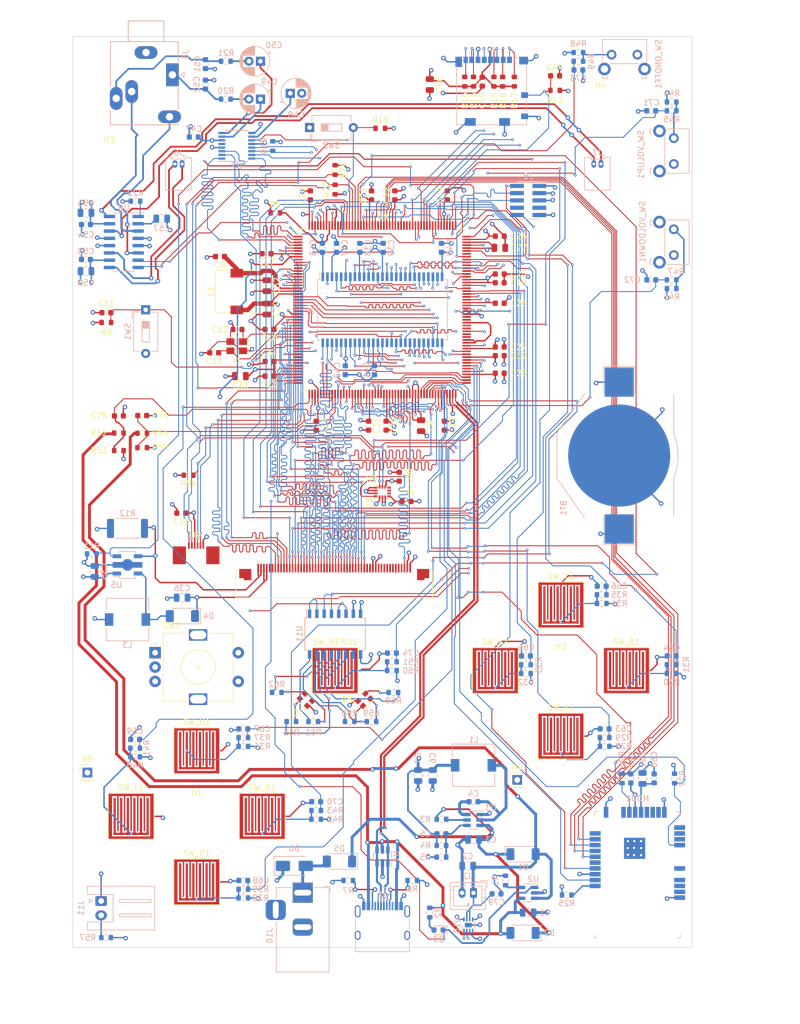
<source format=kicad_pcb>
(kicad_pcb (version 20221018) (generator pcbnew)
  (layers (0 "F.Cu" signal) (1 "In1.Cu" signal) (2 "In2.Cu" signal) (3 "In3.Cu" signal) (4 "In4.Cu" signal) (31 "B.Cu" signal) (34 "B.Paste" user) (35 "F.Paste" user) (36 "B.SilkS" user "B.Silkscreen") (37 "F.SilkS" user "F.Silkscreen") (38 "B.Mask" user) (39 "F.Mask" user) (44 "Edge.Cuts" user))
  (net 0 "")
  (net 1 "Net-(D1-A)")
  (net 2 "GND")
  (net 3 "USB_D_N")
  (net 4 "USB_D_P")
  (net 5 "USB_VBUS")
  (net 6 "Net-(U3-SW)")
  (net 7 "Net-(U3-BST)")
  (net 8 "VCC")
  (net 9 "Net-(U3-FB)")
  (net 10 "Net-(U4-VLXSMPS)")
  (net 11 "VCORE")
  (net 12 "NRST")
  (net 13 "Net-(U4-PH0)")
  (net 14 "Net-(U4-PH1)")
  (net 15 "Net-(D4-K)")
  (net 16 "SDMMC_DETECT")
  (net 17 "Net-(U7-V_COM)")
  (net 18 "Net-(U7-VOUTL)")
  (net 19 "Net-(C49-Pad2)")
  (net 20 "Net-(U7-VOUTR)")
  (net 21 "Net-(C50-Pad2)")
  (net 22 "Net-(C51-Pad1)")
  (net 23 "Net-(C52-Pad1)")
  (net 24 "Net-(U8-BYPASS)")
  (net 25 "BTN_MCU_A")
  (net 26 "BTN_MCU_B")
  (net 27 "BTN_MCU_X")
  (net 28 "BTN_MCU_Y")
  (net 29 "BTN_MCU_U")
  (net 30 "BTN_MCU_D")
  (net 31 "BTN_MCU_L")
  (net 32 "BTN_MCU_R")
  (net 33 "BTN_MCU_VOLUP")
  (net 34 "BTN_MCU_VOLDOWN")
  (net 35 "BTN_MCU_ONOFF")
  (net 36 "BTN_MCU_MENU")
  (net 37 "VBAT_STAT")
  (net 38 "Net-(D3-A)")
  (net 39 "Net-(D4-A)")
  (net 40 "Net-(J1-CC1)")
  (net 42 "Net-(J1-CC2)")
  (net 44 "SDMMC1_D2")
  (net 45 "SDMMC1_D3")
  (net 46 "SDMMC1_CMD")
  (net 47 "SDMMC1_CK")
  (net 48 "SDMMC1_D0")
  (net 49 "SDMMC1_D1")
  (net 50 "SPKRR")
  (net 51 "SPKRL")
  (net 52 "Net-(J6-Pin_1)")
  (net 53 "Net-(J6-Pin_2)")
  (net 54 "Net-(J7-Pin_1)")
  (net 55 "Net-(J7-Pin_2)")
  (net 56 "SWDIO")
  (net 57 "SWCLK")
  (net 58 "SWO")
  (net 61 "Net-(U2-PROG)")
  (net 62 "Net-(U3-EN)")
  (net 63 "Net-(U4-PDR_ON)")
  (net 64 "Net-(U4-BOOT0)")
  (net 65 "LED_BACKLIGHT_PWM")
  (net 66 "Net-(J3-Pin_1)")
  (net 67 "PCM_MUTE")
  (net 68 "SPKR_NSD")
  (net 69 "I2C4_SDA")
  (net 70 "I2C4_SCL")
  (net 71 "Net-(MOD1-SPI_CFG)")
  (net 72 "WIFI_CHIP_EN")
  (net 73 "WIFI_NRST")
  (net 74 "Net-(R28-Pad2)")
  (net 75 "Net-(R30-Pad2)")
  (net 76 "Net-(R32-Pad2)")
  (net 77 "Net-(R34-Pad2)")
  (net 78 "Net-(R36-Pad2)")
  (net 79 "Net-(R38-Pad2)")
  (net 80 "Net-(R40-Pad2)")
  (net 81 "Net-(R42-Pad2)")
  (net 82 "Net-(R44-Pad2)")
  (net 83 "Net-(R46-Pad2)")
  (net 84 "Net-(R48-Pad2)")
  (net 85 "Net-(R50-Pad2)")
  (net 86 "SAI1_MCLK_A")
  (net 87 "WIFI_IRQ")
  (net 88 "SAI1_FS_A")
  (net 89 "SAI1_SCK_A")
  (net 90 "LTDC_G1")
  (net 92 "CTP_NRESET")
  (net 93 "CTP_INT")
  (net 95 "LTDC_VSYNC")
  (net 96 "LTDC_HYSNC")
  (net 97 "LTDC_G6")
  (net 98 "FMC_A0")
  (net 99 "FMC_A1")
  (net 100 "FMC_A2")
  (net 101 "FMC_A3")
  (net 102 "FMC_A4")
  (net 103 "FMC_A5")
  (net 104 "LCD_CS")
  (net 105 "LCD_SCL")
  (net 106 "LCD_SDO")
  (net 107 "LCD_SDI")
  (net 108 "LTDC_DE")
  (net 109 "FMC_SDNWE")
  (net 110 "SAI1_SD_A")
  (net 111 "FMC_SDNE0")
  (net 112 "FMC_SDCKE0")
  (net 115 "LTDC_R2")
  (net 116 "LTDC_R1")
  (net 117 "LTDC_R0")
  (net 118 "LTDC_G5")
  (net 119 "LTDC_B5")
  (net 120 "SPKR_VOLUME")
  (net 121 "LTDC_R4")
  (net 122 "LTDC_G2")
  (net 123 "LTDC_R3")
  (net 124 "LTDC_G0")
  (net 125 "PCM_ZERO")
  (net 126 "LCD_RESET")
  (net 127 "FMC_SDNRAS")
  (net 128 "FMC_A6")
  (net 129 "FMC_A7")
  (net 130 "FMC_A8")
  (net 131 "FMC_A9")
  (net 132 "FMC_A10")
  (net 133 "FMC_A11")
  (net 134 "FMC_D4")
  (net 135 "FMC_D5")
  (net 136 "FMC_D6")
  (net 137 "FMC_D7")
  (net 138 "FMC_D8")
  (net 139 "FMC_D9")
  (net 140 "FMC_D10")
  (net 141 "FMC_D11")
  (net 142 "FMC_D12")
  (net 143 "LTDC_G4")
  (net 144 "LTDC_R5")
  (net 145 "LTDC_R6")
  (net 146 "FMC_D13")
  (net 147 "FMC_D14")
  (net 148 "FMC_D15")
  (net 149 "WIFI_WAKE")
  (net 150 "FMC_D0")
  (net 151 "FMC_D1")
  (net 152 "VDD12")
  (net 159 "FMC_A12")
  (net 161 "FMC_BA0")
  (net 162 "FMC_BA1")
  (net 163 "LTDC_R7")
  (net 164 "LTDC_CLK")
  (net 165 "FMC_SDCLK")
  (net 166 "LTDC_B3")
  (net 168 "LTDC_B1")
  (net 170 "LTDC_G3")
  (net 171 "LSM6DSL_INT1")
  (net 172 "Net-(BT1-+)")
  (net 173 "LTDC_G7")
  (net 174 "SPKR_MUTE")
  (net 175 "FMC_D2")
  (net 176 "FMC_D3")
  (net 180 "LTDC_B2")
  (net 182 "SPI1_MISO")
  (net 183 "SPI1_NSS")
  (net 184 "SPI1_SCK")
  (net 185 "LTDC_B4")
  (net 187 "LTDC_B0")
  (net 188 "FMC_SDNCAS")
  (net 189 "SPI1_MOSI")
  (net 190 "LTDC_B6")
  (net 191 "LTDC_B7")
  (net 192 "FMC_NBL0")
  (net 193 "FMC_NBL1")
  (net 194 "PCM_FMT")
  (net 195 "PCM_DEMP")
  (net 226 "VUSB_SENSE")
  (net 227 "VBAT_SENSE")
  (net 228 "Net-(D1-K)")
  (net 229 "Net-(MOD1-1P3V_TP)")
  (net 230 "Net-(D5-A)")
  (net 232 "NTC_MCU")
  (net 236 "Net-(D7-RK)")
  (net 237 "Net-(D7-GK)")
  (net 238 "Net-(D7-BK)")
  (net 239 "Net-(D8-RK)")
  (net 240 "Net-(D8-GK)")
  (net 241 "Net-(D8-BK)")
  (net 242 "Net-(U11-O2)")
  (net 243 "Net-(U11-O4)")
  (net 244 "Net-(U11-O6)")
  (net 245 "Net-(U11-O1)")
  (net 246 "Net-(U11-O3)")
  (net 247 "Net-(U11-O5)")
  (net 248 "BTNLED_R")
  (net 249 "BTNLED_G")
  (net 250 "BTNLED_B")
  (footprint "Capacitor_SMD:C_0603_1608Metric" (layer "F.Cu") (at 78.74 70.104 180)
    (fp_text reference "C16")
    (fp_text value "100n")
  )
  (footprint "Resistor_SMD:R_0603_1608Metric" (layer "F.Cu") (at 98.044 35.052)
    (fp_text reference "R10")
    (fp_text value "10k")
  )
  (footprint "gk:TouchButton-8x8mm" (layer "F.Cu") (at 77.47 154.94)
    (fp_text reference "SW_R1")
    (fp_text value "SW_Push")
  )
  (footprint "Capacitor_SMD:C_0603_1608Metric" (layer "F.Cu") (at 118.872 73.152)
    (fp_text reference "C27")
    (fp_text value "100n")
  )
  (footprint "Capacitor_SMD:C_0805_2012Metric" (layer "F.Cu") (at 118.872 55.88)
    (fp_text reference "C77")
    (fp_text value "10u")
  )
  (footprint "MountingHole:MountingHole_3.2mm_M3" (layer "F.Cu") (at 66.04 154.94)
    (fp_text reference "H1")
    (fp_text value "MountingHole")
  )
  (footprint "Capacitor_SMD:C_0603_1608Metric" (layer "F.Cu") (at 118.872 53.848)
    (fp_text reference "C24")
    (fp_text value "100n")
  )
  (footprint "Capacitor_SMD:C_0603_1608Metric" (layer "F.Cu") (at 118.872 60.452)
    (fp_text reference "C25")
    (fp_text value "100n")
  )
  (footprint "gk:TouchButton-8x8mm" (layer "F.Cu") (at 54.61 154.94)
    (fp_text reference "SW_L1")
    (fp_text value "SW_Push")
  )
  (footprint "gk:TouchButton-8x8mm" (layer "F.Cu") (at 66.04 143.51)
    (fp_text reference "SW_U1")
    (fp_text value "SW_Push")
  )
  (footprint "Capacitor_SMD:C_0805_2012Metric" (layer "F.Cu") (at 78.232 66.548 -90)
    (fp_text reference "C10")
    (fp_text value "10u")
  )
  (footprint "LED_SMD:LED_ASMB-KTF0-0A306" (layer "F.Cu") (at 85.09 134.62 135)
    (fp_text reference "D7")
    (fp_text value "LED_ARGB")
  )
  (footprint "amphenol:AMPHENOL_F32Q-1A7H1-11054" (layer "F.Cu") (at 89.8055 114.3 -90)
    (fp_text reference "J3")
    (fp_text value "Conn_02x27_Top_Bottom")
  )
  (footprint "Capacitor_SMD:C_0603_1608Metric" (layer "F.Cu") (at 109.22 86.868 -90)
    (fp_text reference "C29")
    (fp_text value "100n")
  )
  (footprint "Capacitor_SMD:C_0603_1608Metric" (layer "F.Cu") (at 78.232 56.896 180)
    (fp_text reference "C17")
    (fp_text value "100n")
  )
  (footprint "Capacitor_SMD:C_0603_1608Metric" (layer "F.Cu") (at 128.524 25.908)
    (fp_text reference "C44")
    (fp_text value "100n")
  )
  (footprint "Capacitor_SMD:C_0603_1608Metric" (layer "F.Cu") (at 56.5404 85.1108)
    (fp_text reference "C76")
    (fp_text value "100n")
  )
  (footprint "Resistor_SMD:R_0603_1608Metric" (layer "F.Cu") (at 90.17 45.72 90)
    (fp_text reference "R23")
    (fp_text value "2.2k")
  )
  (footprint "Connector_PinHeader_2.54mm:PinHeader_1x01_P2.54mm_Vertical" (layer "F.Cu") (at 121.92 148.59)
    (fp_text reference "H6")
    (fp_text value "Conn_01x01")
  )
  (footprint "Capacitor_SMD:C_0603_1608Metric" (layer "F.Cu") (at 118.872 65.532)
    (fp_text reference "C26")
    (fp_text value "100n")
  )
  (footprint "Capacitor_SMD:C_0603_1608Metric" (layer "F.Cu") (at 118.872 74.676)
    (fp_text reference "C19")
    (fp_text value "100n")
  )
  (footprint "Capacitor_SMD:C_0603_1608Metric" (layer "F.Cu") (at 115.824 26.924 -90)
    (fp_text reference "C45")
    (fp_text value "100n")
  )
  (footprint "Connector_FFC-FPC:TE_0-1734839-6_1x06-1MP_P0.5mm_Horizontal" (layer "F.Cu") (at 65.9384 109.1078)
    (fp_text reference "J9")
    (fp_text value "Conn_01x06")
  )
  (footprint "Capacitor_SMD:C_0603_1608Metric" (layer "F.Cu") (at 96.012 86.868 -90)
    (fp_text reference "C31")
    (fp_text value "100n")
  )
  (footprint "Resistor_SMD:R_0603_1608Metric" (layer "F.Cu") (at 64.6176 95.504 180)
    (fp_text reference "R56")
    (fp_text value "10k")
  )
  (footprint "MountingHole:MountingHole_3.2mm_M3" (layer "F.Cu") (at 136.525 31.75)
    (fp_text reference "H4")
    (fp_text value "MountingHole")
  )
  (footprint "Capacitor_SMD:C_0805_2012Metric" (layer "F.Cu") (at 78.232 62.484 90)
    (fp_text reference "C32")
    (fp_text value "4.7u")
  )
  (footprint "Resistor_SMD:R_0603_1608Metric" (layer "F.Cu") (at 114.3 26.924 90)
    (fp_text reference "R15")
    (fp_text value "100k")
  )
  (footprint "Capacitor_SMD:C_0603_1608Metric" (layer "F.Cu") (at 100.584 46.736 90)
    (fp_text reference "C22")
    (fp_text value "100n")
  )
  (footprint "Resistor_SMD:R_0603_1608Metric" (layer "F.Cu") (at 119.38 26.924 90)
    (fp_text reference "R18")
    (fp_text value "100k")
  )
  (footprint "Capacitor_SMD:C_0603_1608Metric" (layer "F.Cu") (at 73.152 70.104 180)
    (fp_text reference "C12")
    (fp_text value "15p")
  )
  (footprint "gk:TouchButton-8x8mm" (layer "F.Cu") (at 140.97 129.54)
    (fp_text reference "SW_B1")
    (fp_text value "SW_Push")
  )
  (footprint "Capacitor_SMD:C_0805_2012Metric" (layer "F.Cu") (at 105.156 86.868 -90)
    (fp_text reference "C9")
    (fp_text value "10u")
  )
  (footprint "gk:TouchButton-8x8mm" (layer "F.Cu") (at 90.17 129.54)
    (fp_text reference "SW_MENU1")
    (fp_text value "SW_Push")
  )
  (footprint "Capacitor_SMD:C_0603_1608Metric" (layer "F.Cu") (at 85.852 46.736 90)
    (fp_text reference "C20")
    (fp_text value "100n")
  )
  (footprint "Resistor_SMD:R_0603_1608Metric" (layer "F.Cu") (at 128.524 28.448)
    (fp_text reference "R13")
    (fp_text value "100k")
  )
  (footprint "Capacitor_SMD:C_0603_1608Metric" (layer "F.Cu") (at 69.088 74.168 180)
    (fp_text reference "C13")
    (fp_text value "15p")
  )
  (footprint "gk:TouchButton-8x8mm" (layer "F.Cu") (at 66.04 166.37)
    (fp_text reference "SW_D1")
    (fp_text value "SW_Push")
  )
  (footprint "Resistor_SMD:R_0603_1608Metric" (layer "F.Cu") (at 79.756 49.784)
    (fp_text reference "R8")
    (fp_text value "10k")
  )
  (footprint "gk:TouchButton-8x8mm" (layer "F.Cu") (at 129.54 118.11)
    (fp_text reference "SW_Y1")
    (fp_text value "SW_Push")
  )
  (footprint "Capacitor_SMD:C_0603_1608Metric" (layer "F.Cu") (at 52.4764 85.1708)
    (fp_text reference "C75")
    (fp_text value "100n")
  )
  (footprint "Resistor_SMD:R_0603_1608Metric" (layer "F.Cu") (at 52.4764 88.1588)
    (fp_text reference "R52")
    (fp_text value "100k")
  )
  (footprint "Resistor_SMD:R_0603_1608Metric" (layer "F.Cu") (at 56.5404 88.1888)
    (fp_text reference "R54")
    (fp_text value "100k")
  )
  (footprint "Crystal:Crystal_SMD_SeikoEpson_TSX3225-4Pin_3.2x2.5mm" (layer "F.Cu") (at 73.025 73.025 180)
    (fp_text reference "Y1")
    (fp_text value "16MHz")
  )
  (footprint "Capacitor_SMD:C_0603_1608Metric" (layer "F.Cu") (at 78.74 75.692 180)
    (fp_text reference "C34")
    (fp_text value "100n")
  )
  (footprint "Capacitor_SMD:C_0603_1608Metric" (layer "F.Cu") (at 101.346 95.758 90)
    (fp_text reference "C58")
    (fp_text value "100n")
  )
  (footprint "gk:TouchButton-8x8mm" (layer "F.Cu") (at 129.54 140.97)
    (fp_text reference "SW_A1")
    (fp_text value "SW_Push")
  )
  (footprint "Resistor_SMD:R_0603_1608Metric" (layer "F.Cu") (at 52.4764 91.2068)
    (fp_text reference "R53")
    (fp_text value "100k")
  )
  (footprint "LED_SMD:LED_ASMB-KTF0-0A306" (layer "F.Cu") (at 95.25 134.62 45)
    (fp_text reference "D8")
    (fp_text value "LED_ARGB")
  )
  (footprint "Package_LGA:LGA-14_3x2.5mm_P0.5mm_LayoutBorder3x4y" (layer "F.Cu") (at 98.425 98.425)
    (fp_text reference "U9")
    (fp_text value "LSM6DSL")
  )
  (footprint "Resistor_SMD:R_0603_1608Metric" (layer "F.Cu") (at 90.17 42.3164 -90)
    (fp_text reference "R24")
    (fp_text value "2.2k")
  )
  (footprint "Capacitor_SMD:C_0603_1608Metric" (layer "F.Cu") (at 86.868 86.868 -90)
    (fp_text reference "C14")
    (fp_text value "100n")
  )
  (footprint "Capacitor_SMD:C_0805_2012Metric" (layer "F.Cu") (at 106.68 27.432 -90)
    (fp_text reference "C46")
    (fp_text value "10u")
  )
  (footprint "MountingHole:MountingHole_3.2mm_M3" (layer "F.Cu") (at 129.54 129.54)
    (fp_text reference "H2")
    (fp_text value "MountingHole")
  )
  (footprint "Resistor_SMD:R_0603_1608Metric" (layer "F.Cu") (at 117.856 26.924 90)
    (fp_text reference "R14")
    (fp_text value "10k")
  )
  (footprint "Capacitor_SMD:C_0603_1608Metric" (layer "F.Cu") (at 109.728 46.736 90)
    (fp_text reference "C23")
    (fp_text value "100n")
  )
  (footprint "Rotary_Encoder:RotaryEncoder_Alps_EC11E-Switch_Vertical_H20mm" (layer "F.Cu") (at 58.79 126.4304)
    (fp_text reference "SW3")
    (fp_text value "RotaryEncoder_Switch")
  )
  (footprint "Resistor_SMD:R_0603_1608Metric" (layer "F.Cu") (at 56.5404 90.6988)
    (fp_text reference "R55")
    (fp_text value "100k")
  )
  (footprint "Capacitor_SMD:C_0603_1608Metric" (layer "F.Cu") (at 99.06 86.868 -90)
    (fp_text reference "C30")
    (fp_text value "100n")
  )
  (footprint "Capacitor_SMD:C_0603_1608Metric" (layer "F.Cu") (at 118.872 77.724)
    (fp_text reference "C28")
    (fp_text value "100n")
  )
  (footprint "Capacitor_SMD:C_0603_1608Metric" (layer "F.Cu") (at 70.104 57.404 180)
    (fp_text reference "C8")
    (fp_text value "220p")
  )
  (footprint "gk:TouchButton-8x8mm" (layer "F.Cu") (at 118.11 129.54)
    (fp_text reference "SW_X1")
    (fp_text value "SW_Push")
  )
  (footprint "Capacitor_SMD:C_0603_1608Metric" (layer "F.Cu") (at 78.74 78.232 180)
    (fp_text reference "C15")
    (fp_text value "100n")
  )
  (footprint "Resistor_SMD:R_0603_1608Metric" (layer "F.Cu") (at 121.412 26.924 90)
    (fp_text reference "R17")
    (fp_text value "100k")
  )
  (footprint "Connector_PinHeader_2.54mm:PinHeader_1x01_P2.54mm_Vertical" (layer "F.Cu") (at 46.99 147.32)
    (fp_text reference "H5")
    (fp_text value "Conn_01x01")
  )
  (footprint "MountingHole:MountingHole_3.2mm_M3" (layer "F.Cu") (at 50.8 41.275)
    (fp_text reference "H3")
    (fp_text value "MountingHole")
  )
  (footprint "Capacitor_SMD:C_0603_1608Metric" (layer "F.Cu") (at 63.3476 102.108 180)
    (fp_text reference "C78")
    (fp_text value "100n")
  )
  (footprint "Inductor_SMD:L_7.3x7.3_H3.5" (layer "F.Cu") (at 73.025 63.5 90)
    (fp_text reference "L2")
    (fp_text value "2.2u")
  )
  (footprint "Package_QFP:LQFP-208_28x28mm_P0.5mm" (layer "F.Cu") (at 98.425 66.675)
    (fp_text reference "U4")
    (fp_text value "STM32H747BITx")
  )
  (footprint "Capacitor_SMD:C_0603_1608Metric" (layer "F.Cu") (at 50.292 67.176 180)
    (fp_text reference "C11")
    (fp_text value "100n")
  )
  (footprint "Capacitor_SMD:C_0805_2012Metric" (layer "F.Cu") (at 73.66 78.232 180)
    (fp_text reference "C33")
    (fp_text value "1u")
  )
  (footprint "Capacitor_SMD:C_0603_1608Metric" (layer "F.Cu") (at 118.872 61.976)
    (fp_text reference "C18")
    (fp_text value "100n")
  )
  (footprint "Capacitor_SMD:C_0603_1608Metric" (layer "F.Cu") (at 96.52 46.736 90)
    (fp_text reference "C21")
    (fp_text value "100n")
  )
  (footprint "Resistor_SMD:R_0603_1608Metric" (layer "F.Cu") (at 50.292 68.8848)
    (fp_text reference "R9")
    (fp_text value "10k")
  )
  (footprint "Capacitor_SMD:C_0603_1608Metric" (layer "F.Cu") (at 102.616 100.076)
    (fp_text reference "C59")
    (fp_text value "100n")
  )
  (footprint "Resistor_SMD:R_0603_1608Metric" (layer "F.Cu") (at 112.776 26.924 90)
    (fp_text reference "R16")
    (fp_text value "100k")
  )
  (footprint "Resistor_SMD:R_0603_1608Metric" (layer "B.Cu") (at 74.168 142.748 180)
    (fp_text reference "R36")
    (fp_text value "10k")
  )
  (footprint "Resistor_SMD:R_0603_1608Metric" (layer "B.Cu") (at 100.076 129.54 180)
    (fp_text reference "R50")
    (fp_text value "10k")
  )
  (footprint "Button_Switch_THT:SW_Tactile_SKHH_Angled" (layer "B.Cu") (at 149.225 57.15 90)
    (fp_text reference "SW_VOLDOWN1")
    (fp_text value "SW_Push")
  )
  (footprint "Resistor_SMD:R_0603_1608Metric" (layer "B.Cu") (at 148.844 32.004 180)
    (fp_text reference "R45")
    (fp_text value "10k")
  )
  (footprint "Button_Switch_THT:SW_DIP_SPSTx01_Slide_6.7x4.1mm_W7.62mm_P2.54mm_LowProfile" (layer "B.Cu") (at 85.725 34.925)
    (fp_text reference "SW2")
    (fp_text value "SW_Push")
  )
  (footprint "Resistor_SMD:R_0603_1608Metric" (layer "B.Cu") (at 71.12 29.972 180)
    (fp_text reference "R20")
    (fp_text value "36R")
  )
  (footprint "Connector_USB:USB_C_Receptacle_HRO_TYPE-C-31-M-12" (layer "B.Cu") (at 98.425 174.625 180)
    (fp_text reference "J1")
    (fp_text value "USB_C_Receptacle_USB2.0")
  )
  (footprint "Capacitor_SMD:C_0603_1608Metric" (layer "B.Cu") (at 74.168 166.116 180)
    (fp_text reference "C68")
    (fp_text value "100n")
  )
  (footprint "Resistor_SMD:R_0603_1608Metric" (layer "B.Cu") (at 148.844 130.048 180)
    (fp_text reference "R30")
    (fp_text value "10k")
  )
  (footprint "Resistor_SMD:R_0603_1608Metric" (layer "B.Cu") (at 119.888 166.116 90)
    (fp_text reference "R1")
    (fp_text value "1k")
  )
  (footprint "Resistor_SMD:R_0603_1608Metric" (layer "B.Cu") (at 136.652 117.856 180)
    (fp_text reference "R34")
    (fp_text value "10k")
  )
  (footprint "Capacitor_SMD:C_0603_1608Metric" (layer "B.Cu") (at 132.588 24.892)
    (fp_text reference "C73")
    (fp_text value "100n")
  )
  (footprint "Resistor_SMD:R_0603_1608Metric" (layer "B.Cu") (at 79.2988 38.1508 -90)
    (fp_text reference "R19")
    (fp_text value "10k")
  )
  (footprint "Capacitor_SMD:C_0603_1608Metric" (layer "B.Cu") (at 86.868 152.4 180)
    (fp_text reference "C70")
    (fp_text value "100n")
  )
  (footprint "Resistor_SMD:R_0603_1608Metric" (layer "B.Cu") (at 92.71 138.43 180)
    (fp_text reference "R58")
    (fp_text value "130R")
  )
  (footprint "Button_Switch_THT:SW_Tactile_SKHH_Angled" (layer "B.Cu") (at 149.225 41.275 90)
    (fp_text reference "SW_VOLUP1")
    (fp_text value "SW_Push")
  )
  (footprint "Resistor_SMD:R_0603_1608Metric" (layer "B.Cu") (at 96.52 138.43 180)
    (fp_text reference "R59")
    (fp_text value "35R")
  )
  (footprint "Capacitor_SMD:C_0805_2012Metric" (layer "B.Cu") (at 59.944 50.8)
    (fp_text reference "C57")
    (fp_text value "1u")
  )
  (footprint "Diode_SMD:D_SOD-128" (layer "B.Cu") (at 63.5508 120.0404 180)
    (fp_text reference "D4")
    (fp_text value "D")
  )
  (footprint "Resistor_SMD:R_0603_1608Metric" (layer "B.Cu") (at 74.168 169.164 180)
    (fp_text reference "R38")
    (fp_text value "10k")
  )
  (footprint "Capacitor_SMD:C_0603_1608Metric" (layer "B.Cu") (at 65.532 36.576 180)
    (fp_text reference "C47")
    (fp_text value "100n")
  )
  (footprint "Resistor_SMD:R_0603_1608Metric" (layer "B.Cu") (at 123.444 130.048 180)
    (fp_text reference "R32")
    (fp_text value "10k")
  )
  (footprint "Resistor_SMD:R_0603_1608Metric" (layer "B.Cu") (at 132.588 23.368 180)
    (fp_text reference "R49")
    (fp_text value "10k")
  )
  (footprint "Inductor_SMD:L_7.3x7.3_H4.5" (layer "B.Cu") (at 114.3 146.05 180)
    (fp_text reference "L1")
    (fp_text value "3.3u")
  )
  (footprint "Package_TO_SOT_SMD:TSOT-23-6" (layer "B.Cu") (at 114.3 155.575 180)
    (fp_text reference "U3")
    (fp_text value "AP62300WU")
  )
  (footprint "Diode_SMD:D_SOD-128" (layer "B.Cu") (at 90.932 162.814 180)
    (fp_text reference "D5")
    (fp_text value "D")
  )
  (footprint "Resistor_SMD:R_0603_1608Metric" (layer "B.Cu") (at 108.712 155.448)
    (fp_text reference "R3")
    (fp_text value "10k")
  )
  (footprint "Package_DFN_QFN:TDFN-8-1EP_2x2mm_P0.5mm_EP0.8x1.2mm" (layer "B.Cu") (at 113.3856 173.8884 -90)
    (fp_text reference "U10")
    (fp_text value "MAX17048")
  )
  (footprint "Resistor_SMD:R_0603_1608Metric" (layer "B.Cu") (at 106.68 171.704 90)
    (fp_text reference "R2")
    (fp_text value "1k")
  )
  (footprint "Resistor_SMD:R_0603_1608Metric" (layer "B.Cu") (at 149.352 148.336 90)
    (fp_text reference "R27")
    (fp_text value "100k")
  )
  (footprint "Resistor_SMD:R_0603_1608Metric" (layer "B.Cu") (at 148.844 62.992)
    (fp_text reference "R46")
    (fp_text value "10k")
  )
  (footprint "Package_SO:SOIC-16W_5.3x10.2mm_P1.27mm" (layer "B.Cu") (at 90.17 123.19 -90)
    (fp_text reference "U11")
    (fp_text value "ULN2003A")
  )
  (footprint "Resistor_SMD:R_0603_1608Metric" (layer "B.Cu") (at 148.844 30.48)
    (fp_text reference "R44")
    (fp_text value "10k")
  )
  (footprint "Capacitor_SMD:C_0603_1608Metric" (layer "B.Cu") (at 97.028 77.216 -90)
    (fp_text reference "C41")
    (fp_text value "100n")
  )
  (footprint "Resistor_SMD:R_0603_1608Metric" (layer "B.Cu") (at 108.712 160.02)
    (fp_text reference "R4")
    (fp_text value "31.6k")
  )
  (footprint "Resistor_SMD:R_0603_1608Metric" (layer "B.Cu") (at 100.076 128.016)
    (fp_text reference "R51")
    (fp_text value "10k")
  )
  (footprint "Resistor_SMD:R_0603_1608Metric" (layer "B.Cu") (at 92.456 166.116 180)
    (fp_text reference "R7")
    (fp_text value "5.1k")
  )
  (footprint "Capacitor_THT:CP_Radial_D5.0mm_P2.00mm" (layer "B.Cu") (at 82.356887 28.956)
    (fp_text reference "C48")
    (fp_text value "10u")
  )
  (footprint "Resistor_SMD:R_0603_1608Metric" (layer "B.Cu") (at 103.632 166.116)
    (fp_text reference "R6")
    (fp_text value "5.1k")
  )
  (footprint "Capacitor_SMD:C_0805_2012Metric" (layer "B.Cu") (at 113.284 163.576 180)
    (fp_text reference "C2")
    (fp_text value "4.7u")
  )
  (footprint "Resistor_SMD:R_0603_1608Metric" (layer "B.Cu") (at 71.12 23.368 180)
    (fp_text reference "R21")
    (fp_text value "36R")
  )
  (footprint "Resistor_SMD:R_0603_1608Metric" (layer "B.Cu") (at 86.36 138.43 180)
    (fp_text reference "R61")
    (fp_text value "130R")
  )
  (footprint "Resistor_SMD:R_0603_1608Metric" (layer "B.Cu") (at 132.588 21.844)
    (fp_text reference "R48")
    (fp_text value "10k")
  )
  (footprint "Resistor_SMD:R_0603_1608Metric" (layer "B.Cu") (at 100.33 133.35)
    (fp_text reference "R60")
    (fp_text value "45R")
  )
  (footprint "Capacitor_SMD:C_0805_2012Metric" (layer "B.Cu") (at 48.26 112.268 90)
    (fp_text reference "C35")
    (fp_text value "22u")
  )
  (footprint "Resistor_SMD:R_0603_1608Metric" (layer "B.Cu") (at 86.868 155.448 180)
    (fp_text reference "R42")
    (fp_text value "10k")
  )
  (footprint "Capacitor_SMD:C_0603_1608Metric" (layer "B.Cu") (at 145.796 148.336 90)
    (fp_text reference "C60")
    (fp_text value "10n")
  )
  (footprint "Battery:BatteryHolder_Keystone_3002_1x2032" (layer "B.Cu") (at 139.7 92.075 90)
    (fp_text reference "BT1")
    (fp_text value "Battery_Cell")
  )
  (footprint "Resistor_SMD:R_0603_1608Metric" (layer "B.Cu") (at 137.16 142.748 180)
    (fp_text reference "R28")
    (fp_text value "10k")
  )
  (footprint "Capacitor_SMD:C_0603_1608Metric" (layer "B.Cu") (at 55.3082 141.5288 180)
    (fp_text reference "C69")
    (fp_text value "100n")
  )
  (footprint "Capacitor_THT:CP_Radial_D5.0mm_P2.00mm" (layer "B.Cu") (at 77.155113 29.972 180)
    (fp_text reference "C49")
    (fp_text value "10u")
  )
  (footprint "Resistor_SMD:R_0603_1608Metric" (layer "B.Cu") (at 130.556 168.656)
    (fp_text reference "R25")
    (fp_text value "1M")
  )
  (footprint "Capacitor_SMD:C_0603_1608Metric" (layer "B.Cu") (at 67.564 27.432 90)
    (fp_text reference "C52")
    (fp_text value "100n")
  )
  (footprint "Package_SO:SOP-16_3.9x9.9mm_P1.27mm" (layer "B.Cu") (at 53.34 54.864 180)
    (fp_text reference "U8")
    (fp_text value "PAM8008")
  )
  (footprint "Resistor_SMD:R_0603_1608Metric" (layer "B.Cu") (at 55.3082 143.0528)
    (fp_text reference "R41")
    (fp_text value "10k")
  )
  (footprint "Connector_PinHeader_1.27mm:PinHeader_2x05_P1.27mm_Vertical_SMD" (layer "B.Cu") (at 123.825 47.625 180)
    (fp_text reference "J8")
    (fp_text value "Conn_ARM_JTAG_SWD_10")
  )
  (footprint "Package_TO_SOT_SMD:SOT-23-5" (layer "B.Cu") (at 123.825 168.275 180)
    (fp_text reference "U2")
    (fp_text value "MCP73831-2-OT")
  )
  (footprint "Capacitor_SMD:C_0603_1608Metric" (layer "B.Cu") (at 145.288 61.468 180)
    (fp_text reference "C72")
    (fp_text value "100n")
  )
  (footprint "Resistor_SMD:R_0603_1608Metric" (layer "B.Cu") (at 148.844 61.468 180)
    (fp_text reference "R47")
    (fp_text value "10k")
  )
  (footprint "Button_Switch_THT:SW_DIP_SPSTx01_Slide_6.7x4.1mm_W7.62mm_P2.54mm_LowProfile" (layer "B.Cu") (at 57.15 66.675 -90)
    (fp_text reference "SW1")
    (fp_text value "SW_Push")
  )
  (footprint "Connector_BarrelJack:BarrelJack_Horizontal" (layer "B.Cu") (at 84.5235 168.244 90)
    (fp_text reference "J10")
    (fp_text value "Barrel_Jack_Switch")
  )
  (footprint "Capacitor_SMD:C_0603_1608Metric" (layer "B.Cu") (at 136.652 114.838 180)
    (fp_text reference "C66")
    (fp_text value "100n")
  )
  (footprint "Package_SO:TSOP-II-54_22.2x10.16mm_P0.8mm" (layer "B.Cu") (at 98.425 66.675 -90)
    (fp_text reference "U6")
    (fp_text value "IS42S16320F-7TLI-TR")
  )
  (footprint "Resistor_SMD:R_0603_1608Metric" (layer "B.Cu") (at 137.16 141.224)
    (fp_text reference "R29")
    (fp_text value "10k")
  )
  (footprint "Button_Switch_THT:SW_Tactile_SKHH_Angled" (layer "B.Cu") (at 142.875 22.225 180)
    (fp_text reference "SW_ONOFF1")
    (fp_text value "SW_Push")
  )
  (footprint "Resistor_SMD:R_0603_1608Metric" (layer "B.Cu") (at 86.868 153.924)
    (fp_text reference "R43")
    (fp_text value "10k")
  )
  (footprint "Capacitor_SMD:C_0805_2012Metric" (layer "B.Cu") (at 46.736 49.784 180)
    (fp_text reference "C55")
    (fp_text value "1u")
  )
  (footprint "Resistor_SMD:R_0603_1608Metric" (layer "B.Cu") (at 108.712 162.052 180)
    (fp_text reference "R5")
    (fp_text value "10k")
  )
  (footprint "Capacitor_SMD:C_0805_2012Metric" (layer "B.Cu") (at 143.764 148.336 90)
    (fp_text reference "C61")
    (fp_text value "10u")
  )
  (footprint "Package_TO_SOT_SMD:SOT-89-5" (layer "B.Cu") (at 53.975 111.125)
    (fp_text reference "U5")
    (fp_text value "PT4110E89E")
  )
  (footprint "Package_SO:SSOP-16_3.9x4.9mm_P0.635mm" (layer "B.Cu") (at 73.025 38.1)
    (fp_text reference "U7")
    (fp_text value "PCM1754DBQ")
  )
  (footprint "Resistor_SMD:R_0603_1608Metric" (layer "B.Cu") (at 74.168 141.224)
    (fp_text reference "R37")
    (fp_text value "10k")
  )
  (footprint "Resistor_SMD:R_0603_1608Metric" (layer "B.Cu") (at 50.2412 176.0728)
    (fp_text reference "R57")
    (fp_text value "10k")
  )
  (footprint "Resistor_SMD:R_0603_1608Metric" (layer "B.Cu") (at 82.55 138.43 180)
    (fp_text reference "R63")
    (fp_text value "45R")
  )
  (footprint "Resistor_SMD:R_0603_1608Metric" (layer "B.Cu") (at 55.3082 144.5768 180)
    (fp_text reference "R40")
    (fp_text value "10k")
  )
  (footprint "Capacitor_SMD:C_0603_1608Metric" (layer "B.Cu") (at 46.736 57.912 180)
    (fp_text reference "C53")
    (fp_text value "100n")
  )
  (footprint "Resistor_SMD:R_0603_1608Metric" (layer "B.Cu") (at 123.444 128.524)
    (fp_text reference "R33")
    (fp_text value "10k")
  )
  (footprint "Capacitor_SMD:C_0603_1608Metric" (layer "B.Cu") (at 74.168 139.7 180)
    (fp_text reference "C67")
    (fp_text value "100n")
  )
  (footprint "Resistor_SMD:R_0603_1608Metric" (layer "B.Cu") (at 47.752 109.22 180)
    (fp_text reference "R11")
    (fp_text value "100k")
  )
  (footprint "Resistor_SMD:R_2512_6332Metric" (layer "B.Cu") (at 53.975 104.775 180)
    (fp_text reference "R12")
    (fp_text value "20R")
  )
  (footprint "Diode_SMD:D_SMA" (layer "B.Cu") (at 83.058 163.576)
    (fp_text reference "D6")
    (fp_text value "D_TVS")
  )
  (footprint "Capacitor_SMD:C_0603_1608Metric" (layer "B.Cu") (at 87.938 55.88 90)
    (fp_text reference "C43")
    (fp_text value "100n")
  )
  (footprint "Capacitor_SMD:C_0603_1608Metric" (layer "B.Cu") (at 90.424 55.88 90)
    (fp_text reference "C37")
    (fp_text value "100n")
  )
  (footprint "Capacitor_SMD:C_0805_2012Metric" (layer "B.Cu") (at 46.736 59.944 180)
    (fp_text reference "C56")
    (fp_text value "1u")
  )
  (footprint "Capacitor_SMD:C_0805_2012Metric" (layer "B.Cu") (at 104.648 147.828 -90)
    (fp_text reference "C7")
    (fp_text value "22u")
  )
  (footprint "Connector_Molex:Molex_PicoBlade_53048-0210_1x02_P1.25mm_Horizontal" (layer "B.Cu") (at 136.525 41.275 180)
    (fp_text reference "J7")
    (fp_text value "Conn_01x02")
  )
  (footprint "Resistor_SMD:R_0603_1608Metric" (layer "B.Cu") (at 80.01 133.35 180)
    (fp_text reference "R62")
    (fp_text value "35R")
  )
  (footprint "Connector_Molex:Molex_PicoBlade_53048-0210_1x02_P1.25mm_Horizontal" (layer "B.Cu") (at 63.5 41.275 180)
    (fp_text reference "J6")
    (fp_text value "Conn_01x02")
  )
  (footprint "Capacitor_SMD:C_0603_1608Metric" (layer "B.Cu") (at 98.552 55.88 90)
    (fp_text reference "C39")
    (fp_text value "100n")
  )
  (footprint "Capacitor_SMD:C_0603_1608Metric" (layer "B.Cu") (at 145.288 32.004 180)
    (fp_text reference "C71")
    (fp_text value "100n")
  )
  (footprint "Diode_SMD:D_SOD-128" (layer "B.Cu") (at 122.936 175.26 180)
    (fp_text reference "D2")
    (fp_text value "D")
  )
  (footprint "Connector_Card:microSD_HC_Molex_104031-0811" (layer "B.Cu") (at 117.475 28.575 180)
    (fp_text reference "J4")
    (fp_text value "Micro_SD_Card_Det2")
  )
  (footprint "Capacitor_SMD:C_0603_1608Metric" (layer "B.Cu") (at 91.948 77.216 -90)
    (fp_text reference "C42")
    (fp_text value "100n")
  )
  (footprint "Resistor_SMD:R_0603_1608Metric" (layer "B.Cu") (at 140.208 148.336 90)
    (fp_text reference "R26")
    (fp_text value "100k")
  )
  (footprint "Diode_SMD:D_SOD-128" (layer "B.Cu") (at 122.936 161.544)
    (fp_text reference "D1")
    (fp_text value "D")
  )
  (footprint "Capacitor_SMD:C_0603_1608Metric" (layer "B.Cu") (at 114.3 152.4 180)
    (fp_text reference "C4")
    (fp_text value "100n")
  )
  (footprint "Resistor_SMD:R_0603_1608Metric" (layer "B.Cu") (at 148.844 128.524)
    (fp_text reference "R31")
    (fp_text value "10k")
  )
  (footprint "Package_TO_SOT_SMD:SOT-23-6" (layer "B.Cu") (at 98.425 161.925 90)
    (fp_text reference "U1")
    (fp_text value "WE-TVS-82400102")
  )
  (footprint "Capacitor_SMD:C_0603_1608Metric" (layer "B.Cu") (at 100.076 126.492 180)
    (fp_text reference "C74")
    (fp_text value "100n")
  )
  (footprint "Capacitor_SMD:C_0603_1608Metric" (layer "B.Cu") (at 108.712 157.988)
    (fp_text reference "C5")
    (fp_text value "10-100p")
  )
  (footprint "Inductor_SMD:L_7.3x7.3_H3.5" (layer "B.Cu") (at 53.975 120.65)
    (fp_text reference "L3")
    (fp_text value "10u")
  )
  (footprint "Capacitor_SMD:C_0603_1608Metric" (layer "B.Cu") (at 46.736 51.816 180)
    (fp_text reference "C54")
    (fp_text value "100n")
  )
  (footprint "Resistor_SMD:R_0603_1608Metric" (layer "B.Cu") (at 74.168 167.64)
    (fp_text reference "R39")
    (fp_text value "10k")
  )
  (footprint "Capacitor_SMD:C_0805_2012Metric" (layer "B.Cu") (at 63.5 116.84 180)
    (fp_text reference "C36")
    (fp_text value "2.2u")
  )
  (footprint "Capacitor_SMD:C_0603_1608Metric" (layer "B.Cu") (at 148.844 127 180)
    (fp_text reference "C64")
    (fp_text value "100n")
  )
  (footprint "Capacitor_THT:CP_Radial_D5.0mm_P2.00mm" (layer "B.Cu") (at 77.155113 23.368 180)
    (fp_text reference "C50")
    (fp_text value "10u")
  )
  (footprint "Capacitor_SMD:C_0603_1608Metric" (layer "B.Cu") (at 67.564 23.876 -90)
    (fp_text reference "C51")
    (fp_text value "100n")
  )
  (footprint "digikey:WIFI_Module_ATWINC1500-MR210PB" (layer "B.Cu") (at 142.875 165.1 180)
    (fp_text reference "MOD1")
    (fp_text value "ATWINC1500-MR210PB")
  )
  (footprint "Resistor_SMD:R_0603_1608Metric" (layer "B.Cu") (at 55.372 47.752 180)
    (fp_text reference "R22")
    (fp_text value "10k")
  )
  (footprint "Capacitor_SMD:C_0603_1608Metric" (layer "B.Cu") (at 123.444 127 180)
    (fp_text reference "C65")
    (fp_text value "100n")
  )
  (footprint "Capacitor_SMD:C_0603_1608Metric" (layer "B.Cu") (at 108.712 55.88 90)
    (fp_text reference "C40")
    (fp_text value "100n")
  )
  (footprint "Connector_Audio:Jack_3.5mm_Ledino_KB3SPRS_Horizontal" (layer "B.Cu") (at 61.8075 25.75 -90)
    (fp_text reference "J5")
    (fp_text value "AudioJack3_SwitchTR")
  )
  (footprint "Capacitor_SMD:C_0805_2012Metric" (layer "B.Cu") (at 123.825 171.704)
    (fp_text reference "C1")
    (fp_text value "4.7u")
  )
  (footprint "Capacitor_SMD:C_0603_1608Metric" (layer "B.Cu") (at 141.732 148.336 90)
    (fp_text reference "C62")
    (fp_text value "100n")
  )
  (footprint "Connector_JST:JST_XH_S2B-XH-A_1x02_P2.50mm_Horizontal" (layer "B.Cu") (at 49.382 169.692 -90)
    (fp_text reference "J11")
    (fp_text value "Conn_01x02")
  )
  (footprint "Capacitor_SMD:C_0805_2012Metric" (layer "B.Cu") (at 114.3 159.004 180)
    (fp_text reference "C3")
    (fp_text value "10u")
  )
  (footprint "Capacitor_SMD:C_0805_2012Metric" (layer "B.Cu") (at 107.188 147.828 -90)
    (fp_text reference "C6")
    (fp_text value "22u")
  )
  (footprint "Capacitor_SMD:C_0603_1608Metric" (layer "B.Cu") (at 137.16 139.7 180)
    (fp_text reference "C63")
    (fp_text value "100n")
  )
  (footprint "Connector_JST:JST_PH_B2B-PH-K_1x02_P2.00mm_Vertical" (layer "B.Cu") (at 114.3 168.275 180)
    (fp_text reference "J2")
    (fp_text value "Conn_01x02")
  )
  (footprint "Capacitor_SMD:C_0603_1608Metric" (layer "B.Cu") (at 118.3132 168.4528)
    (fp_text reference "C79")
    (fp_text value "100n")
  )
  (footprint "Capacitor_SMD:C_0603_1608Metric" (layer "B.Cu") (at 94.488 55.88 90)
    (fp_text reference "C38")
    (fp_text value "100n")
  )
  (footprint "Resistor_SMD:R_0603_1608Metric" (layer "B.Cu") (at 136.652 116.332)
    (fp_text reference "R35")
    (fp_text value "10k")
  )
  (footprint "LED_SMD:LED_0603_1608Metric" (layer "B.Cu") (at 108.204 174.752 180)
    (fp_text reference "D3")
    (fp_text value "LED")
  )
  (gr_rect (start 44.45 19.05) (end 152.4 177.8) (stroke (width 0.1)) (fill none) (layer "Edge.Cuts"))
  (segment (start 46.5836 118.1608) (end 46.5836 124.206) (width 0.508) (layer "F.Cu") (net 1))
  (segment (start 122.0216 151.4856) (end 119.9388 149.4028) (width 0.508) (layer "F.Cu") (net 1))
  (segment (start 55.1688 88.1888) (end 54.4576 88.9) (width 0.508) (layer "F.Cu") (net 1))
  (segment (start 49.8856 114.8588) (end 46.5836 118.1608) (width 0.508) (layer "F.Cu") (net 1))
  (segment (start 58.7248 148.7424) (end 73.3044 148.7424) (width 0.508) (layer "F.Cu") (net 1))
  (segment (start 104.8004 143.002) (end 103.378 144.4244) (width 0.508) (layer "F.Cu") (net 1))
  (segment (start 101.1936 146.6088) (end 100.7872 146.6088) (width 0.508) (layer "F.Cu") (net 1))
  (segment (start 53.34 143.3576) (end 58.7248 148.7424) (width 0.508) (layer "F.Cu") (net 1))
  (segment (start 73.3044 148.7424) (end 75.2856 146.7612) (width 0.508) (layer "F.Cu") (net 1))
  (segment (start 55.7154 88.1888) (end 55.1688 88.1888) (width 0.508) (layer "F.Cu") (net 1))
  (segment (start 46.5836 124.206) (end 53.34 130.9624) (width 0.508) (layer "F.Cu") (net 1))
  (segment (start 54.4576 93.5736) (end 47.3456 100.6856) (width 0.508) (layer "F.Cu") (net 1))
  (segment (start 119.9388 149.4028) (end 119.9388 146.6596) (width 0.508) (layer "F.Cu") (net 1))
  (segment (start 75.2856 146.7612) (end 96.6724 146.7612) (width 0.508) (layer "F.Cu") (net 1))
  (segment (start 49.8856 108.9152) (end 49.8856 114.8588) (width 0.508) (layer "F.Cu") (net 1))
  (segment (start 53.34 130.9624) (end 53.34 143.3576) (width 0.508) (layer "F.Cu") (net 1))
  (segment (start 54.4576 88.9) (end 54.4576 93.5736) (width 0.508) (layer "F.Cu") (net 1))
  (segment (start 105.9688 143.002) (end 104.8004 143.002) (width 0.508) (layer "F.Cu") (net 1))
  (segment (start 47.3456 106.3752) (end 49.8856 108.9152) (width 0.508) (layer "F.Cu") (net 1))
  (segment (start 116.2812 143.002) (end 105.9688 143.002) (width 0.508) (layer "F.Cu") (net 1))
  (segment (start 103.378 144.4244) (end 101.1936 146.6088) (width 0.508) (layer "F.Cu") (net 1))
  (segment (start 47.3456 100.6856) (end 47.3456 106.3752) (width 0.508) (layer "F.Cu") (net 1))
  (segment (start 119.9388 146.6596) (end 116.2812 143.002) (width 0.508) (layer "F.Cu") (net 1))
  (via (at 100.7872 146.6088) (size 0.8) (drill 0.4) (layers "F.Cu" "B.Cu") (net 1))
  (via (at 122.0216 151.4856) (size 0.8) (drill 0.4) (layers "F.Cu" "B.Cu") (net 1))
  (via (at 96.6724 146.7612) (size 0.8) (drill 0.4) (layers "F.Cu" "B.Cu") (net 1))
  (segment (start 117.5382 168.4528) (end 115.557 170.434) (width 0.25) (layer "B.Cu") (net 1))
  (segment (start 124.225 163.8) (end 125.136 162.889) (width 0.508) (layer "B.Cu") (net 1))
  (segment (start 115.557 170.434) (end 114.3 170.434) (width 0.25) (layer "B.Cu") (net 1))
  (segment (start 114.458 163.8) (end 124.225 163.8) (width 0.508) (layer "B.Cu") (net 1))
  (segment (start 127.325 169.225) (end 127.85 168.7) (width 0.508) (layer "B.Cu") (net 1))
  (segment (start 125.136 162.889) (end 125.136 161.544) (width 0.508) (layer "B.Cu") (net 1))
  (segment (start 114.234 163.576) (end 114.234 168.209) (width 0.508) (layer "B.Cu") (net 1))
  (segment (start 113.1356 172.9009) (end 113.1356 171.6492) (width 0.25) (layer "B.Cu") (net 1))
  (segment (start 114.234 168.209) (end 114.3 168.275) (width 0.508) (layer "B.Cu") (net 1))
  (segment (start 125.0696 154.5336) (end 122.0216 151.4856) (width 0.508) (layer "B.Cu") (net 1))
  (segment (start 125.136 161.544) (end 125.136 154.5336) (width 0.508) (layer "B.Cu") (net 1))
  (segment (start 113.1356 171.6492) (end 113.6356 171.1492) (width 0.25) (layer "B.Cu") (net 1))
  (segment (start 113.6356 172.9009) (end 113.6356 171.0984) (width 0.25) (layer "B.Cu") (net 1))
  (segment (start 113.6356 171.0984) (end 114.3 170.434) (width 0.25) (layer "B.Cu") (net 1))
  (segment (start 124.9625 169.225) (end 127.325 169.225) (width 0.508) (layer "B.Cu") (net 1))
  (segment (start 113.6356 171.1492) (end 113.6356 171.0984) (width 0.25) (layer "B.Cu") (net 1))
  (segment (start 125.136 154.5336) (end 125.0696 154.5336) (width 0.508) (layer "B.Cu") (net 1))
  (segment (start 127.85 168.7) (end 127.85 162.525) (width 0.508) (layer "B.Cu") (net 1))
  (segment (start 96.8248 146.6088) (end 96.6724 146.7612) (width 0.508) (layer "B.Cu") (net 1))
  (segment (start 126.869 161.544) (end 125.136 161.544) (width 0.508) (layer "B.Cu") (net 1))
  (segment (start 127.85 162.525) (end 126.869 161.544) (width 0.508) (layer "B.Cu") (net 1))
  (segment (start 100.7872 146.6088) (end 96.8248 146.6088) (width 0.508) (layer "B.Cu") (net 1))
  (segment (start 114.234 163.576) (end 114.458 163.8) (width 0.508) (layer "B.Cu") (net 1))
  (segment (start 114.3 170.434) (end 114.3 168.275) (width 0.25) (layer "B.Cu") (net 1))
  (segment (start 113.1 72.925) (end 116.075 72.925) (width 0.1524) (layer "F.Cu") (net 2))
  (segment (start 109.995 45.961) (end 110.5408 45.4152) (width 0.25) (layer "F.Cu") (net 2))
  (segment (start 112.1664 45.4152) (end 112.6236 45.8724) (width 0.25) (layer "F.Cu") (net 2))
  (segment (start 103.391 100.076) (end 104.8004 100.076) (width 0.25) (layer "F.Cu") (net 2))
  (segment (start 106.68 29.8196) (end 106.6292 29.8704) (width 0.25) (layer "F.Cu") (net 2))
  (segment (start 94.8375 129.3075) (end 94.605 129.54) (width 0.25) (layer "F.Cu") (net 2))
  (segment (start 116.175 65.925) (end 116.25 66) (width 0.1524) (layer "F.Cu") (net 2))
  (segment (start 89.675 52) (end 89.675 49.775) (width 0.1524) (layer "F.Cu") (net 2))
  (segment (start 113.1 75.425) (end 116.075 75.425) (width 0.1524) (layer "F.Cu") (net 2))
  (segment (start 113.1 55.425) (end 116.025 55.425) (width 0.1524) (layer "F.Cu") (net 2))
  (segment (start 110.5408 45.4152) (end 112.1664 45.4152) (width 0.25) (layer "F.Cu") (net 2))
  (segment (start 134.5692 113.03) (end 134.8232 113.284) (width 0.25) (layer "F.Cu") (net 2))
  (segment (start 57.3154 85.1108) (end 58.6948 85.1108) (width 0.25) (layer "F.Cu") (net 2))
  (segment (start 76.6216 67.498) (end 75.4888 68.6308) (width 0.25) (layer "F.Cu") (net 2))
  (segment (start 99.7334 94.983) (end 99.7204 94.996) (width 0.25) (layer "F.Cu") (net 2))
  (segment (start 96.675 52) (end 96.675 49.9) (width 0.1524) (layer "F.Cu") (net 2))
  (segment (start 69.329 57.404) (end 67.9704 57.404) (width 0.25) (layer "F.Cu") (net 2))
  (segment (start 69.75 72.225) (end 68.313 73.662) (width 0.1524) (layer "F.Cu") (net 2))
  (segment (start 82.102368 61.394271) (end 80.726821 61.394271) (width 0.1524) (layer "F.Cu") (net 2))
  (segment (start 119.647 74.676) (end 119.647 76.1362) (width 0.25) (layer "F.Cu") (net 2))
  (segment (start 109.0168 28.956) (end 108.966 28.9052) (width 0.25) (layer "F.Cu") (net 2))
  (segment (start 57.3654 90.6988) (end 58.704 90.6988) (width 0.25) (layer "F.Cu") (net 2))
  (segment (start 75.4254 73.825) (end 75.692 73.5584) (width 0.25) (layer "F.Cu") (net 2))
  (segment (start 82.6142 67.425) (end 81.9912 66.802) (width 0.25) (layer "F.Cu") (net 2))
  (segment (start 104.175 84.8257) (end 104.225 84.8757) (width 0.2032) (layer "F.Cu") (net 2))
  (segment (start 62.3824 95.504) (end 62.3316 95.4532) (width 0.25) (layer "F.Cu") (net 2))
  (segment (start 119.647 53.848) (end 119.647 53.8102) (width 0.25) (layer "F.Cu") (net 2))
  (segment (start 119.647 65.4174) (end 120.5484 64.516) (width 0.25) (layer "F.Cu") (net 2))
  (segment (start 98.869 35.052) (end 100.3808 35.052) (width 0.25) (layer "F.Cu") (net 2))
  (segment (start 119.647 60.452) (end 119.647 61.976) (width 0.25) (layer "F.Cu") (net 2))
  (segment (start 114.8588 28.956) (end 109.0168 28.956) (width 0.25) (layer "F.Cu") (net 2))
  (segment (start 68.313 74.168) (end 67.056 74.168) (width 0.25) (layer "F.Cu") (net 2))
  (segment (start 115.3294 67.425) (end 115.7224 67.818) (width 0.25) (layer "F.Cu") (net 2))
  (segment (start 78.232 61.534) (end 75.8292 61.534) (width 0.25) (layer "F.Cu") (net 2))
  (segment (start 69.7025 166.37) (end 71.7804 166.37) (width 0.25) (layer "F.Cu") (net 2))
  (segment (start 58.2725 154.94) (end 59.8932 154.94) (width 0.25) (layer "F.Cu") (net 2))
  (segment (start 146.304 128.456) (end 146.304 127.2032) (width 0.25) (layer "F.Cu") (net 2))
  (segment (start 129.299 24.625) (end 129.3876 24.5364) (width 0.25) (layer "F.Cu") (net 2))
  (segment (start 53.3014 92.647) (end 53.2892 92.6592) (width 0.25) (layer "F.Cu") (net 2))
  (segment (start 100.675 49.8257) (end 100.775 49.7257) (width 0.1524) (layer "F.Cu") (net 2))
  (segment (start 95.675 83.658971) (end 95.628483 83.705488) (width 0.1524) (layer "F.Cu") (net 2))
  (segment (start 145.22 129.54) (end 146.304 128.456) (width 0.25) (layer "F.Cu") (net 2))
  (segment (start 105.2932 87.818) (end 106.172 88.6968) (width 0.25) (layer "F.Cu") (net 2))
  (segment (start 97.8916 127.6096) (end 96.1937 129.3075) (width 0.25) (layer "F.Cu") (net 2))
  (segment (start 86.675 81.35) (end 86.675 83.1698) (width 0.25) (layer "F.Cu") (net 2))
  (segment (start 113.1 70.425) (end 116.15 70.425) (width 0.1524) (layer "F.Cu") (net 2))
  (segment (start 71.7804 166.37) (end 71.9328 166.2176) (width 0.25) (layer "F.Cu") (net 2))
  (segment (start 96.52 45.961) (end 96.52 44.8564) (width 0.25) (layer "F.Cu") (net 2))
  (segment (start 115.824 27.699) (end 115.824 27.9908) (width 0.25) (layer "F.Cu") (net 2))
  (segment (start 58.6948 85.1108) (end 58.7248 85.1408) (width 0.25) (layer "F.Cu") (net 2))
  (segment (start 70.4088 143.51) (end 71.5264 142.3924) (width 0.25) (layer "F.Cu") (net 2))
  (segment (start 119.647 65.532) (end 119.647 65.4174) (width 0.25) (layer "F.Cu") (net 2))
  (segment (start 113.1 65.925) (end 116.175 65.925) (width 0.1524) (layer "F.Cu") (net 2))
  (segment (start 97.8916 126.5936) (end 97.8916 127.6096) (width 0.25) (layer "F.Cu") (net 2))
  (segment (start 83.75 62.425) (end 83.7493 62.4257) (width 0.1524) (layer "F.Cu") (net 2))
  (segment (start 129.54 114.3) (end 130.81 113.03) (width 0.25) (layer "F.Cu") (net 2))
  (segment (start 83.75 61.425) (end 82.133097 61.425) (width 0.1524) (layer "F.Cu") (net 2))
  (segment (start 76.962 70.104) (end 75.4888 68.6308) (width 0.25) (layer "F.Cu") (net 2))
  (segment (start 118.11 125.4252) (end 119.0752 124.46) (width 0.25) (layer "F.Cu") (net 2))
  (segment (start 77.457 56.896) (end 75.438 56.896) (width 0.25) (layer "F.Cu") (net 2))
  (segment (start 86.675 83.1698) (end 86.7156 83.2104) (width 0.25) (layer "F.Cu") (net 2))
  (segment (start 103.378 110.6932) (end 104.14 109.9312) (width 0.25) (layer "F.Cu") (net 2))
  (segment (start 123.3424 60.452) (end 123.7996 60.9092) (width 0.25) (layer "F.Cu") (net 2))
  (segment (start 116.075 72.925) (end 116.2 72.8) (width 0.1524) (layer "F.Cu") (net 2))
  (segment (start 99.9874 87.643) (end 100.584 88.2396) (width 0.25) (layer "F.Cu") (net 2))
  (segment (start 69.7025 143.51) (end 70.4088 143.51) (width 0.25) (layer "F.Cu") (net 2))
  (segment (start 62.5726 101.3838) (end 61.7728 100.584) (width 0.25) (layer "F.Cu") (net 2))
  (segment (start 84.6706 87.643) (end 84.3788 87.9348) (width 0.25) (layer "F.Cu") (net 2))
  (segment (start 74.125 73.825) (end 75.4254 73.825) (width 0.25) (layer "F.Cu") (net 2))
  (segment (start 144.6325 129.54) (end 145.22 129.54) (width 0.25) (layer "F.Cu") (net 2))
  (segment (start 74.125 73.825) (end 73.7524 73.825) (width 0.1524) (layer "F.Cu") (net 2))
  (segment (start 77.965 78.232) (end 76.9112 78.232) (width 0.25) (layer "F.Cu") (net 2))
  (segment (start 119.647 73.152) (end 119.647 71.8442) (width 0.25) (layer "F.Cu") (net 2))
  (segment (start 103.2555 110.8157) (end 103.378 110.6932) (width 0.25) (layer "F.Cu") (net 2))
  (segment (start 113.1 77.425) (end 115.725 77.425) (width 0.1524) (layer "F.Cu") (net 2))
  (segment (start 119.822 54.023) (end 119.647 53.848) (width 0.25) (layer "F.Cu") (net 2))
  (segment (start 109.675 52) (end 109.7 51.975) (width 0.1524) (layer "F.Cu") (net 2))
  (segment (start 110.486614 87.643) (end 110.571007 87.558607) (width 0.25) (layer "F.Cu") (net 2))
  (segment (start 108.675 81.35) (end 108.675 84.093968) (width 0.1524) (layer "F.Cu") (net 2))
  (segment (start 81.540391 78.425) (end 81.41354 78.551851) (width 0.1524) (layer "F.Cu") (net 2))
  (segment (start 104.14 109.9312) (end 104.14 109.728) (width 0.25) (layer "F.Cu") (net 2))
  (segment (start 103.2555 111.69) (end 103.2555 110.8157) (width 0.25) (layer "F.Cu") (net 2))
  (segment (start 84.595 45.961) (end 84.4296 46.1264) (width 0.25) (layer "F.Cu") (net 2))
  (segment (start 119.647 76.1362) (end 119.5832 76.2) (width 0.25) (layer "F.Cu") (net 2))
  (segment (start 67.9704 57.404) (end 67.818 57.5564) (width 0.25) (layer "F.Cu") (net 2))
  (segment (start 116.15 70.425) (end 116.225 70.5) (width 0.1524) (layer "F.Cu") (net 2))
  (segment (start 98.425 99.3375) (end 98.425 100.3046) (width 0.25) (layer "F.Cu") (net 2))
  (segment (start 72.377 70.104) (end 71.925 70.556) (width 0.1524) (layer "F.Cu") (net 2))
  (segment (start 67.1884 106.8016) (end 67.7672 106.2228) (width 0.25) (layer "F.Cu") (net 2))
  (segment (start 113.1 62.425) (end 116.2 62.425) (width 0.1524) (layer "F.Cu") (net 2))
  (segment (start 83.75 56.425) (end 80.625 56.425) (width 0.1524) (layer "F.Cu") (net 2))
  (segment (start 83.75 67.425) (end 82.6142 67.425) (width 0.25) (layer "F.Cu") (net 2))
  (segment (start 96.675 49.9) (end 96.75 49.825) (width 0.1524) (layer "F.Cu") (net 2))
  (segment (start 53.3014 91.2068) (end 53.3014 92.647) (width 0.25) (layer "F.Cu") (net 2))
  (segment (start 102.7555 110.4013) (end 102.9716 110.1852) (width 0.25) (layer "F.Cu") (net 2))
  (segment (start 134.112 140.97) (end 134.6708 140.4112) (width 0.25) (layer "F.Cu") (net 2))
  (segment (start 129.299 25.908) (end 129.299 24.625) (width 0.25) (layer "F.Cu") (net 2))
  (segment (start 119.647 71.8442) (end 119.634 71.8312) (width 0.25) (layer "F.Cu") (net 2))
  (segment (start 73.7524 73.825) (end 72.1524 72.225) (width 0.1524) (layer "F.Cu") (net 2))
  (segment (start 86.175 52) (end 86.175 49.6149) (width 0.1524) (layer "F.Cu") (net 2))
  (segment (start 76.9112 78.232) (end 76.2 78.9432) (width 0.25) (layer "F.Cu") (net 2))
  (segment (start 62.5726 102.108) (end 62.5726 101.3838) (width 0.25) (layer "F.Cu") (net 2))
  (segment (start 109.7 50.459301) (end 109.952104 50.207197) (width 0.1524) (layer "F.Cu") (net 2))
  (segment (start 102.9716 110.1852) (end 102.9716 109.0676) (width 0.25) (layer "F.Cu") (net 2))
  (segment (start 83.75 78.425) (end 81.540391 78.425) (width 0.1524) (layer "F.Cu") (net 2))
  (segment (start 100.675 52) (end 100.675 49.8257) (width 0.1524) (layer "F.Cu") (net 2))
  (segment (start 68.313 73.662) (end 68.313 74.168) (width 0.1524) (layer "F.Cu") (net 2))
  (segment (start 77.6182 76.0388) (end 76.8692 76.0388) (width 0.25) (layer "F.Cu") (net 2))
  (segment (start 115.725 77.425) (end 115.825 77.325) (width 0.1524) (layer "F.Cu") (net 2))
  (segment (start 98.675 81.35) (end 98.675 83.6) (width 0.1524) (layer "F.Cu") (net 2))
  (segment (start 119.647 77.724) (end 119.647 79.235) (width 0.25) (layer "F.Cu") (net 2))
  (segment (start 109.728 45.961) (end 109.995 45.961) (width 0.25) (layer "F.Cu") (net 2))
  (segment (start 86.175 49.6149) (end 86.2149 49.575) (width 0.1524) (layer "F.Cu") (net 2))
  (segment (start 106.68 28.382) (end 106.68 29.8196) (width 0.25) (layer "F.Cu") (net 2))
  (segment (start 76.8692 76.0388) (end 76.708 76.2) (width 0.25) (layer "F.Cu") (net 2))
  (segment (start 48.0244 67.176) (end 47.9552 67.1068) (width 0.25) (layer "F.Cu") (net 2))
  (segment (start 81.1325 154.94) (end 82.2452 154.94) (width 0.25) (layer "F.Cu") (net 2))
  (segment (start 89.675 49.775) (end 89.7 49.75) (width 0.1524) (layer "F.Cu") (net 2))
  (segment (start 72.71 78.232) (end 71.12 78.232) (width 0.25) (layer "F.Cu") (net 2))
  (segment (start 109.22 87.643) (end 110.486614 87.643) (width 0.25) (layer "F.Cu") (net 2))
  (segment (start 119.0752 124.46) (end 123.19 124.46) (width 0.25) (layer "F.Cu") (net 2))
  (segment (start 100.584 45.961) (end 101.6638 45.961) (width 0.25) (layer "F.Cu") (net 2))
  (segment (start 105.156 87.818) (end 105.2932 87.818) (width 0.25) (layer "F.Cu") (net 2))
  (segment (start 94.8058 87.643) (end 94.6404 87.4776) (width 0.25) (layer "F.Cu") (net 2))
  (segment (start 98.425 100.3046) (end 98.6536 100.5332) (width 0.25) (layer "F.Cu") (net 2))
  (segment (start 119.647 60.452) (end 123.3424 60.452) (width 0.25) (layer "F.Cu") (net 2))
  (segment (start 116.075 75.425) (end 116.2 75.55) (width 0.1524) (layer "F.Cu") (net 2))
  (segment (start 98.925 99.3375) (end 98.925 100.2618) (width 0.25) (layer "F.Cu") (net 2))
  (segment (start 49.517 67.176) (end 48.0244 67.176) (width 0.25) (layer "F.Cu") (net 2))
  (segment (start 109.7 51.975) (end 109.7 50.459301) (width 0.1524) (layer "F.Cu") (net 2))
  (segment (start 95.675 81.35) (end 95.675 83.658971) (width 0.1524) (layer "F.Cu") (net 2))
  (segment (start 96.1778 97.675) (end 95.5548 98.298) (width 0.25) (layer "F.Cu") (net 2))
  (segment (start 72.1524 72.225) (end 71.925 72.225) (width 0.1524) (layer "F.Cu") (net 2))
  (segment (start 119.647 53.8102) (end 117.5512 51.7144) (width 0.25) (layer "F.Cu") (net 2))
  (segment (start 71.925 70.556) (end 71.925 72.225) (width 0.1524) (layer "F.Cu") (net 2))
  (segment (start 53.2514 83.9086) (end 53.5432 83.6168) (width 0.25) (layer "F.Cu") (net 2))
  (segment (start 63.7926 95.504) (end 62.3824 95.504) (width 0.25) (layer "F.Cu") (net 2))
  (segment (start 67.056 74.168) (end 66.8528 74.3712) (width 0.25) (layer "F.Cu") (net 2))
  (segment (start 72.377 69.329) (end 71.9328 68.8848) (width 0.25) (layer "F.Cu") (net 2))
  (segment (start 85.852 45.961) (end 84.595 45.961) (width 0.25) (layer "F.Cu") (net 2))
  (segment (start 97.2625 97.675) (end 96.1778 97.675) (width 0.25) (layer "F.Cu") (net 2))
  (segment (start 82.133097 61.425) (end 82.102368 61.394271) (width 0.1524) (layer "F.Cu") (net 2))
  (segment (start 113.1 67.425) (end 115.3294 67.425) (width 0.25) (layer "F.Cu") (net 2))
  (segment (start 129.54 114.36) (end 129.54 114.3) (width 0.25) (layer "F.Cu") (net 2))
  (segment (start 102.9716 109.0676) (end 103.0224 109.0168) (width 0.25) (layer "F.Cu") (net 2))
  (segment (start 129.349 28.448) (end 130.7084 28.448) (width 0.25) (layer "F.Cu") (net 2))
  (segment (start 81.2757 62.4257) (end 81.175 62.325) (width 0.1524) (layer "F.Cu") (net 2))
  (segment (start 116.2 62.425) (end 116.275 62.5) (width 0.1524) (layer "F.Cu") (net 2))
  (segment (start 104.175 81.35) (end 104.175 84.8257) (width 0.2032) (layer "F.Cu") (net 2))
  (segment (start 94.605 129.54) (end 93.8325 129.54) (width 0.25) (layer "F.Cu") (net 2))
  (segment (start 97.2625 98.175) (end 95.6778 98.175) (width 0.25) (layer "F.Cu") (net 2))
  (segment (start 104.8004 100.076) (end 104.8512 100.0252) (width 0.25) (layer "F.Cu") (net 2))
  (segment (start 115.824 27.9908) (end 114.8588 28.956) (width 0.25) (layer "F.Cu") (net 2))
  (segment (start 83.75 74.425) (end 81.425 74.425) (width 0.1524) (layer "F.Cu") (net 2))
  (segment (start 58.704 90.6988) (end 58.7248 90.678) (width 0.25) (layer "F.Cu") (net 2))
  (segment (start 59.8932 154.94) (end 60.1472 155.194) (width 0.25) (layer "F.Cu") (net 2))
  (segment (start 118.11 125.79) (end 118.11 125.4252) (width 0.25) (layer "F.Cu") (net 2))
  (segment (start 99.06 87.643) (end 99.9874 87.643) (width 0.25) (layer "F.Cu") (net 2))
  (segment (start 82.2452 154.94) (end 82.4777 154.7075) (width 0.25) (layer "F.Cu") (net 2))
  (segment (start 102.7555 111.69) (end 102.7555 110.4013) (width 0.25) (layer "F.Cu") (net 2))
  (segment (start 101.346 94.983) (end 99.7334 94.983) (width 0.25) (layer "F.Cu") (net 2))
  (segment (start 76.708 76.2) (end 75.184 76.2) (width 0.25) (layer "F.Cu") (net 2))
  (segment (start 130.81 113.03) (end 134.5692 113.03) (width 0.25) (layer "F.Cu") (net 2))
  (segment (start 75.438 56.896) (end 75.3872 56.9468) (width 0.25) (layer "F.Cu") (net 2))
  (segment (start 96.012 87.643) (end 94.8058 87.643) (width 0.25) (layer "F.Cu") (net 2))
  (segment (start 86.868 87.643) (end 84.6706 87.643) (width 0.25) (layer "F.Cu") (net 2))
  (segment (start 108.675 84.093968) (end 108.527235 84.241733) (width 0.1524) (layer "F.Cu") (net 2))
  (segment (start 130.7084 28.448) (end 130.81 28.5496) (width 0.25) (layer "F.Cu") (net 2))
  (segment (start 77.965 75.692) (end 77.6182 76.0388) (width 0.25) (layer "F.Cu") (net 2))
  (segment (start 133.2025 140.97) (end 134.112 140.97) (width 0.25) (layer "F.Cu") (net 2))
  (segment (start 98.675 83.6) (end 98.625 83.65) (width 0.1524) (layer "F.Cu") (net 2))
  (segment (start 71.12 78.232) (end 71.0692 78.2828) (width 0.25) (layer "F.Cu") (net 2))
  (segment (start 95.9318 98.675) (end 95.5548 98.298) (width 0.25) (layer "F.Cu") (net 2))
  (segment (start 101.6638 45.961) (end 102.108 45.5168) (width 0.25) (layer "F.Cu") (net 2))
  (segment (start 119.647 79.235) (end 119.634 79.248) (width 0.25) (layer "F.Cu") (net 2))
  (segment (start 82.4777 154.7075) (end 84.582 152.6032) (width 0.25) (layer "F.Cu") (net 2))
  (segment (start 96.1937 129.3075) (end 94.8375 129.3075) (width 0.25) (layer "F.Cu") (net 2))
  (segment (start 67.1884 107.7578) (end 67.1884 106.8016) (width 0.25) (layer "F.Cu") (net 2))
  (segment (start 83.7493 62.4257) (end 81.2757 62.4257) (width 0.1524) (layer "F.Cu") (net 2))
  (segment (start 97.2625 98.675) (end 95.9318 98.675) (width 0.25) (layer "F.Cu") (net 2))
  (segment (start 78.232 67.498) (end 76.6216 67.498) (width 0.25) (layer "F.Cu") (net 2))
  (segment (start 81.425 74.425) (end 81.4 74.4) (width 0.1524) (layer "F.Cu") (net 2))
  (segment (start 98.925 100.2618) (end 98.6536 100.5332) (width 0.25) (layer "F.Cu") (net 2))
  (segment (start 80.625 56.425) (end 80.525 56.325) (width 0.1524) (layer "F.Cu") (net 2))
  (segment (start 95.6778 98.175) (end 95.5548 98.298) (width 0.25) (layer "F.Cu") (net 2))
  (segment (start 53.2514 85.1708) (end 53.2514 83.9086) (width 0.25) (layer "F.Cu") (net 2))
  (segment (start 72.377 70.104) (end 72.377 69.329) (width 0.25) (layer "F.Cu") (net 2))
  (segment (start 71.925 72.225) (end 69.75 72.225) (width 0.1524) (layer "F.Cu") (net 2))
  (segment (start 77.965 70.104) (end 76.962 70.104) (width 0.25) (layer "F.Cu") (net 2))
  (segment (start 75.8292 61.534) (end 75.692 61.6712) (width 0.25) (layer "F.Cu") (net 2))
  (segment (start 119.822 55.88) (end 119.822 54.023) (width 0.25) (layer "F.Cu") (net 2))
  (via (at 80.525 56.325) (size 0.45) (drill 0.2) (layers "F.Cu" "B.Cu") (net 2))
  (via (at 143.51 161.6964) (size 0.8) (drill 0.4) (layers "F.Cu" "B.Cu") (net 2))
  (via (at 80.726821 61.394271) (size 0.45) (drill 0.2) (layers "F.Cu" "B.Cu") (net 2))
  (via (at 86.2149 49.575) (size 0.45) (drill 0.2) (layers "F.Cu" "B.Cu") (net 2))
  (via (at 58.7248 85.1408) (size 0.8) (drill 0.4) (layers "F.Cu" "B.Cu") (net 2))
  (via (at 61.4172 52.7812) (size 0.8) (drill 0.4) (layers "F.Cu" "B.Cu") (net 2))
  (via (at 66.8528 74.3712) (size 0.8) (drill 0.4) (layers "F.Cu" "B.Cu") (net 2))
  (via (at 109.0676 22.8092) (size 0.8) (drill 0.4) (layers "F.Cu" "B.Cu") (net 2))
  (via (at 106.6292 29.8704) (size 0.8) (drill 0.4) (layers "F.Cu" "B.Cu") (net 2))
  (via (at 106.172 88.6968) (size 0.8) (drill 0.4) (layers "F.Cu" "B.Cu") (net 2))
  (via (at 46.0756 47.9044) (size 0.8) (drill 0.4) (layers "F.Cu" "B.Cu") (net 2))
  (via (at 57.8104 54.3052) (size 0.8) (drill 0.4) (layers "F.Cu" "B.Cu") (net 2))
  (via (at 99.7204 94.996) (size 0.8) (drill 0.4) (layers "F.Cu" "B.Cu") (net 2))
  (via (at 127.275 171.575) (size 0.8) (drill 0.4) (layers "F.Cu" "B.Cu") (net 2))
  (via (at 81.41354 78.551851) (size 0.45) (drill 0.2) (layers "F.Cu" "B.Cu") (net 2))
  (via (at 89.7128 166.4208) (size 0.8) (drill 0.4) (layers "F.Cu" "B.Cu") (net 2))
  (via (at 110.571007 87.558607) (size 0.8) (drill 0.4) (layers "F.Cu" "B.Cu") (net 2))
  (via (at 48.7172 54.102) (size 0.8) (drill 0.4) (layers "F.Cu" "B.Cu") (net 2))
  (via (at 100.775 49.7257) (size 0.45) (drill 0.2) (layers "F.Cu" "B.Cu") (net 2))
  (via (at 128.1176 46.4312) (size 0.8) (drill 0.4) (layers "F.Cu" "B.Cu") (net 2))
  (via (at 143.002 32.1056) (size 0.8) (drill 0.4) (layers "F.Cu" "B.Cu") (net 2))
  (via (at 58.7248 90.678) (size 0.8) (drill 0.4) (layers "F.Cu" "B.Cu") (net 2))
  (via (at 111.525 159.925) (size 0.8) (drill 0.4) (layers "F.Cu" "B.Cu") (net 2))
  (via (at 81.9912 66.802) (size 0.45) (drill 0.2) (layers "F.Cu" "B.Cu") (net 2))
  (via (at 149.1488 145.9992) (size 0.8) (drill 0.4) (layers "F.Cu" "B.Cu") (net 2))
  (via (at 147.4724 152.0444) (size 0.8) (drill 0.4) (layers "F.Cu" "B.Cu") (net 2))
  (via (at 84.4296 46.1264) (size 0.8) (drill 0.4) (layers "F.Cu" "B.Cu") (net 2))
  (via (at 86.7156 83.2104) (size 0.45) (drill 0.2) (layers "F.Cu" "B.Cu") (net 2))
  (via (at 98.6536 100.5332) (size 0.8) (drill 0.4) (layers "F.Cu" "B.Cu") (net 2))
  (via (at 89.7 49.75) (size 0.45) (drill 0.2) (layers "F.Cu" "B.Cu") (net 2))
  (via (at 75.3872 56.9468) (size 0.8) (drill 0.4) (layers "F.Cu" "B.Cu") (net 2))
  (via (at 62.3316 95.4532) (size 0.8) (drill 0.4) (layers "F.Cu" "B.Cu") (net 2))
  (via (at 89.88 53.8988) (size 0.8) (drill 0.4) (layers "F.Cu" "B.Cu") (net 2))
  (via (at 92.2 58.05) (size 0.45) (drill 0.2) (layers "F.Cu" "B.Cu") (net 2))
  (via (at 112.6236 45.8724) (size 0.8) (drill 0.4) (layers "F.Cu" "B.Cu") (net 2))
  (via (at 103.0224 109.0168) (size 0.8) (drill 0.4) (layers "F.Cu" "B.Cu") (net 2))
  (via (at 110.4392 55.118) (size 0.8) (drill 0.4) (layers "F.Cu" "B.Cu") (net 2))
  (via (at 95.5548 98.298) (size 0.8) (drill 0.4) (layers "F.Cu" "B.Cu") (net 2))
  (via (at 143.51 160.4772) (size 0.8) (drill 0.4) (layers "F.Cu" "B.Cu") (net 2))
  (via (at 119.634 71.8312) (size 0.8) (drill 0.4) (layers "F.Cu" "B.Cu") (net 2))
  (via (at 108.966 28.9052) (size 0.8) (drill 0.4) (layers "F.Cu" "B.Cu") (net 2))
  (via (at 93.472 117.602) (size 0.8) (drill 0.4) (layers "F.Cu" "B.Cu") (net 2))
  (via (at 141.1732 160.4772) (size 0.8) (drill 0.4) (layers "F.Cu" "B.Cu") (net 2))
  (via (at 146.304 127.2032) (size 0.8) (drill 0.4) (layers "F.Cu" "B.Cu") (net 2))
  (via (at 104.14 109.728) (size 0.8) (drill 0.4) (layers "F.Cu" "B.Cu") (net 2))
  (via (at 108.527235 84.241733) (size 0.45) (drill 0.2) (layers "F.Cu" "B.Cu") (net 2))
  (via (at 75.4888 68.6308) (size 0.8) (drill 0.4) (layers "F.Cu" "B.Cu") (net 2))
  (via (at 75.692 61.6712) (size 0.8) (drill 0.4) (layers "F.Cu" "B.Cu") (net 2))
  (via (at 102.108 45.5168) (size 0.8) (drill 0.4) (layers "F.Cu" "B.Cu") (net 2))
  (via (at 69.088 26.67) (size 0.8) (drill 0.4) (layers "F.Cu" "B.Cu") (net 2))
  (via (at 96.75 49.825) (size 0.45) (drill 0.2) (layers "F.Cu" "B.Cu") (net 2))
  (via (at 126.725 168.025) (size 0.8) (drill 0.4) (layers "F.Cu" "B.Cu") (net 2))
  (via (at 148.0312 169.2656) (size 0.8) (drill 0.4) (layers "F.Cu" "B.Cu") (net 2))
  (via (at 115.7224 67.818) (size 0.8) (drill 0.4) (layers "F.Cu" "B.Cu") (net 2))
  (via (at 142.2908 160.4264) (size 0.8) (drill 0.4) (layers "F.Cu" "B.Cu") (net 2))
  (via (at 117.5512 51.7144) (size 0.8) (drill 0.4) (layers "F.Cu" "B.Cu") (net 2))
  (via (at 117.1 154.4) (size 0.8) (drill 0.4) (layers "F.Cu" "B.Cu") (net 2))
  (via (at 115.4176 172.2628) (size 0.8) (drill 0.4) (layers "F.Cu" "B.Cu") (net 2))
  (via (at 77.9272 37.5412) (size 0.8) (drill 0.4) (layers "F.Cu" "B.Cu") (net 2))
  (via (at 56.0965 139.446) (size 0.8) (drill 0.4) (layers "F.Cu" "B.Cu") (net 2))
  (via (at 57.8104 55.5752) (size 0.8) (drill 0.4) (layers "F.Cu" "B.Cu") (net 2))
  (via (at 143.764 59.8424) (size 0.8) (drill 0.4) (layers "F.Cu" "B.Cu") (net 2))
  (via (at 61.7728 100.584) (size 0.8) (drill 0.4) (layers "F.Cu" "B.Cu") (net 2))
  (via (at 115.825 77.325) (size 0.45) (drill 0.2) (layers "F.Cu" "B.Cu") (net 2))
  (via (at 96.52 44.8564) (size 0.8) (drill 0.4) (layers "F.Cu" "B.Cu") (net 2))
  (via (at 115.4176 173.8376) (size 0.8) (drill 0.4) (layers "F.Cu" "B.Cu") (net 2))
  (via (at 98.625 83.65) (size 0.45) (drill 0.2) (layers "F.Cu" "B.Cu") (net 2))
  (via (at 133.4008 26.7716) (size 0.8) (drill 0.4) (layers "F.Cu" "B.Cu") (net 2))
  (via (at 98.425 165.45) (size 0.8) (drill 0.4) (layers "F.Cu" "B.Cu") (net 2))
  (via (at 116.25 66) (size 0.45) (drill 0.2) (layers "F.Cu" "B.Cu") (net 2))
  (via (at 109.952104 50.207197) (size 0.45) (drill 0.2) (layers "F.Cu" "B.Cu") (net 2))
  (via (at 116.2 75.55) (size 0.45) (drill 0.2) (layers "F.Cu" "B.Cu") (net 2))
  (via (at 96.854049 58.1993) (size 0.45) (drill 0.2) (layers "F.Cu" "B.Cu") (net 2))
  (via (at 60.1472 155.194) (size 0.8) (drill 0.4) (layers "F.Cu" "B.Cu") (net 2))
  (via (at 141.224 159.258) (size 0.8) (drill 0.4) (layers "F.Cu" "B.Cu") (net 2))
  (via (at 142.2908 161.6964) (size 0.8) (drill 0.4) (layers "F.Cu" "B.Cu") (net 2))
  (via (at 53.5432 83.6168) (size 0.8) (drill 0.4) (layers "F.Cu" "B.Cu") (net 2))
  (via (at 48.768 55.5244) (size 0.8) (drill 0.4) (layers "F.Cu" "B.Cu") (net 2))
  (via (at 84.3788 87.9348) (size 0.8) (drill 0.4) (layers "F.Cu" "B.Cu") (net 2))
  (via (at 128.1684 50.1396) (size 0.8) (drill 0.4) (layers "F.Cu" "B.Cu") (net 2))
  (via (at 104.225 84.8757) (size 0.45) (drill 0.2) (layers "F.Cu" "B.Cu") (net 2))
  (via (at 102.2096 168.7576) (size 0.8) (drill 0.4) (layers "F.Cu" "B.Cu") (net 2))
  (via (at 84.582 152.6032) (size 0.8) (drill 0.4) (layers "F.Cu" "B.Cu") (net 2))
  (via (at 64.9732 34.7472) (size 0.8) (drill 0.4) (layers "F.Cu" "B.Cu") (net 2))
  (via (at 71.9328 68.8848) (size 0.8) (drill 0.4) (layers "F.Cu" "B.Cu") (net 2))
  (via (at 100.584 88.2396) (size 0.8) (drill 0.4) (layers "F.Cu" "B.Cu") (net 2))
  (via (at 147.2184 84.074) (size 0.8) (drill 0.4) (layers "F.Cu" "B.Cu") (net 2))
  (via (at 53.1368 47.8028) (size 0.8) (drill 0.4) (layers "F.Cu" "B.Cu") (net 2))
  (via (at 60.9092 116.9924) (size 0.8) (drill 0.4) (layers "F.Cu" "B.Cu") (net 2))
  (via (at 80.01 166.116) (size 0.8) (drill 0.4) (layers "F.Cu" "B.Cu") (net 2))
  (via (at 87.8687 53.810163) (size 0.8) (drill 0.4) (layers "F.Cu" "B.Cu") (net 2))
  (via (at 94.6404 87.4776) (size 0.8) (drill 0.4) (layers "F.Cu" "B.Cu") (net 2))
  (via (at 111.4044 172.466) (size 0.8) (drill 0.4) (layers "F.Cu" "B.Cu") (net 2))
  (via (at 125.222 22.5044) (size 0.8) (drill 0.4) (layers "F.Cu" "B.Cu") (net 2))
  (via (at 132.7912 164.9984) (size 0.8) (drill 0.4) (layers "F.Cu" "B.Cu") (net 2))
  (via (at 106.2228 166.8272) (size 0.8) (drill 0.4) (layers "F.Cu" "B.Cu") (net 2))
  (via (at 75.692 73.5584) (size 0.8) (drill 0.4) (layers "F.Cu" "B.Cu") (net 2))
  (via (at 115.1128 21.2344) (size 0.8) (drill 0.4) (layers "F.Cu" "B.Cu") (net 2))
  (via (at 111.252 35.7632) (size 0.8) (drill 0.4) (layers "F.Cu" "B.Cu") (net 2))
  (via (at 53.2892 92.6592) (size 0.8) (drill 0.4) (layers "F.Cu" "B.Cu") (net 2))
  (via (at 117.95 165.45) (size 0.8) (drill 0.4) (layers "F.Cu" "B.Cu") (net 2))
  (via (at 107.15 150.3) (size 0.8) (drill 0.4) (layers "F.Cu" "B.Cu") (net 2))
  (via (at 97.8916 126.5936) (size 0.8) (drill 0.4) (layers "F.Cu" "B.Cu") (net 2))
  (via (at 123.7996 60.9092) (size 0.8) (drill 0.4) (layers "F.Cu" "B.Cu") (net 2))
  (via (at 71.9328 166.2176) (size 0.8) (drill 0.4) (layers "F.Cu" "B.Cu") (net 2))
  (via (at 123.19 124.46) (size 0.8) (drill 0.4) (layers "F.Cu" "B.Cu") (net 2))
  (via (at 147.0152 100.4316) (size 0.8) (drill 0.4) (layers "F.Cu" "B.Cu") (net 2))
  (via (at 94.7928 117.6528) (size 0.8) (drill 0.4) (layers "F.Cu" "B.Cu") (net 2))
  (via (at 104.8512 100.0252) (size 0.8) (drill 0.4) (layers "F.Cu" "B.Cu") (net 2))
  (via (at 100.3808 35.052) (size 0.8) (drill 0.4) (layers "F.Cu" "B.Cu") (net 2))
  (via (at 141.224 161.6456) (size 0.8) (drill 0.4) (layers "F.Cu" "B.Cu") (net 2))
  (via (at 81.4 74.4) (size 0.45) (drill 0.2) (layers "F.Cu" "B.Cu") (net 2))
  (via (at 104.575 150.275) (size 0.8) (drill 0.4) (layers "F.Cu" "B.Cu") (net 2))
  (via (at 106.4 162) (size 0.8) (drill 0.4) (layers "F.Cu" "B.Cu") (net 2))
  (via (at 67.7672 106.2228) (size 0.8) (drill 0.4) (layers "F.Cu" "B.Cu") (net 2))
  (via (at 68.7324 38.354) (size 0.8) (drill 0.4) (layers "F.Cu" "B.Cu") (net 2))
  (via (at 134.8232 113.284) (size 0.8) (drill 0.4) (layers "F.Cu" "B.Cu") (net 2))
  (via (at 143.51 159.258) (size 0.8) (drill 0.4) (layers "F.Cu" "B.Cu") (net 2))
  (via (at 45.7708 61.8236) (size 0.8) (drill 0.4) (layers "F.Cu" "B.Cu") (net 2))
  (via (at 87.925 75.2) (size 0.45) (drill 0.2) (layers "F.Cu" "B.Cu") (net 2))
  (via (at 94.3864 77.978) (size 0.8) (drill 0.4) (layers "F.Cu" "B.Cu") (net 2))
  (via (at 89.525 75.3) (size 0.45) (drill 0.2) (layers "F.Cu" "B.Cu") (net 2))
  (via (at 116.025 55.425) (size 0.45) (drill 0.2) (layers "F.Cu" "B.Cu") (net 2))
  (via (at 145.0848 145.7452) (size 0.8) (drill 0.4) (layers "F.Cu" "B.Cu") (net 2))
  (via (at 119.634 79.248) (size 0.8) (drill 0.4) (layers "F.Cu" "B.Cu") (net 2))
  (via (at 46.0756 56.3372) (size 0.8) (drill 0.4) (layers "F.Cu" "B.Cu") (net 2))
  (via (at 120.5484 64.516) (size 0.8) (drill 0.4) (layers "F.Cu" "B.Cu") (net 2))
  (via (at 108.975 75.425) (size 0.45) (drill 0.2) (layers "F.Cu" "B.Cu") (net 2))
  (via (at 53.6448 176.1744) (size 0.8) (drill 0.4) (layers "F.Cu" "B.Cu") (net 2))
  (via (at 67.818 57.5564) (size 0.8) (drill 0.4) (layers "F.Cu" "B.Cu") (net 2))
  (via (at 94.5388 168.8592) (size 0.8) (drill 0.4) (layers "F.Cu" "B.Cu") (net 2))
  (via (at 46.1772 53.5432) (size 0.8) (drill 0.4) (layers "F.Cu" "B.Cu") (net 2))
  (via (at 72.0344 139.9032) (size 0.8) (drill 0.4) (layers "F.Cu" "B.Cu") (net 2))
  (via (at 128.1176 47.5488) (size 0.8) (drill 0.4) (layers "F.Cu" "B.Cu") (net 2))
  (via (at 115.4176 176.276) (size 0.8) (drill 0.4) (layers "F.Cu" "B.Cu") (net 2))
  (via (at 76.2 78.9432) (size 0.8) (drill 0.4) (layers "F.Cu" "B.Cu") (net 2))
  (via (at 98.425 75.3) (size 0.45) (drill 0.2) (layers "F.Cu" "B.Cu") (net 2))
  (via (at 75.184 76.2) (size 0.8) (drill 0.4) (layers "F.Cu" "B.Cu") (net 2))
  (via (at 129.3876 24.5364) (size 0.8) (drill 0.4) (layers "F.Cu" "B.Cu") (net 2))
  (via (at 143.5608 145.8976) (size 0.8) (drill 0.4) (layers "F.Cu" "B.Cu") (net 2))
  (via (at 46.3804 110.6932) (size 0.8) (drill 0.4) (layers "F.Cu" "B.Cu") (net 2))
  (via (at 71.5264 142.3924) (size 0.8) (drill 0.4) (layers "F.Cu" "B.Cu") (net 2))
  (via (at 71.0692 78.2828) (size 0.8) (drill 0.4) (layers "F.Cu" "B.Cu") (net 2))
  (via (at 77.1652 34.3408) (size 0.8) (drill 0.4) (layers "F.Cu" "B.Cu") (net 2))
  (via (at 142.3416 159.258) (size 0.8) (drill 0.4) (layers "F.Cu" "B.Cu") (net 2))
  (via (at 97.1296 54.7116) (size 0.8) (drill 0.4) (layers "F.Cu" "B.Cu") (net 2))
  (via (at 48.6664 104.902) (size 0.8) (drill 0.4) (layers "F.Cu" "B.Cu") (net 2))
  (via (at 119.5832 76.2) (size 0.8) (drill 0.4) (layers "F.Cu" "B.Cu") (net 2))
  (via (at 95.628483 83.705488) (size 0.45) (drill 0.2) (layers "F.Cu" "B.Cu") (net 2))
  (via (at 116.225 70.5) (size 0.45) (drill 0.2) (layers "F.Cu" "B.Cu") (net 2))
  (via (at 134.6708 140.4112) (size 0.8) (drill 0.4) (layers "F.Cu" "B.Cu") (net 2))
  (via (at 94.4 75.2) (size 0.45) (drill 0.2) (layers "F.Cu" "B.Cu") (net 2))
  (via (at 47.9552 67.1068) (size 0.8) (drill 0.4) (layers "F.Cu" "B.Cu") (net 2))
  (via (at 116.275 62.5) (size 0.45) (drill 0.2) (layers "F.Cu" "B.Cu") (net 2))
  (via (at 69.1896 24.7396) (size 0.8) (drill 0.4) (layers "F.Cu" "B.Cu") (net 2))
  (via (at 81.175 62.325) (size 0.45) (drill 0.2) (layers "F.Cu" "B.Cu") (net 2))
  (via (at 130.81 28.5496) (size 0.8) (drill 0.4) (layers "F.Cu" "B.Cu") (net 2))
  (via (at 119.7356 36.1188) (size 0.8) (drill 0.4) (layers "F.Cu" "B.Cu") (net 2))
  (via (at 116.2 72.8) (size 0.45) (drill 0.2) (layers "F.Cu" "B.Cu") (net 2))
  (segment (start 122.669 124.981) (end 123.19 124.46) (width 0.25) (layer "B.Cu") (net 2))
  (segment (start 119.0882 168.4528) (end 119.0882 167.8562) (width 0.25) (layer "B.Cu") (net 2))
  (segment (start 109.7334 23.475) (end 109.0676 22.8092) (width 0.25) (layer "B.Cu") (net 2))
  (segment (start 150.24 169.102) (end 148.1948 169.102) (width 0.25) (layer "B.Cu") (net 2))
  (segment (start 119.715 33.95) (end 119.715 36.0982) (width 0.25) (layer "B.Cu") (net 2))
  (segment (start 147.8658 127.2032) (end 146.304 127.2032) (width 0.25) (layer "B.Cu") (net 2))
  (segment (start 110.4262 55.105) (end 110.4392 55.118) (width 0.25) (layer "B.Cu") (net 2))
  (segment (start 48.7934 104.775) (end 48.6664 104.902) (width 0.25) (layer "B.Cu") (net 2))
  (segment (start 48.7934 55.499) (end 48.768 55.5244) (width 0.25) (layer "B.Cu") (net 2))
  (segment (start 57.7342 55.499) (end 57.8104 55.5752) (width 0.25) (layer "B.Cu") (net 2))
  (segment (start 54.5332 141.0093) (end 56.0965 139.446) (width 0.25) (layer "B.Cu") (net 2))
  (segment (start 112.334 168.241) (end 112.3 168.275) (width 0.508) (layer "B.Cu") (net 2))
  (segment (start 51.0662 176.0728) (end 53.5432 176.0728) (width 0.25) (layer "B.Cu") (net 2))
  (segment (start 45.961 51.816) (end 45.961 53.327) (width 0.25) (layer "B.Cu") (net 2))
  (segment (start 54.547 47.752) (end 53.1876 47.752) (width 0.25) (layer "B.Cu") (net 2))
  (segment (start 45.961 56.4518) (end 46.0756 56.3372) (width 0.25) (layer "B.Cu") (net 2))
  (segment (start 71.9328 166.2176) (end 73.2914 166.2176) (width 0.25) (layer "B.Cu") (net 2))
  (segment (start 98.425 163.0625) (end 98.425 165.45) (width 0.508) (layer "B.Cu") (net 2))
  (segment (start 113.6356 174.8759) (end 113.6356 175.311408) (width 0.25) (layer "B.Cu") (net 2))
  (segment (start 96.825 58.228349) (end 96.854049 58.1993) (width 0.1524) (layer "B.Cu") (net 2))
  (segment (start 108.712 55.105) (end 110.4262 55.105) (width 0.25) (layer "B.Cu") (net 2))
  (segment (start 45.961 57.912) (end 45.961 56.4518) (width 0.25) (layer "B.Cu") (net 2))
  (segment (start 70.425 38.4175) (end 68.7959 38.4175) (width 0.25) (layer "B.Cu") (net 2))
  (segment (start 45.786 61.8084) (end 45.7708 61.8236) (width 0.25) (layer "B.Cu") (net 2))
  (segment (start 115.4375 154.625) (end 116.875 154.625) (width 0.508) (layer "B.Cu") (net 2))
  (segment (start 125.775 46.355) (end 128.0414 46.355) (width 0.25) (layer "B.Cu") (net 2))
  (segment (start 88.025 72.425) (end 88.025 75.1) (width 0.1524) (layer "B.Cu") (net 2))
  (segment (start 57.7342 54.229) (end 57.8104 54.3052) (width 0.25) (layer "B.Cu") (net 2))
  (segment (start 104.648 150.202) (end 104.575 150.275) (width 0.508) (layer "B.Cu") (net 2))
  (segment (start 99.1994 126.5936) (end 99.301 126.492) (width 0.25) (layer "B.Cu") (net 2))
  (segment (start 50.84 54.229) (end 48.8442 54.229) (width 0.25) (layer "B.Cu") (net 2))
  (segment (start 48.8442 54.229) (end 48.7172 54.102) (width 0.25) (layer "B.Cu") (net 2))
  (segment (start 67.564 26.657) (end 69.075 26.657) (width 0.3048) (layer "B.Cu") (net 2))
  (segment (start 60.894 52.258) (end 61.4172 52.7812) (width 0.25) (layer "B.Cu") (net 2))
  (segment (start 113.745 33.95) (end 113.0652 33.95) (width 0.25) (layer "B.Cu") (net 2))
  (segment (start 46.927 109.22) (end 46.927 110.1466) (width 0.25) (layer "B.Cu") (net 2))
  (segment (start 135.877 114.838) (end 135.877 114.3378) (width 0.25) (layer "B.Cu") (net 2))
  (segment (start 87.938 53.879463) (end 87.8687 53.810163) (width 0.25) (layer "B.Cu") (net 2))
  (segment (start 104.457 166.116) (end 105.5116 166.116) (width 0.25) (layer "B.Cu") (net 2))
  (segment (start 147.57 152.142) (end 147.4724 152.0444) (width 0.25) (layer "B.Cu") (net 2))
  (segment (start 93.345 119.64) (end 93.345 117.729) (width 0.25) (layer "B.Cu") (net 2))
  (segment (start 124.4764 23.25) (end 125.222 22.5044) (width 0.25) (layer "B.Cu") (net 2))
  (segment (start 72.0344 139.9032) (end 73.1898 139.9032) (width 0.25) (layer "B.Cu") (net 2))
  (segment (start 45.786 48.194) (end 46.0756 47.9044) (width 0.25) (layer "B.Cu") (net 2))
  (segment (start 148.069 127) (end 147.8658 127.2032) (width 0.25) (layer "B.Cu") (net 2))
  (segment (start 128.0414 47.625) (end 128.1176 47.5488) (width 0.25) (layer "B.Cu") (net 2))
  (segment (start 125.775 47.625) (end 128.0414 47.625) (width 0.25) (layer "B.Cu") (net 2))
  (segment (start 96.825 60.925) (end 96.825 58.228349) (width 0.1524) (layer "B.Cu") (net 2))
  (segment (start 116.875 154.625) (end 117.1 154.4) (width 0.508) (layer "B.Cu") (net 2))
  (segment (start 141.732 147.561) (end 141.8974 147.561) (width 0.25) (layer "B.Cu") (net 2))
  (segment (start 108.825 72.425) (end 108.825 75.275) (width 0.1524) (layer "B.Cu") (net 2))
  (segment (start 104.648 148.778) (end 104.648 150.202) (width 0.508) (layer "B.Cu") (net 2))
  (segment (start 118.109 165.291) (end 117.95 165.45) (width 0.3048) (layer "B.Cu") (net 2))
  (segment (start 144.513 32.004) (end 143.1036 32.004) (width 0.25) (layer "B.Cu") (net 2))
  (segment (start 73.2914 166.2176) (end 73.393 166.116) (width 0.25) (layer "B.Cu") (net 2))
  (segment (start 85.8898 152.6032) (end 86.093 152.4) (width 0.25) (layer "B.Cu") (net 2))
  (segment (start 77.6859 37.7825) (end 77.9272 37.5412) (width 0.25) (layer "B.Cu") (net 2))
  (segment (start 115.3668 173.8884) (end 115.4176 173.8376) (width 0.25) (layer "B.Cu") (net 2))
  (segment (start 134.6708 140.4112) (end 135.382 139.7) (width 0.25) (layer "B.Cu") (net 2))
  (segment (start 45.961 53.327) (end 46.1772 53.5432) (width 0.25) (layer "B.Cu") (net 2))
  (segment (start 94.425 75.175) (end 94.4 75.2) (width 0.1524) (layer "B.Cu") (net 2))
  (segment (start 107.188 150.262) (end 107.15 150.3) (width 0.508) (layer "B.Cu") (net 2))
  (segment (start 75.625 35.8775) (end 76.1365 35.8775) (width 0.25) (layer "B.Cu") (net 2))
  (segment (start 97.028 78.0288) (end 96.1644 78.8924) (width 0.25) (layer "B.Cu") (net 2))
  (segment (start 94.3734 77.991) (end 94.3864 77.978) (width 0.25) (layer "B.Cu") (net 2))
  (segment (start 96.7362 55.105) (end 97.1296 54.7116) (width 0.25) (layer "B.Cu") (net 2))
  (segment (start 93.345 117.729) (end 93.472 117.602) (width 0.25) (layer "B.Cu") (net 2))
  (segment (start 95.3008 78.8924) (end 94.3864 77.978) (width 0.25) (layer "B.Cu") (net 2))
  (segment (start 92.025 60.925) (end 92.025 58.225) (width 0.1524) (layer "B.Cu") (net 2))
  (segment (start 77.1652 34.8488) (end 77.1652 34.3408) (width 0.25) (layer "B.Cu") (net 2))
  (segment (start 113.3856 173.8884) (end 115.3668 173.8884) (width 0.25) (layer "B.Cu") (net 2))
  (segment (start 55.84 54.229) (end 57.7342 54.229) (width 0.25) (layer "B.Cu") (net 2))
  (segment (start 141.8974 147.561) (end 143.5608 145.8976) (width 0.25) (layer "B.Cu") (net 2))
  (segment (start 97.8916 126.5936) (end 99.1994 126.5936) (width 0.25) (layer "B.Cu") (net 2))
  (segment (start 88.025 75.1) (end 87.925 75.2) (width 0.1524) (layer "B.Cu") (net 2))
  (segment (start 124.9625 168.275) (end 126.475 168.275) (width 0.508) (layer "B.Cu") (net 2))
  (segment (start 143.764 147.386) (end 143.764 147.066) (width 0.25) (layer "B.Cu") (net 2))
  (segment (start 46.927 110.1466) (end 46.3804 110.6932) (width 0.25) (layer "B.Cu") (net 2))
  (segment (start 84.582 152.6032) (end 85.8898 152.6032) (width 0.25) (layer "B.Cu") (net 2))
  (segment (start 114.7795 172.9009) (end 115.4176 172.2628) (width 0.25) (layer "B.Cu") (net 2))
  (segment (start 87.938 55.105) (end 87.938 53.879463) (width 0.25) (layer "B.Cu") (net 2))
  (segment (start 108.825 75.275) (end 108.975 75.425) (width 0.1524) (layer "B.Cu") (net 2))
  (segment (start 145.796 147.561) (end 145.796 146.4564) (width 0.25) (layer "B.Cu") (net 2))
  (segment (start 90.0176 166.116) (end 89.7128 166.4208) (width 0.25) (layer "B.Cu") (net 2))
  (segment (start 125.775 50.165) (end 128.143 50.165) (width 0.25) (layer "B.Cu") (net 2))
  (segment (start 106.452 162.052) (end 106.4 162) (width 0.3048) (layer "B.Cu") (net 2))
  (segment (start 69.075 26.657) (end 69.088 26.67) (width 0.3048) (layer "B.Cu") (net 2))
  (segment (start 48.453 111.125) (end 48.26 111.318) (width 0.25) (layer "B.Cu") (net 2))
  (segment (start 113.0652 33.95) (end 111.252 35.7632) (width 0.25) (layer "B.Cu") (net 2))
  (segment (start 107.887 162.052) (end 106.452 162.052) (width 0.3048) (layer "B.Cu") (net 2))
  (segment (start 95.175 169.4954) (end 94.5388 168.8592) (width 0.25) (layer "B.Cu") (net 2))
  (segment (start 73.1898 139.9032) (end 73.393 139.7) (width 0.25) (layer "B.Cu") (net 2))
  (segment (start 135.382 139.7) (end 136.385 139.7) (width 0.25) (layer "B.Cu") (net 2))
  (segment (start 112.334 163.576) (end 112.334 168.241) (width 0.508) (layer "B.Cu") (net 2))
  (segment (start 115.08 21.2672) (end 115.1128 21.2344) (width 0.25) (layer "B.Cu") (net 2))
  (segment (start 133.363 24.892) (end 133.363 26.7338) (width 0.25) (layer "B.Cu") (net 2))
  (segment (start 111.72 23.475) (end 109.7334 23.475) (width 0.25) (layer "B.Cu") (net 2))
  (segment (start 126.475 168.275) (end 126.725 168.025) (width 0.508) (layer "B.Cu") (net 2))
  (segment (start 143.764 147.066) (end 145.0848 145.7452) (width 0.25) (layer "B.Cu") (net 2))
  (segment (start 64.757 36.576) (end 64.757 34.9634) (width 0.3048) (layer "B.Cu") (net 2))
  (segment (start 90.424 54.4428) (end 89.88 53.8988) (width 0.25) (layer "B.Cu") (net 2))
  (segment (start 135.51 165.032) (end 132.8248 165.032) (width 0.25) (layer "B.Cu") (net 2))
  (segment (start 147.2184 84.074) (end 147.2184 84.5566) (width 0.254) (layer "B.Cu") (net 2))
  (segment (start 139.7 93.1164) (end 147.0152 100.4316) (width 0.254) (layer "B.Cu") (net 2))
  (segment (start 113.6356 175.311408) (end 114.600192 176.276) (width 0.25) (layer "B.Cu") (net 2))
  (segment (start 94.615 119.64) (end 94.615 117.8306) (width 0.25) (layer "B.Cu") (net 2))
  (segment (start 147.57 154.24) (end 147.57 152.142) (width 0.25) (layer "B.Cu") (net 2))
  (segment (start 60.894 50.8) (end 60.894 52.258) (width 0.25) (layer "B.Cu") (net 2))
  (segment (start 111.8393 172.9009) (end 111.4044 172.466) (width 0.25) (layer "B.Cu") (net 2))
  (segment (start 61.0616 116.84) (end 60.9092 116.9924) (width 0.25) (layer "B.Cu") (net 2))
  (segment (start 94.488 55.105) (end 96.7362 55.105) (width 0.25) (layer "B.Cu") (net 2))
  (segment (start 128.143 50.165) (end 128.1684 50.1396) (width 0.25) (layer "B.Cu") (net 2))
  (segment (start 144.513 61.468) (end 144.513 60.5914) (width 0.25) (layer "B.Cu") (net 2))
  (segment (start 119.715 36.0982) (end 119.7356 36.1188) (width 0.25) (layer "B.Cu") (net 2))
  (segment (start 101.675 170.58) (end 101.675 169.2922) (width 0.25) (layer "B.Cu") (net 2))
  (segment (start 81.058 165.068) (end 80.01 166.116) (width 0.508) (layer "B.Cu") (net 2))
  (segment (start 95.175 170.58) (end 95.175 169.4954) (width 0.25) (layer "B.Cu") (net 2))
  (segment (start 96.1644 78.8924) (end 95.3008 78.8924) (width 0.25) (layer "B.Cu") (net 2))
  (segment (start 149.352 146.2024) (end 149.1488 145.9992) (width 0.25) (layer "B.Cu") (net 2))
  (segment (start 64.757 34.9634) (end 64.9732 34.7472) (width 0.3048) (layer "B.Cu") (net 2))
  (segment (start 143.1036 32.004) (end 143.002 32.1056) (width 0.25) (layer "B.Cu") (net 2))
  (segment (start 92.025 58.225) (end 92.2 58.05) (width 0.1524) (layer "B.Cu") (net 2))
  (segment (start 123.04 23.25) (end 124.4764 23.25) (width 0.25) (layer "B.Cu") (net 2))
  (segment (start 89.625 75.2) (end 89.525 75.3) (width 0.1524) (layer "B.Cu") (net 2))
  (segment (start 51.0125 104.775) (end 48.7934 104.775) (width 0.25) (layer "B.Cu") (net 2))
  (segment (start 112.6356 172.9009) (end 111.8393 172.9009) (width 0.25) (layer "B.Cu") (net 2))
  (segment (start 112.334 163.576) (end 112.334 160.734) (width 0.508) (layer "B.Cu") (net 2))
  (segment (start 141.682 147.511) (end 141.732 147.561) (width 0.25) (layer "B.Cu") (net 2))
  (segment (start 115.08 23.125) (end 115.08 21.2672) (width 0.25) (layer "B.Cu") (net 2))
  (segment (start 112.334 160.734) (end 111.525 159.925) (width 0.508) (layer "B.Cu") (net 2))
  (segment (start 75.625 37.7825) (end 77.6859 37.7825) (width 0.25) (layer "B.Cu") (net 2))
  (segment (start 68.7959 38.4175) (end 68.7324 38.354) (width 0.25) (layer "B.Cu") (net 2))
  (segment (start 140.208 147.511) (end 141.682 147.511) (width 0.25) (layer "B.Cu") (net 2))
  (segment (start 135.877 114.3378) (end 134.8232 113.284) (width 0.25) (layer "B.Cu") (net 2))
  (segment (start 98.425 72.425) (end 98.425 75.3) (width 0.1524) (layer "B.Cu") (net 2))
  (segment (start 45.786 49.784) (end 45.786 48.194) (width 0.25) (layer "B.Cu") (net 2))
  (segment (start 149.352 147.511) (end 149.352 146.2024) (width 0.25) (layer "B.Cu") (net 2))
  (segment (start 94.425 72.425) (end 94.425 75.175) (width 0.1524) (layer "B.Cu") (net 2))
  (segment (start 144.513 60.5914) (end 143.764 59.8424) (width 0.25) (layer "B.Cu") (net 2))
  (segment (start 97.028 77.991) (end 97.028 78.0288) (width 0.25) (layer "B.Cu") (net 2))
  (segment (start 89.625 72.425) (end 89.625 75.2) (width 0.1524) (layer "B.Cu") (net 2))
  (segment (start 53.975 111.125) (end 48.453 111.125) (width 0.25) (layer "B.Cu") (net 2))
  (segment (start 53.1876 47.752) (end 53.1368 47.8028) (width 0.25) (layer "B.Cu") (net 2))
  (segment (start 48.26 111.318) (end 47.0052 111.318) (width 0.25) (layer "B.Cu") (net 2))
  (segment (start 117.95 166.718) (end 117.95 165.45) (width 0.25) (layer "B.Cu") (net 2))
  (segment (start 119.888 165.291) (end 118.109 165.291) (width 0.3048) (layer "B.Cu") (net 2))
  (segment (start 98.552 55.105) (end 97.523 55.105) (width 0.25) (layer "B.Cu") (net 2))
  (segment (start 122.669 127) (end 122.669 124.981) (width 0.25) (layer "B.Cu") (net 2))
  (segment (start 50.84 55.499) (end 48.7934 55.499) (width 0.25) (layer "B.Cu") (net 2))
  (segment (start 90.424 55.105) (end 90.424 54.4428) (width 0.25) (layer "B.Cu") (net 2))
  (segment (start 148.1948 169.102) (end 148.0312 169.2656) (width 0.25) (layer "B.Cu") (net 2))
  (segment (start 105.5116 166.116) (end 106.2228 166.8272) (width 0.25) (layer "B.Cu") (net 2))
  (segment (start 77.0128 35.0012) (end 77.1652 34.8488) (width 0.25) (layer "B.Cu") (net 2))
  (segment (start 69.101 24.651) (end 69.1896 24.7396) (width 0.3048) (layer "B.Cu") (net 2))
  (segment (start 54.5332 141.5288) (end 54.5332 141.0093) (width 0.25) (layer "B.Cu") (net 2))
  (segment (start 76.1365 35.8775) (end 77.0128 35.0012) (width 0.25) (layer "B.Cu") (net 2))
  (segment (start 147.2184 84.5566) (end 139.7 92.075) (width 0.254) (layer "B.Cu") (net 2))
  (segment (start 55.84 55.499) (end 57.7342 55.499) (width 0.25) (layer "B.Cu") (net 2))
  (segment (start 45.786 59.944) (end 45.786 61.8084) (width 0.25) (layer "B.Cu") (net 2))
  (segment (start 81.058 163.576) (end 81.058 165.068) (width 0.508) (layer "B.Cu") (net 2))
  (segment (start 112.446 159.004) (end 111.525 159.925) (width 0.508) (layer "B.Cu") (net 2))
  (segment (start 139.7 92.075) (end 139.7 93.1164) (width 0.254) (layer "B.Cu") (net 2))
  (segment (start 132.8248 165.032) (end 132.7912 164.9984) (width 0.25) (layer "B.Cu") (net 2))
  (segment (start 114.600192 176.276) (end 115.4176 176.276) (width 0.25) (layer "B.Cu") (net 2))
  (segment (start 97.523 55.105) (end 97.1296 54.7116) (width 0.25) (layer "B.Cu") (net 2))
  (segment (start 94.615 117.8306) (end 94.7928 117.6528) (width 0.25) (layer "B.Cu") (net 2))
  (segment (start 124.775 171.704) (end 127.146 171.704) (width 0.508) (layer "B.Cu") (net 2))
  (segment (start 101.675 169.2922) (end 102.2096 168.7576) (width 0.25) (layer "B.Cu") (net 2))
  (segment (start 91.948 77.991) (end 94.3734 77.991) (width 0.25) (layer "B.Cu") (net 2))
  (segment (start 62.55 116.84) (end 61.0616 116.84) (width 0.25) (layer "B.Cu") (net 2))
  (segment (start 91.631 166.116) (end 90.0176 166.116) (width 0.25) (layer "B.Cu") (net 2))
  (segment (start 127.146 171.704) (end 127.275 171.575) (width 0.508) (layer "B.Cu") (net 2))
  (segment (start 107.188 148.778) (end 107.188 150.262) (width 0.508) (layer "B.Cu") (net 2))
  (segment (start 114.1356 172.9009) (end 114.7795 172.9009) (width 0.25) (layer "B.Cu") (net 2))
  (segment (start 133.363 26.7338) (end 133.4008 26.7716) (width 0.25) (layer "B.Cu") (net 2))
  (segment (start 53.5432 176.0728) (end 53.6448 176.1744) (width 0.25) (layer "B.Cu") (net 2))
  (segment (start 67.564 24.651) (end 69.101 24.651) (width 0.3048) (layer "B.Cu") (net 2))
  (segment (start 128.0414 46.355) (end 128.1176 46.4312) (width 0.25) (layer "B.Cu") (net 2))
  (segment (start 113.35 159.004) (end 112.446 159.004) (width 0.508) (layer "B.Cu") (net 2))
  (segment (start 47.0052 111.318) (end 46.3804 110.6932) (width 0.25) (layer "B.Cu") (net 2))
  (segment (start 145.796 146.4564) (end 145.0848 145.7452) (width 0.25) (layer "B.Cu") (net 2))
  (segment (start 119.0882 167.8562) (end 117.95 166.718) (width 0.25) (layer "B.Cu") (net 2))
  (segment locked (start 114.411837 86.644363) (end 114.411837 117.205637) (width 0.366268) (layer "F.Cu") (net 3))
  (segment locked (start 105.011837 126.605637) (end 105.011837 137.430637) (width 0.366268) (layer "F.Cu") (net 3))
  (segment locked (start 111.142474 83.375) (end 114.411837 86.644363) (width 0.366268) (layer "F.Cu") (net 3))
  (segment locked (start 110.9 83.125) (end 111.15 83.375) (width 0.1524) (layer "F.Cu") (net 3))
  (segment locked (start 111.15 83.375) (end 111.142474 83.375) (width 0.366268) (layer "F.Cu") (net 3))
  (segment locked (start 105.011837 137.430637) (end 98.161836 144.280638) (width 0.366268) (layer "F.Cu") (net 3))
  (segment locked (start 114.411837 117.205637) (end 105.011837 126.605637) (width 0.366268) (layer "F.Cu") (net 3))
  (segment locked (start 110.675 82.95) (end 110.85 83.125) (width 0.1524) (layer "F.Cu") (net 3))
  (segment locked (start 110.85 83.125) (end 110.9 83.125) (width 0.1524) (layer "F.Cu") (net 3))
  (segment locked (start 98.875 168.2) (end 99.275 168.6) (width 0.1524) (layer "F.Cu") (net 3))
  (segment locked (start 98.875 167.35) (end 98.875 168.2) (width 0.1524) (layer "F.Cu") (net 3))
  (segment locked (start 110.675 81.35) (end 110.675 82.95) (width 0.1524) (layer "F.Cu") (net 3))
  (segment locked (start 98.161836 144.280638) (end 98.161836 157.833135) (width 0.366268) (layer "F.Cu") (net 3))
  (segment locked (start 98.161836 157.833135) (end 98.119971 157.875) (width 0.366268) (layer "F.Cu") (net 3))
  (via locked (at 98.119971 157.875) (size 0.45) (drill 0.2) (layers "F.Cu" "B.Cu") (net 3))
  (via locked (at 99.275 168.6) (size 0.45) (drill 0.2) (layers "F.Cu" "B.Cu") (net 3))
  (via locked (at 98.875 167.35) (size 0.45) (drill 0.2) (layers "F.Cu" "B.Cu") (net 3))
  (segment locked (start 98.175 168.9) (end 98.175 170.58) (width 0.1524) (layer "B.Cu") (net 3))
  (segment locked (start 99.375 166.625) (end 99.025 166.975) (width 0.366268) (layer "B.Cu") (net 3))
  (segment locked (start 98.119971 157.875) (end 98.225 157.875) (width 0.366268) (layer "B.Cu") (net 3))
  (segment locked (start 98.875 167.35) (end 98.875 168.2) (width 0.1524) (layer "B.Cu") (net 3))
  (segment locked (start 99.275 168.6) (end 99.275 169.475) (width 0.1524) (layer "B.Cu") (net 3))
  (segment locked (start 98.875 167.125) (end 98.875 167.35) (width 0.366268) (layer "B.Cu") (net 3))
  (segment locked (start 99.275 169.475) (end 99.175 169.575) (width 0.1524) (layer "B.Cu") (net 3))
  (segment locked (start 99.375 163.0625) (end 99.375 166.625) (width 0.366268) (layer "B.Cu") (net 3))
  (segment locked (start 98.225 157.875) (end 99.375 159.025) (width 0.366268) (layer "B.Cu") (net 3))
  (segment locked (start 99.025 166.975) (end 98.875 167.125) (width 0.366268) (layer "B.Cu") (net 3))
  (segment locked (start 98.875 168.2) (end 98.175 168.9) (width 0.1524) (layer "B.Cu") (net 3))
  (segment locked (start 99.175 169.575) (end 99.175 170.58) (width 0.1524) (layer "B.Cu") (net 3))
  (segment locked (start 99.375 160.7875) (end 99.375 163.0625) (width 0.366268) (layer "B.Cu") (net 3))
  (segment locked (start 99.375 159.025) (end 99.375 160.7875) (width 0.366268) (layer "B.Cu") (net 3))
  (segment locked (start 98.15 168.125) (end 98.15 168.4) (width 0.1524) (layer "F.Cu") (net 4))
  (segment locked (start 111.4 82.825) (end 111.407526 82.825) (width 0.366268) (layer "F.Cu") (net 4))
  (segment locked (start 111.175 81.35) (end 111.175 82.6) (width 0.1524) (layer "F.Cu") (net 4))
  (segment locked (start 98.738164 156.75) (end 98.775 156.75) (width 0.366268) (layer "F.Cu") (net 4))
  (segment locked (start 114.988163 117.444363) (end 105.588163 126.844363) (width 0.366268) (layer "F.Cu") (net 4))
  (segment locked (start 105.588163 126.844363) (end 105.588163 137.669363) (width 0.366268) (layer "F.Cu") (net 4))
  (segment locked (start 114.988163 86.405637) (end 114.988163 117.444363) (width 0.366268) (layer "F.Cu") (net 4))
  (segment locked (start 98.15 168.4) (end 98.7 168.95) (width 0.1524) (layer "F.Cu") (net 4))
  (segment locked (start 105.588163 137.669363) (end 98.738164 144.519362) (width 0.366268) (layer "F.Cu") (net 4))
  (segment locked (start 98.775 156.75) (end 98.975 156.95) (width 0.366268) (layer "F.Cu") (net 4))
  (segment locked (start 98.738164 144.519362) (end 98.738164 156.75) (width 0.366268) (layer "F.Cu") (net 4))
  (segment locked (start 111.407526 82.825) (end 114.988163 86.405637) (width 0.366268) (layer "F.Cu") (net 4))
  (segment locked (start 111.175 82.6) (end 111.4 82.825) (width 0.1524) (layer "F.Cu") (net 4))
  (via locked (at 98.7 168.95) (size 0.45) (drill 0.2) (layers "F.Cu" "B.Cu") (net 4))
  (via locked (at 98.15 168.125) (size 0.45) (drill 0.2) (layers "F.Cu" "B.Cu") (net 4))
  (via locked (at 98.975 156.95) (size 0.45) (drill 0.2) (layers "F.Cu" "B.Cu") (net 4))
  (segment locked (start 97.475 160.7875) (end 97.475 163.0625) (width 0.366268) (layer "B.Cu") (net 4))
  (segment locked (start 97.475 166.3) (end 97.9 166.725) (width 0.366268) (layer "B.Cu") (net 4))
  (segment locked (start 97.9 166.725) (end 98.15 166.975) (width 0.366268) (layer "B.Cu") (net 4))
  (segment locked (start 98.025 156.95) (end 97.475 157.5) (width 0.366268) (layer "B.Cu") (net 4))
  (segment locked (start 98.975 156.95) (end 98.025 156.95) (width 0.366268) (layer "B.Cu") (net 4))
  (segment locked (start 97.675 170.58) (end 97.675 168.6) (width 0.1524) (layer "B.Cu") (net 4))
  (segment locked (start 98.7 168.95) (end 98.675 168.975) (width 0.1524) (layer "B.Cu") (net 4))
  (segment locked (start 97.675 168.6) (end 98.15 168.125) (width 0.1524) (layer "B.Cu") (net 4))
  (segment locked (start 98.15 166.975) (end 98.15 168.125) (width 0.366268) (layer "B.Cu") (net 4))
  (segment locked (start 97.475 163.0625) (end 97.475 166.3) (width 0.366268) (layer "B.Cu") (net 4))
  (segment locked (start 97.475 157.5) (end 97.475 160.7875) (width 0.366268) (layer "B.Cu") (net 4))
  (segment locked (start 98.675 168.975) (end 98.675 170.58) (width 0.1524) (layer "B.Cu") (net 4))
  (segment (start 110.1852 81.3602) (end 110.1852 82.8548) (width 0.25) (layer "F.Cu") (net 5))
  (segment (start 110.175 81.35) (end 110.1852 81.3602) (width 0.25) (layer "F.Cu") (net 5))
  (segment (start 45.5168 124.968) (end 52.07 131.5212) (width 0.508) (layer "F.Cu") (net 5))
  (segment (start 46.228 91.948) (end 46.228 106.8324) (width 0.508) (layer "F.Cu") (net 5))
  (segment (start 110.2738 83.116182) (end 110.63434 83.476722) (width 0.25) (layer "F.Cu") (net 5))
  (segment (start 98.15 159.5) (end 98.35 159.3) (width 0.508) (layer "F.Cu") (net 5))
  (segment (start 110.63434 83.476722) (end 110.63434 84.72634) (width 0.25) (layer "F.Cu") (net 5))
  (segment (start 109.575 172.725) (end 112.25 175.4) (width 0.508) (layer "F.Cu") (net 5))
  (segment (start 112.25 175.4) (end 119.025 175.4) (width 0.508) (layer "F.Cu") (net 5))
  (segment (start 100.975 159.35) (end 98.4 159.35) (width 0.508) (layer "F.Cu") (net 5))
  (segment (start 108.975 168.65) (end 108.975 170.475) (width 0.508) (layer "F.Cu") (net 5))
  (segment (start 52.07 144.0688) (end 57.7596 149.7584) (width 0.508) (layer "F.Cu") (net 5))
  (segment (start 110.1852 82.8548) (end 110.2738 82.9434) (width 0.25) (layer "F.Cu") (net 5))
  (segment (start 51.5198 88.2904) (end 49.8856 88.2904) (width 0.508) (layer "F.Cu") (net 5))
  (segment (start 108.975 172.125) (end 109.575 172.725) (width 0.508) (layer "F.Cu") (net 5))
  (segment (start 95.825 149.8762) (end 95.825 159.5) (width 0.508) (layer "F.Cu") (net 5))
  (segment (start 51.6514 88.1588) (end 51.5198 88.2904) (width 0.508) (layer "F.Cu") (net 5))
  (segment (start 108.975 167.35) (end 108.975 168.65) (width 0.508) (layer "F.Cu") (net 5))
  (segment (start 110.63434 84.72634) (end 110.6932 84.7852) (width 0.25) (layer "F.Cu") (net 5))
  (segment (start 110.2738 82.9434) (end 110.2738 83.116182) (width 0.25) (layer "F.Cu") (net 5))
  (segment (start 108.975 170.475) (end 108.975 172.125) (width 0.508) (layer "F.Cu") (net 5))
  (segment (start 73.848463 149.7584) (end 75.728063 147.8788) (width 0.508) (layer "F.Cu") (net 5))
  (segment (start 48.5648 109.1692) (end 48.5648 114.7064) (width 0.508) (layer "F.Cu") (net 5))
  (segment (start 57.7596 149.7584) (end 73.848463 149.7584) (width 0.508) (layer "F.Cu") (net 5))
  (segment (start 98.4 159.35) (end 98.35 159.3) (width 0.508) (layer "F.Cu") (net 5))
  (segment (start 45.5168 117.7544) (end 45.5168 124.968) (width 0.508) (layer "F.Cu") (net 5))
  (segment (start 49.8856 88.2904) (end 46.228 91.948) (width 0.508) (layer "F.Cu") (net 5))
  (segment (start 75.728063 147.8788) (end 93.8276 147.8788) (width 0.508) (layer "F.Cu") (net 5))
  (segment (start 95.825 159.5) (end 98.15 159.5) (width 0.508) (layer "F.Cu") (net 5))
  (segment (start 52.07 131.5212) (end 52.07 144.0688) (width 0.508) (layer "F.Cu") (net 5))
  (segment (start 100.975 159.35) (end 108.975 167.35) (width 0.508) (layer "F.Cu") (net 5))
  (segment (start 93.8276 147.8788) (end 95.825 149.8762) (width 0.508) (layer "F.Cu") (net 5))
  (segment (start 46.228 106.8324) (end 48.5648 109.1692) (width 0.508) (layer "F.Cu") (net 5))
  (segment (start 48.5648 114.7064) (end 45.5168 117.7544) (width 0.508) (layer "F.Cu") (net 5))
  (via (at 95.825 159.5) (size 0.8) (drill 0.4) (layers "F.Cu" "B.Cu") (net 5))
  (via (at 100.975 159.35) (size 0.8) (drill 0.4) (layers "F.Cu" "B.Cu") (net 5))
  (via (at 98.35 159.3) (size 0.8) (drill 0.4) (layers "F.Cu" "B.Cu") (net 5))
  (via (at 119.025 175.4) (size 0.8) (drill 0.4) (layers "F.Cu" "B.Cu") (net 5))
  (via (at 108.975 170.475) (size 0.8) (drill 0.4) (layers "F.Cu" "B.Cu") (net 5))
  (via (at 110.6932 84.7852) (size 0.8) (drill 0.4) (layers "F.Cu" "B.Cu") (net 5))
  (segment (start 100.875 164.2) (end 101.075 164) (width 0.508) (layer "B.Cu") (net 5))
  (segment (start 101.075 164) (end 101.075 159.45) (width 0.508) (layer "B.Cu") (net 5))
  (segment (start 122.6875 169.225) (end 122.175 169.225) (width 0.508) (layer "B.Cu") (net 5))
  (segment (start 120.446 171.704) (end 119.025 173.125) (width 0.508) (layer "B.Cu") (net 5))
  (segment (start 98.35 160.7125) (end 98.425 160.7875) (width 0.508) (layer "B.Cu") (net 5))
  (segment (start 95.975 159.65) (end 95.825 159.5) (width 0.508) (layer "B.Cu") (net 5))
  (segment (start 122.175 169.225) (end 121.575 169.825) (width 0.508) (layer "B.Cu") (net 5))
  (segment (start 95.975 170.58) (end 95.975 159.65) (width 0.508) (layer "B.Cu") (net 5))
  (segment (start 119.025 173.125) (end 119.025 175.4) (width 0.508) (layer "B.Cu") (net 5))
  (segment (start 121.575 171.704) (end 120.446 171.704) (width 0.508) (layer "B.Cu") (net 5))
  (segment (start 98.35 159.3) (end 98.35 160.7125) (width 0.508) (layer "B.Cu") (net 5))
  (segment (start 121.575 169.825) (end 121.575 171.704) (width 0.508) (layer "B.Cu") (net 5))
  (segment (start 122.875 171.704) (end 121.575 171.704) (width 0.508) (layer "B.Cu") (net 5))
  (segment (start 108.571 170.879) (end 108.975 170.475) (width 0.3048) (layer "B.Cu") (net 5))
  (segment (start 119.025 175.4) (end 120.596 175.4) (width 0.508) (layer "B.Cu") (net 5))
  (segment (start 100.875 170.58) (end 100.875 164.2) (width 0.508) (layer "B.Cu") (net 5))
  (segment (start 120.596 175.4) (end 120.736 175.26) (width 0.508) (layer "B.Cu") (net 5))
  (segment (start 101.075 159.45) (end 100.975 159.35) (width 0.508) (layer "B.Cu") (net 5))
  (segment (start 106.68 170.879) (end 108.571 170.879) (width 0.3048) (layer "B.Cu") (net 5))
  (segment (start 115.4375 155.575) (end 117.825 155.575) (width 0.508) (layer "B.Cu") (net 6))
  (segment (start 116.8 152.4) (end 118.9 154.5) (width 0.508) (layer "B.Cu") (net 6))
  (segment (start 119.225 146.05) (end 117.5 146.05) (width 0.508) (layer "B.Cu") (net 6))
  (segment (start 119.975 153.425) (end 119.975 146.8) (width 0.508) (layer "B.Cu") (net 6))
  (segment (start 117.825 155.575) (end 118.9 154.5) (width 0.508) (layer "B.Cu") (net 6))
  (segment (start 118.9 154.5) (end 119.975 153.425) (width 0.508) (layer "B.Cu") (net 6))
  (segment (start 115.075 152.4) (end 116.8 152.4) (width 0.508) (layer "B.Cu") (net 6))
  (segment (start 119.975 146.8) (end 119.225 146.05) (width 0.508) (layer "B.Cu") (net 6))
  (segment (start 112.325 154.625) (end 111.875 154.175) (width 0.508) (layer "B.Cu") (net 7))
  (segment (start 111.875 154.175) (end 111.875 152.75) (width 0.508) (layer "B.Cu") (net 7))
  (segment (start 113.1625 154.625) (end 112.325 154.625) (width 0.508) (layer "B.Cu") (net 7))
  (segment (start 111.875 152.75) (end 112.225 152.4) (width 0.508) (layer "B.Cu") (net 7))
  (segment (start 112.225 152.4) (end 113.525 152.4) (width 0.508) (layer "B.Cu") (net 7))
  (segment (start 79.35 63.425) (end 79.341 63.434) (width 0.2032) (layer "F.Cu") (net 8))
  (segment (start 117.002 53.848) (end 118.097 53.848) (width 0.2032) (layer "F.Cu") (net 8))
  (segment (start 79.515 75.692) (end 79.515 77.0636) (width 0.25) (layer "F.Cu") (net 8))
  (segment (start 109.175 83.350618) (end 109.22 83.395618) (width 0.2032) (layer "F.Cu") (net 8))
  (segment (start 97.2555 110.5673) (end 98.044 109.7788) (width 0.25) (layer "F.Cu") (net 8))
  (segment (start 117.0876 61.1124) (end 116.7892 61.1124) (width 0.25) (layer "F.Cu") (net 8))
  (segment (start 113.1 73.425) (end 117.824 73.425) (width 0.2032) (layer "F.Cu") (net 8))
  (segment (start 87.175 83.6676) (end 87.175 83.783092) (width 0.2032) (layer "F.Cu") (net 8))
  (segment (start 113.1 77.925) (end 117.896 77.925) (width 0.2032) (layer "F.Cu") (net 8))
  (segment (start 96.52 47.511) (end 95.954315 47.511) (width 0.25) (layer "F.Cu") (net 8))
  (segment (start 78.931 49.784) (end 78.931 48.6034) (width 0.25) (layer "F.Cu") (net 8))
  (segment (start 95.954315 47.511) (end 95.2145 46.771185) (width 0.25) (layer "F.Cu") (net 8))
  (segment (start 80.8736 57.7088) (end 80.8228 57.7596) (width 0.25) (layer "F.Cu") (net 8))
  (segment (start 117.1448 21.2344) (end 117.1448 23.9776) (width 0.25) (layer "F.Cu") (net 8))
  (segment (start 87.175 82.925782) (end 87.2417 82.992482) (width 0.2032) (layer "F.Cu") (net 8))
  (segment (start 65.4304 102.108) (end 65.532 102.0064) (width 0.25) (layer "F.Cu") (net 8))
  (segment (start 109.175 49.998864) (end 109.158771 49.982635) (width 0.2032) (layer "F.Cu") (net 8))
  (segment (start 81.387 67.925) (end 80.9244 67.4624) (width 0.25) (layer "F.Cu") (net 8))
  (segment (start 96.175 52) (end 96.175 47.856) (width 0.2032) (layer "F.Cu") (net 8))
  (segment (start 106.9696 26.7716) (end 106.68 26.482) (width 0.25) (layer "F.Cu") (net 8))
  (segment (start 109.1184 26.7716) (end 106.9696 26.7716) (width 0.25) (layer "F.Cu") (net 8))
  (segment (start 91.6818 46.545) (end 91.8464 46.3804) (width 0.25) (layer "F.Cu") (net 8))
  (segment (start 100.584 48.900489) (end 100.584 47.511) (width 0.2032) (layer "F.Cu") (net 8))
  (segment (start 116.425 54.425) (end 117.002 53.848) (width 0.2032) (layer "F.Cu") (net 8))
  (segment (start 109.175 52) (end 109.175 49.998864) (width 0.2032) (layer "F.Cu") (net 8))
  (segment (start 109.175 49.7332) (end 109.175 49.966406) (width 0.25) (layer "F.Cu") (net 8))
  (segment (start 109.175 49.7332) (end 109.175 48.064) (width 0.2032) (layer "F.Cu") (net 8))
  (segment (start 118.046 61.925) (end 118.097 61.976) (width 0.2032) (layer "F.Cu") (net 8))
  (segment (start 79.822 77.925) (end 79.515 78.232) (width 0.2032) (layer "F.Cu") (net 8))
  (segment (start 86.4616 79.6544) (end 86.0044 79.1972) (width 0.2032) (layer "F.Cu") (net 8))
  (segment (start 94.7798 86.093) (end 94.5896 85.9028) (width 0.25) (layer "F.Cu") (net 8))
  (segment (start 79.782 75.425) (end 79.515 75.692) (width 0.2032) (layer "F.Cu") (net 8))
  (segment (start 87.175 80.3678) (end 86.4616 79.6544) (width 0.2032) (layer "F.Cu") (net 8))
  (segment (start 83.75 56.925) (end 80.8736 56.925) (width 0.2032) (layer "F.Cu") (net 8))
  (segment (start 117.1448 23.9776) (end 115.824 25.2984) (width 0.25) (layer "F.Cu") (net 8))
  (segment (start 110.0958 27.749) (end 109.1184 26.7716) (width 0.25) (layer "F.Cu") (net 8))
  (segment (start 85.675 50.0888) (end 85.675 47.688) (width 0.2032) (layer "F.Cu") (net 8))
  (segment (start 99.06 96.5708) (end 99.1616 96.4692) (width 0.25) (layer "F.Cu") (net 8))
  (segment (start 87.175 81.35) (end 87.175 82.925782) (width 0.2032) (layer "F.Cu") (net 8))
  (segment (start 96.7555 111.69) (end 96.7555 110.0513) (width 0.25) (layer "F.Cu") (net 8))
  (segment (start 81.4 67.925) (end 81.387 67.925) (width 0.25) (layer "F.Cu") (net 8))
  (segment (start 112.776 27.749) (end 110.0958 27.749) (width 0.25) (layer "F.Cu") (net 8))
  (segment (start 98.925 97.3975) (end 99.06 97.2625) (width 0.25) (layer "F.Cu") (net 8))
  (segment (start 99.06 97.2625) (end 99.06 96.5708) (width 0.25) (layer "F.Cu") (net 8))
  (segment (start 83.75 67.925) (end 81.4 67.925) (width 0.2032) (layer "F.Cu") (net 8))
  (segment (start 100.584 47.511) (end 101.5362 47.511) (width 0.25) (layer "F.Cu") (net 8))
  (segment (start 113.1 61.925) (end 116.9416 61.925) (width 0.2032) (layer "F.Cu") (net 8))
  (segment (start 109.22 86.093) (end 110.6294 86.093) (width 0.25) (layer "F.Cu") (net 8))
  (segment (start 100.1398 96.533) (end 100.076 96.4692) (width 0.25) (layer "F.Cu") (net 8))
  (segment (start 85.69346 135.68066) (end 86.8172 136.8044) (width 0.25) (layer "F.Cu") (net 8))
  (segment (start 116.6368 65.425) (end 116.6368 65.1256) (width 0.25) (layer "F.Cu") (net 8))
  (segment (start 83.75 63.425) (end 79.35 63.425) (width 0.2032) (layer "F.Cu") (net 8))
  (segment (start 80.8736 56.925) (end 80.8736 57.7088) (width 0.25) (layer "F.Cu") (net 8))
  (segment (start 96.012 86.093) (end 94.7798 86.093) (width 0.25) (layer "F.Cu") (net 8))
  (segment (start 117.0908 61.1092) (end 117.748 60.452) (width 0.2032) (layer "F.Cu") (net 8))
  (segment (start 113.1 74.925) (end 117.848 74.925) (width 0.2032) (layer "F.Cu") (net 8))
  (segment (start 65.532 103.0732) (end 65.532 102.0064) (width 0.25) (layer "F.Cu") (net 8))
  (segment (start 106.68 25.1968) (end 106.934 24.9428) (width 0.25) (layer "F.Cu") (net 8))
  (segment (start 109.175 81.35) (end 109.175 83.350618) (width 0.2032) (layer "F.Cu") (net 8))
  (segment (start 78.931 48.6034) (end 78.1812 47.8536) (width 0.25) (layer "F.Cu") (net 8))
  (segment (start 49.467 68.8848) (end 48.0568 68.8848) (width 0.25) (layer "F.Cu") (net 8))
  (segment (start 118.097 73.152) (end 118.097 72.2506) (width 0.25) (layer "F.Cu") (net 8))
  (segment (start 109.22 83.395618) (end 109.22 86.093) (width 0.2032) (layer "F.Cu") (net 8))
  (segment (start 64.1226 102.108) (end 65.4304 102.108) (width 0.25) (layer "F.Cu") (net 8))
  (segment (start 116.7892 61.1124) (end 116.7892 61.7726) (width 0.25) (layer "F.Cu") (net 8))
  (segment (start 118.097 79.1086) (end 118.0592 79.1464) (width 0.25) (layer "F.Cu") (net 8))
  (segment (start 85.675 52) (end 85.675 50.0888) (width 0.2032) (layer "F.Cu") (net 8))
  (segment (start 91.7326 41.4914) (end 92.456 42.2148) (width 0.25) (layer "F.Cu") (net 8))
  (segment (start 113.1 54.425) (end 116.425 54.425) (width 0.2032) (layer "F.Cu") (net 8))
  (segment (start 116.9416 61.925) (end 118.046 61.925) (width 0.2032) (layer "F.Cu") (net 8))
  (segment (start 94.18934 134.832132) (end 93.463068 134.832132) (width 0.25) (layer "F.Cu") (net 8))
  (segment (start 117.848 74.925) (end 118.097 74.676) (width 0.2032) (layer "F.Cu") (net 8))
  (segment (start 118.097 72.2506) (end 118.4656 71.882) (width 0.25) (layer "F.Cu") (net 8))
  (segment (start 83.75 75.425) (end 79.782 75.425) (width 0.2032) (layer "F.Cu") (net 8))
  (segment (start 100.175 52) (end 100.199301 51.975699) (width 0.2032) (layer "F.Cu") (net 8))
  (segment (start 96.175 85.93) (end 96.012 86.093) (width 0.2032) (layer "F.Cu") (net 8))
  (segment (start 81.4 67.925) (end 79.515 69.81) (width 0.2032) (layer "F.Cu") (net 8))
  (segment (start 118.097 74.676) (end 118.097 76.1114) (width 0.25) (layer "F.Cu") (net 8))
  (segment (start 65.6844 103.2256) (end 65.532 103.0732) (width 0.25) (layer "F.Cu") (net 8))
  (segment (start 85.675 50.0888) (end 84.6328 50.0888) (width 0.25) (layer "F.Cu") (net 8))
  (segment (start 115.824 26.225) (end 114.3 27.749) (width 0.25) (layer "F.Cu") (net 8))
  (segment (start 117.002 53.5528) (end 116.3828 52.9336) (width 0.25) (layer "F.Cu") (net 8))
  (segment (start 117.0908 61.1092) (end 117.0876 61.1124) (width 0.25) (layer "F.Cu") (net 8))
  (segment (start 87.2417 83.6009) (end 87.175 83.6676) (width 0.2032) (layer "F.Cu") (net 8))
  (segment (start 79.036 56.925) (end 79.007 56.896) (width 0.2032) (layer "F.Cu") (net 8))
  (segment (start 87.175 83.783092) (end 87.239207 83.847299) (width 0.2032) (layer "F.Cu") (net 8))
  (segment (start 48.0568 68.8848) (end 47.9552 68.9864) (width 0.25) (layer "F.Cu") (net 8))
  (segment (start 76.1136 63.434) (end 75.692 63.8556) (width 0.25) (layer "F.Cu") (net 8))
  (segment (start 86.0044 79.1972) (end 85.9028 79.1972) (width 0.2032) (layer "F.Cu") (net 8))
  (segment (start 83.75 77.925) (end 79.822 77.925) (width 0.2032) (layer "F.Cu") (net 8))
  (segment (start 85.302132 135.68066) (end 85.69346 135.68066) (width 0.25) (layer "F.Cu") (net 8))
  (segment (start 101.346 96.533) (end 100.1398 96.533) (width 0.25) (layer "F.Cu") (net 8))
  (segment (start 117.856 27.749) (end 119.38 27.749) (width 0.25) (layer "F.Cu") (net 8))
  (segment (start 115.824 26.149) (end 115.824 26.225) (width 0.25) (layer "F.Cu") (net 8))
  (segment (start 96.175 81.35) (end 96.175 85.93) (width 0.2032) (layer "F.Cu") (net 8))
  (segment (start 117.824 73.425) (end 118.097 73.152) (width 0.2032) (layer "F.Cu") (net 8))
  (segment (start 114.3 27.749) (end 112.776 27.749) (width 0.25) (layer "F.Cu") (net 8))
  (segment (start 96.175 47.856) (end 96.52 47.511) (width 0.2032) (layer "F.Cu") (net 8))
  (segment (start 98.925 97.5125) (end 98.925 97.3975) (width 0.25) (layer "F.Cu") (net 8))
  (segment (start 100.2284 100.5332) (end 99.8728 100.5332) (width 0.25) (layer "F.Cu") (net 8))
  (segment (start 78.232 63.434) (end 76.1136 63.434) (width 0.25) (layer "F.Cu") (net 8))
  (segment (start 99.1616 96.4692) (end 100.076 96.4692) (width 0.25) (layer "F.Cu") (net 8))
  (segment (start 97.925 99.8902) (end 97.3328 100.4824) (width 0.25) (layer "F.Cu") (net 8))
  (segment (start 109.175 48.064) (end 109.728 47.511) (width 0.2032) (layer "F.Cu") (net 8))
  (segment (start 87.175 83.6676) (end 87.175 85.786) (width 0.2032) (layer "F.Cu") (net 8))
  (segment (start 97.2555 111.69) (end 97.2555 110.5673) (width 0.25) (layer "F.Cu") (net 8))
  (segment (start 118.097 76.1114) (end 118.0592 76.1492) (width 0.25) (layer "F.Cu") (net 8))
  (segment (start 100.6856 100.076) (end 100.2284 100.5332) (width 0.25) (layer "F.Cu") (net 8))
  (segment (start 101.5362 47.511) (end 102.1588 46.8884) (width 0.25) (layer "F.Cu") (net 8))
  (segment (start 99.175 85.978) (end 99.06 86.093) (width 0.2032) (layer "F.Cu") (net 8))
  (segment (start 99.7846 99.175) (end 100.6856 100.076) (width 0.25) (layer "F.Cu") (net 8))
  (segment (start 99.06 86.093) (end 99.555 86.093) (width 0.25) (layer "F.Cu") (net 8))
  (segment (start 80.8736 56.925) (end 79.036 56.925) (width 0.2032) (layer "F.Cu") (net 8))
  (segment (start 100.199301 49.285188) (end 100.584 48.900489) (width 0.2032) (layer "F.Cu") (net 8))
  (segment (start 79.515 69.81) (end 79.515 70.104) (width 0.2032) (layer "F.Cu") (net 8))
  (segment (start 87.175 85.786) (end 86.868 86.093) (width 0.2032) (layer "F.Cu") (net 8))
  (segment (start 115.824 25.2984) (end 115.824 26.149) (width 0.25) (layer "F.Cu") (net 8))
  (segment (start 100.199301 51.975699) (end 100.199301 49.285188) (width 0.2032) (layer "F.Cu") (net 8))
  (segment (start 83.75 61.925) (end 81.775 61.925) (width 0.1524) (layer "F.Cu") (net 8))
  (segment (start 87.2417 82.992482) (end 87.2417 83.6009) (width 0.2032) (layer "F.Cu") (net 8))
  (segment (start 115.824 26.149) (end 116.256 26.149) (width 0.25) (layer "F.Cu") (net 8))
  (segment (start 97.925 99.3375) (end 97.925 99.8902) (width 0.25) (layer "F.Cu") (net 8))
  (segment (start 119.38 27.749) (end 121.412 27.749) (width 0.25) (layer "F.Cu") (net 8))
  (segment (start 96.7555 110.0513) (end 96.8248 109.982) (width 0.25) (layer "F.Cu") (net 8))
  (segment (start 116.6368 65.425) (end 117.99 65.425) (width 0.2032) (layer "F.Cu") (net 8))
  (segment (start 90.17 41.4914) (end 91.7326 41.4914) (width 0.25) (layer "F.Cu") (net 8))
  (segment (start 75.0824 78.232) (end 76.2508 77.0636) (width 0.25) (layer "F.Cu") (net 8))
  (segment (start 99.5875 99.175) (end 99.7846 99.175) (width 0.25) (layer "F.Cu") (net 8))
  (segment (start 85.675 47.688) (end 85.852 47.511) (width 0.2032) (layer "F.Cu") (net 8))
  (segment (start 98.044 109.7788) (end 98.044 109.6264) (width 0.25) (layer "F.Cu") (net 8))
  (segment (start 90.17 46.545) (end 91.6818 46.545) (width 0.25) (layer "F.Cu") (net 8))
  (segment (start 93.463068 134.832132) (end 92.71 135.5852) (width 0.25) (layer "F.Cu") (net 8))
  (segment (start 87.175 81.35) (end 87.175 80.3678) (width 0.2032) (layer "F.Cu") (net 8))
  (segment (start 116.6368 65.1256) (end 116.7384 65.024) (width 0.25) (layer "F.Cu") (net 8))
  (segment (start 65.6884 107.7578) (end 65.6884 103.2296) (width 0.25) (layer "F.Cu") (net 8))
  (segment (start 100.6856 100.076) (end 101.841 100.076) (width 0.25) (layer "F.Cu") (net 8))
  (segment (start 113.1 61.425) (end 116.775 61.425) (width 0.2032) (layer "F.Cu") (net 8))
  (segment (start 117.99 65.425) (end 118.097 65.532) (width 0.2032) (layer "F.Cu") (net 8))
  (segment (start 118.097 77.724) (end 118.097 79.1086) (width 0.25) (layer "F.Cu") (net 8))
  (segment (start 110.6294 86.093) (end 110.6932 86.1568) (width 0.25) (layer "F.Cu") (net 8))
  (segment (start 106.68 26.482) (end 106.68 25.1968) (width 0.25) (layer "F.Cu") (net 8))
  (segment (start 116.775 61.425) (end 117.0908 61.1092) (width 0.2032) (layer "F.Cu") (net 8))
  (segment (start 79.515 77.0636) (end 79.515 78.232) (width 0.25) (layer "F.Cu") (net 8))
  (segment (start 65.6884 103.2296) (end 65.6844 103.2256) (width 0.25) (layer "F.Cu") (net 8))
  (segment (start 109.175 49.966406) (end 109.158771 49.982635) (width 0.25) (layer "F.Cu") (net 8))
  (segment (start 79.515 77.0636) (end 76.2508 77.0636) (width 0.25) (layer "F.Cu") (net 8))
  (segment (start 116.7892 61.7726) (end 116.9416 61.925) (width 0.25) (layer "F.Cu") (net 8))
  (segment (start 99.175 81.35) (end 99.175 85.978) (width 0.2032) (layer "F.Cu") (net 8))
  (segment (start 117.896 77.925) (end 118.097 77.724) (width 0.2032) (layer "F.Cu") (net 8))
  (segment (start 113.1 65.425) (end 116.6368 65.425) (width 0.2032) (layer "F.Cu") (net 8))
  (segment (start 84.6328 50.0888) (end 84.582 50.038) (width 0.25) (layer "F.Cu") (net 8))
  (segment (start 99.555 86.093) (end 100.4824 87.0204) (width 0.25) (layer "F.Cu") (net 8))
  (segment (start 74.61 78.232) (end 75.0824 78.232) (width 0.25) (layer "F.Cu") (net 8))
  (segment (start 117.748 60.452) (end 118.097 60.452) (width 0.2032) (layer "F.Cu") (net 8))
  (segment (start 117.002 53.848) (end 117.002 53.5528) (width 0.25) (layer "F.Cu") (net 8))
  (segment (start 79.341 63.434) (end 78.232 63.434) (width 0.2032) (layer "F.Cu") (net 8))
  (segment (start 116.256 26.149) (end 117.856 27.749) (width 0.25) (layer "F.Cu") (net 8))
  (via (at 92.456 42.2148) (size 0.8) (drill 0.4) (layers "F.Cu" "B.Cu") (net 8))
  (via (at 150.9776 130.7084) (size 0.8) (drill 0.4) (layers "F.Cu" "B.Cu") (net 8))
  (via (at 96.8248 109.982) (size 0.8) (drill 0.4) (layers "F.Cu" "B.Cu") (net 8))
  (via (at 139.0396 117.9576) (size 0.8) (drill 0.4) (layers "F.Cu" "B.Cu") (net 8))
  (via (at 47.6504 48.006) (size 0.8) (drill 0.4) (layers "F.Cu" "B.Cu") (net 8))
  (via (at 104.775 144.8) (size 0.8) (drill 0.4) (layers "F.Cu" "B.Cu") (net 8))
  (via (at 116.7892 61.1124) (size 0.8) (drill 0.4) (layers "F.Cu" "B.Cu") (net 8))
  (via (at 76.7588 169.2656) (size 0.8) (drill 0.4) (layers "F.Cu" "B.Cu") (net 8))
  (via (at 116.3828 52.9336) (size 0.8) (drill 0.4) (layers "F.Cu" "B.Cu") (net 8))
  (via (at 81.775 61.925) (size 0.45) (drill 0.2) (layers "F.Cu" "B.Cu") (net 8))
  (via (at 94.5896 85.9028) (size 0.8) (drill 0.4) (layers "F.Cu" "B.Cu") (net 8))
  (via (at 78.1812 47.8536) (size 0.8) (drill 0.4) (layers "F.Cu" "B.Cu") (net 8))
  (via (at 57.9628 144.7292) (size 0.8) (drill 0.4) (layers "F.Cu" "B.Cu") (net 8))
  (via (at 65.532 102.0064) (size 0.8) (drill 0.4) (layers "F.Cu" "B.Cu") (net 8))
  (via (at 116.7384 65.024) (size 0.8) (drill 0.4) (layers "F.Cu" "B.Cu") (net 8))
  (via (at 49.3776 164.9476) (size 0.8) (drill 0.4) (layers "F.Cu" "B.Cu") (net 8))
  (via (at 91.8464 55.8292) (size 0.8) (drill 0.4) (layers "F.Cu" "B.Cu") (net 8))
  (via (at 110.6932 86.1568) (size 0.8) (drill 0.4) (layers "F.Cu" "B.Cu") (net 8))
  (via (at 106.934 24.9428) (size 0.8) (drill 0.4) (layers "F.Cu" "B.Cu") (net 8))
  (via (at 124.3584 131.572) (size 0.8) (drill 0.4) (layers "F.Cu" "B.Cu") (net 8))
  (via (at 139.6492 142.7988) (size 0.8) (drill 0.4) (layers "F.Cu" "B.Cu") (net 8))
  (via (at 118.4656 71.882) (size 0.8) (drill 0.4) (layers "F.Cu" "B.Cu") (net 8))
  (via (at 148.082 28.8544) (size 0.8) (drill 0.4) (layers "F.Cu" "B.Cu") (net 8))
  (via (at 84.582 50.038) (size 0.8) (drill 0.4) (layers "F.Cu" "B.Cu") (net 8))
  (via (at 80.8228 57.7596) (size 0.8) (drill 0.4) (layers "F.Cu" "B.Cu") (net 8))
  (via (at 130.2004 21.9964) (size 0.8) (drill 0.4) (layers "F.Cu" "B.Cu") (net 8))
  (via (at 76.2508 77.0636) (size 0.8) (drill 0.4) (layers "F.Cu" "B.Cu") (net 8))
  (via (at 96.4184 126.7968) (size 0.8) (drill 0.4) (layers "F.Cu" "B.Cu") (net 8))
  (via (at 47.9552 68.9864) (size 0.8) (drill 0.4) (layers "F.Cu" "B.Cu") (net 8))
  (via (at 80.9244 67.4624) (size 0.8) (drill 0.4) (layers "F.Cu" "B.Cu") (net 8))
  (via (at 125.6792 33.274) (size 0.8) (drill 0.4) (layers "F.Cu" "B.Cu") (net 8))
  (via (at 86.4616 55.626) (size 0.8) (drill 0.4) (layers "F.Cu" "B.Cu") (net 8))
  (via (at 100.4824 87.0204) (size 0.8) (drill 0.4) (layers "F.Cu" "B.Cu") (net 8))
  (via (at 148.0312 64.5668) (size 0.8) (drill 0.4) (layers "F.Cu" "B.Cu") (net 8))
  (via (at 142.49 151.1768) (size 0.8) (drill 0.4) (layers "F.Cu" "B.Cu") (net 8))
  (via (at 118.0592 76.1492) (size 0.8) (drill 0.4) (layers "F.Cu" "B.Cu") (net 8))
  (via (at 48.26 120.4468) (size 0.8) (drill 0.4) (layers "F.Cu" "B.Cu") (net 8))
  (via (at 138.176 151.8412) (size 0.8) (drill 0.4) (layers "F.Cu" "B.Cu") (net 8))
  (via (at 85.9028 79.1972) (size 0.8) (drill 0.4) (layers "F.Cu" "B.Cu") (net 8))
  (via (at 87.239207 83.847299) (size 0.8) (drill 0.4) (layers "F.Cu" "B.Cu") (net 8))
  (via (at 98.044 109.6264) (size 0.8) (drill 0.4) (layers "F.Cu" "B.Cu") (net 8))
  (via (at 128.524 45.3644) (size 0.8) (drill 0.4) (layers "F.Cu" "B.Cu") (net 8))
  (via (at 100.076 96.4692) (size 0.8) (drill 0.4) (layers "F.Cu" "B.Cu") (net 8))
  (via (at 80.6704 37.4396) (size 0.8) (drill 0.4) (layers "F.Cu" "B.Cu") (net 8))
  (via (at 118.0592 79.1464) (size 0.8) (drill 0.4) (layers "F.Cu" "B.Cu") (net 8))
  (via (at 101.0412 131.318) (size 0.8) (drill 0.4) (layers "F.Cu" "B.Cu") (net 8))
  (via (at 95.9104 77.9272) (size 0.8) (drill 0.4) (layers "F.Cu" "B.Cu") (net 8))
  (via (at 117.1448 21.2344) (size 0.8) (drill 0.4) (layers "F.Cu" "B.Cu") (net 8))
  (via (at 86.8172 136.8044) (size 0.8) (drill 0.4) (layers "F.Cu" "B.Cu") (net 8))
  (via (at 97.1296 55.7276) (size 0.8) (drill 0.4) (layers "F.Cu" "B.Cu") (net 8))
  (via (at 97.3328 100.4824) (size 0.8) (drill 0.4) (layers "F.Cu" "B.Cu") (net 8))
  (via (at 129.6924 167.1828) (size 0.8) (drill 0.4) (layers "F.Cu" "B.Cu") (net 8))
  (via (at 91.8464 46.3804) (size 0.8) (drill 0.4) (layers "F.Cu" "B.Cu") (net 8))
  (via (at 47.7012 61.8744) (size 0.8) (drill 0.4) (layers "F.Cu" "B.Cu") (net 8))
  (via (at 99.8728 100.5332) (size 0.8) (drill 0.4) (layers "F.Cu" "B.Cu") (net 8))
  (via (at 110.3376 56.7436) (size 0.8) (drill 0.4) (layers "F.Cu" "B.Cu") (net 8))
  (via (at 76.708 143.002) (size 0.8) (drill 0.4) (layers "F.Cu" "B.Cu") (net 8))
  (via (at 109.158771 49.982635) (size 0.8) (drill 0.4) (layers "F.Cu" "B.Cu") (net 8))
  (via (at 92.025 75.184) (size 0.8) (drill 0.4) (layers "F.Cu" "B.Cu") (net 8))
  (via (at 92.71 135.5852) (size 0.8) (drill 0.4) (layers "F.Cu" "B.Cu") (net 8))
  (via (at 95.2145 46.771185) (size 0.8) (drill 0.4) (layers "F.Cu" "B.Cu") (net 8))
  (via (at 89.1032 155.4988) (size 0.8) (drill 0.4) (layers "F.Cu" "B.Cu") (net 8))
  (via (at 46.2788 113.1824) (size 0.8) (drill 0.4) (layers "F.Cu" "B.Cu") (net 8))
  (via (at 102.1588 46.8884) (size 0.8) (drill 0.4) (layers "F.Cu" "B.Cu") (net 8))
  (via (at 68.7324 37.1856) (size 0.8) (drill 0.4) (layers "F.Cu" "B.Cu") (net 8))
  (via (at 75.692 63.8556) (size 0.8) (drill 0.4) (layers "F.Cu" "B.Cu") (net 8))
  (segment (start 96.4692 126.8476) (end 96.4184 126.7968) (width 0.25) (layer "B.Cu") (net 8))
  (segment (start 148.019 62.992) (end 148.019 64.5546) (width 0.25) (layer "B.Cu") (net 8))
  (segment (start 94.615 128.0922) (end 94.8436 128.3208) (width 0.25) (layer "B.Cu") (net 8))
  (segment (start 104.648 146.878) (end 104.648 144.927) (width 0.508) (layer "B.Cu") (net 8))
  (segment (start 137.985 142.748) (end 139.5984 142.748) (width 0.25) (layer "B.Cu") (net 8))
  (segment (start 108.016 146.05) (end 107.188 146.878) (width 0.508) (layer "B.Cu") (net 8))
  (segment (start 94.425 60.925) (end 94.425 56.718) (width 0.2032) (layer "B.Cu") (net 8))
  (segment (start 95.8596 128.3208) (end 96.4692 127.7112) (width 0.25) (layer "B.Cu") (net 8))
  (segment (start 52.125 112.625) (end 50.6462 112.625) (width 0.25) (layer "B.Cu") (net 8))
  (segment (start 107.937 157.988) (end 106.938 157.988) (width 0.3048) (layer "B.Cu") (net 8))
  (segment (start 98.425 56.782) (end 98.552 56.655) (width 0.2032) (layer "B.Cu") (net 8))
  (segment (start 50.84 51.689) (end 47.638 51.689) (width 0.25) (layer "B.Cu") (net 8))
  (segment (start 107.188 146.878) (end 104.648 146.878) (width 0.508) (layer "B.Cu") (net 8))
  (segment (start 137.41 152.6072) (end 138.176 151.8412) (width 0.25) (layer "B.Cu") (net 8))
  (segment (start 98.552 56.655) (end 98.057 56.655) (width 0.25) (layer "B.Cu") (net 8))
  (segment (start 148.019 64.5546) (end 148.0312 64.5668) (width 0.25) (layer "B.Cu") (net 8))
  (segment (start 74.993 142.748) (end 76.454 142.748) (width 0.25) (layer "B.Cu") (net 8))
  (segment (start 90.424 56.655) (end 91.0206 56.655) (width 0.25) (layer "B.Cu") (net 8))
  (segment (start 76.454 142.748) (end 76.708 143.002) (width 0.25) (layer "B.Cu") (net 8))
  (segment (start 106.938 157.988) (end 102.875 153.925) (width 0.3048) (layer "B.Cu") (net 8))
  (segment (start 107.887 160.02) (end 107.887 158.038) (width 0.3048) (layer "B.Cu") (net 8))
  (segment (start 94.425 56.718) (end 94.488 56.655) (width 0.2032) (layer "B.Cu") (net 8))
  (segment (start 102.875 147.55) (end 103.425 147) (width 0.3048) (layer "B.Cu") (net 8))
  (segment (start 66.9166 37.1856) (end 66.307 36.576) (width 0.25) (layer "B.Cu") (net 8))
  (segment (start 47.686 49.784) (end 47.686 48.0416) (width 0.25) (layer "B.Cu") (net 8))
  (segment (start 49.382 169.692) (end 49.382 164.952) (width 0.25) (layer "B.Cu") (net 8))
  (segment (start 70.425 37.1475) (end 68.7705 37.1475) (width 0.25) (layer "B.Cu") (net 8))
  (segment (start 137.41 154.24) (end 137.41 152.6072) (width 0.25) (layer "B.Cu") (net 8))
  (segment (start 88.025 56.742) (end 87.938 56.655) (width 0.2032) (layer "B.Cu") (net 8))
  (segment (start 49.8856 113.3856) (end 48.4276 113.3856) (width 0.25) (layer "B.Cu") (net 8))
  (segment (start 49.382 164.952) (end 49.3776 164.9476) (width 0.25) (layer "B.Cu") (net 8))
  (segment (start 96.9394 76.441) (end 95.9104 77.47) (width 0.25) (layer "B.Cu") (net 8))
  (segment (start 68.7705 37.1475) (end 68.7324 37.1856) (width 0.25) (layer "B.Cu") (net 8))
  (segment (start 98.425 60.925) (end 98.425 56.782) (width 0.2032) (layer "B.Cu") (net 8))
  (segment (start 74.993 169.164) (end 76.6572 169.164) (width 0.25) (layer "B.Cu") (net 8))
  (segment (start 98.057 56.655) (end 97.1296 55.7276) (width 0.25) (layer "B.Cu") (net 8))
  (segment (start 94.488 56.655) (end 96.2022 56.655) (width 0.25) (layer "B.Cu") (net 8))
  (segment (start 129.731 167.2214) (end 129.6924 167.1828) (width 0.25) (layer "B.Cu") (net 8))
  (segment (start 124.269 131.4826) (end 124.3584 131.572) (width 0.25) (layer "B.Cu") (net 8))
  (segment (start 148.019 30.48) (end 148.019 28.9174) (width 0.25) (layer "B.Cu") (net 8))
  (segment (start 92.025 72.425) (end 92.025 74.93) (width 0.2032) (layer "B.Cu") (net 8))
  (segment (start 87.693 155.448) (end 89.0524 155.448) (width 0.25) (layer "B.Cu") (net 8))
  (segment (start 57.8104 144.5768) (end 57.9628 144.7292) (width 0.25) (layer "B.Cu") (net 8))
  (segment (start 100.901 131.1778) (end 101.0412 131.318) (width 0.25) (layer "B.Cu") (net 8))
  (segment (start 50.6462 112.625) (end 49.8856 113.3856) (width 0.25) (layer "B.Cu") (net 8))
  (segment (start 94.615 126.74) (end 94.615 128.0922) (width 0.25) (layer "B.Cu") (net 8))
  (segment (start 104.648 144.927) (end 104.775 144.8) (width 0.508) (layer "B.Cu") (net 8))
  (segment (start 47.511 49.959) (end 47.686 49.784) (width 0.25) (layer "B.Cu") (net 8))
  (segment (start 104.526 147) (end 104.648 146.878) (width 0.3048) (layer "B.Cu") (net 8))
  (segment (start 124.269 130.048) (end 124.269 131.4826) (width 0.25) (layer "B.Cu") (net 8))
  (segment (start 89.625 60.925) (end 89.625 57.454) (width 0.2032) (layer "B.Cu") (net 8))
  (segment (start 96.2022 56.655) (end 97.1296 55.7276) (width 0.25) (layer "B.Cu") (net 8))
  (segment (start 150.3172 130.048) (end 150.9776 130.7084) (width 0.25) (layer "B.Cu") (net 8))
  (segment (start 125.775 45.085) (end 128.2446 45.085) (width 0.25) (layer "B.Cu") (net 8))
  (segment (start 108.825 60.925) (end 108.825 56.768) (width 0.2032) (layer "B.Cu") (net 8))
  (segment (start 92.025 75.184) (end 92.025 76.364) (width 0.2032) (layer "B.Cu") (net 8))
  (segment (start 117.28 21.3696) (end 117.1448 21.2344) (width 0.25) (layer "B.Cu") (net 8))
  (segment (start 111.1 146.05) (end 108.016 146.05) (width 0.508) (layer "B.Cu") (net 8))
  (segment (start 110.249 56.655) (end 110.3376 56.7436) (width 0.25) (layer "B.Cu") (net 8))
  (segment (start 125.3802 32.975) (end 125.6792 33.274) (width 0.25) (layer "B.Cu") (net 8))
  (segment (start 50.775 120.65) (end 48.4632 120.65) (width 0.25) (layer "B.Cu") (net 8))
  (segment (start 148.019 28.9174) (end 148.082 28.8544) (width 0.25) (layer "B.Cu") (net 8))
  (segment (start 96.825 72.425) (end 96.825 76.238) (width 0.2032) (layer "B.Cu") (net 8))
  (segment (start 117.28 23.125) (end 117.28 21.3696) (width 0.25) (layer "B.Cu") (net 8))
  (segment (start 108.712 56.655) (end 110.249 56.655) (width 0.25) (layer "B.Cu") (net 8))
  (segment (start 139.5984 142.748) (end 139.6492 142.7988) (width 0.25) (layer "B.Cu") (net 8))
  (segment (start 91.0206 56.655) (end 91.8464 55.8292) (width 0.25) (layer "B.Cu") (net 8))
  (segment (start 123.215 32.975) (end 125.3802 32.975) (width 0.25) (layer "B.Cu") (net 8))
  (segment (start 94.8436 128.3208) (end 95.8596 128.3208) (width 0.25) (layer "B.Cu") (net 8))
  (segment (start 95.9104 77.47) (end 95.9104 77.9272) (width 0.25) (layer "B.Cu") (net 8))
  (segment (start 137.477 117.856) (end 138.938 117.856) (width 0.25) (layer "B.Cu") (net 8))
  (segment (start 47.638 51.689) (end 47.511 51.816) (width 0.25) (layer "B.Cu") (net 8))
  (segment (start 142.49 151.1768) (end 141.732 150.4188) (width 0.25) (layer "B.Cu") (net 8))
  (segment (start 92.025 76.364) (end 91.948 76.441) (width 0.2032) (layer "B.Cu") (net 8))
  (segment (start 128.2446 45.085) (end 128.524 45.3644) (width 0.25) (layer "B.Cu") (net 8))
  (segment (start 96.825 76.238) (end 97.028 76.441) (width 0.2032) (layer "B.Cu") (net 8))
  (segment (start 47.686 48.0416) (end 47.6504 48.006) (width 0.25) (layer "B.Cu") (net 8))
  (segment (start 79.2988 37.3258) (end 80.5566 37.3258) (width 0.25) (layer "B.Cu") (net 8))
  (segment (start 68.7324 37.1856) (end 66.9166 37.1856) (width 0.25) (layer "B.Cu") (net 8))
  (segment (start 96.4692 127.7112) (end 96.4692 126.8476) (width 0.25) (layer "B.Cu") (net 8))
  (segment (start 89.0524 155.448) (end 89.1032 155.4988) (width 0.25) (layer "B.Cu") (net 8))
  (segment (start 48.4276 113.3856) (end 48.26 113.218) (width 0.25) (layer "B.Cu") (net 8))
  (segment (start 47.511 57.912) (end 47.511 59.769) (width 0.25) (layer "B.Cu") (net 8))
  (segment (start 48.26 113.218) (end 46.3144 113.218) (width 0.25) (layer "B.Cu") (net 8))
  (segment (start 87.938 56.655) (end 87.4906 56.655) (width 0.25) (layer "B.Cu") (net 8))
  (segment (start 47.511 51.816) (end 47.511 49.959) (width 0.25) (layer "B.Cu") (net 8))
  (segment (start 129.731 168.656) (end 129.731 167.2214) (width 0.25) (layer "B.Cu") (net 8))
  (segment (start 149.669 130.048) (end 150.3172 130.048) (width 0.25) (layer "B.Cu") (net 8))
  (segment (start 56.1332 144.5768) (end 57.8104 144.5768) (width 0.25) (layer "B.Cu") (net 8))
  (segment (start 108.825 56.768) (end 108.712 56.655) (width 0.2032) (layer "B.Cu") (net 8))
  (segment (start 100.901 129.54) (end 100.901 131.1778) (width 0.25) (layer "B.Cu") (net 8))
  (segment (start 107.887 158.038) (end 107.937 157.988) (width 0.3048) (layer "B.Cu") (net 8))
  (segment (start 141.732 150.4188) (end 141.732 149.111) (width 0.25) (layer "B.Cu") (net 8))
  (segment (start 89.625 57.454) (end 90.424 56.655) (width 0.2032) (layer "B.Cu") (net 8))
  (segment (start 92.025 74.93) (end 92.025 75.184) (width 0.25) (layer "B.Cu") (net 8))
  (segment (start 47.686 61.8592) (end 47.7012 61.8744) (width 0.25) (layer "B.Cu") (net 8))
  (segment (start 47.511 59.769) (end 47.686 59.944) (width 0.25) (layer "B.Cu") (net 8))
  (segment (start 46.3144 113.218) (end 46.2788 113.1824) (width 0.25) (layer "B.Cu") (net 8))
  (segment (start 47.686 59.944) (end 47.686 61.8592) (width 0.25) (layer "B.Cu") (net 8))
  (segment (start 50.84 58.039) (end 47.638 58.039) (width 0.25) (layer "B.Cu") (net 8))
  (segment (start 102.875 153.925) (end 102.875 147.55) (width 0.3048) (layer "B.Cu") (net 8))
  (segment (start 97.028 76.441) (end 96.9394 76.441) (width 0.25) (layer "B.Cu") (net 8))
  (segment (start 103.425 147) (end 104.526 147) (width 0.3048) (layer "B.Cu") (net 8))
  (segment (start 130.3528 21.844) (end 130.2004 21.9964) (width 0.25) (layer "B.Cu") (net 8))
  (segment (start 142.49 154.24) (end 142.49 151.1768) (width 0.25) (layer "B.Cu") (net 8))
  (segment (start 47.638 58.039) (end 47.511 57.912) (width 0.25) (layer "B.Cu") (net 8))
  (segment (start 131.763 21.844) (end 130.3528 21.844) (width 0.25) (layer "B.Cu") (net 8))
  (segment (start 76.6572 169.164) (end 76.7588 169.2656) (width 0.25) (layer "B.Cu") (net 8))
  (segment (start 88.025 60.925) (end 88.025 56.742) (width 0.2032) (layer "B.Cu") (net 8))
  (segment (start 80.5566 37.3258) (end 80.6704 37.4396) (width 0.25) (layer "B.Cu") (net 8))
  (segment (start 87.4906 56.655) (end 86.4616 55.626) (width 0.25) (layer "B.Cu") (net 8))
  (segment (start 138.938 117.856) (end 139.0396 117.9576) (width 0.25) (layer "B.Cu") (net 8))
  (segment (start 48.4632 120.65) (end 48.26 120.4468) (width 0.25) (layer "B.Cu") (net 8))
  (segment (start 109.487 157.988) (end 109.487 159.97) (width 0.3048) (layer "B.Cu") (net 9))
  (segment (start 109.487 159.97) (end 109.537 160.02) (width 0.3048) (layer "B.Cu") (net 9))
  (segment (start 110.512 157.988) (end 109.487 157.988) (width 0.3048) (layer "B.Cu") (net 9))
  (segment (start 113.1625 156.525) (end 111.975 156.525) (width 0.3048) (layer "B.Cu") (net 9))
  (segment (start 111.975 156.525) (end 110.512 157.988) (width 0.3048) (layer "B.Cu") (net 9))
  (segment (start 109.537 160.02) (end 109.537 162.052) (width 0.3048) (layer "B.Cu") (net 9))
  (segment (start 80.525 62.8) (end 80.675 62.95) (width 0.3048) (layer "F.Cu") (net 10))
  (segment (start 79.925 62.2) (end 80.525 62.8) (width 0.3048) (layer "F.Cu") (net 10))
  (segment (start 82.375 62.925) (end 82.35 62.95) (width 0.2032) (layer "F.Cu") (net 10))
  (segment (start 83.75 62.925) (end 82.375 62.925) (width 0.2032) (layer "F.Cu") (net 10))
  (segment (start 79.756 61.7728) (end 79.756 60.6044) (width 0.762) (layer "F.Cu") (net 10))
  (segment (start 79.925 61.9418) (end 79.756 61.7728) (width 0.762) (layer "F.Cu") (net 10))
  (segment (start 79.925 62.2) (end 79.925 61.9418) (width 0.762) (layer "F.Cu") (net 10))
  (segment (start 73.025 59.55) (end 70.879 57.404) (width 0.762) (layer "F.Cu") (net 10))
  (segment (start 77.1648 60.3) (end 73.025 60.3) (width 0.762) (layer "F.Cu") (net 10))
  (segment (start 79.0448 59.8932) (end 77.5716 59.8932) (width 0.762) (layer "F.Cu") (net 10))
  (segment (start 80.675 62.95) (end 82.35 62.95) (width 0.3048) (layer "F.Cu") (net 10))
  (segment (start 79.756 60.6044) (end 79.0448 59.8932) (width 0.762) (layer "F.Cu") (net 10))
  (segment (start 77.5716 59.8932) (end 77.1648 60.3) (width 0.762) (layer "F.Cu") (net 10))
  (segment (start 73.025 60.3) (end 73.025 59.55) (width 0.762) (layer "F.Cu") (net 10))
  (segment (start 90.3732 50.4444) (end 90.3732 49.1744) (width 0.25) (layer "F.Cu") (net 11))
  (segment (start 103.675 81.35) (end 103.6489 81.3761) (width 0.2032) (layer "F.Cu") (net 11))
  (segment (start 103.6489 85.6489) (end 103.918 85.918) (width 0.2032) (layer "F.Cu") (net 11))
  (segment (start 113.1 55.925) (end 113.1261 55.9511) (width 0.2032) (layer "F.Cu") (net 11))
  (segment (start 104.675 81.35) (end 104.675 79.8846) (width 0.2032) (layer "F.Cu") (net 11))
  (segment (start 88.675 52) (end 88.675 49.1962) (width 0.25) (layer "F.Cu") (net 11))
  (segment (start 116.9409 54.8989) (end 117.922 55.88) (width 0.2032) (layer "F.Cu") (net 11))
  (segment (start 113.1261 55.9511) (end 117.094 55.9511) (width 0.2032) (layer "F.Cu") (net 11))
  (segment (start 80.35 63.925) (end 78.677 65.598) (width 0.2032) (layer "F.Cu") (net 11))
  (segment (start 74.9304 66.7) (end 76.0324 65.598) (width 0.762) (layer "F.Cu") (net 11))
  (segment (start 103.918 85.918) (end 105.156 85.918) (width 0.2032) (layer "F.Cu") (net 11))
  (segment (start 117.094 55.9511) (end 116.9721 55.9511) (width 0.2032) (layer "F.Cu") (net 11))
  (segment (start 83.75 63.925) (end 80.35 63.925) (width 0.2032) (layer "F.Cu") (net 11))
  (segment (start 80.0252 65.598) (end 80.1624 65.7352) (width 0.762) (layer "F.Cu") (net 11))
  (segment (start 116.9721 55.9511) (end 116.6876 56.2356) (width 0.2032) (layer "F.Cu") (net 11))
  (segment (start 104.675 81.35) (end 104.675 84.330982) (width 0.2032) (layer "F.Cu") (net 11))
  (segment (start 78.232 65.598) (end 80.0252 65.598) (width 0.762) (layer "F.Cu") (net 11))
  (segment (start 76.0324 65.598) (end 78.232 65.598) (width 0.762) (layer "F.Cu") (net 11))
  (segment (start 104.675 84.330982) (end 105.156 84.811982) (width 0.2032) (layer "F.Cu") (net 11))
  (segment (start 103.675 79.9162) (end 104.1908 79.4004) (width 0.2032) (layer "F.Cu") (net 11))
  (segment (start 104.675 79.8846) (end 104.1908 79.4004) (width 0.2032) (layer "F.Cu") (net 11))
  (segment (start 105.156 84.811982) (end 105.156 85.918) (width 0.2032) (layer "F.Cu") (net 11))
  (segment (start 113.1261 54.8989) (end 116.9409 54.8989) (width 0.2032) (layer "F.Cu") (net 11))
  (segment (start 103.6489 81.3761) (end 103.6489 85.6489) (width 0.2032) (layer "F.Cu") (net 11))
  (segment (start 113.1 54.925) (end 113.1261 54.8989) (width 0.2032) (layer "F.Cu") (net 11))
  (segment (start 103.675 81.35) (end 103.675 79.9162) (width 0.2032) (layer "F.Cu") (net 11))
  (segment (start 90.175 52) (end 90.175 50.6426) (width 0.25) (layer "F.Cu") (net 11))
  (segment (start 78.677 65.598) (end 78.232 65.598) (width 0.2032) (layer "F.Cu") (net 11))
  (segment (start 117.8509 55.9511) (end 117.922 55.88) (width 0.2032) (layer "F.Cu") (net 11))
  (segment (start 90.3732 49.1744) (end 89.1032 49.1744) (width 0.25) (layer "F.Cu") (net 11))
  (segment (start 90.175 50.6426) (end 90.3732 50.4444) (width 0.25) (layer "F.Cu") (net 11))
  (segment (start 88.675 49.1962) (end 88.9 48.9712) (width 0.25) (layer "F.Cu") (net 11))
  (segment (start 73.025 66.7) (end 74.9304 66.7) (width 0.762) (layer "F.Cu") (net 11))
  (segment (start 89.1032 49.1744) (end 88.9 48.9712) (width 0.25) (layer "F.Cu") (net 11))
  (segment (start 117.094 55.9511) (end 117.8509 55.9511) (width 0.2032) (layer "F.Cu") (net 11))
  (via (at 88.9 48.9712) (size 0.8) (drill 0.4) (layers "F.Cu" "B.Cu") (net 11))
  (via (at 116.6876 56.2356) (size 0.8) (drill 0.4) (layers "F.Cu" "B.Cu") (net 11))
  (via (at 80.1624 65.7352) (size 0.8) (drill 0.4) (layers "F.Cu" "B.Cu") (net 11))
  (via (at 104.1908 79.4004) (size 0.8) (drill 0.4) (layers "F.Cu" "B.Cu") (net 11))
  (segment (start 57.15 66.675) (end 51.568 66.675) (width 0.1524) (layer "F.Cu") (net 12))
  (segment (start 51.067 67.176) (end 51.067 68.8348) (width 0.1524) (layer "F.Cu") (net 12))
  (segment (start 94.2848 39.4716) (end 91.0844 39.4716) (width 0.2032) (layer "F.Cu") (net 12))
  (segment (start 89.2048 39.4716) (end 88.646 40.0304) (width 0.2032) (layer "F.Cu") (net 12))
  (segment (start 81.3308 72.2884) (end 80.8736 72.7456) (width 0.1524) (layer "F.Cu") (net 12))
  (segment (start 82.9564 41.6052) (end 68.2244 41.6052) (width 0.2032) (layer "F.Cu") (net 12))
  (segment (start 60.3758 66.675) (end 61.6204 67.9196) (width 0.1524) (layer "F.Cu") (net 12))
  (segment (start 87.0712 41.6052) (end 82.9564 41.6052) (width 0.2032) (layer "F.Cu") (net 12))
  (segment (start 61.6204 67.9196) (end 61.6204 75.7936) (width 0.1524) (layer "F.Cu") (net 12))
  (segment (start 77.726396 73.4568) (end 75.7428 75.440396) (width 0.1524) (layer "F.Cu") (net 12))
  (segment (start 79.0956 73.4568) (end 78.0796 73.4568) (width 0.1524) (layer "F.Cu") (net 12))
  (segment (start 51.568 66.675) (end 51.067 67.176) (width 0.1524) (layer "F.Cu") (net 12))
  (segment (start 78.0796 73.4568) (end 77.726396 73.4568) (width 0.1524) (layer "F.Cu") (net 12))
  (segment (start 80.3148 72.7456) (end 79.8068 72.7456) (width 0.1524) (layer "F.Cu") (net 12))
  (segment (start 95.25 40.4368) (end 94.8944 40.0812) (width 0.2032) (layer "F.Cu") (net 12))
  (segment (start 68.2244 41.6052) (end 67.4116 40.7924) (width 0.2032) (layer "F.Cu") (net 12))
  (segment (start 57.15 66.675) (end 60.3758 66.675) (width 0.1524) (layer "F.Cu") (net 12))
  (segment (start 91.0844 39.4716) (end 89.2048 39.4716) (width 0.2032) (layer "F.Cu") (net 12))
  (segment (start 124.5108 40.4368) (end 95.25 40.4368) (width 0.2032) (layer "F.Cu") (net 12))
  (segment (start 88.646 40.0304) (end 87.0712 41.6052) (width 0.2032) (layer "F.Cu") (net 12))
  (segment (start 81.6942 71.925) (end 81.3308 72.2884) (width 0.1524) (layer "F.Cu") (net 12))
  (segment (start 61.6204 75.7936) (end 62.484 76.6572) (width 0.1524) (layer "F.Cu") (net 12))
  (segment (start 51.067 68.8348) (end 51.117 68.8848) (width 0.1524) (layer "F.Cu") (net 12))
  (segment (start 79.8068 72.7456) (end 79.0956 73.4568) (width 0.1524) (layer "F.Cu") (net 12))
  (segment (start 83.75 71.925) (end 81.6942 71.925) (width 0.1524) (layer "F.Cu") (net 12))
  (segment (start 62.484 76.6572) (end 73.9648 76.6572) (width 0.1524) (layer "F.Cu") (net 12))
  (segment (start 75.7428 75.440396) (end 75.7428 75.5904) (width 0.1524) (layer "F.Cu") (net 12))
  (segment (start 80.8736 72.7456) (end 80.3148 72.7456) (width 0.1524) (layer "F.Cu") (net 12))
  (segment (start 94.8944 40.0812) (end 94.2848 39.4716) (width 0.2032) (layer "F.Cu") (net 12))
  (via (at 67.4116 40.7924) (size 0.45) (drill 0.2) (layers "F.Cu" "B.Cu") (net 12))
  (via (at 124.7648 52.2224) (size 0.45) (drill 0.2) (layers "F.Cu" "B.Cu") (net 12))
  (via (at 75.7428 75.5904) (size 0.45) (drill 0.2) (layers "F.Cu" "B.Cu") (net 12))
  (via (at 124.5108 40.4368) (size 0.45) (drill 0.2) (layers "F.Cu" "B.Cu") (net 12))
  (via (at 73.9648 76.6572) (size 0.45) (drill 0.2) (layers "F.Cu" "B.Cu") (net 12))
  (segment (start 75.946 75.7936) (end 75.946 76.4032) (width 0.1524) (layer "B.Cu") (net 12))
  (segment (start 122.7074 50.165) (end 124.7648 52.2224) (width 0.2032) (layer "B.Cu") (net 12))
  (segment (start 121.875 50.165) (end 122.7074 50.165) (width 0.2032) (layer "B.Cu") (net 12))
  (segment (start 74.2188 76.9112) (end 73.9648 76.6572) (width 0.1524) (layer "B.Cu") (net 12))
  (segment (start 75.438 76.9112) (end 75.3364 76.9112) (width 0.1524) (layer "B.Cu") (net 12))
  (segment (start 75.3364 76.9112) (end 74.2188 76.9112) (width 0.1524) (layer "B.Cu") (net 12))
  (segment (start 75.7428 75.5904) (end 75.946 75.7936) (width 0.1524) (layer "B.Cu") (net 12))
  (segment (start 75.946 76.4032) (end 75.438 76.9112) (width 0.1524) (layer "B.Cu") (net 12))
  (segment (start 75.55 70.925) (end 74.25 72.225) (width 0.1524) (layer "F.Cu") (net 13))
  (segment (start 73.927 70.104) (end 74.125 70.302) (width 0.1524) (layer "F.Cu") (net 13))
  (segment (start 74.125 70.302) (end 74.125 72.225) (width 0.1524) (layer "F.Cu") (net 13))
  (segment (start 83.75 70.925) (end 75.55 70.925) (width 0.1524) (layer "F.Cu") (net 13))
  (segment (start 74.25 72.225) (end 74.125 72.225) (width 0.1524) (layer "F.Cu") (net 13))
  (segment (start 73.45 75.225) (end 75.3 75.225) (width 0.1524) (layer "F.Cu") (net 14))
  (segment (start 70.206 73.825) (end 71.925 73.825) (width 0.1524) (layer "F.Cu") (net 14))
  (segment (start 72.05 73.825) (end 73.45 75.225) (width 0.1524) (layer "F.Cu") (net 14))
  (segment (start 79.050097 71.425) (end 83.75 71.425) (width 0.1524) (layer "F.Cu") (net 14))
  (segment (start 75.3 75.225) (end 75.401299 75.123701) (width 0.1524) (layer "F.Cu") (net 14))
  (segment (start 71.925 73.825) (end 72.05 73.825) (width 0.1524) (layer "F.Cu") (net 14))
  (segment (start 69.863 74.168) (end 70.206 73.825) (width 0.1524) (layer "F.Cu") (net 14))
  (segment (start 75.401299 75.123701) (end 75.401299 75.073798) (width 0.1524) (layer "F.Cu") (net 14))
  (segment (start 75.401299 75.073798) (end 79.050097 71.425) (width 0.1524) (layer "F.Cu") (net 14))
  (segment (start 75.0824 116.7892) (end 66.0908 116.7892) (width 0.25) (layer "F.Cu") (net 15))
  (segment (start 77.7555 114.1161) (end 77.5208 114.3508) (width 0.25) (layer "F.Cu") (net 15))
  (segment (start 77.7555 111.69) (end 77.7555 114.1161) (width 0.25) (layer "F.Cu") (net 15))
  (segment (start 78.2555 113.6161) (end 77.5208 114.3508) (width 0.25) (layer "F.Cu") (net 15))
  (segment (start 78.2555 111.69) (end 78.2555 113.6161) (width 0.25) (layer "F.Cu") (net 15))
  (segment (start 77.5208 114.3508) (end 75.0824 116.7892) (width 0.25) (layer "F.Cu") (net 15))
  (via (at 66.0908 116.7892) (size 0.8) (drill 0.4) (layers "F.Cu" "B.Cu") (net 15))
  (segment (start 64.5008 116.7892) (end 64.45 116.84) (width 0.25) (layer "B.Cu") (net 15))
  (segment (start 66.0908 116.7892) (end 64.5008 116.7892) (width 0.25) (layer "B.Cu") (net 15))
  (segment (start 65.7508 120.0404) (end 66.0908 119.7004) (width 0.25) (layer "B.Cu") (net 15))
  (segment (start 66.0908 119.7004) (end 66.0908 116.7892) (width 0.25) (layer "B.Cu") (net 15))
  (segment (start 127.749 25.908) (end 127.749 28.398) (width 0.1524) (layer "F.Cu") (net 16))
  (segment (start 106.675 48.4174) (end 106.8324 48.26) (width 0.1524) (layer "F.Cu") (net 16))
  (segment (start 127.749 28.398) (end 127.699 28.448) (width 0.1524) (layer "F.Cu") (net 16))
  (segment (start 106.675 52) (end 106.675 48.4174) (width 0.1524) (layer "F.Cu") (net 16))
  (segment (start 126.6444 28.6004) (end 127.5466 28.6004) (width 0.1524) (layer "F.Cu") (net 16))
  (segment (start 127.5466 28.6004) (end 127.699 28.448) (width 0.1524) (layer "F.Cu") (net 16))
  (via (at 106.8324 48.26) (size 0.45) (drill 0.2) (layers "F.Cu" "B.Cu") (net 16))
  (via (at 126.6444 28.6004) (size 0.45) (drill 0.2) (layers "F.Cu" "B.Cu") (net 16))
  (segment (start 123.5964 38.8112) (end 127.4064 35.0012) (width 0.1524) (layer "B.Cu") (net 16))
  (segment (start 123.215 29.275) (end 125.9698 29.275) (width 0.1524) (layer "B.Cu") (net 16))
  (segment (start 106.8324 48.26) (end 107.1372 48.26) (width 0.1524) (layer "B.Cu") (net 16))
  (segment (start 127.4064 35.0012) (end 127.4064 29.3624) (width 0.1524) (layer "B.Cu") (net 16))
  (segment (start 107.1372 48.26) (end 116.586 38.8112) (width 0.1524) (layer "B.Cu") (net 16))
  (segment (start 125.9698 29.275) (end 126.6444 28.6004) (width 0.1524) (layer "B.Cu") (net 16))
  (segment (start 127.4064 29.3624) (end 126.6444 28.6004) (width 0.1524) (layer "B.Cu") (net 16))
  (segment (start 116.586 38.8112) (end 123.5964 38.8112) (width 0.1524) (layer "B.Cu") (net 16))
  (segment (start 76.6699 36.5125) (end 82.356887 30.825513) (width 0.3048) (layer "B.Cu") (net 17))
  (segment (start 82.356887 30.825513) (end 82.356887 28.956) (width 0.3048) (layer "B.Cu") (net 17))
  (segment (start 75.625 36.5125) (end 76.6699 36.5125) (width 0.3048) (layer "B.Cu") (net 17))
  (segment (start 70.425 36.5125) (end 72.4027 36.5125) (width 0.3048) (layer "B.Cu") (net 18))
  (segment (start 77.155113 31.760087) (end 77.155113 29.972) (width 0.3048) (layer "B.Cu") (net 18))
  (segment (start 72.4027 36.5125) (end 77.155113 31.760087) (width 0.3048) (layer "B.Cu") (net 18))
  (segment (start 75.155113 29.972) (end 71.945 29.972) (width 0.3048) (layer "B.Cu") (net 19))
  (segment (start 79.0956 26.4668) (end 77.155113 24.526313) (width 0.3048) (layer "F.Cu") (net 20))
  (segment (start 79.0956 30.9372) (end 79.0956 26.4668) (width 0.3048) (layer "F.Cu") (net 20))
  (segment (start 75.0824 32.3596) (end 77.6732 32.3596) (width 0.3048) (layer "F.Cu") (net 20))
  (segment (start 77.6732 32.3596) (end 79.0956 30.9372) (width 0.3048) (layer "F.Cu") (net 20))
  (segment (start 77.155113 24.526313) (end 77.155113 23.368) (width 0.3048) (layer "F.Cu") (net 20))
  (via (at 75.0824 32.3596) (size 0.8) (drill 0.4) (layers "F.Cu" "B.Cu") (net 20))
  (segment (start 71.5645 35.8775) (end 73.2028 34.2392) (width 0.3048) (layer "B.Cu") (net 20))
  (segment (start 73.2028 34.2392) (end 75.0824 32.3596) (width 0.3048) (layer "B.Cu") (net 20))
  (segment (start 70.425 35.8775) (end 71.5645 35.8775) (width 0.3048) (layer "B.Cu") (net 20))
  (segment (start 75.155113 23.368) (end 71.945 23.368) (width 0.3048) (layer "B.Cu") (net 21))
  (segment (start 67.831 23.368) (end 67.564 23.101) (width 0.3048) (layer "B.Cu") (net 22))
  (segment (start 52.0075 26.8341) (end 52.0075 29.85) (width 0.3048) (layer "B.Cu") (net 22))
  (segment (start 54.1528 24.6888) (end 52.0075 26.8341) (width 0.3048) (layer "B.Cu") (net 22))
  (segment (start 60.6552 22.5044) (end 58.4708 24.6888) (width 0.3048) (layer "B.Cu") (net 22))
  (segment (start 64.4652 22.5044) (end 60.6552 22.5044) (width 0.3048) (layer "B.Cu") (net 22))
  (segment (start 58.4708 24.6888) (end 54.1528 24.6888) (width 0.3048) (layer "B.Cu") (net 22))
  (segment (start 67.564 23.101) (end 65.0618 23.101) (width 0.3048) (layer "B.Cu") (net 22))
  (segment (start 70.295 23.368) (end 67.831 23.368) (width 0.3048) (layer "B.Cu") (net 22))
  (segment (start 65.0618 23.101) (end 64.4652 22.5044) (width 0.3048) (layer "B.Cu") (net 22))
  (segment (start 62.4784 25.75) (end 61.8075 25.75) (width 0.3048) (layer "B.Cu") (net 23))
  (segment (start 70.295 29.972) (end 69.329 29.972) (width 0.3048) (layer "B.Cu") (net 23))
  (segment (start 67.564 28.207) (end 64.9354 28.207) (width 0.3048) (layer "B.Cu") (net 23))
  (segment (start 64.9354 28.207) (end 62.4784 25.75) (width 0.3048) (layer "B.Cu") (net 23))
  (segment (start 69.329 29.972) (end 67.564 28.207) (width 0.3048) (layer "B.Cu") (net 23))
  (segment (start 55.84 51.689) (end 58.105 51.689) (width 0.25) (layer "B.Cu") (net 24))
  (segment (start 58.105 51.689) (end 58.994 50.8) (width 0.25) (layer "B.Cu") (net 24))
  (segment (start 106.426 108.7628) (end 113.2332 108.7628) (width 0.1524) (layer "F.Cu") (net 25))
  (segment (start 113.2332 108.7628) (end 113.3348 108.8644) (width 0.1524) (layer "F.Cu") (net 25))
  (segment (start 108.822601 79.9084) (end 108.845602 79.931401) (width 0.1524) (layer "F.Cu") (net 25))
  (segment (start 107.525492 79.9084) (end 108.822601 79.9084) (width 0.1524) (layer "F.Cu") (net 25))
  (segment (start 116.2812 108.712) (end 123.4948 108.712) (width 0.1524) (layer "F.Cu") (net 25))
  (segment (start 106.675 80.758892) (end 107.525492 79.9084) (width 0.1524) (layer "F.Cu") (net 25))
  (segment (start 123.4948 108.712) (end 123.6472 108.5596) (width 0.1524) (layer "F.Cu") (net 25))
  (segment (start 106.675 81.35) (end 106.675 80.758892) (width 0.1524) (layer "F.Cu") (net 25))
  (via (at 123.6472 108.5596) (size 0.45) (drill 0.2) (layers "F.Cu" "B.Cu") (net 25))
  (via (at 116.2812 108.712) (size 0.45) (drill 0.2) (layers "F.Cu" "B.Cu") (net 25))
  (via (at 108.845602 79.931401) (size 0.45) (drill 0.2) (layers "F.Cu" "B.Cu") (net 25))
  (via (at 113.3348 108.8644) (size 0.45) (drill 0.2) (layers "F.Cu" "B.Cu") (net 25))
  (via (at 106.426 108.7628) (size 0.45) (drill 0.2) (layers "F.Cu" "B.Cu") (net 25))
  (segment (start 137.9728 137.3632) (end 137.935 137.401) (width 0.1524) (layer "B.Cu") (net 25))
  (segment (start 109.22 85.7504) (end 109.22 88.6968) (width 0.1524) (layer "B.Cu") (net 25))
  (segment (start 108.866697 83.873097) (end 109.1692 84.1756) (width 0.1524) (layer "B.Cu") (net 25))
  (segment (start 108.845602 79.931401) (end 108.845602 83.496402) (width 0.1524) (layer "B.Cu") (net 25))
  (segment (start 109.22 88.6968) (end 108.3056 89.6112) (width 0.1524) (layer "B.Cu") (net 25))
  (segment (start 116.1288 108.8644) (end 116.2812 108.712) (width 0.1524) (layer "B.Cu") (net 25))
  (segment (start 106.426 96.52) (end 106.426 108.7628) (width 0.1524) (layer "B.Cu") (net 25))
  (segment (start 108.3056 94.6404) (end 107.442 95.504) (width 0.1524) (layer "B.Cu") (net 25))
  (segment (start 109.22 84.2264) (end 109.22 85.7504) (width 0.1524) (layer "B.Cu") (net 25))
  (segment (start 125.5268 122.7328) (end 125.5268 133.4516) (width 0.1524) (layer "B.Cu") (net 25))
  (segment (start 136.5504 135.9408) (end 137.9728 137.3632) (width 0.1524) (layer "B.Cu") (net 25))
  (segment (start 108.866697 83.517497) (end 108.866697 83.873097) (width 0.1524) (layer "B.Cu") (net 25))
  (segment (start 108.3056 92.2528) (end 108.3056 94.6404) (width 0.1524) (layer "B.Cu") (net 25))
  (segment (start 125.5268 133.4516) (end 128.016 135.9408) (width 0.1524) (layer "B.Cu") (net 25))
  (segment (start 108.3056 89.6112) (end 108.3056 92.2528) (width 0.1524) (layer "B.Cu") (net 25))
  (segment (start 128.016 135.9408) (end 136.5504 135.9408) (width 0.1524) (layer "B.Cu") (net 25))
  (segment (start 137.935 141.174) (end 137.985 141.224) (width 0.1524) (layer "B.Cu") (net 25))
  (segment (start 109.1692 84.1756) (end 109.22 84.2264) (width 0.1524) (layer "B.Cu") (net 25))
  (segment (start 113.3348 108.8644) (end 116.1288 108.8644) (width 0.1524) (layer "B.Cu") (net 25))
  (segment (start 137.935 139.7) (end 137.935 141.174) (width 0.1524) (layer "B.Cu") (net 25))
  (segment (start 107.442 95.504) (end 106.426 96.52) (width 0.1524) (layer "B.Cu") (net 25))
  (segment (start 137.935 137.401) (end 137.935 139.7) (width 0.1524) (layer "B.Cu") (net 25))
  (segment (start 108.845602 83.496402) (end 108.866697 83.517497) (width 0.1524) (layer "B.Cu") (net 25))
  (segment (start 123.6472 120.8532) (end 125.5268 122.7328) (width 0.1524) (layer "B.Cu") (net 25))
  (segment (start 123.6472 108.5596) (end 123.6472 120.8532) (width 0.1524) (layer "B.Cu") (net 25))
  (segment (start 140.1572 114.7064) (end 140.5128 114.7064) (width 0.1524) (layer "F.Cu") (net 26))
  (segment (start 107.0864 108.204) (end 113.03 108.204) (width 0.1524) (layer "F.Cu") (net 26))
  (segment (start 107.573599 80.322101) (end 109.094414 80.322101) (width 0.1524) (layer "F.Cu") (net 26))
  (segment (start 113.03 108.204) (end 113.3348 107.8992) (width 0.1524) (layer "F.Cu") (net 26))
  (segment (start 138.0236 112.5728) (end 140.1572 114.7064) (width 0.1524) (layer "F.Cu") (net 26))
  (segment (start 116.332 107.7976) (end 135.9916 107.7976) (width 0.1524) (layer "F.Cu") (net 26))
  (segment (start 109.094414 80.322101) (end 109.373415 80.0431) (width 0.1524) (layer "F.Cu") (net 26))
  (segment (start 141.732 114.7064) (end 142.5448 115.5192) (width 0.1524) (layer "F.Cu") (net 26))
  (segment (start 107.175 81.35) (end 107.175 80.7207) (width 0.1524) (layer "F.Cu") (net 26))
  (segment (start 107.175 80.7207) (end 107.573599 80.322101) (width 0.1524) (layer "F.Cu") (net 26))
  (segment (start 138.0236 109.8296) (end 138.0236 112.5728) (width 0.1524) (layer "F.Cu") (net 26))
  (segment (start 135.9916 107.7976) (end 137.7188 109.5248) (width 0.1524) (layer "F.Cu") (net 26))
  (segment (start 140.5128 114.7064) (end 141.732 114.7064) (width 0.1524) (layer "F.Cu") (net 26))
  (segment (start 137.7188 109.5248) (end 138.0236 109.8296) (width 0.1524) (layer "F.Cu") (net 26))
  (via (at 107.0864 108.204) (size 0.45) (drill 0.2) (layers "F.Cu" "B.Cu") (net 26))
  (via (at 113.3348 107.8992) (size 0.45) (drill 0.2) (layers "F.Cu" "B.Cu") (net 26))
  (via (at 116.332 107.7976) (size 0.45) (drill 0.2) (layers "F.Cu" "B.Cu") (net 26))
  (via (at 142.5448 115.5192) (size 0.45) (drill 0.2) (layers "F.Cu" "B.Cu") (net 26))
  (via (at 109.373415 80.0431) (size 0.45) (drill 0.2) (layers "F.Cu" "B.Cu") (net 26))
  (segment (start 108.6612 94.996) (end 107.7976 95.8596) (width 0.1524) (layer "B.Cu") (net 26))
  (segment (start 109.258701 81.497329) (end 109.258701 83.516601) (width 0.1524) (layer "B.Cu") (net 26))
  (segment (start 149.619 128.474) (end 149.669 128.524) (width 0.1524) (layer "B.Cu") (net 26))
  (segment (start 109.461901 88.404099) (end 109.461901 88.796999) (width 0.1524) (layer "B.Cu") (net 26))
  (segment (start 109.461901 88.796999) (end 109.0168 89.2421) (width 0.1524) (layer "B.Cu") (net 26))
  (segment (start 107.7976 95.8596) (end 106.9848 96.6724) (width 0.1524) (layer "B.Cu") (net 26))
  (segment (start 106.9848 101.2444) (end 106.9848 108.1024) (width 0.1524) (layer "B.Cu") (net 26))
  (segment (start 142.5448 115.5192) (end 149.619 122.5934) (width 0.1524) (layer "B.Cu") (net 26))
  (segment (start 109.6772 83.9351) (end 109.6772 88.1888) (width 0.1524) (layer "B.Cu") (net 26))
  (segment (start 109.6772 88.1888) (end 109.461901 88.404099) (width 0.1524) (layer "B.Cu") (net 26))
  (segment (start 113.3348 107.8992) (end 116.2304 107.8992) (width 0.1524) (layer "B.Cu") (net 26))
  (segment (start 106.9848 108.1024) (end 107.0864 108.204) (width 0.1524) (layer "B.Cu") (net 26))
  (segment (start 109.0168 89.2421) (end 109.0168 89.3064) (width 0.1524) (layer "B.Cu") (net 26))
  (segment (start 109.258701 83.516601) (end 109.6772 83.9351) (width 0.1524) (layer "B.Cu") (net 26))
  (segment (start 149.619 122.5934) (end 149.619 127) (width 0.1524) (layer "B.Cu") (net 26))
  (segment (start 106.9848 96.6724) (end 106.9848 101.2444) (width 0.1524) (layer "B.Cu") (net 26))
  (segment (start 149.619 127) (end 149.619 128.474) (width 0.1524) (layer "B.Cu") (net 26))
  (segment (start 108.6612 89.662) (end 108.6612 94.996) (width 0.1524) (layer "B.Cu") (net 26))
  (segment (start 109.0168 89.3064) (end 108.6612 89.662) (width 0.1524) (layer "B.Cu") (net 26))
  (segment (start 116.2304 107.8992) (end 116.332 107.7976) (width 0.1524) (layer "B.Cu") (net 26))
  (segment (start 109.373415 80.0431) (end 109.373415 81.382615) (width 0.1524) (layer "B.Cu") (net 26))
  (segment (start 109.373415 81.382615) (end 109.258701 81.497329) (width 0.1524) (layer "B.Cu") (net 26))
  (segment (start 122.367766 52.6639) (end 122.7679 52.6639) (width 0.1524) (layer "F.Cu") (net 27))
  (segment (start 114.3754 53.925) (end 115.6208 52.6796) (width 0.1524) (layer "F.Cu") (net 27))
  (segment (start 113.1 53.925) (end 114.3754 53.925) (width 0.1524) (layer "F.Cu") (net 27))
  (segment (start 129.6416 57.8104) (end 130.7084 58.8772) (width 0.1524) (layer "F.Cu") (net 27))
  (segment (start 120.656266 50.9524) (end 122.367766 52.6639) (width 0.1524) (layer "F.Cu") (net 27))
  (segment (start 123.7488 57.8104) (end 129.6416 57.8104) (width 0.1524) (layer "F.Cu") (net 27))
  (segment (start 115.6208 52.6796) (end 115.6208 52.578) (width 0.1524) (layer "F.Cu") (net 27))
  (segment (start 115.6208 52.578) (end 117.2464 50.9524) (width 0.1524) (layer "F.Cu") (net 27))
  (segment (start 122.7679 52.6639) (end 122.9868 52.8828) (width 0.1524) (layer "F.Cu") (net 27))
  (segment (start 117.2464 50.9524) (end 120.656266 50.9524) (width 0.1524) (layer "F.Cu") (net 27))
  (via (at 123.7488 57.8104) (size 0.45) (drill 0.2) (layers "F.Cu" "B.Cu") (net 27))
  (via (at 130.7084 58.8772) (size 0.45) (drill 0.2) (layers "F.Cu" "B.Cu") (net 27))
  (via (at 122.9868 52.8828) (size 0.45) (drill 0.2) (layers "F.Cu" "B.Cu") (net 27))
  (segment (start 130.7084 58.8772) (end 130.7084 84.5312) (width 0.1524) (layer "B.Cu") (net 27))
  (segment (start 124.3076 126.9114) (end 124.219 127) (width 0.1524) (layer "B.Cu") (net 27))
  (segment (start 126.4412 88.7984) (end 126.4412 102.0064) (width 0.1524) (layer "B.Cu") (net 27))
  (segment (start 130.7084 84.5312) (end 126.4412 88.7984) (width 0.1524) (layer "B.Cu") (net 27))
  (segment (start 124.219 127) (end 124.219 128.474) (width 0.1524) (layer "B.Cu") (net 27))
  (segment (start 122.9868 57.0484) (end 123.7488 57.8104) (width 0.1524) (layer "B.Cu") (net 27))
  (segment (start 126.4412 102.0064) (end 121.92 106.5276) (width 0.1524) (layer "B.Cu") (net 27))
  (segment (start 121.92 121.2088) (end 124.3076 123.5964) (width 0.1524) (layer "B.Cu") (net 27))
  (segment (start 121.92 106.5276) (end 121.92 121.2088) (width 0.1524) (layer "B.Cu") (net 27))
  (segment (start 122.9868 52.8828) (end 122.9868 57.0484) (width 0.1524) (layer "B.Cu") (net 27))
  (segment (start 124.3076 123.5964) (end 124.3076 126.9114) (width 0.1524) (layer "B.Cu") (net 27))
  (segment (start 124.219 128.474) (end 124.269 128.524) (width 0.1524) (layer "B.Cu") (net 27))
  (segment (start 115.062 50.7492) (end 115.5192 50.292) (width 0.1524) (layer "F.Cu") (net 28))
  (segment (start 116.3828 49.4284) (end 117.5512 49.4284) (width 0.1524) (layer "F.Cu") (net 28))
  (segment (start 122.5296 52.0192) (end 122.5296 52.2732) (width 0.1524) (layer "F.Cu") (net 28))
  (segment (start 129.8448 57.15) (end 131.5212 58.8264) (width 0.1524) (layer "F.Cu") (net 28))
  (segment (start 113.2332 50.7492) (end 115.062 50.7492) (width 0.1524) (layer "F.Cu") (net 28))
  (segment (start 115.5192 50.292) (end 116.3828 49.4284) (width 0.1524) (layer "F.Cu") (net 28))
  (segment (start 117.5512 49.4284) (end 119.9388 49.4284) (width 0.1524) (layer "F.Cu") (net 28))
  (segment (start 119.9388 49.4284) (end 120.65 50.1396) (width 0.1524) (layer "F.Cu") (net 28))
  (segment (start 120.65 50.1396) (end 122.5296 52.0192) (width 0.1524) (layer "F.Cu") (net 28))
  (segment (start 124.0028 57.15) (end 129.8448 57.15) (width 0.1524) (layer "F.Cu") (net 28))
  (segment (start 110.675 53.409) (end 110.5916 53.4924) (width 0.1524) (layer "F.Cu") (net 28))
  (segment (start 110.675 52) (end 110.675 53.409) (width 0.1524) (layer "F.Cu") (net 28))
  (via (at 124.0028 57.15) (size 0.45) (drill 0.2) (layers "F.Cu" "B.Cu") (net 28))
  (via (at 113.2332 50.7492) (size 0.45) (drill 0.2) (layers "F.Cu" "B.Cu") (net 28))
  (via (at 131.5212 58.8264) (size 0.45) (drill 0.2) (layers "F.Cu" "B.Cu") (net 28))
  (via (at 110.5916 53.4924) (size 0.45) (drill 0.2) (layers "F.Cu" "B.Cu") (net 28))
  (via (at 122.5296 52.2732) (size 0.45) (drill 0.2) (layers "F.Cu" "B.Cu") (net 28))
  (segment (start 137.477 116.332) (end 137.477 114.888) (width 0.1524) (layer "B.Cu") (net 28))
  (segment (start 131.5212 58.8264) (end 131.5212 84.328) (width 0.1524) (layer "B.Cu") (net 28))
  (segment (start 126.8984 88.9508) (end 126.8984 108.1883) (width 0.1524) (layer "B.Cu") (net 28))
  (segment (start 124.0028 53.1368) (end 124.0028 57.15) (width 0.1524) (layer "B.Cu") (net 28))
  (segment (start 123.7488 52.8828) (end 124.0028 53.1368) (width 0.1524) (layer "B.Cu") (net 28))
  (segment (start 123.1392 52.2732) (end 123.7488 52.8828) (width 0.1524) (layer "B.Cu") (net 28))
  (segment (start 137.427 114.059) (end 134.6708 111.3028) (width 0.1524) (layer "B.Cu") (net 28))
  (segment (start 137.477 114.888) (end 137.427 114.838) (width 0.1524) (layer "B.Cu") (net 28))
  (segment (start 131.5212 84.328) (end 126.8984 88.9508) (width 0.1524) (layer "B.Cu") (net 28))
  (segment (start 122.5296 52.2732) (end 123.1392 52.2732) (width 0.1524) (layer "B.Cu") (net 28))
  (segment (start 112.3188 51.2572) (end 112.7252 51.2572) (width 0.1524) (layer "B.Cu") (net 28))
  (segment (start 112.7252 51.2572) (end 113.2332 50.7492) (width 0.1524) (layer "B.Cu") (net 28))
  (segment (start 110.5916 52.9844) (end 111.8108 51.7652) (width 0.1524) (layer "B.Cu") (net 28))
  (segment (start 126.8984 110.0328) (end 126.8984 108.1883) (width 0.1524) (layer "B.Cu") (net 28))
  (segment (start 137.427 114.838) (end 137.427 114.059) (width 0.1524) (layer "B.Cu") (net 28))
  (segment (start 110.5916 53.4924) (end 110.5916 52.9844) (width 0.1524) (layer "B.Cu") (net 28))
  (segment (start 111.8108 51.7652) (end 112.3188 51.2572) (width 0.1524) (layer "B.Cu") (net 28))
  (segment (start 134.6708 111.3028) (end 128.1684 111.3028) (width 0.1524) (layer "B.Cu") (net 28))
  (segment (start 128.1684 111.3028) (end 126.8984 110.0328) (width 0.1524) (layer "B.Cu") (net 28))
  (segment (start 77.0128 139.446) (end 96.2152 139.446) (width 0.1524) (layer "F.Cu") (net 29))
  (segment (start 76.7588 139.7) (end 77.0128 139.446) (width 0.1524) (layer "F.Cu") (net 29))
  (segment (start 113.03 83.064266) (end 113.748039 83.782305) (width 0.1524) (layer "F.Cu") (net 29))
  (segment (start 105.675 80.4562) (end 106.8324 79.2988) (width 0.1524) (layer "F.Cu") (net 29))
  (segment (start 113.03 82.8548) (end 113.03 83.064266) (width 0.1524) (layer "F.Cu") (net 29))
  (segment (start 96.2152 139.446) (end 98.3488 141.5796) (width 0.1524) (layer "F.Cu") (net 29))
  (segment (start 113.748039 83.782305) (end 113.748039 84.032057) (width 0.1524) (layer "F.Cu") (net 29))
  (segment (start 106.8324 79.2988) (end 110.236 79.2988) (width 0.1524) (layer "F.Cu") (net 29))
  (segment (start 110.236 79.2988) (end 110.5916 79.6544) (width 0.1524) (layer "F.Cu") (net 29))
  (segment (start 105.675 81.35) (end 105.675 80.4562) (width 0.1524) (layer "F.Cu") (net 29))
  (via (at 110.5916 79.6544) (size 0.45) (drill 0.2) (layers "F.Cu" "B.Cu") (net 29))
  (via (at 76.7588 139.7) (size 0.45) (drill 0.2) (layers "F.Cu" "B.Cu") (net 29))
  (via (at 113.03 82.8548) (size 0.45) (drill 0.2) (layers "F.Cu" "B.Cu") (net 29))
  (via (at 98.3488 141.5796) (size 0.45) (drill 0.2) (layers "F.Cu" "B.Cu") (net 29))
  (via (at 113.748039 84.032057) (size 0.45) (drill 0.2) (layers "F.Cu" "B.Cu") (net 29))
  (segment (start 74.943 139.7) (end 74.943 141.174) (width 0.1524) (layer "B.Cu") (net 29))
  (segment (start 113.748039 85.895961) (end 109.500602 90.143398) (width 0.1524) (layer "B.Cu") (net 29))
  (segment (start 112.9284 82.7532) (end 113.03 82.8548) (width 0.1524) (layer "B.Cu") (net 29))
  (segment (start 110.5408 111.6584) (end 110.5408 129.3876) (width 0.1524) (layer "B.Cu") (net 29))
  (segment (start 109.195802 93.062798) (end 109.195802 110.313402) (width 0.1524) (layer "B.Cu") (net 29))
  (segment (start 109.500602 92.757998) (end 109.195802 93.062798) (width 0.1524) (layer "B.Cu") (net 29))
  (segment (start 111.1504 80.1116) (end 111.9632 80.1116) (width 0.1524) (layer "B.Cu") (net 29))
  (segment (start 111.0488 80.1116) (end 111.1504 80.1116) (width 0.1524) (layer "B.Cu") (net 29))
  (segment (start 109.195802 110.313402) (end 110.5408 111.6584) (width 0.1524) (layer "B.Cu") (net 29))
  (segment (start 111.9632 80.1116) (end 112.9284 81.0768) (width 0.1524) (layer "B.Cu") (net 29))
  (segment (start 109.500602 90.143398) (end 109.500602 92.757998) (width 0.1524) (layer "B.Cu") (net 29))
  (segment (start 76.7588 139.7) (end 74.943 139.7) (width 0.1524) (layer "B.Cu") (net 29))
  (segment (start 74.943 141.174) (end 74.993 141.224) (width 0.1524) (layer "B.Cu") (net 29))
  (segment (start 113.748039 84.032057) (end 113.748039 85.895961) (width 0.1524) (layer "B.Cu") (net 29))
  (segment (start 112.9284 81.0768) (end 112.9284 82.7532) (width 0.1524) (layer "B.Cu") (net 29))
  (segment (start 110.5408 129.3876) (end 98.3488 141.5796) (width 0.1524) (layer "B.Cu") (net 29))
  (segment (start 110.5916 79.6544) (end 111.0488 80.1116) (width 0.1524) (layer "B.Cu") (net 29))
  (segment (start 109.875398 79.6895) (end 109.884853 79.6895) (width 0.1524) (layer "F.Cu") (net 30))
  (segment (start 107.200099 79.540701) (end 109.726599 79.540701) (width 0.1524) (layer "F.Cu") (net 30))
  (segment (start 112.4204 83.058) (end 113.2332 83.8708) (width 0.1524) (layer "F.Cu") (net 30))
  (segment (start 106.175 80.5658) (end 107.200099 79.540701) (width 0.1524) (layer "F.Cu") (net 30))
  (segment (start 109.726599 79.540701) (end 109.875398 79.6895) (width 0.1524) (layer "F.Cu") (net 30))
  (segment (start 112.4204 82.55) (end 112.4204 83.058) (width 0.1524) (layer "F.Cu") (net 30))
  (segment (start 106.175 81.35) (end 106.175 80.5658) (width 0.1524) (layer "F.Cu") (net 30))
  (via (at 109.884853 79.6895) (size 0.45) (drill 0.2) (layers "F.Cu" "B.Cu") (net 30))
  (via (at 113.2332 83.8708) (size 0.45) (drill 0.2) (layers "F.Cu" "B.Cu") (net 30))
  (via (at 112.4204 82.55) (size 0.45) (drill 0.2) (layers "F.Cu" "B.Cu") (net 30))
  (segment (start 104.14 126.0348) (end 104.14 124.3076) (width 0.1524) (layer "B.Cu") (net 30))
  (segment (start 109.6772 118.7704) (end 105.1052 123.3424) (width 0.1524) (layer "B.Cu") (net 30))
  (segment (start 104.14 124.3076) (end 105.1052 123.3424) (width 0.1524) (layer "B.Cu") (net 30))
  (segment (start 108.903101 95.096199) (end 108.458 95.5413) (width 0.1524) (layer "B.Cu") (net 30))
  (segment (start 108.458 110.5408) (end 109.6772 111.76) (width 0.1524) (layer "B.Cu") (net 30))
  (segment (start 110.744 80.4672) (end 110.8964 80.6196) (width 0.1524) (layer "B.Cu") (net 30))
  (segment (start 109.884853 79.6895) (end 109.9663 79.6895) (width 0.1524) (layer "B.Cu") (net 30))
  (segment (start 93.3704 145.7452) (end 93.3704 145.3896) (width 0.1524) (layer "B.Cu") (net 30))
  (segment (start 108.458 95.5413) (end 108.458 110.5408) (width 0.1524) (layer "B.Cu") (net 30))
  (segment (start 109.6772 111.76) (end 109.6772 118.7704) (width 0.1524) (layer "B.Cu") (net 30))
  (segment (start 91.5924 156.8196) (end 91.5924 147.5232) (width 0.1524) (layer "B.Cu") (net 30))
  (segment (start 104.14 134.62) (end 104.14 126.0348) (width 0.1524) (layer "B.Cu") (net 30))
  (segment (start 110.8964 80.6196) (end 111.6584 80.6196) (width 0.1524) (layer "B.Cu") (net 30))
  (segment (start 113.2332 83.8708) (end 113.2332 85.9909) (width 0.1524) (layer "B.Cu") (net 30))
  (segment (start 74.993 167.64) (end 77.216 167.64) (width 0.1524) (layer "B.Cu") (net 30))
  (segment (start 77.216 167.64) (end 77.978 166.878) (width 0.1524) (layer "B.Cu") (net 30))
  (segment (start 74.993 166.166) (end 74.943 166.116) (width 0.1524) (layer "B.Cu") (net 30))
  (segment (start 112.522 81.4324) (end 112.522 82.4484) (width 0.1524) (layer "B.Cu") (net 30))
  (segment (start 74.993 167.64) (end 74.993 166.166) (width 0.1524) (layer "B.Cu") (net 30))
  (segment (start 108.903101 90.320999) (end 108.903101 95.096199) (width 0.1524) (layer "B.Cu") (net 30))
  (segment (start 112.522 82.4484) (end 112.4204 82.55) (width 0.1524) (layer "B.Cu") (net 30))
  (segment (start 80.01 160.274) (end 88.138 160.274) (width 0.1524) (layer "B.Cu") (net 30))
  (segment (start 113.2332 85.9909) (end 108.903101 90.320999) (width 0.1524) (layer "B.Cu") (net 30))
  (segment (start 77.978 166.878) (end 77.978 162.306) (width 0.1524) (layer "B.Cu") (net 30))
  (segment (start 111.6584 80.6196) (end 112.4712 81.4324) (width 0.1524) (layer "B.Cu") (net 30))
  (segment (start 91.5924 147.5232) (end 93.3704 145.7452) (width 0.1524) (layer "B.Cu") (net 30))
  (segment (start 77.978 162.306) (end 80.01 160.274) (width 0.1524) (layer "B.Cu") (net 30))
  (segment (start 88.138 160.274) (end 91.5924 156.8196) (width 0.1524) (layer "B.Cu") (net 30))
  (segment (start 112.4712 81.4324) (end 112.522 81.4324) (width 0.1524) (layer "B.Cu") (net 30))
  (segment (start 93.3704 145.3896) (end 104.14 134.62) (width 0.1524) (layer "B.Cu") (net 30))
  (segment (start 109.9663 79.6895) (end 110.744 80.4672) (width 0.1524) (layer "B.Cu") (net 30))
  (segment (start 63.7032 83.6676) (end 63.6524 83.6168) (width 0.1524) (layer "F.Cu") (net 31))
  (segment (start 85.675 82.6254) (end 85.2932 83.0072) (width 0.1524) (layer "F.Cu") (net 31))
  (segment (start 85.2932 83.0072) (end 83.6676 83.0072) (width 0.1524) (layer "F.Cu") (net 31))
  (segment (start 70.4088 83.6676) (end 63.7032 83.6676) (width 0.1524) (layer "F.Cu") (net 31))
  (segment (start 83.4136 83.2612) (end 83.0072 83.6676) (width 0.1524) (layer "F.Cu") (net 31))
  (segment (start 83.6676 83.0072) (end 83.4136 83.2612) (width 0.1524) (layer "F.Cu") (net 31))
  (segment (start 83.0072 83.6676) (end 70.4088 83.6676) (width 0.1524) (layer "F.Cu") (net 31))
  (segment (start 85.675 81.35) (end 85.675 82.6254) (width 0.1524) (layer "F.Cu") (net 31))
  (via (at 63.6524 83.6168) (size 0.45) (drill 0.2) (layers "F.Cu" "B.Cu") (net 31))
  (segment (start 56.0832 143.0028) (end 56.1332 143.0528) (width 0.1524) (layer "B.Cu") (net 31))
  (segment (start 56.0832 141.5288) (end 56.0832 143.0028) (width 0.1524) (layer "B.Cu") (net 31))
  (segment (start 56.0832 141.5288) (end 56.7944 141.5288) (width 0.1524) (layer "B.Cu") (net 31))
  (segment (start 75.8444 122.174) (end 60.198 106.5276) (width 0.1524) (layer "B.Cu") (net 31))
  (segment (start 58.9788 139.3444) (end 58.9788 138.6332) (width 0.1524) (layer "B.Cu") (net 31))
  (segment (start 60.198 94.2848) (end 63.6524 90.8304) (width 0.1524) (layer "B.Cu") (net 31))
  (segment (start 60.198 106.5276) (end 60.198 94.2848) (width 0.1524) (layer "B.Cu") (net 31))
  (segment (start 58.9788 138.6332) (end 59.5884 138.0236) (width 0.1524) (layer "B.Cu") (net 31))
  (segment (start 75.8444 137.0076) (end 75.8444 122.174) (width 0.1524) (layer "B.Cu") (net 31))
  (segment (start 56.7944 141.5288) (end 58.9788 139.3444) (width 0.1524) (layer "B.Cu") (net 31))
  (segment (start 74.8284 138.0236) (end 75.8444 137.0076) (width 0.1524) (layer "B.Cu") (net 31))
  (segment (start 63.6524 90.8304) (end 63.6524 83.6168) (width 0.1524) (layer "B.Cu") (net 31))
  (segment (start 59.5884 138.0236) (end 74.8284 138.0236) (width 0.1524) (layer "B.Cu") (net 31))
  (segment (start 110.6424 78.994) (end 111.3536 79.7052) (width 0.1524) (layer "F.Cu") (net 32))
  (segment (start 132.2832 82.55) (end 132.334 82.6008) (width 0.1524) (layer "F.Cu") (net 32))
  (segment (start 113.284 109.8296) (end 107.2896 109.8296) (width 0.1524) (layer "F.Cu") (net 32))
  (segment (start 127.5588 109.22) (end 116.7892 109.22) (width 0.1524) (layer "F.Cu") (net 32))
  (segment (start 107.2896 109.8296) (end 107.2388 109.8804) (width 0.1524) (layer "F.Cu") (net 32))
  (segment (start 107.2388 109.8804) (end 107.2388 110.4392) (width 0.1524) (layer "F.Cu") (net 32))
  (segment (start 105.175 81.35) (end 105.175 80.4482) (width 0.1524) (layer "F.Cu") (net 32))
  (segment (start 106.6292 78.994) (end 110.6424 78.994) (width 0.1524) (layer "F.Cu") (net 32))
  (segment (start 113.792 82.55) (end 132.2832 82.55) (width 0.1524) (layer "F.Cu") (net 32))
  (segment (start 105.175 80.4482) (end 106.6292 78.994) (width 0.1524) (layer "F.Cu") (net 32))
  (segment (start 116.7892 109.22) (end 116.1288 109.8804) (width 0.1524) (layer "F.Cu") (net 32))
  (via (at 132.334 82.6008) (size 0.45) (drill 0.2) (layers "F.Cu" "B.Cu") (net 32))
  (via (at 107.2388 110.4392) (size 0.45) (drill 0.2) (layers "F.Cu" "B.Cu") (net 32))
  (via (at 116.1288 109.8804) (size 0.45) (drill 0.2) (layers "F.Cu" "B.Cu") (net 32))
  (via (at 111.3536 79.7052) (size 0.45) (drill 0.2) (layers "F.Cu" "B.Cu") (net 32))
  (via (at 113.792 82.55) (size 0.45) (drill 0.2) (layers "F.Cu" "B.Cu") (net 32))
  (via (at 113.284 109.8296) (size 0.45) (drill 0.2) (layers "F.Cu" "B.Cu") (net 32))
  (via (at 127.5588 109.22) (size 0.45) (drill 0.2) (layers "F.Cu" "B.Cu") (net 32))
  (segment (start 107.2388 113.9444) (end 99.568 121.6152) (width 0.1524) (layer "B.Cu") (net 32))
  (segment (start 127.4572 89.2556) (end 127.4572 93.98) (width 0.1524) (layer "B.Cu") (net 32))
  (segment (start 127.4572 105.2576) (end 127.4572 109.1184) (width 0.1524) (layer "B.Cu") (net 32))
  (segment (start 130.8608 85.852) (end 127.4572 89.2556) (width 0.1524) (layer "B.Cu") (net 32))
  (segment (start 99.568 121.6152) (end 87.2744 121.6152) (width 0.1524) (layer "B.Cu") (net 32))
  (segment (start 82.55 146.1008) (end 87.643 151.1938) (width 0.1524) (layer "B.Cu") (net 32))
  (segment (start 113.3856 82.1436) (end 113.792 82.55) (width 0.1524) (layer "B.Cu") (net 32))
  (segment (start 113.3856 80.518) (end 113.3856 82.1436) (width 0.1524) (layer "B.Cu") (net 32))
  (segment (start 107.2388 110.4392) (end 107.2388 113.9444) (width 0.1524) (layer "B.Cu") (net 32))
  (segment (start 132.334 82.6008) (end 132.334 84.3788) (width 0.1524) (layer "B.Cu") (net 32))
  (segment (start 127.4572 93.98) (end 127.4572 105.2576) (width 0.1524) (layer "B.Cu") (net 32))
  (segment (start 113.3348 109.8804) (end 113.284 109.8296) (width 0.1524) (layer "B.Cu") (net 32))
  (segment (start 127.4572 109.1184) (end 127.5588 109.22) (width 0.1524) (layer "B.Cu") (net 32))
  (segment (start 111.3536 79.7052) (end 112.5728 79.7052) (width 0.1524) (layer "B.Cu") (net 32))
  (segment (start 87.643 151.1938) (end 87.643 152.4) (width 0.1524) (layer "B.Cu") (net 32))
  (segment (start 112.5728 79.7052) (end 113.3856 80.518) (width 0.1524) (layer "B.Cu") (net 32))
  (segment (start 82.55 126.3396) (end 82.55 146.1008) (width 0.1524) (layer "B.Cu") (net 32))
  (segment (start 87.2744 121.6152) (end 82.55 126.3396) (width 0.1524) (layer "B.Cu") (net 32))
  (segment (start 87.643 152.4) (end 87.643 153.874) (width 0.1524) (layer "B.Cu") (net 32))
  (segment (start 87.643 153.874) (end 87.693 153.924) (width 0.1524) (layer "B.Cu") (net 32))
  (segment (start 132.334 84.3788) (end 130.8608 85.852) (width 0.1524) (layer "B.Cu") (net 32))
  (segment (start 116.1288 109.8804) (end 113.3348 109.8804) (width 0.1524) (layer "B.Cu") (net 32))
  (segment (start 116.84 50.2412) (end 117.7036 50.2412) (width 0.1524) (layer "F.Cu") (net 33))
  (segment (start 103.175 80.315) (end 102.87 80.01) (width 0.1524) (layer "F.Cu") (net 33))
  (segment (start 104.0384 75.946) (end 111.6076 75.946) (width 0.1524) (layer "F.Cu") (net 33))
  (segment (start 103.175 81.35) (end 103.175 80.315) (width 0.1524) (layer "F.Cu") (net 33))
  (segment (start 113.6396 52.4256) (end 114.6556 52.4256) (width 0.1524) (layer "F.Cu") (net 33))
  (segment (start 131.6736 42.8752) (end 132.0292 43.2308) (width 0.1524) (layer "F.Cu") (net 33))
  (segment (start 114.6556 52.4256) (end 116.1796 50.9016) (width 0.1524) (layer "F.Cu") (net 33))
  (segment (start 116.1796 50.9016) (end 116.84 50.2412) (width 0.1524) (layer "F.Cu") (net 33))
  (segment (start 116.7892 42.8752) (end 131.6736 42.8752) (width 0.1524) (layer "F.Cu") (net 33))
  (via (at 111.6076 75.946) (size 0.45) (drill 0.2) (layers "F.Cu" "B.Cu") (net 33))
  (via (at 117.7036 50.2412) (size 0.45) (drill 0.2) (layers "F.Cu" "B.Cu") (net 33))
  (via (at 116.7892 42.8752) (size 0.45) (drill 0.2) (layers "F.Cu" "B.Cu") (net 33))
  (via (at 104.0384 75.946) (size 0.45) (drill 0.2) (layers "F.Cu" "B.Cu") (net 33))
  (via (at 113.6396 52.4256) (size 0.45) (drill 0.2) (layers "F.Cu" "B.Cu") (net 33))
  (via (at 132.0292 43.2308) (size 0.45) (drill 0.2) (layers "F.Cu" "B.Cu") (net 33))
  (via (at 102.87 80.01) (size 0.45) (drill 0.2) (layers "F.Cu" "B.Cu") (net 33))
  (segment (start 145.9992 32.0678) (end 146.063 32.004) (width 0.1524) (layer "B.Cu") (net 33))
  (segment (start 132.0292 38.354) (end 133.7564 36.6268) (width 0.1524) (layer "B.Cu") (net 33))
  (segment (start 132.0292 43.2308) (end 132.0292 38.354) (width 0.1524) (layer "B.Cu") (net 33))
  (segment (start 145.9484 32.9692) (end 145.9992 32.9692) (width 0.1524) (layer "B.Cu") (net 33))
  (segment (start 146.063 32.004) (end 148.019 32.004) (width 0.1524) (layer "B.Cu") (net 33))
  (segment (start 145.9992 32.9692) (end 145.9992 32.0678) (width 0.1524) (layer "B.Cu") (net 33))
  (segment (start 133.7564 36.6268) (end 140.4112 36.6268) (width 0.1524) (layer "B.Cu") (net 33))
  (segment (start 140.4112 36.6268) (end 143.8656 33.1724) (width 0.1524) (layer "B.Cu") (net 33))
  (segment (start 145.7452 33.1724) (end 145.9484 32.9692) (width 0.1524) (layer "B.Cu") (net 33))
  (segment (start 143.8656 33.1724) (end 145.7452 33.1724) (width 0.1524) (layer "B.Cu") (net 33))
  (segment (start 113.881068 83.3628) (end 113.861934 83.343666) (width 0.1524) (layer "F.Cu") (net 34))
  (segment (start 109.675 81.35) (end 109.675 83.108734) (width 0.1524) (layer "F.Cu") (net 34))
  (segment (start 109.675 83.108734) (end 109.72603 83.159764) (width 0.1524) (layer "F.Cu") (net 34))
  (segment (start 134.62 81.9404) (end 133.1976 83.3628) (width 0.1524) (layer "F.Cu") (net 34))
  (segment (start 133.1976 83.3628) (end 113.881068 83.3628) (width 0.1524) (layer "F.Cu") (net 34))
  (via (at 113.861934 83.343666) (size 0.45) (drill 0.2) (layers "F.Cu" "B.Cu") (net 34))
  (via (at 109.72603 83.159764) (size 0.45) (drill 0.2) (layers "F.Cu" "B.Cu") (net 34))
  (via (at 134.62 81.9404) (size 0.45) (drill 0.2) (layers "F.Cu" "B.Cu") (net 34))
  (segment (start 146.063 61.468) (end 148.019 61.468) (width 0.1524) (layer "B.Cu") (net 34))
  (segment (start 136.5504 63.5) (end 145.2372 63.5) (width 0.1524) (layer "B.Cu") (net 34))
  (segment (start 146.063 62.6742) (end 146.063 61.468) (width 0.1524) (layer "B.Cu") (net 34))
  (segment (start 134.62 81.9404) (end 134.62 65.4304) (width 0.1524) (layer "B.Cu") (net 34))
  (segment (start 145.2372 63.5) (end 146.063 62.6742) (width 0.1524) (layer "B.Cu") (net 34))
  (segment (start 134.62 65.4304) (end 136.5504 63.5) (width 0.1524) (layer "B.Cu") (net 34))
  (segment (start 113.861934 83.343666) (end 109.909932 83.343666) (width 0.1524) (layer "B.Cu") (net 34))
  (segment (start 109.909932 83.343666) (end 109.72603 83.159764) (width 0.1524) (layer "B.Cu") (net 34))
  (segment (start 83.621949 79.053051) (end 81.4324 79.053051) (width 0.1524) (layer "F.Cu") (net 35))
  (segment (start 81.4324 79.053051) (end 79.747749 79.053051) (width 0.1524) (layer "F.Cu") (net 35))
  (segment (start 69.9516 44.5008) (end 83.7184 44.5008) (width 0.1524) (layer "F.Cu") (net 35))
  (segment (start 129.794 36.2204) (end 131.826 34.1884) (width 0.1524) (layer "F.Cu") (net 35))
  (segment (start 131.826 34.1884) (end 131.826 27.686) (width 0.1524) (layer "F.Cu") (net 35))
  (segment (start 86.868 39.7256) (end 88.8492 37.7444) (width 0.1524) (layer "F.Cu") (net 35))
  (segment (start 66.0908 48.3616) (end 69.9516 44.5008) (width 0.1524) (layer "F.Cu") (net 35))
  (segment (start 79.747749 79.053051) (end 79.1972 79.6036) (width 0.1524) (layer "F.Cu") (net 35))
  (segment (start 78.5368 80.264) (end 73.0504 80.264) (width 0.1524) (layer "F.Cu") (net 35))
  (segment (start 69.7992 80.264) (end 69.7484 80.3148) (width 0.1524) (layer "F.Cu") (net 35))
  (segment (start 73.0504 80.264) (end 69.7992 80.264) (width 0.1524) (layer "F.Cu") (net 35))
  (segment (start 83.75 78.925) (end 83.621949 79.053051) (width 0.1524) (layer "F.Cu") (net 35))
  (segment (start 103.6828 37.7444) (end 117.9576 37.7444) (width 0.1524) (layer "F.Cu") (net 35))
  (segment (start 88.8492 37.7444) (end 103.6828 37.7444) (width 0.1524) (layer "F.Cu") (net 35))
  (segment (start 69.7484 80.3148) (end 66.2432 80.3148) (width 0.1524) (layer "F.Cu") (net 35))
  (segment (start 123.7488 38.9636) (end 127.0508 38.9636) (width 0.1524) (layer "F.Cu") (net 35))
  (segment (start 117.9576 37.7444) (end 118.5164 38.3032) (width 0.1524) (layer "F.Cu") (net 35))
  (segment (start 118.5164 38.3032) (end 119.1768 38.9636) (width 0.1524) (layer "F.Cu") (net 35))
  (segment (start 79.1972 79.6036) (end 78.5368 80.264) (width 0.1524) (layer "F.Cu") (net 35))
  (segment (start 131.826 26.5176) (end 131.8768 26.4668) (width 0.1524) (layer "F.Cu") (net 35))
  (segment (start 127.0508 38.9636) (end 129.794 36.2204) (width 0.1524) (layer "F.Cu") (net 35))
  (segment (start 119.1768 38.9636) (end 123.7488 38.9636) (width 0.1524) (layer "F.Cu") (net 35))
  (segment (start 83.82 40.9956) (end 85.598 40.9956) (width 0.1524) (layer "F.Cu") (net 35))
  (segment (start 85.598 40.9956) (end 86.868 39.7256) (width 0.1524) (layer "F.Cu") (net 35))
  (segment (start 131.826 27.686) (end 131.826 26.5176) (width 0.1524) (layer "F.Cu") (net 35))
  (via (at 83.7184 44.5008) (size 0.45) (drill 0.2) (layers "F.Cu" "B.Cu") (net 35))
  (via (at 83.82 40.9956) (size 0.45) (drill 0.2) (layers "F.Cu" "B.Cu") (net 35))
  (via (at 66.0908 48.3616) (size 0.45) (drill 0.2) (layers "F.Cu" "B.Cu") (net 35))
  (via (at 66.2432 80.3148) (size 0.45) (drill 0.2) (layers "F.Cu" "B.Cu") (net 35))
  (via (at 131.8768 26.4668) (size 0.45) (drill 0.2) (layers "F.Cu" "B.Cu") (net 35))
  (segment (start 65.8876 75.8952) (end 65.8876 64.3128) (width 0.1524) (layer "B.Cu") (net 35))
  (segment (start 83.7184 41.0972) (end 83.82 40.9956) (width 0.1524) (layer "B.Cu") (net 35))
  (segment (start 66.2432 80.3148) (end 66.2432 76.2508) (width 0.1524) (layer "B.Cu") (net 35))
  (segment (start 131.8768 24.9558) (end 131.813 24.892) (width 0.1524) (layer "B.Cu") (net 35))
  (segment (start 131.813 24.892) (end 131.813 23.418) (width 0.1524) (layer "B.Cu") (net 35))
  (segment (start 131.813 23.418) (end 131.763 23.368) (width 0.1524) (layer "B.Cu") (net 35))
  (segment (start 83.7184 44.5008) (end 83.7184 41.0972) (width 0.1524) (layer "B.Cu") (net 35))
  (segment (start 66.2432 76.2508) (end 65.8876 75.8952) (width 0.1524) (layer "B.Cu") (net 35))
  (segment (start 65.8876 48.5648) (end 66.0908 48.3616) (width 0.1524) (layer "B.Cu") (net 35))
  (segment (start 65.8876 64.3128) (end 65.8876 48.5648) (width 0.1524) (layer "B.Cu") (net 35))
  (segment (start 131.8768 26.4668) (end 131.8768 24.9558) (width 0.1524) (layer "B.Cu") (net 35))
  (segment (start 94.6404 47.3964) (end 94.5388 47.2948) (width 0.1524) (layer "F.Cu") (net 36))
  (segment (start 130.2512 39.8272) (end 133.9088 43.4848) (width 0.1524) (layer "F.Cu") (net 36))
  (segment (start 111.506 110.8456) (end 113.792 110.8456) (width 0.1524) (layer "F.Cu") (net 36))
  (segment (start 136.7028 110.7948) (end 116.078 110.7948) (width 0.1524) (layer "F.Cu") (net 36))
  (segment (start 142.6464 52.2224) (end 142.6464 67.1068) (width 0.1524) (layer "F.Cu") (net 36))
  (segment (start 94.675 52) (end 94.675 50.5806) (width 0.1524) (layer "F.Cu") (net 36))
  (segment (start 94.5388 47.2948) (end 94.5388 45.3136) (width 0.1524) (layer "F.Cu") (net 36))
  (segment (start 96.5708 39.8272) (end 130.2512 39.8272) (width 0.1524) (layer "F.Cu") (net 36))
  (segment (start 94.675 50.5806) (end 94.6404 50.546) (width 0.1524) (layer "F.Cu") (net 36))
  (segment (start 94.5388 45.3136) (end 95.0468 44.8056) (width 0.1524) (layer "F.Cu") (net 36))
  (segment (start 142.6464 109.1184) (end 146.304 112.776) (width 0.1524) (layer "F.Cu") (net 36))
  (segment (start 94.6404 50.546) (end 94.6404 47.3964) (width 0.1524) (layer "F.Cu") (net 36))
  (segment (start 116.078 110.7948) (end 116.0272 110.8456) (width 0.1524) (layer "F.Cu") (net 36))
  (segment (start 142.6464 67.1068) (end 142.6464 109.1184) (width 0.1524) (layer "F.Cu") (net 36))
  (segment (start 108.6866 113.665) (end 111.506 110.8456) (width 0.1524) (layer "F.Cu") (net 36))
  (segment (start 133.9088 43.4848) (end 142.6464 52.2224) (width 0.1524) (layer "F.Cu") (net 36))
  (via (at 108.6866 113.665) (size 0.45) (drill 0.2) (layers "F.Cu" "B.Cu") (net 36))
  (via (at 95.0468 44.8056) (size 0.45) (drill 0.2) (layers "F.Cu" "B.Cu") (net 36))
  (via (at 113.792 110.8456) (size 0.45) (drill 0.2) (layers "F.Cu" "B.Cu") (net 36))
  (via (at 146.304 112.776) (size 0.45) (drill 0.2) (layers "F.Cu" "B.Cu") (net 36))
  (via (at 136.7028 110.7948) (size 0.45) (drill 0.2) (layers "F.Cu" "B.Cu") (net 36))
  (via (at 116.0272 110.8456) (size 0.45) (drill 0.2) (layers "F.Cu" "B.Cu") (net 36))
  (via (at 96.5708 39.8272) (size 0.45) (drill 0.2) (layers "F.Cu" "B.Cu") (net 36))
  (segment (start 100.851 127.966) (end 100.901 128.016) (width 0.1524) (layer "B.Cu") (net 36))
  (segment (start 100.851 121.5006) (end 100.851 126.492) (width 0.1524) (layer "B.Cu") (net 36))
  (segment (start 95.0468 44.8056) (end 96.5708 43.2816) (width 0.1524) (layer "B.Cu") (net 36))
  (segment (start 100.851 126.492) (end 100.851 127.966) (width 0.1524) (layer "B.Cu") (net 36))
  (segment (start 136.8044 110.744) (end 136.7536 110.744) (width 0.1524) (layer "B.Cu") (net 36))
  (segment (start 136.7536 110.744) (end 136.7028 110.7948) (width 0.1524) (layer "B.Cu") (net 36))
  (segment (start 138.8364 112.776) (end 136.8044 110.744) (width 0.1524) (layer "B.Cu") (net 36))
  (segment (start 96.5708 43.2816) (end 96.5708 39.8272) (width 0.1524) (layer "B.Cu") (net 36))
  (segment (start 116.0272 110.8456) (end 113.792 110.8456) (width 0.1524) (layer "B.Cu") (net 36))
  (segment (start 108.6866 113.665) (end 100.851 121.5006) (width 0.1524) (layer "B.Cu") (net 36))
  (segment (start 136.8044 110.744) (end 136.7536 110.6932) (width 0.1524) (layer "B.Cu") (net 36))
  (segment (start 146.304 112.776) (end 138.8364 112.776) (width 0.1524) (layer "B.Cu") (net 36))
  (segment (start 96.4184 162.56) (end 101.092 162.56) (width 0.1524) (layer "F.Cu") (net 37))
  (segment (start 101.092 162.56) (end 104.902 166.37) (width 0.1524) (layer "F.Cu") (net 37))
  (segment (start 82.619 54.425) (end 81.9912 53.7972) (width 0.1524) (layer "F.Cu") (net 37))
  (segment (start 83.75 54.425) (end 82.619 54.425) (width 0.1524) (layer "F.Cu") (net 37))
  (segment (start 104.902 174.752) (end 106.4768 176.3268) (width 0.1524) (layer "F.Cu") (net 37))
  (segment (start 104.902 169.9768) (end 104.902 174.752) (width 0.1524) (layer "F.Cu") (net 37))
  (segment (start 84.0232 149.7584) (end 93.218 149.7584) (width 0.1524) (layer "F.Cu") (net 37))
  (segment (start 94.1324 150.6728) (end 94.6912 151.2316) (width 0.1524) (layer "F.Cu") (net 37))
  (segment (start 93.218 149.7584) (end 94.1324 150.6728) (width 0.1524) (layer "F.Cu") (net 37))
  (segment (start 106.4768 176.3268) (end 109.1692 176.3268) (width 0.1524) (layer "F.Cu") (net 37))
  (segment (start 94.6912 160.8328) (end 95.6564 161.798) (width 0.1524) (layer "F.Cu") (net 37))
  (segment (start 95.6564 161.798) (end 96.4184 162.56) (width 0.1524) (layer "F.Cu") (net 37))
  (segment (start 94.6912 151.2316) (end 94.6912 159.004) (width 0.1524) (layer "F.Cu") (net 37))
  (segment (start 104.902 166.37) (end 104.902 169.9768) (width 0.1524) (layer "F.Cu") (net 37))
  (segment (start 94.6912 159.004) (end 94.6912 160.8328) (width 0.1524) (layer "F.Cu") (net 37))
  (via (at 78.994 100.0252) (size 0.45) (drill 0.2) (layers "F.Cu" "B.Cu") (net 37))
  (via (at 84.0232 149.7584) (size 0.45) (drill 0.2) (layers "F.Cu" "B.Cu") (net 37))
  (via (at 109.1692 176.3268) (size 0.45) (drill 0.2) (layers "F.Cu" "B.Cu") (net 37))
  (via (at 81.9912 53.7972) (size 0.45) (drill 0.2) (layers "F.Cu" "B.Cu") (net 37))
  (segment (start 121.1072 168.7068) (end 117.0684 172.7456) (width 0.3048) (layer "B.Cu") (net 37))
  (segment (start 83.8708 149.7584) (end 84.0232 149.7584) (width 0.1524) (layer "B.Cu") (net 37))
  (segment (start 110.0328 174.752) (end 108.9915 174.752) (width 0.3048) (layer "B.Cu") (net 37))
  (segment (start 78.994 127.9652) (end 78.486 128.4732) (width 0.1524) (layer "B.Cu") (net 37))
  (segment (start 109.1692 174.9297) (end 108.9915 174.752) (width 0.1524) (layer "B.Cu") (net 37))
  (segment (start 117.0684 172.7456) (end 117.0684 175.485348) (width 0.3048) (layer "B.Cu") (net 37))
  (segment (start 81.3816 144.1196) (end 81.3816 147.2692) (width 0.1524) (layer "B.Cu") (net 37))
  (segment (start 121.1076 168.7068) (end 121.5644 168.25) (width 0.3048) (layer "B.Cu") (net 37))
  (segment (start 117.0684 175.485348) (end 116.1695 176.384248) (width 0.3048) (layer "B.Cu") (net 37))
  (segment (start 78.0288 134.9756) (end 78.0288 136.0932) (width 0.1524) (layer "B.Cu") (net 37))
  (segment (start 78.0288 136.0932) (end 79.2988 137.3632) (width 0.1524) (layer "B.Cu") (net 37))
  (segment (start 109.1692 176.3268) (end 109.1692 174.9297) (width 0.1524) (layer "B.Cu") (net 37))
  (segment (start 81.3816 147.2692) (end 83.8708 149.7584) (width 0.1524) (layer "B.Cu") (net 37))
  (segment (start 79.2988 137.3632) (end 79.7052 137.7696) (width 0.1524) (layer "B.Cu") (net 37))
  (segment (start 116.1695 176.587448) (end 115.729048 177.0279) (width 0.3048) (layer "B.Cu") (net 37))
  (segment (start 115.729048 177.0279) (end 112.3087 177.0279) (width 0.3048) (layer "B.Cu") (net 37))
  (segment (start 112.3087 177.0279) (end 110.0328 174.752) (width 0.3048) (layer "B.Cu") (net 37))
  (segment (start 78.0288 128.9304) (end 78.0288 134.9756) (width 0.1524) (layer "B.Cu") (net 37))
  (segment (start 79.7052 142.4432) (end 81.3816 144.1196) (width 0.1524) (layer "B.Cu") (net 37))
  (segment (start 78.994 100.0252) (end 78.994 127.9652) (width 0.1524) (layer "B.Cu") (net 37))
  (segment (start 123.375 168.25) (end 121.5644 168.25) (width 0.3048) (layer "B.Cu") (net 37))
  (segment (start 78.486 128.4732) (end 78.0288 128.9304) (width 0.1524) (layer "B.Cu") (net 37))
  (segment (start 124.3 167.325) (end 123.375 168.25) (width 0.3048) (layer "B.Cu") (net 37))
  (segment (start 79.7052 137.7696) (end 79.7052 142.4432) (width 0.1524) (layer "B.Cu") (net 37))
  (segment (start 116.1695 176.384248) (end 116.1695 176.587448) (width 0.3048) (layer "B.Cu") (net 37))
  (segment (start 121.1072 168.7068) (end 121.1076 168.7068) (width 0.3048) (layer "B.Cu") (net 37))
  (segment (start 124.9625 167.325) (end 124.3 167.325) (width 0.3048) (layer "B.Cu") (net 37))
  (segment (start 107.327 174.752) (end 106.625 174.05) (width 0.3048) (layer "B.Cu") (net 38))
  (segment (start 107.4165 174.752) (end 107.327 174.752) (width 0.3048) (layer "B.Cu") (net 38))
  (segment (start 106.625 174.05) (end 106.625 172.584) (width 0.3048) (layer "B.Cu") (net 38))
  (segment (start 106.625 172.584) (end 106.68 172.529) (width 0.3048) (layer "B.Cu") (net 38))
  (segment (start 59.7408 120.0404) (end 61.3508 120.0404) (width 0.25) (layer "B.Cu") (net 39))
  (segment (start 57.175 113.3598) (end 56.4402 112.625) (width 0.25) (layer "B.Cu") (net 39))
  (segment (start 57.175 120.65) (end 59.1312 120.65) (width 0.25) (layer "B.Cu") (net 39))
  (segment (start 59.1312 120.65) (end 59.7408 120.0404) (width 0.25) (layer "B.Cu") (net 39))
  (segment (start 56.4402 112.625) (end 55.825 112.625) (width 0.25) (layer "B.Cu") (net 39))
  (segment (start 57.175 120.65) (end 57.175 113.3598) (width 0.25) (layer "B.Cu") (net 39))
  (segment (start 99.822 167.7416) (end 102.5144 167.7416) (width 0.25) (layer "F.Cu") (net 40))
  (segment (start 102.5144 167.7416) (end 102.8192 167.4368) (width 0.25) (layer "F.Cu") (net 40))
  (via (at 102.8192 167.4368) (size 0.8) (drill 0.4) (layers "F.Cu" "B.Cu") (net 40))
  (via (at 99.822 167.7416) (size 0.8) (drill 0.4) (layers "F.Cu" "B.Cu") (net 40))
  (segment (start 102.8192 166.1282) (end 102.807 166.116) (width 0.25) (layer "B.Cu") (net 40))
  (segment (start 99.8728 167.7924) (end 99.822 167.7416) (width 0.25) (layer "B.Cu") (net 40))
  (segment (start 102.8192 167.4368) (end 102.8192 166.1282) (width 0.25) (layer "B.Cu") (net 40))
  (segment (start 99.675 169.555) (end 99.8728 169.3572) (width 0.25) (layer "B.Cu") (net 40))
  (segment (start 99.8728 169.3572) (end 99.8728 167.7924) (width 0.25) (layer "B.Cu") (net 40))
  (segment (start 99.675 170.58) (end 99.675 169.555) (width 0.25) (layer "B.Cu") (net 40))
  (segment (start 97.1296 167.6908) (end 93.6752 167.6908) (width 0.25) (layer "F.Cu") (net 42))
  (via (at 93.6752 167.6908) (size 0.8) (drill 0.4) (layers "F.Cu" "B.Cu") (net 42))
  (via (at 97.1296 167.6908) (size 0.8) (drill 0.4) (layers "F.Cu" "B.Cu") (net 42))
  (segment (start 96.675 170.58) (end 96.675 168.1454) (width 0.25) (layer "B.Cu") (net 42))
  (segment (start 93.6752 166.5102) (end 93.281 166.116) (width 0.25) (layer "B.Cu") (net 42))
  (segment (start 93.6752 167.6908) (end 93.6752 166.5102) (width 0.25) (layer "B.Cu") (net 42))
  (segment (start 96.675 168.1454) (end 97.1296 167.6908) (width 0.25) (layer "B.Cu") (net 42))
  (segment locked (start 106.175 47.8566) (end 106.172 47.8536) (width 0.1524) (layer "F.Cu") (net 44))
  (segment locked (start 121.412 21.9456) (end 120.5484 21.082) (width 0.1524) (layer "F.Cu") (net 44))
  (segment locked (start 121.412 26.099) (end 121.412 21.9456) (width 0.1524) (layer "F.Cu") (net 44))
  (segment locked (start 106.175 52) (end 106.175 47.8566) (width 0.1524) (layer "F.Cu") (net 44))
  (via locked (at 106.172 47.8536) (size 0.45) (drill 0.2) (layers "F.Cu" "B.Cu") (net 44))
  (via locked (at 120.5484 21.082) (size 0.45) (drill 0.2) (layers "F.Cu" "B.Cu") (net 44))
  (via locked (at 122.3772 37.9984) (size 0.45) (drill 0.2) (layers "F.Cu" "B.Cu") (net 44))
  (segment locked (start 120.58 23.125) (end 120.58 21.1136) (width 0.1524) (layer "B.Cu") (net 44))
  (segment locked (start 116.1288 37.9984) (end 122.3772 37.9984) (width 0.1524) (layer "B.Cu") (net 44))
  (segment locked (start 106.2736 47.8536) (end 113.9952 40.132) (width 0.1524) (layer "B.Cu") (net 44))
  (segment locked (start 120.58 21.1136) (end 120.5484 21.082) (width 0.1524) (layer "B.Cu") (net 44))
  (segment locked (start 113.9952 40.132) (end 116.1288 37.9984) (width 0.1524) (layer "B.Cu") (net 44))
  (segment locked (start 106.172 47.8536) (end 106.2736 47.8536) (width 0.1524) (layer "B.Cu") (net 44))
  (segment locked (start 119.38 21.1836) (end 119.4308 21.1328) (width 0.1524) (layer "F.Cu") (net 45))
  (segment locked (start 105.675 52) (end 105.675 47.4582) (width 0.1524) (layer "F.Cu") (net 45))
  (segment locked (start 119.38 26.099) (end 119.38 21.1836) (width 0.1524) (layer "F.Cu") (net 45))
  (segment locked (start 105.675 47.4582) (end 105.664 47.4472) (width 0.1524) (layer "F.Cu") (net 45))
  (via locked (at 105.664 47.4472) (size 0.45) (drill 0.2) (layers "F.Cu" "B.Cu") (net 45))
  (via locked (at 119.4308 21.1328) (size 0.45) (drill 0.2) (layers "F.Cu" "B.Cu") (net 45))
  (via locked (at 121.1072 37.0332) (size 0.45) (drill 0.2) (layers "F.Cu" "B.Cu") (net 45))
  (segment locked (start 116.078 37.0332) (end 121.1072 37.0332) (width 0.1524) (layer "B.Cu") (net 45))
  (segment locked (start 119.48 21.182) (end 119.4308 21.1328) (width 0.1524) (layer "B.Cu") (net 45))
  (segment locked (start 119.48 23.125) (end 119.48 21.182) (width 0.1524) (layer "B.Cu") (net 45))
  (segment locked (start 105.664 47.4472) (end 116.078 37.0332) (width 0.1524) (layer "B.Cu") (net 45))
  (segment locked (start 103.675 47.5918) (end 103.5812 47.498) (width 0.1524) (layer "F.Cu") (net 46))
  (segment locked (start 117.856 26.099) (end 117.856 21.6408) (width 0.1524) (layer "F.Cu") (net 46))
  (segment locked (start 103.675 52) (end 103.675 47.5918) (width 0.1524) (layer "F.Cu") (net 46))
  (segment locked (start 117.856 21.6408) (end 118.364 21.1328) (width 0.1524) (layer "F.Cu") (net 46))
  (via locked (at 103.5812 47.498) (size 0.45) (drill 0.2) (layers "F.Cu" "B.Cu") (net 46))
  (via locked (at 117.856 36.068) (size 0.45) (drill 0.2) (layers "F.Cu" "B.Cu") (net 46))
  (via locked (at 118.364 21.1328) (size 0.45) (drill 0.2) (layers "F.Cu" "B.Cu") (net 46))
  (segment locked (start 104.0384 47.498) (end 105.918 45.6184) (width 0.1524) (layer "B.Cu") (net 46))
  (segment locked (start 103.5812 47.498) (end 104.0384 47.498) (width 0.1524) (layer "B.Cu") (net 46))
  (segment locked (start 105.918 45.6184) (end 115.4684 36.068) (width 0.1524) (layer "B.Cu") (net 46))
  (segment locked (start 115.4684 36.068) (end 117.856 36.068) (width 0.1524) (layer "B.Cu") (net 46))
  (segment locked (start 118.38 21.1488) (end 118.364 21.1328) (width 0.1524) (layer "B.Cu") (net 46))
  (segment locked (start 118.38 23.125) (end 118.38 21.1488) (width 0.1524) (layer "B.Cu") (net 46))
  (segment locked (start 105.175 52) (end 105.175 45.993) (width 0.1524) (layer "F.Cu") (net 47))
  (segment locked (start 105.175 45.993) (end 104.648 45.466) (width 0.1524) (layer "F.Cu") (net 47))
  (via locked (at 116.1288 21.1328) (size 0.45) (drill 0.2) (layers "F.Cu" "B.Cu") (net 47))
  (via locked (at 104.648 45.466) (size 0.45) (drill 0.2) (layers "F.Cu" "B.Cu") (net 47))
  (via locked (at 116.1288 35.4584) (size 0.45) (drill 0.2) (layers "F.Cu" "B.Cu") (net 47))
  (segment locked (start 114.6556 35.4584) (end 116.1288 35.4584) (width 0.1524) (layer "B.Cu") (net 47))
  (segment locked (start 104.648 45.466) (end 114.6556 35.4584) (width 0.1524) (layer "B.Cu") (net 47))
  (segment locked (start 116.18 23.125) (end 116.18 21.184) (width 0.1524) (layer "B.Cu") (net 47))
  (segment locked (start 116.18 21.184) (end 116.1288 21.1328) (width 0.1524) (layer "B.Cu") (net 47))
  (segment locked (start 117.0432 59.4868) (end 118.2116 59.4868) (width 0.1524) (layer "F.Cu") (net 48))
  (segment locked (start 114.3 21.3868) (end 114.046 21.1328) (width 0.1524) (layer "F.Cu") (net 48))
  (segment locked (start 116.6876 59.8424) (end 117.0432 59.4868) (width 0.1524) (layer "F.Cu") (net 48))
  (segment locked (start 114.5032 60.1472) (end 114.554 60.198) (width 0.1524) (layer "F.Cu") (net 48))
  (segment locked (start 118.2116 59.4868) (end 118.9228 59.4868) (width 0.1524) (layer "F.Cu") (net 48))
  (segment locked (start 114.3 26.099) (end 114.3 21.3868) (width 0.1524) (layer "F.Cu") (net 48))
  (segment locked (start 118.9228 59.4868) (end 119.5324 58.8772) (width 0.1524) (layer "F.Cu") (net 48))
  (segment locked (start 115.824 60.198) (end 116.332 60.198) (width 0.1524) (layer "F.Cu") (net 48))
  (segment locked (start 114.554 60.198) (end 115.824 60.198) (width 0.1524) (layer "F.Cu") (net 48))
  (segment locked (start 116.332 60.198) (end 116.6876 59.8424) (width 0.1524) (layer "F.Cu") (net 48))
  (segment locked (start 113.1 59.925) (end 114.281 59.925) (width 0.1524) (layer "F.Cu") (net 48))
  (segment locked (start 114.281 59.925) (end 114.5032 60.1472) (width 0.1524) (layer "F.Cu") (net 48))
  (via locked (at 119.5324 58.8772) (size 0.45) (drill 0.2) (layers "F.Cu" "B.Cu") (net 48))
  (via locked (at 114.046 21.1328) (size 0.45) (drill 0.2) (layers "F.Cu" "B.Cu") (net 48))
  (segment locked (start 113.98 23.125) (end 113.98 21.1988) (width 0.1524) (layer "B.Cu") (net 48))
  (segment locked (start 113.98 21.1988) (end 114.046 21.1328) (width 0.1524) (layer "B.Cu") (net 48))
  (segment locked (start 115.57 59.7916) (end 115.9256 59.7916) (width 0.1524) (layer "F.Cu") (net 49))
  (segment locked (start 116.6876 59.0296) (end 118.2116 59.0296) (width 0.1524) (layer "F.Cu") (net 49))
  (segment locked (start 114.4414 59.425) (end 114.6556 59.6392) (width 0.1524) (layer "F.Cu") (net 49))
  (segment locked (start 114.808 59.7916) (end 115.57 59.7916) (width 0.1524) (layer "F.Cu") (net 49))
  (segment locked (start 115.9256 59.7916) (end 116.6876 59.0296) (width 0.1524) (layer "F.Cu") (net 49))
  (segment locked (start 112.9284 25.9466) (end 112.9284 21.1328) (width 0.1524) (layer "F.Cu") (net 49))
  (segment locked (start 113.1 59.425) (end 114.4414 59.425) (width 0.1524) (layer "F.Cu") (net 49))
  (segment locked (start 112.776 26.099) (end 112.9284 25.9466) (width 0.1524) (layer "F.Cu") (net 49))
  (segment locked (start 118.2116 59.0296) (end 118.5164 58.7248) (width 0.1524) (layer "F.Cu") (net 49))
  (segment locked (start 114.6556 59.6392) (end 114.808 59.7916) (width 0.1524) (layer "F.Cu") (net 49))
  (via locked (at 118.5164 58.7248) (size 0.45) (drill 0.2) (layers "F.Cu" "B.Cu") (net 49))
  (via locked (at 112.9284 21.1328) (size 0.45) (drill 0.2) (layers "F.Cu" "B.Cu") (net 49))
  (segment locked (start 112.93 21.1344) (end 112.9284 21.1328) (width 0.1524) (layer "B.Cu") (net 49))
  (segment locked (start 112.93 23.125) (end 112.93 21.1344) (width 0.1524) (layer "B.Cu") (net 49))
  (segment (start 54.7075 28.65) (end 54.7075 35.2003) (width 0.3048) (layer "B.Cu") (net 50))
  (segment (start 55.4228 43.2816) (end 51.1048 47.5996) (width 0.3048) (layer "B.Cu") (net 50))
  (segment (start 54.7075 35.2003) (end 55.7276 36.2204) (width 0.3048) (layer "B.Cu") (net 50))
  (segment (start 51.9684 49.276) (end 52.4256 49.276) (width 0.3048) (layer "B.Cu") (net 50))
  (segment (start 53.3908 52.9336) (end 55.8146 52.9336) (width 0.3048) (layer "B.Cu") (net 50))
  (segment (start 55.4228 36.5252) (end 55.4228 43.2816) (width 0.3048) (layer "B.Cu") (net 50))
  (segment (start 52.4256 49.276) (end 52.8828 49.7332) (width 0.3048) (layer "B.Cu") (net 50))
  (segment (start 51.1048 48.4124) (end 51.9684 49.276) (width 0.3048) (layer "B.Cu") (net 50))
  (segment (start 51.1048 47.5996) (end 51.1048 48.4124) (width 0.3048) (layer "B.Cu") (net 50))
  (segment (start 52.8828 49.7332) (end 52.8828 52.4256) (width 0.3048) (layer "B.Cu") (net 50))
  (segment (start 55.8146 52.9336) (end 55.84 52.959) (width 0.3048) (layer "B.Cu") (net 50))
  (segment (start 55.7276 36.2204) (end 55.4228 36.5252) (width 0.3048) (layer "B.Cu") (net 50))
  (segment (start 52.8828 52.4256) (end 53.3908 52.9336) (width 0.3048) (layer "B.Cu") (net 50))
  (segment (start 53.9496 56.7436) (end 53.8988 56.7944) (width 0.3048) (layer "F.Cu") (net 51))
  (segment (start 53.9496 51.816) (end 53.9496 56.7436) (width 0.3048) (layer "F.Cu") (net 51))
  (via (at 53.8988 56.7944) (size 0.8) (drill 0.4) (layers "F.Cu" "B.Cu") (net 51))
  (via (at 53.9496 51.816) (size 0.8) (drill 0.4) (layers "F.Cu" "B.Cu") (net 51))
  (segment (start 53.086 49.022) (end 53.086 49.0728) (width 0.3048) (layer "B.Cu") (net 51))
  (segment (start 52.2224 47.5488) (end 52.2224 48.1584) (width 0.3048) (layer "B.Cu") (net 51))
  (segment (start 54.2036 46.3804) (end 53.6956 46.3804) (width 0.3048) (layer "B.Cu") (net 51))
  (segment (start 56.6928 43.8912) (end 54.2036 46.3804) (width 0.3048) (layer "B.Cu") (net 51))
  (segment (start 53.9496 49.9364) (end 53.9496 51.816) (width 0.3048) (layer "B.Cu") (net 51))
  (segment (start 53.4924 46.3804) (end 53.4416 46.3296) (width 0.3048) (layer "B.Cu") (net 51))
  (segment (start 53.4416 46.3296) (end 52.2224 47.5488) (width 0.3048) (layer "B.Cu") (net 51))
  (segment (start 53.6956 46.3804) (end 53.4924 46.3804) (width 0.3048) (layer "B.Cu") (net 51))
  (segment (start 55.8146 56.7944) (end 55.84 56.769) (width 0.3048) (layer "B.Cu") (net 51))
  (segment (start 58.3692 38.1508) (end 56.6928 39.8272) (width 0.3048) (layer "B.Cu") (net 51))
  (segment (start 53.086 49.0728) (end 53.9496 49.9364) (width 0.3048) (layer "B.Cu") (net 51))
  (segment (start 61.3075 33.05) (end 61.3075 35.2125) (width 0.3048) (layer "B.Cu") (net 51))
  (segment (start 52.2224 48.1584) (end 53.086 49.022) (width 0.3048) (layer "B.Cu") (net 51))
  (segment (start 53.8988 56.7944) (end 55.8146 56.7944) (width 0.3048) (layer "B.Cu") (net 51))
  (segment (start 61.3075 35.2125) (end 58.3692 38.1508) (width 0.3048) (layer "B.Cu") (net 51))
  (segment (start 56.6928 39.8272) (end 56.6928 43.8912) (width 0.3048) (layer "B.Cu") (net 51))
  (segment (start 63.9064 52.7812) (end 63.9064 50.4952) (width 0.3048) (layer "F.Cu") (net 52))
  (segment (start 58.8772 57.8104) (end 63.9064 52.7812) (width 0.3048) (layer "F.Cu") (net 52))
  (segment (start 63.9064 50.4952) (end 61.9252 48.514) (width 0.3048) (layer "F.Cu") (net 52))
  (segment (start 59.2836 59.7916) (end 58.8772 59.3852) (width 0.3048) (layer "F.Cu") (net 52))
  (segment (start 59.2836 61.6712) (end 59.2836 59.7916) (width 0.3048) (layer "F.Cu") (net 52))
  (segment (start 58.8772 59.3852) (end 58.8772 57.8104) (width 0.3048) (layer "F.Cu") (net 52))
  (segment (start 61.9252 45.466) (end 63.5 43.8912) (width 0.3048) (layer "F.Cu") (net 52))
  (segment (start 63.5 43.8912) (end 63.5 41.275) (width 0.3048) (layer "F.Cu") (net 52))
  (segment (start 61.9252 48.514) (end 61.9252 45.466) (width 0.3048) (layer "F.Cu") (net 52))
  (via (at 59.2836 61.6712) (size 0.8) (drill 0.4) (layers "F.Cu" "B.Cu") (net 52))
  (segment (start 54.8132 62.0776) (end 57.0484 62.0776) (width 0.3048) (layer "B.Cu") (net 52))
  (segment (start 52.0446 59.309) (end 53.594 60.8584) (width 0.3048) (layer "B.Cu") (net 52))
  (segment (start 50.84 59.309) (end 52.0446 59.309) (width 0.3048) (layer "B.Cu") (net 52))
  (segment (start 57.0484 62.0776) (end 58.8772 62.0776) (width 0.3048) (layer "B.Cu") (net 52))
  (segment (start 53.594 60.8584) (end 54.8132 62.0776) (width 0.3048) (layer "B.Cu") (net 52))
  (segment (start 58.8772 62.0776) (end 59.2836 61.6712) (width 0.3048) (layer "B.Cu") (net 52))
  (segment (start 61.214 42.311) (end 62.25 41.275) (width 0.3048) (layer "F.Cu") (net 53))
  (segment (start 63.0428 52.4764) (end 63.0428 50.6476) (width 0.3048) (layer "F.Cu") (net 53))
  (segment (start 61.214 48.8188) (end 61.214 42.311) (width 0.3048) (layer "F.Cu") (net 53))
  (segment (start 58.1152 57.404) (end 63.0428 52.4764) (width 0.3048) (layer "F.Cu") (net 53))
  (segment (start 58.1152 61.1632) (end 58.1152 57.404) (width 0.3048) (layer "F.Cu") (net 53))
  (segment (start 63.0428 50.6476) (end 61.214 48.8188) (width 0.3048) (layer "F.Cu") (net 53))
  (via (at 58.1152 61.1632) (size 0.8) (drill 0.4) (layers "F.Cu" "B.Cu") (net 53))
  (segment (start 53.3908 59.182) (end 53.3908 59.5376) (width 0.3048) (layer "B.Cu") (net 53))
  (segment (start 52.2478 56.769) (end 52.7812 57.3024) (width 0.3048) (layer "B.Cu") (net 53))
  (segment (start 55.0164 61.1632) (end 58.1152 61.1632) (width 0.3048) (layer "B.Cu") (net 53))
  (segment (start 53.3908 57.912) (end 53.3908 59.182) (width 0.3048) (layer "B.Cu") (net 53))
  (segment (start 52.7812 57.3024) (end 53.3908 57.912) (width 0.3048) (layer "B.Cu") (net 53))
  (segment (start 54.6608 60.8076) (end 55.0164 61.1632) (width 0.3048) (layer "B.Cu") (net 53))
  (segment (start 53.3908 59.5376) (end 54.6608 60.8076) (width 0.3048) (layer "B.Cu") (net 53))
  (segment (start 50.84 56.769) (end 52.2478 56.769) (width 0.3048) (layer "B.Cu") (net 53))
  (segment (start 132.6896 35.3568) (end 136.525 39.1922) (width 0.3048) (layer "F.Cu") (net 54))
  (segment (start 75.438 33.4772) (end 75.692 33.2232) (width 0.3048) (layer "F.Cu") (net 54))
  (segment (start 67.0052 37.1348) (end 67.0052 35.814) (width 0.3048) (layer "F.Cu") (net 54))
  (segment (start 56.7436 45.974) (end 58.166 44.5516) (width 0.3048) (layer "F.Cu") (net 54))
  (segment (start 49.4284 49.3268) (end 52.7812 45.974) (width 0.3048) (layer "F.Cu") (net 54))
  (segment (start 75.692 33.2232) (end 75.9968 32.9184) (width 0.3048) (layer "F.Cu") (net 54))
  (segment (start 69.2912 33.528) (end 69.2912 33.4772) (width 0.3048) (layer "F.Cu") (net 54))
  (segment (start 85.5472 30.8356) (end 89.4588 30.8356) (width 0.3048) (layer "F.Cu") (net 54))
  (segment (start 78.1304 32.9184) (end 83.4644 32.9184) (width 0.3048) (layer "F.Cu") (net 54))
  (segment (start 89.4588 30.8356) (end 128.3716 30.8356) (width 0.3048) (layer "F.Cu") (net 54))
  (segment (start 84.6328 31.75) (end 85.5472 30.8356) (width 0.3048) (layer "F.Cu") (net 54))
  (segment (start 136.525 39.1922) (end 136.525 41.275) (width 0.3048) (layer "F.Cu") (net 54))
  (segment (start 128.3716 30.8356) (end 130.7592 33.2232) (width 0.3048) (layer "F.Cu") (net 54))
  (segment (start 52.7812 45.974) (end 55.7276 45.974) (width 0.3048) (layer "F.Cu") (net 54))
  (segment (start 58.5216 44.196) (end 58.5216 41.2496) (width 0.3048) (layer "F.Cu") (net 54))
  (segment (start 69.2912 33.4772) (end 75.438 33.4772) (width 0.3048) (layer "F.Cu") (net 54))
  (segment (start 75.9968 32.9184) (end 78.1304 32.9184) (width 0.3048) (layer "F.Cu") (net 54))
  (segment (start 58.166 44.5516) (end 58.5216 44.196) (width 0.3048) (layer "F.Cu") (net 54))
  (segment (start 65.8876 38.2524) (end 66.6496 37.4904) (width 0.3048) (layer "F.Cu") (net 54))
  (segment (start 58.5216 41.2496) (end 61.5188 38.2524) (width 0.3048) (layer "F.Cu") (net 54))
  (segment (start 83.4644 32.9184) (end 84.6328 31.75) (width 0.3048) (layer "F.Cu") (net 54))
  (segment (start 66.6496 37.4904) (end 67.0052 37.1348) (width 0.3048) (layer "F.Cu") (net 54))
  (segment (start 67.0052 35.814) (end 69.2912 33.528) (width 0.3048) (layer "F.Cu") (net 54))
  (segment (start 63.7032 38.2524) (end 65.8876 38.2524) (width 0.3048) (layer "F.Cu") (net 54))
  (segment (start 55.7276 45.974) (end 56.7436 45.974) (width 0.3048) (layer "F.Cu") (net 54))
  (segment (start 61.5188 38.2524) (end 63.7032 38.2524) (width 0.3048) (layer "F.Cu") (net 54))
  (via (at 130.7592 33.2232) (size 0.8) (drill 0.4) (layers "F.Cu" "B.Cu") (net 54))
  (via (at 132.6896 35.3568) (size 0.8) (drill 0.4) (layers "F.Cu" "B.Cu") (net 54))
  (via (at 49.4284 49.3268) (size 0.8) (drill 0.4) (layers "F.Cu" "B.Cu") (net 54))
  (segment (start 130.7592 33.2232) (end 130.7592 33.4264) (width 0.3048) (layer "B.Cu") (net 54))
  (segment (start 50.84 50.419) (end 50.5206 50.419) (width 0.3048) (layer "B.Cu") (net 54))
  (segment (start 50.5206 50.419) (end 49.4284 49.3268) (width 0.3048) (layer "B.Cu") (net 54))
  (segment (start 130.7592 33.4264) (end 132.6896 35.3568) (width 0.3048) (layer "B.Cu") (net 54))
  (segment (start 59.4868 43.942) (end 59.4868 41.6052) (width 0.3048) (layer "F.Cu") (net 55))
  (segment (start 85.0392 32.6644) (end 86.1568 31.5468) (width 0.3048) (layer "F.Cu") (net 55))
  (segment (start 52.9844 53.7972) (end 52.9844 50.8508) (width 0.3048) (layer "F.Cu") (net 55))
  (segment (start 62.0776 39.0144) (end 65.3288 39.0144) (width 0.3048) (layer "F.Cu") (net 55))
  (segment (start 131.4196 36.2204) (end 135.275 40.0758) (width 0.3048) (layer "F.Cu") (net 55))
  (segment (start 54.7624 49.0728) (end 57.404 49.0728) (width 0.3048) (layer "F.Cu") (net 55))
  (segment (start 61.3664 39.7256) (end 62.0776 39.0144) (width 0.3048) (layer "F.Cu") (net 55))
  (segment (start 76.2508 33.5788) (end 79.1972 33.5788) (width 0.3048) (layer "F.Cu") (net 55))
  (segment (start 53.7972 50.038) (end 54.7624 49.0728) (width 0.3048) (layer "F.Cu") (net 55))
  (segment (start 79.1972 33.5788) (end 79.2988 33.6804) (width 0.3048) (layer "F.Cu") (net 55))
  (segment (start 125.8316 31.5468) (end 127 31.5468) (width 0.3048) (layer "F.Cu") (net 55))
  (segment (start 66.1416 39.0144) (end 67.31 37.846) (width 0.3048) (layer "F.Cu") (net 55))
  (segment (start 67.6656 36.1188) (end 69.6468 34.1376) (width 0.3048) (layer "F.Cu") (net 55))
  (segment (start 67.6656 37.4904) (end 67.6656 36.1188) (width 0.3048) (layer "F.Cu") (net 55))
  (segment (start 67.31 37.846) (end 67.6656 37.4904) (width 0.3048) (layer "F.Cu") (net 55))
  (segment (start 127 31.5468) (end 129.9464 34.4932) (width 0.3048) (layer "F.Cu") (net 55))
  (segment (start 75.692 34.1376) (end 76.2508 33.5788) (width 0.3048) (layer "F.Cu") (net 55))
  (segment (start 135.275 40.0758) (end 135.275 41.275) (width 0.3048) (layer "F.Cu") (net 55))
  (segment (start 84.0232 33.6804) (end 85.0392 32.6644) (width 0.3048) (layer "F.Cu") (net 55))
  (segment (start 73.3552 34.1376) (end 75.692 34.1376) (width 0.3048) (layer "F.Cu") (net 55))
  (segment (start 52.9844 50.8508) (end 53.7972 50.038) (width 0.3048) (layer "F.Cu") (net 55))
  (segment (start 57.404 49.0728) (end 59.4868 46.99) (width 0.3048) (layer "F.Cu") (net 55))
  (segment (start 59.4868 46.99) (end 59.4868 43.942) (width 0.3048) (layer "F.Cu") (net 55))
  (segment (start 69.6468 34.1376) (end 73.3552 34.1376) (width 0.3048) (layer "F.Cu") (net 55))
  (segment (start 65.3288 39.0144) (end 66.1416 39.0144) (width 0.3048) (layer "F.Cu") (net 55))
  (segment (start 59.4868 41.6052) (end 61.3664 39.7256) (width 0.3048) (layer "F.Cu") (net 55))
  (segment (start 79.2988 33.6804) (end 84.0232 33.6804) (width 0.3048) (layer "F.Cu") (net 55))
  (segment (start 86.1568 31.5468) (end 125.8316 31.5468) (width 0.3048) (layer "F.Cu") (net 55))
  (via (at 52.9844 53.7972) (size 0.8) (drill 0.4) (layers "F.Cu" "B.Cu") (net 55))
  (via (at 131.4196 36.2204) (size 0.8) (drill 0.4) (layers "F.Cu" "B.Cu") (net 55))
  (via (at 129.9464 34.4932) (size 0.8) (drill 0.4) (layers "F.Cu" "B.Cu") (net 55))
  (segment (start 129.9464 34.4932) (end 129.9464 34.7472) (width 0.3048) (layer "B.Cu") (net 55))
  (segment (start 52.1462 52.959) (end 52.9844 53.7972) (width 0.3048) (layer "B.Cu") (net 55))
  (segment (start 50.84 52.959) (end 52.1462 52.959) (width 0.3048) (layer "B.Cu") (net 55))
  (segment (start 129.9464 34.7472) (end 131.4196 36.2204) (width 0.3048) (layer "B.Cu") (net 55))
  (segment locked (start 123.0884 57.3024) (end 123.444 56.9468) (width 0.1524) (layer "F.Cu") (net 56))
  (segment locked (start 115.6578 56.425) (end 116.5352 57.3024) (width 0.1524) (layer "F.Cu") (net 56))
  (segment locked (start 113.1 56.425) (end 115.6578 56.425) (width 0.1524) (layer "F.Cu") (net 56))
  (segment locked (start 116.5352 57.3024) (end 123.0884 57.3024) (width 0.1524) (layer "F.Cu") (net 56))
  (segment locked (start 120.0404 49.022) (end 120.0404 45.0596) (width 0.1524) (layer "F.Cu") (net 56))
  (segment locked (start 123.444 56.9468) (end 123.444 52.4256) (width 0.1524) (layer "F.Cu") (net 56))
  (segment locked (start 123.444 52.4256) (end 120.0404 49.022) (width 0.1524) (layer "F.Cu") (net 56))
  (via locked (at 120.0404 45.0596) (size 0.45) (drill 0.2) (layers "F.Cu" "B.Cu") (net 56))
  (segment locked (start 120.0404 45.0596) (end 120.0658 45.085) (width 0.1524) (layer "B.Cu") (net 56))
  (segment locked (start 120.0658 45.085) (end 121.875 45.085) (width 0.1524) (layer "B.Cu") (net 56))
  (segment locked (start 112.3696 50.2412) (end 111.9632 49.8348) (width 0.1524) (layer "F.Cu") (net 57))
  (segment locked (start 111.0996 54.3052) (end 112.3696 53.0352) (width 0.1524) (layer "F.Cu") (net 57))
  (segment locked (start 107.5944 54.3052) (end 111.0996 54.3052) (width 0.1524) (layer "F.Cu") (net 57))
  (segment locked (start 112.268 49.53) (end 111.9632 49.8348) (width 0.1524) (layer "F.Cu") (net 57))
  (segment locked (start 107.175 53.8858) (end 107.5944 54.3052) (width 0.1524) (layer "F.Cu") (net 57))
  (segment locked (start 107.175 52) (end 107.175 53.8858) (width 0.1524) (layer "F.Cu") (net 57))
  (segment locked (start 112.268 47.0916) (end 112.268 49.53) (width 0.1524) (layer "F.Cu") (net 57))
  (segment locked (start 112.3696 53.0352) (end 112.3696 50.2412) (width 0.1524) (layer "F.Cu") (net 57))
  (via locked (at 112.268 47.0916) (size 0.45) (drill 0.2) (layers "F.Cu" "B.Cu") (net 57))
  (segment locked (start 117.9116 46.055) (end 117.9116 45.94525) (width 0.1524) (layer "B.Cu") (net 57))
  (segment locked (start 114.0968 46.736) (end 112.6236 46.736) (width 0.1524) (layer "B.Cu") (net 57))
  (segment locked (start 117.3116 46.055) (end 117.3116 46.764761) (width 0.1524) (layer "B.Cu") (net 57))
  (segment locked (start 114.4778 46.355) (end 114.0968 46.736) (width 0.1524) (layer "B.Cu") (net 57))
  (segment locked (start 121.875 46.355) (end 118.2116 46.355) (width 0.1524) (layer "B.Cu") (net 57))
  (segment locked (start 116.4116 46.355) (end 114.4778 46.355) (width 0.1524) (layer "B.Cu") (net 57))
  (segment locked (start 112.6236 46.736) (end 112.268 47.0916) (width 0.1524) (layer "B.Cu") (net 57))
  (segment locked (start 116.7116 46.764761) (end 116.7116 46.655) (width 0.1524) (layer "B.Cu") (net 57))
  (segment locked (start 117.3116 45.94525) (end 117.3116 46.055) (width 0.1524) (layer "B.Cu") (net 57))
  (arc locked (start 117.9116 45.94525) (mid 117.823732 45.733118) (end 117.6116 45.64525) (width 0.1524) (layer "B.Cu") (net 57))
  (arc locked (start 118.2116 46.355) (mid 117.999468 46.267132) (end 117.9116 46.055) (width 0.1524) (layer "B.Cu") (net 57))
  (arc locked (start 117.6116 45.64525) (mid 117.399468 45.733118) (end 117.3116 45.94525) (width 0.1524) (layer "B.Cu") (net 57))
  (arc locked (start 116.7116 46.655) (mid 116.623732 46.442868) (end 116.4116 46.355) (width 0.1524) (layer "B.Cu") (net 57))
  (arc locked (start 117.3116 46.764761) (mid 117.223732 46.976893) (end 117.0116 47.064761) (width 0.1524) (layer "B.Cu") (net 57))
  (arc locked (start 117.0116 47.064761) (mid 116.799468 46.976893) (end 116.7116 46.764761) (width 0.1524) (layer "B.Cu") (net 57))
  (segment (start 95.1484 50.4952) (end 95.1484 51.9734) (width 0.1524) (layer "F.Cu") (net 58))
  (segment (start 113.3348 49.9364) (end 113.284 49.9872) (width 0.1524) (layer "F.Cu") (net 58))
  (segment (start 113.3348 47.3964) (end 113.3348 49.9364) (width 0.1524) (layer "F.Cu") (net 58))
  (segment (start 95.1484 51.9734) (end 95.175 52) (width 0.1524) (layer "F.Cu") (net 58))
  (via (at 95.1484 50.4952) (size 0.45) (drill 0.2) (layers "F.Cu" "B.Cu") (net 58))
  (via (at 113.284 49.9872) (size 0.45) (drill 0.2) (layers "F.Cu" "B.Cu") (net 58))
  (via (at 113.3348 47.3964) (size 0.45) (drill 0.2) (layers "F.Cu" "B.Cu") (net 58))
  (segment (start 113.284 49.9872) (end 112.3696 50.9016) (width 0.1524) (layer "B.Cu") (net 58))
  (segment (start 112.3696 50.9016) (end 111.252 50.9016) (width 0.1524) (layer "B.Cu") (net 58))
  (segment (start 103.2764 50.1396) (end 102.9208 50.4952) (width 0.1524) (layer "B.Cu") (net 58))
  (segment (start 107.442 50.9016) (end 106.9848 50.4444) (width 0.1524) (layer "B.Cu") (net 58))
  (segment (start 102.9208 50.4952) (end 95.1484 50.4952) (width 0.1524) (layer "B.Cu") (net 58))
  (segment (start 115.1382 47.625) (end 114.808 47.2948) (width 0.1524) (layer "B.Cu") (net 58))
  (segment (start 111.252 50.9016) (end 107.442 50.9016) (width 0.1524) (layer "B.Cu") (net 58))
  (segment (start 114.808 47.2948) (end 113.4364 47.2948) (width 0.1524) (layer "B.Cu") (net 58))
  (segment (start 121.875 47.625) (end 115.1382 47.625) (width 0.1524) (layer "B.Cu") (net 58))
  (segment (start 106.68 50.1396) (end 103.2764 50.1396) (width 0.1524) (layer "B.Cu") (net 58))
  (segment (start 106.9848 50.4444) (end 106.68 50.1396) (width 0.1524) (layer "B.Cu") (net 58))
  (segment (start 113.4364 47.2948) (end 113.3348 47.3964) (width 0.1524) (layer "B.Cu") (net 58))
  (segment (start 122.6875 167.325) (end 120.272 167.325) (width 0.3048) (layer "B.Cu") (net 61))
  (segment (start 120.272 167.325) (end 119.888 166.941) (width 0.3048) (layer "B.Cu") (net 61))
  (segment (start 113.1625 155.575) (end 109.664 155.575) (width 0.3048) (layer "B.Cu") (net 62))
  (segment (start 109.664 155.575) (end 109.537 155.448) (width 0.3048) (layer "B.Cu") (net 62))
  (segment (start 85.09 53.2892) (end 85.4964 53.2892) (width 0.25) (layer "F.Cu") (net 63))
  (segment (start 83.0072 51.2572) (end 83.058 51.2572) (width 0.25) (layer "F.Cu") (net 63))
  (segment (start 87.122 54.9148) (end 88.3412 54.9148) (width 0.25) (layer "F.Cu") (net 63))
  (segment (start 85.4964 53.2892) (end 87.122 54.9148) (width 0.25) (layer "F.Cu") (net 63))
  (segment (start 89.175 53.4206) (end 89.175 52) (width 0.25) (layer "F.Cu") (net 63))
  (segment (start 88.3412 54.9148) (end 88.7984 54.4576) (width 0.25) (layer "F.Cu") (net 63))
  (segment (start 81.534 49.784) (end 80.581 49.784) (width 0.25) (layer "F.Cu") (net 63))
  (segment (start 88.7984 54.4576) (end 88.7984 53.7972) (width 0.25) (layer "F.Cu") (net 63))
  (segment (start 83.0072 51.2572) (end 81.534 49.784) (width 0.25) (layer "F.Cu") (net 63))
  (segment (start 83.058 51.2572) (end 85.09 53.2892) (width 0.25) (layer "F.Cu") (net 63))
  (segment (start 88.7984 53.7972) (end 89.175 53.4206) (width 0.25) (layer "F.Cu") (net 63))
  (segment (start 92.675 49.057) (end 92.71 49.022) (width 0.1524) (layer "F.Cu") (net 64))
  (segment (start 92.71 46.0248) (end 92.6084 45.9232) (width 0.1524) (layer "F.Cu") (net 64))
  (segment (start 92.71 49.022) (end 92.71 46.0248) (width 0.1524) (layer "F.Cu") (net 64))
  (segment (start 97.219 35.052) (end 97.092 34.925) (width 0.1524) (layer "F.Cu") (net 64))
  (segment (start 92.675 52) (end 92.675 49.057) (width 0.1524) (layer "F.Cu") (net 64))
  (segment (start 97.092 34.925) (end 93.345 34.925) (width 0.1524) (layer "F.Cu") (net 64))
  (via (at 92.6084 45.9232) (size 0.45) (drill 0.2) (layers "F.Cu" "B.Cu") (net 64))
  (segment (start 92.6084 44.0944) (end 93.345 43.3578) (width 0.1524) (layer "B.Cu") (net 64))
  (segment (start 92.6084 45.9232) (end 92.6084 44.0944) (width 0.1524) (layer "B.Cu") (net 64))
  (segment (start 93.345 43.3578) (end 93.345 34.925) (width 0.1524) (layer "B.Cu") (net 64))
  (segment (start 114.3508 45.4152) (end 114.0968 45.1612) (width 0.1524) (layer "F.Cu") (net 65))
  (segment (start 63.5508 46.0756) (end 62.8904 46.736) (width 0.1524) (layer "F.Cu") (net 65))
  (segment (start 114.3508 50.0888) (end 114.3508 45.4152) (width 0.1524) (layer "F.Cu") (net 65))
  (segment (start 94.234 40.7924) (end 93.5228 40.0812) (width 0.1524) (layer "F.Cu") (net 65))
  (segment (start 91.3892 40.0812) (end 89.2556 40.0812) (width 0.1524) (layer "F.Cu") (net 65))
  (segment (start 111.4762 57.425) (end 111.4044 57.3532) (width 0.1524) (layer "F.Cu") (net 65))
  (segment (start 113.792 44.8564) (end 110.0836 44.8564) (width 0.1524) (layer "F.Cu") (net 65))
  (segment (start 110.0836 44.8564) (end 104.0384 44.8564) (width 0.1524) (layer "F.Cu") (net 65))
  (segment (start 114.0968 45.1612) (end 113.792 44.8564) (width 0.1524) (layer "F.Cu") (net 65))
  (segment (start 67.3608 42.2656) (end 63.5508 46.0756) (width 0.1524) (layer "F.Cu") (net 65))
  (segment (start 113.1 57.425) (end 111.4762 57.425) (width 0.1524) (layer "F.Cu") (net 65))
  (segment (start 103.3272 41.7576) (end 95.1992 41.7576) (width 0.1524) (layer "F.Cu") (net 65))
  (segment (start 87.0712 42.2656) (end 83.5152 42.2656) (width 0.1524) (layer "F.Cu") (net 65))
  (segment (start 103.4796 44.8564) (end 103.3272 45.0088) (width 0.1524) (layer "F.Cu") (net 65))
  (segment (start 83.5152 42.2656) (end 67.4624 42.2656) (width 0.1524) (layer "F.Cu") (net 65))
  (segment (start 95.1992 41.7576) (end 94.234 40.7924) (width 0.1524) (layer "F.Cu") (net 65))
  (segment (start 93.5228 40.0812) (end 91.3892 40.0812) (width 0.1524) (layer "F.Cu") (net 65))
  (segment (start 67.4624 42.2656) (end 67.3608 42.2656) (width 0.1524) (layer "F.Cu") (net 65))
  (segment (start 89.2556 40.0812) (end 88.4936 40.8432) (width 0.1524) (layer "F.Cu") (net 65))
  (segment (start 62.8904 46.736) (end 62.8904 48.26) (width 0.1524) (layer "F.Cu") (net 65))
  (segment (start 88.4936 40.8432) (end 87.0712 42.2656) (width 0.1524) (layer "F.Cu") (net 65))
  (segment (start 104.0384 44.8564) (end 103.4796 44.8564) (width 0.1524) (layer "F.Cu") (net 65))
  (via (at 103.3272 41.7576) (size 0.45) (drill 0.2) (layers "F.Cu" "B.Cu") (net 65))
  (via (at 114.3508 50.0888) (size 0.45) (drill 0.2) (layers "F.Cu" "B.Cu") (net 65))
  (via (at 62.8904 48.26) (size 0.45) (drill 0.2) (layers "F.Cu" "B.Cu") (net 65))
  (via (at 111.4044 57.3532) (size 0.45) (drill 0.2) (layers "F.Cu" "B.Cu") (net 65))
  (via (at 103.3272 45.0088) (size 0.45) (drill 0.2) (layers "F.Cu" "B.Cu") (net 65))
  (segment (start 59.2836 106.7308) (end 57.8612 108.1532) (width 0.1524) (layer "B.Cu") (net 65))
  (segment (start 50.9524 108.458) (end 50.9524 109.0676) (width 0.1524) (layer "B.Cu") (net 65))
  (segment (start 51.2558 109.625) (end 52.125 109.625) (width 0.1524) (layer "B.Cu") (net 65))
  (segment (start 114.3508 50.3936) (end 114.3508 50.0888) (width 0.1524) (layer "B.Cu") (net 65))
  (segment (start 50.9524 109.0676) (end 50.9524 109.3216) (width 0.1524) (layer "B.Cu") (net 65))
  (segment (start 112.3188 52.4256) (end 114.3508 50.3936) (width 0.1524) (layer "B.Cu") (net 65))
  (segment (start 57.8612 108.1532) (end 51.2572 108.1532) (width 0.1524) (layer "B.Cu") (net 65))
  (segment (start 59.2836 92.1004) (end 59.2836 106.7308) (width 0.1524) (layer "B.Cu") (net 65))
  (segment (start 103.3272 45.0088) (end 103.3272 41.7576) (width 0.1524) (layer "B.Cu") (net 65))
  (segment (start 48.7294 109.0676) (end 48.577 109.22) (width 0.1524) (layer "B.Cu") (net 65))
  (segment (start 50.9524 109.3216) (end 51.2558 109.625) (width 0.1524) (layer "B.Cu") (net 65))
  (segment (start 62.8904 88.4936) (end 59.2836 92.1004) (width 0.1524) (layer "B.Cu") (net 65))
  (segment (start 111.4044 57.3532) (end 111.4044 53.34) (width 0.1524) (layer "B.Cu") (net 65))
  (segment (start 111.4044 53.34) (end 112.3188 52.4256) (width 0.1524) (layer "B.Cu") (net 65))
  (segment (start 51.2572 108.1532) (end 50.9524 108.458) (width 0.1524) (layer "B.Cu") (net 65))
  (segment (start 62.8904 48.26) (end 62.8904 88.4936) (width 0.1524) (layer "B.Cu") (net 65))
  (segment (start 50.9524 109.0676) (end 48.7294 109.0676) (width 0.1524) (layer "B.Cu") (net 65))
  (segment (start 59.6392 114.1984) (end 58.8264 113.3856) (width 0.25) (layer "F.Cu") (net 66))
  (segment (start 77.2555 111.69) (end 77.2555 112.8381) (width 0.25) (layer "F.Cu") (net 66))
  (segment (start 72.136 115.4684) (end 67.2084 115.4684) (width 0.25) (layer "F.Cu") (net 66))
  (segment (start 58.8264 104.902) (end 58.5216 104.5972) (width 0.25) (layer "F.Cu") (net 66))
  (segment (start 58.8264 113.3856) (end 58.8264 109.5248) (width 0.25) (layer "F.Cu") (net 66))
  (segment (start 77.2555 112.8381) (end 76.962 113.1316) (width 0.25) (layer "F.Cu") (net 66))
  (segment (start 58.8264 109.5248) (end 58.8264 104.902) (width 0.25) (layer "F.Cu") (net 66))
  (segment (start 76.7555 111.69) (end 76.7555 112.9251) (width 0.25) (layer "F.Cu") (net 66))
  (segment (start 76.962 113.1316) (end 74.6252 115.4684) (width 0.25) (layer "F.Cu") (net 66))
  (segment (start 65.9384 114.1984) (end 59.6392 114.1984) (width 0.25) (layer "F.Cu") (net 66))
  (segment (start 76.7555 112.9251) (end 76.962 113.1316) (width 0.25) (layer "F.Cu") (net 66))
  (segment (start 74.6252 115.4684) (end 72.136 115.4684) (width 0.25) (layer "F.Cu") (net 66))
  (segment (start 67.2084 115.4684) (end 66.294 114.554) (width 0.25) (layer "F.Cu") (net 66))
  (segment (start 66.294 114.554) (end 65.9384 114.1984) (width 0.25) (layer "F.Cu") (net 66))
  (via (at 58.5216 104.5972) (size 0.8) (drill 0.4) (layers "F.Cu" "B.Cu") (net 66))
  (via (at 58.8264 109.5248) (size 0.8) (drill 0.4) (layers "F.Cu" "B.Cu") (net 66))
  (segment (start 57.1153 104.5972) (end 56.9375 104.775) (width 0.25) (layer "B.Cu") (net 66))
  (segment (start 58.8264 109.5248) (end 58.7262 109.625) (width 0.25) (layer "B.Cu") (net 66))
  (segment (start 58.7262 109.625) (end 55.825 109.625) (width 0.25) (layer "B.Cu") (net 66))
  (segment (start 58.5216 104.5972) (end 57.1153 104.5972) (width 0.25) (layer "B.Cu") (net 66))
  (segment (start 87.175 52) (end 87.175 50.8022) (width 0.1524) (layer "F.Cu") (net 67))
  (segment (start 87.175 50.8022) (end 86.9188 50.546) (width 0.1524) (layer "F.Cu") (net 67))
  (via (at 86.0552 39.2684) (size 0.45) (drill 0.2) (layers "F.Cu" "B.Cu") (net 67))
  (via (at 86.9188 50.546) (size 0.45) (drill 0.2) (layers "F.Cu" "B.Cu") (net 67))
  (segment (start 79.2988 38.9758) (end 79.5914 39.2684) (width 0.1524) (layer "B.Cu") (net 67))
  (segment (start 79.5914 39.2684) (end 86.0552 39.2684) (width 0.1524) (layer "B.Cu") (net 67))
  (segment (start 79.2221 39.0525) (end 79.2988 38.9758) (width 0.1524) (layer "B.Cu") (net 67))
  (segment (start 75.625 39.0525) (end 79.2221 39.0525) (width 0.1524) (layer "B.Cu") (net 67))
  (segment (start 56.197 50.062) (end 56.197 47.752) (width 0.1524) (layer "B.Cu") (net 68))
  (segment (start 55.84 50.419) (end 56.197 50.062) (width 0.1524) (layer "B.Cu") (net 68))
  (segment (start 69.1388 44.0944) (end 68.4784 44.7548) (width 0.1524) (layer "F.Cu") (net 69))
  (segment (start 93.175 45.7278) (end 92.4814 45.0342) (width 0.1524) (layer "F.Cu") (net 69))
  (segment (start 97.925 96.5534) (end 97.8916 96.52) (width 0.1524) (layer "F.Cu") (net 69))
  (segment (start 110.8456 91.44) (end 109.9312 90.5256) (width 0.1524) (layer "F.Cu") (net 69))
  (segment (start 85.09 44.0944) (end 69.1388 44.0944) (width 0.1524) (layer "F.Cu") (net 69))
  (segment (start 89.1418 44.895) (end 88.646 44.3992) (width 0.1524) (layer "F.Cu") (net 69))
  (segment (start 68.4784 44.7548) (end 65.3288 47.9044) (width 0.1524) (layer "F.Cu") (net 69))
  (segment (start 90.17 44.895) (end 89.1418 44.895) (width 0.1524) (layer "F.Cu") (net 69))
  (segment (start 88.3412 44.0944) (end 85.09 44.0944) (width 0.1524) (layer "F.Cu") (net 69))
  (segment (start 96.8248 91.3384) (end 94.488 89.0016) (width 0.1524) (layer "F.Cu") (net 69))
  (segment (start 65.1884 107.7578) (end 65.1884 106.516336) (width 0.1524) (layer "F.Cu") (net 69))
  (segment (start 67.31 89.0016) (end 66.548 89.7636) (width 0.1524) (layer "F.Cu") (net 69))
  (segment (start 90.17 44.895) (end 92.3422 44.895) (width 0.1524) (layer "F.Cu") (net 69))
  (segment (start 97.925 97.5125) (end 97.925 96.5534) (width 0.1524) (layer "F.Cu") (net 69))
  (segment (start 88.646 44.3992) (end 88.3412 44.0944) (width 0.1524) (layer "F.Cu") (net 69))
  (segment (start 92.3422 44.895) (end 92.4814 45.0342) (width 0.1524) (layer "F.Cu") (net 69))
  (segment (start 93.175 52) (end 93.175 45.7278) (width 0.1524) (layer "F.Cu") (net 69))
  (segment (start 65.1884 106.516336) (end 65.138333 106.466269) (width 0.1524) (layer "F.Cu") (net 69))
  (segment (start 97.7392 91.3384) (end 96.8248 91.3384) (width 0.1524) (layer "F.Cu") (net 69))
  (segment (start 94.488 89.0016) (end 67.31 89.0016) (width 0.1524) (layer "F.Cu") (net 69))
  (segment (start 65.3288 47.9044) (end 65.3288 48.2092) (width 0.1524) (layer "F.Cu") (net 69))
  (segment (start 109.9312 90.5256) (end 99.4664 90.5256) (width 0.1524) (layer "F.Cu") (net 69))
  (via (at 99.4664 90.5256) (size 0.45) (drill 0.2) (layers "F.Cu" "B.Cu") (net 69))
  (via (at 112.6236 176.2252) (size 0.45) (drill 0.2) (layers "F.Cu" "B.Cu") (net 69))
  (via (at 110.8456 91.44) (size 0.45) (drill 0.2) (layers "F.Cu" "B.Cu") (net 69))
  (via (at 65.138333 106.466269) (size 0.45) (drill 0.2) (layers "F.Cu" "B.Cu") (net 69))
  (via (at 97.8916 96.52) (size 0.45) (drill 0.2) (layers "F.Cu" "B.Cu") (net 69))
  (via (at 65.3288 48.2092) (size 0.45) (drill 0.2) (layers "F.Cu" "B.Cu") (net 69))
  (via (at 97.7392 91.3384) (size 0.45) (drill 0.2) (layers "F.Cu" "B.Cu") (net 69))
  (via (at 66.548 89.7636) (size 0.45) (drill 0.2) (layers "F.Cu" "B.Cu") (net 69))
  (segment (start 65.3288 86.5124) (end 66.6496 87.8332) (width 0.1524) (layer "B.Cu") (net 69))
  (segment (start 112.6356 174.8759) (end 112.6356 176.2132) (width 0.1524) (layer "B.Cu") (net 69))
  (segment (start 66.6496 87.8332) (end 66.6496 89.662) (width 0.1524) (layer "B.Cu") (net 69))
  (segment (start 66.548 91.44) (end 66.548 89.7636) (width 0.1524) (layer "B.Cu") (net 69))
  (segment (start 65.138333 98.6536) (end 65.138333 92.849667) (width 0.1524) (layer "B.Cu") (net 69))
  (segment (start 112.6356 176.2132) (end 112.6236 176.2252) (width 0.1524) (layer "B.Cu") (net 69))
  (segment (start 65.138333 106.466269) (end 65.138333 103.593933) (width 0.1524) (layer "B.Cu") (net 69))
  (segment (start 97.8916 96.52) (end 97.8916 91.4908) (width 0.1524) (layer "B.Cu") (net 69))
  (segment (start 65.138333 92.849667) (end 66.548 91.44) (width 0.1524) (layer "B.Cu") (net 69))
  (segment (start 65.3288 48.2092) (end 65.3288 86.5124) (width 0.1524) (layer "B.Cu") (net 69))
  (segment (start 64.6684 99.123533) (end 65.138333 98.6536) (width 0.1524) (layer "B.Cu") (net 69))
  (segment (start 64.6684 103.124) (end 64.6684 99.123533) (width 0.1524) (layer "B.Cu") (net 69))
  (segment (start 66.6496 89.662) (end 66.548 89.7636) (width 0.1524) (layer "B.Cu") (net 69))
  (segment (start 65.138333 103.593933) (end 64.6684 103.124) (width 0.1524) (layer "B.Cu") (net 69))
  (segment (start 97.8916 91.4908) (end 97.7392 91.3384) (width 0.1524) (layer "B.Cu") (net 69))
  (segment (start 91.5538 43.1414) (end 90.17 43.1414) (width 0.1524) (layer "F.Cu") (net 70))
  (segment (start 66.7867 88.6105) (end 66.1416 89.2556) (width 0.1524) (layer "F.Cu") (net 70))
  (segment (start 96.6724 90.5764) (end 94.7065 88.6105) (width 0.1524) (layer "F.Cu") (net 70))
  (segment (start 90.17 43.1414) (end 88.9386 43.1414) (width 0.1524) (layer "F.Cu") (net 70))
  (segment (start 88.9386 43.1414) (end 88.4428 43.6372) (width 0.1524) (layer "F.Cu") (net 70))
  (segment (start 98.3488 90.3732) (end 98.3488 90.5764) (width 0.1524) (layer "F.Cu") (net 70))
  (segment (start 98.8568 89.8652) (end 98.3488 90.3732) (width 0.1524) (layer "F.Cu") (net 70))
  (segment (start 98.425 96.647) (end 98.5012 96.5708) (width 0.1524) (layer "F.Cu") (net 70))
  (segment (start 98.425 97.5125) (end 98.425 96.647) (width 0.1524) (layer "F.Cu") (net 70))
  (segment (start 98.3488 90.5764) (end 96.6724 90.5764) (width 0.1524) (layer "F.Cu") (net 70))
  (segment (start 93.675 45.2626) (end 91.5538 43.1414) (width 0.1524) (layer "F.Cu") (net 70))
  (segment (start 88.4428 43.6372) (end 68.9356 43.6372) (width 0.1524) (layer "F.Cu") (net 70))
  (segment (start 68.9356 43.6372) (end 64.3128 48.26) (width 0.1524) (layer "F.Cu") (net 70))
  (segment (start 111.3028 90.678) (end 110.49 89.8652) (width 0.1524) (layer "F.Cu") (net 70))
  (segment (start 94.7065 88.6105) (end 66.7867 88.6105) (width 0.1524) (layer "F.Cu") (net 70))
  (segment (start 64.6884 105.5824) (end 64.6884 107.7578) (width 0.1524) (layer "F.Cu") (net 70))
  (segment (start 93.675 52) (end 93.675 45.2626) (width 0.1524) (layer "F.Cu") (net 70))
  (segment (start 110.49 89.8652) (end 98.8568 89.8652) (width 0.1524) (layer "F.Cu") (net 70))
  (segment (start 64.6684 105.5624) (end 64.6884 105.5824) (width 0.1524) (layer "F.Cu") (net 70))
  (via (at 98.5012 96.5708) (size 0.45) (drill 0.2) (layers "F.Cu" "B.Cu") (net 70))
  (via (at 64.6684 105.5624) (size 0.45) (drill 0.2) (layers "F.Cu" "B.Cu") (net 70))
  (via (at 113.3856 176.2252) (size 0.45) (drill 0.2) (layers "F.Cu" "B.Cu") (net 70))
  (via (at 111.3028 90.678) (size 0.45) (drill 0.2) (layers "F.Cu" "B.Cu") (net 70))
  (via (at 66.1416 89.2556) (size 0.45) (drill 0.2) (layers "F.Cu" "B.Cu") (net 70))
  (via (at 98.3488 90.5764) (size 0.45) (drill 0.2) (layers "F.Cu" "B.Cu") (net 70))
  (via (at 64.3128 48.26) (size 0.45) (drill 0.2) (layers "F.Cu" "B.Cu") (net 70))
  (segment (start 113.1356 174.8759) (end 113.1356 175.9752) (width 0.1524) (layer "B.Cu") (net 70))
  (segment (start 64.3128 48.26) (end 64.3128 86.9188) (width 0.1524) (layer "B.Cu") (net 70))
  (segment (start 64.426499 105.320499) (end 64.426499 103.542499) (width 0.1524) (layer "B.Cu") (net 70))
  (segment (start 98.4504 90.5764) (end 98.3488 90.5764) (width 0.1524) (layer "B.Cu") (net 70))
  (segment (start 64.426499 98.3488) (end 64.426499 90.970701) (width 0.1524) (layer "B.Cu") (net 70))
  (segment (start 66.1416 88.7476) (end 66.1416 89.2556) (width 0.1524) (layer "B.Cu") (net 70))
  (segment (start 98.5012 90.6272) (end 98.4504 90.5764) (width 0.1524) (layer "B.Cu") (net 70))
  (segment (start 63.8556 98.919699) (end 64.426499 98.3488) (width 0.1524) (layer "B.Cu") (net 70))
  (segment (start 64.426499 103.542499) (end 63.8556 102.9716) (width 0.1524) (layer "B.Cu") (net 70))
  (segment (start 98.5012 96.5708) (end 98.5012 90.6272) (width 0.1524) (layer "B.Cu") (net 70))
  (segment (start 64.3128 86.9188) (end 66.1416 88.7476) (width 0.1524) (layer "B.Cu") (net 70))
  (segment (start 64.6684 105.5624) (end 64.426499 105.320499) (width 0.1524) (layer "B.Cu") (net 70))
  (segment (start 113.1356 175.9752) (end 113.3856 176.2252) (width 0.1524) (layer "B.Cu") (net 70))
  (segment (start 63.8556 102.9716) (end 63.8556 98.919699) (width 0.1524) (layer "B.Cu") (net 70))
  (segment (start 64.426499 90.970701) (end 66.1416 89.2556) (width 0.1524) (layer "B.Cu") (net 70))
  (segment (start 133.3164 167.064) (end 131.7244 168.656) (width 0.25) (layer "B.Cu") (net 71))
  (segment (start 135.51 167.064) (end 133.3164 167.064) (width 0.25) (layer "B.Cu") (net 71))
  (segment (start 131.7244 168.656) (end 131.381 168.656) (width 0.25) (layer "B.Cu") (net 71))
  (segment (start 122.6312 120.5992) (end 125.3744 123.3424) (width 0.1524) (layer "F.Cu") (net 72))
  (segment (start 114.8806 76.425) (end 114.9096 76.454) (width 0.1524) (layer "F.Cu") (net 72))
  (segment (start 140.9192 138.6332) (end 141.6812 138.6332) (width 0.1524) (layer "F.Cu") (net 72))
  (segment (start 122.6312 119.2276) (end 122.6312 120.5992) (width 0.1524) (layer "F.Cu") (net 72))
  (segment (start 125.3744 123.3424) (end 132.3848 123.3424) (width 0.1524) (layer "F.Cu") (net 72))
  (segment (start 119.2784 115.8748) (end 122.6312 119.2276) (width 0.1524) (layer "F.Cu") (net 72))
  (segment (start 135.7884 133.5024) (end 140.9192 138.6332) (width 0.1524) (layer "F.Cu") (net 72))
  (segment (start 112.4204 116.84) (end 113.3856 115.8748) (width 0.1524) (layer "F.Cu") (net 72))
  (segment (start 111.5568 116.84) (end 112.4204 116.84) (width 0.1524) (layer "F.Cu") (net 72))
  (segment (start 135.7884 126.746) (end 135.7884 133.5024) (width 0.1524) (layer "F.Cu") (net 72))
  (segment (start 141.6812 142.9512) (end 139.0396 145.5928) (width 0.1524) (layer "F.Cu") (net 72))
  (segment (start 113.1 76.425) (end 114.8806 76.425) (width 0.1524) (layer "F.Cu") (net 72))
  (segment (start 115.9764 115.8748) (end 119.2784 115.8748) (width 0.1524) (layer "F.Cu") (net 72))
  (segment (start 141.6812 138.6332) (end 141.6812 142.9512) (width 0.1524) (layer "F.Cu") (net 72))
  (segment (start 132.3848 123.3424) (end 135.7884 126.746) (width 0.1524) (layer "F.Cu") (net 72))
  (via (at 139.0396 145.5928) (size 0.45) (drill 0.2) (layers "F.Cu" "B.Cu") (net 72))
  (via (at 113.3856 115.8748) (size 0.45) (drill 0.2) (layers "F.Cu" "B.Cu") (net 72))
  (via (at 114.9096 76.454) (size 0.45) (drill 0.2) (layers "F.Cu" "B.Cu") (net 72))
  (via (at 115.9764 115.8748) (size 0.45) (drill 0.2) (layers "F.Cu" "B.Cu") (net 72))
  (via (at 111.5568 116.84) (size 0.45) (drill 0.2) (layers "F.Cu" "B.Cu") (net 72))
  (segment (start 111.7092 116.4844) (end 111.7092 116.6876) (width 0.1524) (layer "B.Cu") (net 72))
  (segment (start 114.9096 86.1028) (end 109.984404 91.027996) (width 0.1524) (layer "B.Cu") (net 72))
  (segment (start 113.3856 115.8748) (end 115.9764 115.8748) (width 0.1524) (layer "B.Cu") (net 72))
  (segment (start 140.208 150.6728) (end 141.474 151.9388) (width 0.1524) (layer "B.Cu") (net 72))
  (segment (start 139.0396 145.5928) (end 139.0396 149.0472) (width 0.1524) (layer "B.Cu") (net 72))
  (segment (start 111.7092 116.6876) (end 111.5568 116.84) (width 0.1524) (layer "B.Cu") (net 72))
  (segment (start 140.1186 149.2504) (end 140.208 149.161) (width 0.1524) (layer "B.Cu") (net 72))
  (segment (start 139.0396 149.0472) (end 139.2428 149.2504) (width 0.1524) (layer "B.Cu") (net 72))
  (segment (start 109.984404 91.027996) (end 109.984404 108.409604) (width 0.1524) (layer "B.Cu") (net 72))
  (segment (start 109.984404 108.409604) (end 110.1344 108.5596) (width 0.1524) (layer "B.Cu") (net 72))
  (segment (start 110.1344 108.5596) (end 111.7092 110.1344) (width 0.1524) (layer "B.Cu") (net 72))
  (segment (start 141.474 151.9388) (end 141.474 154.24) (width 0.1524) (layer "B.Cu") (net 72))
  (segment (start 140.208 149.161) (end 140.208 150.6728) (width 0.1524) (layer "B.Cu") (net 72))
  (segment (start 114.9096 76.454) (end 114.9096 86.1028) (width 0.1524) (layer "B.Cu") (net 72))
  (segment (start 111.7092 110.1344) (end 111.7092 116.4844) (width 0.1524) (layer "B.Cu") (net 72))
  (segment (start 139.2428 149.2504) (end 140.1186 149.2504) (width 0.1524) (layer "B.Cu") (net 72))
  (segment (start 115.5998 75.925) (end 115.6208 75.946) (width 0.1524) (layer "F.Cu") (net 73))
  (segment (start 113.1 75.925) (end 115.5998 75.925) (width 0.1524) (layer "F.Cu") (net 73))
  (via (at 115.6208 75.946) (size 0.45) (drill 0.2) (layers "F.Cu" "B.Cu") (net 73))
  (segment (start 111.900301 133.185501) (end 115.6716 136.9568) (width 0.1524) (layer "B.Cu") (net 73))
  (segment (start 150.6606 149.161) (end 149.352 149.161) (width 0.1524) (layer "B.Cu") (net 73))
  (segment (start 137.5664 144.6276) (end 149.6568 144.6276) (width 0.1524) (layer "B.Cu") (net 73))
  (segment (start 148.652 159.958) (end 150.24 159.958) (width 0.1524) (layer "B.Cu") (net 73))
  (segment (start 111.951101 116.998233) (end 111.900301 117.049033) (width 0.1524) (layer "B.Cu") (net 73))
  (segment (start 150.368 152.4) (end 150.368 154.6352) (width 0.1524) (layer "B.Cu") (net 73))
  (segment (start 149.352 149.161) (end 149.352 151.384) (width 0.1524) (layer "B.Cu") (net 73))
  (segment (start 115.6208 76.5556) (end 115.316 76.8604) (width 0.1524) (layer "B.Cu") (net 73))
  (segment (start 151.0284 145.9992) (end 151.0284 148.7932) (width 0.1524) (layer "B.Cu") (net 73))
  (segment (start 132.4356 149.7584) (end 137.5664 144.6276) (width 0.1524) (layer "B.Cu") (net 73))
  (segment (start 111.951101 89.572499) (end 111.951101 116.998233) (width 0.1524) (layer "B.Cu") (net 73))
  (segment (start 115.316 86.2076) (end 111.951101 89.572499) (width 0.1524) (layer "B.Cu") (net 73))
  (segment (start 151.0284 148.7932) (end 150.6606 149.161) (width 0.1524) (layer "B.Cu") (net 73))
  (segment (start 111.900301 117.049033) (end 111.900301 133.185501) (width 0.1524) (layer "B.Cu") (net 73))
  (segment (start 115.6208 75.946) (end 115.6208 76.5556) (width 0.1524) (layer "B.Cu") (net 73))
  (segment (start 149.352 151.384) (end 150.368 152.4) (width 0.1524) (layer "B.Cu") (net 73))
  (segment (start 115.6716 138.3792) (end 127.0508 149.7584) (width 0.1524) (layer "B.Cu") (net 73))
  (segment (start 149.6568 144.6276) (end 151.0284 145.9992) (width 0.1524) (layer "B.Cu") (net 73))
  (segment (start 115.6716 136.9568) (end 115.6716 138.3792) (width 0.1524) (layer "B.Cu") (net 73))
  (segment (start 150.368 154.6352) (end 148.2852 156.718) (width 0.1524) (layer "B.Cu") (net 73))
  (segment (start 148.2852 159.6136) (end 148.6408 159.9692) (width 0.1524) (layer "B.Cu") (net 73))
  (segment (start 127.0508 149.7584) (end 132.4356 149.7584) (width 0.1524) (layer "B.Cu") (net 73))
  (segment (start 148.2852 156.718) (end 148.2852 159.6136) (width 0.1524) (layer "B.Cu") (net 73))
  (segment (start 148.6408 159.9692) (end 148.652 159.958) (width 0.1524) (layer "B.Cu") (net 73))
  (segment (start 115.316 76.8604) (end 115.316 86.2076) (width 0.1524) (layer "B.Cu") (net 73))
  (via (at 129.540001 144.019999) (size 0.45) (drill 0.2) (layers "F.Cu" "B.Cu") (net 74))
  (segment (start 130.554002 145.034) (end 129.540001 144.019999) (width 0.2032) (layer "B.Cu") (net 74))
  (segment (start 136.335 142.748) (end 134.049 145.034) (width 0.2032) (layer "B.Cu") (net 74))
  (segment (start 136.335 141.224) (end 136.335 142.748) (width 0.25) (layer "B.Cu") (net 74))
  (segment (start 134.049 145.034) (end 130.554002 145.034) (width 0.2032) (layer "B.Cu") (net 74))
  (via (at 140.969998 132.590001) (size 0.45) (drill 0.2) (layers "F.Cu" "B.Cu") (net 75))
  (segment (start 148.019 128.524) (end 148.019 130.048) (width 0.25) (layer "B.Cu") (net 75))
  (segment (start 148.019 130.048) (end 143.511999 130.048) (width 0.2032) (layer "B.Cu") (net 75))
  (segment (start 143.511999 130.048) (end 140.969998 132.590001) (width 0.2032) (layer "B.Cu") (net 75))
  (via (at 118.110002 132.59) (size 0.45) (drill 0.2) (layers "F.Cu" "B.Cu") (net 76))
  (segment (start 122.619 130.048) (end 120.652002 130.048) (width 0.2032) (layer "B.Cu") (net 76))
  (segment (start 120.652002 130.048) (end 118.110002 132.59) (width 0.2032) (layer "B.Cu") (net 76))
  (segment (start 122.619 128.524) (end 122.619 130.048) (width 0.25) (layer "B.Cu") (net 76))
  (via (at 129.540001 121.160002) (size 0.45) (drill 0.2) (layers "F.Cu" "B.Cu") (net 77))
  (segment (start 135.827 116.332) (end 135.827 117.856) (width 0.25) (layer "B.Cu") (net 77))
  (segment (start 132.844003 117.856) (end 129.540001 121.160002) (width 0.2032) (layer "B.Cu") (net 77))
  (segment (start 135.827 117.856) (end 132.844003 117.856) (width 0.2032) (layer "B.Cu") (net 77))
  (via (at 64.315 143.509998) (size 0.45) (drill 0.2) (layers "F.Cu" "B.Cu") (net 78))
  (segment (start 73.343 141.224) (end 73.343 142.748) (width 0.25) (layer "B.Cu") (net 78))
  (segment (start 73.343 142.748) (end 71.057 145.034) (width 0.2032) (layer "B.Cu") (net 78))
  (segment (start 65.839002 145.034) (end 64.315 143.509998) (width 0.2032) (layer "B.Cu") (net 78))
  (segment (start 71.057 145.034) (end 65.839002 145.034) (width 0.2032) (layer "B.Cu") (net 78))
  (via (at 66.040002 169.419999) (size 0.45) (drill 0.2) (layers "F.Cu" "B.Cu") (net 79))
  (segment (start 73.343 167.64) (end 73.343 169.164) (width 0.25) (layer "B.Cu") (net 79))
  (segment (start 66.296001 169.164) (end 66.040002 169.419999) (width 0.2032) (layer "B.Cu") (net 79))
  (segment (start 73.343 169.164) (end 66.296001 169.164) (width 0.2032) (layer "B.Cu") (net 79))
  (via (at 54.610002 157.99) (size 0.45) (drill 0.2) (layers "F.Cu" "B.Cu") (net 80))
  (segment (start 49.8856 153.265598) (end 54.610002 157.99) (width 0.25) (layer "B.Cu") (net 80))
  (segment (start 49.8856 149.8978) (end 49.8856 153.265598) (width 0.25) (layer "B.Cu") (net 80))
  (segment (start 54.4832 145.3002) (end 54.4832 144.5768) (width 0.2032) (layer "B.Cu") (net 80))
  (segment (start 53.4286 146.3548) (end 49.8856 149.8978) (width 0.25) (layer "B.Cu") (net 80))
  (segment (start 54.4832 144.5768) (end 54.4832 143.0528) (width 0.25) (layer "B.Cu") (net 80))
  (segment (start 53.4286 146.3548) (end 54.4832 145.3002) (width 0.2032) (layer "B.Cu") (net 80))
  (via (at 77.470002 157.99) (size 0.45) (drill 0.2) (layers "F.Cu" "B.Cu") (net 81))
  (segment (start 86.043 155.448) (end 80.012002 155.448) (width 0.2032) (layer "B.Cu") (net 81))
  (segment (start 86.043 153.924) (end 86.043 155.448) (width 0.25) (layer "B.Cu") (net 81))
  (segment (start 80.012002 155.448) (end 77.470002 157.99) (width 0.2032) (layer "B.Cu") (net 81))
  (segment (start 149.225 32.448) (end 149.225 36.775) (width 0.25) (layer "B.Cu") (net 82))
  (segment (start 149.669 32.004) (end 149.225 32.448) (width 0.25) (layer "B.Cu") (net 82))
  (segment (start 149.669 32.004) (end 149.669 30.48) (width 0.25) (layer "B.Cu") (net 82))
  (segment (start 150.9776 54.4026) (end 150.9776 60.1594) (width 0.25) (layer "B.Cu") (net 83))
  (segment (start 149.669 61.468) (end 149.669 62.992) (width 0.25) (layer "B.Cu") (net 83))
  (segment (start 149.225 52.65) (end 150.9776 54.4026) (width 0.25) (layer "B.Cu") (net 83))
  (segment (start 150.9776 60.1594) (end 149.669 61.468) (width 0.25) (layer "B.Cu") (net 83))
  (segment (start 133.413 23.368) (end 133.413 21.844) (width 0.25) (layer "B.Cu") (net 84))
  (segment (start 133.794 22.225) (end 138.375 22.225) (width 0.25) (layer "B.Cu") (net 84))
  (segment (start 133.413 21.844) (end 133.794 22.225) (width 0.25) (layer "B.Cu") (net 84))
  (via (at 90.170002 132.59) (size 0.45) (drill 0.2) (layers "F.Cu" "B.Cu") (net 85))
  (segment (start 99.251 128.016) (end 99.251 129.54) (width 0.25) (layer "B.Cu") (net 85))
  (segment (start 99.251 129.54) (end 93.220002 129.54) (width 0.2032) (layer "B.Cu") (net 85))
  (segment (start 93.220002 129.54) (end 90.170002 132.59) (width 0.2032) (layer "B.Cu") (net 85))
  (segment locked (start 81.8388 52.9336) (end 82.8302 53.925) (width 0.1524) (layer "F.Cu") (net 86))
  (segment locked (start 78.9096 52.9336) (end 78.9096 52.31085) (width 0.1524) (layer "F.Cu") (net 86))
  (segment locked (start 78.3096 52.310846) (end 78.3096 52.9336) (width 0.1524) (layer "F.Cu") (net 86))
  (segment locked (start 81.0096 52.9336) (end 81.8388 52.9336) (width 0.1524) (layer "F.Cu") (net 86))
  (segment locked (start 78.9096 53.306352) (end 78.9096 52.9336) (width 0.1524) (layer "F.Cu") (net 86))
  (segment locked (start 79.5096 52.9336) (end 79.5096 53.306352) (width 0.1524) (layer "F.Cu") (net 86))
  (segment locked (start 79.5096 52.31085) (end 79.5096 52.9336) (width 0.1524) (layer "F.Cu") (net 86))
  (segment locked (start 75.946 52.9336) (end 76.8096 52.9336) (width 0.1524) (layer "F.Cu") (net 86))
  (segment locked (start 80.1096 52.9336) (end 80.1096 52.310852) (width 0.1524) (layer "F.Cu") (net 86))
  (segment locked (start 77.7096 53.306355) (end 77.7096 53.2336) (width 0.1524) (layer "F.Cu") (net 86))
  (segment locked (start 80.1096 53.306352) (end 80.1096 52.9336) (width 0.1524) (layer "F.Cu") (net 86))
  (segment locked (start 82.8302 53.925) (end 83.75 53.925) (width 0.1524) (layer "F.Cu") (net 86))
  (segment locked (start 77.1096 53.2336) (end 77.1096 53.306355) (width 0.1524) (layer "F.Cu") (net 86))
  (segment locked (start 80.7096 52.310852) (end 80.7096 52.6336) (width 0.1524) (layer "F.Cu") (net 86))
  (segment locked (start 75.8444 52.832) (end 75.946 52.9336) (width 0.1524) (layer "F.Cu") (net 86))
  (segment locked (start 77.7096 53.2336) (end 77.7096 52.310846) (width 0.1524) (layer "F.Cu") (net 86))
  (segment locked (start 78.3096 52.9336) (end 78.3096 53.306352) (width 0.1524) (layer "F.Cu") (net 86))
  (via locked (at 75.8444 52.832) (size 0.45) (drill 0.2) (layers "F.Cu" "B.Cu") (net 86))
  (arc locked (start 80.4096 52.010852) (mid 80.621732 52.09872) (end 80.7096 52.310852) (width 0.1524) (layer "F.Cu") (net 86))
  (arc locked (start 78.0096 52.010846) (mid 78.221732 52.098714) (end 78.3096 52.310846) (width 0.1524) (layer "F.Cu") (net 86))
  (arc locked (start 79.8096 53.606352) (mid 80.021732 53.518484) (end 80.1096 53.306352) (width 0.1524) (layer "F.Cu") (net 86))
  (arc locked (start 78.9096 52.31085) (mid 78.997468 52.098718) (end 79.2096 52.01085) (width 0.1524) (layer "F.Cu") (net 86))
  (arc locked (start 79.5096 53.306352) (mid 79.597468 53.518484) (end 79.8096 53.606352) (width 0.1524) (layer "F.Cu") (net 86))
  (arc locked (start 78.6096 53.606352) (mid 78.821732 53.518484) (end 78.9096 53.306352) (width 0.1524) (layer "F.Cu") (net 86))
  (arc locked (start 80.1096 52.310852) (mid 80.197468 52.09872) (end 80.4096 52.010852) (width 0.1524) (layer "F.Cu") (net 86))
  (arc locked (start 76.8096 52.9336) (mid 77.021732 53.021468) (end 77.1096 53.2336) (width 0.1524) (layer "F.Cu") (net 86))
  (arc locked (start 77.1096 53.306355) (mid 77.197468 53.518487) (end 77.4096 53.606355) (width 0.1524) (layer "F.Cu") (net 86))
  (arc locked (start 77.7096 52.310846) (mid 77.797468 52.098714) (end 78.0096 52.010846) (width 0.1524) (layer "F.Cu") (net 86))
  (arc locked (start 80.7096 52.6336) (mid 80.797468 52.845732) (end 81.0096 52.9336) (width 0.1524) (layer "F.Cu") (net 86))
  (arc locked (start 79.2096 52.01085) (mid 79.421732 52.098718) (end 79.5096 52.31085) (width 0.1524) (layer "F.Cu") (net 86))
  (arc locked (start 78.3096 53.306352) (mid 78.397468 53.518484) (end 78.6096 53.606352) (width 0.1524) (layer "F.Cu") (net 86))
  (arc locked (start 77.4096 53.606355) (mid 77.621732 53.518487) (end 77.7096 53.306355) (width 0.1524) (layer "F.Cu") (net 86))
  (segment locked (start 76.5444 47.8796) (end 76.1444 47.8796) (width 0.1524) (layer "B.Cu") (net 86))
  (segment locked (start 75.625 40.3225) (end 77.5081 40.3225) (width 0.1524) (layer "B.Cu") (net 86))
  (segment locked (start 76.5444 49.0796) (end 75.8444 49.0796) (width 0.1524) (layer "B.Cu") (net 86))
  (segment locked (start 77.7288 41.8036) (end 77.3288 41.8036) (width 0.1524) (layer "B.Cu") (net 86))
  (segment locked (start 76.331741 45.84226) (end 75.8444 46.3296) (width 0.1524) (layer "B.Cu") (net 86))
  (segment locked (start 78.0288 44.569466) (end 78.028799 44.569466) (width 0.1524) (layer "B.Cu") (net 86))
  (segment locked (start 76.1444 47.2796) (end 76.5444 47.2796) (width 0.1524) (layer "B.Cu") (net 86))
  (segment locked (start 77.5081 40.3225) (end 78.0288 40.8432) (width 0.1524) (layer "B.Cu") (net 86))
  (segment locked (start 78.0288 43.3036) (end 78.0288 44.1452) (width 0.1524) (layer "B.Cu") (net 86))
  (segment locked (start 76.968137 45.205861) (end 77.463113 45.700837) (width 0.1524) (layer "B.Cu") (net 86))
  (segment locked (start 75.5444 49.6796) (end 75.8444 49.6796) (width 0.1524) (layer "B.Cu") (net 86))
  (segment locked (start 75.8444 48.4796) (end 76.5444 48.4796) (width 0.1524) (layer "B.Cu") (net 86))
  (segment locked (start 78.7288 43.0036) (end 78.3288 43.0036) (width 0.1524) (layer "B.Cu") (net 86))
  (segment locked (start 78.0288 40.8432) (end 78.0288 41.5036) (width 0.1524) (layer "B.Cu") (net 86))
  (segment locked (start 75.8444 50.2796) (end 75.5444 50.2796) (width 0.1524) (layer "B.Cu") (net 86))
  (segment locked (start 75.5444 48.4796) (end 75.8444 48.4796) (width 0.1524) (layer "B.Cu") (net 86))
  (segment locked (start 75.8444 49.0796) (end 75.5444 49.0796) (width 0.1524) (layer "B.Cu") (net 86))
  (segment locked (start 77.038849 46.125101) (end 76.756007 45.842259) (width 0.1524) (layer "B.Cu") (net 86))
  (segment locked (start 77.887378 45.276573) (end 77.604536 44.993731) (width 0.1524) (layer "B.Cu") (net 86))
  (segment locked (start 78.028799 44.569466) (end 78.311642 44.852309) (width 0.1524) (layer "B.Cu") (net 86))
  (segment locked (start 75.8444 46.3296) (end 75.8444 46.9796) (width 0.1524) (layer "B.Cu") (net 86))
  (segment locked (start 77.604536 44.993731) (end 76.897427 44.286623) (width 0.1524) (layer "B.Cu") (net 86))
  (segment locked (start 77.3288 42.4036) (end 77.7288 42.4036) (width 0.1524) (layer "B.Cu") (net 86))
  (segment locked (start 75.8444 51.1796) (end 75.8444 51.524009) (width 0.1524) (layer "B.Cu") (net 86))
  (segment locked (start 76.331743 45.842259) (end 76.331741 45.84226) (width 0.1524) (layer "B.Cu") (net 86))
  (segment locked (start 75.8444 49.6796) (end 76.5444 49.6796) (width 0.1524) (layer "B.Cu") (net 86))
  (segment locked (start 76.5444 50.2796) (end 75.8444 50.2796) (width 0.1524) (layer "B.Cu") (net 86))
  (segment locked (start 76.473163 44.710887) (end 76.968137 45.205861) (width 0.1524) (layer "B.Cu") (net 86))
  (segment locked (start 77.7288 42.4036) (end 78.7288 42.4036) (width 0.1524) (layer "B.Cu") (net 86))
  (segment locked (start 75.8444 51.524009) (end 75.8444 52.832) (width 0.1524) (layer "B.Cu") (net 86))
  (segment locked (start 76.1444 47.8796) (end 75.5444 47.8796) (width 0.1524) (layer "B.Cu") (net 86))
  (arc locked (start 76.5444 48.4796) (mid 76.756532 48.567468) (end 76.8444 48.7796) (width 0.1524) (layer "B.Cu") (net 86))
  (arc locked (start 75.2444 48.1796) (mid 75.332268 48.391732) (end 75.5444 48.4796) (width 0.1524) (layer "B.Cu") (net 86))
  (arc locked (start 78.311642 45.276573) (mid 78.09951 45.364441) (end 77.887378 45.276573) (width 0.1524) (layer "B.Cu") (net 86))
  (arc locked (start 75.5444 50.2796) (mid 75.332268 50.367468) (end 75.2444 50.5796) (width 0.1524) (layer "B.Cu") (net 86))
  (arc locked (start 77.463113 46.125101) (mid 77.250981 46.212969) (end 77.038849 46.125101) (width 0.1524) (layer "B.Cu") (net 86))
  (arc locked (start 75.2444 50.5796) (mid 75.332268 50.791732) (end 75.5444 50.8796) (width 0.1524) (layer "B.Cu") (net 86))
  (arc locked (start 76.5444 47.2796) (mid 76.756532 47.367468) (end 76.8444 47.5796) (width 0.1524) (layer "B.Cu") (net 86))
  (arc locked (start 76.8444 49.9796) (mid 76.756532 50.191732) (end 76.5444 50.2796) (width 0.1524) (layer "B.Cu") (net 86))
  (arc locked (start 78.3288 43.0036) (mid 78.116668 43.091468) (end 78.0288 43.3036) (width 0.1524) (layer "B.Cu") (net 86))
  (arc locked (start 75.5444 49.0796) (mid 75.332268 49.167468) (end 75.2444 49.3796) (width 0.1524) (layer "B.Cu") (net 86))
  (arc locked (start 79.0288 42.7036) (mid 78.940932 42.915732) (end 78.7288 43.0036) (width 0.1524) (layer "B.Cu") (net 86))
  (arc locked (start 76.8444 48.7796) (mid 76.756532 48.991732) (end 76.5444 49.0796) (width 0.1524) (layer "B.Cu") (net 86))
  (arc locked (start 76.756007 45.842259) (mid 76.543875 45.754391) (end 76.331743 45.842259) (width 0.1524) (layer "B.Cu") (net 86))
  (arc locked (start 78.0288 44.1452) (mid 77.940931 44.357334) (end 78.0288 44.569466) (width 0.1524) (layer "B.Cu") (net 86))
  (arc locked (start 78.311642 44.852309) (mid 78.39951 45.064441) (end 78.311642 45.276573) (width 0.1524) (layer "B.Cu") (net 86))
  (arc locked (start 78.7288 42.4036) (mid 78.940932 42.491468) (end 79.0288 42.7036) (width 0.1524) (layer "B.Cu") (net 86))
  (arc locked (start 75.5444 47.8796) (mid 75.332268 47.967468) (end 75.2444 48.1796) (width 0.1524) (layer "B.Cu") (net 86))
  (arc locked (start 76.5444 49.6796) (mid 76.756532 49.767468) (end 76.8444 49.9796) (width 0.1524) (layer "B.Cu") (net 86))
  (arc locked (start 75.2444 49.3796) (mid 75.332268 49.591732) (end 75.5444 49.6796) (width 0.1524) (layer "B.Cu") (net 86))
  (arc locked (start 76.8444 47.5796) (mid 76.756532 47.791732) (end 76.5444 47.8796) (width 0.1524) (layer "B.Cu") (net 86))
  (arc locked (start 77.463113 45.700837) (mid 77.550981 45.912969) (end 77.463113 46.125101) (width 0.1524) (layer "B.Cu") (net 86))
  (arc locked (start 77.0288 42.1036) (mid 77.116668 42.315732) (end 77.3288 42.4036) (width 0.1524) (layer "B.Cu") (net 86))
  (arc locked (start 76.897427 44.286623) (mid 76.685295 44.198755) (end 76.473163 44.286623) (width 0.1524) (layer "B.Cu") (net 86))
  (arc locked (start 76.473163 44.286623) (mid 76.385295 44.498755) (end 76.473163 44.710887) (width 0.1524) (layer "B.Cu") (net 86))
  (arc locked (start 78.0288 41.5036) (mid 77.940932 41.715732) (end 77.7288 41.8036) (width 0.1524) (layer "B.Cu") (net 86))
  (arc locked (start 77.3288 41.8036) (mid 77.116668 41.891468) (end 77.0288 42.1036) (width 0.1524) (layer "B.Cu") (net 86))
  (arc locked (start 75.8444 46.9796) (mid 75.932268 47.191732) (end 76.1444 47.2796) (width 0.1524) (layer "B.Cu") (net 86))
  (arc locked (start 75.5444 50.8796) (mid 75.756532 50.967468) (end 75.8444 51.1796) (width 0.1524) (layer "B.Cu") (net 86))
  (segment (start 130.2004 154.178) (end 130.2004 158.3436) (width 0.1524) (layer "F.Cu") (net 87))
  (segment (start 130.2512 40.9956) (end 115.1128 40.9956) (width 0.1524) (layer "F.Cu") (net 87))
  (segment (start 108.483071 47.574529) (end 108.483071 50.26252) (width 0.1524) (layer "F.Cu") (net 87))
  (segment (start 108.675 50.454449) (end 108.675 52) (width 0.1524) (layer "F.Cu") (net 87))
  (segment (start 108.6104 47.4472) (end 108.483071 47.574529) (width 0.1524) (layer "F.Cu") (net 87))
  (segment (start 123.444 147.4216) (end 130.2004 154.178) (width 0.1524) (layer "F.Cu") (net 87))
  (segment (start 117.5004 139.5984) (end 120.4468 142.5448) (width 0.1524) (layer "F.Cu") (net 87))
  (segment (start 130.2004 163.8808) (end 130.2512 163.9316) (width 0.1524) (layer "F.Cu") (net 87))
  (segment (start 108.483071 50.26252) (end 108.675 50.454449) (width 0.1524) (layer "F.Cu") (net 87))
  (segment (start 120.4468 142.5448) (end 123.444 145.542) (width 0.1524) (layer "F.Cu") (net 87))
  (segment (start 115.1128 40.9956) (end 113.3348 42.7736) (width 0.1524) (layer "F.Cu") (net 87))
  (segment (start 117.5004 139.5984) (end 117.5004 136.2964) (width 0.1524) (layer "F.Cu") (net 87))
  (segment (start 123.444 145.542) (end 123.444 147.4216) (width 0.1524) (layer "F.Cu") (net 87))
  (segment (start 130.2004 158.3436) (end 130.2004 163.8808) (width 0.1524) (layer "F.Cu") (net 87))
  (via (at 130.2512 40.9956) (size 0.45) (drill 0.2) (layers "F.Cu" "B.Cu") (net 87))
  (via (at 130.2512 163.9316) (size 0.45) (drill 0.2) (layers "F.Cu" "B.Cu") (net 87))
  (via (at 113.3348 42.7736) (size 0.45) (drill 0.2) (layers "F.Cu" "B.Cu") (net 87))
  (via (at 108.6104 47.4472) (size 0.45) (drill 0.2) (layers "F.Cu" "B.Cu") (net 87))
  (via (at 117.5004 136.2964) (size 0.45) (drill 0.2) (layers "F.Cu" "B.Cu") (net 87))
  (segment (start 109.3216 47.0408) (end 108.9152 47.4472) (width 0.1524) (layer "B.Cu") (net 87))
  (segment (start 113.3348 42.7736) (end 109.3216 46.7868) (width 0.1524) (layer "B.Cu") (net 87))
  (segment (start 130.2512 54.3052) (end 130.2512 40.9956) (width 0.1524) (layer "B.Cu") (net 87))
  (segment (start 125.8824 96.8248) (end 125.8824 85.852) (width 0.1524) (layer "B.Cu") (net 87))
  (segment (start 127.5588 56.9976) (end 130.2512 54.3052) (width 0.1524) (layer "B.Cu") (net 87))
  (segment (start 113.8428 132.6388) (end 113.8428 130.4036) (width 0.1524) (layer "B.Cu") (net 87))
  (segment (start 117.5004 136.2964) (end 113.8428 132.6388) (width 0.1524) (layer "B.Cu") (net 87))
  (segment (start 108.9152 47.4472) (end 108.6104 47.4472) (width 0.1524) (layer "B.Cu") (net 87))
  (segment (start 120.65 102.0572) (end 125.8824 96.8248) (width 0.1524) (layer "B.Cu") (net 87))
  (segment (start 113.8428 130.4036) (end 120.65 123.5964) (width 0.1524) (layer "B.Cu") (net 87))
  (segment (start 130.3356 164.016) (end 135.51 164.016) (width 0.1524) (layer "B.Cu") (net 87))
  (segment (start 127.5588 65.2272) (end 127.5588 56.9976) (width 0.1524) (layer "B.Cu") (net 87))
  (segment (start 109.3216 46.7868) (end 109.3216 47.0408) (width 0.1524) (layer "B.Cu") (net 87))
  (segment (start 130.2512 163.9316) (end 130.3356 164.016) (width 0.1524) (layer "B.Cu") (net 87))
  (segment (start 125.8824 85.852) (end 127.5588 84.1756) (width 0.1524) (layer "B.Cu") (net 87))
  (segment (start 120.65 123.5964) (end 120.65 102.0572) (width 0.1524) (layer "B.Cu") (net 87))
  (segment (start 127.5588 84.1756) (end 127.5588 65.2272) (width 0.1524) (layer "B.Cu") (net 87))
  (segment locked (start 81.3308 53.9496) (end 82.3062 54.925) (width 0.1524) (layer "F.Cu") (net 88))
  (segment locked (start 76.188 54.065576) (end 76.188 54.065575) (width 0.1524) (layer "F.Cu") (net 88))
  (segment locked (start 76.188 54.065575) (end 76.188 53.545742) (width 0.1524) (layer "F.Cu") (net 88))
  (segment locked (start 76.788 53.545742) (end 76.788 53.6496) (width 0.1524) (layer "F.Cu") (net 88))
  (segment locked (start 75.66995 54.181551) (end 76.072025 54.181551) (width 0.1524) (layer "F.Cu") (net 88))
  (segment locked (start 77.088 53.9496) (end 78.366496 53.9496) (width 0.1524) (layer "F.Cu") (net 88))
  (segment locked (start 82.3062 54.925) (end 83.75 54.925) (width 0.1524) (layer "F.Cu") (net 88))
  (segment locked (start 78.366496 53.9496) (end 81.3308 53.9496) (width 0.1524) (layer "F.Cu") (net 88))
  (segment locked (start 75.553975 54.065575) (end 75.553975 54.065576) (width 0.1524) (layer "F.Cu") (net 88))
  (segment locked (start 74.9808 54.0512) (end 75.0824 53.9496) (width 0.1524) (layer "F.Cu") (net 88))
  (segment locked (start 75.0824 53.9496) (end 75.438 53.9496) (width 0.1524) (layer "F.Cu") (net 88))
  (via locked (at 74.9808 54.0512) (size 0.45) (drill 0.2) (layers "F.Cu" "B.Cu") (net 88))
  (arc locked (start 75.438 53.9496) (mid 75.520007 53.983568) (end 75.553975 54.065575) (width 0.1524) (layer "F.Cu") (net 88))
  (arc locked (start 75.553975 54.065576) (mid 75.587943 54.147583) (end 75.66995 54.181551) (width 0.1524) (layer "F.Cu") (net 88))
  (arc locked (start 76.488 53.245742) (mid 76.700132 53.33361) (end 76.788 53.545742) (width 0.1524) (layer "F.Cu") (net 88))
  (arc locked (start 76.072025 54.181551) (mid 76.154032 54.147583) (end 76.188 54.065576) (width 0.1524) (layer "F.Cu") (net 88))
  (arc locked (start 76.788 53.6496) (mid 76.875868 53.861732) (end 77.088 53.9496) (width 0.1524) (layer "F.Cu") (net 88))
  (arc locked (start 76.188 53.545742) (mid 76.275868 53.33361) (end 76.488 53.245742) (width 0.1524) (layer "F.Cu") (net 88))
  (segment locked (start 75.2808 46.8032) (end 74.9808 46.8032) (width 0.1524) (layer "B.Cu") (net 88))
  (segment locked (start 75.4808 52.4532) (end 75.4808 52.5532) (width 0.1524) (layer "B.Cu") (net 88))
  (segment locked (start 74.6808 45.6032) (end 74.2808 45.6032) (width 0.1524) (layer "B.Cu") (net 88))
  (segment locked (start 74.961634 43.644085) (end 74.67879 43.926926) (width 0.1524) (layer "B.Cu") (net 88))
  (segment locked (start 74.9808 46.8032) (end 74.2808 46.8032) (width 0.1524) (layer "B.Cu") (net 88))
  (segment locked (start 74.106 41.3368) (end 73.706 41.3368) (width 0.1524) (layer "B.Cu") (net 88))
  (segment locked (start 70.425 39.0525) (end 72.7837 39.0525) (width 0.1524) (layer "B.Cu") (net 88))
  (segment locked (start 74.678791 44.351191) (end 74.9808 44.6532) (width 0.1524) (layer "B.Cu") (net 88))
  (segment locked (start 74.2808 53.4032) (end 74.6808 53.4032) (width 0.1524) (layer "B.Cu") (net 88))
  (segment locked (start 73.706 41.3368) (end 73.181 41.3368) (width 0.1524) (layer "B.Cu") (net 88))
  (segment locked (start 74.2808 48.6032) (end 74.6808 48.6032) (width 0.1524) (layer "B.Cu") (net 88))
  (segment locked (start 74.6808 51.0032) (end 75.1308 51.0032) (width 0.1524) (layer "B.Cu") (net 88))
  (segment locked (start 74.6808 48.0032) (end 74.2808 48.0032) (width 0.1524) (layer "B.Cu") (net 88))
  (segment locked (start 72.956 41.5618) (end 72.956 41.7118) (width 0.1524) (layer "B.Cu") (net 88))
  (segment locked (start 72.7837 39.0525) (end 73.406 39.6748) (width 0.1524) (layer "B.Cu") (net 88))
  (segment locked (start 74.9808 54.029948) (end 74.9808 54.0512) (width 0.1524) (layer "B.Cu") (net 88))
  (segment locked (start 74.67879 44.35119) (end 74.678791 44.351191) (width 0.1524) (layer "B.Cu") (net 88))
  (segment locked (start 73.547422 44.209769) (end 73.547421 44.20977) (width 0.1524) (layer "B.Cu") (net 88))
  (segment locked (start 74.9808 52.8032) (end 74.2808 52.8032) (width 0.1524) (layer "B.Cu") (net 88))
  (segment locked (start 74.2808 49.8032) (end 74.6808 49.8032) (width 0.1524) (layer "B.Cu") (net 88))
  (segment locked (start 74.6808 49.2032) (end 74.2808 49.2032) (width 0.1524) (layer "B.Cu") (net 88))
  (segment locked (start 74.2808 51.0032) (end 74.6808 51.0032) (width 0.1524) (layer "B.Cu") (net 88))
  (segment locked (start 75.2808 51.1532) (end 75.2808 51.4532) (width 0.1524) (layer "B.Cu") (net 88))
  (segment locked (start 74.6808 46.2032) (end 75.2808 46.2032) (width 0.1524) (layer "B.Cu") (net 88))
  (segment locked (start 75.1308 51.6032) (end 74.9808 51.6032) (width 0.1524) (layer "B.Cu") (net 88))
  (segment locked (start 74.2808 46.2032) (end 74.6808 46.2032) (width 0.1524) (layer "B.Cu") (net 88))
  (segment locked (start 73.547421 44.20977) (end 74.537368 43.219819) (width 0.1524) (layer "B.Cu") (net 88))
  (segment locked (start 74.2808 52.2032) (end 74.9808 52.2032) (width 0.1524) (layer "B.Cu") (net 88))
  (segment locked (start 74.2808 47.4032) (end 74.6808 47.4032) (width 0.1524) (layer "B.Cu") (net 88))
  (segment locked (start 73.405999 43.502665) (end 73.406 43.502664) (width 0.1524) (layer "B.Cu") (net 88))
  (segment locked (start 74.9808 52.2032) (end 75.2308 52.2032) (width 0.1524) (layer "B.Cu") (net 88))
  (segment locked (start 74.9808 53.7032) (end 74.9808 54.029948) (width 0.1524) (layer "B.Cu") (net 88))
  (segment locked (start 74.9808 44.6532) (end 74.9808 45.3032) (width 0.1524) (layer "B.Cu") (net 88))
  (segment locked (start 73.406 39.6748) (end 73.406 40.4368) (width 0.1524) (layer "B.Cu") (net 88))
  (segment locked (start 74.6808 50.4032) (end 74.2808 50.4032) (width 0.1524) (layer "B.Cu") (net 88))
  (segment locked (start 74.961633 43.644086) (end 74.961634 43.644085) (width 0.1524) (layer "B.Cu") (net 88))
  (segment locked (start 73.706 40.7368) (end 74.106 40.7368) (width 0.1524) (layer "B.Cu") (net 88))
  (segment locked (start 75.2308 52.8032) (end 74.9808 52.8032) (width 0.1524) (layer "B.Cu") (net 88))
  (segment locked (start 73.406 43.502664) (end 73.123157 43.785506) (width 0.1524) (layer "B.Cu") (net 88))
  (segment locked (start 73.406 42.3118) (end 73.406 43.0784) (width 0.1524) (layer "B.Cu") (net 88))
  (segment locked (start 73.406 42.1618) (end 73.406 42.3118) (width 0.1524) (layer "B.Cu") (net 88))
  (segment locked (start 74.9808 51.6032) (end 74.2808 51.6032) (width 0.1524) (layer "B.Cu") (net 88))
  (arc locked (start 74.106 40.7368) (mid 74.318132 40.824668) (end 74.406 41.0368) (width 0.1524) (layer "B.Cu") (net 88))
  (arc locked (start 73.9808 48.3032) (mid 74.068668 48.515332) (end 74.2808 48.6032) (width 0.1524) (layer "B.Cu") (net 88))
  (arc locked (start 74.2808 48.0032) (mid 74.068668 48.091068) (end 73.9808 48.3032) (width 0.1524) (layer "B.Cu") (net 88))
  (arc locked (start 73.181 41.3368) (mid 73.021901 41.402701) (end 72.956 41.5618) (width 0.1524) (layer "B.Cu") (net 88))
  (arc locked (start 73.406 40.4368) (mid 73.493868 40.648932) (end 73.706 40.7368) (width 0.1524) (layer "B.Cu") (net 88))
  (arc locked (start 74.9808 47.7032) (mid 74.892932 47.915332) (end 74.6808 48.0032) (width 0.1524) (layer "B.Cu") (net 88))
  (arc locked (start 73.406 43.0784) (mid 73.493868 43.290533) (end 73.405999 43.502665) (width 0.1524) (layer "B.Cu") (net 88))
  (arc locked (start 73.123157 43.785506) (mid 73.035289 43.997638) (end 73.123157 44.20977) (width 0.1524) (layer "B.Cu") (net 88))
  (arc locked (start 74.6808 48.6032) (mid 74.892932 48.691068) (end 74.9808 48.9032) (width 0.1524) (layer "B.Cu") (net 88))
  (arc locked (start 75.4808 52.5532) (mid 75.407577 52.729977) (end 75.2308 52.8032) (width 0.1524) (layer "B.Cu") (net 88))
  (arc locked (start 75.1308 51.0032) (mid 75.236866 51.047134) (end 75.2808 51.1532) (width 0.1524) (layer "B.Cu") (net 88))
  (arc locked (start 73.9808 51.9032) (mid 74.068668 52.115332) (end 74.2808 52.2032) (width 0.1524) (layer "B.Cu") (net 88))
  (arc locked (start 75.2808 51.4532) (mid 75.236866 51.559266) (end 75.1308 51.6032) (width 0.1524) (layer "B.Cu") (net 88))
  (arc locked (start 73.123157 44.20977) (mid 73.33529 44.297638) (end 73.547422 44.209769) (width 0.1524) (layer "B.Cu") (net 88))
  (arc locked (start 73.9808 53.1032) (mid 74.068668 53.315332) (end 74.2808 53.4032) (width 0.1524) (layer "B.Cu") (net 88))
  (arc locked (start 74.67879 43.926926) (mid 74.590922 44.139058) (end 74.67879 44.35119) (width 0.1524) (layer "B.Cu") (net 88))
  (arc locked (start 73.9808 45.9032) (mid 74.068668 46.115332) (end 74.2808 46.2032) (width 0.1524) (layer "B.Cu") (net 88))
  (arc locked (start 74.6808 49.8032) (mid 74.892932 49.891068) (end 74.9808 50.1032) (width 0.1524) (layer "B.Cu") (net 88))
  (arc locked (start 74.406 41.0368) (mid 74.318132 41.248932) (end 74.106 41.3368) (width 0.1524) (layer "B.Cu") (net 88))
  (arc locked (start 74.537368 43.219819) (mid 74.749502 43.131953) (end 74.961634 43.219821) (width 0.1524) (layer "B.Cu") (net 88))
  (arc locked (start 74.2808 50.4032) (mid 74.068668 50.491068) (end 73.9808 50.7032) (width 0.1524) (layer "B.Cu") (net 88))
  (arc locked (start 74.2808 51.6032) (mid 74.068668 51.691068) (end 73.9808 51.9032) (width 0.1524) (layer "B.Cu") (net 88))
  (arc locked (start 75.2808 46.2032) (mid 75.492932 46.291068) (end 75.5808 46.5032) (width 0.1524) (layer "B.Cu") (net 88))
  (arc locked (start 75.5808 46.5032) (mid 75.492932 46.715332) (end 75.2808 46.8032) (width 0.1524) (layer "B.Cu") (net 88))
  (arc locked (start 75.2308 52.2032) (mid 75.407577 52.276423) (end 75.4808 52.4532) (width 0.1524) (layer "B.Cu") (net 88))
  (arc locked (start 73.9808 47.1032) (mid 74.068668 47.315332) (end 74.2808 47.4032) (width 0.1524) (layer "B.Cu") (net 88))
  (arc locked (start 74.9808 48.9032) (mid 74.892932 49.115332) (end 74.6808 49.2032) (width 0.1524) (layer "B.Cu") (net 88))
  (arc locked (start 73.181 41.9368) (mid 73.340099 42.002701) (end 73.406 42.1618) (width 0.1524) (layer "B.Cu") (net 88))
  (arc locked (start 72.956 41.7118) (mid 73.021901 41.870899) (end 73.181 41.9368) (width 0.1524) (layer "B.Cu") (net 88))
  (arc locked (start 74.2808 49.2032) (mid 74.068668 49.291068) (end 73.9808 49.5032) (width 0.1524) (layer "B.Cu") (net 88))
  (arc locked (start 74.6808 53.4032) (mid 74.892932 53.491068) (end 74.9808 53.7032) (width 0.1524) (layer "B.Cu") (net 88))
  (arc locked (start 74.2808 52.8032) (mid 74.068668 52.891068) (end 73.9808 53.1032) (width 0.1524) (layer "B.Cu") (net 88))
  (arc locked (start 73.9808 50.7032) (mid 74.068668 50.915332) (end 74.2808 51.0032) (width 0.1524) (layer "B.Cu") (net 88))
  (arc locked (start 74.6808 47.4032) (mid 74.892932 47.491068) (end 74.9808 47.7032) (width 0.1524) (layer "B.Cu") (net 88))
  (arc locked (start 74.9808 50.1032) (mid 74.892932 50.315332) (end 74.6808 50.4032) (width 0.1524) (layer "B.Cu") (net 88))
  (arc locked (start 73.9808 49.5032) (mid 74.068668 49.715332) (end 74.2808 49.8032) (width 0.1524) (layer "B.Cu") (net 88))
  (arc locked (start 74.961634 43.219821) (mid 75.049501 43.431953) (end 74.961633 43.644086) (width 0.1524) (layer "B.Cu") (net 88))
  (arc locked (start 74.2808 46.8032) (mid 74.068668 46.891068) (end 73.9808 47.1032) (width 0.1524) (layer "B.Cu") (net 88))
  (arc locked (start 74.9808 45.3032) (mid 74.892932 45.515332) (end 74.6808 45.6032) (width 0.1524) (layer "B.Cu") (net 88))
  (arc locked (start 74.2808 45.6032) (mid 74.068668 45.691068) (end 73.9808 45.9032) (width 0.1524) (layer "B.Cu") (net 88))
  (segment locked (start 81.8896 55.1688) (end 81.2292 54.5084) (width 0.1524) (layer "F.Cu") (net 89))
  (segment locked (start 81.2292 54.5084) (end 70.0024 54.5084) (width 0.1524) (layer "F.Cu") (net 89))
  (segment locked (start 82.1458 55.425) (end 81.8896 55.1688) (width 0.1524) (layer "F.Cu") (net 89))
  (segment locked (start 83.75 55.425) (end 82.1458 55.425) (width 0.1524) (layer "F.Cu") (net 89))
  (via locked (at 70.0024 54.5084) (size 0.45) (drill 0.2) (layers "F.Cu" "B.Cu") (net 89))
  (segment locked (start 68.592102 49.1752) (end 68.2196 49.1752) (width 0.1524) (layer "B.Cu") (net 89))
  (segment locked (start 67.9196 46.1752) (end 68.592102 46.1752) (width 0.1524) (layer "B.Cu") (net 89))
  (segment locked (start 67.247098 46.1752) (end 67.9196 46.1752) (width 0.1524) (layer "B.Cu") (net 89))
  (segment locked (start 67.9196 46.7752) (end 67.247098 46.7752) (width 0.1524) (layer "B.Cu") (net 89))
  (segment locked (start 68.592102 45.5752) (end 67.9196 45.5752) (width 0.1524) (layer "B.Cu") (net 89))
  (segment locked (start 67.9196 44.9752) (end 68.592102 44.9752) (width 0.1524) (layer "B.Cu") (net 89))
  (segment locked (start 67.247098 43.7752) (end 67.6196 43.7752) (width 0.1524) (layer "B.Cu") (net 89))
  (segment locked (start 67.9196 48.5752) (end 68.592102 48.5752) (width 0.1524) (layer "B.Cu") (net 89))
  (segment locked (start 68.592102 46.7752) (end 67.9196 46.7752) (width 0.1524) (layer "B.Cu") (net 89))
  (segment locked (start 67.6196 43.1752) (end 67.247098 43.1752) (width 0.1524) (layer "B.Cu") (net 89))
  (segment locked (start 67.9196 49.4752) (end 67.9196 52.4256) (width 0.1524) (layer "B.Cu") (net 89))
  (segment locked (start 67.247072 48.5752) (end 67.9196 48.5752) (width 0.1524) (layer "B.Cu") (net 89))
  (segment locked (start 67.9196 47.9752) (end 67.247072 47.9752) (width 0.1524) (layer "B.Cu") (net 89))
  (segment locked (start 67.9196 47.3752) (end 68.592102 47.3752) (width 0.1524) (layer "B.Cu") (net 89))
  (segment locked (start 67.9196 45.5752) (end 67.247098 45.5752) (width 0.1524) (layer "B.Cu") (net 89))
  (segment locked (start 70.425 40.3225) (end 69.0499 40.3225) (width 0.1524) (layer "B.Cu") (net 89))
  (segment locked (start 67.247098 44.9752) (end 67.9196 44.9752) (width 0.1524) (layer "B.Cu") (net 89))
  (segment locked (start 69.0499 40.3225) (end 67.9196 41.4528) (width 0.1524) (layer "B.Cu") (net 89))
  (segment locked (start 67.9196 52.4256) (end 70.0024 54.5084) (width 0.1524) (layer "B.Cu") (net 89))
  (segment locked (start 67.9196 41.4528) (end 67.9196 42.8752) (width 0.1524) (layer "B.Cu") (net 89))
  (segment locked (start 68.592102 44.3752) (end 67.9196 44.3752) (width 0.1524) (layer "B.Cu") (net 89))
  (segment locked (start 67.9196 44.3752) (end 67.247098 44.3752) (width 0.1524) (layer "B.Cu") (net 89))
  (segment locked (start 67.6196 43.7752) (end 68.592102 43.7752) (width 0.1524) (layer "B.Cu") (net 89))
  (segment locked (start 67.247098 47.3752) (end 67.9196 47.3752) (width 0.1524) (layer "B.Cu") (net 89))
  (segment locked (start 68.592102 47.9752) (end 67.9196 47.9752) (width 0.1524) (layer "B.Cu") (net 89))
  (arc locked (start 68.2196 49.1752) (mid 68.007468 49.263068) (end 67.9196 49.4752) (width 0.1524) (layer "B.Cu") (net 89))
  (arc locked (start 66.947098 47.0752) (mid 67.034966 47.287332) (end 67.247098 47.3752) (width 0.1524) (layer "B.Cu") (net 89))
  (arc locked (start 67.247072 47.9752) (mid 67.03494 48.063068) (end 66.947072 48.2752) (width 0.1524) (layer "B.Cu") (net 89))
  (arc locked (start 67.247098 43.1752) (mid 67.034966 43.263068) (end 66.947098 43.4752) (width 0.1524) (layer "B.Cu") (net 89))
  (arc locked (start 66.947098 45.8752) (mid 67.034966 46.087332) (end 67.247098 46.1752) (width 0.1524) (layer "B.Cu") (net 89))
  (arc locked (start 68.592102 48.5752) (mid 68.804234 48.663068) (end 68.892102 48.8752) (width 0.1524) (layer "B.Cu") (net 89))
  (arc locked (start 66.947098 44.6752) (mid 67.034966 44.887332) (end 67.247098 44.9752) (width 0.1524) (layer "B.Cu") (net 89))
  (arc locked (start 68.592102 47.3752) (mid 68.804234 47.463068) (end 68.892102 47.6752) (width 0.1524) (layer "B.Cu") (net 89))
  (arc locked (start 68.592102 46.1752) (mid 68.804234 46.263068) (end 68.892102 46.4752) (width 0.1524) (layer "B.Cu") (net 89))
  (arc locked (start 67.9196 42.8752) (mid 67.831732 43.087332) (end 67.6196 43.1752) (width 0.1524) (layer "B.Cu") (net 89))
  (arc locked (start 68.892102 47.6752) (mid 68.804234 47.887332) (end 68.592102 47.9752) (width 0.1524) (layer "B.Cu") (net 89))
  (arc locked (start 68.892102 44.0752) (mid 68.804234 44.287332) (end 68.592102 44.3752) (width 0.1524) (layer "B.Cu") (net 89))
  (arc locked (start 68.592102 44.9752) (mid 68.804234 45.063068) (end 68.892102 45.2752) (width 0.1524) (layer "B.Cu") (net 89))
  (arc locked (start 67.247098 45.5752) (mid 67.034966 45.663068) (end 66.947098 45.8752) (width 0.1524) (layer "B.Cu") (net 89))
  (arc locked (start 68.592102 43.7752) (mid 68.804234 43.863068) (end 68.892102 44.0752) (width 0.1524) (layer "B.Cu") (net 89))
  (arc locked (start 67.247098 46.7752) (mid 67.034966 46.863068) (end 66.947098 47.0752) (width 0.1524) (layer "B.Cu") (net 89))
  (arc locked (start 66.947098 43.4752) (mid 67.034966 43.687332) (end 67.247098 43.7752) (width 0.1524) (layer "B.Cu") (net 89))
  (arc locked (start 68.892102 46.4752) (mid 68.804234 46.687332) (end 68.592102 46.7752) (width 0.1524) (layer "B.Cu") (net 89))
  (arc locked (start 68.892102 45.2752) (mid 68.804234 45.487332) (end 68.592102 45.5752) (width 0.1524) (layer "B.Cu") (net 89))
  (arc locked (start 68.892102 48.8752) (mid 68.804234 49.087332) (end 68.592102 49.1752) (width 0.1524) (layer "B.Cu") (net 89))
  (arc locked (start 66.947072 48.2752) (mid 67.03494 48.487332) (end 67.247072 48.5752) (width 0.1524) (layer "B.Cu") (net 89))
  (arc locked (start 67.247098 44.3752) (mid 67.034966 44.463068) (end 66.947098 44.6752) (width 0.1524) (layer "B.Cu") (net 89))
  (segment locked (start 86.7555 111.69) (end 86.7555 108.8245) (width 0.1524) (layer "F.Cu") (net 90))
  (segment locked (start 86.7555 108.8245) (end 86.7664 108.8136) (width 0.1524) (layer "F.Cu") (net 90))
  (segment locked (start 81.7314 55.925) (end 81.5848 55.7784) (width 0.1524) (layer "F.Cu") (net 90))
  (segment locked (start 83.75 55.925) (end 81.7314 55.925) (width 0.1524) (layer "F.Cu") (net 90))
  (segment locked (start 86.6648 90.5256) (end 83.6676 90.5256) (width 0.1524) (layer "F.Cu") (net 90))
  (via locked (at 86.6648 90.5256) (size 0.45) (drill 0.2) (layers "F.Cu" "B.Cu") (net 90))
  (via locked (at 81.5848 55.7784) (size 0.45) (drill 0.2) (layers "F.Cu" "B.Cu") (net 90))
  (via locked (at 86.7664 108.8136) (size 0.45) (drill 0.2) (layers "F.Cu" "B.Cu") (net 90))
  (via locked (at 83.6676 90.5256) (size 0.45) (drill 0.2) (layers "F.Cu" "B.Cu") (net 90))
  (segment locked (start 81.5848 56.7436) (end 81.5848 55.7784) (width 0.1524) (layer "B.Cu") (net 90))
  (segment locked (start 83.6676 90.5256) (end 83.6676 84.2264) (width 0.1524) (layer "B.Cu") (net 90))
  (segment locked (start 86.7664 90.6272) (end 86.6648 90.5256) (width 0.1524) (layer "B.Cu") (net 90))
  (segment locked (start 86.7664 108.8136) (end 86.7664 90.6272) (width 0.1524) (layer "B.Cu") (net 90))
  (segment locked (start 83.6676 84.2264) (end 83.7184 84.1756) (width 0.1524) (layer "B.Cu") (net 90))
  (segment locked (start 83.7184 58.8772) (end 81.5848 56.7436) (width 0.1524) (layer "B.Cu") (net 90))
  (segment locked (start 83.7184 84.1756) (end 83.7184 58.8772) (width 0.1524) (layer "B.Cu") (net 90))
  (segment (start 66.1884 106.521703) (end 66.2379 106.472203) (width 0.1524) (layer "F.Cu") (net 92))
  (segment (start 84.7852 84.8868) (end 84.7852 86.0044) (width 0.1524) (layer "F.Cu") (net 92))
  (segment (start 66.1884 107.7578) (end 66.1884 106.521703) (width 0.1524) (layer "F.Cu") (net 92))
  (segment (start 83.75 58.425) (end 85.6946 58.425) (width 0.1524) (layer "F.Cu") (net 92))
  (segment (start 65.4426 95.504) (end 66.2379 94.7087) (width 0.1524) (layer "F.Cu") (net 92))
  (segment (start 85.6946 58.425) (end 85.6996 58.42) (width 0.1524) (layer "F.Cu") (net 92))
  (segment (start 83.8708 86.9188) (end 83.566 87.2236) (width 0.1524) (layer "F.Cu") (net 92))
  (segment (start 84.7852 86.0044) (end 83.8708 86.9188) (width 0.1524) (layer "F.Cu") (net 92))
  (segment (start 83.566 87.2236) (end 67.6148 87.2236) (width 0.1524) (layer "F.Cu") (net 92))
  (segment (start 66.2379 94.7087) (end 66.2379 93.4265) (width 0.1524) (layer "F.Cu") (net 92))
  (via (at 84.7852 84.8868) (size 0.45) (drill 0.2) (layers "F.Cu" "B.Cu") (net 92))
  (via (at 66.2379 106.472203) (size 0.45) (drill 0.2) (layers "F.Cu" "B.Cu") (net 92))
  (via (at 66.2379 93.4265) (size 0.45) (drill 0.2) (layers "F.Cu" "B.Cu") (net 92))
  (via (at 67.6148 87.2236) (size 0.45) (drill 0.2) (layers "F.Cu" "B.Cu") (net 92))
  (via (at 85.6996 58.42) (size 0.45) (drill 0.2) (layers "F.Cu" "B.Cu") (net 92))
  (segment (start 84.5312 84.6328) (end 84.7852 84.8868) (width 0.1524) (layer "B.Cu") (net 92))
  (segment (start 84.9884 62.992) (end 84.9884 63.1444) (width 0.1524) (layer "B.Cu") (net 92))
  (segment (start 66.2379 93.4265) (end 66.2379 106.472203) (width 0.1524) (layer "B.Cu") (net 92))
  (segment (start 84.9884 60.0964) (end 84.9884 62.992) (width 0.1524) (layer "B.Cu") (net 92))
  (segment (start 67.6148 92.0496) (end 66.2379 93.4265) (width 0.1524) (layer "B.Cu") (net 92))
  (segment (start 85.6996 58.42) (end 85.6996 59.3852) (width 0.1524) (layer "B.Cu") (net 92))
  (segment (start 84.9884 63.1444) (end 84.5312 63.6016) (width 0.1524) (layer "B.Cu") (net 92))
  (segment (start 84.5312 63.6016) (end 84.5312 84.1248) (width 0.1524) (layer "B.Cu") (net 92))
  (segment (start 85.2424 59.8424) (end 84.9884 60.0964) (width 0.1524) (layer "B.Cu") (net 92))
  (segment (start 85.6996 59.3852) (end 85.2424 59.8424) (width 0.1524) (layer "B.Cu") (net 92))
  (segment (start 84.5312 84.1248) (end 84.5312 84.6328) (width 0.1524) (layer "B.Cu") (net 92))
  (segment (start 67.6148 87.2236) (end 67.6148 92.0496) (width 0.1524) (layer "B.Cu") (net 92))
  (segment (start 83.5152 86.614) (end 68.8848 86.614) (width 0.1524) (layer "F.Cu") (net 93))
  (segment (start 85.1378 58.925) (end 85.1408 58.928) (width 0.1524) (layer "F.Cu") (net 93))
  (segment (start 84.1756 85.9536) (end 83.5152 86.614) (width 0.1524) (layer "F.Cu") (net 93))
  (segment (start 83.75 58.925) (end 85.1378 58.925) (width 0.1524) (layer "F.Cu") (net 93))
  (segment (start 66.6884 105.6252) (end 66.7004 105.6132) (width 0.1524) (layer "F.Cu") (net 93))
  (segment (start 66.6884 107.7578) (end 66.6884 105.6252) (width 0.1524) (layer "F.Cu") (net 93))
  (segment (start 84.1756 85.1408) (end 84.1756 85.9536) (width 0.1524) (layer "F.Cu") (net 93))
  (segment (start 68.8848 86.614) (end 68.834 86.6648) (width 0.1524) (layer "F.Cu") (net 93))
  (via (at 68.834 86.6648) (size 0.45) (drill 0.2) (layers "F.Cu" "B.Cu") (net 93))
  (via (at 66.7004 105.6132) (size 0.45) (drill 0.2) (layers "F.Cu" "B.Cu") (net 93))
  (via (at 85.1408 58.928) (size 0.45) (drill 0.2) (layers "F.Cu" "B.Cu") (net 93))
  (via (at 84.1756 85.1408) (size 0.45) (drill 0.2) (layers "F.Cu" "B.Cu") (net 93))
  (segment (start 84.2264 63.1952) (end 84.2264 84.1756) (width 0.1524) (layer "B.Cu") (net 93))
  (segment (start 84.2264 85.09) (end 84.1756 85.1408) (width 0.1524) (layer "B.Cu") (net 93))
  (segment (start 84.6836 59.7916) (end 84.6836 62.738) (width 0.1524) (layer "B.Cu") (net 93))
  (segment (start 68.3768 92.2528) (end 68.3768 87.122) (width 0.1524) (layer "B.Cu") (net 93))
  (segment (start 66.7004 93.9292) (end 68.3768 92.2528) (width 0.1524) (layer "B.Cu") (net 93))
  (segment (start 68.3768 87.122) (end 68.834 86.6648) (width 0.1524) (layer "B.Cu") (net 93))
  (segment (start 66.7004 105.6132) (end 66.7004 93.9292) (width 0.1524) (layer "B.Cu") (net 93))
  (segment (start 84.6836 62.738) (end 84.2264 63.1952) (width 0.1524) (layer "B.Cu") (net 93))
  (segment (start 84.2264 84.1756) (end 84.2264 85.09) (width 0.1524) (layer "B.Cu") (net 93))
  (segment (start 85.1408 58.928) (end 85.1408 59.3344) (width 0.1524) (layer "B.Cu") (net 93))
  (segment (start 85.1408 59.3344) (end 84.6836 59.7916) (width 0.1524) (layer "B.Cu") (net 93))
  (segment locked (start 83.75 59.925) (end 82.7342 59.925) (width 0.1524) (layer "F.Cu") (net 95))
  (segment locked (start 82.3976 59.5884) (end 80.676666 59.5884) (width 0.1524) (layer "F.Cu") (net 95))
  (segment locked (start 94.7555 111.69) (end 94.7555 108.8779) (width 0.1524) (layer "F.Cu") (net 95))
  (segment locked (start 80.676666 59.5884) (end 80.575814 59.689252) (width 0.1524) (layer "F.Cu") (net 95))
  (segment locked (start 94.7555 108.8779) (end 94.742 108.8644) (width 0.1524) (layer "F.Cu") (net 95))
  (segment locked (start 78.4352 96.7232) (end 94.8944 96.7232) (width 0.1524) (layer "F.Cu") (net 95))
  (segment locked (start 78.3336 96.6216) (end 78.4352 96.7232) (width 0.1524) (layer "F.Cu") (net 95))
  (segment locked (start 82.7342 59.925) (end 82.3976 59.5884) (width 0.1524) (layer "F.Cu") (net 95))
  (via locked (at 78.3336 96.6216) (size 0.45) (drill 0.2) (layers "F.Cu" "B.Cu") (net 95))
  (via locked (at 80.575814 59.689252) (size 0.45) (drill 0.2) (layers "F.Cu" "B.Cu") (net 95))
  (via locked (at 94.8944 96.7232) (size 0.45) (drill 0.2) (layers "F.Cu" "B.Cu") (net 95))
  (via locked (at 94.742 108.8644) (size 0.45) (drill 0.2) (layers "F.Cu" "B.Cu") (net 95))
  (segment locked (start 94.742 108.8644) (end 94.742 96.8756) (width 0.1524) (layer "B.Cu") (net 95))
  (segment locked (start 79.5528 61.175994) (end 79.5528 60.712266) (width 0.1524) (layer "B.Cu") (net 95))
  (segment locked (start 78.3336 89.8144) (end 79.4004 88.7476) (width 0.1524) (layer "B.Cu") (net 95))
  (segment locked (start 79.5528 60.712266) (end 80.575814 59.689252) (width 0.1524) (layer "B.Cu") (net 95))
  (segment locked (start 79.4004 88.7476) (end 79.4004 61.328394) (width 0.1524) (layer "B.Cu") (net 95))
  (segment locked (start 79.4004 61.328394) (end 79.5528 61.175994) (width 0.1524) (layer "B.Cu") (net 95))
  (segment locked (start 94.742 96.8756) (end 94.8944 96.7232) (width 0.1524) (layer "B.Cu") (net 95))
  (segment locked (start 78.3336 96.6216) (end 78.3336 89.8144) (width 0.1524) (layer "B.Cu") (net 95))
  (segment locked (start 82.4992 94.4372) (end 82.4484 94.3864) (width 0.1524) (layer "F.Cu") (net 96))
  (segment locked (start 94.2555 110.0035) (end 94.234 109.982) (width 0.1524) (layer "F.Cu") (net 96))
  (segment locked (start 82.4214 60.425) (end 82.042 60.0456) (width 0.1524) (layer "F.Cu") (net 96))
  (segment locked (start 94.1832 94.4372) (end 82.4992 94.4372) (width 0.1524) (layer "F.Cu") (net 96))
  (segment locked (start 94.2555 111.69) (end 94.2555 110.0035) (width 0.1524) (layer "F.Cu") (net 96))
  (segment locked (start 83.75 60.425) (end 82.4214 60.425) (width 0.1524) (layer "F.Cu") (net 96))
  (via locked (at 82.4484 94.3864) (size 0.45) (drill 0.2) (layers "F.Cu" "B.Cu") (net 96))
  (via locked (at 82.042 60.0456) (size 0.45) (drill 0.2) (layers "F.Cu" "B.Cu") (net 96))
  (via locked (at 94.1832 94.4372) (size 0.45) (drill 0.2) (layers "F.Cu" "B.Cu") (net 96))
  (via locked (at 94.234 109.982) (size 0.45) (drill 0.2) (layers "F.Cu" "B.Cu") (net 96))
  (segment locked (start 83.2612 90.17) (end 83.2612 84.2772) (width 0.1524) (layer "B.Cu") (net 96))
  (segment locked (start 82.4484 94.3864) (end 82.4484 90.9828) (width 0.1524) (layer "B.Cu") (net 96))
  (segment locked (start 82.4484 90.9828) (end 83.2612 90.17) (width 0.1524) (layer "B.Cu") (net 96))
  (segment locked (start 83.312 84.2264) (end 83.312 61.3156) (width 0.1524) (layer "B.Cu") (net 96))
  (segment locked (start 83.312 61.3156) (end 82.042 60.0456) (width 0.1524) (layer "B.Cu") (net 96))
  (segment locked (start 94.234 94.488) (end 94.1832 94.4372) (width 0.1524) (layer "B.Cu") (net 96))
  (segment locked (start 94.234 109.982) (end 94.234 94.488) (width 0.1524) (layer "B.Cu") (net 96))
  (segment locked (start 83.2612 84.2772) (end 83.312 84.2264) (width 0.1524) (layer "B.Cu") (net 96))
  (segment locked (start 89.2555 109.6773) (end 89.2556 109.6772) (width 0.1524) (layer "F.Cu") (net 97))
  (segment locked (start 81.361835 60.6044) (end 81.205352 60.760883) (width 0.1524) (layer "F.Cu") (net 97))
  (segment locked (start 82.1436 60.6044) (end 81.361835 60.6044) (width 0.1524) (layer "F.Cu") (net 97))
  (segment locked (start 89.2555 111.69) (end 89.2555 109.6773) (width 0.1524) (layer "F.Cu") (net 97))
  (segment locked (start 83.75 60.925) (end 82.4642 60.925) (width 0.1524) (layer "F.Cu") (net 97))
  (segment locked (start 82.4642 60.925) (end 82.1436 60.6044) (width 0.1524) (layer "F.Cu") (net 97))
  (segment locked (start 88.9508 89.7636) (end 82.804 89.7636) (width 0.1524) (layer "F.Cu") (net 97))
  (via locked (at 81.205352 60.760883) (size 0.45) (drill 0.2) (layers "F.Cu" "B.Cu") (net 97))
  (via locked (at 88.9508 89.7636) (size 0.45) (drill 0.2) (layers "F.Cu" "B.Cu") (net 97))
  (via locked (at 89.2556 109.6772) (size 0.45) (drill 0.2) (layers "F.Cu" "B.Cu") (net 97))
  (via locked (at 82.804 89.7636) (size 0.45) (drill 0.2) (layers "F.Cu" "B.Cu") (net 97))
  (segment locked (start 89.2556 109.6772) (end 89.2556 96.3676) (width 0.1524) (layer "B.Cu") (net 97))
  (segment locked (start 82.9564 61.976) (end 81.741283 60.760883) (width 0.1524) (layer "B.Cu") (net 97))
  (segment locked (start 82.804 84.3788) (end 82.9564 84.2264) (width 0.1524) (layer "B.Cu") (net 97))
  (segment locked (start 82.804 89.7636) (end 82.804 84.3788) (width 0.1524) (layer "B.Cu") (net 97))
  (segment locked (start 88.9508 96.0628) (end 88.9508 89.7636) (width 0.1524) (layer "B.Cu") (net 97))
  (segment locked (start 81.741283 60.760883) (end 81.205352 60.760883) (width 0.1524) (layer "B.Cu") (net 97))
  (segment locked (start 82.9564 84.2264) (end 82.9564 61.976) (width 0.1524) (layer "B.Cu") (net 97))
  (segment locked (start 89.2556 96.3676) (end 88.9508 96.0628) (width 0.1524) (layer "B.Cu") (net 97))
  (segment locked (start 102.075 66.2) (end 102.075 66.05) (width 0.1524) (layer "F.Cu") (net 98))
  (segment locked (start 100.425 66.35) (end 100.725 66.35) (width 0.1524) (layer "F.Cu") (net 98))
  (segment locked (start 100.875 66.2) (end 100.875 66.05) (width 0.1524) (layer "F.Cu") (net 98))
  (segment locked (start 99.825 65.75) (end 100.125 65.75) (width 0.1524) (layer "F.Cu") (net 98))
  (segment locked (start 104.025 66.05) (end 104.325 66.05) (width 0.1524) (layer "F.Cu") (net 98))
  (segment locked (start 96.825 66.35) (end 97.125 66.35) (width 0.1524) (layer "F.Cu") (net 98))
  (segment locked (start 98.475 66.2) (end 98.475 66.05) (width 0.1524) (layer "F.Cu") (net 98))
  (segment locked (start 97.275 66.2) (end 97.275 66.05) (width 0.1524) (layer "F.Cu") (net 98))
  (segment locked (start 97.875 65.9) (end 97.875 66.05) (width 0.1524) (layer "F.Cu") (net 98))
  (segment locked (start 98.475 66.05) (end 98.475 65.9) (width 0.1524) (layer "F.Cu") (net 98))
  (segment locked (start 88.875 65.975) (end 92.05 65.975) (width 0.1524) (layer "F.Cu") (net 98))
  (segment locked (start 98.025 66.35) (end 98.325 66.35) (width 0.1524) (layer "F.Cu") (net 98))
  (segment locked (start 92.05 65.975) (end 92.125 66.05) (width 0.1524) (layer "F.Cu") (net 98))
  (segment locked (start 101.025 65.75) (end 101.325 65.75) (width 0.1524) (layer "F.Cu") (net 98))
  (segment locked (start 99.225 66.35) (end 99.525 66.35) (width 0.1524) (layer "F.Cu") (net 98))
  (segment locked (start 99.075 66.05) (end 99.075 66.2) (width 0.1524) (layer "F.Cu") (net 98))
  (segment locked (start 102.225 65.75) (end 102.525 65.75) (width 0.1524) (layer "F.Cu") (net 98))
  (segment locked (start 97.275 66.05) (end 97.275 65.9) (width 0.1524) (layer "F.Cu") (net 98))
  (segment locked (start 97.425 65.75) (end 97.725 65.75) (width 0.1524) (layer "F.Cu") (net 98))
  (segment locked (start 99.675 66.2) (end 99.675 66.05) (width 0.1524) (layer "F.Cu") (net 98))
  (segment locked (start 96.075 66.05) (end 96.075 65.9) (width 0.1524) (layer "F.Cu") (net 98))
  (segment locked (start 99.675 66.05) (end 99.675 65.9) (width 0.1524) (layer "F.Cu") (net 98))
  (segment locked (start 99.075 65.9) (end 99.075 66.05) (width 0.1524) (layer "F.Cu") (net 98))
  (segment locked (start 96.225 65.75) (end 96.525 65.75) (width 0.1524) (layer "F.Cu") (net 98))
  (segment locked (start 83.75 64.425) (end 86.95 64.425) (width 0.1524) (layer "F.Cu") (net 98))
  (segment locked (start 98.625 65.75) (end 98.925 65.75) (width 0.1524) (layer "F.Cu") (net 98))
  (segment locked (start 101.475 66.05) (end 101.475 66.2) (width 0.1524) (layer "F.Cu") (net 98))
  (segment locked (start 96.675 66.05) (end 96.675 66.2) (width 0.1524) (layer "F.Cu") (net 98))
  (segment locked (start 103.275 66.2) (end 103.275 66.05) (width 0.1524) (layer "F.Cu") (net 98))
  (segment locked (start 101.475 65.9) (end 101.475 66.05) (width 0.1524) (layer "F.Cu") (net 98))
  (segment locked (start 96.075 66.2) (end 96.075 66.05) (width 0.1524) (layer "F.Cu") (net 98))
  (segment locked (start 86.95 64.425) (end 87.075 64.3) (width 0.1524) (layer "F.Cu") (net 98))
  (segment locked (start 97.875 66.05) (end 97.875 66.2) (width 0.1524) (layer "F.Cu") (net 98))
  (segment locked (start 102.675 66.05) (end 102.675 66.2) (width 0.1524) (layer "F.Cu") (net 98))
  (segment locked (start 96.675 65.9) (end 96.675 66.05) (width 0.1524) (layer "F.Cu") (net 98))
  (segment locked (start 87.075 64.3) (end 87.2 64.3) (width 0.1524) (layer "F.Cu") (net 98))
  (segment locked (start 92.125 66.05) (end 95.325 66.05) (width 0.1524) (layer "F.Cu") (net 98))
  (segment locked (start 103.425 65.75) (end 103.725 65.75) (width 0.1524) (layer "F.Cu") (net 98))
  (segment locked (start 100.275 65.9) (end 100.275 66.05) (width 0.1524) (layer "F.Cu") (net 98))
  (segment locked (start 102.825 66.35) (end 103.125 66.35) (width 0.1524) (layer "F.Cu") (net 98))
  (segment locked (start 101.625 66.35) (end 101.925 66.35) (width 0.1524) (layer "F.Cu") (net 98))
  (segment locked (start 87.2 64.3) (end 88.875 65.975) (width 0.1524) (layer "F.Cu") (net 98))
  (segment locked (start 100.875 66.05) (end 100.875 65.9) (width 0.1524) (layer "F.Cu") (net 98))
  (segment (start 104.325 66.05) (end 105.675 66.05) (width 0.1524) (layer "F.Cu") (net 98))
  (segment locked (start 102.075 66.05) (end 102.075 65.9) (width 0.1524) (layer "F.Cu") (net 98))
  (segment locked (start 102.675 65.9) (end 102.675 66.05) (width 0.1524) (layer "F.Cu") (net 98))
  (segment locked (start 95.625 66.35) (end 95.925 66.35) (width 0.1524) (layer "F.Cu") (net 98))
  (segment locked (start 100.275 66.05) (end 100.275 66.2) (width 0.1524) (layer "F.Cu") (net 98))
  (segment locked (start 103.275 66.05) (end 103.275 65.9) (width 0.1524) (layer "F.Cu") (net 98))
  (via locked (at 105.65 62.175) (size 0.45) (drill 0.2) (layers "F.Cu" "B.Cu") (net 98))
  (via (at 105.675 66.05) (size 0.45) (drill 0.2) (layers "F.Cu" "B.Cu") (net 98))
  (arc locked (start 101.475 66.2) (mid 101.518934 66.306066) (end 101.625 66.35) (width 0.1524) (layer "F.Cu") (net 98))
  (arc locked (start 95.325 66.05) (mid 95.431066 66.093934) (end 95.475 66.2) (width 0.1524) (layer "F.Cu") (net 98))
  (arc locked (start 97.275 65.9) (mid 97.318934 65.793934) (end 97.425 65.75) (width 0.1524) (layer "F.Cu") (net 98))
  (arc locked (start 96.675 66.2) (mid 96.718934 66.306066) (end 96.825 66.35) (width 0.1524) (layer "F.Cu") (net 98))
  (arc locked (start 98.325 66.35) (mid 98.431066 66.306066) (end 98.475 66.2) (width 0.1524) (layer "F.Cu") (net 98))
  (arc locked (start 103.275 65.9) (mid 103.318934 65.793934) (end 103.425 65.75) (width 0.1524) (layer "F.Cu") (net 98))
  (arc locked (start 100.125 65.75) (mid 100.231066 65.793934) (end 100.275 65.9) (width 0.1524) (layer "F.Cu") (net 98))
  (arc locked (start 96.075 65.9) (mid 96.118934 65.793934) (end 96.225 65.75) (width 0.1524) (layer "F.Cu") (net 98))
  (arc locked (start 97.725 65.75) (mid 97.831066 65.793934) (end 97.875 65.9) (width 0.1524) (layer "F.Cu") (net 98))
  (arc locked (start 98.475 65.9) (mid 98.518934 65.793934) (end 98.625 65.75) (width 0.1524) (layer "F.Cu") (net 98))
  (arc locked (start 99.525 66.35) (mid 99.631066 66.306066) (end 99.675 66.2) (width 0.1524) (layer "F.Cu") (net 98))
  (arc locked (start 103.125 66.35) (mid 103.231066 66.306066) (end 103.275 66.2) (width 0.1524) (layer "F.Cu") (net 98))
  (arc locked (start 101.925 66.35) (mid 102.031066 66.306066) (end 102.075 66.2) (width 0.1524) (layer "F.Cu") (net 98))
  (arc locked (start 101.325 65.75) (mid 101.431066 65.793934) (end 101.475 65.9) (width 0.1524) (layer "F.Cu") (net 98))
  (arc locked (start 100.725 66.35) (mid 100.831066 66.306066) (end 100.875 66.2) (width 0.1524) (layer "F.Cu") (net 98))
  (arc locked (start 103.875 65.9) (mid 103.918934 66.006066) (end 104.025 66.05) (width 0.1524) (layer "F.Cu") (net 98))
  (arc locked (start 100.275 66.2) (mid 100.318934 66.306066) (end 100.425 66.35) (width 0.1524) (layer "F.Cu") (net 98))
  (arc locked (start 102.075 65.9) (mid 102.118934 65.793934) (end 102.225 65.75) (width 0.1524) (layer "F.Cu") (net 98))
  (arc locked (start 99.075 66.2) (mid 99.118934 66.306066) (end 99.225 66.35) (width 0.1524) (layer "F.Cu") (net 98))
  (arc locked (start 97.875 66.2) (mid 97.918934 66.306066) (end 98.025 66.35) (width 0.1524) (layer "F.Cu") (net 98))
  (arc locked (start 103.725 65.75) (mid 103.831066 65.793934) (end 103.875 65.9) (width 0.1524) (layer "F.Cu") (net 98))
  (arc locked (start 97.125 66.35) (mid 97.231066 66.306066) (end 97.275 66.2) (width 0.1524) (layer "F.Cu") (net 98))
  (arc locked (start 98.925 65.75) (mid 99.031066 65.793934) (end 99.075 65.9) (width 0.1524) (layer "F.Cu") (net 98))
  (arc locked (start 102.525 65.75) (mid 102.631066 65.793934) (end 102.675 65.9) (width 0.1524) (layer "F.Cu") (net 98))
  (arc locked (start 95.475 66.2) (mid 95.518934 66.306066) (end 95.625 66.35) (width 0.1524) (layer "F.Cu") (net 98))
  (arc locked (start 99.675 65.9) (mid 99.718934 65.793934) (end 99.825 65.75) (width 0.1524) (layer "F.Cu") (net 98))
  (arc locked (start 95.925 66.35) (mid 96.031066 66.306066) (end 96.075 66.2) (width 0.1524) (layer "F.Cu") (net 98))
  (arc locked (start 96.525 65.75) (mid 96.631066 65.793934) (end 96.675 65.9) (width 0.1524) (layer "F.Cu") (net 98))
  (arc locked (start 100.875 65.9) (mid 100.918934 65.793934) (end 101.025 65.75) (width 0.1524) (layer "F.Cu") (net 98))
  (arc locked (start 102.675 66.2) (mid 102.718934 66.306066) (end 102.825 66.35) (width 0.1524) (layer "F.Cu") (net 98))
  (segment locked (start 105.625 60.925) (end 105.625 62.15) (width 0.1524) (layer "B.Cu") (net 98))
  (segment locked (start 105.625 62.15) (end 105.65 62.175) (width 0.1524) (layer "B.Cu") (net 98))
  (segment locked (start 87.175 65.35) (end 87.15 65.35) (width 0.1524) (layer "F.Cu") (net 99))
  (segment locked (start 88.475 66.65) (end 87.175 65.35) (width 0.1524) (layer "F.Cu") (net 99))
  (segment locked (start 83.75 64.925) (end 86.725 64.925) (width 0.1524) (layer "F.Cu") (net 99))
  (segment locked (start 86.725 64.925) (end 87.15 65.35) (width 0.1524) (layer "F.Cu") (net 99))
  (segment locked (start 106.575 66.7) (end 88.525 66.7) (width 0.1524) (layer "F.Cu") (net 99))
  (segment locked (start 88.525 66.7) (end 88.475 66.65) (width 0.1524) (layer "F.Cu") (net 99))
  (via locked (at 106.575 66.7) (size 0.45) (drill 0.2) (layers "F.Cu" "B.Cu") (net 99))
  (via locked (at 106.5 62.225) (size 0.45) (drill 0.2) (layers "F.Cu" "B.Cu") (net 99))
  (segment locked (start 106.425 60.925) (end 106.425 62.15) (width 0.1524) (layer "B.Cu") (net 99))
  (segment locked (start 106.425 62.15) (end 106.5 62.225) (width 0.1524) (layer "B.Cu") (net 99))
  (segment locked (start 86.275 65.425) (end 87.2 66.35) (width 0.1524) (layer "F.Cu") (net 100))
  (segment locked (start 83.75 65.425) (end 86.275 65.425) (width 0.1524) (layer "F.Cu") (net 100))
  (segment locked (start 88.575 67.4) (end 88.25 67.4) (width 0.1524) (layer "F.Cu") (net 100))
  (segment locked (start 88.6 67.425) (end 88.575 67.4) (width 0.1524) (layer "F.Cu") (net 100))
  (segment locked (start 107.3 67.425) (end 88.6 67.425) (width 0.1524) (layer "F.Cu") (net 100))
  (segment locked (start 88.25 67.4) (end 87.2 66.35) (width 0.1524) (layer "F.Cu") (net 100))
  (via locked (at 107.175 62.925) (size 0.45) (drill 0.2) (layers "F.Cu" "B.Cu") (net 100))
  (via locked (at 107.3 67.425) (size 0.45) (drill 0.2) (layers "F.Cu" "B.Cu") (net 100))
  (segment locked (start 107.225 62.875) (end 107.175 62.925) (width 0.1524) (layer "B.Cu") (net 100))
  (segment locked (start 107.225 60.925) (end 107.225 62.875) (width 0.1524) (layer "B.Cu") (net 100))
  (segment locked (start 88.75 68.05) (end 88.1 68.05) (width 0.1524) (layer "F.Cu") (net 101))
  (segment locked (start 85.975 65.925) (end 87.15 67.1) (width 0.1524) (layer "F.Cu") (net 101))
  (segment locked (start 88.775 68.075) (end 88.75 68.05) (width 0.1524) (layer "F.Cu") (net 101))
  (segment locked (start 108.025 68.075) (end 88.775 68.075) (width 0.1524) (layer "F.Cu") (net 101))
  (segment locked (start 83.75 65.925) (end 85.975 65.925) (width 0.1524) (layer "F.Cu") (net 101))
  (segment locked (start 88.1 68.05) (end 87.15 67.1) (width 0.1524) (layer "F.Cu") (net 101))
  (via locked (at 108.05 62.275) (size 0.45) (drill 0.2) (layers "F.Cu" "B.Cu") (net 101))
  (via locked (at 108.025 68.075) (size 0.45) (drill 0.2) (layers "F.Cu" "B.Cu") (net 101))
  (segment locked (start 108.025 60.925) (end 108.025 62.25) (width 0.1524) (layer "B.Cu") (net 101))
  (segment locked (start 108.025 62.25) (end 108.05 62.275) (width 0.1524) (layer "B.Cu") (net 101))
  (segment locked (start 107.975 69.075) (end 88.625 69.075) (width 0.1524) (layer "F.Cu") (net 102))
  (segment locked (start 86.025 66.875) (end 86.025 68.825) (width 0.1524) (layer "F.Cu") (net 102))
  (segment locked (start 83.75 66.425) (end 85.575 66.425) (width 0.1524) (layer "F.Cu") (net 102))
  (segment locked (start 85.575 66.425) (end 86.025 66.875) (width 0.1524) (layer "F.Cu") (net 102))
  (segment locked (start 88.625 69.075) (end 88.525 68.975) (width 0.1524) (layer "F.Cu") (net 102))
  (segment locked (start 88.525 68.975) (end 86.175 68.975) (width 0.1524) (layer "F.Cu") (net 102))
  (segment locked (start 86.175 68.975) (end 86.025 68.825) (width 0.1524) (layer "F.Cu") (net 102))
  (via locked (at 107.975 69.075) (size 0.45) (drill 0.2) (layers "F.Cu" "B.Cu") (net 102))
  (segment locked (start 108.025 69.125) (end 107.975 69.075) (width 0.1524) (layer "B.Cu") (net 102))
  (segment locked (start 108.025 72.425) (end 108.025 69.125) (width 0.1524) (layer "B.Cu") (net 102))
  (segment locked (start 85.5 68.7) (end 85.5 69.35) (width 0.1524) (layer "F.Cu") (net 103))
  (segment locked (start 83.75 66.925) (end 85.425 66.925) (width 0.1524) (layer "F.Cu") (net 103))
  (segment locked (start 85.6 68.6) (end 85.5 68.7) (width 0.1524) (layer "F.Cu") (net 103))
  (segment locked (start 85.875 69.7) (end 85.825 69.65) (width 0.1524) (layer "F.Cu") (net 103))
  (segment locked (start 85.5 69.35) (end 85.525 69.35) (width 0.1524) (layer "F.Cu") (net 103))
  (segment locked (start 107.3 69.75) (end 88.375 69.75) (width 0.1524) (layer "F.Cu") (net 103))
  (segment locked (start 85.6 67.1) (end 85.6 68.6) (width 0.1524) (layer "F.Cu") (net 103))
  (segment locked (start 85.525 69.35) (end 85.825 69.65) (width 0.1524) (layer "F.Cu") (net 103))
  (segment locked (start 88.375 69.75) (end 88.325 69.7) (width 0.1524) (layer "F.Cu") (net 103))
  (segment locked (start 85.425 66.925) (end 85.6 67.1) (width 0.1524) (layer "F.Cu") (net 103))
  (segment locked (start 88.325 69.7) (end 85.875 69.7) (width 0.1524) (layer "F.Cu") (net 103))
  (via locked (at 107.3 69.75) (size 0.45) (drill 0.2) (layers "F.Cu" "B.Cu") (net 103))
  (segment locked (start 107.225 69.825) (end 107.3 69.75) (width 0.1524) (layer "B.Cu") (net 103))
  (segment locked (start 107.225 72.425) (end 107.225 69.825) (width 0.1524) (layer "B.Cu") (net 103))
  (segment locked (start 70.612 84.8868) (end 70.4088 85.09) (width 0.1524) (layer "F.Cu") (net 104))
  (segment locked (start 70.4596 106.426) (end 71.4248 107.3912) (width 0.1524) (layer "F.Cu") (net 104))
  (segment locked (start 83.75 68.425) (end 81.8922 68.425) (width 0.1524) (layer "F.Cu") (net 104))
  (segment locked (start 71.4248 107.3912) (end 79.2988 107.3912) (width 0.1524) (layer "F.Cu") (net 104))
  (segment locked (start 79.2988 107.3912) (end 80.7555 108.8479) (width 0.1524) (layer "F.Cu") (net 104))
  (segment locked (start 82.0928 84.8868) (end 70.612 84.8868) (width 0.1524) (layer "F.Cu") (net 104))
  (segment locked (start 80.7555 108.8479) (end 80.7555 111.69) (width 0.1524) (layer "F.Cu") (net 104))
  (segment locked (start 81.8922 68.425) (end 81.8388 68.4784) (width 0.1524) (layer "F.Cu") (net 104))
  (via locked (at 81.8388 68.4784) (size 0.45) (drill 0.2) (layers "F.Cu" "B.Cu") (net 104))
  (via locked (at 70.4596 106.426) (size 0.45) (drill 0.2) (layers "F.Cu" "B.Cu") (net 104))
  (via locked (at 70.4088 85.09) (size 0.45) (drill 0.2) (layers "F.Cu" "B.Cu") (net 104))
  (via locked (at 82.0928 84.8868) (size 0.45) (drill 0.2) (layers "F.Cu" "B.Cu") (net 104))
  (segment locked (start 82.2452 84.7344) (end 82.0928 84.8868) (width 0.1524) (layer "B.Cu") (net 104))
  (segment locked (start 82.2452 84.328) (end 82.2452 84.7344) (width 0.1524) (layer "B.Cu") (net 104))
  (segment locked (start 70.4596 106.426) (end 70.4088 106.3752) (width 0.1524) (layer "B.Cu") (net 104))
  (segment locked (start 82.104899 74.129299) (end 82.104899 75.995399) (width 0.1524) (layer "B.Cu") (net 104))
  (segment locked (start 70.4088 106.3752) (end 70.4088 85.09) (width 0.1524) (layer "B.Cu") (net 104))
  (segment locked (start 82.206499 84.289299) (end 82.2452 84.328) (width 0.1524) (layer "B.Cu") (net 104))
  (segment locked (start 81.8388 73.8632) (end 82.104899 74.129299) (width 0.1524) (layer "B.Cu") (net 104))
  (segment locked (start 82.206499 76.096999) (end 82.206499 84.289299) (width 0.1524) (layer "B.Cu") (net 104))
  (segment locked (start 82.104899 75.995399) (end 82.206499 76.096999) (width 0.1524) (layer "B.Cu") (net 104))
  (segment locked (start 81.8388 68.4784) (end 81.8388 73.8632) (width 0.1524) (layer "B.Cu") (net 104))
  (segment locked (start 71.2724 106.426) (end 71.7804 106.934) (width 0.1524) (layer "F.Cu") (net 105))
  (segment locked (start 81.0768 80.8228) (end 73.3044 80.8228) (width 0.1524) (layer "F.Cu") (net 105))
  (segment locked (start 81.2555 108.5351) (end 81.2555 111.69) (width 0.1524) (layer "F.Cu") (net 105))
  (segment locked (start 71.7804 106.934) (end 79.6544 106.934) (width 0.1524) (layer "F.Cu") (net 105))
  (segment locked (start 83.75 68.925) (end 81.189 68.925) (width 0.1524) (layer "F.Cu") (net 105))
  (segment locked (start 71.2724 82.8548) (end 71.2724 83.058) (width 0.1524) (layer "F.Cu") (net 105))
  (segment locked (start 71.9836 82.1436) (end 71.2724 82.8548) (width 0.1524) (layer "F.Cu") (net 105))
  (segment locked (start 81.189 68.925) (end 81.026 69.088) (width 0.1524) (layer "F.Cu") (net 105))
  (segment locked (start 73.3044 80.8228) (end 71.9836 82.1436) (width 0.1524) (layer "F.Cu") (net 105))
  (segment locked (start 79.6544 106.934) (end 81.2555 108.5351) (width 0.1524) (layer "F.Cu") (net 105))
  (via locked (at 71.2724 106.426) (size 0.45) (drill 0.2) (layers "F.Cu" "B.Cu") (net 105))
  (via locked (at 81.0768 80.8228) (size 0.45) (drill 0.2) (layers "F.Cu" "B.Cu") (net 105))
  (via locked (at 71.2724 83.058) (size 0.45) (drill 0.2) (layers "F.Cu" "B.Cu") (net 105))
  (via locked (at 81.026 69.088) (size 0.45) (drill 0.2) (layers "F.Cu" "B.Cu") (net 105))
  (segment locked (start 80.772 75.946) (end 81.2292 76.4032) (width 0.1524) (layer "B.Cu") (net 105))
  (segment locked (start 81.026 69.088) (end 81.4832 69.5452) (width 0.1524) (layer "B.Cu") (net 105))
  (segment locked (start 81.533294 77.724) (end 80.8736 78.383694) (width 0.1524) (layer "B.Cu") (net 105))
  (segment locked (start 71.66233 105.47727) (end 71.66233 105.187165) (width 0.1524) (layer "B.Cu") (net 105))
  (segment locked (start 81.026 72.5424) (end 80.772 72.7964) (width 0.1524) (layer "B.Cu") (net 105))
  (segment locked (start 80.8736 78.383694) (end 80.8736 79.0956) (width 0.1524) (layer "B.Cu") (net 105))
  (segment locked (start 81.6356 76.8096) (end 81.6356 77.724) (width 0.1524) (layer "B.Cu") (net 105))
  (segment locked (start 81.4832 72.0852) (end 81.026 72.5424) (width 0.1524) (layer "B.Cu") (net 105))
  (segment locked (start 80.8736 79.0956) (end 80.8736 80.4672) (width 0.1524) (layer "B.Cu") (net 105))
  (segment locked (start 71.467365 104.9922) (end 71.2724 104.9922) (width 0.1524) (layer "B.Cu") (net 105))
  (segment locked (start 81.6356 77.724) (end 81.533294 77.724) (width 0.1524) (layer "B.Cu") (net 105))
  (segment locked (start 71.2724 103.4672) (end 71.2724 83.058) (width 0.1524) (layer "B.Cu") (net 105))
  (segment locked (start 80.8736 80.6196) (end 81.0768 80.8228) (width 0.1524) (layer "B.Cu") (net 105))
  (segment locked (start 80.772 72.7964) (end 80.772 75.946) (width 0.1524) (layer "B.Cu") (net 105))
  (segment locked (start 71.2724 104.9922) (end 71.041505 104.9922) (width 0.1524) (layer "B.Cu") (net 105))
  (segment locked (start 71.2724 103.597235) (end 71.2724 103.4672) (width 0.1524) (layer "B.Cu") (net 105))
  (segment locked (start 71.66233 104.197235) (end 71.66233 103.987165) (width 0.1524) (layer "B.Cu") (net 105))
  (segment locked (start 71.2724 106.426) (end 71.2724 105.8672) (width 0.1524) (layer "B.Cu") (net 105))
  (segment locked (start 80.8736 80.4672) (end 80.8736 80.6196) (width 0.1524) (layer "B.Cu") (net 105))
  (segment locked (start 71.2724 104.3922) (end 71.467365 104.3922) (width 0.1524) (layer "B.Cu") (net 105))
  (segment locked (start 70.81061 104.761305) (end 70.81061 104.623095) (width 0.1524) (layer "B.Cu") (net 105))
  (segment locked (start 81.2292 76.4032) (end 81.6356 76.8096) (width 0.1524) (layer "B.Cu") (net 105))
  (segment locked (start 71.041505 104.3922) (end 71.2724 104.3922) (width 0.1524) (layer "B.Cu") (net 105))
  (segment locked (start 81.4832 69.9516) (end 81.4832 72.0852) (width 0.1524) (layer "B.Cu") (net 105))
  (segment locked (start 81.4832 69.5452) (end 81.4832 69.9516) (width 0.1524) (layer "B.Cu") (net 105))
  (arc locked (start 71.467365 105.672235) (mid 71.605226 105.615131) (end 71.66233 105.47727) (width 0.1524) (layer "B.Cu") (net 105))
  (arc locked (start 71.66233 105.187165) (mid 71.605226 105.049304) (end 71.467365 104.9922) (width 0.1524) (layer "B.Cu") (net 105))
  (arc locked (start 71.2724 105.8672) (mid 71.329504 105.729339) (end 71.467365 105.672235) (width 0.1524) (layer "B.Cu") (net 105))
  (arc locked (start 71.467365 103.7922) (mid 71.329504 103.735096) (end 71.2724 103.597235) (width 0.1524) (layer "B.Cu") (net 105))
  (arc locked (start 71.66233 103.987165) (mid 71.605226 103.849304) (end 71.467365 103.7922) (width 0.1524) (layer "B.Cu") (net 105))
  (arc locked (start 70.81061 104.623095) (mid 70.878238 104.459828) (end 71.041505 104.3922) (width 0.1524) (layer "B.Cu") (net 105))
  (arc locked (start 71.041505 104.9922) (mid 70.878238 104.924572) (end 70.81061 104.761305) (width 0.1524) (layer "B.Cu") (net 105))
  (arc locked (start 71.467365 104.3922) (mid 71.605226 104.335096) (end 71.66233 104.197235) (width 0.1524) (layer "B.Cu") (net 105))
  (segment locked (start 75.9096 107.7742) (end 75.9096 108.1992) (width 0.1524) (layer "F.Cu") (net 106))
  (segment locked (start 73.5096 107.7742) (end 73.5096 107.8992) (width 0.1524) (layer "F.Cu") (net 106))
  (segment locked (start 83.75 69.425) (end 82.3654 69.425) (width 0.1524) (layer "F.Cu") (net 106))
  (segment locked (start 77.4652 108.1992) (end 77.4652 108.5992) (width 0.1524) (layer "F.Cu") (net 106))
  (segment locked (start 72.3096 107.8992) (end 72.3096 108.5992) (width 0.1524) (layer "F.Cu") (net 106))
  (segment locked (start 72.9096 107.8992) (end 72.9096 107.7742) (width 0.1524) (layer "F.Cu") (net 106))
  (segment locked (start 71.8346 107.6492) (end 72.1846 107.6492) (width 0.1524) (layer "F.Cu") (net 106))
  (segment locked (start 75.3096 108.5992) (end 75.3096 107.8992) (width 0.1524) (layer "F.Cu") (net 106))
  (segment locked (start 69.7992 85.9536) (end 69.7484 85.9028) (width 0.1524) (layer "F.Cu") (net 106))
  (segment locked (start 74.1096 108.5992) (end 74.1096 107.8992) (width 0.1524) (layer "F.Cu") (net 106))
  (segment locked (start 75.3096 107.8992) (end 75.3096 107.7742) (width 0.1524) (layer "F.Cu") (net 106))
  (segment locked (start 78.6384 107.8992) (end 79.7555 109.0163) (width 0.1524) (layer "F.Cu") (net 106))
  (segment locked (start 75.9096 108.1992) (end 75.9096 108.5992) (width 0.1524) (layer "F.Cu") (net 106))
  (segment locked (start 78.0652 108.5992) (end 78.0652 108.1992) (width 0.1524) (layer "F.Cu") (net 106))
  (segment locked (start 82.296 85.9536) (end 69.7992 85.9536) (width 0.1524) (layer "F.Cu") (net 106))
  (segment locked (start 70.7644 107.8992) (end 71.5846 107.8992) (width 0.1524) (layer "F.Cu") (net 106))
  (segment locked (start 74.1096 107.8992) (end 74.1096 107.7742) (width 0.1524) (layer "F.Cu") (net 106))
  (segment locked (start 82.3654 69.425) (end 82.3468 69.4436) (width 0.1524) (layer "F.Cu") (net 106))
  (segment locked (start 72.9096 108.5992) (end 72.9096 107.8992) (width 0.1524) (layer "F.Cu") (net 106))
  (segment locked (start 73.0346 107.6492) (end 73.3846 107.6492) (width 0.1524) (layer "F.Cu") (net 106))
  (segment locked (start 69.9008 107.0356) (end 70.7644 107.8992) (width 0.1524) (layer "F.Cu") (net 106))
  (segment locked (start 79.7555 109.0163) (end 79.7555 111.69) (width 0.1524) (layer "F.Cu") (net 106))
  (segment locked (start 74.2346 107.6492) (end 74.5846 107.6492) (width 0.1524) (layer "F.Cu") (net 106))
  (segment locked (start 76.8096 107.8992) (end 77.1652 107.8992) (width 0.1524) (layer "F.Cu") (net 106))
  (segment locked (start 74.7096 107.8992) (end 74.7096 108.5992) (width 0.1524) (layer "F.Cu") (net 106))
  (segment locked (start 76.5096 108.5992) (end 76.5096 108.1992) (width 0.1524) (layer "F.Cu") (net 106))
  (segment locked (start 75.4346 107.6492) (end 75.7846 107.6492) (width 0.1524) (layer "F.Cu") (net 106))
  (segment locked (start 78.3652 107.8992) (end 78.6384 107.8992) (width 0.1524) (layer "F.Cu") (net 106))
  (segment locked (start 73.5096 107.8992) (end 73.5096 108.5992) (width 0.1524) (layer "F.Cu") (net 106))
  (segment locked (start 72.3096 107.7742) (end 72.3096 107.8992) (width 0.1524) (layer "F.Cu") (net 106))
  (segment locked (start 74.7096 107.7742) (end 74.7096 107.8992) (width 0.1524) (layer "F.Cu") (net 106))
  (via locked (at 69.9008 107.0356) (size 0.45) (drill 0.2) (layers "F.Cu" "B.Cu") (net 106))
  (via locked (at 69.7484 85.9028) (size 0.45) (drill 0.2) (layers "F.Cu" "B.Cu") (net 106))
  (via locked (at 82.3468 69.4436) (size 0.45) (drill 0.2) (layers "F.Cu" "B.Cu") (net 106))
  (via locked (at 82.296 85.9536) (size 0.45) (drill 0.2) (layers "F.Cu" "B.Cu") (net 106))
  (arc locked (start 77.7652 108.8992) (mid 77.977332 108.811332) (end 78.0652 108.5992) (width 0.1524) (layer "F.Cu") (net 106))
  (arc locked (start 72.6096 108.8992) (mid 72.821732 108.811332) (end 72.9096 108.5992) (width 0.1524) (layer "F.Cu") (net 106))
  (arc locked (start 75.3096 107.7742) (mid 75.346212 107.685812) (end 75.4346 107.6492) (width 0.1524) (layer "F.Cu") (net 106))
  (arc locked (start 71.5846 107.8992) (mid 71.672988 107.862588) (end 71.7096 107.7742) (width 0.1524) (layer "F.Cu") (net 106))
  (arc locked (start 75.9096 108.5992) (mid 75.997468 108.811332) (end 76.2096 108.8992) (width 0.1524) (layer "F.Cu") (net 106))
  (arc locked (start 72.9096 107.7742) (mid 72.946212 107.685812) (end 73.0346 107.6492) (width 0.1524) (layer "F.Cu") (net 106))
  (arc locked (start 77.4652 108.5992) (mid 77.553068 108.811332) (end 77.7652 108.8992) (width 0.1524) (layer "F.Cu") (net 106))
  (arc locked (start 74.1096 107.7742) (mid 74.146212 107.685812) (end 74.2346 107.6492) (width 0.1524) (layer "F.Cu") (net 106))
  (arc locked (start 75.7846 107.6492) (mid 75.872988 107.685812) (end 75.9096 107.7742) (width 0.1524) (layer "F.Cu") (net 106))
  (arc locked (start 73.5096 108.5992) (mid 73.597468 108.811332) (end 73.8096 108.8992) (width 0.1524) (layer "F.Cu") (net 106))
  (arc locked (start 76.5096 108.1992) (mid 76.597468 107.987068) (end 76.8096 107.8992) (width 0.1524) (layer "F.Cu") (net 106))
  (arc locked (start 74.5846 107.6492) (mid 74.672988 107.685812) (end 74.7096 107.7742) (width 0.1524) (layer "F.Cu") (net 106))
  (arc locked (start 75.0096 108.8992) (mid 75.221732 108.811332) (end 75.3096 108.5992) (width 0.1524) (layer "F.Cu") (net 106))
  (arc locked (start 71.7096 107.7742) (mid 71.746212 107.685812) (end 71.8346 107.6492) (width 0.1524) (layer "F.Cu") (net 106))
  (arc locked (start 72.3096 108.5992) (mid 72.397468 108.811332) (end 72.6096 108.8992) (width 0.1524) (layer "F.Cu") (net 106))
  (arc locked (start 73.3846 107.6492) (mid 73.472988 107.685812) (end 73.5096 107.7742) (width 0.1524) (layer "F.Cu") (net 106))
  (arc locked (start 77.1652 107.8992) (mid 77.377332 107.987068) (end 77.4652 108.1992) (width 0.1524) (layer "F.Cu") (net 106))
  (arc locked (start 73.8096 108.8992) (mid 74.021732 108.811332) (end 74.1096 108.5992) (width 0.1524) (layer "F.Cu") (net 106))
  (arc locked (start 78.0652 108.1992) (mid 78.153068 107.987068) (end 78.3652 107.8992) (width 0.1524) (layer "F.Cu") (net 106))
  (arc locked (start 74.7096 108.5992) (mid 74.797468 108.811332) (end 75.0096 108.8992) (width 0.1524) (layer "F.Cu") (net 106))
  (arc locked (start 76.2096 108.8992) (mid 76.421732 108.811332) (end 76.5096 108.5992) (width 0.1524) (layer "F.Cu") (net 106))
  (arc locked (start 72.1846 107.6492) (mid 72.272988 107.685812) (end 72.3096 107.7742) (width 0.1524) (layer "F.Cu") (net 106))
  (segment locked (start 69.7484 100.950396) (end 69.7484 100.7228) (width 0.1524) (layer "B.Cu") (net 106))
  (segment locked (start 69.7484 103.5228) (end 69.085831 103.5228) (width 0.1524) (layer "B.Cu") (net 106))
  (segment locked (start 69.924583 103.5228) (end 69.7484 103.5228) (width 0.1524) (layer "B.Cu") (net 106))
  (segment locked (start 69.7484 102.3228) (end 69.085831 102.3228) (width 0.1524) (layer "B.Cu") (net 106))
  (segment locked (start 69.9008 107.0356) (end 69.7484 106.8832) (width 0.1524) (layer "B.Cu") (net 106))
  (segment locked (start 69.085831 104.1228) (end 69.7484 104.1228) (width 0.1524) (layer "B.Cu") (net 106))
  (segment locked (start 69.7484 106.8832) (end 69.7484 106.2228) (width 0.1524) (layer "B.Cu") (net 106))
  (segment locked (start 69.085831 105.3228) (end 69.4484 105.3228) (width 0.1524) (layer "B.Cu") (net 106))
  (segment locked (start 70.100749 105.146626) (end 70.100749 104.898974) (width 0.1524) (layer "B.Cu") (net 106))
  (segment locked (start 69.4484 105.9228) (end 69.085831 105.9228) (width 0.1524) (layer "B.Cu") (net 106))
  (segment locked (start 82.3468 75.8952) (end 82.4484 75.9968) (width 0.1524) (layer "B.Cu") (net 106))
  (segment locked (start 69.7484 101.7228) (end 69.920804 101.7228) (width 0.1524) (layer "B.Cu") (net 106))
  (segment locked (start 82.4484 75.9968) (end 82.4876 76.036) (width 0.1524) (layer "B.Cu") (net 106))
  (segment locked (start 70.100749 102.746626) (end 70.100749 102.498974) (width 0.1524) (layer "B.Cu") (net 106))
  (segment locked (start 69.924575 102.3228) (end 69.7484 102.3228) (width 0.1524) (layer "B.Cu") (net 106))
  (segment locked (start 70.093208 101.550396) (end 70.093208 101.295204) (width 0.1524) (layer "B.Cu") (net 106))
  (segment locked (start 82.4876 76.036) (end 82.4876 84.3164) (width 0.1524) (layer "B.Cu") (net 106))
  (segment locked (start 69.924575 104.7228) (end 69.7484 104.7228) (width 0.1524) (layer "B.Cu") (net 106))
  (segment locked (start 69.085831 102.9228) (end 69.7484 102.9228) (width 0.1524) (layer "B.Cu") (net 106))
  (segment locked (start 82.3468 74.422) (end 82.3468 75.8952) (width 0.1524) (layer "B.Cu") (net 106))
  (segment locked (start 69.085831 101.7228) (end 69.7484 101.7228) (width 0.1524) (layer "B.Cu") (net 106))
  (segment locked (start 69.4484 105.3228) (end 69.924575 105.3228) (width 0.1524) (layer "B.Cu") (net 106))
  (segment locked (start 69.7484 102.9228) (end 69.924575 102.9228) (width 0.1524) (layer "B.Cu") (net 106))
  (segment locked (start 82.4876 85.762) (end 82.296 85.9536) (width 0.1524) (layer "B.Cu") (net 106))
  (segment locked (start 70.100765 103.946618) (end 70.100765 103.698982) (width 0.1524) (layer "B.Cu") (net 106))
  (segment locked (start 82.3468 69.4436) (end 82.3468 74.422) (width 0.1524) (layer "B.Cu") (net 106))
  (segment locked (start 69.7484 104.1228) (end 69.924583 104.1228) (width 0.1524) (layer "B.Cu") (net 106))
  (segment locked (start 82.4876 84.3164) (end 82.4876 85.762) (width 0.1524) (layer "B.Cu") (net 106))
  (segment locked (start 69.7484 100.7228) (end 69.7484 85.9028) (width 0.1524) (layer "B.Cu") (net 106))
  (segment locked (start 69.7484 104.7228) (end 69.085831 104.7228) (width 0.1524) (layer "B.Cu") (net 106))
  (arc locked (start 69.920804 101.1228) (mid 69.798896 101.072304) (end 69.7484 100.950396) (width 0.1524) (layer "B.Cu") (net 106))
  (arc locked (start 68.785831 105.6228) (mid 68.873699 105.410668) (end 69.085831 105.3228) (width 0.1524) (layer "B.Cu") (net 106))
  (arc locked (start 69.924575 105.3228) (mid 70.049149 105.2712) (end 70.100749 105.146626) (width 0.1524) (layer "B.Cu") (net 106))
  (arc locked (start 70.093208 101.295204) (mid 70.042712 101.173296) (end 69.920804 101.1228) (width 0.1524) (layer "B.Cu") (net 106))
  (arc locked (start 69.924575 102.9228) (mid 70.049149 102.8712) (end 70.100749 102.746626) (width 0.1524) (layer "B.Cu") (net 106))
  (arc locked (start 69.7484 106.2228) (mid 69.660532 106.010668) (end 69.4484 105.9228) (width 0.1524) (layer "B.Cu") (net 106))
  (arc locked (start 69.920804 101.7228) (mid 70.042712 101.672304) (end 70.093208 101.550396) (width 0.1524) (layer "B.Cu") (net 106))
  (arc locked (start 69.085831 104.7228) (mid 68.873699 104.634932) (end 68.785831 104.4228) (width 0.1524) (layer "B.Cu") (net 106))
  (arc locked (start 70.100749 102.498974) (mid 70.049149 102.3744) (end 69.924575 102.3228) (width 0.1524) (layer "B.Cu") (net 106))
  (arc locked (start 69.085831 103.5228) (mid 68.873699 103.434932) (end 68.785831 103.2228) (width 0.1524) (layer "B.Cu") (net 106))
  (arc locked (start 68.785831 103.2228) (mid 68.873699 103.010668) (end 69.085831 102.9228) (width 0.1524) (layer "B.Cu") (net 106))
  (arc locked (start 70.100749 104.898974) (mid 70.049149 104.7744) (end 69.924575 104.7228) (width 0.1524) (layer "B.Cu") (net 106))
  (arc locked (start 70.100765 103.698982) (mid 70.049162 103.574403) (end 69.924583 103.5228) (width 0.1524) (layer "B.Cu") (net 106))
  (arc locked (start 68.785831 102.0228) (mid 68.873699 101.810668) (end 69.085831 101.7228) (width 0.1524) (layer "B.Cu") (net 106))
  (arc locked (start 69.085831 105.9228) (mid 68.873699 105.834932) (end 68.785831 105.6228) (width 0.1524) (layer "B.Cu") (net 106))
  (arc locked (start 69.085831 102.3228) (mid 68.873699 102.234932) (end 68.785831 102.0228) (width 0.1524) (layer "B.Cu") (net 106))
  (arc locked (start 68.785831 104.4228) (mid 68.873699 104.210668) (end 69.085831 104.1228) (width 0.1524) (layer "B.Cu") (net 106))
  (arc locked (start 69.924583 104.1228) (mid 70.049162 104.071197) (end 70.100765 103.946618) (width 0.1524) (layer "B.Cu") (net 106))
  (segment locked (start 76.90241 106.537581) (end 76.46479 106.537581) (width 0.1524) (layer "F.Cu") (net 107))
  (segment locked (start 76.9836 105.783298) (end 76.9836 106.3752) (width 0.1524) (layer "F.Cu") (net 107))
  (segment locked (start 78.1812 106.5276) (end 77.6598 106.5276) (width 0.1524) (layer "F.Cu") (net 107))
  (segment locked (start 76.3836 106.456391) (end 76.3836 106.3752) (width 0.1524) (layer "F.Cu") (net 107))
  (segment locked (start 81.7555 108.2223) (end 79.9084 106.3752) (width 0.1524) (layer "F.Cu") (net 107))
  (segment locked (start 77.5836 106.3752) (end 77.5836 105.783298) (width 0.1524) (layer "F.Cu") (net 107))
  (segment locked (start 81.7555 111.69) (end 81.7555 108.2223) (width 0.1524) (layer "F.Cu") (net 107))
  (segment locked (start 76.3836 106.3752) (end 76.3836 105.783285) (width 0.1524) (layer "F.Cu") (net 107))
  (segment locked (start 80.9244 82.3976) (end 72.7456 82.3976) (width 0.1524) (layer "F.Cu") (net 107))
  (segment locked (start 73.376797 106.3752) (end 72.136 106.3752) (width 0.1524) (layer "F.Cu") (net 107))
  (segment locked (start 83.75 69.925) (end 81.0526 69.925) (width 0.1524) (layer "F.Cu") (net 107))
  (segment locked (start 81.0526 69.925) (end 81.026 69.9516) (width 0.1524) (layer "F.Cu") (net 107))
  (segment locked (start 75.7836 105.783285) (end 75.7836 106.0752) (width 0.1524) (layer "F.Cu") (net 107))
  (segment locked (start 79.9084 106.3752) (end 78.3336 106.3752) (width 0.1524) (layer "F.Cu") (net 107))
  (segment locked (start 75.4836 106.3752) (end 73.376797 106.3752) (width 0.1524) (layer "F.Cu") (net 107))
  (segment locked (start 72.7456 82.3976) (end 72.0852 83.058) (width 0.1524) (layer "F.Cu") (net 107))
  (segment locked (start 76.9836 106.3752) (end 76.9836 106.456391) (width 0.1524) (layer "F.Cu") (net 107))
  (segment locked (start 77.5836 106.4514) (end 77.5836 106.3752) (width 0.1524) (layer "F.Cu") (net 107))
  (via locked (at 72.0852 83.058) (size 0.45) (drill 0.2) (layers "F.Cu" "B.Cu") (net 107))
  (via locked (at 72.136 106.3752) (size 0.45) (drill 0.2) (layers "F.Cu" "B.Cu") (net 107))
  (via locked (at 80.9244 82.3976) (size 0.45) (drill 0.2) (layers "F.Cu" "B.Cu") (net 107))
  (via locked (at 81.026 69.9516) (size 0.45) (drill 0.2) (layers "F.Cu" "B.Cu") (net 107))
  (arc locked (start 77.2836 105.483298) (mid 77.071468 105.571166) (end 76.9836 105.783298) (width 0.1524) (layer "F.Cu") (net 107))
  (arc locked (start 76.0836 105.483285) (mid 75.871468 105.571153) (end 75.7836 105.783285) (width 0.1524) (layer "F.Cu") (net 107))
  (arc locked (start 75.7836 106.0752) (mid 75.695732 106.287332) (end 75.4836 106.3752) (width 0.1524) (layer "F.Cu") (net 107))
  (arc locked (start 76.46479 106.537581) (mid 76.40738 106.513801) (end 76.3836 106.456391) (width 0.1524) (layer "F.Cu") (net 107))
  (arc locked (start 76.9836 106.456391) (mid 76.95982 106.513801) (end 76.90241 106.537581) (width 0.1524) (layer "F.Cu") (net 107))
  (arc locked (start 78.2574 106.4514) (mid 78.235082 106.505282) (end 78.1812 106.5276) (width 0.1524) (layer "F.Cu") (net 107))
  (arc locked (start 77.6598 106.5276) (mid 77.605918 106.505282) (end 77.5836 106.4514) (width 0.1524) (layer "F.Cu") (net 107))
  (arc locked (start 78.3336 106.3752) (mid 78.279718 106.397518) (end 78.2574 106.4514) (width 0.1524) (layer "F.Cu") (net 107))
  (arc locked (start 77.5836 105.783298) (mid 77.495732 105.571166) (end 77.2836 105.483298) (width 0.1524) (layer "F.Cu") (net 107))
  (arc locked (start 76.3836 105.783285) (mid 76.295732 105.571153) (end 76.0836 105.483285) (width 0.1524) (layer "F.Cu") (net 107))
  (segment locked (start 81.3308 77.4192) (end 81.013901 77.736099) (width 0.1524) (layer "B.Cu") (net 107))
  (segment locked (start 81.026 69.9516) (end 81.026 72.136) (width 0.1524) (layer "B.Cu") (net 107))
  (segment locked (start 81.013901 77.736099) (end 80.976601 77.736099) (width 0.1524) (layer "B.Cu") (net 107))
  (segment locked (start 80.631699 82.104899) (end 80.9244 82.3976) (width 0.1524) (layer "B.Cu") (net 107))
  (segment locked (start 80.631699 78.081001) (end 80.631699 81.6356) (width 0.1524) (layer "B.Cu") (net 107))
  (segment locked (start 80.530099 76.046199) (end 81.3308 76.8469) (width 0.1524) (layer "B.Cu") (net 107))
  (segment locked (start 72.0852 106.3244) (end 72.136 106.3752) (width 0.1524) (layer "B.Cu") (net 107))
  (segment locked (start 72.0852 83.058) (end 72.0852 106.3244) (width 0.1524) (layer "B.Cu") (net 107))
  (segment locked (start 80.530099 72.631901) (end 80.530099 76.046199) (width 0.1524) (layer "B.Cu") (net 107))
  (segment locked (start 81.026 72.136) (end 80.530099 72.631901) (width 0.1524) (layer "B.Cu") (net 107))
  (segment locked (start 81.3308 76.8469) (end 81.3308 77.4192) (width 0.1524) (layer "B.Cu") (net 107))
  (segment locked (start 80.976601 77.736099) (end 80.631699 78.081001) (width 0.1524) (layer "B.Cu") (net 107))
  (segment locked (start 80.631699 81.6356) (end 80.631699 82.104899) (width 0.1524) (layer "B.Cu") (net 107))
  (segment locked (start 102.2555 109.9361) (end 102.2604 109.9312) (width 0.1524) (layer "F.Cu") (net 108))
  (segment locked (start 78.954 95.7472) (end 78.9432 95.758) (width 0.1524) (layer "F.Cu") (net 108))
  (segment locked (start 83.75 70.425) (end 80.6358 70.425) (width 0.1524) (layer "F.Cu") (net 108))
  (segment locked (start 102.2555 111.69) (end 102.2555 109.9361) (width 0.1524) (layer "F.Cu") (net 108))
  (segment locked (start 80.6358 70.425) (end 80.6196 70.4088) (width 0.1524) (layer "F.Cu") (net 108))
  (segment locked (start 102.2204 95.7472) (end 78.954 95.7472) (width 0.1524) (layer "F.Cu") (net 108))
  (segment locked (start 102.3112 95.6564) (end 102.2204 95.7472) (width 0.1524) (layer "F.Cu") (net 108))
  (via locked (at 102.3112 95.6564) (size 0.45) (drill 0.2) (layers "F.Cu" "B.Cu") (net 108))
  (via locked (at 78.9432 95.758) (size 0.45) (drill 0.2) (layers "F.Cu" "B.Cu") (net 108))
  (via locked (at 80.6196 70.4088) (size 0.45) (drill 0.2) (layers "F.Cu" "B.Cu") (net 108))
  (via locked (at 102.2604 109.9312) (size 0.45) (drill 0.2) (layers "F.Cu" "B.Cu") (net 108))
  (segment locked (start 102.2604 98.904) (end 102.544295 98.904) (width 0.1524) (layer "B.Cu") (net 108))
  (segment locked (start 102.544295 101.904) (end 102.2604 101.904) (width 0.1524) (layer "B.Cu") (net 108))
  (segment locked (start 101.585699 103.704) (end 102.2604 103.704) (width 0.1524) (layer "B.Cu") (net 108))
  (segment locked (start 79.756 71.2724) (end 80.6196 70.4088) (width 0.1524) (layer "B.Cu") (net 108))
  (segment locked (start 101.585699 102.504) (end 102.2604 102.504) (width 0.1524) (layer "B.Cu") (net 108))
  (segment locked (start 102.2604 104.304) (end 101.585699 104.304) (width 0.1524) (layer "B.Cu") (net 108))
  (segment locked (start 78.9432 90.0176) (end 79.7052 89.2556) (width 0.1524) (layer "B.Cu") (net 108))
  (segment locked (start 79.7052 89.2556) (end 79.7052 86.1568) (width 0.1524) (layer "B.Cu") (net 108))
  (segment locked (start 101.585699 106.104) (end 102.2604 106.104) (width 0.1524) (layer "B.Cu") (net 108))
  (segment locked (start 102.2604 106.704) (end 101.585699 106.704) (width 0.1524) (layer "B.Cu") (net 108))
  (segment locked (start 102.2604 105.504) (end 101.585699 105.504) (width 0.1524) (layer "B.Cu") (net 108))
  (segment locked (start 102.828189 104.620106) (end 102.828189 104.587894) (width 0.1524) (layer "B.Cu") (net 108))
  (segment locked (start 79.7052 86.1568) (end 79.756 86.106) (width 0.1524) (layer "B.Cu") (net 108))
  (segment locked (start 102.2604 97.404) (end 102.2604 96.873855) (width 0.1524) (layer "B.Cu") (net 108))
  (segment locked (start 102.544295 100.704) (end 102.2604 100.704) (width 0.1524) (layer "B.Cu") (net 108))
  (segment locked (start 102.828189 101.020106) (end 102.828189 100.987894) (width 0.1524) (layer "B.Cu") (net 108))
  (segment locked (start 101.585673 97.704) (end 101.9604 97.704) (width 0.1524) (layer "B.Cu") (net 108))
  (segment locked (start 102.935101 106.704) (end 102.2604 106.704) (width 0.1524) (layer "B.Cu") (net 108))
  (segment locked (start 102.2604 103.704) (end 102.544295 103.704) (width 0.1524) (layer "B.Cu") (net 108))
  (segment locked (start 101.585699 104.904) (end 102.2604 104.904) (width 0.1524) (layer "B.Cu") (net 108))
  (segment locked (start 101.585673 101.304) (end 102.2604 101.304) (width 0.1524) (layer "B.Cu") (net 108))
  (segment locked (start 102.828189 103.420106) (end 102.828189 103.387894) (width 0.1524) (layer "B.Cu") (net 108))
  (segment locked (start 101.585673 98.904) (end 102.2604 98.904) (width 0.1524) (layer "B.Cu") (net 108))
  (segment locked (start 102.2604 103.104) (end 101.585699 103.104) (width 0.1524) (layer "B.Cu") (net 108))
  (segment locked (start 102.2604 109.9312) (end 102.2604 108.204) (width 0.1524) (layer "B.Cu") (net 108))
  (segment locked (start 101.9604 107.904) (end 101.585699 107.904) (width 0.1524) (layer "B.Cu") (net 108))
  (segment locked (start 102.2604 98.304) (end 101.585673 98.304) (width 0.1524) (layer "B.Cu") (net 108))
  (segment locked (start 102.2604 106.104) (end 102.469297 106.104) (width 0.1524) (layer "B.Cu") (net 108))
  (segment locked (start 78.9432 95.758) (end 78.9432 90.0176) (width 0.1524) (layer "B.Cu") (net 108))
  (segment locked (start 102.544295 104.304) (end 102.2604 104.304) (width 0.1524) (layer "B.Cu") (net 108))
  (segment locked (start 102.2604 96.873855) (end 102.2604 95.7072) (width 0.1524) (layer "B.Cu") (net 108))
  (segment locked (start 102.2604 95.7072) (end 102.3112 95.6564) (width 0.1524) (layer "B.Cu") (net 108))
  (segment locked (start 102.2604 102.504) (end 102.544295 102.504) (width 0.1524) (layer "B.Cu") (net 108))
  (segment locked (start 102.828189 102.220106) (end 102.828189 102.187894) (width 0.1524) (layer "B.Cu") (net 108))
  (segment locked (start 102.2604 100.104) (end 102.544295 100.104) (width 0.1524) (layer "B.Cu") (net 108))
  (segment locked (start 102.828189 99.820106) (end 102.828189 99.787894) (width 0.1524) (layer "B.Cu") (net 108))
  (segment locked (start 101.9604 107.304) (end 102.935101 107.304) (width 0.1524) (layer "B.Cu") (net 108))
  (segment locked (start 102.828189 98.620106) (end 102.828189 98.587894) (width 0.1524) (layer "B.Cu") (net 108))
  (segment locked (start 102.544295 98.304) (end 102.2604 98.304) (width 0.1524) (layer "B.Cu") (net 108))
  (segment locked (start 101.585699 107.304) (end 101.9604 107.304) (width 0.1524) (layer "B.Cu") (net 108))
  (segment locked (start 102.469297 105.504) (end 102.2604 105.504) (width 0.1524) (layer "B.Cu") (net 108))
  (segment locked (start 102.678194 105.895103) (end 102.678194 105.712897) (width 0.1524) (layer "B.Cu") (net 108))
  (segment locked (start 79.756 86.106) (end 79.756 71.2724) (width 0.1524) (layer "B.Cu") (net 108))
  (segment locked (start 102.2604 100.704) (end 101.585673 100.704) (width 0.1524) (layer "B.Cu") (net 108))
  (segment locked (start 102.2604 101.904) (end 101.585673 101.904) (width 0.1524) (layer "B.Cu") (net 108))
  (segment locked (start 102.2604 99.504) (end 101.585673 99.504) (width 0.1524) (layer "B.Cu") (net 108))
  (segment locked (start 102.2604 101.304) (end 102.544295 101.304) (width 0.1524) (layer "B.Cu") (net 108))
  (segment locked (start 101.585673 100.104) (end 102.2604 100.104) (width 0.1524) (layer "B.Cu") (net 108))
  (segment locked (start 102.2604 104.904) (end 102.544295 104.904) (width 0.1524) (layer "B.Cu") (net 108))
  (segment locked (start 102.544295 103.104) (end 102.2604 103.104) (width 0.1524) (layer "B.Cu") (net 108))
  (segment locked (start 102.544295 99.504) (end 102.2604 99.504) (width 0.1524) (layer "B.Cu") (net 108))
  (arc locked (start 102.828189 103.387894) (mid 102.745038 103.187151) (end 102.544295 103.104) (width 0.1524) (layer "B.Cu") (net 108))
  (arc locked (start 101.285699 107.604) (mid 101.373567 107.391868) (end 101.585699 107.304) (width 0.1524) (layer "B.Cu") (net 108))
  (arc locked (start 102.544295 98.904) (mid 102.745038 98.820849) (end 102.828189 98.620106) (width 0.1524) (layer "B.Cu") (net 108))
  (arc locked (start 102.2604 108.204) (mid 102.172532 107.991868) (end 101.9604 107.904) (width 0.1524) (layer "B.Cu") (net 108))
  (arc locked (start 101.285673 98.004) (mid 101.373541 97.791868) (end 101.585673 97.704) (width 0.1524) (layer "B.Cu") (net 108))
  (arc locked (start 101.585699 107.904) (mid 101.373567 107.816132) (end 101.285699 107.604) (width 0.1524) (layer "B.Cu") (net 108))
  (arc locked (start 101.585699 104.304) (mid 101.373567 104.216132) (end 101.285699 104.004) (width 0.1524) (layer "B.Cu") (net 108))
  (arc locked (start 102.544295 100.104) (mid 102.745038 100.020849) (end 102.828189 99.820106) (width 0.1524) (layer "B.Cu") (net 108))
  (arc locked (start 101.285699 102.804) (mid 101.373567 102.591868) (end 101.585699 102.504) (width 0.1524) (layer "B.Cu") (net 108))
  (arc locked (start 101.585699 106.704) (mid 101.373567 106.616132) (end 101.285699 106.404) (width 0.1524) (layer "B.Cu") (net 108))
  (arc locked (start 101.285699 106.404) (mid 101.373567 106.191868) (end 101.585699 106.104) (width 0.1524) (layer "B.Cu") (net 108))
  (arc locked (start 102.544295 104.904) (mid 102.745038 104.820849) (end 102.828189 104.620106) (width 0.1524) (layer "B.Cu") (net 108))
  (arc locked (start 101.585699 103.104) (mid 101.373567 103.016132) (end 101.285699 102.804) (width 0.1524) (layer "B.Cu") (net 108))
  (arc locked (start 102.469297 106.104) (mid 102.617009 106.042815) (end 102.678194 105.895103) (width 0.1524) (layer "B.Cu") (net 108))
  (arc locked (start 103.235101 107.004) (mid 103.147233 106.791868) (end 102.935101 106.704) (width 0.1524) (layer "B.Cu") (net 108))
  (arc locked (start 101.9604 97.704) (mid 102.172532 97.616132) (end 102.2604 97.404) (width 0.1524) (layer "B.Cu") (net 108))
  (arc locked (start 101.585673 100.704) (mid 101.373541 100.616132) (end 101.285673 100.404) (width 0.1524) (layer "B.Cu") (net 108))
  (arc locked (start 102.935101 107.304) (mid 103.147233 107.216132) (end 103.235101 107.004) (width 0.1524) (layer "B.Cu") (net 108))
  (arc locked (start 101.585673 99.504) (mid 101.373541 99.416132) (end 101.285673 99.204) (width 0.1524) (layer "B.Cu") (net 108))
  (arc locked (start 102.828189 100.987894) (mid 102.745038 100.787151) (end 102.544295 100.704) (width 0.1524) (layer "B.Cu") (net 108))
  (arc locked (start 102.828189 98.587894) (mid 102.745038 98.387151) (end 102.544295 98.304) (width 0.1524) (layer "B.Cu") (net 108))
  (arc locked (start 102.828189 104.587894) (mid 102.745038 104.387151) (end 102.544295 104.304) (width 0.1524) (layer "B.Cu") (net 108))
  (arc locked (start 101.285699 105.204) (mid 101.373567 104.991868) (end 101.585699 104.904) (width 0.1524) (layer "B.Cu") (net 108))
  (arc locked (start 101.285673 100.404) (mid 101.373541 100.191868) (end 101.585673 100.104) (width 0.1524) (layer "B.Cu") (net 108))
  (arc locked (start 102.544295 102.504) (mid 102.745038 102.420849) (end 102.828189 102.220106) (width 0.1524) (layer "B.Cu") (net 108))
  (arc locked (start 101.585673 101.904) (mid 101.373541 101.816132) (end 101.285673 101.604) (width 0.1524) (layer "B.Cu") (net 108))
  (arc locked (start 101.285673 101.604) (mid 101.373541 101.391868) (end 101.585673 101.304) (width 0.1524) (layer "B.Cu") (net 108))
  (arc locked (start 101.285673 99.204) (mid 101.373541 98.991868) (end 101.585673 98.904) (width 0.1524) (layer "B.Cu") (net 108))
  (arc locked (start 102.828189 102.187894) (mid 102.745038 101.987151) (end 102.544295 101.904) (width 0.1524) (layer "B.Cu") (net 108))
  (arc locked (start 102.678194 105.712897) (mid 102.617009 105.565185) (end 102.469297 105.504) (width 0.1524) (layer "B.Cu") (net 108))
  (arc locked (start 101.585673 98.304) (mid 101.373541 98.216132) (end 101.285673 98.004) (width 0.1524) (layer "B.Cu") (net 108))
  (arc locked (start 102.828189 99.787894) (mid 102.745038 99.587151) (end 102.544295 99.504) (width 0.1524) (layer "B.Cu") (net 108))
  (arc locked (start 101.585699 105.504) (mid 101.373567 105.416132) (end 101.285699 105.204) (width 0.1524) (layer "B.Cu") (net 108))
  (arc locked (start 102.544295 101.304) (mid 102.745038 101.220849) (end 102.828189 101.020106) (width 0.1524) (layer "B.Cu") (net 108))
  (arc locked (start 101.285699 104.004) (mid 101.373567 103.791868) (end 101.585699 103.704) (width 0.1524) (layer "B.Cu") (net 108))
  (arc locked (start 102.544295 103.704) (mid 102.745038 103.620849) (end 102.828189 103.420106) (width 0.1524) (layer "B.Cu") (net 108))
  (segment locked (start 100.075 56.625) (end 86.5 56.625) (width 0.1524) (layer "F.Cu") (net 109))
  (segment (start 83.75 72.425) (end 86.15 72.425) (width 0.1524) (layer "F.Cu") (net 109))
  (segment (start 86.15 72.425) (end 86.2 72.375) (width 0.1524) (layer "F.Cu") (net 109))
  (via (at 86.475 56.65) (size 0.45) (drill 0.2) (layers "F.Cu" "B.Cu") (net 109))
  (via (at 86.2 72.375) (size 0.45) (drill 0.2) (layers "F.Cu" "B.Cu") (net 109))
  (via locked (at 100.075 56.625) (size 0.45) (drill 0.2) (layers "F.Cu" "B.Cu") (net 109))
  (via locked (at 100 59.3) (size 0.45) (drill 0.2) (layers "F.Cu" "B.Cu") (net 109))
  (segment locked (start 100.025 60.925) (end 100.025 59.325) (width 0.1524) (layer "B.Cu") (net 109))
  (segment locked (start 100.025 59.325) (end 100 59.3) (width 0.1524) (layer "B.Cu") (net 109))
  (segment locked (start 79.9592 73.2536) (end 79.248 73.9648) (width 0.1524) (layer "F.Cu") (net 110))
  (segment locked (start 83.75 72.925) (end 81.507 72.925) (width 0.1524) (layer "F.Cu") (net 110))
  (segment locked (start 79.248 73.9648) (end 77.9272 73.9648) (width 0.1524) (layer "F.Cu") (net 110))
  (segment locked (start 81.507 72.925) (end 81.1784 73.2536) (width 0.1524) (layer "F.Cu") (net 110))
  (segment locked (start 81.1784 73.2536) (end 79.9592 73.2536) (width 0.1524) (layer "F.Cu") (net 110))
  (segment locked (start 77.9272 73.9648) (end 76.4032 75.4888) (width 0.1524) (layer "F.Cu") (net 110))
  (via locked (at 76.4032 75.4888) (size 0.45) (drill 0.2) (layers "F.Cu" "B.Cu") (net 110))
  (segment locked (start 72.6948 44.958) (end 73.7108 45.974) (width 0.1524) (layer "B.Cu") (net 110))
  (segment locked (start 76.4032 56.2356) (end 76.4032 75.4888) (width 0.1524) (layer "B.Cu") (net 110))
  (segment locked (start 72.0471 39.6875) (end 72.6948 40.3352) (width 0.1524) (layer "B.Cu") (net 110))
  (segment locked (start 73.7108 53.5432) (end 76.4032 56.2356) (width 0.1524) (layer "B.Cu") (net 110))
  (segment locked (start 73.7108 45.974) (end 73.7108 53.5432) (width 0.1524) (layer "B.Cu") (net 110))
  (segment locked (start 72.6948 40.3352) (end 72.6948 44.958) (width 0.1524) (layer "B.Cu") (net 110))
  (segment locked (start 70.425 39.6875) (end 72.0471 39.6875) (width 0.1524) (layer "B.Cu") (net 110))
  (segment locked (start 85.675 73.425) (end 85.7 73.4) (width 0.1524) (layer "F.Cu") (net 111))
  (segment locked (start 102.45 70.425) (end 87.05 70.425) (width 0.1524) (layer "F.Cu") (net 111))
  (segment locked (start 86.925 70.55) (end 85.8 70.55) (width 0.1524) (layer "F.Cu") (net 111))
  (segment locked (start 87.05 70.425) (end 86.925 70.55) (width 0.1524) (layer "F.Cu") (net 111))
  (segment locked (start 83.75 73.425) (end 85.675 73.425) (width 0.1524) (layer "F.Cu") (net 111))
  (segment locked (start 85.8 70.55) (end 85.775 70.575) (width 0.1524) (layer "F.Cu") (net 111))
  (via locked (at 102.45 70.425) (size 0.45) (drill 0.2) (layers "F.Cu" "B.Cu") (net 111))
  (via locked (at 85.7 73.4) (size 0.45) (drill 0.2) (layers "F.Cu" "B.Cu") (net 111))
  (via locked (at 102.45 59.45) (size 0.45) (drill 0.2) (layers "F.Cu" "B.Cu") (net 111))
  (via locked (at 85.775 70.575) (size 0.45) (drill 0.2) (layers "F.Cu" "B.Cu") (net 111))
  (segment locked (start 102.425 60.925) (end 102.425 59.475) (width 0.1524) (layer "B.Cu") (net 111))
  (segment locked (start 102.425 59.475) (end 102.45 59.45) (width 0.1524) (layer "B.Cu") (net 111))
  (segment locked (start 90.6 70.95) (end 87.1 70.95) (width 0.1524) (layer "F.Cu") (net 112))
  (segment locked (start 83.75 73.925) (end 86.65 73.925) (width 0.1524) (layer "F.Cu") (net 112))
  (segment locked (start 101.45 71.325) (end 99.375 71.325) (width 0.1524) (layer "F.Cu") (net 112))
  (segment locked (start 99.375 71.325) (end 97.7 71.325) (width 0.1524) (layer "F.Cu") (net 112))
  (segment locked (start 97.7 71.325) (end 97.45 71.075) (width 0.1524) (layer "F.Cu") (net 112))
  (segment locked (start 87.1 70.95) (end 86.9 71.15) (width 0.1524) (layer "F.Cu") (net 112))
  (segment locked (start 101.65 71.125) (end 101.45 71.325) (width 0.1524) (layer "F.Cu") (net 112))
  (segment locked (start 86.9 71.15) (end 86.925 71.175) (width 0.1524) (layer "F.Cu") (net 112))
  (segment locked (start 86.925 71.175) (end 86.925 71.2) (width 0.1524) (layer "F.Cu") (net 112))
  (segment locked (start 97.325 70.95) (end 90.6 70.95) (width 0.1524) (layer "F.Cu") (net 112))
  (segment locked (start 86.65 73.925) (end 86.75 73.825) (width 0.1524) (layer "F.Cu") (net 112))
  (segment locked (start 97.45 71.075) (end 97.325 70.95) (width 0.1524) (layer "F.Cu") (net 112))
  (via locked (at 86.925 71.2) (size 0.45) (drill 0.2) (layers "F.Cu" "B.Cu") (net 112))
  (via locked (at 86.75 73.825) (size 0.45) (drill 0.2) (layers "F.Cu" "B.Cu") (net 112))
  (via locked (at 101.65 71.125) (size 0.45) (drill 0.2) (layers "F.Cu" "B.Cu") (net 112))
  (segment locked (start 101.625 71.15) (end 101.65 71.125) (width 0.1524) (layer "B.Cu") (net 112))
  (segment locked (start 101.625 72.425) (end 101.625 71.15) (width 0.1524) (layer "B.Cu") (net 112))
  (segment locked (start 85.4288 98.7472) (end 85.3288 98.7472) (width 0.1524) (layer "F.Cu") (net 115))
  (segment locked (start 84.2288 98.7472) (end 84.1288 98.7472) (width 0.1524) (layer "F.Cu") (net 115))
  (segment locked (start 83.6288 98.2472) (end 83.5288 98.2472) (width 0.1524) (layer "F.Cu") (net 115))
  (segment locked (start 87.2288 98.2472) (end 87.1288 98.2472) (width 0.1524) (layer "F.Cu") (net 115))
  (segment locked (start 83.75 76.425) (end 81.953023 76.425) (width 0.1524) (layer "F.Cu") (net 115))
  (segment locked (start 91.186 98.2472) (end 90.7288 98.2472) (width 0.1524) (layer "F.Cu") (net 115))
  (segment locked (start 82.6788 98.4972) (end 82.6788 98.2472) (width 0.1524) (layer "F.Cu") (net 115))
  (segment locked (start 89.8788 98.4972) (end 89.8788 98.2472) (width 0.1524) (layer "F.Cu") (net 115))
  (segment locked (start 86.0288 98.2472) (end 85.9288 98.2472) (width 0.1524) (layer "F.Cu") (net 115))
  (segment locked (start 91.2555 111.69) (end 91.2555 109.7467) (width 0.1524) (layer "F.Cu") (net 115))
  (segment locked (start 91.2555 109.7467) (end 91.2368 109.728) (width 0.1524) (layer "F.Cu") (net 115))
  (segment locked (start 81.953023 76.425) (end 81.764999 76.236976) (width 0.1524) (layer "F.Cu") (net 115))
  (segment locked (start 87.8288 98.7472) (end 87.7288 98.7472) (width 0.1524) (layer "F.Cu") (net 115))
  (segment locked (start 86.6288 98.7472) (end 86.5288 98.7472) (width 0.1524) (layer "F.Cu") (net 115))
  (segment locked (start 83.0288 98.7472) (end 82.9288 98.7472) (width 0.1524) (layer "F.Cu") (net 115))
  (segment locked (start 81.9788 98.2472) (end 81.5788 98.2472) (width 0.1524) (layer "F.Cu") (net 115))
  (segment locked (start 82.5788 98.0472) (end 82.1788 98.0472) (width 0.1524) (layer "F.Cu") (net 115))
  (segment locked (start 89.8788 98.2472) (end 89.8788 97.5472) (width 0.1524) (layer "F.Cu") (net 115))
  (segment locked (start 90.2288 98.7472) (end 90.1288 98.7472) (width 0.1524) (layer "F.Cu") (net 115))
  (segment locked (start 89.2788 97.5472) (end 89.2788 98.2472) (width 0.1524) (layer "F.Cu") (net 115))
  (segment locked (start 89.0288 98.7472) (end 88.9288 98.7472) (width 0.1524) (layer "F.Cu") (net 115))
  (segment locked (start 82.6788 98.2472) (end 82.6788 98.1472) (width 0.1524) (layer "F.Cu") (net 115))
  (segment locked (start 88.4288 98.2472) (end 88.3288 98.2472) (width 0.1524) (layer "F.Cu") (net 115))
  (segment locked (start 81.5788 98.2472) (end 80.772 98.2472) (width 0.1524) (layer "F.Cu") (net 115))
  (segment locked (start 89.2788 98.2472) (end 89.2788 98.4972) (width 0.1524) (layer "F.Cu") (net 115))
  (segment locked (start 84.8288 98.2472) (end 84.7288 98.2472) (width 0.1524) (layer "F.Cu") (net 115))
  (via locked (at 80.772 98.2472) (size 0.45) (drill 0.2) (layers "F.Cu" "B.Cu") (net 115))
  (via locked (at 91.186 98.2472) (size 0.45) (drill 0.2) (layers "F.Cu" "B.Cu") (net 115))
  (via locked (at 81.764999 76.236976) (size 0.45) (drill 0.2) (layers "F.Cu" "B.Cu") (net 115))
  (via locked (at 91.2368 109.728) (size 0.45) (drill 0.2) (layers "F.Cu" "B.Cu") (net 115))
  (arc locked (start 82.6788 98.1472) (mid 82.649511 98.076489) (end 82.5788 98.0472) (width 0.1524) (layer "F.Cu") (net 115))
  (arc locked (start 88.3288 98.2472) (mid 88.152023 98.320423) (end 88.0788 98.4972) (width 0.1524) (layer "F.Cu") (net 115))
  (arc locked (start 86.5288 98.7472) (mid 86.352023 98.673977) (end 86.2788 98.4972) (width 0.1524) (layer "F.Cu") (net 115))
  (arc locked (start 90.4788 98.4972) (mid 90.405577 98.673977) (end 90.2288 98.7472) (width 0.1524) (layer "F.Cu") (net 115))
  (arc locked (start 89.2788 98.4972) (mid 89.205577 98.673977) (end 89.0288 98.7472) (width 0.1524) (layer "F.Cu") (net 115))
  (arc locked (start 87.7288 98.7472) (mid 87.552023 98.673977) (end 87.4788 98.4972) (width 0.1524) (layer "F.Cu") (net 115))
  (arc locked (start 86.8788 98.4972) (mid 86.805577 98.673977) (end 86.6288 98.7472) (width 0.1524) (layer "F.Cu") (net 115))
  (arc locked (start 87.1288 98.2472) (mid 86.952023 98.320423) (end 86.8788 98.4972) (width 0.1524) (layer "F.Cu") (net 115))
  (arc locked (start 85.0788 98.4972) (mid 85.005577 98.320423) (end 84.8288 98.2472) (width 0.1524) (layer "F.Cu") (net 115))
  (arc locked (start 82.0788 98.1472) (mid 82.049511 98.217911) (end 81.9788 98.2472) (width 0.1524) (layer "F.Cu") (net 115))
  (arc locked (start 84.7288 98.2472) (mid 84.552023 98.320423) (end 84.4788 98.4972) (width 0.1524) (layer "F.Cu") (net 115))
  (arc locked (start 83.5288 98.2472) (mid 83.352023 98.320423) (end 83.2788 98.4972) (width 0.1524) (layer "F.Cu") (net 115))
  (arc locked (start 85.9288 98.2472) (mid 85.752023 98.320423) (end 85.6788 98.4972) (width 0.1524) (layer "F.Cu") (net 115))
  (arc locked (start 83.8788 98.4972) (mid 83.805577 98.320423) (end 83.6288 98.2472) (width 0.1524) (layer "F.Cu") (net 115))
  (arc locked (start 85.3288 98.7472) (mid 85.152023 98.673977) (end 85.0788 98.4972) (width 0.1524) (layer "F.Cu") (net 115))
  (arc locked (start 84.4788 98.4972) (mid 84.405577 98.673977) (end 84.2288 98.7472) (width 0.1524) (layer "F.Cu") (net 115))
  (arc locked (start 82.9288 98.7472) (mid 82.752023 98.673977) (end 82.6788 98.4972) (width 0.1524) (layer "F.Cu") (net 115))
  (arc locked (start 85.6788 98.4972) (mid 85.605577 98.673977) (end 85.4288 98.7472) (width 0.1524) (layer "F.Cu") (net 115))
  (arc locked (start 89.8788 97.5472) (mid 89.790932 97.335068) (end 89.5788 97.2472) (width 0.1524) (layer "F.Cu") (net 115))
  (arc locked (start 86.2788 98.4972) (mid 86.205577 98.320423) (end 86.0288 98.2472) (width 0.1524) (layer "F.Cu") (net 115))
  (arc locked (start 88.0788 98.4972) (mid 88.005577 98.673977) (end 87.8288 98.7472) (width 0.1524) (layer "F.Cu") (net 115))
  (arc locked (start 88.9288 98.7472) (mid 88.752023 98.673977) (end 88.6788 98.4972) (width 0.1524) (layer "F.Cu") (net 115))
  (arc locked (start 82.1788 98.0472) (mid 82.108089 98.076489) (end 82.0788 98.1472) (width 0.1524) (layer "F.Cu") (net 115))
  (arc locked (start 88.6788 98.4972) (mid 88.605577 98.320423) (end 88.4288 98.2472) (width 0.1524) (layer "F.Cu") (net 115))
  (arc locked (start 84.1288 98.7472) (mid 83.952023 98.673977) (end 83.8788 98.4972) (width 0.1524) (layer "F.Cu") (net 115))
  (arc locked (start 90.1288 98.7472) (mid 89.952023 98.673977) (end 89.8788 98.4972) (width 0.1524) (layer "F.Cu") (net 115))
  (arc locked (start 87.4788 98.4972) (mid 87.405577 98.320423) (end 87.2288 98.2472) (width 0.1524) (layer "F.Cu") (net 115))
  (arc locked (start 83.2788 98.4972) (mid 83.205577 98.673977) (end 83.0288 98.7472) (width 0.1524) (layer "F.Cu") (net 115))
  (arc locked (start 89.5788 97.2472) (mid 89.366668 97.335068) (end 89.2788 97.5472) (width 0.1524) (layer "F.Cu") (net 115))
  (arc locked (start 90.7288 98.2472) (mid 90.552023 98.320423) (end 90.4788 98.4972) (width 0.1524) (layer "F.Cu") (net 115))
  (segment locked (start 82.2356 88.6604) (end 81.9356 88.6604) (width 0.1524) (layer "B.Cu") (net 115))
  (segment locked (start 81.072 96.2392) (end 81.472 96.2392) (width 0.1524) (layer "B.Cu") (net 115))
  (segment locked (start 91.2368 104.8724) (end 91.2368 104.4724) (width 0.1524) (layer "B.Cu") (net 115))
  (segment locked (start 81.6356 85.390015) (end 81.6356 84.6328) (width 0.1524) (layer "B.Cu") (net 115))
  (segment locked (start 91.2368 107.2724) (end 91.2368 106.8724) (width 0.1524) (layer "B.Cu") (net 115))
  (segment locked (start 81.9356 88.0604) (end 82.2356 88.0604) (width 0.1524) (layer "B.Cu") (net 115))
  (segment locked (start 81.913798 77.619598) (end 81.913798 76.385775) (width 0.1524) (layer "B.Cu") (net 115))
  (segment locked (start 91.0368 101.8724) (end 91.0368 101.4724) (width 0.1524) (layer "B.Cu") (net 115))
  (segment locked (start 81.472 93.2392) (end 81.072 93.2392) (width 0.1524) (layer "B.Cu") (net 115))
  (segment locked (start 80.772 98.2472) (end 80.772 97.7392) (width 0.1524) (layer "B.Cu") (net 115))
  (segment locked (start 91.2368 102.4724) (end 91.2368 102.0724) (width 0.1524) (layer "B.Cu") (net 115))
  (segment locked (start 91.0368 107.8724) (end 91.0368 107.4724) (width 0.1524) (layer "B.Cu") (net 115))
  (segment locked (start 81.6356 84.6328) (end 81.9404 84.328) (width 0.1524) (layer "B.Cu") (net 115))
  (segment locked (start 81.6356 85.9604) (end 81.6356 85.390015) (width 0.1524) (layer "B.Cu") (net 115))
  (segment locked (start 91.0368 103.0724) (end 91.0368 102.6724) (width 0.1524) (layer "B.Cu") (net 115))
  (segment locked (start 81.6404 82.9612) (end 81.6404 82.6612) (width 0.1524) (layer "B.Cu") (net 115))
  (segment locked (start 91.2368 100.0724) (end 91.2368 99.6724) (width 0.1524) (layer "B.Cu") (net 115))
  (segment locked (start 82.2356 87.4604) (end 81.9356 87.4604) (width 0.1524) (layer "B.Cu") (net 115))
  (segment locked (start 81.072 95.0392) (end 81.472 95.0392) (width 0.1524) (layer "B.Cu") (net 115))
  (segment locked (start 91.2368 106.0724) (end 91.2368 105.6724) (width 0.1524) (layer "B.Cu") (net 115))
  (segment locked (start 91.0368 105.4724) (end 91.0368 105.0724) (width 0.1524) (layer "B.Cu") (net 115))
  (segment locked (start 81.6356 89.8517) (end 81.6356 89.5604) (width 0.1524) (layer "B.Cu") (net 115))
  (segment locked (start 91.2368 103.6724) (end 91.2368 103.2724) (width 0.1524) (layer "B.Cu") (net 115))
  (segment locked (start 91.5368 108.4224) (end 91.5368 108.1224) (width 0.1524) (layer "B.Cu") (net 115))
  (segment locked (start 81.072 93.8392) (end 81.472 93.8392) (width 0.1524) (layer "B.Cu") (net 115))
  (segment locked (start 91.2368 101.2724) (end 91.2368 100.8724) (width 0.1524) (layer "B.Cu") (net 115))
  (segment locked (start 91.0368 104.2724) (end 91.0368 103.8724) (width 0.1524) (layer "B.Cu") (net 115))
  (segment locked (start 81.9404 81.1612) (end 81.9404 80.8612) (width 0.1524) (layer "B.Cu") (net 115))
  (segment locked (start 81.072 97.4392) (end 81.472 97.4392) (width 0.1524) (layer "B.Cu") (net 115))
  (segment locked (start 81.913798 76.385775) (end 81.764999 76.236976) (width 0.1524) (layer "B.Cu") (net 115))
  (segment locked (start 91.2368 99.6724) (end 91.2368 98.298) (width 0.1524) (layer "B.Cu") (net 115))
  (segment locked (start 81.9404 77.6462) (end 81.913798 77.619598) (width 0.1524) (layer "B.Cu") (net 115))
  (segment locked (start 80.772 91.0892) (end 80.772 90.7153) (width 0.1524) (layer "B.Cu") (net 115))
  (segment locked (start 81.472 95.6392) (end 81.072 95.6392) (width 0.1524) (layer "B.Cu") (net 115))
  (segment locked (start 81.9404 84.328) (end 81.9404 83.2612) (width 0.1524) (layer "B.Cu") (net 115))
  (segment locked (start 91.2368 107.9724) (end 91.1368 107.9724) (width 0.1524) (layer "B.Cu") (net 115))
  (segment locked (start 81.9404 80.8612) (end 81.9404 77.6462) (width 0.1524) (layer "B.Cu") (net 115))
  (segment locked (start 81.472 92.0392) (end 81.072 92.0392) (width 0.1524) (layer "B.Cu") (net 115))
  (segment locked (start 91.2368 109.728) (end 91.2368 108.7224) (width 0.1524) (layer "B.Cu") (net 115))
  (segment locked (start 91.3868 107.9724) (end 91.2368 107.9724) (width 0.1524) (layer "B.Cu") (net 115))
  (segment locked (start 80.772 90.7153) (end 81.6356 89.8517) (width 0.1524) (layer "B.Cu") (net 115))
  (segment locked (start 81.6404 81.7612) (end 81.6404 81.4612) (width 0.1524) (layer "B.Cu") (net 115))
  (segment locked (start 81.472 94.4392) (end 81.072 94.4392) (width 0.1524) (layer "B.Cu") (net 115))
  (segment locked (start 81.472 96.8392) (end 81.072 96.8392) (width 0.1524) (layer "B.Cu") (net 115))
  (segment locked (start 91.0368 106.6724) (end 91.0368 106.2724) (width 0.1524) (layer "B.Cu") (net 115))
  (segment locked (start 81.072 92.6392) (end 81.472 92.6392) (width 0.1524) (layer "B.Cu") (net 115))
  (segment locked (start 81.9356 89.2604) (end 82.2356 89.2604) (width 0.1524) (layer "B.Cu") (net 115))
  (segment locked (start 91.2368 98.298) (end 91.186 98.2472) (width 0.1524) (layer "B.Cu") (net 115))
  (segment locked (start 81.9404 82.3612) (end 81.9404 82.0612) (width 0.1524) (layer "B.Cu") (net 115))
  (segment locked (start 80.772 91.7392) (end 80.772 91.0892) (width 0.1524) (layer "B.Cu") (net 115))
  (segment locked (start 91.0368 100.6724) (end 91.0368 100.2724) (width 0.1524) (layer "B.Cu") (net 115))
  (arc locked (start 91.2368 103.2724) (mid 91.207511 103.201689) (end 91.1368 103.1724) (width 0.1524) (layer "B.Cu") (net 115))
  (arc locked (start 80.772 92.9392) (mid 80.859868 92.727068) (end 81.072 92.6392) (width 0.1524) (layer "B.Cu") (net 115))
  (arc locked (start 82.2356 86.5604) (mid 82.147732 86.348268) (end 81.9356 86.2604) (width 0.1524) (layer "B.Cu") (net 115))
  (arc locked (start 81.772 97.1392) (mid 81.684132 96.927068) (end 81.472 96.8392) (width 0.1524) (layer "B.Cu") (net 115))
  (arc locked (start 81.9356 88.6604) (mid 81.723468 88.572532) (end 81.6356 88.3604) (width 0.1524) (layer "B.Cu") (net 115))
  (arc locked (start 82.5356 88.9604) (mid 82.447732 88.748268) (end 82.2356 88.6604) (width 0.1524) (layer "B.Cu") (net 115))
  (arc locked (start 91.3868 108.5724) (mid 91.492866 108.528466) (end 91.5368 108.4224) (width 0.1524) (layer "B.Cu") (net 115))
  (arc locked (start 82.2356 88.0604) (mid 82.447732 87.972532) (end 82.5356 87.7604) (width 0.1524) (layer "B.Cu") (net 115))
  (arc locked (start 81.6404 81.4612) (mid 81.684334 81.355134) (end 81.7904 81.3112) (width 0.1524) (layer "B.Cu") (net 115))
  (arc locked (start 91.1368 106.1724) (mid 91.207511 106.143111) (end 91.2368 106.0724) (width 0.1524) (layer "B.Cu") (net 115))
  (arc locked (start 81.7904 83.1112) (mid 81.684334 83.067266) (end 81.6404 82.9612) (width 0.1524) (layer "B.Cu") (net 115))
  (arc locked (start 81.472 96.2392) (mid 81.684132 96.151332) (end 81.772 95.9392) (width 0.1524) (layer "B.Cu") (net 115))
  (arc locked (start 91.1368 100.7724) (mid 91.066089 100.743111) (end 91.0368 100.6724) (width 0.1524) (layer "B.Cu") (net 115))
  (arc locked (start 81.472 92.6392) (mid 81.684132 92.551332) (end 81.772 92.3392) (width 0.1524) (layer "B.Cu") (net 115))
  (arc locked (start 91.5368 108.1224) (mid 91.492866 108.016334) (end 91.3868 107.9724) (width 0.1524) (layer "B.Cu") (net 115))
  (arc locked (start 81.072 96.8392) (mid 80.859868 96.751332) (end 80.772 96.5392) (width 0.1524) (layer "B.Cu") (net 115))
  (arc locked (start 91.1368 102.5724) (mid 91.207511 102.543111) (end 91.2368 102.4724) (width 0.1524) (layer "B.Cu") (net 115))
  (arc locked (start 81.072 93.2392) (mid 80.859868 93.151332) (end 80.772 92.9392) (width 0.1524) (layer "B.Cu") (net 115))
  (arc locked (start 91.0368 106.2724) (mid 91.066089 106.201689) (end 91.1368 106.1724) (width 0.1524) (layer "B.Cu") (net 115))
  (arc locked (start 80.772 94.1392) (mid 80.859868 93.927068) (end 81.072 93.8392) (width 0.1524) (layer "B.Cu") (net 115))
  (arc locked (start 91.1368 101.9724) (mid 91.066089 101.943111) (end 91.0368 101.8724) (width 0.1524) (layer "B.Cu") (net 115))
  (arc locked (start 91.2368 102.0724) (mid 91.207511 102.001689) (end 91.1368 101.9724) (width 0.1524) (layer "B.Cu") (net 115))
  (arc locked (start 80.772 95.3392) (mid 80.859868 95.127068) (end 81.072 95.0392) (width 0.1524) (layer "B.Cu") (net 115))
  (arc locked (start 91.1368 107.3724) (mid 91.207511 107.343111) (end 91.2368 107.2724) (width 0.1524) (layer "B.Cu") (net 115))
  (arc locked (start 82.2356 89.2604) (mid 82.447732 89.172532) (end 82.5356 88.9604) (width 0.1524) (layer "B.Cu") (net 115))
  (arc locked (start 81.7904 81.9112) (mid 81.684334 81.867266) (end 81.6404 81.7612) (width 0.1524) (layer "B.Cu") (net 115))
  (arc locked (start 81.9356 87.4604) (mid 81.723468 87.372532) (end 81.6356 87.1604) (width 0.1524) (layer "B.Cu") (net 115))
  (arc locked (start 91.0368 107.4724) (mid 91.066089 107.401689) (end 91.1368 107.3724) (width 0.1524) (layer "B.Cu") (net 115))
  (arc locked (start 81.6356 88.3604) (mid 81.723468 88.148268) (end 81.9356 88.0604) (width 0.1524) (layer "B.Cu") (net 115))
  (arc locked (start 81.772 94.7392) (mid 81.684132 94.527068) (end 81.472 94.4392) (width 0.1524) (layer "B.Cu") (net 115))
  (arc locked (start 81.072 94.4392) (mid 80.859868 94.351332) (end 80.772 94.1392) (width 0.1524) (layer "B.Cu") (net 115))
  (arc locked (start 91.2368 100.8724) (mid 91.207511 100.801689) (end 91.1368 100.7724) (width 0.1524) (layer "B.Cu") (net 115))
  (arc locked (start 91.1368 101.3724) (mid 91.207511 101.343111) (end 91.2368 101.2724) (width 0.1524) (layer "B.Cu") (net 115))
  (arc locked (start 81.772 93.5392) (mid 81.684132 93.327068) (end 81.472 93.2392) (width 0.1524) (layer "B.Cu") (net 115))
  (arc locked (start 91.0368 102.6724) (mid 91.066089 102.601689) (end 91.1368 102.5724) (width 0.1524) (layer "B.Cu") (net 115))
  (arc locked (start 91.0368 100.2724) (mid 91.066089 100.201689) (end 91.1368 100.1724) (width 0.1524) (layer "B.Cu") (net 115))
  (arc locked (start 91.1368 103.7724) (mid 91.207511 103.743111) (end 91.2368 103.6724) (width 0.1524) (layer "B.Cu") (net 115))
  (arc locked (start 91.2368 105.6724) (mid 91.207511 105.601689) (end 91.1368 105.5724) (width 0.1524) (layer "B.Cu") (net 115))
  (arc locked (start 91.1368 103.1724) (mid 91.066089 103.143111) (end 91.0368 103.0724) (width 0.1524) (layer "B.Cu") (net 115))
  (arc locked (start 81.6404 82.6612) (mid 81.684334 82.555134) (end 81.7904 82.5112) (width 0.1524) (layer "B.Cu") (net 115))
  (arc locked (start 91.0368 103.8724) (mid 91.066089 103.801689) (end 91.1368 103.7724) (width 0.1524) (layer "B.Cu") (net 115))
  (arc locked (start 81.7904 81.3112) (mid 81.896466 81.267266) (end 81.9404 81.1612) (width 0.1524) (layer "B.Cu") (net 115))
  (arc locked (start 81.072 95.6392) (mid 80.859868 95.551332) (end 80.772 95.3392) (width 0.1524) (layer "B.Cu") (net 115))
  (arc locked (start 91.2368 106.8724) (mid 91.207511 106.801689) (end 91.1368 106.7724) (width 0.1524) (layer "B.Cu") (net 115))
  (arc locked (start 91.1368 105.5724) (mid 91.066089 105.543111) (end 91.0368 105.4724) (width 0.1524) (layer "B.Cu") (net 115))
  (arc locked (start 81.772 92.3392) (mid 81.684132 92.127068) (end 81.472 92.0392) (width 0.1524) (layer "B.Cu") (net 115))
  (arc locked (start 91.0368 101.4724) (mid 91.066089 101.401689) (end 91.1368 101.3724) (width 0.1524) (layer "B.Cu") (net 115))
  (arc locked (start 81.9404 82.0612) (mid 81.896466 81.955134) (end 81.7904 81.9112) (width 0.1524) (layer "B.Cu") (net 115))
  (arc locked (start 80.772 96.5392) (mid 80.859868 96.327068) (end 81.072 96.2392) (width 0.1524) (layer "B.Cu") (net 115))
  (arc locked (start 91.2368 104.4724) (mid 91.207511 104.401689) (end 91.1368 104.3724) (width 0.1524) (layer "B.Cu") (net 115))
  (arc locked (start 81.9356 86.2604) (mid 81.723468 86.172532) (end 81.6356 85.9604) (width 0.1524) (layer "B.Cu") (net 115))
  (arc locked (start 91.2368 108.7224) (mid 91.280734 108.616334) (end 91.3868 108.5724) (width 0.1524) (layer "B.Cu") (net 115))
  (arc locked (start 80.772 97.7392) (mid 80.859868 97.527068) (end 81.072 97.4392) (width 0.1524) (layer "B.Cu") (net 115))
  (arc locked (start 81.472 97.4392) (mid 81.684132 97.351332) (end 81.772 97.1392) (width 0.1524) (layer "B.Cu") (net 115))
  (arc locked (start 81.6356 87.1604) (mid 81.723468 86.948268) (end 81.9356 86.8604) (width 0.1524) (layer "B.Cu") (net 115))
  (arc locked (start 81.072 92.0392) (mid 80.859868 91.951332) (end 80.772 91.7392) (width 0.1524) (layer "B.Cu") (net 115))
  (arc locked (start 91.1368 100.1724) (mid 91.207511 100.143111) (end 91.2368 100.0724) (width 0.1524) (layer "B.Cu") (net 115))
  (arc locked (start 81.772 95.9392) (mid 81.684132 95.727068) (end 81.472 95.6392) (width 0.1524) (layer "B.Cu") (net 115))
  (arc locked (start 81.9356 86.8604) (mid 82.147732 86.772532) (end 82.2356 86.5604) (width 0.1524) (layer "B.Cu") (net 115))
  (arc locked (start 91.1368 107.9724) (mid 91.066089 107.943111) (end 91.0368 107.8724) (width 0.1524) (layer "B.Cu") (net 115))
  (arc locked (start 91.1368 106.7724) (mid 91.066089 106.743111) (end 91.0368 106.6724) (width 0.1524) (layer "B.Cu") (net 115))
  (arc locked (start 81.9404 83.2612) (mid 81.896466 83.155134) (end 81.7904 83.1112) (width 0.1524) (layer "B.Cu") (net 115))
  (arc locked (start 91.1368 104.3724) (mid 91.066089 104.343111) (end 91.0368 104.2724) (width 0.1524) (layer "B.Cu") (net 115))
  (arc locked (start 91.1368 104.9724) (mid 91.207511 104.943111) (end 91.2368 104.8724) (width 0.1524) (layer "B.Cu") (net 115))
  (arc locked (start 81.7904 82.5112) (mid 81.896466 82.467266) (end 81.9404 82.3612) (width 0.1524) (layer "B.Cu") (net 115))
  (arc locked (start 91.0368 105.0724) (mid 91.066089 105.001689) (end 91.1368 104.9724) (width 0.1524) (layer "B.Cu") (net 115))
  (arc locked (start 82.5356 87.7604) (mid 82.447732 87.548268) (end 82.2356 87.4604) (width 0.1524) (layer "B.Cu") (net 115))
  (arc locked (start 81.472 93.8392) (mid 81.684132 93.751332) (end 81.772 93.5392) (width 0.1524) (layer "B.Cu") (net 115))
  (arc locked (start 81.6356 89.5604) (mid 81.723468 89.348268) (end 81.9356 89.2604) (width 0.1524) (layer "B.Cu") (net 115))
  (arc locked (start 81.472 95.0392) (mid 81.684132 94.951332) (end 81.772 94.7392) (width 0.1524) (layer "B.Cu") (net 115))
  (segment locked (start 83.75 76.925) (end 81.5478 76.925) (width 0.1524) (layer "F.Cu") (net 116))
  (segment locked (start 81.0724 98.6592) (end 80.8224 98.6592) (width 0.1524) (layer "F.Cu") (net 116))
  (segment locked (start 89.3724 99.0092) (end 89.1224 99.0092) (width 0.1524) (layer "F.Cu") (net 116))
  (segment locked (start 81.5224 99.0092) (end 81.4224 99.0092) (width 0.1524) (layer "F.Cu") (net 116))
  (segment locked (start 81.4832 76.8604) (end 80.6704 76.8604) (width 0.1524) (layer "F.Cu") (net 116))
  (segment locked (start 90.7555 111.69) (end 90.7555 108.8885) (width 0.1524) (layer "F.Cu") (net 116))
  (segment locked (start 81.5478 76.925) (end 81.4832 76.8604) (width 0.1524) (layer "F.Cu") (net 116))
  (segment locked (start 90.7288 99.0092) (end 90.3224 99.0092) (width 0.1524) (layer "F.Cu") (net 116))
  (segment locked (start 89.1224 99.0092) (end 82.6224 99.0092) (width 0.1524) (layer "F.Cu") (net 116))
  (segment locked (start 89.9724 99.3592) (end 89.7224 99.3592) (width 0.1524) (layer "F.Cu") (net 116))
  (segment locked (start 90.7555 108.8885) (end 90.7796 108.8644) (width 0.1524) (layer "F.Cu") (net 116))
  (segment locked (start 80.4724 99.0092) (end 80.2224 99.0092) (width 0.1524) (layer "F.Cu") (net 116))
  (segment locked (start 79.756 99.0092) (end 79.6036 99.1616) (width 0.1524) (layer "F.Cu") (net 116))
  (segment locked (start 80.6704 76.8604) (end 80.6196 76.8096) (width 0.1524) (layer "F.Cu") (net 116))
  (segment locked (start 80.2224 99.0092) (end 79.756 99.0092) (width 0.1524) (layer "F.Cu") (net 116))
  (segment locked (start 82.1224 98.5092) (end 82.0224 98.5092) (width 0.1524) (layer "F.Cu") (net 116))
  (via locked (at 80.6196 76.8096) (size 0.45) (drill 0.2) (layers "F.Cu" "B.Cu") (net 116))
  (via locked (at 90.7288 99.0092) (size 0.45) (drill 0.2) (layers "F.Cu" "B.Cu") (net 116))
  (via locked (at 90.7796 108.8644) (size 0.45) (drill 0.2) (layers "F.Cu" "B.Cu") (net 116))
  (via locked (at 79.6036 99.1616) (size 0.45) (drill 0.2) (layers "F.Cu" "B.Cu") (net 116))
  (arc locked (start 81.2474 98.8342) (mid 81.196144 98.710456) (end 81.0724 98.6592) (width 0.1524) (layer "F.Cu") (net 116))
  (arc locked (start 80.8224 98.6592) (mid 80.698656 98.710456) (end 80.6474 98.8342) (width 0.1524) (layer "F.Cu") (net 116))
  (arc locked (start 81.7724 98.7592) (mid 81.699177 98.935977) (end 81.5224 99.0092) (width 0.1524) (layer "F.Cu") (net 116))
  (arc locked (start 81.4224 99.0092) (mid 81.298656 98.957944) (end 81.2474 98.8342) (width 0.1524) (layer "F.Cu") (net 116))
  (arc locked (start 90.3224 99.0092) (mid 90.198656 99.060456) (end 90.1474 99.1842) (width 0.1524) (layer "F.Cu") (net 116))
  (arc locked (start 80.6474 98.8342) (mid 80.596144 98.957944) (end 80.4724 99.0092) (width 0.1524) (layer "F.Cu") (net 116))
  (arc locked (start 89.5474 99.1842) (mid 89.496144 99.060456) (end 89.3724 99.0092) (width 0.1524) (layer "F.Cu") (net 116))
  (arc locked (start 90.1474 99.1842) (mid 90.096144 99.307944) (end 89.9724 99.3592) (width 0.1524) (layer "F.Cu") (net 116))
  (arc locked (start 89.7224 99.3592) (mid 89.598656 99.307944) (end 89.5474 99.1842) (width 0.1524) (layer "F.Cu") (net 116))
  (arc locked (start 82.6224 99.0092) (mid 82.445623 98.935977) (end 82.3724 98.7592) (width 0.1524) (layer "F.Cu") (net 116))
  (arc locked (start 82.3724 98.7592) (mid 82.299177 98.582423) (end 82.1224 98.5092) (width 0.1524) (layer "F.Cu") (net 116))
  (arc locked (start 82.0224 98.5092) (mid 81.845623 98.582423) (end 81.7724 98.7592) (width 0.1524) (layer "F.Cu") (net 116))
  (segment locked (start 79.4036 94.227) (end 79.6036 94.227) (width 0.1524) (layer "B.Cu") (net 116))
  (segment locked (start 79.0536 96.452) (end 79.3036 96.452) (width 0.1524) (layer "B.Cu") (net 116))
  (segment locked (start 79.6036 99.1616) (end 79.6036 98.552) (width 0.1524) (layer "B.Cu") (net 116))
  (segment locked (start 80.072899 88.190201) (end 80.147897 88.115203) (width 0.1524) (layer "B.Cu") (net 116))
  (segment locked (start 79.7286 94.827) (end 79.6036 94.827) (width 0.1524) (layer "B.Cu") (net 116))
  (segment locked (start 79.6036 90.3867) (end 80.072899 89.917401) (width 0.1524) (layer "B.Cu") (net 116))
  (segment locked (start 79.3536 95.902) (end 79.3536 95.552) (width 0.1524) (layer "B.Cu") (net 116))
  (segment locked (start 79.8536 94.102) (end 79.8536 93.752) (width 0.1524) (layer "B.Cu") (net 116))
  (segment locked (start 79.6036 94.827) (end 79.4036 94.827) (width 0.1524) (layer "B.Cu") (net 116))
  (segment locked (start 79.7286 93.627) (end 79.6036 93.627) (width 0.1524) (layer "B.Cu") (net 116))
  (segment locked (start 79.8536 91.702) (end 79.8536 91.352) (width 0.1524) (layer "B.Cu") (net 116))
  (segment locked (start 90.7796 108.8644) (end 90.7796 99.06) (width 0.1524) (layer "B.Cu") (net 116))
  (segment locked (start 90.7796 99.06) (end 90.7288 99.0092) (width 0.1524) (layer "B.Cu") (net 116))
  (segment locked (start 79.7286 92.427) (end 79.6036 92.427) (width 0.1524) (layer "B.Cu") (net 116))
  (segment locked (start 79.6036 94.227) (end 79.7286 94.227) (width 0.1524) (layer "B.Cu") (net 116))
  (segment locked (start 79.6036 90.752) (end 79.6036 90.3867) (width 0.1524) (layer "B.Cu") (net 116))
  (segment locked (start 79.6036 95.427) (end 79.7286 95.427) (width 0.1524) (layer "B.Cu") (net 116))
  (segment locked (start 79.2036 94.627) (end 79.2036 94.427) (width 0.1524) (layer "B.Cu") (net 116))
  (segment locked (start 79.4036 93.027) (end 79.6036 93.027) (width 0.1524) (layer "B.Cu") (net 116))
  (segment locked (start 79.8536 95.302) (end 79.8536 94.952) (width 0.1524) (layer "B.Cu") (net 116))
  (segment locked (start 80.147897 88.115203) (end 80.147897 77.281303) (width 0.1524) (layer "B.Cu") (net 116))
  (segment locked (start 79.4036 91.827) (end 79.6036 91.827) (width 0.1524) (layer "B.Cu") (net 116))
  (segment locked (start 79.2036 93.427) (end 79.2036 93.227) (width 0.1524) (layer "B.Cu") (net 116))
  (segment locked (start 79.6036 91.827) (end 79.7286 91.827) (width 0.1524) (layer "B.Cu") (net 116))
  (segment locked (start 79.6036 91.102) (end 79.6036 90.752) (width 0.1524) (layer "B.Cu") (net 116))
  (segment locked (start 79.6036 93.627) (end 79.4036 93.627) (width 0.1524) (layer "B.Cu") (net 116))
  (segment locked (start 79.2036 92.227) (end 79.2036 92.027) (width 0.1524) (layer "B.Cu") (net 116))
  (segment locked (start 79.3036 97.052) (end 79.0536 97.052) (width 0.1524) (layer "B.Cu") (net 116))
  (segment locked (start 80.072899 89.917401) (end 80.072899 88.190201) (width 0.1524) (layer "B.Cu") (net 116))
  (segment locked (start 79.3036 98.252) (end 78.9036 98.252) (width 0.1524) (layer "B.Cu") (net 116))
  (segment locked (start 78.9036 97.652) (end 79.3036 97.652) (width 0.1524) (layer "B.Cu") (net 116))
  (segment locked (start 79.6036 93.027) (end 79.7286 93.027) (width 0.1524) (layer "B.Cu") (net 116))
  (segment locked (start 79.8536 92.902) (end 79.8536 92.552) (width 0.1524) (layer "B.Cu") (net 116))
  (segment locked (start 79.4786 95.427) (end 79.6036 95.427) (width 0.1524) (layer "B.Cu") (net 116))
  (segment locked (start 80.147897 77.281303) (end 80.6196 76.8096) (width 0.1524) (layer "B.Cu") (net 116))
  (segment locked (start 79.6036 92.427) (end 79.4036 92.427) (width 0.1524) (layer "B.Cu") (net 116))
  (arc locked (start 79.4036 94.827) (mid 79.262179 94.768421) (end 79.2036 94.627) (width 0.1524) (layer "B.Cu") (net 116))
  (arc locked (start 79.6036 98.552) (mid 79.515732 98.339868) (end 79.3036 98.252) (width 0.1524) (layer "B.Cu") (net 116))
  (arc locked (start 78.7536 96.752) (mid 78.841468 96.539868) (end 79.0536 96.452) (width 0.1524) (layer "B.Cu") (net 116))
  (arc locked (start 79.4036 93.627) (mid 79.262179 93.568421) (end 79.2036 93.427) (width 0.1524) (layer "B.Cu") (net 116))
  (arc locked (start 79.8536 93.752) (mid 79.816988 93.663612) (end 79.7286 93.627) (width 0.1524) (layer "B.Cu") (net 116))
  (arc locked (start 79.6036 96.152) (mid 79.566988 96.063612) (end 79.4786 96.027) (width 0.1524) (layer "B.Cu") (net 116))
  (arc locked (start 79.4786 96.027) (mid 79.390212 95.990388) (end 79.3536 95.902) (width 0.1524) (layer "B.Cu") (net 116))
  (arc locked (start 79.7286 91.827) (mid 79.816988 91.790388) (end 79.8536 91.702) (width 0.1524) (layer "B.Cu") (net 116))
  (arc locked (start 79.6036 97.352) (mid 79.515732 97.139868) (end 79.3036 97.052) (width 0.1524) (layer "B.Cu") (net 116))
  (arc locked (start 79.0536 97.052) (mid 78.841468 96.964132) (end 78.7536 96.752) (width 0.1524) (layer "B.Cu") (net 116))
  (arc locked (start 79.3036 96.452) (mid 79.515732 96.364132) (end 79.6036 96.152) (width 0.1524) (layer "B.Cu") (net 116))
  (arc locked (start 79.3536 95.552) (mid 79.390212 95.463612) (end 79.4786 95.427) (width 0.1524) (layer "B.Cu") (net 116))
  (arc locked (start 79.7286 94.227) (mid 79.816988 94.190388) (end 79.8536 94.102) (width 0.1524) (layer "B.Cu") (net 116))
  (arc locked (start 79.7286 93.027) (mid 79.816988 92.990388) (end 79.8536 92.902) (width 0.1524) (layer "B.Cu") (net 116))
  (arc locked (start 79.8536 92.552) (mid 79.816988 92.463612) (end 79.7286 92.427) (width 0.1524) (layer "B.Cu") (net 116))
  (arc locked (start 79.2036 94.427) (mid 79.262179 94.285579) (end 79.4036 94.227) (width 0.1524) (layer "B.Cu") (net 116))
  (arc locked (start 79.7286 91.227) (mid 79.640212 91.190388) (end 79.6036 91.102) (width 0.1524) (layer "B.Cu") (net 116))
  (arc locked (start 79.8536 94.952) (mid 79.816988 94.863612) (end 79.7286 94.827) (width 0.1524) (layer "B.Cu") (net 116))
  (arc locked (start 78.6036 97.952) (mid 78.691468 97.739868) (end 78.9036 97.652) (width 0.1524) (layer "B.Cu") (net 116))
  (arc locked (start 79.7286 95.427) (mid 79.816988 95.390388) (end 79.8536 95.302) (width 0.1524) (layer "B.Cu") (net 116))
  (arc locked (start 78.9036 98.252) (mid 78.691468 98.164132) (end 78.6036 97.952) (width 0.1524) (layer "B.Cu") (net 116))
  (arc locked (start 79.8536 91.352) (mid 79.816988 91.263612) (end 79.7286 91.227) (width 0.1524) (layer "B.Cu") (net 116))
  (arc locked (start 79.4036 92.427) (mid 79.262179 92.368421) (end 79.2036 92.227) (width 0.1524) (layer "B.Cu") (net 116))
  (arc locked (start 79.2036 92.027) (mid 79.262179 91.885579) (end 79.4036 91.827) (width 0.1524) (layer "B.Cu") (net 116))
  (arc locked (start 79.3036 97.652) (mid 79.515732 97.564132) (end 79.6036 97.352) (width 0.1524) (layer "B.Cu") (net 116))
  (arc locked (start 79.2036 93.227) (mid 79.262179 93.085579) (end 79.4036 93.027) (width 0.1524) (layer "B.Cu") (net 116))
  (segment locked (start 88.8128 99.5776) (end 88.8128 99.8776) (width 0.1524) (layer "F.Cu") (net 117))
  (segment locked (start 86.2378 100.5276) (end 85.9878 100.5276) (width 0.1524) (layer "F.Cu") (net 117))
  (segment locked (start 88.2128 100.1776) (end 88.2128 99.5776) (width 0.1524) (layer "F.Cu") (net 117))
  (segment locked (start 81.6128 99.5776) (end 81.6128 99.8776) (width 0.1524) (layer "F.Cu") (net 117))
  (segment locked (start 87.0128 100.7276) (end 87.0128 100.1776) (width 0.1524) (layer "F.Cu") (net 117))
  (segment locked (start 84.9628 100.6776) (end 84.8628 100.6776) (width 0.1524) (layer "F.Cu") (net 117))
  (segment locked (start 90.17 100.1776) (end 89.7128 100.1776) (width 0.1524) (layer "F.Cu") (net 117))
  (segment locked (start 88.8128 99.8776) (end 88.8128 100.6276) (width 0.1524) (layer "F.Cu") (net 117))
  (segment locked (start 90.2555 111.69) (end 90.2555 109.7441) (width 0.1524) (layer "F.Cu") (net 117))
  (segment locked (start 88.2128 100.6276) (end 88.2128 100.1776) (width 0.1524) (layer "F.Cu") (net 117))
  (segment locked (start 90.2555 109.7441) (end 90.2716 109.728) (width 0.1524) (layer "F.Cu") (net 117))
  (segment locked (start 82.2128 100.4276) (end 82.2128 100.1776) (width 0.1524) (layer "F.Cu") (net 117))
  (segment locked (start 89.4128 99.8776) (end 89.4128 99.5776) (width 0.1524) (layer "F.Cu") (net 117))
  (segment locked (start 85.8128 100.1776) (end 85.8128 99.5776) (width 0.1524) (layer "F.Cu") (net 117))
  (segment locked (start 86.4128 99.5776) (end 86.4128 100.1776) (width 0.1524) (layer "F.Cu") (net 117))
  (segment locked (start 83.4128 100.1776) (end 83.4128 99.5776) (width 0.1524) (layer "F.Cu") (net 117))
  (segment locked (start 82.8128 99.5776) (end 82.8128 100.1776) (width 0.1524) (layer "F.Cu") (net 117))
  (segment locked (start 82.2128 100.1776) (end 82.2128 99.5776) (width 0.1524) (layer "F.Cu") (net 117))
  (segment locked (start 81.093802 77.425) (end 80.933134 77.264332) (width 0.1524) (layer "F.Cu") (net 117))
  (segment locked (start 80.636911 100.1776) (end 80.3148 100.1776) (width 0.1524) (layer "F.Cu") (net 117))
  (segment locked (start 83.75 77.425) (end 81.093802 77.425) (width 0.1524) (layer "F.Cu") (net 117))
  (segment locked (start 85.2128 100.1776) (end 85.2128 100.4276) (width 0.1524) (layer "F.Cu") (net 117))
  (segment locked (start 86.4128 100.1776) (end 86.4128 100.3526) (width 0.1524) (layer "F.Cu") (net 117))
  (segment locked (start 80.3148 100.1776) (end 80.2132 100.076) (width 0.1524) (layer "F.Cu") (net 117))
  (segment locked (start 87.0128 100.1776) (end 87.0128 99.5776) (width 0.1524) (layer "F.Cu") (net 117))
  (segment locked (start 85.8128 100.3526) (end 85.8128 100.1776) (width 0.1524) (layer "F.Cu") (net 117))
  (segment locked (start 84.6128 100.4276) (end 84.6128 100.1776) (width 0.1524) (layer "F.Cu") (net 117))
  (segment locked (start 87.6128 99.5776) (end 87.6128 100.1776) (width 0.1524) (layer "F.Cu") (net 117))
  (segment locked (start 83.7628 100.6776) (end 83.6628 100.6776) (width 0.1524) (layer "F.Cu") (net 117))
  (segment locked (start 87.6128 100.1776) (end 87.6128 100.7276) (width 0.1524) (layer "F.Cu") (net 117))
  (segment locked (start 81.3128 100.1776) (end 80.636911 100.1776) (width 0.1524) (layer "F.Cu") (net 117))
  (segment locked (start 85.2128 99.5776) (end 85.2128 100.1776) (width 0.1524) (layer "F.Cu") (net 117))
  (segment locked (start 84.0128 99.5776) (end 84.0128 100.1776) (width 0.1524) (layer "F.Cu") (net 117))
  (segment locked (start 82.8128 100.1776) (end 82.8128 100.4276) (width 0.1524) (layer "F.Cu") (net 117))
  (segment locked (start 84.6128 100.1776) (end 84.6128 99.5776) (width 0.1524) (layer "F.Cu") (net 117))
  (segment locked (start 82.5628 100.6776) (end 82.4628 100.6776) (width 0.1524) (layer "F.Cu") (net 117))
  (segment locked (start 83.4128 100.4276) (end 83.4128 100.1776) (width 0.1524) (layer "F.Cu") (net 117))
  (segment locked (start 84.0128 100.1776) (end 84.0128 100.4276) (width 0.1524) (layer "F.Cu") (net 117))
  (via locked (at 80.2132 100.076) (size 0.45) (drill 0.2) (layers "F.Cu" "B.Cu") (net 117))
  (via locked (at 90.17 100.1776) (size 0.45) (drill 0.2) (layers "F.Cu" "B.Cu") (net 117))
  (via locked (at 80.933134 77.264332) (size 0.45) (drill 0.2) (layers "F.Cu" "B.Cu") (net 117))
  (via locked (at 90.2716 109.728) (size 0.45) (drill 0.2) (layers "F.Cu" "B.Cu") (net 117))
  (arc locked (start 84.3128 99.2776) (mid 84.100668 99.365468) (end 84.0128 99.5776) (width 0.1524) (layer "F.Cu") (net 117))
  (arc locked (start 87.3128 101.0276) (mid 87.100668 100.939732) (end 87.0128 100.7276) (width 0.1524) (layer "F.Cu") (net 117))
  (arc locked (start 81.9128 99.2776) (mid 81.700668 99.365468) (end 81.6128 99.5776) (width 0.1524) (layer "F.Cu") (net 117))
  (arc locked (start 83.1128 99.2776) (mid 82.900668 99.365468) (end 82.8128 99.5776) (width 0.1524) (layer "F.Cu") (net 117))
  (arc locked (start 86.7128 99.2776) (mid 86.500668 99.365468) (end 86.4128 99.5776) (width 0.1524) (layer "F.Cu") (net 117))
  (arc locked (start 87.6128 100.7276) (mid 87.524932 100.939732) (end 87.3128 101.0276) (width 0.1524) (layer "F.Cu") (net 117))
  (arc locked (start 85.9878 100.5276) (mid 85.864056 100.476344) (end 85.8128 100.3526) (width 0.1524) (layer "F.Cu") (net 117))
  (arc locked (start 84.6128 99.5776) (mid 84.524932 99.365468) (end 84.3128 99.2776) (width 0.1524) (layer "F.Cu") (net 117))
  (arc locked (start 89.1128 99.2776) (mid 88.900668 99.365468) (end 88.8128 99.5776) (width 0.1524) (layer "F.Cu") (net 117))
  (arc locked (start 84.8628 100.6776) (mid 84.686023 100.604377) (end 84.6128 100.4276) (width 0.1524) (layer "F.Cu") (net 117))
  (arc locked (start 89.7128 100.1776) (mid 89.500668 100.089732) (end 89.4128 99.8776) (width 0.1524) (layer "F.Cu") (net 117))
  (arc locked (start 83.6628 100.6776) (mid 83.486023 100.604377) (end 83.4128 100.4276) (width 0.1524) (layer "F.Cu") (net 117))
  (arc locked (start 84.0128 100.4276) (mid 83.939577 100.604377) (end 83.7628 100.6776) (width 0.1524) (layer "F.Cu") (net 117))
  (arc locked (start 87.0128 99.5776) (mid 86.924932 99.365468) (end 86.7128 99.2776) (width 0.1524) (layer "F.Cu") (net 117))
  (arc locked (start 88.5128 100.9276) (mid 88.300668 100.839732) (end 88.2128 100.6276) (width 0.1524) (layer "F.Cu") (net 117))
  (arc locked (start 88.2128 99.5776) (mid 88.124932 99.365468) (end 87.9128 99.2776) (width 0.1524) (layer "F.Cu") (net 117))
  (arc locked (start 82.8128 100.4276) (mid 82.739577 100.604377) (end 82.5628 100.6776) (width 0.1524) (layer "F.Cu") (net 117))
  (arc locked (start 86.4128 100.3526) (mid 86.361544 100.476344) (end 86.2378 100.5276) (width 0.1524) (layer "F.Cu") (net 117))
  (arc locked (start 87.9128 99.2776) (mid 87.700668 99.365468) (end 87.6128 99.5776) (width 0.1524) (layer "F.Cu") (net 117))
  (arc locked (start 89.4128 99.5776) (mid 89.324932 99.365468) (end 89.1128 99.2776) (width 0.1524) (layer "F.Cu") (net 117))
  (arc locked (start 85.8128 99.5776) (mid 85.724932 99.365468) (end 85.5128 99.2776) (width 0.1524) (layer "F.Cu") (net 117))
  (arc locked (start 85.5128 99.2776) (mid 85.300668 99.365468) (end 85.2128 99.5776) (width 0.1524) (layer "F.Cu") (net 117))
  (arc locked (start 85.2128 100.4276) (mid 85.139577 100.604377) (end 84.9628 100.6776) (width 0.1524) (layer "F.Cu") (net 117))
  (arc locked (start 83.4128 99.5776) (mid 83.324932 99.365468) (end 83.1128 99.2776) (width 0.1524) (layer "F.Cu") (net 117))
  (arc locked (start 82.4628 100.6776) (mid 82.286023 100.604377) (end 82.2128 100.4276) (width 0.1524) (layer "F.Cu") (net 117))
  (arc locked (start 88.8128 100.6276) (mid 88.724932 100.839732) (end 88.5128 100.9276) (width 0.1524) (layer "F.Cu") (net 117))
  (arc locked (start 81.6128 99.8776) (mid 81.524932 100.089732) (end 81.3128 100.1776) (width 0.1524) (layer "F.Cu") (net 117))
  (arc locked (start 82.2128 99.5776) (mid 82.124932 99.365468) (end 81.9128 99.2776) (width 0.1524) (layer "F.Cu") (net 117))
  (segment locked (start 80.2132 98.0948) (end 79.9084 97.79) (width 0.1524) (layer "B.Cu") (net 117))
  (segment locked (start 79.9084 97.79) (end 79.9084 96.4184) (width 0.1524) (layer "B.Cu") (net 117))
  (segment locked (start 90.2716 104.1942) (end 90.1466 104.1942) (width 0.1524) (layer "B.Cu") (net 117))
  (segment locked (start 80.1116 90.2208) (end 80.3148 90.0176) (width 0.1524) (layer "B.Cu") (net 117))
  (segment locked (start 90.2716 101.3192) (end 90.2716 100.2792) (width 0.1524) (layer "B.Cu") (net 117))
  (segment locked (start 80.389798 77.807668) (end 80.933134 77.264332) (width 0.1524) (layer "B.Cu") (net 117))
  (segment locked (start 90.5216 104.6692) (end 90.5216 104.3192) (width 0.1524) (layer "B.Cu") (net 117))
  (segment locked (start 80.3148 90.0176) (end 80.3148 88.2904) (width 0.1524) (layer "B.Cu") (net 117))
  (segment locked (start 90.2716 105.9942) (end 90.3966 105.9942) (width 0.1524) (layer "B.Cu") (net 117))
  (segment locked (start 90.2716 103.5942) (end 90.3966 103.5942) (width 0.1524) (layer "B.Cu") (net 117))
  (segment locked (start 90.2716 107.1942) (end 90.3966 107.1942) (width 0.1524) (layer "B.Cu") (net 117))
  (segment locked (start 80.389798 83.844198) (end 80.389798 77.807668) (width 0.1524) (layer "B.Cu") (net 117))
  (segment locked (start 90.0216 105.2692) (end 90.0216 104.9192) (width 0.1524) (layer "B.Cu") (net 117))
  (segment locked (start 90.2716 104.7942) (end 90.3966 104.7942) (width 0.1524) (layer "B.Cu") (net 117))
  (segment locked (start 90.5216 105.8692) (end 90.5216 105.5192) (width 0.1524) (layer "B.Cu") (net 117))
  (segment locked (start 80.2132 100.076) (end 80.2132 98.0948) (width 0.1524) (layer "B.Cu") (net 117))
  (segment locked (start 90.3966 105.3942) (end 90.2716 105.3942) (width 0.1524) (layer "B.Cu") (net 117))
  (segment locked (start 90.5216 107.0692) (end 90.5216 106.7192) (width 0.1524) (layer "B.Cu") (net 117))
  (segment locked (start 90.3966 102.9942) (end 90.2716 102.9942) (width 0.1524) (layer "B.Cu") (net 117))
  (segment locked (start 80.6196 84.074) (end 80.389798 83.844198) (width 0.1524) (layer "B.Cu") (net 117))
  (segment locked (start 90.5216 103.4692) (end 90.5216 103.1192) (width 0.1524) (layer "B.Cu") (net 117))
  (segment locked (start 90.0216 107.6692) (end 90.0216 107.3192) (width 0.1524) (layer "B.Cu") (net 117))
  (segment locked (start 90.2716 102.9942) (end 90.1466 102.9942) (width 0.1524) (layer "B.Cu") (net 117))
  (segment locked (start 90.1466 102.3942) (end 90.2716 102.3942) (width 0.1524) (layer "B.Cu") (net 117))
  (segment locked (start 90.2716 105.3942) (end 90.1466 105.3942) (width 0.1524) (layer "B.Cu") (net 117))
  (segment locked (start 90.3966 106.5942) (end 90.2716 106.5942) (width 0.1524) (layer "B.Cu") (net 117))
  (segment locked (start 79.9084 96.4184) (end 80.1116 96.2152) (width 0.1524) (layer "B.Cu") (net 117))
  (segment locked (start 90.0216 102.8692) (end 90.0216 102.5192) (width 0.1524) (layer "B.Cu") (net 117))
  (segment locked (start 90.2716 100.2792) (end 90.17 100.1776) (width 0.1524) (layer "B.Cu") (net 117))
  (segment locked (start 80.1116 96.2152) (end 80.1116 90.2208) (width 0.1524) (layer "B.Cu") (net 117))
  (segment locked (start 90.5216 102.2692) (end 90.5216 101.9192) (width 0.1524) (layer "B.Cu") (net 117))
  (segment locked (start 80.3148 88.2904) (end 80.6196 87.9856) (width 0.1524) (layer "B.Cu") (net 117))
  (segment locked (start 90.1466 105.9942) (end 90.2716 105.9942) (width 0.1524) (layer "B.Cu") (net 117))
  (segment locked (start 90.2716 107.7942) (end 90.1466 107.7942) (width 0.1524) (layer "B.Cu") (net 117))
  (segment locked (start 90.0216 104.0692) (end 90.0216 103.7192) (width 0.1524) (layer "B.Cu") (net 117))
  (segment locked (start 90.2716 109.728) (end 90.2716 108.5192) (width 0.1524) (layer "B.Cu") (net 117))
  (segment locked (start 90.0216 106.4692) (end 90.0216 106.1192) (width 0.1524) (layer "B.Cu") (net 117))
  (segment locked (start 90.1466 103.5942) (end 90.2716 103.5942) (width 0.1524) (layer "B.Cu") (net 117))
  (segment locked (start 90.1466 107.1942) (end 90.2716 107.1942) (width 0.1524) (layer "B.Cu") (net 117))
  (segment locked (start 90.5216 108.2692) (end 90.5216 107.9192) (width 0.1524) (layer "B.Cu") (net 117))
  (segment locked (start 80.6196 87.9856) (end 80.6196 84.074) (width 0.1524) (layer "B.Cu") (net 117))
  (segment locked (start 90.2716 106.5942) (end 90.1466 106.5942) (width 0.1524) (layer "B.Cu") (net 117))
  (segment locked (start 90.2716 102.3942) (end 90.3966 102.3942) (width 0.1524) (layer "B.Cu") (net 117))
  (segment locked (start 90.2716 101.6692) (end 90.2716 101.3192) (width 0.1524) (layer "B.Cu") (net 117))
  (segment locked (start 90.1466 104.7942) (end 90.2716 104.7942) (width 0.1524) (layer "B.Cu") (net 117))
  (segment locked (start 90.3966 104.1942) (end 90.2716 104.1942) (width 0.1524) (layer "B.Cu") (net 117))
  (segment locked (start 90.3966 107.7942) (end 90.2716 107.7942) (width 0.1524) (layer "B.Cu") (net 117))
  (arc locked (start 90.3966 103.5942) (mid 90.484988 103.557588) (end 90.5216 103.4692) (width 0.1524) (layer "B.Cu") (net 117))
  (arc locked (start 90.3966 108.3942) (mid 90.484988 108.357588) (end 90.5216 108.2692) (width 0.1524) (layer "B.Cu") (net 117))
  (arc locked (start 90.3966 104.7942) (mid 90.484988 104.757588) (end 90.5216 104.6692) (width 0.1524) (layer "B.Cu") (net 117))
  (arc locked (start 90.3966 102.3942) (mid 90.484988 102.357588) (end 90.5216 102.2692) (width 0.1524) (layer "B.Cu") (net 117))
  (arc locked (start 90.0216 103.7192) (mid 90.058212 103.630812) (end 90.1466 103.5942) (width 0.1524) (layer "B.Cu") (net 117))
  (arc locked (start 90.5216 106.7192) (mid 90.484988 106.630812) (end 90.3966 106.5942) (width 0.1524) (layer "B.Cu") (net 117))
  (arc locked (start 90.2716 108.5192) (mid 90.308212 108.430812) (end 90.3966 108.3942) (width 0.1524) (layer "B.Cu") (net 117))
  (arc locked (start 90.1466 102.9942) (mid 90.058212 102.957588) (end 90.0216 102.8692) (width 0.1524) (layer "B.Cu") (net 117))
  (arc locked (start 90.0216 106.1192) (mid 90.058212 106.030812) (end 90.1466 105.9942) (width 0.1524) (layer "B.Cu") (net 117))
  (arc locked (start 90.5216 104.3192) (mid 90.484988 104.230812) (end 90.3966 104.1942) (width 0.1524) (layer "B.Cu") (net 117))
  (arc locked (start 90.3966 101.7942) (mid 90.308212 101.757588) (end 90.2716 101.6692) (width 0.1524) (layer "B.Cu") (net 117))
  (arc locked (start 90.3966 105.9942) (mid 90.484988 105.957588) (end 90.5216 105.8692) (width 0.1524) (layer "B.Cu") (net 117))
  (arc locked (start 90.0216 107.3192) (mid 90.058212 107.230812) (end 90.1466 107.1942) (width 0.1524) (layer "B.Cu") (net 117))
  (arc locked (start 90.5216 103.1192) (mid 90.484988 103.030812) (end 90.3966 102.9942) (width 0.1524) (layer "B.Cu") (net 117))
  (arc locked (start 90.3966 107.1942) (mid 90.484988 107.157588) (end 90.5216 107.0692) (width 0.1524) (layer "B.Cu") (net 117))
  (arc locked (start 90.1466 106.5942) (mid 90.058212 106.557588) (end 90.0216 106.4692) (width 0.1524) (layer "B.Cu") (net 117))
  (arc locked (start 90.1466 107.7942) (mid 90.058212 107.757588) (end 90.0216 107.6692) (width 0.1524) (layer "B.Cu") (net 117))
  (arc locked (start 90.5216 101.9192) (mid 90.484988 101.830812) (end 90.3966 101.7942) (width 0.1524) (layer "B.Cu") (net 117))
  (arc locked (start 90.5216 105.5192) (mid 90.484988 105.430812) (end 90.3966 105.3942) (width 0.1524) (layer "B.Cu") (net 117))
  (arc locked (start 90.1466 105.3942) (mid 90.058212 105.357588) (end 90.0216 105.2692) (width 0.1524) (layer "B.Cu") (net 117))
  (arc locked (start 90.0216 102.5192) (mid 90.058212 102.430812) (end 90.1466 102.3942) (width 0.1524) (layer "B.Cu") (net 117))
  (arc locked (start 90.1466 104.1942) (mid 90.058212 104.157588) (end 90.0216 104.0692) (width 0.1524) (layer "B.Cu") (net 117))
  (arc locked (start 90.5216 107.9192) (mid 90.484988 107.830812) (end 90.3966 107.7942) (width 0.1524) (layer "B.Cu") (net 117))
  (arc locked (start 90.0216 104.9192) (mid 90.058212 104.830812) (end 90.1466 104.7942) (width 0.1524) (layer "B.Cu") (net 117))
  (segment locked (start 87.5678 97.7094) (end 87.5678 97.4344) (width 0.1524) (layer "F.Cu") (net 118))
  (segment locked (start 87.3428 96.9844) (end 87.1928 96.9844) (width 0.1524) (layer "F.Cu") (net 118))
  (segment locked (start 84.2928 97.9844) (end 84.2428 97.9844) (width 0.1524) (layer "F.Cu") (net 118))
  (segment locked (start 82.4428 97.4344) (end 81.5848 97.4344) (width 0.1524) (layer "F.Cu") (net 118))
  (segment locked (start 87.8928 97.9844) (end 87.8428 97.9844) (width 0.1524) (layer "F.Cu") (net 118))
  (segment locked (start 83.9678 97.7094) (end 83.9678 97.4344) (width 0.1524) (layer "F.Cu") (net 118))
  (segment locked (start 84.5678 97.2094) (end 84.5678 97.4344) (width 0.1524) (layer "F.Cu") (net 118))
  (segment locked (start 86.9678 97.2094) (end 86.9678 97.4344) (width 0.1524) (layer "F.Cu") (net 118))
  (segment locked (start 86.6928 97.9844) (end 86.6428 97.9844) (width 0.1524) (layer "F.Cu") (net 118))
  (segment locked (start 81.5602 79.425) (end 81.3816 79.6036) (width 0.1524) (layer "F.Cu") (net 118))
  (segment locked (start 85.4928 97.9844) (end 85.4428 97.9844) (width 0.1524) (layer "F.Cu") (net 118))
  (segment locked (start 85.7678 97.4344) (end 85.7678 97.7094) (width 0.1524) (layer "F.Cu") (net 118))
  (segment locked (start 85.1678 97.4344) (end 85.1678 97.2094) (width 0.1524) (layer "F.Cu") (net 118))
  (segment locked (start 83.7428 96.9844) (end 83.5928 96.9844) (width 0.1524) (layer "F.Cu") (net 118))
  (segment locked (start 81.5848 97.4344) (end 81.534 97.4852) (width 0.1524) (layer "F.Cu") (net 118))
  (segment locked (start 85.7678 97.2094) (end 85.7678 97.4344) (width 0.1524) (layer "F.Cu") (net 118))
  (segment locked (start 86.1428 96.9844) (end 85.9928 96.9844) (width 0.1524) (layer "F.Cu") (net 118))
  (segment locked (start 82.4928 97.4344) (end 82.4428 97.4344) (width 0.1524) (layer "F.Cu") (net 118))
  (segment locked (start 80.4672 97.3836) (end 80.3656 97.282) (width 0.1524) (layer "F.Cu") (net 118))
  (segment locked (start 84.5678 97.4344) (end 84.5678 97.7094) (width 0.1524) (layer "F.Cu") (net 118))
  (segment locked (start 86.9678 97.4344) (end 86.9678 97.7094) (width 0.1524) (layer "F.Cu") (net 118))
  (segment locked (start 83.75 79.425) (end 81.5602 79.425) (width 0.1524) (layer "F.Cu") (net 118))
  (segment locked (start 81.534 97.4852) (end 80.518 97.4852) (width 0.1524) (layer "F.Cu") (net 118))
  (segment locked (start 84.9428 96.9844) (end 84.7928 96.9844) (width 0.1524) (layer "F.Cu") (net 118))
  (segment locked (start 80.4672 97.4344) (end 80.4672 97.3836) (width 0.1524) (layer "F.Cu") (net 118))
  (segment locked (start 83.3678 97.2094) (end 83.3678 97.4344) (width 0.1524) (layer "F.Cu") (net 118))
  (segment locked (start 83.0928 97.9844) (end 83.0428 97.9844) (width 0.1524) (layer "F.Cu") (net 118))
  (segment locked (start 87.5678 97.4344) (end 87.5678 97.2094) (width 0.1524) (layer "F.Cu") (net 118))
  (segment locked (start 88.7555 108.9073) (end 88.7984 108.8644) (width 0.1524) (layer "F.Cu") (net 118))
  (segment locked (start 80.518 97.4852) (end 80.4672 97.4344) (width 0.1524) (layer "F.Cu") (net 118))
  (segment locked (start 88.7555 111.69) (end 88.7555 108.9073) (width 0.1524) (layer "F.Cu") (net 118))
  (segment locked (start 83.9678 97.4344) (end 83.9678 97.2094) (width 0.1524) (layer "F.Cu") (net 118))
  (segment locked (start 86.3678 97.7094) (end 86.3678 97.4344) (width 0.1524) (layer "F.Cu") (net 118))
  (segment locked (start 83.3678 97.4344) (end 83.3678 97.7094) (width 0.1524) (layer "F.Cu") (net 118))
  (segment locked (start 86.3678 97.4344) (end 86.3678 97.2094) (width 0.1524) (layer "F.Cu") (net 118))
  (segment locked (start 88.7984 97.4344) (end 88.4428 97.4344) (width 0.1524) (layer "F.Cu") (net 118))
  (segment locked (start 85.1678 97.7094) (end 85.1678 97.4344) (width 0.1524) (layer "F.Cu") (net 118))
  (via locked (at 81.3816 79.6036) (size 0.45) (drill 0.2) (layers "F.Cu" "B.Cu") (net 118))
  (via locked (at 80.3656 97.282) (size 0.45) (drill 0.2) (layers "F.Cu" "B.Cu") (net 118))
  (via locked (at 88.7984 97.4344) (size 0.45) (drill 0.2) (layers "F.Cu" "B.Cu") (net 118))
  (via locked (at 88.7984 108.8644) (size 0.45) (drill 0.2) (layers "F.Cu" "B.Cu") (net 118))
  (arc locked (start 88.4428 97.4344) (mid 88.248346 97.514946) (end 88.1678 97.7094) (width 0.1524) (layer "F.Cu") (net 118))
  (arc locked (start 87.1928 96.9844) (mid 87.033701 97.050301) (end 86.9678 97.2094) (width 0.1524) (layer "F.Cu") (net 118))
  (arc locked (start 88.1678 97.7094) (mid 88.087254 97.903854) (end 87.8928 97.9844) (width 0.1524) (layer "F.Cu") (net 118))
  (arc locked (start 83.5928 96.9844) (mid 83.433701 97.050301) (end 83.3678 97.2094) (width 0.1524) (layer "F.Cu") (net 118))
  (arc locked (start 85.4428 97.9844) (mid 85.248346 97.903854) (end 85.1678 97.7094) (width 0.1524) (layer "F.Cu") (net 118))
  (arc locked (start 85.9928 96.9844) (mid 85.833701 97.050301) (end 85.7678 97.2094) (width 0.1524) (layer "F.Cu") (net 118))
  (arc locked (start 84.7928 96.9844) (mid 84.633701 97.050301) (end 84.5678 97.2094) (width 0.1524) (layer "F.Cu") (net 118))
  (arc locked (start 86.9678 97.7094) (mid 86.887254 97.903854) (end 86.6928 97.9844) (width 0.1524) (layer "F.Cu") (net 118))
  (arc locked (start 87.5678 97.2094) (mid 87.501899 97.050301) (end 87.3428 96.9844) (width 0.1524) (layer "F.Cu") (net 118))
  (arc locked (start 85.1678 97.2094) (mid 85.101899 97.050301) (end 84.9428 96.9844) (width 0.1524) (layer "F.Cu") (net 118))
  (arc locked (start 83.9678 97.2094) (mid 83.901899 97.050301) (end 83.7428 96.9844) (width 0.1524) (layer "F.Cu") (net 118))
  (arc locked (start 82.7678 97.7094) (mid 82.687254 97.514946) (end 82.4928 97.4344) (width 0.1524) (layer "F.Cu") (net 118))
  (arc locked (start 83.3678 97.7094) (mid 83.287254 97.903854) (end 83.0928 97.9844) (width 0.1524) (layer "F.Cu") (net 118))
  (arc locked (start 85.7678 97.7094) (mid 85.687254 97.903854) (end 85.4928 97.9844) (width 0.1524) (layer "F.Cu") (net 118))
  (arc locked (start 86.3678 97.2094) (mid 86.301899 97.050301) (end 86.1428 96.9844) (width 0.1524) (layer "F.Cu") (net 118))
  (arc locked (start 84.5678 97.7094) (mid 84.487254 97.903854) (end 84.2928 97.9844) (width 0.1524) (layer "F.Cu") (net 118))
  (arc locked (start 86.6428 97.9844) (mid 86.448346 97.903854) (end 86.3678 97.7094) (width 0.1524) (layer "F.Cu") (net 118))
  (arc locked (start 83.0428 97.9844) (mid 82.848346 97.903854) (end 82.7678 97.7094) (width 0.1524) (layer "F.Cu") (net 118))
  (arc locked (start 87.8428 97.9844) (mid 87.648346 97.903854) (end 87.5678 97.7094) (width 0.1524) (layer "F.Cu") (net 118))
  (arc locked (start 84.2428 97.9844) (mid 84.048346 97.903854) (end 83.9678 97.7094) (width 0.1524) (layer "F.Cu") (net 118))
  (segment locked (start 88.7984 99.6024) (end 88.8984 99.6024) (width 0.1524) (layer "B.Cu") (net 118))
  (segment locked (start 88.9984 106.7024) (end 88.9984 106.3024) (width 0.1524) (layer "B.Cu") (net 118))
  (segment locked (start 88.8984 105.0024) (end 88.7984 105.0024) (width 0.1524) (layer "B.Cu") (net 118))
  (segment locked (start 80.4672 90.678) (end 81.3816 89.7636) (width 0.1524) (layer "B.Cu") (net 118))
  (segment locked (start 88.9984 103.1024) (end 88.9984 102.7024) (width 0.1524) (layer "B.Cu") (net 118))
  (segment locked (start 81.6816 83.9636) (end 81.6816 83.6636) (width 0.1524) (layer "B.Cu") (net 118))
  (segment locked (start 88.7984 108.8644) (end 88.7984 108.1024) (width 0.1524) (layer "B.Cu") (net 118))
  (segment locked (start 88.7984 106.1024) (end 88.7984 105.7024) (width 0.1524) (layer "B.Cu") (net 118))
  (segment locked (start 81.1316 84.1136) (end 81.3816 84.1136) (width 0.1524) (layer "B.Cu") (net 118))
  (segment locked (start 88.5234 100.8024) (end 88.7984 100.8024) (width 0.1524) (layer "B.Cu") (net 118))
  (segment locked (start 88.7984 101.4024) (end 88.5234 101.4024) (width 0.1524) (layer "B.Cu") (net 118))
  (segment locked (start 88.9984 107.9024) (end 88.9984 107.5024) (width 0.1524) (layer "B.Cu") (net 118))
  (segment locked (start 88.8984 102.6024) (end 88.7984 102.6024) (width 0.1524) (layer "B.Cu") (net 118))
  (segment locked (start 88.7984 102.6024) (end 88.3484 102.6024) (width 0.1524) (layer "B.Cu") (net 118))
  (segment locked (start 88.8984 100.2024) (end 88.7984 100.2024) (width 0.1524) (layer "B.Cu") (net 118))
  (segment locked (start 88.3484 102.0024) (end 88.7984 102.0024) (width 0.1524) (layer "B.Cu") (net 118))
  (segment locked (start 80.8816 88.8636) (end 81.0816 88.8636) (width 0.1524) (layer "B.Cu") (net 118))
  (segment locked (start 88.2484 101.1274) (end 88.2484 101.0774) (width 0.1524) (layer "B.Cu") (net 118))
  (segment locked (start 88.9984 105.5024) (end 88.9984 105.1024) (width 0.1524) (layer "B.Cu") (net 118))
  (segment locked (start 80.3656 97.282) (end 80.3656 96.3676) (width 0.1524) (layer "B.Cu") (net 118))
  (segment locked (start 81.0816 89.4636) (end 80.8816 89.4636) (width 0.1524) (layer "B.Cu") (net 118))
  (segment locked (start 88.9984 100.7024) (end 88.9984 100.3024) (width 0.1524) (layer "B.Cu") (net 118))
  (segment locked (start 88.4484 100.0274) (end 88.4484 99.7774) (width 0.1524) (layer "B.Cu") (net 118))
  (segment locked (start 88.7984 105.0024) (end 88.3484 105.0024) (width 0.1524) (layer "B.Cu") (net 118))
  (segment locked (start 80.8816 86.8636) (end 80.8816 86.7636) (width 0.1524) (layer "B.Cu") (net 118))
  (segment locked (start 88.7984 100.8024) (end 88.8984 100.8024) (width 0.1524) (layer "B.Cu") (net 118))
  (segment locked (start 88.9984 104.3024) (end 88.9984 103.9024) (width 0.1524) (layer "B.Cu") (net 118))
  (segment locked (start 88.3484 103.2024) (end 88.7984 103.2024) (width 0.1524) (layer "B.Cu") (net 118))
  (segment locked (start 88.7984 98.2274) (end 88.7984 97.9774) (width 0.1524) (layer "B.Cu") (net 118))
  (segment locked (start 81.3816 83.3636) (end 81.3816 83.0636) (width 0.1524) (layer "B.Cu") (net 118))
  (segment locked (start 88.7984 99.0024) (end 88.6234 99.0024) (width 0.1524) (layer "B.Cu") (net 118))
  (segment locked (start 81.3816 86.2636) (end 81.3816 86.1636) (width 0.1524) (layer "B.Cu") (net 118))
  (segment locked (start 88.8984 103.8024) (end 88.7984 103.8024) (width 0.1524) (layer "B.Cu") (net 118))
  (segment locked (start 88.6484 106.8024) (end 88.7984 106.8024) (width 0.1524) (layer "B.Cu") (net 118))
  (segment locked (start 81.4675 79.6895) (end 81.3816 79.6036) (width 0.1524) (layer "B.Cu") (net 118))
  (segment locked (start 80.3656 96.3676) (end 80.4672 96.266) (width 0.1524) (layer "B.Cu") (net 118))
  (segment locked (start 81.3816 83.0636) (end 81.3816 81.070534) (width 0.1524) (layer "B.Cu") (net 118))
  (segment locked (start 88.4484 98.8274) (end 88.4484 98.5774) (width 0.1524) (layer "B.Cu") (net 118))
  (segment locked (start 88.8984 107.4024) (end 88.7984 107.4024) (width 0.1524) (layer "B.Cu") (net 118))
  (segment locked (start 88.8984 101.4024) (end 88.7984 101.4024) (width 0.1524) (layer "B.Cu") (net 118))
  (segment locked (start 80.4672 96.266) (end 80.4672 90.678) (width 0.1524) (layer "B.Cu") (net 118))
  (segment locked (start 81.3816 81.070534) (end 81.4675 80.984634) (width 0.1524) (layer "B.Cu") (net 118))
  (segment locked (start 88.7984 107.4024) (end 88.6484 107.4024) (width 0.1524) (layer "B.Cu") (net 118))
  (segment locked (start 88.6234 99.6024) (end 88.7984 99.6024) (width 0.1524) (layer "B.Cu") (net 118))
  (segment locked (start 88.4984 107.2524) (end 88.4984 106.9524) (width 0.1524) (layer "B.Cu") (net 118))
  (segment locked (start 88.7984 106.8024) (end 88.8984 106.8024) (width 0.1524) (layer "B.Cu") (net 118))
  (segment locked (start 81.3816 84.1136) (end 81.5316 84.1136) (width 0.1524) (layer "B.Cu") (net 118))
  (segment locked (start 88.3484 104.4024) (end 88.7984 104.4024) (width 0.1524) (layer "B.Cu") (net 118))
  (segment locked (start 80.8816 85.6636) (end 80.8816 85.5636) (width 0.1524) (layer "B.Cu") (net 118))
  (segment locked (start 88.7984 102.0024) (end 88.8984 102.0024) (width 0.1524) (layer "B.Cu") (net 118))
  (segment locked (start 81.4675 80.984634) (end 81.4675 79.6895) (width 0.1524) (layer "B.Cu") (net 118))
  (segment locked (start 88.7984 100.2024) (end 88.6234 100.2024) (width 0.1524) (layer "B.Cu") (net 118))
  (segment locked (start 88.9984 101.9024) (end 88.9984 101.5024) (width 0.1524) (layer "B.Cu") (net 118))
  (segment locked (start 88.9984 99.5024) (end 88.9984 99.1024) (width 0.1524) (layer "B.Cu") (net 118))
  (segment locked (start 88.7984 104.4024) (end 88.8984 104.4024) (width 0.1524) (layer "B.Cu") (net 118))
  (segment locked (start 81.3816 85.0636) (end 81.3816 84.9636) (width 0.1524) (layer "B.Cu") (net 118))
  (segment locked (start 88.7984 103.8024) (end 88.3484 103.8024) (width 0.1524) (layer "B.Cu") (net 118))
  (segment locked (start 88.7984 97.9774) (end 88.7984 97.4344) (width 0.1524) (layer "B.Cu") (net 118))
  (segment locked (start 88.8984 99.0024) (end 88.7984 99.0024) (width 0.1524) (layer "B.Cu") (net 118))
  (segment locked (start 81.3816 87.4636) (end 81.3816 87.3636) (width 0.1524) (layer "B.Cu") (net 118))
  (segment locked (start 80.8816 88.0636) (end 80.8816 87.9636) (width 0.1524) (layer "B.Cu") (net 118))
  (segment locked (start 88.7984 103.2024) (end 88.8984 103.2024) (width 0.1524) (layer "B.Cu") (net 118))
  (segment locked (start 80.8816 84.4636) (end 80.8816 84.3636) (width 0.1524) (layer "B.Cu") (net 118))
  (arc locked (start 88.8984 99.6024) (mid 88.969111 99.573111) (end 88.9984 99.5024) (width 0.1524) (layer "B.Cu") (net 118))
  (arc locked (start 81.3816 84.9636) (mid 81.308377 84.786823) (end 81.1316 84.7136) (width 0.1524) (layer "B.Cu") (net 118))
  (arc locked (start 81.1316 88.3136) (mid 80.954823 88.240377) (end 80.8816 88.0636) (width 0.1524) (layer "B.Cu") (net 118))
  (arc locked (start 88.8984 108.0024) (mid 88.969111 107.973111) (end 88.9984 107.9024) (width 0.1524) (layer "B.Cu") (net 118))
  (arc locked (start 80.8816 85.5636) (mid 80.954823 85.386823) (end 81.1316 85.3136) (width 0.1524) (layer "B.Cu") (net 118))
  (arc locked (start 88.8984 106.2024) (mid 88.827689 106.173111) (end 88.7984 106.1024) (width 0.1524) (layer "B.Cu") (net 118))
  (arc locked (start 80.5816 89.1636) (mid 80.669468 88.951468) (end 80.8816 88.8636) (width 0.1524) (layer "B.Cu") (net 118))
  (arc locked (start 80.8816 89.4636) (mid 80.669468 89.375732) (end 80.5816 89.1636) (width 0.1524) (layer "B.Cu") (net 118))
  (arc locked (start 88.9984 99.1024) (mid 88.969111 99.031689) (end 88.8984 99.0024) (width 0.1524) (layer "B.Cu") (net 118))
  (arc locked (start 88.4984 106.9524) (mid 88.542334 106.846334) (end 88.6484 106.8024) (width 0.1524) (layer "B.Cu") (net 118))
  (arc locked (start 88.7984 108.1024) (mid 88.827689 108.031689) (end 88.8984 108.0024) (width 0.1524) (layer "B.Cu") (net 118))
  (arc locked (start 88.3484 102.6024) (mid 88.136268 102.514532) (end 88.0484 102.3024) (width 0.1524) (layer "B.Cu") (net 118))
  (arc locked (start 88.9984 107.5024) (mid 88.969111 107.431689) (end 88.8984 107.4024) (width 0.1524) (layer "B.Cu") (net 118))
  (arc locked (start 88.0484 103.5024) (mid 88.136268 103.290268) (end 88.3484 103.2024) (width 0.1524) (layer "B.Cu") (net 118))
  (arc locked (start 88.8984 103.2024) (mid 88.969111 103.173111) (end 88.9984 103.1024) (width 0.1524) (layer "B.Cu") (net 118))
  (arc locked (start 88.5234 101.4024) (mid 88.328946 101.321854) (end 88.2484 101.1274) (width 0.1524) (layer "B.Cu") (net 118))
  (arc locked (start 88.9984 106.3024) (mid 88.969111 106.231689) (end 88.8984 106.2024) (width 0.1524) (layer "B.Cu") (net 118))
  (arc locked (start 88.3484 105.0024) (mid 88.136268 104.914532) (end 88.0484 104.7024) (width 0.1524) (layer "B.Cu") (net 118))
  (arc locked (start 88.2484 101.0774) (mid 88.328946 100.882946) (end 88.5234 100.8024) (width 0.1524) (layer "B.Cu") (net 118))
  (arc locked (start 81.3816 86.1636) (mid 81.308377 85.986823) (end 81.1316 85.9136) (width 0.1524) (layer "B.Cu") (net 118))
  (arc locked (start 81.1316 86.5136) (mid 81.308377 86.440377) (end 81.3816 86.2636) (width 0.1524) (layer "B.Cu") (net 118))
  (arc locked (start 81.0816 88.8636) (mid 81.293732 88.775732) (end 81.3816 88.5636) (width 0.1524) (layer "B.Cu") (net 118))
  (arc locked (start 81.1316 87.7136) (mid 81.308377 87.640377) (end 81.3816 87.4636) (width 0.1524) (layer "B.Cu") (net 118))
  (arc locked (start 88.9984 102.7024) (mid 88.969111 102.631689) (end 88.8984 102.6024) (width 0.1524) (layer "B.Cu") (net 118))
  (arc locked (start 88.8984 106.8024) (mid 88.969111 106.773111) (end 88.9984 106.7024) (width 0.1524) (layer "B.Cu") (net 118))
  (arc locked (start 81.6816 83.6636) (mid 81.637666 83.557534) (end 81.5316 83.5136) (width 0.1524) (layer "B.Cu") (net 118))
  (arc locked (start 88.8984 105.6024) (mid 88.969111 105.573111) (end 88.9984 105.5024) (width 0.1524) (layer "B.Cu") (net 118))
  (arc locked (start 81.5316 83.5136) (mid 81.425534 83.469666) (end 81.3816 83.3636) (width 0.1524) (layer "B.Cu") (net 118))
  (arc locked (start 81.3816 89.7636) (mid 81.293732 89.551468) (end 81.0816 89.4636) (width 0.1524) (layer "B.Cu") (net 118))
  (arc locked (start 88.9984 100.3024) (mid 88.969111 100.231689) (end 88.8984 100.2024) (width 0.1524) (layer "B.Cu") (net 118))
  (arc locked (start 88.6234 98.4024) (mid 88.747144 98.351144) (end 88.7984 98.2274) (width 0.1524) (layer "B.Cu") (net 118))
  (arc locked (start 81.1316 85.3136) (mid 81.308377 85.240377) (end 81.3816 85.0636) (width 0.1524) (layer "B.Cu") (net 118))
  (arc locked (start 88.0484 102.3024) (mid 88.136268 102.090268) (end 88.3484 102.0024) (width 0.1524) (layer "B.Cu") (net 118))
  (arc locked (start 81.1316 87.1136) (mid 80.954823 87.040377) (end 80.8816 86.8636) (width 0.1524) (layer "B.Cu") (net 118))
  (arc locked (start 81.1316 85.9136) (mid 80.954823 85.840377) (end 80.8816 85.6636) (width 0.1524) (layer "B.Cu") (net 118))
  (arc locked (start 80.8816 84.3636) (mid 80.954823 84.186823) (end 81.1316 84.1136) (width 0.1524) (layer "B.Cu") (net 118))
  (arc locked (start 88.7984 105.7024) (mid 88.827689 105.631689) (end 88.8984 105.6024) (width 0.1524) (layer "B.Cu") (net 118))
  (arc locked (start 88.0484 104.7024) (mid 88.136268 104.490268) (end 88.3484 104.4024) (width 0.1524) (layer "B.Cu") (net 118))
  (arc locked (start 88.8984 104.4024) (mid 88.969111 104.373111) (end 88.9984 104.3024) (width 0.1524) (layer "B.Cu") (net 118))
  (arc locked (start 88.3484 103.8024) (mid 88.136268 103.714532) (end 88.0484 103.5024) (width 0.1524) (layer "B.Cu") (net 118))
  (arc locked (start 80.8816 86.7636) (mid 80.954823 86.586823) (end 81.1316 86.5136) (width 0.1524) (layer "B.Cu") (net 118))
  (arc locked (start 81.3816 88.5636) (mid 81.308377 88.386823) (end 81.1316 88.3136) (width 0.1524) (layer "B.Cu") (net 118))
  (arc locked (start 88.8984 102.0024) (mid 88.969111 101.973111) (end 88.9984 101.9024) (width 0.1524) (layer "B.Cu") (net 118))
  (arc locked (start 81.1316 84.7136) (mid 80.954823 84.640377) (end 80.8816 84.4636) (width 0.1524) (layer "B.Cu") (net 118))
  (arc locked (start 81.3816 87.3636) (mid 81.308377 87.186823) (end 81.1316 87.1136) (width 0.1524) (layer "B.Cu") (net 118))
  (arc locked (start 88.9984 105.1024) (mid 88.969111 105.031689) (end 88.8984 105.0024) (width 0.1524) (layer "B.Cu") (net 118))
  (arc locked (start 88.6234 99.0024) (mid 88.499656 98.951144) (end 88.4484 98.8274) (width 0.1524) (layer "B.Cu") (net 118))
  (arc locked (start 88.9984 101.5024) (mid 88.969111 101.431689) (end 88.8984 101.4024) (width 0.1524) (layer "B.Cu") (net 118))
  (arc locked (start 81.5316 84.1136) (mid 81.637666 84.069666) (end 81.6816 83.9636) (width 0.1524) (layer "B.Cu") (net 118))
  (arc locked (start 88.8984 100.8024) (mid 88.969111 100.773111) (end 88.9984 100.7024) (width 0.1524) (layer "B.Cu") (net 118))
  (arc locked (start 88.4484 98.5774) (mid 88.499656 98.453656) (end 88.6234 98.4024) (width 0.1524) (layer "B.Cu") (net 118))
  (arc locked (start 88.4484 99.7774) (mid 88.499656 99.653656) (end 88.6234 99.6024) (width 0.1524) (layer "B.Cu") (net 118))
  (arc locked (start 88.6484 107.4024) (mid 88.542334 107.358466) (end 88.4984 107.2524) (width 0.1524) (layer "B.Cu") (net 118))
  (arc locked (start 88.9984 103.9024) (mid 88.969111 103.831689) (end 88.8984 103.8024) (width 0.1524) (layer "B.Cu") (net 118))
  (arc locked (start 88.6234 100.2024) (mid 88.499656 100.151144) (end 88.4484 100.0274) (width 0.1524) (layer "B.Cu") (net 118))
  (arc locked (start 80.8816 87.9636) (mid 80.954823 87.786823) (end 81.1316 87.7136) (width 0.1524) (layer "B.Cu") (net 118))
  (segment locked (start 86.175 81.35) (end 86.175 83.2938) (width 0.1524) (layer "F.Cu") (net 119))
  (segment locked (start 84.7344 108.8136) (end 84.7555 108.8347) (width 0.1524) (layer "F.Cu") (net 119))
  (segment locked (start 85.9536 83.5152) (end 85.9536 84.5312) (width 0.1524) (layer "F.Cu") (net 119))
  (segment locked (start 85.9536 84.5312) (end 85.9028 84.582) (width 0.1524) (layer "F.Cu") (net 119))
  (segment locked (start 84.7555 108.8347) (end 84.7555 111.69) (width 0.1524) (layer "F.Cu") (net 119))
  (segment locked (start 86.175 83.2938) (end 85.9536 83.5152) (width 0.1524) (layer "F.Cu") (net 119))
  (via locked (at 84.7344 108.8136) (size 0.45) (drill 0.2) (layers "F.Cu" "B.Cu") (net 119))
  (via locked (at 85.9028 84.582) (size 0.45) (drill 0.2) (layers "F.Cu" "B.Cu") (net 119))
  (segment locked (start 84.6836 102.5336) (end 84.6836 101.6) (width 0.1524) (layer "B.Cu") (net 119))
  (segment locked (start 84.5352 108.0556) (end 84.5352 107.7056) (width 0.1524) (layer "B.Cu") (net 119))
  (segment locked (start 85.6028 93.6676) (end 85.2028 93.6676) (width 0.1524) (layer "B.Cu") (net 119))
  (segment locked (start 85.2028 91.8676) (end 85.6028 91.8676) (width 0.1524) (layer "B.Cu") (net 119))
  (segment locked (start 85.6028 96.0676) (end 85.2028 96.0676) (width 0.1524) (layer "B.Cu") (net 119))
  (segment locked (start 84.7852 105.1806) (end 84.8852 105.1806) (width 0.1524) (layer "B.Cu") (net 119))
  (segment locked (start 85.9028 88.8676) (end 85.2028 88.8676) (width 0.1524) (layer "B.Cu") (net 119))
  (segment locked (start 86.2528 90.4926) (end 86.2528 90.2426) (width 0.1524) (layer "B.Cu") (net 119))
  (segment locked (start 84.7344 108.8136) (end 84.7852 108.7628) (width 0.1524) (layer "B.Cu") (net 119))
  (segment locked (start 84.7852 106.3806) (end 84.8852 106.3806) (width 0.1524) (layer "B.Cu") (net 119))
  (segment locked (start 85.2028 87.0676) (end 85.9028 87.0676) (width 0.1524) (layer "B.Cu") (net 119))
  (segment locked (start 85.2028 95.4676) (end 85.6028 95.4676) (width 0.1524) (layer "B.Cu") (net 119))
  (segment locked (start 84.5352 105.6556) (end 84.5352 105.3056) (width 0.1524) (layer "B.Cu") (net 119))
  (segment locked (start 85.1618 100.5218) (end 84.8868 100.5218) (width 0.1524) (layer "B.Cu") (net 119))
  (segment locked (start 85.6028 91.2676) (end 85.2028 91.2676) (width 0.1524) (layer "B.Cu") (net 119))
  (segment locked (start 85.9028 87.6676) (end 85.2028 87.6676) (width 0.1524) (layer "B.Cu") (net 119))
  (segment locked (start 85.2028 93.0676) (end 85.6028 93.0676) (width 0.1524) (layer "B.Cu") (net 119))
  (segment locked (start 84.5352 106.8556) (end 84.5352 106.5056) (width 0.1524) (layer "B.Cu") (net 119))
  (segment locked (start 84.6602 106.3806) (end 84.7852 106.3806) (width 0.1524) (layer "B.Cu") (net 119))
  (segment locked (start 85.9028 89.4676) (end 86.6028 89.4676) (width 0.1524) (layer "B.Cu") (net 119))
  (segment locked (start 86.6028 88.8676) (end 85.9028 88.8676) (width 0.1524) (layer "B.Cu") (net 119))
  (segment locked (start 84.6836 101.6) (end 84.8868 101.3968) (width 0.1524) (layer "B.Cu") (net 119))
  (segment locked (start 84.8852 105.7806) (end 84.7852 105.7806) (width 0.1524) (layer "B.Cu") (net 119))
  (segment locked (start 84.9852 107.4806) (end 84.9852 107.0806) (width 0.1524) (layer "B.Cu") (net 119))
  (segment locked (start 84.7852 104.0806) (end 84.7852 103.8352) (width 0.1524) (layer "B.Cu") (net 119))
  (segment locked (start 84.9852 106.2806) (end 84.9852 105.8806) (width 0.1524) (layer "B.Cu") (net 119))
  (segment locked (start 85.5868 99.3218) (end 84.8868 99.3218) (width 0.1524) (layer "B.Cu") (net 119))
  (segment locked (start 84.7852 107.5806) (end 84.8852 107.5806) (width 0.1524) (layer "B.Cu") (net 119))
  (segment locked (start 84.6602 107.5806) (end 84.7852 107.5806) (width 0.1524) (layer "B.Cu") (net 119))
  (segment locked (start 85.2028 94.2676) (end 85.6028 94.2676) (width 0.1524) (layer "B.Cu") (net 119))
  (segment locked (start 85.6028 92.4676) (end 85.2028 92.4676) (width 0.1524) (layer "B.Cu") (net 119))
  (segment locked (start 85.9028 88.2676) (end 86.6028 88.2676) (width 0.1524) (layer "B.Cu") (net 119))
  (segment locked (start 85.2028 88.2676) (end 85.9028 88.2676) (width 0.1524) (layer "B.Cu") (net 119))
  (segment locked (start 84.8868 99.3218) (end 84.1868 99.3218) (width 0.1524) (layer "B.Cu") (net 119))
  (segment locked (start 85.9028 85.5676) (end 85.9028 85.082727) (width 0.1524) (layer "B.Cu") (net 119))
  (segment locked (start 85.2028 89.4676) (end 85.9028 89.4676) (width 0.1524) (layer "B.Cu") (net 119))
  (segment locked (start 84.7852 103.8352) (end 84.6836 103.7336) (width 0.1524) (layer "B.Cu") (net 119))
  (segment locked (start 85.9028 86.4676) (end 85.2028 86.4676) (width 0.1524) (layer "B.Cu") (net 119))
  (segment locked (start 85.9028 90.0676) (end 85.2028 90.0676) (width 0.1524) (layer "B.Cu") (net 119))
  (segment locked (start 84.7852 105.7806) (end 84.6602 105.7806) (width 0.1524) (layer "B.Cu") (net 119))
  (segment locked (start 85.5868 98.1218) (end 85.1868 98.1218) (width 0.1524) (layer "B.Cu") (net 119))
  (segment locked (start 84.7852 106.9806) (end 84.6602 106.9806) (width 0.1524) (layer "B.Cu") (net 119))
  (segment locked (start 85.9028 85.082727) (end 85.9028 84.582) (width 0.1524) (layer "B.Cu") (net 119))
  (segment locked (start 84.1868 98.7218) (end 84.8868 98.7218) (width 0.1524) (layer "B.Cu") (net 119))
  (segment locked (start 84.8852 106.9806) (end 84.7852 106.9806) (width 0.1524) (layer "B.Cu") (net 119))
  (segment locked (start 86.6028 86.4676) (end 85.9028 86.4676) (width 0.1524) (layer "B.Cu") (net 119))
  (segment locked (start 84.6602 105.1806) (end 84.7852 105.1806) (width 0.1524) (layer "B.Cu") (net 119))
  (segment locked (start 84.9836 103.4336) (end 84.9836 103.1336) (width 0.1524) (layer "B.Cu") (net 119))
  (segment locked (start 86.0778 90.0676) (end 85.9028 90.0676) (width 0.1524) (layer "B.Cu") (net 119))
  (segment locked (start 84.9852 105.0806) (end 84.9852 104.6806) (width 0.1524) (layer "B.Cu") (net 119))
  (segment locked (start 85.6028 94.8676) (end 85.2028 94.8676) (width 0.1524) (layer "B.Cu") (net 119))
  (segment locked (start 85.2028 90.6676) (end 85.6028 90.6676) (width 0.1524) (layer "B.Cu") (net 119))
  (segment locked (start 86.6028 87.6676) (end 85.9028 87.6676) (width 0.1524) (layer "B.Cu") (net 119))
  (segment locked (start 85.9028 87.0676) (end 86.6028 87.0676) (width 0.1524) (layer "B.Cu") (net 119))
  (segment locked (start 84.8868 97.3836) (end 85.9028 96.3676) (width 0.1524) (layer "B.Cu") (net 119))
  (segment locked (start 85.2028 85.8676) (end 85.6028 85.8676) (width 0.1524) (layer "B.Cu") (net 119))
  (segment locked (start 84.1868 99.9218) (end 84.8868 99.9218) (width 0.1524) (layer "B.Cu") (net 119))
  (segment locked (start 85.6028 90.6676) (end 86.0778 90.6676) (width 0.1524) (layer "B.Cu") (net 119))
  (segment locked (start 84.7852 104.4806) (end 84.7852 104.0806) (width 0.1524) (layer "B.Cu") (net 119))
  (segment locked (start 84.8868 99.9218) (end 85.5868 99.9218) (width 0.1524) (layer "B.Cu") (net 119))
  (segment locked (start 84.8868 98.7218) (end 85.5868 98.7218) (width 0.1524) (layer "B.Cu") (net 119))
  (segment locked (start 84.7852 108.7628) (end 84.7852 108.3056) (width 0.1524) (layer "B.Cu") (net 119))
  (segment locked (start 85.4368 100.8468) (end 85.4368 100.7968) (width 0.1524) (layer "B.Cu") (net 119))
  (segment locked (start 84.6836 102.8336) (end 84.6836 102.5336) (width 0.1524) (layer "B.Cu") (net 119))
  (segment locked (start 84.8868 97.8218) (end 84.8868 97.3836) (width 0.1524) (layer "B.Cu") (net 119))
  (segment locked (start 84.8868 100.5218) (end 84.1868 100.5218) (width 0.1524) (layer "B.Cu") (net 119))
  (arc locked (start 85.2028 96.0676) (mid 84.990668 95.979732) (end 84.9028 95.7676) (width 0.1524) (layer "B.Cu") (net 119))
  (arc locked (start 84.8852 106.3806) (mid 84.955911 106.351311) (end 84.9852 106.2806) (width 0.1524) (layer "B.Cu") (net 119))
  (arc locked (start 85.4368 100.7968) (mid 85.356254 100.602346) (end 85.1618 100.5218) (width 0.1524) (layer "B.Cu") (net 119))
  (arc locked (start 84.9836 103.1336) (mid 84.939666 103.027534) (end 84.8336 102.9836) (width 0.1524) (layer "B.Cu") (net 119))
  (arc locked (start 84.9852 105.8806) (mid 84.955911 105.809889) (end 84.8852 105.7806) (width 0.1524) (layer "B.Cu") (net 119))
  (arc locked (start 83.8868 100.2218) (mid 83.974668 100.009668) (end 84.1868 99.9218) (width 0.1524) (layer "B.Cu") (net 119))
  (arc locked (start 84.9852 104.6806) (mid 84.955911 104.609889) (end 84.8852 104.5806) (width 0.1524) (layer "B.Cu") (net 119))
  (arc locked (start 84.6602 106.9806) (mid 84.571812 106.943988) (end 84.5352 106.8556) (width 0.1524) (layer "B.Cu") (net 119))
  (arc locked (start 86.6028 88.2676) (mid 86.814932 88.179732) (end 86.9028 87.9676) (width 0.1524) (layer "B.Cu") (net 119))
  (arc locked (start 84.5352 107.7056) (mid 84.571812 107.617212) (end 84.6602 107.5806) (width 0.1524) (layer "B.Cu") (net 119))
  (arc locked (start 85.9028 95.1676) (mid 85.814932 94.955468) (end 85.6028 94.8676) (width 0.1524) (layer "B.Cu") (net 119))
  (arc locked (start 84.8852 105.1806) (mid 84.955911 105.151311) (end 84.9852 105.0806) (width 0.1524) (layer "B.Cu") (net 119))
  (arc locked (start 85.2028 94.8676) (mid 84.990668 94.779732) (end 84.9028 94.5676) (width 0.1524) (layer "B.Cu") (net 119))
  (arc locked (start 85.8868 99.6218) (mid 85.798932 99.409668) (end 85.5868 99.3218) (width 0.1524) (layer "B.Cu") (net 119))
  (arc locked (start 85.6028 94.2676) (mid 85.814932 94.179732) (end 85.9028 93.9676) (width 0.1524) (layer "B.Cu") (net 119))
  (arc locked (start 84.7852 108.3056) (mid 84.748588 108.217212) (end 84.6602 108.1806) (width 0.1524) (layer "B.Cu") (net 119))
  (arc locked (start 85.6028 91.8676) (mid 85.814932 91.779732) (end 85.9028 91.5676) (width 0.1524) (layer "B.Cu") (net 119))
  (arc locked (start 84.5352 106.5056) (mid 84.571812 106.417212) (end 84.6602 106.3806) (width 0.1524) (layer "B.Cu") (net 119))
  (arc locked (start 85.1868 98.1218) (mid 84.974668 98.033932) (end 84.8868 97.8218) (width 0.1524) (layer "B.Cu") (net 119))
  (arc locked (start 86.6028 89.4676) (mid 86.814932 89.379732) (end 86.9028 89.1676) (width 0.1524) (layer "B.Cu") (net 119))
  (arc locked (start 86.6028 87.0676) (mid 86.814932 86.979732) (end 86.9028 86.7676) (width 0.1524) (layer "B.Cu") (net 119))
  (arc locked (start 85.2028 93.6676) (mid 84.990668 93.579732) (end 84.9028 93.3676) (width 0.1524) (layer "B.Cu") (net 119))
  (arc locked (start 85.6028 95.4676) (mid 85.814932 95.379732) (end 85.9028 95.1676) (width 0.1524) (layer "B.Cu") (net 119))
  (arc locked (start 85.1618 101.1218) (mid 85.356254 101.041254) (end 85.4368 100.8468) (width 0.1524) (layer "B.Cu") (net 119))
  (arc locked (start 84.6836 103.7336) (mid 84.727534 103.627534) (end 84.8336 103.5836) (width 0.1524) (layer "B.Cu") (net 119))
  (arc locked (start 84.9028 90.9676) (mid 84.990668 90.755468) (end 85.2028 90.6676) (width 0.1524) (layer "B.Cu") (net 119))
  (arc locked (start 84.8852 104.5806) (mid 84.814489 104.551311) (end 84.7852 104.4806) (width 0.1524) (layer "B.Cu") (net 119))
  (arc locked (start 85.8868 98.4218) (mid 85.798932 98.209668) (end 85.5868 98.1218) (width 0.1524) (layer "B.Cu") (net 119))
  (arc locked (start 84.1868 99.3218) (mid 83.974668 99.233932) (end 83.8868 99.0218) (width 0.1524) (layer "B.Cu") (net 119))
  (arc locked (start 84.8868 101.3968) (mid 84.967346 101.202346) (end 85.1618 101.1218) (width 0.1524) (layer "B.Cu") (net 119))
  (arc locked (start 84.6602 105.7806) (mid 84.571812 105.743988) (end 84.5352 105.6556) (width 0.1524) (layer "B.Cu") (net 119))
  (arc locked (start 84.9028 89.7676) (mid 84.990668 89.555468) (end 85.2028 89.4676) (width 0.1524) (layer "B.Cu") (net 119))
  (arc locked (start 83.8868 99.0218) (mid 83.974668 98.809668) (end 84.1868 98.7218) (width 0.1524) (layer "B.Cu") (net 119))
  (arc locked (start 85.5868 98.7218) (mid 85.798932 98.633932) (end 85.8868 98.4218) (width 0.1524) (layer "B.Cu") (net 119))
  (arc locked (start 84.9028 94.5676) (mid 84.990668 94.355468) (end 85.2028 94.2676) (width 0.1524) (layer "B.Cu") (net 119))
  (arc locked (start 86.9028 86.7676) (mid 86.814932 86.555468) (end 86.6028 86.4676) (width 0.1524) (layer "B.Cu") (net 119))
  (arc locked (start 84.6602 108.1806) (mid 84.571812 108.143988) (end 84.5352 108.0556) (width 0.1524) (layer "B.Cu") (net 119))
  (arc locked (start 86.9028 89.1676) (mid 86.814932 88.955468) (end 86.6028 88.8676) (width 0.1524) (layer "B.Cu") (net 119))
  (arc locked (start 86.2528 90.2426) (mid 86.201544 90.118856) (end 86.0778 90.0676) (width 0.1524) (layer "B.Cu") (net 119))
  (arc locked (start 84.8336 103.5836) (mid 84.939666 103.539666) (end 84.9836 103.4336) (width 0.1524) (layer "B.Cu") (net 119))
  (arc locked (start 84.9028 87.3676) (mid 84.990668 87.155468) (end 85.2028 87.0676) (width 0.1524) (layer "B.Cu") (net 119))
  (arc locked (start 85.2028 91.2676) (mid 84.990668 91.179732) (end 84.9028 90.9676) (width 0.1524) (layer "B.Cu") (net 119))
  (arc locked (start 84.8336 102.9836) (mid 84.727534 102.939666) (end 84.6836 102.8336) (width 0.1524) (layer "B.Cu") (net 119))
  (arc locked (start 85.2028 90.0676) (mid 84.990668 89.979732) (end 84.9028 89.7676) (width 0.1524) (layer "B.Cu") (net 119))
  (arc locked (start 84.5352 105.3056) (mid 84.571812 105.217212) (end 84.6602 105.1806) (width 0.1524) (layer "B.Cu") (net 119))
  (arc locked (start 84.9028 93.3676) (mid 84.990668 93.155468) (end 85.2028 93.0676) (width 0.1524) (layer "B.Cu") (net 119))
  (arc locked (start 84.1868 100.5218) (mid 83.974668 100.433932) (end 83.8868 100.2218) (width 0.1524) (layer "B.Cu") (net 119))
  (arc locked (start 85.6028 93.0676) (mid 85.814932 92.979732) (end 85.9028 92.7676) (width 0.1524) (layer "B.Cu") (net 119))
  (arc locked (start 85.2028 87.6676) (mid 84.990668 87.579732) (end 84.9028 87.3676) (width 0.1524) (layer "B.Cu") (net 119))
  (arc locked (start 85.9028 92.7676) (mid 85.814932 92.555468) (end 85.6028 92.4676) (width 0.1524) (layer "B.Cu") (net 119))
  (arc locked (start 85.2028 88.8676) (mid 84.990668 88.779732) (end 84.9028 88.5676) (width 0.1524) (layer "B.Cu") (net 119))
  (arc locked (start 84.9028 92.1676) (mid 84.990668 91.955468) (end 85.2028 91.8676) (width 0.1524) (layer "B.Cu") (net 119))
  (arc locked (start 85.9028 91.5676) (mid 85.814932 91.355468) (end 85.6028 91.2676) (width 0.1524) (layer "B.Cu") (net 119))
  (arc locked (start 84.8852 107.5806) (mid 84.955911 107.551311) (end 84.9852 107.4806) (width 0.1524) (layer "B.Cu") (net 119))
  (arc locked (start 86.9028 87.9676) (mid 86.814932 87.755468) (end 86.6028 87.6676) (width 0.1524) (layer "B.Cu") (net 119))
  (arc locked (start 85.6028 85.8676) (mid 85.814932 85.779732) (end 85.9028 85.5676) (width 0.1524) (layer "B.Cu") (net 119))
  (arc locked (start 84.9028 86.1676) (mid 84.990668 85.955468) (end 85.2028 85.8676) (width 0.1524) (layer "B.Cu") (net 119))
  (arc locked (start 85.5868 99.9218) (mid 85.798932 99.833932) (end 85.8868 99.6218) (width 0.1524) (layer "B.Cu") (net 119))
  (arc locked (start 85.2028 92.4676) (mid 84.990668 92.379732) (end 84.9028 92.1676) (width 0.1524) (layer "B.Cu") (net 119))
  (arc locked (start 85.9028 93.9676) (mid 85.814932 93.755468) (end 85.6028 93.6676) (width 0.1524) (layer "B.Cu") (net 119))
  (arc locked (start 86.0778 90.6676) (mid 86.201544 90.616344) (end 86.2528 90.4926) (width 0.1524) (layer "B.Cu") (net 119))
  (arc locked (start 85.2028 86.4676) (mid 84.990668 86.379732) (end 84.9028 86.1676) (width 0.1524) (layer "B.Cu") (net 119))
  (arc locked (start 84.9852 107.0806) (mid 84.955911 107.009889) (end 84.8852 106.9806) (width 0.1524) (layer "B.Cu") (net 119))
  (arc locked (start 85.9028 96.3676) (mid 85.814932 96.155468) (end 85.6028 96.0676) (width 0.1524) (layer "B.Cu") (net 119))
  (arc locked (start 84.9028 95.7676) (mid 84.990668 95.555468) (end 85.2028 95.4676) (width 0.1524) (layer "B.Cu") (net 119))
  (arc locked (start 84.9028 88.5676) (mid 84.990668 88.355468) (end 85.2028 88.2676) (width 0.1524) (layer "B.Cu") (net 119))
  (segment (start 81.788 51.4604) (end 70.2564 51.4604) (width 0.1524) (layer "F.Cu") (net 120))
  (segment (start 70.2564 51.4604) (end 68.4276 53.2892) (width 0.1524) (layer "F.Cu") (net 120))
  (segment (start 68.4276 53.2892) (end 66.3448 53.2892) (width 0.1524) (layer "F.Cu") (net 120))
  (segment (start 66.3448 53.2892) (end 61.3664 58.2676) (width 0.1524) (layer "F.Cu") (net 120))
  (segment (start 83.75 75.925) (end 85.323 75.925) (width 0.1524) (layer "F.Cu") (net 120))
  (segment (start 85.323 75.925) (end 85.344 75.946) (width 0.1524) (layer "F.Cu") (net 120))
  (via (at 81.788 51.4604) (size 0.45) (drill 0.2) (layers "F.Cu" "B.Cu") (net 120))
  (via (at 85.344 75.946) (size 0.45) (drill 0.2) (layers "F.Cu" "B.Cu") (net 120))
  (via (at 61.3664 58.2676) (size 0.45) (drill 0.2) (layers "F.Cu" "B.Cu") (net 120))
  (segment (start 61.3664 58.2676) (end 56.0686 58.2676) (width 0.1524) (layer "B.Cu") (net 120))
  (segment (start 56.0686 58.2676) (end 55.84 58.039) (width 0.1524) (layer "B.Cu") (net 120))
  (segment locked (start 90.5416 94.6976) (end 90.3416 94.6976) (width 0.1524) (layer "F.Cu") (net 121))
  (segment locked (start 90.1416 94.8976) (end 90.1416 95.0976) (width 0.1524) (layer "F.Cu") (net 121))
  (segment locked (start 88.3412 95.0976) (end 88.2904 95.0468) (width 0.1524) (layer "F.Cu") (net 121))
  (segment locked (start 92.2555 109.7815) (end 92.2528 109.7788) (width 0.1524) (layer "F.Cu") (net 121))
  (segment locked (start 88.175 79.3866) (end 88.175 81.35) (width 0.1524) (layer "F.Cu") (net 121))
  (segment locked (start 92.3544 95.0976) (end 91.5416 95.0976) (width 0.1524) (layer "F.Cu") (net 121))
  (segment locked (start 88.0364 79.248) (end 88.175 79.3866) (width 0.1524) (layer "F.Cu") (net 121))
  (segment locked (start 90.1416 95.0976) (end 90.1416 95.2976) (width 0.1524) (layer "F.Cu") (net 121))
  (segment locked (start 89.3416 95.0976) (end 89.1416 95.0976) (width 0.1524) (layer "F.Cu") (net 121))
  (segment locked (start 90.7416 95.2976) (end 90.7416 95.0976) (width 0.1524) (layer "F.Cu") (net 121))
  (segment locked (start 91.1416 95.4976) (end 90.9416 95.4976) (width 0.1524) (layer "F.Cu") (net 121))
  (segment locked (start 90.7416 95.0976) (end 90.7416 94.8976) (width 0.1524) (layer "F.Cu") (net 121))
  (segment locked (start 89.1416 95.0976) (end 88.3412 95.0976) (width 0.1524) (layer "F.Cu") (net 121))
  (segment locked (start 92.2555 111.69) (end 92.2555 109.7815) (width 0.1524) (layer "F.Cu") (net 121))
  (segment locked (start 89.9416 95.4976) (end 89.7416 95.4976) (width 0.1524) (layer "F.Cu") (net 121))
  (segment locked (start 88.0364 75.8952) (end 88.0364 79.248) (width 0.1524) (layer "F.Cu") (net 121))
  (via locked (at 88.0364 84.074) (size 0.45) (drill 0.2) (layers "F.Cu" "B.Cu") (net 121))
  (via locked (at 88.2904 95.0468) (size 0.45) (drill 0.2) (layers "F.Cu" "B.Cu") (net 121))
  (via locked (at 88.0364 75.8952) (size 0.45) (drill 0.2) (layers "F.Cu" "B.Cu") (net 121))
  (via locked (at 92.2528 109.7788) (size 0.45) (drill 0.2) (layers "F.Cu" "B.Cu") (net 121))
  (via locked (at 92.3544 95.0976) (size 0.45) (drill 0.2) (layers "F.Cu" "B.Cu") (net 121))
  (arc locked (start 91.5416 95.0976) (mid 91.400179 95.156179) (end 91.3416 95.2976) (width 0.1524) (layer "F.Cu") (net 121))
  (arc locked (start 89.5416 95.2976) (mid 89.483021 95.156179) (end 89.3416 95.0976) (width 0.1524) (layer "F.Cu") (net 121))
  (arc locked (start 90.7416 94.8976) (mid 90.683021 94.756179) (end 90.5416 94.6976) (width 0.1524) (layer "F.Cu") (net 121))
  (arc locked (start 91.3416 95.2976) (mid 91.283021 95.439021) (end 91.1416 95.4976) (width 0.1524) (layer "F.Cu") (net 121))
  (arc locked (start 90.3416 94.6976) (mid 90.200179 94.756179) (end 90.1416 94.8976) (width 0.1524) (layer "F.Cu") (net 121))
  (arc locked (start 90.1416 95.2976) (mid 90.083021 95.439021) (end 89.9416 95.4976) (width 0.1524) (layer "F.Cu") (net 121))
  (arc locked (start 89.7416 95.4976) (mid 89.600179 95.439021) (end 89.5416 95.2976) (width 0.1524) (layer "F.Cu") (net 121))
  (arc locked (start 90.9416 95.4976) (mid 90.800179 95.439021) (end 90.7416 95.2976) (width 0.1524) (layer "F.Cu") (net 121))
  (segment locked (start 88.7904 86.9912) (end 88.7904 86.8912) (width 0.1524) (layer "B.Cu") (net 121))
  (segment locked (start 87.5904 90.1912) (end 88.2904 90.1912) (width 0.1524) (layer "B.Cu") (net 121))
  (segment locked (start 88.2904 90.1912) (end 88.4154 90.1912) (width 0.1524) (layer "B.Cu") (net 121))
  (segment locked (start 92.2528 105.32) (end 92.2528 104.97) (width 0.1524) (layer "B.Cu") (net 121))
  (segment locked (start 87.5904 92.5912) (end 88.2904 92.5912) (width 0.1524) (layer "B.Cu") (net 121))
  (segment locked (start 88.4154 89.5912) (end 88.2904 89.5912) (width 0.1524) (layer "B.Cu") (net 121))
  (segment locked (start 87.5904 87.7912) (end 87.9904 87.7912) (width 0.1524) (layer "B.Cu") (net 121))
  (segment locked (start 92.5028 107.12) (end 92.5028 106.77) (width 0.1524) (layer "B.Cu") (net 121))
  (segment locked (start 88.2904 89.5912) (end 87.5904 89.5912) (width 0.1524) (layer "B.Cu") (net 121))
  (segment locked (start 92.2528 95.37) (end 92.2528 95.1992) (width 0.1524) (layer "B.Cu") (net 121))
  (segment locked (start 88.2904 85.7412) (end 88.2904 85.046703) (width 0.1524) (layer "B.Cu") (net 121))
  (segment locked (start 87.5904 86.0412) (end 87.9904 86.0412) (width 0.1524) (layer "B.Cu") (net 121))
  (segment locked (start 88.4904 90.7912) (end 88.2904 90.7912) (width 0.1524) (layer "B.Cu") (net 121))
  (segment locked (start 87.9904 88.3912) (end 87.5904 88.3912) (width 0.1524) (layer "B.Cu") (net 121))
  (segment locked (start 92.5028 104.72) (end 92.5028 104.37) (width 0.1524) (layer "B.Cu") (net 121))
  (segment locked (start 92.5028 102.32) (end 92.5028 101.97) (width 0.1524) (layer "B.Cu") (net 121))
  (segment locked (start 92.2528 98.12) (end 92.2528 97.77) (width 0.1524) (layer "B.Cu") (net 121))
  (segment locked (start 92.2528 95.72) (end 92.2528 95.37) (width 0.1524) (layer "B.Cu") (net 121))
  (segment locked (start 92.2528 104.12) (end 92.2528 103.77) (width 0.1524) (layer "B.Cu") (net 121))
  (segment locked (start 88.6904 92.3912) (end 88.6904 92.1912) (width 0.1524) (layer "B.Cu") (net 121))
  (segment locked (start 88.6904 91.1912) (end 88.6904 90.9912) (width 0.1524) (layer "B.Cu") (net 121))
  (segment locked (start 92.2528 95.1992) (end 92.3544 95.0976) (width 0.1524) (layer "B.Cu") (net 121))
  (segment locked (start 88.2904 84.6836) (end 88.2904 84.328) (width 0.1524) (layer "B.Cu") (net 121))
  (segment locked (start 92.5028 101.12) (end 92.5028 100.77) (width 0.1524) (layer "B.Cu") (net 121))
  (segment locked (start 92.2528 106.52) (end 92.2528 106.17) (width 0.1524) (layer "B.Cu") (net 121))
  (segment locked (start 88.2904 93.1912) (end 87.5904 93.1912) (width 0.1524) (layer "B.Cu") (net 121))
  (segment locked (start 92.5028 103.52) (end 92.5028 103.17) (width 0.1524) (layer "B.Cu") (net 121))
  (segment locked (start 92.2528 100.52) (end 92.2528 100.17) (width 0.1524) (layer "B.Cu") (net 121))
  (segment locked (start 88.2904 84.328) (end 88.0364 84.074) (width 0.1524) (layer "B.Cu") (net 121))
  (segment locked (start 92.5028 96.32) (end 92.5028 95.97) (width 0.1524) (layer "B.Cu") (net 121))
  (segment locked (start 92.5028 108.32) (end 92.5028 107.97) (width 0.1524) (layer "B.Cu") (net 121))
  (segment locked (start 92.1528 107.245) (end 92.2528 107.245) (width 0.1524) (layer "B.Cu") (net 121))
  (segment locked (start 88.5404 86.6412) (end 88.2904 86.6412) (width 0.1524) (layer "B.Cu") (net 121))
  (segment locked (start 88.5404 90.0662) (end 88.5404 89.7162) (width 0.1524) (layer "B.Cu") (net 121))
  (segment locked (start 92.5028 97.52) (end 92.5028 97.17) (width 0.1524) (layer "B.Cu") (net 121))
  (segment locked (start 88.2904 85.046703) (end 88.2904 84.6836) (width 0.1524) (layer "B.Cu") (net 121))
  (segment locked (start 87.5904 88.9912) (end 87.9904 88.9912) (width 0.1524) (layer "B.Cu") (net 121))
  (segment locked (start 88.4904 91.9912) (end 88.2904 91.9912) (width 0.1524) (layer "B.Cu") (net 121))
  (segment locked (start 88.6904 93.5912) (end 88.6904 93.3912) (width 0.1524) (layer "B.Cu") (net 121))
  (segment locked (start 88.2904 95.0468) (end 88.2904 94.6912) (width 0.1524) (layer "B.Cu") (net 121))
  (segment locked (start 92.2528 99.32) (end 92.2528 98.97) (width 0.1524) (layer "B.Cu") (net 121))
  (segment locked (start 92.5028 99.92) (end 92.5028 99.57) (width 0.1524) (layer "B.Cu") (net 121))
  (segment locked (start 92.3778 107.845) (end 92.2528 107.845) (width 0.1524) (layer "B.Cu") (net 121))
  (segment locked (start 92.2528 101.72) (end 92.2528 101.37) (width 0.1524) (layer "B.Cu") (net 121))
  (segment locked (start 87.9904 93.7912) (end 88.4904 93.7912) (width 0.1524) (layer "B.Cu") (net 121))
  (segment locked (start 88.4904 93.1912) (end 88.2904 93.1912) (width 0.1524) (layer "B.Cu") (net 121))
  (segment locked (start 88.2904 91.9912) (end 87.5904 91.9912) (width 0.1524) (layer "B.Cu") (net 121))
  (segment locked (start 92.2528 107.845) (end 92.1528 107.845) (width 0.1524) (layer "B.Cu") (net 121))
  (segment locked (start 87.9904 94.3912) (end 87.8404 94.3912) (width 0.1524) (layer "B.Cu") (net 121))
  (segment locked (start 88.2904 92.5912) (end 88.4904 92.5912) (width 0.1524) (layer "B.Cu") (net 121))
  (segment locked (start 88.2904 91.3912) (end 88.4904 91.3912) (width 0.1524) (layer "B.Cu") (net 121))
  (segment locked (start 88.2904 86.6412) (end 87.5904 86.6412) (width 0.1524) (layer "B.Cu") (net 121))
  (segment locked (start 92.5028 98.72) (end 92.5028 98.37) (width 0.1524) (layer "B.Cu") (net 121))
  (segment locked (start 92.2528 107.245) (end 92.3778 107.245) (width 0.1524) (layer "B.Cu") (net 121))
  (segment locked (start 92.0528 107.745) (end 92.0528 107.345) (width 0.1524) (layer "B.Cu") (net 121))
  (segment locked (start 87.8404 93.7912) (end 87.9904 93.7912) (width 0.1524) (layer "B.Cu") (net 121))
  (segment locked (start 92.2528 96.92) (end 92.2528 96.57) (width 0.1524) (layer "B.Cu") (net 121))
  (segment locked (start 92.5028 105.92) (end 92.5028 105.57) (width 0.1524) (layer "B.Cu") (net 121))
  (segment locked (start 92.2528 102.92) (end 92.2528 102.57) (width 0.1524) (layer "B.Cu") (net 121))
  (segment locked (start 87.5904 91.3912) (end 88.2904 91.3912) (width 0.1524) (layer "B.Cu") (net 121))
  (segment locked (start 88.2904 90.7912) (end 87.5904 90.7912) (width 0.1524) (layer "B.Cu") (net 121))
  (segment locked (start 92.2528 109.7788) (end 92.2528 108.57) (width 0.1524) (layer "B.Cu") (net 121))
  (arc locked (start 92.2528 103.77) (mid 92.289412 103.681612) (end 92.3778 103.645) (width 0.1524) (layer "B.Cu") (net 121))
  (arc locked (start 92.3778 104.245) (mid 92.289412 104.208388) (end 92.2528 104.12) (width 0.1524) (layer "B.Cu") (net 121))
  (arc locked (start 88.6904 92.1912) (mid 88.631821 92.049779) (end 88.4904 91.9912) (width 0.1524) (layer "B.Cu") (net 121))
  (arc locked (start 87.2904 86.3412) (mid 87.378268 86.129068) (end 87.5904 86.0412) (width 0.1524) (layer "B.Cu") (net 121))
  (arc locked (start 92.3778 98.845) (mid 92.466188 98.808388) (end 92.5028 98.72) (width 0.1524) (layer "B.Cu") (net 121))
  (arc locked (start 87.5404 94.0912) (mid 87.628268 93.879068) (end 87.8404 93.7912) (width 0.1524) (layer "B.Cu") (net 121))
  (arc locked (start 92.3778 100.645) (mid 92.289412 100.608388) (end 92.2528 100.52) (width 0.1524) (layer "B.Cu") (net 121))
  (arc locked (start 92.3778 106.645) (mid 92.289412 106.608388) (end 92.2528 106.52) (width 0.1524) (layer "B.Cu") (net 121))
  (arc locked (start 88.7904 86.8912) (mid 88.717177 86.714423) (end 88.5404 86.6412) (width 0.1524) (layer "B.Cu") (net 121))
  (arc locked (start 92.3778 103.045) (mid 92.289412 103.008388) (end 92.2528 102.92) (width 0.1524) (layer "B.Cu") (net 121))
  (arc locked (start 92.3778 101.245) (mid 92.466188 101.208388) (end 92.5028 101.12) (width 0.1524) (layer "B.Cu") (net 121))
  (arc locked (start 92.2528 106.17) (mid 92.289412 106.081612) (end 92.3778 106.045) (width 0.1524) (layer "B.Cu") (net 121))
  (arc locked (start 87.5904 93.1912) (mid 87.378268 93.103332) (end 87.2904 92.8912) (width 0.1524) (layer "B.Cu") (net 121))
  (arc locked (start 88.4154 90.1912) (mid 88.503788 90.154588) (end 88.5404 90.0662) (width 0.1524) (layer "B.Cu") (net 121))
  (arc locked (start 92.5028 105.57) (mid 92.466188 105.481612) (end 92.3778 105.445) (width 0.1524) (layer "B.Cu") (net 121))
  (arc locked (start 92.3778 97.645) (mid 92.466188 97.608388) (end 92.5028 97.52) (width 0.1524) (layer "B.Cu") (net 121))
  (arc locked (start 87.9904 86.0412) (mid 88.202532 85.953332) (end 88.2904 85.7412) (width 0.1524) (layer "B.Cu") (net 121))
  (arc locked (start 92.3778 97.045) (mid 92.289412 97.008388) (end 92.2528 96.92) (width 0.1524) (layer "B.Cu") (net 121))
  (arc locked (start 92.2528 108.57) (mid 92.289412 108.481612) (end 92.3778 108.445) (width 0.1524) (layer "B.Cu") (net 121))
  (arc locked (start 87.5904 90.7912) (mid 87.378268 90.703332) (end 87.2904 90.4912) (width 0.1524) (layer "B.Cu") (net 121))
  (arc locked (start 92.3778 95.845) (mid 92.289412 95.808388) (end 92.2528 95.72) (width 0.1524) (layer "B.Cu") (net 121))
  (arc locked (start 92.3778 107.245) (mid 92.466188 107.208388) (end 92.5028 107.12) (width 0.1524) (layer "B.Cu") (net 121))
  (arc locked (start 92.3778 96.445) (mid 92.466188 96.408388) (end 92.5028 96.32) (width 0.1524) (layer "B.Cu") (net 121))
  (arc locked (start 87.5904 86.6412) (mid 87.378268 86.553332) (end 87.2904 86.3412) (width 0.1524) (layer "B.Cu") (net 121))
  (arc locked (start 92.3778 104.845) (mid 92.466188 104.808388) (end 92.5028 104.72) (width 0.1524) (layer "B.Cu") (net 121))
  (arc locked (start 92.5028 99.57) (mid 92.466188 99.481612) (end 92.3778 99.445) (width 0.1524) (layer "B.Cu") (net 121))
  (arc locked (start 87.5904 91.9912) (mid 87.378268 91.903332) (end 87.2904 91.6912) (width 0.1524) (layer "B.Cu") (net 121))
  (arc locked (start 88.5404 89.7162) (mid 88.503788 89.627812) (end 88.4154 89.5912) (width 0.1524) (layer "B.Cu") (net 121))
  (arc locked (start 87.9904 87.7912) (mid 88.202532 87.703332) (end 88.2904 87.4912) (width 0.1524) (layer "B.Cu") (net 121))
  (arc locked (start 92.5028 106.77) (mid 92.466188 106.681612) (end 92.3778 106.645) (width 0.1524) (layer "B.Cu") (net 121))
  (arc locked (start 92.0528 107.345) (mid 92.082089 107.274289) (end 92.1528 107.245) (width 0.1524) (layer "B.Cu") (net 121))
  (arc locked (start 92.5028 97.17) (mid 92.466188 97.081612) (end 92.3778 97.045) (width 0.1524) (layer "B.Cu") (net 121))
  (arc locked (start 92.3778 108.445) (mid 92.466188 108.408388) (end 92.5028 108.32) (width 0.1524) (layer "B.Cu") (net 121))
  (arc locked (start 92.3778 98.245) (mid 92.289412 98.208388) (end 92.2528 98.12) (width 0.1524) (layer "B.Cu") (net 121))
  (arc locked (start 92.2528 97.77) (mid 92.289412 97.681612) (end 92.3778 97.645) (width 0.1524) (layer "B.Cu") (net 121))
  (arc locked (start 92.5028 103.17) (mid 92.466188 103.081612) (end 92.3778 103.045) (width 0.1524) (layer "B.Cu") (net 121))
  (arc locked (start 88.4904 91.3912) (mid 88.631821 91.332621) (end 88.6904 91.1912) (width 0.1524) (layer "B.Cu") (net 121))
  (arc locked (start 88.2904 87.4912) (mid 88.363623 87.314423) (end 88.5404 87.2412) (width 0.1524) (layer "B.Cu") (net 121))
  (arc locked (start 92.5028 100.77) (mid 92.466188 100.681612) (end 92.3778 100.645) (width 0.1524) (layer "B.Cu") (net 121))
  (arc locked (start 92.5028 101.97) (mid 92.466188 101.881612) (end 92.3778 101.845) (width 0.1524) (layer "B.Cu") (net 121))
  (arc locked (start 88.6904 90.9912) (mid 88.631821 90.849779) (end 88.4904 90.7912) (width 0.1524) (layer "B.Cu") (net 121))
  (arc locked (start 92.3778 105.445) (mid 92.289412 105.408388) (end 92.2528 105.32) (width 0.1524) (layer "B.Cu") (net 121))
  (arc locked (start 87.2904 89.2912) (mid 87.378268 89.079068) (end 87.5904 88.9912) (width 0.1524) (layer "B.Cu") (net 121))
  (arc locked (start 92.5028 107.97) (mid 92.466188 107.881612) (end 92.3778 107.845) (width 0.1524) (layer "B.Cu") (net 121))
  (arc locked (start 92.3778 101.845) (mid 92.289412 101.808388) (end 92.2528 101.72) (width 0.1524) (layer "B.Cu") (net 121))
  (arc locked (start 88.2904 88.6912) (mid 88.202532 88.479068) (end 87.9904 88.3912) (width 0.1524) (layer "B.Cu") (net 121))
  (arc locked (start 87.2904 92.8912) (mid 87.378268 92.679068) (end 87.5904 92.5912) (width 0.1524) (layer "B.Cu") (net 121))
  (arc locked (start 87.9904 88.9912) (mid 88.202532 88.903332) (end 88.2904 88.6912) (width 0.1524) (layer "B.Cu") (net 121))
  (arc locked (start 88.4904 92.5912) (mid 88.631821 92.532621) (end 88.6904 92.3912) (width 0.1524) (layer "B.Cu") (net 121))
  (arc locked (start 92.2528 98.97) (mid 92.289412 98.881612) (end 92.3778 98.845) (width 0.1524) (layer "B.Cu") (net 121))
  (arc locked (start 87.5904 89.5912) (mid 87.378268 89.503332) (end 87.2904 89.2912) (width 0.1524) (layer "B.Cu") (net 121))
  (arc locked (start 88.4904 93.7912) (mid 88.631821 93.732621) (end 88.6904 93.5912) (width 0.1524) (layer "B.Cu") (net 121))
  (arc locked (start 87.8404 94.3912) (mid 87.628268 94.303332) (end 87.5404 94.0912) (width 0.1524) (layer "B.Cu") (net 121))
  (arc locked (start 92.3778 100.045) (mid 92.466188 100.008388) (end 92.5028 99.92) (width 0.1524) (layer "B.Cu") (net 121))
  (arc locked (start 92.5028 98.37) (mid 92.466188 98.281612) (end 92.3778 98.245) (width 0.1524) (layer "B.Cu") (net 121))
  (arc locked (start 92.2528 104.97) (mid 92.289412 104.881612) (end 92.3778 104.845) (width 0.1524) (layer "B.Cu") (net 121))
  (arc locked (start 92.5028 95.97) (mid 92.466188 95.881612) (end 92.3778 95.845) (width 0.1524) (layer "B.Cu") (net 121))
  (arc locked (start 92.2528 102.57) (mid 92.289412 102.481612) (end 92.3778 102.445) (width 0.1524) (layer "B.Cu") (net 121))
  (arc locked (start 92.2528 101.37) (mid 92.289412 101.281612) (end 92.3778 101.245) (width 0.1524) (layer "B.Cu") (net 121))
  (arc locked (start 87.2904 91.6912) (mid 87.378268 91.479068) (end 87.5904 91.3912) (width 0.1524) (layer "B.Cu") (net 121))
  (arc locked (start 92.2528 96.57) (mid 92.289412 96.481612) (end 92.3778 96.445) (width 0.1524) (layer "B.Cu") (net 121))
  (arc locked (start 92.2528 100.17) (mid 92.289412 100.081612) (end 92.3778 100.045) (width 0.1524) (layer "B.Cu") (net 121))
  (arc locked (start 88.5404 87.2412) (mid 88.717177 87.167977) (end 88.7904 86.9912) (width 0.1524) (layer "B.Cu") (net 121))
  (arc locked (start 87.2904 88.0912) (mid 87.378268 87.879068) (end 87.5904 87.7912) (width 0.1524) (layer "B.Cu") (net 121))
  (arc locked (start 92.3778 99.445) (mid 92.289412 99.408388) (end 92.2528 99.32) (width 0.1524) (layer "B.Cu") (net 121))
  (arc locked (start 92.3778 106.045) (mid 92.466188 106.008388) (end 92.5028 105.92) (width 0.1524) (layer "B.Cu") (net 121))
  (arc locked (start 92.3778 102.445) (mid 92.466188 102.408388) (end 92.5028 102.32) (width 0.1524) (layer "B.Cu") (net 121))
  (arc locked (start 92.3778 103.645) (mid 92.466188 103.608388) (end 92.5028 103.52) (width 0.1524) (layer "B.Cu") (net 121))
  (arc locked (start 87.2904 90.4912) (mid 87.378268 90.279068) (end 87.5904 90.1912) (width 0.1524) (layer "B.Cu") (net 121))
  (arc locked (start 92.1528 107.845) (mid 92.082089 107.815711) (end 92.0528 107.745) (width 0.1524) (layer "B.Cu") (net 121))
  (arc locked (start 88.6904 93.3912) (mid 88.631821 93.249779) (end 88.4904 93.1912) (width 0.1524) (layer "B.Cu") (net 121))
  (arc locked (start 87.5904 88.3912) (mid 87.378268 88.303332) (end 87.2904 88.0912) (width 0.1524) (layer "B.Cu") (net 121))
  (arc locked (start 92.5028 104.37) (mid 92.466188 104.281612) (end 92.3778 104.245) (width 0.1524) (layer "B.Cu") (net 121))
  (arc locked (start 88.2904 94.6912) (mid 88.202532 94.479068) (end 87.9904 94.3912) (width 0.1524) (layer "B.Cu") (net 121))
  (segment locked (start 88.7476 76.1492) (end 88.7476 81.2774) (width 0.1524) (layer "F.Cu") (net 122))
  (segment locked (start 87.2555 109.8485) (end 87.2744 109.8296) (width 0.1524) (layer "F.Cu") (net 122))
  (segment locked (start 88.9832 93.6244) (end 89.0332 93.6244) (width 0.1524) (layer "F.Cu") (net 122))
  (segment locked (start 88.7476 81.2774) (end 88.675 81.35) (width 0.1524) (layer "F.Cu") (net 122))
  (segment locked (start 87.2555 111.69) (end 87.2555 109.8485) (width 0.1524) (layer "F.Cu") (net 122))
  (segment locked (start 89.0332 93.6244) (end 89.5604 93.6244) (width 0.1524) (layer "F.Cu") (net 122))
  (segment locked (start 87.3252 93.6244) (end 87.8332 93.6244) (width 0.1524) (layer "F.Cu") (net 122))
  (segment locked (start 88.3832 94.1744) (end 88.4332 94.1744) (width 0.1524) (layer "F.Cu") (net 122))
  (via locked (at 88.7476 76.1492) (size 0.45) (drill 0.2) (layers "F.Cu" "B.Cu") (net 122))
  (via locked (at 89.5604 93.6244) (size 0.45) (drill 0.2) (layers "F.Cu" "B.Cu") (net 122))
  (via locked (at 87.3252 93.6244) (size 0.45) (drill 0.2) (layers "F.Cu" "B.Cu") (net 122))
  (via locked (at 87.2744 109.8296) (size 0.45) (drill 0.2) (layers "F.Cu" "B.Cu") (net 122))
  (arc locked (start 88.7082 93.8994) (mid 88.788746 93.704946) (end 88.9832 93.6244) (width 0.1524) (layer "F.Cu") (net 122))
  (arc locked (start 88.4332 94.1744) (mid 88.627654 94.093854) (end 88.7082 93.8994) (width 0.1524) (layer "F.Cu") (net 122))
  (arc locked (start 88.1082 93.8994) (mid 88.188746 94.093854) (end 88.3832 94.1744) (width 0.1524) (layer "F.Cu") (net 122))
  (arc locked (start 87.8332 93.6244) (mid 88.027654 93.704946) (end 88.1082 93.8994) (width 0.1524) (layer "F.Cu") (net 122))
  (segment locked (start 88.5657 84.127346) (end 89.5604 85.122046) (width 0.1524) (layer "B.Cu") (net 122))
  (segment locked (start 87.2744 98.571) (end 87.9744 98.571) (width 0.1524) (layer "B.Cu") (net 122))
  (segment locked (start 88.5657 81.9604) (end 89.2657 81.9604) (width 0.1524) (layer "B.Cu") (net 122))
  (segment locked (start 87.0244 95.446) (end 87.0244 95.096) (width 0.1524) (layer "B.Cu") (net 122))
  (segment locked (start 88.7476 76.1492) (end 88.5657 76.3311) (width 0.1524) (layer "B.Cu") (net 122))
  (segment locked (start 87.2744 97.371) (end 87.9744 97.371) (width 0.1524) (layer "B.Cu") (net 122))
  (segment locked (start 87.9744 95.571) (end 87.2744 95.571) (width 0.1524) (layer "B.Cu") (net 122))
  (segment locked (start 87.3994 106.371) (end 87.2744 106.371) (width 0.1524) (layer "B.Cu") (net 122))
  (segment locked (start 87.8657 81.9604) (end 88.5657 81.9604) (width 0.1524) (layer "B.Cu") (net 122))
  (segment locked (start 87.2744 105.171) (end 87.1494 105.171) (width 0.1524) (layer "B.Cu") (net 122))
  (segment locked (start 89.158738 87.518) (end 88.8604 87.518) (width 0.1524) (layer "B.Cu") (net 122))
  (segment locked (start 87.0244 105.046) (end 87.0244 104.696) (width 0.1524) (layer "B.Cu") (net 122))
  (segment locked (start 87.0244 99.046) (end 87.0244 98.696) (width 0.1524) (layer "B.Cu") (net 122))
  (segment locked (start 89.5604 93.218) (end 89.5604 93.6244) (width 0.1524) (layer "B.Cu") (net 122))
  (segment locked (start 87.5744 100.821) (end 87.5744 100.521) (width 0.1524) (layer "B.Cu") (net 122))
  (segment locked (start 87.3994 101.571) (end 87.2744 101.571) (width 0.1524) (layer "B.Cu") (net 122))
  (segment locked (start 87.0244 106.246) (end 87.0244 105.896) (width 0.1524) (layer "B.Cu") (net 122))
  (segment locked (start 87.0244 107.446) (end 87.0244 107.096) (width 0.1524) (layer "B.Cu") (net 122))
  (segment locked (start 87.0244 102.646) (end 87.0244 102.296) (width 0.1524) (layer "B.Cu") (net 122))
  (segment locked (start 87.2744 106.371) (end 87.1494 106.371) (width 0.1524) (layer "B.Cu") (net 122))
  (segment locked (start 87.5244 102.046) (end 87.5244 101.696) (width 0.1524) (layer "B.Cu") (net 122))
  (segment locked (start 87.0244 101.446) (end 87.0244 101.096) (width 0.1524) (layer "B.Cu") (net 122))
  (segment locked (start 87.2744 103.971) (end 87.1494 103.971) (width 0.1524) (layer "B.Cu") (net 122))
  (segment locked (start 87.2744 106.971) (end 87.3994 106.971) (width 0.1524) (layer "B.Cu") (net 122))
  (segment locked (start 89.2604 87.518) (end 89.158738 87.518) (width 0.1524) (layer "B.Cu") (net 122))
  (segment locked (start 87.1494 100.971) (end 87.2744 100.971) (width 0.1524) (layer "B.Cu") (net 122))
  (segment locked (start 87.2744 100.371) (end 87.1494 100.371) (width 0.1524) (layer "B.Cu") (net 122))
  (segment locked (start 87.2744 96.171) (end 87.9744 96.171) (width 0.1524) (layer "B.Cu") (net 122))
  (segment locked (start 87.8657 80.7604) (end 88.5657 80.7604) (width 0.1524) (layer "B.Cu") (net 122))
  (segment locked (start 87.0244 103.846) (end 87.0244 103.496) (width 0.1524) (layer "B.Cu") (net 122))
  (segment locked (start 89.2657 77.7604) (end 88.8657 77.7604) (width 0.1524) (layer "B.Cu") (net 122))
  (segment locked (start 87.1494 97.371) (end 87.2744 97.371) (width 0.1524) (layer "B.Cu") (net 122))
  (segment locked (start 87.1494 99.771) (end 87.2744 99.771) (width 0.1524) (layer "B.Cu") (net 122))
  (segment locked (start 88.8657 77.7604) (end 87.8657 77.7604) (width 0.1524) (layer "B.Cu") (net 122))
  (segment locked (start 89.2657 78.9604) (end 88.5657 78.9604) (width 0.1524) (layer "B.Cu") (net 122))
  (segment locked (start 87.2744 102.171) (end 87.3994 102.171) (width 0.1524) (layer "B.Cu") (net 122))
  (segment locked (start 88.5657 79.5604) (end 89.2657 79.5604) (width 0.1524) (layer "B.Cu") (net 122))
  (segment locked (start 87.1494 98.571) (end 87.2744 98.571) (width 0.1524) (layer "B.Cu") (net 122))
  (segment locked (start 89.5604 86.747046) (end 89.5604 87.218) (width 0.1524) (layer "B.Cu") (net 122))
  (segment locked (start 88.8604 86.447046) (end 89.2604 86.447046) (width 0.1524) (layer "B.Cu") (net 122))
  (segment locked (start 87.3994 103.971) (end 87.2744 103.971) (width 0.1524) (layer "B.Cu") (net 122))
  (segment locked (start 87.2744 96.771) (end 87.1494 96.771) (width 0.1524) (layer "B.Cu") (net 122))
  (segment locked (start 87.5244 105.646) (end 87.5244 105.296) (width 0.1524) (layer "B.Cu") (net 122))
  (segment locked (start 87.1494 106.971) (end 87.2744 106.971) (width 0.1524) (layer "B.Cu") (net 122))
  (segment locked (start 87.2744 97.971) (end 87.1494 97.971) (width 0.1524) (layer "B.Cu") (net 122))
  (segment locked (start 87.1494 102.171) (end 87.2744 102.171) (width 0.1524) (layer "B.Cu") (net 122))
  (segment locked (start 87.5244 103.246) (end 87.5244 102.896) (width 0.1524) (layer "B.Cu") (net 122))
  (segment locked (start 87.2744 99.171) (end 87.1494 99.171) (width 0.1524) (layer "B.Cu") (net 122))
  (segment locked (start 87.2744 105.771) (end 87.3994 105.771) (width 0.1524) (layer "B.Cu") (net 122))
  (segment locked (start 87.5244 106.846) (end 87.5244 106.496) (width 0.1524) (layer "B.Cu") (net 122))
  (segment locked (start 87.9744 96.771) (end 87.2744 96.771) (width 0.1524) (layer "B.Cu") (net 122))
  (segment locked (start 87.2744 103.371) (end 87.3994 103.371) (width 0.1524) (layer "B.Cu") (net 122))
  (segment locked (start 87.9744 99.171) (end 87.2744 99.171) (width 0.1524) (layer "B.Cu") (net 122))
  (segment locked (start 88.8604 88.118) (end 89.2604 88.118) (width 0.1524) (layer "B.Cu") (net 122))
  (segment locked (start 87.3994 102.771) (end 87.2744 102.771) (width 0.1524) (layer "B.Cu") (net 122))
  (segment locked (start 89.5604 90.818) (end 89.5604 91.068) (width 0.1524) (layer "B.Cu") (net 122))
  (segment locked (start 88.5657 81.3604) (end 87.8657 81.3604) (width 0.1524) (layer "B.Cu") (net 122))
  (segment locked (start 87.1494 96.171) (end 87.2744 96.171) (width 0.1524) (layer "B.Cu") (net 122))
  (segment locked (start 87.2744 99.771) (end 87.9744 99.771) (width 0.1524) (layer "B.Cu") (net 122))
  (segment locked (start 88.8604 89.318) (end 89.2604 89.318) (width 0.1524) (layer "B.Cu") (net 122))
  (segment locked (start 87.1494 103.371) (end 87.2744 103.371) (width 0.1524) (layer "B.Cu") (net 122))
  (segment locked (start 87.0244 96.646) (end 87.0244 96.296) (width 0.1524) (layer "B.Cu") (net 122))
  (segment locked (start 87.0244 97.846) (end 87.0244 97.496) (width 0.1524) (layer "B.Cu") (net 122))
  (segment locked (start 89.2657 81.3604) (end 88.5657 81.3604) (width 0.1524) (layer "B.Cu") (net 122))
  (segment locked (start 87.2744 93.6752) (end 87.3252 93.6244) (width 0.1524) (layer "B.Cu") (net 122))
  (segment locked (start 87.2744 109.8296) (end 87.2744 107.696) (width 0.1524) (layer "B.Cu") (net 122))
  (segment locked (start 87.4244 100.371) (end 87.2744 100.371) (width 0.1524) (layer "B.Cu") (net 122))
  (segment locked (start 87.1494 105.771) (end 87.2744 105.771) (width 0.1524) (layer "B.Cu") (net 122))
  (segment locked (start 87.8657 83.1604) (end 88.2657 83.1604) (width 0.1524) (layer "B.Cu") (net 122))
  (segment locked (start 87.2744 101.571) (end 87.1494 101.571) (width 0.1524) (layer "B.Cu") (net 122))
  (segment locked (start 88.5657 80.1604) (end 87.8657 80.1604) (width 0.1524) (layer "B.Cu") (net 122))
  (segment locked (start 89.5604 92.018) (end 89.5604 92.268) (width 0.1524) (layer "B.Cu") (net 122))
  (segment locked (start 87.5244 104.446) (end 87.5244 104.096) (width 0.1524) (layer "B.Cu") (net 122))
  (segment locked (start 88.5657 78.3604) (end 89.2657 78.3604) (width 0.1524) (layer "B.Cu") (net 122))
  (segment locked (start 89.2104 92.618) (end 89.2104 92.868) (width 0.1524) (layer "B.Cu") (net 122))
  (segment locked (start 88.5657 80.7604) (end 89.2657 80.7604) (width 0.1524) (layer "B.Cu") (net 122))
  (segment locked (start 89.2604 88.718) (end 88.8604 88.718) (width 0.1524) (layer "B.Cu") (net 122))
  (segment locked (start 87.2744 95.571) (end 87.1494 95.571) (width 0.1524) (layer "B.Cu") (net 122))
  (segment locked (start 87.9744 97.971) (end 87.2744 97.971) (width 0.1524) (layer "B.Cu") (net 122))
  (segment locked (start 87.2744 104.571) (end 87.3994 104.571) (width 0.1524) (layer "B.Cu") (net 122))
  (segment locked (start 89.2104 90.218) (end 89.2104 90.468) (width 0.1524) (layer "B.Cu") (net 122))
  (segment locked (start 89.2657 82.5604) (end 88.5657 82.5604) (width 0.1524) (layer "B.Cu") (net 122))
  (segment locked (start 87.1494 104.571) (end 87.2744 104.571) (width 0.1524) (layer "B.Cu") (net 122))
  (segment locked (start 87.8657 78.3604) (end 88.5657 78.3604) (width 0.1524) (layer "B.Cu") (net 122))
  (segment locked (start 89.8104 85.372046) (end 89.8104 85.722046) (width 0.1524) (layer "B.Cu") (net 122))
  (segment locked (start 89.5604 89.618) (end 89.5604 89.868) (width 0.1524) (layer "B.Cu") (net 122))
  (segment locked (start 89.2657 80.1604) (end 88.5657 80.1604) (width 0.1524) (layer "B.Cu") (net 122))
  (segment locked (start 87.2744 94.496) (end 87.2744 93.6752) (width 0.1524) (layer "B.Cu") (net 122))
  (segment locked (start 87.8657 79.5604) (end 88.5657 79.5604) (width 0.1524) (layer "B.Cu") (net 122))
  (segment locked (start 88.8657 77.1604) (end 89.2657 77.1604) (width 0.1524) (layer "B.Cu") (net 122))
  (segment locked (start 87.0244 100.246) (end 87.0244 99.896) (width 0.1524) (layer "B.Cu") (net 122))
  (segment locked (start 88.5657 83.4604) (end 88.5657 84.127346) (width 0.1524) (layer "B.Cu") (net 122))
  (segment locked (start 88.5657 78.9604) (end 87.8657 78.9604) (width 0.1524) (layer "B.Cu") (net 122))
  (segment locked (start 89.2104 91.418) (end 89.2104 91.668) (width 0.1524) (layer "B.Cu") (net 122))
  (segment locked (start 87.3994 105.171) (end 87.2744 105.171) (width 0.1524) (layer "B.Cu") (net 122))
  (segment locked (start 87.2744 102.771) (end 87.1494 102.771) (width 0.1524) (layer "B.Cu") (net 122))
  (segment locked (start 88.5657 82.5604) (end 87.8657 82.5604) (width 0.1524) (layer "B.Cu") (net 122))
  (segment locked (start 88.5657 76.3311) (end 88.5657 76.8604) (width 0.1524) (layer "B.Cu") (net 122))
  (segment locked (start 89.6854 85.847046) (end 89.5604 85.847046) (width 0.1524) (layer "B.Cu") (net 122))
  (segment locked (start 87.2744 94.846) (end 87.2744 94.496) (width 0.1524) (layer "B.Cu") (net 122))
  (segment locked (start 89.5604 85.847046) (end 88.8604 85.847046) (width 0.1524) (layer "B.Cu") (net 122))
  (segment locked (start 87.2744 100.971) (end 87.4244 100.971) (width 0.1524) (layer "B.Cu") (net 122))
  (arc locked (start 89.5657 81.0604) (mid 89.477832 81.272532) (end 89.2657 81.3604) (width 0.1524) (layer "B.Cu") (net 122))
  (arc locked (start 89.2657 78.3604) (mid 89.477832 78.448268) (end 89.5657 78.6604) (width 0.1524) (layer "B.Cu") (net 122))
  (arc locked (start 87.1494 107.571) (mid 87.061012 107.534388) (end 87.0244 107.446) (width 0.1524) (layer "B.Cu") (net 122))
  (arc locked (start 89.2104 92.868) (mid 89.261656 92.991744) (end 89.3854 93.043) (width 0.1524) (layer "B.Cu") (net 122))
  (arc locked (start 88.2657 83.1604) (mid 88.477832 83.248268) (end 88.5657 83.4604) (width 0.1524) (layer "B.Cu") (net 122))
  (arc locked (start 87.5657 78.0604) (mid 87.653568 78.272532) (end 87.8657 78.3604) (width 0.1524) (layer "B.Cu") (net 122))
  (arc locked (start 88.2744 98.271) (mid 88.186532 98.058868) (end 87.9744 97.971) (width 0.1524) (layer "B.Cu") (net 122))
  (arc locked (start 89.5604 89.868) (mid 89.509144 89.991744) (end 89.3854 90.043) (width 0.1524) (layer "B.Cu") (net 122))
  (arc locked (start 89.2604 88.118) (mid 89.472532 88.205868) (end 89.5604 88.418) (width 0.1524) (layer "B.Cu") (net 122))
  (arc locked (start 87.3994 103.371) (mid 87.487788 103.334388) (end 87.5244 103.246) (width 0.1524) (layer "B.Cu") (net 122))
  (arc locked (start 87.1494 99.171) (mid 87.061012 99.134388) (end 87.0244 99.046) (width 0.1524) (layer "B.Cu") (net 122))
  (arc locked (start 88.8604 88.718) (mid 88.648268 88.805868) (end 88.5604 89.018) (width 0.1524) (layer "B.Cu") (net 122))
  (arc locked (start 87.5657 81.6604) (mid 87.653568 81.872532) (end 87.8657 81.9604) (width 0.1524) (layer "B.Cu") (net 122))
  (arc locked (start 87.3994 106.971) (mid 87.487788 106.934388) (end 87.5244 106.846) (width 0.1524) (layer "B.Cu") (net 122))
  (arc locked (start 88.8604 87.518) (mid 88.648268 87.605868) (end 88.5604 87.818) (width 0.1524) (layer "B.Cu") (net 122))
  (arc locked (start 87.4244 100.971) (mid 87.530466 100.927066) (end 87.5744 100.821) (width 0.1524) (layer "B.Cu") (net 122))
  (arc locked (start 87.9744 97.371) (mid 88.186532 97.283132) (end 88.2744 97.071) (width 0.1524) (layer "B.Cu") (net 122))
  (arc locked (start 87.3994 104.571) (mid 87.487788 104.534388) (end 87.5244 104.446) (width 0.1524) (layer "B.Cu") (net 122))
  (arc locked (start 87.0244 97.496) (mid 87.061012 97.407612) (end 87.1494 97.371) (width 0.1524) (layer "B.Cu") (net 122))
  (arc locked (start 89.2604 89.318) (mid 89.472532 89.405868) (end 89.5604 89.618) (width 0.1524) (layer "B.Cu") (net 122))
  (arc locked (start 89.5604 92.268) (mid 89.509144 92.391744) (end 89.3854 92.443) (width 0.1524) (layer "B.Cu") (net 122))
  (arc locked (start 89.5604 87.218) (mid 89.472532 87.430132) (end 89.2604 87.518) (width 0.1524) (layer "B.Cu") (net 122))
  (arc locked (start 87.1494 95.571) (mid 87.061012 95.534388) (end 87.0244 95.446) (width 0.1524) (layer "B.Cu") (net 122))
  (arc locked (start 88.2744 97.071) (mid 88.186532 96.858868) (end 87.9744 96.771) (width 0.1524) (layer "B.Cu") (net 122))
  (arc locked (start 89.5657 77.4604) (mid 89.477832 77.672532) (end 89.2657 77.7604) (width 0.1524) (layer "B.Cu") (net 122))
  (arc locked (start 87.8657 81.3604) (mid 87.653568 81.448268) (end 87.5657 81.6604) (width 0.1524) (layer "B.Cu") (net 122))
  (arc locked (start 87.0244 96.296) (mid 87.061012 96.207612) (end 87.1494 96.171) (width 0.1524) (layer "B.Cu") (net 122))
  (arc locked (start 87.0244 104.696) (mid 87.061012 104.607612) (end 87.1494 104.571) (width 0.1524) (layer "B.Cu") (net 122))
  (arc locked (start 87.5244 105.296) (mid 87.487788 105.207612) (end 87.3994 105.171) (width 0.1524) (layer "B.Cu") (net 122))
  (arc locked (start 89.2104 91.668) (mid 89.261656 91.791744) (end 89.3854 91.843) (width 0.1524) (layer "B.Cu") (net 122))
  (arc locked (start 89.3854 90.043) (mid 89.261656 90.094256) (end 89.2104 90.218) (width 0.1524) (layer "B.Cu") (net 122))
  (arc locked (start 89.3854 90.643) (mid 89.509144 90.694256) (end 89.5604 90.818) (width 0.1524) (layer "B.Cu") (net 122))
  (arc locked (start 87.1494 94.971) (mid 87.237788 94.934388) (end 87.2744 94.846) (width 0.1524) (layer "B.Cu") (net 122))
  (arc locked (start 87.5657 82.8604) (mid 87.653568 83.072532) (end 87.8657 83.1604) (width 0.1524) (layer "B.Cu") (net 122))
  (arc locked (start 87.0244 101.096) (mid 87.061012 101.007612) (end 87.1494 100.971) (width 0.1524) (layer "B.Cu") (net 122))
  (arc locked (start 89.3854 91.843) (mid 89.509144 91.894256) (end 89.5604 92.018) (width 0.1524) (layer "B.Cu") (net 122))
  (arc locked (start 87.5244 106.496) (mid 87.487788 106.407612) (end 87.3994 106.371) (width 0.1524) (layer "B.Cu") (net 122))
  (arc locked (start 87.3994 102.171) (mid 87.487788 102.134388) (end 87.5244 102.046) (width 0.1524) (layer "B.Cu") (net 122))
  (arc locked (start 87.1494 100.371) (mid 87.061012 100.334388) (end 87.0244 100.246) (width 0.1524) (layer "B.Cu") (net 122))
  (arc locked (start 87.0244 98.696) (mid 87.061012 98.607612) (end 87.1494 98.571) (width 0.1524) (layer "B.Cu") (net 122))
  (arc locked (start 88.5604 87.818) (mid 88.648268 88.030132) (end 88.8604 88.118) (width 0.1524) (layer "B.Cu") (net 122))
  (arc locked (start 87.3994 105.771) (mid 87.487788 105.734388) (end 87.5244 105.646) (width 0.1524) (layer "B.Cu") (net 122))
  (arc locked (start 89.2657 81.9604) (mid 89.477832 82.048268) (end 89.5657 82.2604) (width 0.1524) (layer "B.Cu") (net 122))
  (arc locked (start 89.2657 77.1604) (mid 89.477832 77.248268) (end 89.5657 77.4604) (width 0.1524) (layer "B.Cu") (net 122))
  (arc locked (start 87.8657 80.1604) (mid 87.653568 80.248268) (end 87.5657 80.4604) (width 0.1524) (layer "B.Cu") (net 122))
  (arc locked (start 87.9744 98.571) (mid 88.186532 98.483132) (end 88.2744 98.271) (width 0.1524) (layer "B.Cu") (net 122))
  (arc locked (start 87.9744 99.771) (mid 88.186532 99.683132) (end 88.2744 99.471) (width 0.1524) (layer "B.Cu") (net 122))
  (arc locked (start 87.0244 107.096) (mid 87.061012 107.007612) (end 87.1494 106.971) (width 0.1524) (layer "B.Cu") (net 122))
  (arc locked (start 87.1494 103.971) (mid 87.061012 103.934388) (end 87.0244 103.846) (width 0.1524) (layer "B.Cu") (net 122))
  (arc locked (start 89.8104 85.722046) (mid 89.773788 85.810434) (end 89.6854 85.847046) (width 0.1524) (layer "B.Cu") (net 122))
  (arc locked (start 87.1494 105.171) (mid 87.061012 105.134388) (end 87.0244 105.046) (width 0.1524) (layer "B.Cu") (net 122))
  (arc locked (start 87.0244 102.296) (mid 87.061012 102.207612) (end 87.1494 102.171) (width 0.1524) (layer "B.Cu") (net 122))
  (arc locked (start 89.6854 85.247046) (mid 89.773788 85.283658) (end 89.8104 85.372046) (width 0.1524) (layer "B.Cu") (net 122))
  (arc locked (start 89.2104 90.468) (mid 89.261656 90.591744) (end 89.3854 90.643) (width 0.1524) (layer "B.Cu") (net 122))
  (arc locked (start 89.3854 91.243) (mid 89.261656 91.294256) (end 89.2104 91.418) (width 0.1524) (layer "B.Cu") (net 122))
  (arc locked (start 87.2744 107.696) (mid 87.237788 107.607612) (end 87.1494 107.571) (width 0.1524) (layer "B.Cu") (net 122))
  (arc locked (start 87.0244 103.496) (mid 87.061012 103.407612) (end 87.1494 103.371) (width 0.1524) (layer "B.Cu") (net 122))
  (arc locked (start 88.8604 85.847046) (mid 88.648268 85.934914) (end 88.5604 86.147046) (width 0.1524) (layer "B.Cu") (net 122))
  (arc locked (start 87.5244 102.896) (mid 87.487788 102.807612) (end 87.3994 102.771) (width 0.1524) (layer "B.Cu") (net 122))
  (arc locked (start 87.5657 80.4604) (mid 87.653568 80.672532) (end 87.8657 80.7604) (width 0.1524) (layer "B.Cu") (net 122))
  (arc locked (start 87.8657 77.7604) (mid 87.653568 77.848268) (end 87.5657 78.0604) (width 0.1524) (layer "B.Cu") (net 122))
  (arc locked (start 87.8657 82.5604) (mid 87.653568 82.648268) (end 87.5657 82.8604) (width 0.1524) (layer "B.Cu") (net 122))
  (arc locked (start 89.2657 79.5604) (mid 89.477832 79.648268) (end 89.5657 79.8604) (width 0.1524) (layer "B.Cu") (net 122))
  (arc locked (start 89.3854 93.043) (mid 89.509144 93.094256) (end 89.5604 93.218) (width 0.1524) (layer "B.Cu") (net 122))
  (arc locked (start 88.5604 86.147046) (mid 88.648268 86.359178) (end 88.8604 86.447046) (width 0.1524) (layer "B.Cu") (net 122))
  (arc locked (start 89.5657 78.6604) (mid 89.477832 78.872532) (end 89.2657 78.9604) (width 0.1524) (layer "B.Cu") (net 122))
  (arc locked (start 87.1494 97.971) (mid 87.061012 97.934388) (end 87.0244 97.846) (width 0.1524) (layer "B.Cu") (net 122))
  (arc locked (start 87.1494 96.771) (mid 87.061012 96.734388) (end 87.0244 96.646) (width 0.1524) (layer "B.Cu") (net 122))
  (arc locked (start 87.5244 101.696) (mid 87.487788 101.607612) (end 87.3994 101.571) (width 0.1524) (layer "B.Cu") (net 122))
  (arc locked (start 87.5244 104.096) (mid 87.487788 104.007612) (end 87.3994 103.971) (width 0.1524) (layer "B.Cu") (net 122))
  (arc locked (start 87.1494 102.771) (mid 87.061012 102.734388) (end 87.0244 102.646) (width 0.1524) (layer "B.Cu") (net 122))
  (arc locked (start 87.0244 105.896) (mid 87.061012 105.807612) (end 87.1494 105.771) (width 0.1524) (layer "B.Cu") (net 122))
  (arc locked (start 87.5657 79.2604) (mid 87.653568 79.472532) (end 87.8657 79.5604) (width 0.1524) (layer "B.Cu") (net 122))
  (arc locked (start 87.9744 96.171) (mid 88.186532 96.083132) (end 88.2744 95.871) (width 0.1524) (layer "B.Cu") (net 122))
  (arc locked (start 89.3854 92.443) (mid 89.261656 92.494256) (end 89.2104 92.618) (width 0.1524) (layer "B.Cu") (net 122))
  (arc locked (start 87.1494 106.371) (mid 87.061012 106.334388) (end 87.0244 106.246) (width 0.1524) (layer "B.Cu") (net 122))
  (arc locked (start 89.5604 91.068) (mid 89.509144 91.191744) (end 89.3854 91.243) (width 0.1524) (layer "B.Cu") (net 122))
  (arc locked (start 89.5657 82.2604) (mid 89.477832 82.472532) (end 89.2657 82.5604) (width 0.1524) (layer "B.Cu") (net 122))
  (arc locked (start 88.5657 76.8604) (mid 88.653568 77.072532) (end 88.8657 77.1604) (width 0.1524) (layer "B.Cu") (net 122))
  (arc locked (start 88.2744 99.471) (mid 88.186532 99.258868) (end 87.9744 99.171) (width 0.1524) (layer "B.Cu") (net 122))
  (arc locked (start 87.5744 100.521) (mid 87.530466 100.414934) (end 87.4244 100.371) (width 0.1524) (layer "B.Cu") (net 122))
  (arc locked (start 88.2744 95.871) (mid 88.186532 95.658868) (end 87.9744 95.571) (width 0.1524) (layer "B.Cu") (net 122))
  (arc locked (start 89.5657 79.8604) (mid 89.477832 80.072532) (end 89.2657 80.1604) (width 0.1524) (layer "B.Cu") (net 122))
  (arc locked (start 89.5604 88.418) (mid 89.472532 88.630132) (end 89.2604 88.718) (width 0.1524) (layer "B.Cu") (net 122))
  (arc locked (start 87.1494 101.571) (mid 87.061012 101.534388) (end 87.0244 101.446) (width 0.1524) (layer "B.Cu") (net 122))
  (arc locked (start 89.5604 85.122046) (mid 89.597012 85.210434) (end 89.6854 85.247046) (width 0.1524) (layer "B.Cu") (net 122))
  (arc locked (start 89.2657 80.7604) (mid 89.477832 80.848268) (end 89.5657 81.0604) (width 0.1524) (layer "B.Cu") (net 122))
  (arc locked (start 88.5604 89.018) (mid 88.648268 89.230132) (end 88.8604 89.318) (width 0.1524) (layer "B.Cu") (net 122))
  (arc locked (start 87.0244 95.096) (mid 87.061012 95.007612) (end 87.1494 94.971) (width 0.1524) (layer "B.Cu") (net 122))
  (arc locked (start 87.0244 99.896) (mid 87.061012 99.807612) (end 87.1494 99.771) (width 0.1524) (layer "B.Cu") (net 122))
  (arc locked (start 89.2604 86.447046) (mid 89.472532 86.534914) (end 89.5604 86.747046) (width 0.1524) (layer "B.Cu") (net 122))
  (arc locked (start 87.8657 78.9604) (mid 87.653568 79.048268) (end 87.5657 79.2604) (width 0.1524) (layer "B.Cu") (net 122))
  (segment locked (start 91.7555 111.69) (end 91.7555 108.9553) (width 0.1524) (layer "F.Cu") (net 123))
  (segment locked (start 91.7555 108.9553) (end 91.7956 108.9152) (width 0.1524) (layer "F.Cu") (net 123))
  (segment locked (start 90.7288 79.756) (end 90.7288 81.2962) (width 0.1524) (layer "F.Cu") (net 123))
  (segment locked (start 90.7288 81.2962) (end 90.675 81.35) (width 0.1524) (layer "F.Cu") (net 123))
  (via locked (at 91.7956 108.9152) (size 0.45) (drill 0.2) (layers "F.Cu" "B.Cu") (net 123))
  (via locked (at 90.7288 79.756) (size 0.45) (drill 0.2) (layers "F.Cu" "B.Cu") (net 123))
  (segment locked (start 91.378 86.5392) (end 90.678 86.5392) (width 0.1524) (layer "B.Cu") (net 123))
  (segment locked (start 90.128 85.9392) (end 90.978 85.9392) (width 0.1524) (layer "B.Cu") (net 123))
  (segment locked (start 91.9956 100.7444) (end 91.9956 100.3444) (width 0.1524) (layer "B.Cu") (net 123))
  (segment locked (start 91.378 87.7392) (end 90.678 87.7392) (width 0.1524) (layer "B.Cu") (net 123))
  (segment locked (start 91.7956 102.6444) (end 91.6456 102.6444) (width 0.1524) (layer "B.Cu") (net 123))
  (segment locked (start 91.8956 97.8444) (end 91.7956 97.8444) (width 0.1524) (layer "B.Cu") (net 123))
  (segment locked (start 90.678 91.9392) (end 91.328 91.9392) (width 0.1524) (layer "B.Cu") (net 123))
  (segment locked (start 91.8956 99.0444) (end 91.7956 99.0444) (width 0.1524) (layer "B.Cu") (net 123))
  (segment locked (start 91.7956 105.6444) (end 91.8956 105.6444) (width 0.1524) (layer "B.Cu") (net 123))
  (segment locked (start 91.9956 103.1444) (end 91.9956 102.7444) (width 0.1524) (layer "B.Cu") (net 123))
  (segment locked (start 90.678 85.0392) (end 90.678 84.0232) (width 0.1524) (layer "B.Cu") (net 123))
  (segment locked (start 91.7956 104.4444) (end 91.8956 104.4444) (width 0.1524) (layer "B.Cu") (net 123))
  (segment locked (start 91.4956 104.8944) (end 91.4956 104.5944) (width 0.1524) (layer "B.Cu") (net 123))
  (segment locked (start 91.7956 103.2444) (end 91.8956 103.2444) (width 0.1524) (layer "B.Cu") (net 123))
  (segment locked (start 90.128 88.3392) (end 90.678 88.3392) (width 0.1524) (layer "B.Cu") (net 123))
  (segment locked (start 91.8956 105.0444) (end 91.7956 105.0444) (width 0.1524) (layer "B.Cu") (net 123))
  (segment locked (start 91.7956 97.8444) (end 91.0956 97.8444) (width 0.1524) (layer "B.Cu") (net 123))
  (segment locked (start 91.7956 100.2444) (end 91.6456 100.2444) (width 0.1524) (layer "B.Cu") (net 123))
  (segment locked (start 91.7956 99.0444) (end 91.6456 99.0444) (width 0.1524) (layer "B.Cu") (net 123))
  (segment locked (start 91.7956 99.6444) (end 91.8956 99.6444) (width 0.1524) (layer "B.Cu") (net 123))
  (segment locked (start 90.128 89.5392) (end 90.678 89.5392) (width 0.1524) (layer "B.Cu") (net 123))
  (segment locked (start 90.678 86.5392) (end 90.128 86.5392) (width 0.1524) (layer "B.Cu") (net 123))
  (segment locked (start 90.678 87.7392) (end 90.128 87.7392) (width 0.1524) (layer "B.Cu") (net 123))
  (segment locked (start 91.6456 106.8444) (end 91.7956 106.8444) (width 0.1524) (layer "B.Cu") (net 123))
  (segment locked (start 91.378 85.3392) (end 90.978 85.3392) (width 0.1524) (layer "B.Cu") (net 123))
  (segment locked (start 91.0956 97.2444) (end 91.7956 97.2444) (width 0.1524) (layer "B.Cu") (net 123))
  (segment locked (start 91.4956 107.2944) (end 91.4956 106.9944) (width 0.1524) (layer "B.Cu") (net 123))
  (segment locked (start 89.978 83.1232) (end 90.378 83.1232) (width 0.1524) (layer "B.Cu") (net 123))
  (segment locked (start 91.6456 102.0444) (end 91.7956 102.0444) (width 0.1524) (layer "B.Cu") (net 123))
  (segment locked (start 90.678 82.21622) (end 90.678 79.8068) (width 0.1524) (layer "B.Cu") (net 123))
  (segment locked (start 91.7956 101.4444) (end 91.6456 101.4444) (width 0.1524) (layer "B.Cu") (net 123))
  (segment locked (start 91.7956 106.8444) (end 91.8956 106.8444) (width 0.1524) (layer "B.Cu") (net 123))
  (segment locked (start 90.678 91.3392) (end 90.128 91.3392) (width 0.1524) (layer "B.Cu") (net 123))
  (segment locked (start 91.378 92.5392) (end 90.678 92.5392) (width 0.1524) (layer "B.Cu") (net 123))
  (segment locked (start 91.7956 105.0444) (end 91.6456 105.0444) (width 0.1524) (layer "B.Cu") (net 123))
  (segment locked (start 91.8956 100.2444) (end 91.7956 100.2444) (width 0.1524) (layer "B.Cu") (net 123))
  (segment locked (start 91.6456 103.2444) (end 91.7956 103.2444) (width 0.1524) (layer "B.Cu") (net 123))
  (segment locked (start 91.6456 104.4444) (end 91.7956 104.4444) (width 0.1524) (layer "B.Cu") (net 123))
  (segment locked (start 91.9956 97.1444) (end 91.9956 96.7444) (width 0.1524) (layer "B.Cu") (net 123))
  (segment locked (start 91.9956 98.3444) (end 91.9956 97.9444) (width 0.1524) (layer "B.Cu") (net 123))
  (segment locked (start 91.7956 103.8444) (end 91.6456 103.8444) (width 0.1524) (layer "B.Cu") (net 123))
  (segment locked (start 91.8956 106.2444) (end 91.7956 106.2444) (width 0.1524) (layer "B.Cu") (net 123))
  (segment locked (start 91.6456 99.6444) (end 91.7956 99.6444) (width 0.1524) (layer "B.Cu") (net 123))
  (segment locked (start 90.378 83.7232) (end 89.978 83.7232) (width 0.1524) (layer "B.Cu") (net 123))
  (segment locked (start 91.7956 94.996) (end 90.678 93.8784) (width 0.1524) (layer "B.Cu") (net 123))
  (segment locked (start 90.678 90.1392) (end 90.128 90.1392) (width 0.1524) (layer "B.Cu") (net 123))
  (segment locked (start 91.9956 99.5444) (end 91.9956 99.1444) (width 0.1524) (layer "B.Cu") (net 123))
  (segment locked (start 91.7956 106.2444) (end 91.6456 106.2444) (width 0.1524) (layer "B.Cu") (net 123))
  (segment locked (start 90.678 88.3392) (end 91.378 88.3392) (width 0.1524) (layer "B.Cu") (net 123))
  (segment locked (start 91.6456 98.4444) (end 91.7956 98.4444) (width 0.1524) (layer "B.Cu") (net 123))
  (segment locked (start 91.4956 101.2944) (end 91.4956 100.9944) (width 0.1524) (layer "B.Cu") (net 123))
  (segment locked (start 91.8956 103.8444) (end 91.7956 103.8444) (width 0.1524) (layer "B.Cu") (net 123))
  (segment locked (start 90.678 79.8068) (end 90.7288 79.756) (width 0.1524) (layer "B.Cu") (net 123))
  (segment locked (start 91.9956 104.3444) (end 91.9956 103.9444) (width 0.1524) (layer "B.Cu") (net 123))
  (segment locked (start 90.678 93.8784) (end 90.678 93.4392) (width 0.1524) (layer "B.Cu") (net 123))
  (segment locked (start 91.7956 97.2444) (end 91.8956 97.2444) (width 0.1524) (layer "B.Cu") (net 123))
  (segment locked (start 91.7956 96.5444) (end 91.7956 94.996) (width 0.1524) (layer "B.Cu") (net 123))
  (segment locked (start 91.8956 102.6444) (end 91.7956 102.6444) (width 0.1524) (layer "B.Cu") (net 123))
  (segment locked (start 91.7956 98.4444) (end 91.8956 98.4444) (width 0.1524) (layer "B.Cu") (net 123))
  (segment locked (start 91.378 88.9392) (end 90.678 88.9392) (width 0.1524) (layer "B.Cu") (net 123))
  (segment locked (start 91.8956 101.4444) (end 91.7956 101.4444) (width 0.1524) (layer "B.Cu") (net 123))
  (segment locked (start 91.378 90.1392) (end 90.678 90.1392) (width 0.1524) (layer "B.Cu") (net 123))
  (segment locked (start 91.9956 101.9444) (end 91.9956 101.5444) (width 0.1524) (layer "B.Cu") (net 123))
  (segment locked (start 90.678 92.5392) (end 90.128 92.5392) (width 0.1524) (layer "B.Cu") (net 123))
  (segment locked (start 91.4956 98.8944) (end 91.4956 98.5944) (width 0.1524) (layer "B.Cu") (net 123))
  (segment locked (start 91.7956 100.8444) (end 91.8956 100.8444) (width 0.1524) (layer "B.Cu") (net 123))
  (segment locked (start 91.4956 106.0944) (end 91.4956 105.7944) (width 0.1524) (layer "B.Cu") (net 123))
  (segment locked (start 91.7956 108.9152) (end 91.7956 107.5944) (width 0.1524) (layer "B.Cu") (net 123))
  (segment locked (start 90.678 88.9392) (end 90.128 88.9392) (width 0.1524) (layer "B.Cu") (net 123))
  (segment locked (start 91.7956 102.0444) (end 91.8956 102.0444) (width 0.1524) (layer "B.Cu") (net 123))
  (segment locked (start 90.678 87.1392) (end 91.378 87.1392) (width 0.1524) (layer "B.Cu") (net 123))
  (segment locked (start 90.678 89.5392) (end 91.378 89.5392) (width 0.1524) (layer "B.Cu") (net 123))
  (segment locked (start 91.4956 103.6944) (end 91.4956 103.3944) (width 0.1524) (layer "B.Cu") (net 123))
  (segment locked (start 91.9956 105.5444) (end 91.9956 105.1444) (width 0.1524) (layer "B.Cu") (net 123))
  (segment locked (start 90.128 87.1392) (end 90.678 87.1392) (width 0.1524) (layer "B.Cu") (net 123))
  (segment locked (start 91.9956 106.7444) (end 91.9956 106.3444) (width 0.1524) (layer "B.Cu") (net 123))
  (segment locked (start 91.4956 102.4944) (end 91.4956 102.1944) (width 0.1524) (layer "B.Cu") (net 123))
  (segment locked (start 90.678 90.7392) (end 91.378 90.7392) (width 0.1524) (layer "B.Cu") (net 123))
  (segment locked (start 90.128 91.9392) (end 90.678 91.9392) (width 0.1524) (layer "B.Cu") (net 123))
  (segment locked (start 91.6456 100.8444) (end 91.7956 100.8444) (width 0.1524) (layer "B.Cu") (net 123))
  (segment locked (start 90.128 90.7392) (end 90.678 90.7392) (width 0.1524) (layer "B.Cu") (net 123))
  (segment locked (start 91.4956 100.0944) (end 91.4956 99.7944) (width 0.1524) (layer "B.Cu") (net 123))
  (segment locked (start 90.978 85.9392) (end 91.378 85.9392) (width 0.1524) (layer "B.Cu") (net 123))
  (segment locked (start 91.328 91.3392) (end 90.678 91.3392) (width 0.1524) (layer "B.Cu") (net 123))
  (segment locked (start 90.678 82.8232) (end 90.678 82.21622) (width 0.1524) (layer "B.Cu") (net 123))
  (segment locked (start 90.978 93.1392) (end 91.378 93.1392) (width 0.1524) (layer "B.Cu") (net 123))
  (segment locked (start 91.6456 105.6444) (end 91.7956 105.6444) (width 0.1524) (layer "B.Cu") (net 123))
  (arc locked (start 91.8956 102.0444) (mid 91.966311 102.015111) (end 91.9956 101.9444) (width 0.1524) (layer "B.Cu") (net 123))
  (arc locked (start 91.4956 105.7944) (mid 91.539534 105.688334) (end 91.6456 105.6444) (width 0.1524) (layer "B.Cu") (net 123))
  (arc locked (start 91.8956 105.6444) (mid 91.966311 105.615111) (end 91.9956 105.5444) (width 0.1524) (layer "B.Cu") (net 123))
  (arc locked (start 91.9956 101.5444) (mid 91.966311 101.473689) (end 91.8956 101.4444) (width 0.1524) (layer "B.Cu") (net 123))
  (arc locked (start 91.8956 104.4444) (mid 91.966311 104.415111) (end 91.9956 104.3444) (width 0.1524) (layer "B.Cu") (net 123))
  (arc locked (start 91.4956 102.1944) (mid 91.539534 102.088334) (end 91.6456 102.0444) (width 0.1524) (layer "B.Cu") (net 123))
  (arc locked (start 90.128 90.1392) (mid 89.915868 90.051332) (end 89.828 89.8392) (width 0.1524) (layer "B.Cu") (net 123))
  (arc locked (start 89.828 86.2392) (mid 89.915868 86.027068) (end 90.128 85.9392) (width 0.1524) (layer "B.Cu") (net 123))
  (arc locked (start 91.9956 105.1444) (mid 91.966311 105.073689) (end 91.8956 105.0444) (width 0.1524) (layer "B.Cu") (net 123))
  (arc locked (start 91.6456 101.4444) (mid 91.539534 101.400466) (end 91.4956 101.2944) (width 0.1524) (layer "B.Cu") (net 123))
  (arc locked (start 91.9956 96.7444) (mid 91.966311 96.673689) (end 91.8956 96.6444) (width 0.1524) (layer "B.Cu") (net 123))
  (arc locked (start 91.378 90.7392) (mid 91.590132 90.651332) (end 91.678 90.4392) (width 0.1524) (layer "B.Cu") (net 123))
  (arc locked (start 91.8956 98.4444) (mid 91.966311 98.415111) (end 91.9956 98.3444) (width 0.1524) (layer "B.Cu") (net 123))
  (arc locked (start 89.828 88.6392) (mid 89.915868 88.427068) (end 90.128 88.3392) (width 0.1524) (layer "B.Cu") (net 123))
  (arc locked (start 91.8956 99.6444) (mid 91.966311 99.615111) (end 91.9956 99.5444) (width 0.1524) (layer "B.Cu") (net 123))
  (arc locked (start 91.328 91.9392) (mid 91.540132 91.851332) (end 91.628 91.6392) (width 0.1524) (layer "B.Cu") (net 123))
  (arc locked (start 91.378 88.3392) (mid 91.590132 88.251332) (end 91.678 88.0392) (width 0.1524) (layer "B.Cu") (net 123))
  (arc locked (start 91.378 85.9392) (mid 91.590132 85.851332) (end 91.678 85.6392) (width 0.1524) (layer "B.Cu") (net 123))
  (arc locked (start 91.4956 104.5944) (mid 91.539534 104.488334) (end 91.6456 104.4444) (width 0.1524) (layer "B.Cu") (net 123))
  (arc locked (start 91.678 90.4392) (mid 91.590132 90.227068) (end 91.378 90.1392) (width 0.1524) (layer "B.Cu") (net 123))
  (arc locked (start 90.678 93.4392) (mid 90.765868 93.227068) (end 90.978 93.1392) (width 0.1524) (layer "B.Cu") (net 123))
  (arc locked (start 91.378 87.1392) (mid 91.590132 87.051332) (end 91.678 86.8392) (width 0.1524) (layer "B.Cu") (net 123))
  (arc locked (start 91.6456 106.2444) (mid 91.539534 106.200466) (end 91.4956 106.0944) (width 0.1524) (layer "B.Cu") (net 123))
  (arc locked (start 91.378 93.1392) (mid 91.590132 93.051332) (end 91.678 92.8392) (width 0.1524) (layer "B.Cu") (net 123))
  (arc locked (start 91.8956 96.6444) (mid 91.824889 96.615111) (end 91.7956 96.5444) (width 0.1524) (layer "B.Cu") (net 123))
  (arc locked (start 90.128 86.5392) (mid 89.915868 86.451332) (end 89.828 86.2392) (width 0.1524) (layer "B.Cu") (net 123))
  (arc locked (start 91.378 89.5392) (mid 91.590132 89.451332) (end 91.678 89.2392) (width 0.1524) (layer "B.Cu") (net 123))
  (arc locked (start 90.7956 97.5444) (mid 90.883468 97.332268) (end 91.0956 97.2444) (width 0.1524) (layer "B.Cu") (net 123))
  (arc locked (start 89.978 83.7232) (mid 89.765868 83.635332) (end 89.678 83.4232) (width 0.1524) (layer "B.Cu") (net 123))
  (arc locked (start 91.8956 100.8444) (mid 91.966311 100.815111) (end 91.9956 100.7444) (width 0.1524) (layer "B.Cu") (net 123))
  (arc locked (start 91.678 85.6392) (mid 91.590132 85.427068) (end 91.378 85.3392) (width 0.1524) (layer "B.Cu") (net 123))
  (arc locked (start 91.4956 100.9944) (mid 91.539534 100.888334) (end 91.6456 100.8444) (width 0.1524) (layer "B.Cu") (net 123))
  (arc locked (start 89.828 91.0392) (mid 89.915868 90.827068) (end 90.128 90.7392) (width 0.1524) (layer "B.Cu") (net 123))
  (arc locked (start 91.8956 103.2444) (mid 91.966311 103.215111) (end 91.9956 103.1444) (width 0.1524) (layer "B.Cu") (net 123))
  (arc locked (start 91.4956 106.9944) (mid 91.539534 106.888334) (end 91.6456 106.8444) (width 0.1524) (layer "B.Cu") (net 123))
  (arc locked (start 91.4956 99.7944) (mid 91.539534 99.688334) (end 91.6456 99.6444) (width 0.1524) (layer "B.Cu") (net 123))
  (arc locked (start 91.0956 97.8444) (mid 90.883468 97.756532) (end 90.7956 97.5444) (width 0.1524) (layer "B.Cu") (net 123))
  (arc locked (start 91.7956 107.5944) (mid 91.751666 107.488334) (end 91.6456 107.4444) (width 0.1524) (layer "B.Cu") (net 123))
  (arc locked (start 91.6456 99.0444) (mid 91.539534 99.000466) (end 91.4956 98.8944) (width 0.1524) (layer "B.Cu") (net 123))
  (arc locked (start 91.8956 97.2444) (mid 91.966311 97.215111) (end 91.9956 97.1444) (width 0.1524) (layer "B.Cu") (net 123))
  (arc locked (start 91.8956 106.8444) (mid 91.966311 106.815111) (end 91.9956 106.7444) (width 0.1524) (layer "B.Cu") (net 123))
  (arc locked (start 91.6456 107.4444) (mid 91.539534 107.400466) (end 91.4956 107.2944) (width 0.1524) (layer "B.Cu") (net 123))
  (arc locked (start 91.4956 98.5944) (mid 91.539534 98.488334) (end 91.6456 98.4444) (width 0.1524) (layer "B.Cu") (net 123))
  (arc locked (start 90.378 83.1232) (mid 90.590132 83.035332) (end 90.678 82.8232) (width 0.1524) (layer "B.Cu") (net 123))
  (arc locked (start 90.128 88.9392) (mid 89.915868 88.851332) (end 89.828 88.6392) (width 0.1524) (layer "B.Cu") (net 123))
  (arc locked (start 91.678 92.8392) (mid 91.590132 92.627068) (end 91.378 92.5392) (width 0.1524) (layer "B.Cu") (net 123))
  (arc locked (start 89.828 89.8392) (mid 89.915868 89.627068) (end 90.128 89.5392) (width 0.1524) (layer "B.Cu") (net 123))
  (arc locked (start 90.128 92.5392) (mid 89.915868 92.451332) (end 89.828 92.2392) (width 0.1524) (layer "B.Cu") (net 123))
  (arc locked (start 91.6456 102.6444) (mid 91.539534 102.600466) (end 91.4956 102.4944) (width 0.1524) (layer "B.Cu") (net 123))
  (arc locked (start 91.9956 99.1444) (mid 91.966311 99.073689) (end 91.8956 99.0444) (width 0.1524) (layer "B.Cu") (net 123))
  (arc locked (start 91.4956 103.3944) (mid 91.539534 103.288334) (end 91.6456 103.2444) (width 0.1524) (layer "B.Cu") (net 123))
  (arc locked (start 91.9956 102.7444) (mid 91.966311 102.673689) (end 91.8956 102.6444) (width 0.1524) (layer "B.Cu") (net 123))
  (arc locked (start 91.9956 97.9444) (mid 91.966311 97.873689) (end 91.8956 97.8444) (width 0.1524) (layer "B.Cu") (net 123))
  (arc locked (start 91.9956 106.3444) (mid 91.966311 106.273689) (end 91.8956 106.2444) (width 0.1524) (layer "B.Cu") (net 123))
  (arc locked (start 90.128 87.7392) (mid 89.915868 87.651332) (end 89.828 87.4392) (width 0.1524) (layer "B.Cu") (net 123))
  (arc locked (start 91.6456 105.0444) (mid 91.539534 105.000466) (end 91.4956 104.8944) (width 0.1524) (layer "B.Cu") (net 123))
  (arc locked (start 91.6456 103.8444) (mid 91.539534 103.800466) (end 91.4956 103.6944) (width 0.1524) (layer "B.Cu") (net 123))
  (arc locked (start 90.128 91.3392) (mid 89.915868 91.251332) (end 89.828 91.0392) (width 0.1524) (layer "B.Cu") (net 123))
  (arc locked (start 91.678 86.8392) (mid 91.590132 86.627068) (end 91.378 86.5392) (width 0.1524) (layer "B.Cu") (net 123))
  (arc locked (start 91.9956 103.9444) (mid 91.966311 103.873689) (end 91.8956 103.8444) (width 0.1524) (layer "B.Cu") (net 123))
  (arc locked (start 91.9956 100.3444) (mid 91.966311 100.273689) (end 91.8956 100.2444) (width 0.1524) (layer "B.Cu") (net 123))
  (arc locked (start 89.678 83.4232) (mid 89.765868 83.211068) (end 89.978 83.1232) (width 0.1524) (layer "B.Cu") (net 123))
  (arc locked (start 91.6456 100.2444) (mid 91.539534 100.200466) (end 91.4956 100.0944) (width 0.1524) (layer "B.Cu") (net 123))
  (arc locked (start 89.828 92.2392) (mid 89.915868 92.027068) (end 90.128 91.9392) (width 0.1524) (layer "B.Cu") (net 123))
  (arc locked (start 89.828 87.4392) (mid 89.915868 87.227068) (end 90.128 87.1392) (width 0.1524) (layer "B.Cu") (net 123))
  (arc locked (start 90.978 85.3392) (mid 90.765868 85.251332) (end 90.678 85.0392) (width 0.1524) (layer "B.Cu") (net 123))
  (arc locked (start 90.678 84.0232) (mid 90.590132 83.811068) (end 90.378 83.7232) (width 0.1524) (layer "B.Cu") (net 123))
  (arc locked (start 91.678 89.2392) (mid 91.590132 89.027068) (end 91.378 88.9392) (width 0.1524) (layer "B.Cu") (net 123))
  (arc locked (start 91.628 91.6392) (mid 91.540132 91.427068) (end 91.328 91.3392) (width 0.1524) (layer "B.Cu") (net 123))
  (arc locked (start 91.678 88.0392) (mid 91.590132 87.827068) (end 91.378 87.7392) (width 0.1524) (layer "B.Cu") (net 123))
  (segment locked (start 89.0696 91.6432) (end 89.0696 90.9432) (width 0.1524) (layer "F.Cu") (net 124))
  (segment locked (start 89.0696 92.3432) (end 89.0696 91.6432) (width 0.1524) (layer "F.Cu") (net 124))
  (segment locked (start 91.175 81.35) (end 91.1352 81.3898) (width 0.1524) (layer "F.Cu") (net 124))
  (segment locked (start 88.4696 91.6432) (end 88.4696 92.3432) (width 0.1524) (layer "F.Cu") (net 124))
  (segment locked (start 86.36 91.6432) (end 86.9696 91.6432) (width 0.1524) (layer "F.Cu") (net 124))
  (segment locked (start 90.2696 92.3432) (end 90.2696 91.6432) (width 0.1524) (layer "F.Cu") (net 124))
  (segment locked (start 90.8696 90.9432) (end 90.8696 91.3432) (width 0.1524) (layer "F.Cu") (net 124))
  (segment locked (start 87.2696 91.9432) (end 87.2696 92.3432) (width 0.1524) (layer "F.Cu") (net 124))
  (segment locked (start 91.1352 81.3898) (end 91.1352 83.312) (width 0.1524) (layer "F.Cu") (net 124))
  (segment locked (start 91.1696 91.6432) (end 91.820716 91.6432) (width 0.1524) (layer "F.Cu") (net 124))
  (segment locked (start 91.9988 91.6432) (end 92.0496 91.5924) (width 0.1524) (layer "F.Cu") (net 124))
  (segment locked (start 86.2555 111.69) (end 86.2555 109.8267) (width 0.1524) (layer "F.Cu") (net 124))
  (segment locked (start 89.6696 91.6432) (end 89.6696 92.3432) (width 0.1524) (layer "F.Cu") (net 124))
  (segment locked (start 90.2696 91.6432) (end 90.2696 90.9432) (width 0.1524) (layer "F.Cu") (net 124))
  (segment locked (start 87.8696 91.9432) (end 87.8696 90.9432) (width 0.1524) (layer "F.Cu") (net 124))
  (segment locked (start 87.8696 92.3432) (end 87.8696 91.9432) (width 0.1524) (layer "F.Cu") (net 124))
  (segment locked (start 88.4696 90.9432) (end 88.4696 91.6432) (width 0.1524) (layer "F.Cu") (net 124))
  (segment locked (start 91.820716 91.6432) (end 91.9988 91.6432) (width 0.1524) (layer "F.Cu") (net 124))
  (segment locked (start 89.6696 90.9432) (end 89.6696 91.6432) (width 0.1524) (layer "F.Cu") (net 124))
  (segment locked (start 86.2555 109.8267) (end 86.2076 109.7788) (width 0.1524) (layer "F.Cu") (net 124))
  (via locked (at 91.1352 83.312) (size 0.45) (drill 0.2) (layers "F.Cu" "B.Cu") (net 124))
  (via locked (at 86.36 91.6432) (size 0.45) (drill 0.2) (layers "F.Cu" "B.Cu") (net 124))
  (via locked (at 86.2076 109.7788) (size 0.45) (drill 0.2) (layers "F.Cu" "B.Cu") (net 124))
  (via locked (at 92.0496 91.5924) (size 0.45) (drill 0.2) (layers "F.Cu" "B.Cu") (net 124))
  (arc locked (start 89.9696 92.6432) (mid 90.181732 92.555332) (end 90.2696 92.3432) (width 0.1524) (layer "F.Cu") (net 124))
  (arc locked (start 89.0696 90.9432) (mid 89.157468 90.731068) (end 89.3696 90.6432) (width 0.1524) (layer "F.Cu") (net 124))
  (arc locked (start 88.4696 92.3432) (mid 88.557468 92.555332) (end 88.7696 92.6432) (width 0.1524) (layer "F.Cu") (net 124))
  (arc locked (start 89.6696 92.3432) (mid 89.757468 92.555332) (end 89.9696 92.6432) (width 0.1524) (layer "F.Cu") (net 124))
  (arc locked (start 87.2696 92.3432) (mid 87.357468 92.555332) (end 87.5696 92.6432) (width 0.1524) (layer "F.Cu") (net 124))
  (arc locked (start 87.5696 92.6432) (mid 87.781732 92.555332) (end 87.8696 92.3432) (width 0.1524) (layer "F.Cu") (net 124))
  (arc locked (start 90.2696 90.9432) (mid 90.357468 90.731068) (end 90.5696 90.6432) (width 0.1524) (layer "F.Cu") (net 124))
  (arc locked (start 89.3696 90.6432) (mid 89.581732 90.731068) (end 89.6696 90.9432) (width 0.1524) (layer "F.Cu") (net 124))
  (arc locked (start 87.8696 90.9432) (mid 87.957468 90.731068) (end 88.1696 90.6432) (width 0.1524) (layer "F.Cu") (net 124))
  (arc locked (start 90.8696 91.3432) (mid 90.957468 91.555332) (end 91.1696 91.6432) (width 0.1524) (layer "F.Cu") (net 124))
  (arc locked (start 86.9696 91.6432) (mid 87.181732 91.731068) (end 87.2696 91.9432) (width 0.1524) (layer "F.Cu") (net 124))
  (arc locked (start 90.5696 90.6432) (mid 90.781732 90.731068) (end 90.8696 90.9432) (width 0.1524) (layer "F.Cu") (net 124))
  (arc locked (start 88.1696 90.6432) (mid 88.381732 90.731068) (end 88.4696 90.9432) (width 0.1524) (layer "F.Cu") (net 124))
  (arc locked (start 88.7696 92.6432) (mid 88.981732 92.555332) (end 89.0696 92.3432) (width 0.1524) (layer "F.Cu") (net 124))
  (segment locked (start 86.5084 103.5096) (end 86.5084 103.1596) (width 0.1524) (layer "B.Cu") (net 124))
  (segment locked (start 86.3092 99.7508) (end 86.4092 99.7508) (width 0.1524) (layer "B.Cu") (net 124))
  (segment locked (start 86.3092 94.9008) (end 86.1592 94.9008) (width 0.1524) (layer "B.Cu") (net 124))
  (segment locked (start 86.3092 96.6508) (end 86.3092 96.2508) (width 0.1524) (layer "B.Cu") (net 124))
  (segment locked (start 86.1092 99.0508) (end 86.1092 98.6508) (width 0.1524) (layer "B.Cu") (net 124))
  (segment locked (start 86.2584 103.0346) (end 86.1334 103.0346) (width 0.1524) (layer "B.Cu") (net 124))
  (segment locked (start 86.3092 100.8508) (end 86.3092 100.4508) (width 0.1524) (layer "B.Cu") (net 124))
  (segment locked (start 92.0496 88.2828) (end 92.7496 88.2828) (width 0.1524) (layer "B.Cu") (net 124))
  (segment locked (start 86.3834 105.4346) (end 86.2584 105.4346) (width 0.1524) (layer "B.Cu") (net 124))
  (segment locked (start 86.1334 103.6346) (end 86.2584 103.6346) (width 0.1524) (layer "B.Cu") (net 124))
  (segment locked (start 92.0496 89.4828) (end 92.7496 89.4828) (width 0.1524) (layer "B.Cu") (net 124))
  (segment locked (start 86.5084 104.7096) (end 86.5084 104.3596) (width 0.1524) (layer "B.Cu") (net 124))
  (segment locked (start 86.3092 94.3008) (end 86.4092 94.3008) (width 0.1524) (layer "B.Cu") (net 124))
  (segment locked (start 91.8496 87.5828) (end 91.8496 87.1828) (width 0.1524) (layer "B.Cu") (net 124))
  (segment locked (start 91.9496 89.4828) (end 92.0496 89.4828) (width 0.1524) (layer "B.Cu") (net 124))
  (segment locked (start 92.049599 84.259335) (end 92.0496 84.259335) (width 0.1524) (layer "B.Cu") (net 124))
  (segment locked (start 92.0496 87.6828) (end 91.9496 87.6828) (width 0.1524) (layer "B.Cu") (net 124))
  (segment locked (start 86.2584 104.8346) (end 86.3834 104.8346) (width 0.1524) (layer "B.Cu") (net 124))
  (segment locked (start 86.1334 106.0346) (end 86.2584 106.0346) (width 0.1524) (layer "B.Cu") (net 124))
  (segment locked (start 86.3092 97.9508) (end 85.9592 97.9508) (width 0.1524) (layer "B.Cu") (net 124))
  (segment locked (start 86.2092 99.7508) (end 86.3092 99.7508) (width 0.1524) (layer "B.Cu") (net 124))
  (segment locked (start 86.2584 105.4346) (end 86.1334 105.4346) (width 0.1524) (layer "B.Cu") (net 124))
  (segment locked (start 86.0092 95.9508) (end 86.0092 95.6508) (width 0.1524) (layer "B.Cu") (net 124))
  (segment locked (start 92.0496 84.259335) (end 92.332442 83.976492) (width 0.1524) (layer "B.Cu") (net 124))
  (segment locked (start 91.20107 83.83507) (end 91.201071 83.835071) (width 0.1524) (layer "B.Cu") (net 124))
  (segment locked (start 86.5084 107.1096) (end 86.5084 106.7596) (width 0.1524) (layer "B.Cu") (net 124))
  (segment locked (start 86.3092 97.3508) (end 86.4092 97.3508) (width 0.1524) (layer "B.Cu") (net 124))
  (segment locked (start 92.0496 91.5924) (end 92.0496 90.9828) (width 0.1524) (layer "B.Cu") (net 124))
  (segment locked (start 86.2584 106.6346) (end 86.1334 106.6346) (width 0.1524) (layer "B.Cu") (net 124))
  (segment locked (start 86.5092 99.6508) (end 86.5092 99.2508) (width 0.1524) (layer "B.Cu") (net 124))
  (segment locked (start 86.3092 91.694) (end 86.36 91.6432) (width 0.1524) (layer "B.Cu") (net 124))
  (segment locked (start 91.201071 83.835071) (end 91.1352 83.7692) (width 0.1524) (layer "B.Cu") (net 124))
  (segment locked (start 86.2584 102.3096) (end 86.2584 101.9596) (width 0.1524) (layer "B.Cu") (net 124))
  (segment locked (start 86.3834 106.6346) (end 86.2584 106.6346) (width 0.1524) (layer "B.Cu") (net 124))
  (segment locked (start 86.4092 99.1508) (end 86.3092 99.1508) (width 0.1524) (layer "B.Cu") (net 124))
  (segment locked (start 86.2584 104.2346) (end 86.1334 104.2346) (width 0.1524) (layer "B.Cu") (net 124))
  (segment locked (start 86.3092 99.1508) (end 86.2092 99.1508) (width 0.1524) (layer "B.Cu") (net 124))
  (segment locked (start 86.3834 107.8346) (end 86.2584 107.8346) (width 0.1524) (layer "B.Cu") (net 124))
  (segment locked (start 86.5092 94.2008) (end 86.5092 93.8008) (width 0.1524) (layer "B.Cu") (net 124))
  (segment locked (start 91.908177 83.552227) (end 91.908177 83.552228) (width 0.1524) (layer "B.Cu") (net 124))
  (segment locked (start 86.3092 92.9508) (end 86.3092 92.6508) (width 0.1524) (layer "B.Cu") (net 124))
  (segment locked (start 91.8496 88.7828) (end 91.8496 88.3828) (width 0.1524) (layer "B.Cu") (net 124))
  (segment locked (start 92.3496 90.6828) (end 92.7496 90.6828) (width 0.1524) (layer "B.Cu") (net 124))
  (segment locked (start 85.9592 97.3508) (end 86.3092 97.3508) (width 0.1524) (layer "B.Cu") (net 124))
  (segment locked (start 86.1092 100.2508) (end 86.1092 99.8508) (width 0.1524) (layer "B.Cu") (net 124))
  (segment locked (start 86.0084 104.1096) (end 86.0084 103.7596) (width 0.1524) (layer "B.Cu") (net 124))
  (segment locked (start 86.0092 94.7508) (end 86.0092 94.4508) (width 0.1524) (layer "B.Cu") (net 124))
  (segment locked (start 92.7496 90.0828) (end 92.3496 90.0828) (width 0.1524) (layer "B.Cu") (net 124))
  (segment locked (start 92.3496 90.0828) (end 91.9496 90.0828) (width 0.1524) (layer "B.Cu") (net 124))
  (segment locked (start 86.5084 108.3096) (end 86.5084 107.9596) (width 0.1524) (layer "B.Cu") (net 124))
  (segment locked (start 86.2584 107.2346) (end 86.3834 107.2346) (width 0.1524) (layer "B.Cu") (net 124))
  (segment locked (start 86.2584 106.0346) (end 86.3834 106.0346) (width 0.1524) (layer "B.Cu") (net 124))
  (segment locked (start 92.0496 87.0828) (end 92.7496 87.0828) (width 0.1524) (layer "B.Cu") (net 124))
  (segment locked (start 86.1334 107.2346) (end 86.2584 107.2346) (width 0.1524) (layer "B.Cu") (net 124))
  (segment locked (start 86.0084 105.3096) (end 86.0084 104.9596) (width 0.1524) (layer "B.Cu") (net 124))
  (segment locked (start 86.3834 103.0346) (end 86.2584 103.0346) (width 0.1524) (layer "B.Cu") (net 124))
  (segment locked (start 86.3092 93.7008) (end 86.1592 93.7008) (width 0.1524) (layer "B.Cu") (net 124))
  (segment locked (start 86.2584 101.7016) (end 86.3092 101.6508) (width 0.1524) (layer "B.Cu") (net 124))
  (segment locked (start 86.5092 98.4508) (end 86.5092 98.0508) (width 0.1524) (layer "B.Cu") (net 124))
  (segment locked (start 86.5092 97.2508) (end 86.5092 96.8508) (width 0.1524) (layer "B.Cu") (net 124))
  (segment locked (start 92.7496 88.8828) (end 92.0496 88.8828) (width 0.1524) (layer "B.Cu") (net 124))
  (segment locked (start 86.1592 94.3008) (end 86.3092 94.3008) (width 0.1524) (layer "B.Cu") (net 124))
  (segment locked (start 86.3834 104.2346) (end 86.2584 104.2346) (width 0.1524) (layer "B.Cu") (net 124))
  (segment locked (start 86.0084 102.9096) (end 86.0084 102.5596) (width 0.1524) (layer "B.Cu") (net 124))
  (segment locked (start 86.2584 101.9596) (end 86.2584 101.7016) (width 0.1524) (layer "B.Cu") (net 124))
  (segment locked (start 86.0084 107.7096) (end 86.0084 107.3596) (width 0.1524) (layer "B.Cu") (net 124))
  (segment locked (start 86.4092 97.9508) (end 86.3092 97.9508) (width 0.1524) (layer "B.Cu") (net 124))
  (segment locked (start 86.2092 98.5508) (end 86.3092 98.5508) (width 0.1524) (layer "B.Cu") (net 124))
  (segment locked (start 91.9496 88.2828) (end 92.0496 88.2828) (width 0.1524) (layer "B.Cu") (net 124))
  (segment locked (start 86.1334 104.8346) (end 86.2584 104.8346) (width 0.1524) (layer "B.Cu") (net 124))
  (segment locked (start 86.3092 95.5008) (end 86.4092 95.5008) (width 0.1524) (layer "B.Cu") (net 124))
  (segment locked (start 91.1352 83.7692) (end 91.1352 83.312) (width 0.1524) (layer "B.Cu") (net 124))
  (segment locked (start 91.8496 86.3828) (end 91.8496 85.9828) (width 0.1524) (layer "B.Cu") (net 124))
  (segment locked (start 86.2076 108.6104) (end 86.2584 108.5596) (width 0.1524) (layer "B.Cu") (net 124))
  (segment locked (start 86.0084 106.5096) (end 86.0084 106.1596) (width 0.1524) (layer "B.Cu") (net 124))
  (segment locked (start 86.0092 93.5508) (end 86.0092 93.2508) (width 0.1524) (layer "B.Cu") (net 124))
  (segment locked (start 86.3092 92.6508) (end 86.3092 91.694) (width 0.1524) (layer "B.Cu") (net 124))
  (segment locked (start 86.2076 109.7788) (end 86.2076 108.6104) (width 0.1524) (layer "B.Cu") (net 124))
  (segment locked (start 86.5084 105.9096) (end 86.5084 105.5596) (width 0.1524) (layer "B.Cu") (net 124))
  (segment locked (start 92.0496 88.8828) (end 91.9496 88.8828) (width 0.1524) (layer "B.Cu") (net 124))
  (segment locked (start 86.2584 103.6346) (end 86.3834 103.6346) (width 0.1524) (layer "B.Cu") (net 124))
  (segment locked (start 86.4092 94.9008) (end 86.3092 94.9008) (width 0.1524) (layer "B.Cu") (net 124))
  (segment locked (start 86.5092 95.4008) (end 86.5092 95.0008) (width 0.1524) (layer "B.Cu") (net 124))
  (segment locked (start 92.7496 86.4828) (end 92.0496 86.4828) (width 0.1524) (layer "B.Cu") (net 124))
  (segment locked (start 86.3092 98.5508) (end 86.4092 98.5508) (width 0.1524) (layer "B.Cu") (net 124))
  (segment locked (start 92.0496 85.3948) (end 92.0496 84.6836) (width 0.1524) (layer "B.Cu") (net 124))
  (segment locked (start 86.2584 107.8346) (end 86.1334 107.8346) (width 0.1524) (layer "B.Cu") (net 124))
  (segment locked (start 91.908177 83.552228) (end 91.625334 83.83507) (width 0.1524) (layer "B.Cu") (net 124))
  (segment locked (start 86.5092 101.4508) (end 86.5092 101.0508) (width 0.1524) (layer "B.Cu") (net 124))
  (segment locked (start 91.9496 87.0828) (end 92.0496 87.0828) (width 0.1524) (layer "B.Cu") (net 124))
  (segment locked (start 86.4092 93.7008) (end 86.3092 93.7008) (width 0.1524) (layer "B.Cu") (net 124))
  (segment locked (start 86.1592 95.5008) (end 86.3092 95.5008) (width 0.1524) (layer "B.Cu") (net 124))
  (segment locked (start 92.7496 87.6828) (end 92.0496 87.6828) (width 0.1524) (layer "B.Cu") (net 124))
  (segment locked (start 91.8496 89.9828) (end 91.8496 89.5828) (width 0.1524) (layer "B.Cu") (net 124))
  (segment locked (start 92.0496 85.7828) (end 92.0496 85.3948) (width 0.1524) (layer "B.Cu") (net 124))
  (segment locked (start 92.0496 86.4828) (end 91.9496 86.4828) (width 0.1524) (layer "B.Cu") (net 124))
  (arc locked (start 86.4092 94.3008) (mid 86.479911 94.271511) (end 86.5092 94.2008) (width 0.1524) (layer "B.Cu") (net 124))
  (arc locked (start 86.4092 98.5508) (mid 86.479911 98.521511) (end 86.5092 98.4508) (width 0.1524) (layer "B.Cu") (net 124))
  (arc locked (start 86.4092 96.7508) (mid 86.338489 96.721511) (end 86.3092 96.6508) (width 0.1524) (layer "B.Cu") (net 124))
  (arc locked (start 86.5092 98.0508) (mid 86.479911 97.980089) (end 86.4092 97.9508) (width 0.1524) (layer "B.Cu") (net 124))
  (arc locked (start 91.9496 90.0828) (mid 91.878889 90.053511) (end 91.8496 89.9828) (width 0.1524) (layer "B.Cu") (net 124))
  (arc locked (start 86.3092 101.6508) (mid 86.338489 101.580089) (end 86.4092 101.5508) (width 0.1524) (layer "B.Cu") (net 124))
  (arc locked (start 91.625334 83.83507) (mid 91.413202 83.922938) (end 91.20107 83.83507) (width 0.1524) (layer "B.Cu") (net 124))
  (arc locked (start 93.0496 86.7828) (mid 92.961732 86.570668) (end 92.7496 86.4828) (width 0.1524) (layer "B.Cu") (net 124))
  (arc locked (start 86.3834 108.4346) (mid 86.471788 108.397988) (end 86.5084 108.3096) (width 0.1524) (layer "B.Cu") (net 124))
  (arc locked (start 86.0084 107.3596) (mid 86.045012 107.271212) (end 86.1334 107.2346) (width 0.1524) (layer "B.Cu") (net 124))
  (arc locked (start 92.7496 87.0828) (mid 92.961732 86.994932) (end 93.0496 86.7828) (width 0.1524) (layer "B.Cu") (net 124))
  (arc locked (start 86.4092 99.7508) (mid 86.479911 99.721511) (end 86.5092 99.6508) (width 0.1524) (layer "B.Cu") (net 124))
  (arc locked (start 91.8496 88.3828) (mid 91.878889 88.312089) (end 91.9496 88.2828) (width 0.1524) (layer "B.Cu") (net 124))
  (arc locked (start 86.3092 96.2508) (mid 86.265266 96.144734) (end 86.1592 96.1008) (width 0.1524) (layer "B.Cu") (net 124))
  (arc locked (start 86.1334 106.6346) (mid 86.045012 106.597988) (end 86.0084 106.5096) (width 0.1524) (layer "B.Cu") (net 124))
  (arc locked (start 92.7496 88.2828) (mid 92.961732 88.194932) (end 93.0496 87.9828) (width 0.1524) (layer "B.Cu") (net 124))
  (arc locked (start 86.5092 101.0508) (mid 86.479911 100.980089) (end 86.4092 100.9508) (width 0.1524) (layer "B.Cu") (net 124))
  (arc locked (start 91.9496 87.6828) (mid 91.878889 87.653511) (end 91.8496 87.5828) (width 0.1524) (layer "B.Cu") (net 124))
  (arc locked (start 91.8496 89.5828) (mid 91.878889 89.512089) (end 91.9496 89.4828) (width 0.1524) (layer "B.Cu") (net 124))
  (arc locked (start 86.3834 104.8346) (mid 86.471788 104.797988) (end 86.5084 104.7096) (width 0.1524) (layer "B.Cu") (net 124))
  (arc locked (start 86.1334 105.4346) (mid 86.045012 105.397988) (end 86.0084 105.3096) (width 0.1524) (layer "B.Cu") (net 124))
  (arc locked (start 86.1334 104.2346) (mid 86.045012 104.197988) (end 86.0084 104.1096) (width 0.1524) (layer "B.Cu") (net 124))
  (arc locked (start 86.0084 103.7596) (mid 86.045012 103.671212) (end 86.1334 103.6346) (width 0.1524) (layer "B.Cu") (net 124))
  (arc locked (start 86.2092 99.1508) (mid 86.138489 99.121511) (end 86.1092 99.0508) (width 0.1524) (layer "B.Cu") (net 124))
  (arc locked (start 86.5092 99.2508) (mid 86.479911 99.180089) (end 86.4092 99.1508) (width 0.1524) (layer "B.Cu") (net 124))
  (arc locked (start 86.3834 107.2346) (mid 86.471788 107.197988) (end 86.5084 107.1096) (width 0.1524) (layer "B.Cu") (net 124))
  (arc locked (start 91.8496 87.1828) (mid 91.878889 87.112089) (end 91.9496 87.0828) (width 0.1524) (layer "B.Cu") (net 124))
  (arc locked (start 91.9496 85.8828) (mid 92.020311 85.853511) (end 92.0496 85.7828) (width 0.1524) (layer "B.Cu") (net 124))
  (arc locked (start 86.1592 93.7008) (mid 86.053134 93.656866) (end 86.0092 93.5508) (width 0.1524) (layer "B.Cu") (net 124))
  (arc locked (start 86.1092 98.6508) (mid 86.138489 98.580089) (end 86.2092 98.5508) (width 0.1524) (layer "B.Cu") (net 124))
  (arc locked (start 92.332442 83.552228) (mid 92.12031 83.464359) (end 91.908177 83.552227) (width 0.1524) (layer "B.Cu") (net 124))
  (arc locked (start 92.0496 90.9828) (mid 92.137468 90.770668) (end 92.3496 90.6828) (width 0.1524) (layer "B.Cu") (net 124))
  (arc locked (start 91.9496 88.8828) (mid 91.878889 88.853511) (end 91.8496 88.7828) (width 0.1524) (layer "B.Cu") (net 124))
  (arc locked (start 86.0092 93.2508) (mid 86.053134 93.144734) (end 86.1592 93.1008) (width 0.1524) (layer "B.Cu") (net 124))
  (arc locked (start 92.7496 89.4828) (mid 92.961732 89.394932) (end 93.0496 89.1828) (width 0.1524) (layer "B.Cu") (net 124))
  (arc locked (start 86.4092 95.5008) (mid 86.479911 95.471511) (end 86.5092 95.4008) (width 0.1524) (layer "B.Cu") (net 124))
  (arc locked (start 86.5084 104.3596) (mid 86.471788 104.271212) (end 86.3834 104.2346) (width 0.1524) (layer "B.Cu") (net 124))
  (arc locked (start 86.5084 106.7596) (mid 86.471788 106.671212) (end 86.3834 106.6346) (width 0.1524) (layer "B.Cu") (net 124))
  (arc locked (start 86.0084 104.9596) (mid 86.045012 104.871212) (end 86.1334 104.8346) (width 0.1524) (layer "B.Cu") (net 124))
  (arc locked (start 86.3834 106.0346) (mid 86.471788 105.997988) (end 86.5084 105.9096) (width 0.1524) (layer "B.Cu") (net 124))
  (arc locked (start 86.5092 95.0008) (mid 86.479911 94.930089) (end 86.4092 94.9008) (width 0.1524) (layer "B.Cu") (net 124))
  (arc locked (start 86.2584 108.5596) (mid 86.295012 108.471212) (end 86.3834 108.4346) (width 0.1524) (layer "B.Cu") (net 124))
  (arc locked (start 86.0084 102.5596) (mid 86.045012 102.471212) (end 86.1334 102.4346) (width 0.1524) (layer "B.Cu") (net 124))
  (arc locked (start 92.0496 84.6836) (mid 91.961731 84.471468) (end 92.049599 84.259335) (width 0.1524) (layer "B.Cu") (net 124))
  (arc locked (start 85.9592 97.9508) (mid 85.747068 97.862932) (end 85.6592 97.6508) (width 0.1524) (layer "B.Cu") (net 124))
  (arc locked (start 86.5084 103.1596) (mid 86.471788 103.071212) (end 86.3834 103.0346) (width 0.1524) (layer "B.Cu") (net 124))
  (arc locked (start 93.0496 87.9828) (mid 92.961732 87.770668) (end 92.7496 87.6828) (width 0.1524) (layer "B.Cu") (net 124))
  (arc locked (start 93.0496 90.3828) (mid 92.961732 90.170668) (end 92.7496 90.0828) (width 0.1524) (layer "B.Cu") (net 124))
  (arc locked (start 86.3092 100.4508) (mid 86.279911 100.380089) (end 86.2092 100.3508) (width 0.1524) (layer "B.Cu") (net 124))
  (arc locked (start 85.6592 97.6508) (mid 85.747068 97.438668) (end 85.9592 97.3508) (width 0.1524) (layer "B.Cu") (net 124))
  (arc locked (start 86.1592 96.1008) (mid 86.053134 96.056866) (end 86.0092 95.9508) (width 0.1524) (layer "B.Cu") (net 124))
  (arc locked (start 86.0084 106.1596) (mid 86.045012 106.071212) (end 86.1334 106.0346) (width 0.1524) (layer "B.Cu") (net 124))
  (arc locked (start 86.5084 107.9596) (mid 86.471788 107.871212) (end 86.3834 107.8346) (width 0.1524) (layer "B.Cu") (net 124))
  (arc locked (start 86.0092 95.6508) (mid 86.053134 95.544734) (end 86.1592 95.5008) (width 0.1524) (layer "B.Cu") (net 124))
  (arc locked (start 86.1334 107.8346) (mid 86.045012 107.797988) (end 86.0084 107.7096) (width 0.1524) (layer "B.Cu") (net 124))
  (arc locked (start 86.5092 93.8008) (mid 86.479911 93.730089) (end 86.4092 93.7008) (width 0.1524) (layer "B.Cu") (net 124))
  (arc locked (start 92.332442 83.976492) (mid 92.42031 83.76436) (end 92.332442 83.552228) (width 0.1524) (layer "B.Cu") (net 124))
  (arc locked (start 86.1592 93.1008) (mid 86.265266 93.056866) (end 86.3092 92.9508) (width 0.1524) (layer "B.Cu") (net 124))
  (arc locked (start 86.5084 105.5596) (mid 86.471788 105.471212) (end 86.3834 105.4346) (width 0.1524) (layer "B.Cu") (net 124))
  (arc locked (start 86.3834 103.6346) (mid 86.471788 103.597988) (end 86.5084 103.5096) (width 0.1524) (layer "B.Cu") (net 124))
  (arc locked (start 86.1092 99.8508) (mid 86.138489 99.780089) (end 86.2092 99.7508) (width 0.1524) (layer "B.Cu") (net 124))
  (arc locked (start 86.4092 100.9508) (mid 86.338489 100.921511) (end 86.3092 100.8508) (width 0.1524) (layer "B.Cu") (net 124))
  (arc locked (start 93.0496 89.1828) (mid 92.961732 88.970668) (end 92.7496 88.8828) (width 0.1524) (layer "B.Cu") (net 124))
  (arc locked (start 86.1334 102.4346) (mid 86.221788 102.397988) (end 86.2584 102.3096) (width 0.1524) (layer "B.Cu") (net 124))
  (arc locked (start 86.2092 100.3508) (mid 86.138489 100.321511) (end 86.1092 100.2508) (width 0.1524) (layer "B.Cu") (net 124))
  (arc locked (start 92.7496 90.6828) (mid 92.961732 90.594932) (end 93.0496 90.3828) (width 0.1524) (layer "B.Cu") (net 124))
  (arc locked (start 86.0092 94.4508) (mid 86.053134 94.344734) (end 86.1592 94.3008) (width 0.1524) (layer "B.Cu") (net 124))
  (arc locked (start 86.4092 97.3508) (mid 86.479911 97.321511) (end 86.5092 97.2508) (width 0.1524) (layer "B.Cu") (net 124))
  (arc locked (start 86.4092 101.5508) (mid 86.479911 101.521511) (end 86.5092 101.4508) (width 0.1524) (layer "B.Cu") (net 124))
  (arc locked (start 86.1334 103.0346) (mid 86.045012 102.997988) (end 86.0084 102.9096) (width 0.1524) (layer "B.Cu") (net 124))
  (arc locked (start 91.8496 85.9828) (mid 91.878889 85.912089) (end 91.9496 85.8828) (width 0.1524) (layer "B.Cu") (net 124))
  (arc locked (start 86.5092 96.8508) (mid 86.479911 96.780089) (end 86.4092 96.7508) (width 0.1524) (layer "B.Cu") (net 124))
  (arc locked (start 86.1592 94.9008) (mid 86.053134 94.856866) (end 86.0092 94.7508) (width 0.1524) (layer "B.Cu") (net 124))
  (arc locked (start 91.9496 86.4828) (mid 91.878889 86.453511) (end 91.8496 86.3828) (width 0.1524) (layer "B.Cu") (net 124))
  (segment (start 80.6704 36.2204) (end 78.994 36.2204) (width 0.1524) (layer "F.Cu") (net 125))
  (segment (start 81.1784 36.7284) (end 80.6704 36.2204) (width 0.1524) (layer "F.Cu") (net 125))
  (segment (start 78.994 36.2204) (end 77.978 36.2204) (width 0.1524) (layer "F.Cu") (net 125))
  (segment (start 92.3036 37.084) (end 81.534 37.084) (width 0.1524) (layer "F.Cu") (net 125))
  (segment (start 91.675 80.1306) (end 91.694 80.1116) (width 0.1524) (layer "F.Cu") (net 125))
  (segment (start 81.534 37.084) (end 81.1784 36.7284) (width 0.1524) (layer "F.Cu") (net 125))
  (segment (start 77.978 36.2204) (end 77.1144 37.084) (width 0.1524) (layer "F.Cu") (net 125))
  (segment (start 91.675 81.35) (end 91.675 80.1306) (width 0.1524) (layer "F.Cu") (net 125))
  (via (at 91.694 80.1116) (size 0.45) (drill 0.2) (layers "F.Cu" "B.Cu") (net 125))
  (via (at 92.3036 37.084) (size 0.45) (drill 0.2) (layers "F.Cu" "B.Cu") (net 125))
  (via (at 77.1144 37.084) (size 0.45) (drill 0.2) (layers "F.Cu" "B.Cu") (net 125))
  (segment (start 75.6885 37.084) (end 75.625 37.1475) (width 0.1524) (layer "B.Cu") (net 125))
  (segment (start 77.1144 37.084) (end 75.6885 37.084) (width 0.1524) (layer "B.Cu") (net 125))
  (segment (start 80.2555 109.6349) (end 80.264 109.6264) (width 0.1524) (layer "F.Cu") (net 126))
  (segment (start 80.2555 111.69) (end 80.2555 109.6349) (width 0.1524) (layer "F.Cu") (net 126))
  (segment (start 92.175 81.35) (end 92.175 82.6786) (width 0.1524) (layer "F.Cu") (net 126))
  (segment (start 92.175 82.6786) (end 92.1512 82.7024) (width 0.1524) (layer "F.Cu") (net 126))
  (via (at 80.1116 105.664) (size 0.45) (drill 0.2) (layers "F.Cu" "B.Cu") (net 126))
  (via (at 92.1512 82.7024) (size 0.45) (drill 0.2) (layers "F.Cu" "B.Cu") (net 126))
  (via (at 80.264 109.6264) (size 0.45) (drill 0.2) (layers "F.Cu" "B.Cu") (net 126))
  (segment (start 80.1116 109.474) (end 80.1116 105.664) (width 0.1524) (layer "B.Cu") (net 126))
  (segment (start 80.264 109.6264) (end 80.1116 109.474) (width 0.1524) (layer "B.Cu") (net 126))
  (segment locked (start 92.675 81.35) (end 92.675 80.1116) (width 0.1524) (layer "F.Cu") (net 127))
  (segment locked (start 101.65 63.975) (end 101.675 63.95) (width 0.1524) (layer "F.Cu") (net 127))
  (segment locked (start 93 63.975) (end 101.65 63.975) (width 0.1524) (layer "F.Cu") (net 127))
  (via locked (at 93 63.975) (size 0.45) (drill 0.2) (layers "F.Cu" "B.Cu") (net 127))
  (via locked (at 101.6 59.425) (size 0.45) (drill 0.2) (layers "F.Cu" "B.Cu") (net 127))
  (via locked (at 101.675 63.95) (size 0.45) (drill 0.2) (layers "F.Cu" "B.Cu") (net 127))
  (via locked (at 92.675 80.1116) (size 0.45) (drill 0.2) (layers "F.Cu" "B.Cu") (net 127))
  (segment locked (start 101.625 60.925) (end 101.625 59.45) (width 0.1524) (layer "B.Cu") (net 127))
  (segment locked (start 101.625 59.45) (end 101.6 59.425) (width 0.1524) (layer "B.Cu") (net 127))
  (segment locked (start 93.175 83.825) (end 93.125 83.875) (width 0.1524) (layer "F.Cu") (net 128))
  (segment locked (start 93.175 81.35) (end 93.175 83.825) (width 0.1524) (layer "F.Cu") (net 128))
  (via locked (at 93.125 83.875) (size 0.45) (drill 0.2) (layers "F.Cu" "B.Cu") (net 128))
  (via locked (at 106.65 74.925) (size 0.45) (drill 0.2) (layers "F.Cu" "B.Cu") (net 128))
  (via locked (at 107.825 83.55) (size 0.45) (drill 0.2) (layers "F.Cu" "B.Cu") (net 128))
  (segment locked (start 107.325 83.05) (end 107.825 83.55) (width 0.1524) (layer "B.Cu") (net 128))
  (segment locked (start 106.275 83.05) (end 107.325 83.05) (width 0.1524) (layer "B.Cu") (net 128))
  (segment locked (start 93.95 83.05) (end 100.4 83.05) (width 0.1524) (layer "B.Cu") (net 128))
  (segment locked (start 105.175 83.175) (end 106.15 83.175) (width 0.1524) (layer "B.Cu") (net 128))
  (segment locked (start 106.15 83.175) (end 106.275 83.05) (width 0.1524) (layer "B.Cu") (net 128))
  (segment locked (start 104.875 83.175) (end 105.175 83.175) (width 0.1524) (layer "B.Cu") (net 128))
  (segment locked (start 106.425 72.425) (end 106.425 74.7) (width 0.1524) (layer "B.Cu") (net 128))
  (segment locked (start 103.075 82.875) (end 103.375 82.875) (width 0.1524) (layer "B.Cu") (net 128))
  (segment locked (start 100.525 83.175) (end 101.575 83.175) (width 0.1524) (layer "B.Cu") (net 128))
  (segment locked (start 102.475 83.175) (end 102.775 83.175) (width 0.1524) (layer "B.Cu") (net 128))
  (segment locked (start 106.425 74.7) (end 106.65 74.925) (width 0.1524) (layer "B.Cu") (net 128))
  (segment locked (start 100.4 83.05) (end 100.525 83.175) (width 0.1524) (layer "B.Cu") (net 128))
  (segment locked (start 103.675 83.175) (end 103.975 83.175) (width 0.1524) (layer "B.Cu") (net 128))
  (segment locked (start 93.125 83.875) (end 93.95 83.05) (width 0.1524) (layer "B.Cu") (net 128))
  (segment locked (start 101.875 82.875) (end 102.175 82.875) (width 0.1524) (layer "B.Cu") (net 128))
  (segment locked (start 104.275 82.875) (end 104.575 82.875) (width 0.1524) (layer "B.Cu") (net 128))
  (arc locked (start 101.725 83.025) (mid 101.768934 82.918934) (end 101.875 82.875) (width 0.1524) (layer "B.Cu") (net 128))
  (arc locked (start 102.175 82.875) (mid 102.281066 82.918934) (end 102.325 83.025) (width 0.1524) (layer "B.Cu") (net 128))
  (arc locked (start 104.575 82.875) (mid 104.681066 82.918934) (end 104.725 83.025) (width 0.1524) (layer "B.Cu") (net 128))
  (arc locked (start 102.775 83.175) (mid 102.881066 83.131066) (end 102.925 83.025) (width 0.1524) (layer "B.Cu") (net 128))
  (arc locked (start 103.975 83.175) (mid 104.081066 83.131066) (end 104.125 83.025) (width 0.1524) (layer "B.Cu") (net 128))
  (arc locked (start 103.375 82.875) (mid 103.481066 82.918934) (end 103.525 83.025) (width 0.1524) (layer "B.Cu") (net 128))
  (arc locked (start 101.575 83.175) (mid 101.681066 83.131066) (end 101.725 83.025) (width 0.1524) (layer "B.Cu") (net 128))
  (arc locked (start 102.325 83.025) (mid 102.368934 83.131066) (end 102.475 83.175) (width 0.1524) (layer "B.Cu") (net 128))
  (arc locked (start 102.925 83.025) (mid 102.968934 82.918934) (end 103.075 82.875) (width 0.1524) (layer "B.Cu") (net 128))
  (arc locked (start 104.125 83.025) (mid 104.168934 82.918934) (end 104.275 82.875) (width 0.1524) (layer "B.Cu") (net 128))
  (arc locked (start 104.725 83.025) (mid 104.768934 83.131066) (end 104.875 83.175) (width 0.1524) (layer "B.Cu") (net 128))
  (arc locked (start 103.525 83.025) (mid 103.568934 83.131066) (end 103.675 83.175) (width 0.1524) (layer "B.Cu") (net 128))
  (segment locked (start 93.675 84.35) (end 93.725 84.4) (width 0.1524) (layer "F.Cu") (net 129))
  (segment locked (start 93.675 81.35) (end 93.675 84.35) (width 0.1524) (layer "F.Cu") (net 129))
  (via locked (at 105.7 74.875) (size 0.45) (drill 0.2) (layers "F.Cu" "B.Cu") (net 129))
  (via locked (at 107.15 84.025) (size 0.45) (drill 0.2) (layers "F.Cu" "B.Cu") (net 129))
  (via locked (at 93.725 84.4) (size 0.45) (drill 0.2) (layers "F.Cu" "B.Cu") (net 129))
  (segment locked (start 106.297466 84.025) (end 107.15 84.025) (width 0.1524) (layer "B.Cu") (net 129))
  (segment locked (start 101.925 83.975) (end 106.247466 83.975) (width 0.1524) (layer "B.Cu") (net 129))
  (segment locked (start 99.775 84.166901) (end 100.075 84.166901) (width 0.1524) (layer "B.Cu") (net 129))
  (segment locked (start 105.625 74.8) (end 105.7 74.875) (width 0.1524) (layer "B.Cu") (net 129))
  (segment locked (start 106.247466 83.975) (end 106.297466 84.025) (width 0.1524) (layer "B.Cu") (net 129))
  (segment locked (start 100.375 84.466901) (end 100.675 84.466901) (width 0.1524) (layer "B.Cu") (net 129))
  (segment locked (start 101.433099 84.466901) (end 101.925 83.975) (width 0.1524) (layer "B.Cu") (net 129))
  (segment locked (start 105.625 72.425) (end 105.625 74.8) (width 0.1524) (layer "B.Cu") (net 129))
  (segment locked (start 93.725 84.4) (end 93.791901 84.466901) (width 0.1524) (layer "B.Cu") (net 129))
  (segment locked (start 100.675 84.466901) (end 101.433099 84.466901) (width 0.1524) (layer "B.Cu") (net 129))
  (segment locked (start 93.791901 84.466901) (end 99.475 84.466901) (width 0.1524) (layer "B.Cu") (net 129))
  (arc locked (start 100.075 84.166901) (mid 100.181066 84.210835) (end 100.225 84.316901) (width 0.1524) (layer "B.Cu") (net 129))
  (arc locked (start 100.225 84.316901) (mid 100.268934 84.422967) (end 100.375 84.466901) (width 0.1524) (layer "B.Cu") (net 129))
  (arc locked (start 99.475 84.466901) (mid 99.581066 84.422967) (end 99.625 84.316901) (width 0.1524) (layer "B.Cu") (net 129))
  (arc locked (start 99.625 84.316901) (mid 99.668934 84.210835) (end 99.775 84.166901) (width 0.1524) (layer "B.Cu") (net 129))
  (segment locked (start 94.175 81.35) (end 94.175 83.625) (width 0.1524) (layer "F.Cu") (net 130))
  (segment locked (start 94.175 83.625) (end 94.225 83.675) (width 0.1524) (layer "F.Cu") (net 130))
  (via locked (at 106.425 83.6) (size 0.45) (drill 0.2) (layers "F.Cu" "B.Cu") (net 130))
  (via locked (at 104.85 74.75) (size 0.45) (drill 0.2) (layers "F.Cu" "B.Cu") (net 130))
  (via locked (at 94.225 83.675) (size 0.45) (drill 0.2) (layers "F.Cu" "B.Cu") (net 130))
  (segment locked (start 100 83.525) (end 99.3 84.225) (width 0.1524) (layer "B.Cu") (net 130))
  (segment locked (start 104.825 72.425) (end 104.825 74.725) (width 0.1524) (layer "B.Cu") (net 130))
  (segment locked (start 102.5 83.525) (end 101.55 83.525) (width 0.1524) (layer "B.Cu") (net 130))
  (segment locked (start 94.775 84.225) (end 94.225 83.675) (width 0.1524) (layer "B.Cu") (net 130))
  (segment locked (start 106.35 83.525) (end 103.3 83.525) (width 0.1524) (layer "B.Cu") (net 130))
  (segment locked (start 100.35 83.525) (end 100 83.525) (width 0.1524) (layer "B.Cu") (net 130))
  (segment locked (start 106.425 83.6) (end 106.35 83.525) (width 0.1524) (layer "B.Cu") (net 130))
  (segment locked (start 97.025 84.225) (end 96.725 84.225) (width 0.1524) (layer "B.Cu") (net 130))
  (segment locked (start 101.55 83.525) (end 101.25 83.525) (width 0.1524) (layer "B.Cu") (net 130))
  (segment locked (start 100.95 83.825) (end 100.65 83.825) (width 0.1524) (layer "B.Cu") (net 130))
  (segment locked (start 103.1 83.725) (end 102.7 83.725) (width 0.1524) (layer "B.Cu") (net 130))
  (segment locked (start 99.3 84.225) (end 97.925 84.225) (width 0.1524) (layer "B.Cu") (net 130))
  (segment locked (start 96.725 84.225) (end 94.775 84.225) (width 0.1524) (layer "B.Cu") (net 130))
  (segment locked (start 104.825 74.725) (end 104.85 74.75) (width 0.1524) (layer "B.Cu") (net 130))
  (segment locked (start 97.625 83.925) (end 97.325 83.925) (width 0.1524) (layer "B.Cu") (net 130))
  (arc locked (start 101.1 83.675) (mid 101.056066 83.781066) (end 100.95 83.825) (width 0.1524) (layer "B.Cu") (net 130))
  (arc locked (start 97.775 84.075) (mid 97.731066 83.968934) (end 97.625 83.925) (width 0.1524) (layer "B.Cu") (net 130))
  (arc locked (start 97.175 84.075) (mid 97.131066 84.181066) (end 97.025 84.225) (width 0.1524) (layer "B.Cu") (net 130))
  (arc locked (start 97.325 83.925) (mid 97.218934 83.968934) (end 97.175 84.075) (width 0.1524) (layer "B.Cu") (net 130))
  (arc locked (start 97.925 84.225) (mid 97.818934 84.181066) (end 97.775 84.075) (width 0.1524) (layer "B.Cu") (net 130))
  (arc locked (start 100.65 83.825) (mid 100.543934 83.781066) (end 100.5 83.675) (width 0.1524) (layer "B.Cu") (net 130))
  (arc locked (start 100.5 83.675) (mid 100.456066 83.568934) (end 100.35 83.525) (width 0.1524) (layer "B.Cu") (net 130))
  (arc locked (start 102.7 83.725) (mid 102.629289 83.695711) (end 102.6 83.625) (width 0.1524) (layer "B.Cu") (net 130))
  (arc locked (start 102.6 83.625) (mid 102.570711 83.554289) (end 102.5 83.525) (width 0.1524) (layer "B.Cu") (net 130))
  (arc locked (start 101.25 83.525) (mid 101.143934 83.568934) (end 101.1 83.675) (width 0.1524) (layer "B.Cu") (net 130))
  (arc locked (start 103.3 83.525) (mid 103.229289 83.554289) (end 103.2 83.625) (width 0.1524) (layer "B.Cu") (net 130))
  (arc locked (start 103.2 83.625) (mid 103.170711 83.695711) (end 103.1 83.725) (width 0.1524) (layer "B.Cu") (net 130))
  (segment locked (start 94.675 83.3) (end 94.775 83.4) (width 0.1524) (layer "F.Cu") (net 131))
  (segment locked (start 94.775 83.4) (end 95 83.625) (width 0.1524) (layer "F.Cu") (net 131))
  (segment locked (start 94.675 81.35) (end 94.675 83.3) (width 0.1524) (layer "F.Cu") (net 131))
  (segment locked (start 95 83.625) (end 95 84.875) (width 0.1524) (layer "F.Cu") (net 131))
  (via locked (at 95 84.875) (size 0.45) (drill 0.2) (layers "F.Cu" "B.Cu") (net 131))
  (via locked (at 104.05 74.7) (size 0.45) (drill 0.2) (layers "F.Cu" "B.Cu") (net 131))
  (via locked (at 105.7 84.375) (size 0.45) (drill 0.2) (layers "F.Cu" "B.Cu") (net 131))
  (segment locked (start 97.9 85.175) (end 97.6 85.175) (width 0.1524) (layer "B.Cu") (net 131))
  (segment locked (start 99.7 84.875) (end 99.4 84.875) (width 0.1524) (layer "B.Cu") (net 131))
  (segment locked (start 102.725 84.375) (end 102.3 84.375) (width 0.1524) (layer "B.Cu") (net 131))
  (segment locked (start 101.6 85.075) (end 101.2 85.075) (width 0.1524) (layer "B.Cu") (net 131))
  (segment locked (start 97 84.875) (end 95 84.875) (width 0.1524) (layer "B.Cu") (net 131))
  (segment locked (start 98.5 84.875) (end 98.2 84.875) (width 0.1524) (layer "B.Cu") (net 131))
  (segment locked (start 100.3 85.175) (end 100 85.175) (width 0.1524) (layer "B.Cu") (net 131))
  (segment locked (start 97.3 84.875) (end 97 84.875) (width 0.1524) (layer "B.Cu") (net 131))
  (segment locked (start 102.3 84.375) (end 101.8 84.875) (width 0.1524) (layer "B.Cu") (net 131))
  (segment locked (start 101 84.875) (end 100.6 84.875) (width 0.1524) (layer "B.Cu") (net 131))
  (segment locked (start 103.025 84.375) (end 102.725 84.375) (width 0.1524) (layer "B.Cu") (net 131))
  (segment locked (start 104.025 74.675) (end 104.05 74.7) (width 0.1524) (layer "B.Cu") (net 131))
  (segment locked (start 104.025 72.425) (end 104.025 74.675) (width 0.1524) (layer "B.Cu") (net 131))
  (segment locked (start 103.625 84.675) (end 103.325 84.675) (width 0.1524) (layer "B.Cu") (net 131))
  (segment locked (start 99.1 85.175) (end 98.8 85.175) (width 0.1524) (layer "B.Cu") (net 131))
  (segment locked (start 105.7 84.375) (end 103.925 84.375) (width 0.1524) (layer "B.Cu") (net 131))
  (arc locked (start 101.7 84.975) (mid 101.670711 85.045711) (end 101.6 85.075) (width 0.1524) (layer "B.Cu") (net 131))
  (arc locked (start 103.325 84.675) (mid 103.218934 84.631066) (end 103.175 84.525) (width 0.1524) (layer "B.Cu") (net 131))
  (arc locked (start 100.6 84.875) (mid 100.493934 84.918934) (end 100.45 85.025) (width 0.1524) (layer "B.Cu") (net 131))
  (arc locked (start 103.775 84.525) (mid 103.731066 84.631066) (end 103.625 84.675) (width 0.1524) (layer "B.Cu") (net 131))
  (arc locked (start 97.45 85.025) (mid 97.406066 84.918934) (end 97.3 84.875) (width 0.1524) (layer "B.Cu") (net 131))
  (arc locked (start 98.05 85.025) (mid 98.006066 85.131066) (end 97.9 85.175) (width 0.1524) (layer "B.Cu") (net 131))
  (arc locked (start 101.2 85.075) (mid 101.129289 85.045711) (end 101.1 84.975) (width 0.1524) (layer "B.Cu") (net 131))
  (arc locked (start 103.175 84.525) (mid 103.131066 84.418934) (end 103.025 84.375) (width 0.1524) (layer "B.Cu") (net 131))
  (arc locked (start 100.45 85.025) (mid 100.406066 85.131066) (end 100.3 85.175) (width 0.1524) (layer "B.Cu") (net 131))
  (arc locked (start 98.65 85.025) (mid 98.606066 84.918934) (end 98.5 84.875) (width 0.1524) (layer "B.Cu") (net 131))
  (arc locked (start 99.4 84.875) (mid 99.293934 84.918934) (end 99.25 85.025) (width 0.1524) (layer "B.Cu") (net 131))
  (arc locked (start 98.8 85.175) (mid 98.693934 85.131066) (end 98.65 85.025) (width 0.1524) (layer "B.Cu") (net 131))
  (arc locked (start 99.85 85.025) (mid 99.806066 84.918934) (end 99.7 84.875) (width 0.1524) (layer "B.Cu") (net 131))
  (arc locked (start 99.25 85.025) (mid 99.206066 85.131066) (end 99.1 85.175) (width 0.1524) (layer "B.Cu") (net 131))
  (arc locked (start 101.8 84.875) (mid 101.729289 84.904289) (end 101.7 84.975) (width 0.1524) (layer "B.Cu") (net 131))
  (arc locked (start 103.925 84.375) (mid 103.818934 84.418934) (end 103.775 84.525) (width 0.1524) (layer "B.Cu") (net 131))
  (arc locked (start 100 85.175) (mid 99.893934 85.131066) (end 99.85 85.025) (width 0.1524) (layer "B.Cu") (net 131))
  (arc locked (start 98.2 84.875) (mid 98.093934 84.918934) (end 98.05 85.025) (width 0.1524) (layer "B.Cu") (net 131))
  (arc locked (start 97.6 85.175) (mid 97.493934 85.131066) (end 97.45 85.025) (width 0.1524) (layer "B.Cu") (net 131))
  (arc locked (start 101.1 84.975) (mid 101.070711 84.904289) (end 101 84.875) (width 0.1524) (layer "B.Cu") (net 131))
  (segment locked (start 95.175 79.8) (end 95.225 79.75) (width 0.1524) (layer "F.Cu") (net 132))
  (segment locked (start 104.925 65.425) (end 94.7 65.425) (width 0.1524) (layer "F.Cu") (net 132))
  (segment locked (start 95.175 81.35) (end 95.175 79.8) (width 0.1524) (layer "F.Cu") (net 132))
  (via locked (at 94.7 65.425) (size 0.45) (drill 0.2) (layers "F.Cu" "B.Cu") (net 132))
  (via locked (at 95.225 79.75) (size 0.45) (drill 0.2) (layers "F.Cu" "B.Cu") (net 132))
  (via locked (at 104.925 65.425) (size 0.45) (drill 0.2) (layers "F.Cu" "B.Cu") (net 132))
  (via locked (at 105.125 62.95) (size 0.45) (drill 0.2) (layers "F.Cu" "B.Cu") (net 132))
  (segment locked (start 104.825 60.925) (end 104.825 62.65) (width 0.1524) (layer "B.Cu") (net 132))
  (segment locked (start 104.825 62.65) (end 105.125 62.95) (width 0.1524) (layer "B.Cu") (net 132))
  (segment locked (start 96.4692 79.4004) (end 96.0628 79.8068) (width 0.1524) (layer "F.Cu") (net 133))
  (segment locked (start 96.675 83.625) (end 96.725 83.675) (width 0.1524) (layer "F.Cu") (net 133))
  (segment locked (start 96.675 81.35) (end 96.675 83.625) (width 0.1524) (layer "F.Cu") (net 133))
  (segment locked (start 102.975 79) (end 102.5746 79.4004) (width 0.1524) (layer "F.Cu") (net 133))
  (segment locked (start 102.5746 79.4004) (end 96.4692 79.4004) (width 0.1524) (layer "F.Cu") (net 133))
  (via locked (at 102.975 79) (size 0.45) (drill 0.2) (layers "F.Cu" "B.Cu") (net 133))
  (via locked (at 96.0628 79.8068) (size 0.45) (drill 0.2) (layers "F.Cu" "B.Cu") (net 133))
  (via locked (at 103.175 74.65) (size 0.45) (drill 0.2) (layers "F.Cu" "B.Cu") (net 133))
  (via locked (at 96.725 83.675) (size 0.45) (drill 0.2) (layers "F.Cu" "B.Cu") (net 133))
  (segment locked (start 103.225 74.6) (end 103.175 74.65) (width 0.1524) (layer "B.Cu") (net 133))
  (segment locked (start 103.225 72.425) (end 103.225 74.6) (width 0.1524) (layer "B.Cu") (net 133))
  (segment locked (start 93.625 58.9) (end 96.2 58.9) (width 0.1524) (layer "F.Cu") (net 134))
  (segment (start 96.774 79.8068) (end 97.175 80.2078) (width 0.1524) (layer "F.Cu") (net 134))
  (segment (start 97.175 80.2078) (end 97.175 81.35) (width 0.1524) (layer "F.Cu") (net 134))
  (via (at 96.774 79.8068) (size 0.45) (drill 0.2) (layers "F.Cu" "B.Cu") (net 134))
  (via (at 96.225 58.925) (size 0.45) (drill 0.2) (layers "F.Cu" "B.Cu") (net 134))
  (via locked (at 93.625 58.9) (size 0.45) (drill 0.2) (layers "F.Cu" "B.Cu") (net 134))
  (segment locked (start 93.625 60.925) (end 93.625 58.9) (width 0.1524) (layer "B.Cu") (net 134))
  (segment locked (start 96.625 58.7) (end 97.4 58.7) (width 0.1524) (layer "F.Cu") (net 135))
  (segment locked (start 95.1 58.25) (end 96.175 58.25) (width 0.1524) (layer "F.Cu") (net 135))
  (segment locked (start 97.675 81.35) (end 97.675 79.85) (width 0.1524) (layer "F.Cu") (net 135))
  (segment locked (start 96.175 58.25) (end 96.625 58.7) (width 0.1524) (layer "F.Cu") (net 135))
  (via locked (at 95.1 58.25) (size 0.45) (drill 0.2) (layers "F.Cu" "B.Cu") (net 135))
  (via locked (at 97.675 79.85) (size 0.45) (drill 0.2) (layers "F.Cu" "B.Cu") (net 135))
  (via locked (at 97.4 58.7) (size 0.45) (drill 0.2) (layers "F.Cu" "B.Cu") (net 135))
  (segment locked (start 95.225 58.375) (end 95.1 58.25) (width 0.1524) (layer "B.Cu") (net 135))
  (segment locked (start 95.225 60.925) (end 95.225 58.375) (width 0.1524) (layer "B.Cu") (net 135))
  (segment locked (start 98.3488 80.0608) (end 98.175 80.2346) (width 0.1524) (layer "F.Cu") (net 136))
  (segment locked (start 98.175 80.2346) (end 98.175 81.35) (width 0.1524) (layer "F.Cu") (net 136))
  (segment locked (start 97.575 59.6) (end 97.875 59.3) (width 0.1524) (layer "F.Cu") (net 136))
  (segment locked (start 95.95 59.6) (end 97.575 59.6) (width 0.1524) (layer "F.Cu") (net 136))
  (via locked (at 98.3488 80.0608) (size 0.45) (drill 0.2) (layers "F.Cu" "B.Cu") (net 136))
  (via locked (at 95.95 59.6) (size 0.45) (drill 0.2) (layers "F.Cu" "B.Cu") (net 136))
  (via locked (at 97.875 59.3) (size 0.45) (drill 0.2) (layers "F.Cu" "B.Cu") (net 136))
  (segment locked (start 96.025 59.675) (end 95.95 59.6) (width 0.1524) (layer "B.Cu") (net 136))
  (segment locked (start 96.025 60.925) (end 96.025 59.675) (width 0.1524) (layer "B.Cu") (net 136))
  (segment locked (start 99.675 85.3) (end 100.2 85.825) (width 0.1524) (layer "F.Cu") (net 137))
  (segment locked (start 99.675 81.35) (end 99.675 85.3) (width 0.1524) (layer "F.Cu") (net 137))
  (via locked (at 100.2 85.825) (size 0.45) (drill 0.2) (layers "F.Cu" "B.Cu") (net 137))
  (via locked (at 99.425 62.875) (size 0.45) (drill 0.2) (layers "F.Cu" "B.Cu") (net 137))
  (segment locked (start 97.625 60.925) (end 97.625 61.975) (width 0.1524) (layer "B.Cu") (net 137))
  (segment locked (start 97.625 61.975) (end 98.525 62.875) (width 0.1524) (layer "B.Cu") (net 137))
  (segment locked (start 98.525 62.875) (end 99.425 62.875) (width 0.1524) (layer "B.Cu") (net 137))
  (segment locked (start 100.175 84.625) (end 100.175 84.950453) (width 0.1524) (layer "F.Cu") (net 138))
  (segment locked (start 100.175 81.35) (end 100.175 82.825) (width 0.1524) (layer "F.Cu") (net 138))
  (segment locked (start 99.925 83.675) (end 99.925 84.025) (width 0.1524) (layer "F.Cu") (net 138))
  (segment locked (start 100.3 83.55) (end 100.175 83.55) (width 0.1524) (layer "F.Cu") (net 138))
  (segment locked (start 100.175 83.55) (end 100.05 83.55) (width 0.1524) (layer "F.Cu") (net 138))
  (segment locked (start 100.425 83.075) (end 100.425 83.425) (width 0.1524) (layer "F.Cu") (net 138))
  (segment locked (start 100.175 84.950453) (end 100.89965 85.675103) (width 0.1524) (layer "F.Cu") (net 138))
  (segment locked (start 100.175 84.275) (end 100.175 84.625) (width 0.1524) (layer "F.Cu") (net 138))
  (via locked (at 100 77.025) (size 0.45) (drill 0.2) (layers "F.Cu" "B.Cu") (net 138))
  (via locked (at 100.89965 85.675103) (size 0.45) (drill 0.2) (layers "F.Cu" "B.Cu") (net 138))
  (arc locked (start 100.3 82.95) (mid 100.388388 82.986612) (end 100.425 83.075) (width 0.1524) (layer "F.Cu") (net 138))
  (arc locked (start 100.425 83.425) (mid 100.388388 83.513388) (end 100.3 83.55) (width 0.1524) (layer "F.Cu") (net 138))
  (arc locked (start 100.175 82.825) (mid 100.211612 82.913388) (end 100.3 82.95) (width 0.1524) (layer "F.Cu") (net 138))
  (arc locked (start 99.925 84.025) (mid 99.961612 84.113388) (end 100.05 84.15) (width 0.1524) (layer "F.Cu") (net 138))
  (arc locked (start 100.05 84.15) (mid 100.138388 84.186612) (end 100.175 84.275) (width 0.1524) (layer "F.Cu") (net 138))
  (arc locked (start 100.05 83.55) (mid 99.961612 83.586612) (end 99.925 83.675) (width 0.1524) (layer "F.Cu") (net 138))
  (segment locked (start 97.625 75.375) (end 98.084619 75.834619) (width 0.1524) (layer "B.Cu") (net 138))
  (segment locked (start 98.721015 76.471015) (end 98.933147 76.683147) (width 0.1524) (layer "B.Cu") (net 138))
  (segment locked (start 98.084618 76.046752) (end 98.084619 76.046751) (width 0.1524) (layer "B.Cu") (net 138))
  (segment locked (start 99.275 77.025) (end 100 77.025) (width 0.1524) (layer "B.Cu") (net 138))
  (segment locked (start 97.925 74.175) (end 97.925 74.475) (width 0.1524) (layer "B.Cu") (net 138))
  (segment locked (start 98.084619 76.258883) (end 98.296751 76.471015) (width 0.1524) (layer "B.Cu") (net 138))
  (segment locked (start 97.625 72.425) (end 97.625 73.875) (width 0.1524) (layer "B.Cu") (net 138))
  (segment locked (start 97.625 75.075) (end 97.625 75.375) (width 0.1524) (layer "B.Cu") (net 138))
  (segment locked (start 98.933147 76.683147) (end 99.275 77.025) (width 0.1524) (layer "B.Cu") (net 138))
  (segment locked (start 97.625 74.775) (end 97.625 75.075) (width 0.1524) (layer "B.Cu") (net 138))
  (arc locked (start 98.084619 76.046751) (mid 98.040685 76.152817) (end 98.084619 76.258883) (width 0.1524) (layer "B.Cu") (net 138))
  (arc locked (start 97.925 74.475) (mid 97.881066 74.581066) (end 97.775 74.625) (width 0.1524) (layer "B.Cu") (net 138))
  (arc locked (start 97.775 74.625) (mid 97.668934 74.668934) (end 97.625 74.775) (width 0.1524) (layer "B.Cu") (net 138))
  (arc locked (start 97.625 73.875) (mid 97.668934 73.981066) (end 97.775 74.025) (width 0.1524) (layer "B.Cu") (net 138))
  (arc locked (start 98.508883 76.471015) (mid 98.614949 76.427081) (end 98.721015 76.471015) (width 0.1524) (layer "B.Cu") (net 138))
  (arc locked (start 98.084619 75.834619) (mid 98.128553 75.940686) (end 98.084618 76.046752) (width 0.1524) (layer "B.Cu") (net 138))
  (arc locked (start 98.296751 76.471015) (mid 98.402817 76.514949) (end 98.508883 76.471015) (width 0.1524) (layer "B.Cu") (net 138))
  (arc locked (start 97.775 74.025) (mid 97.881066 74.068934) (end 97.925 74.175) (width 0.1524) (layer "B.Cu") (net 138))
  (segment (start 100.675 81.35) (end 100.675 84.781051) (width 0.1524) (layer "F.Cu") (net 139))
  (segment (start 100.679 75.946) (end 100.725 75.9) (width 0.1524) (layer "F.Cu") (net 139))
  (segment (start 100.675 84.781051) (end 101.417399 85.52345) (width 0.1524) (layer "F.Cu") (net 139))
  (segment (start 95.975 75.825) (end 99.2946 75.825) (width 0.1524) (layer "F.Cu") (net 139))
  (segment (start 99.4156 75.946) (end 100.679 75.946) (width 0.1524) (layer "F.Cu") (net 139))
  (segment (start 99.2946 75.825) (end 99.4156 75.946) (width 0.1524) (layer "F.Cu") (net 139))
  (via (at 101.417399 85.52345) (size 0.45) (drill 0.2) (layers "F.Cu" "B.Cu") (net 139))
  (via locked (at 95.975 75.825) (size 0.45) (drill 0.2) (layers "F.Cu" "B.Cu") (net 139))
  (via (at 100.725 75.9) (size 0.45) (drill 0.2) (layers "F.Cu" "B.Cu") (net 139))
  (segment locked (start 96.025 75.775) (end 95.975 75.825) (width 0.1524) (layer "B.Cu") (net 139))
  (segment locked (start 96.025 72.425) (end 96.025 75.775) (width 0.1524) (layer "B.Cu") (net 139))
  (segment locked (start 101.225 74.7) (end 99.5 74.7) (width 0.1524) (layer "F.Cu") (net 140))
  (segment locked (start 99.025 74.375) (end 98.2 74.375) (width 0.1524) (layer "F.Cu") (net 140))
  (segment locked (start 101.858099 85.991901) (end 101.6 86.25) (width 0.1524) (layer "F.Cu") (net 140))
  (segment locked (start 95.5 74.375) (end 95.25 74.125) (width 0.1524) (layer "F.Cu") (net 140))
  (segment locked (start 101.175 81.35) (end 101.175 84.7171) (width 0.1524) (layer "F.Cu") (net 140))
  (segment locked (start 99.5 74.7) (end 99.425 74.775) (width 0.1524) (layer "F.Cu") (net 140))
  (segment locked (start 98.2 74.375) (end 95.5 74.375) (width 0.1524) (layer "F.Cu") (net 140))
  (segment locked (start 101.858099 85.400199) (end 101.858099 85.991901) (width 0.1524) (layer "F.Cu") (net 140))
  (segment locked (start 99.425 74.775) (end 99.025 74.375) (width 0.1524) (layer "F.Cu") (net 140))
  (segment locked (start 101.175 84.7171) (end 101.858099 85.400199) (width 0.1524) (layer "F.Cu") (net 140))
  (via locked (at 101.6 86.25) (size 0.45) (drill 0.2) (layers "F.Cu" "B.Cu") (net 140))
  (via locked (at 101.225 74.7) (size 0.45) (drill 0.2) (layers "F.Cu" "B.Cu") (net 140))
  (via locked (at 95.25 74.125) (size 0.45) (drill 0.2) (layers "F.Cu" "B.Cu") (net 140))
  (segment locked (start 95.225 72.425) (end 95.225 74.1) (width 0.1524) (layer "B.Cu") (net 140))
  (segment locked (start 95.225 74.1) (end 95.25 74.125) (width 0.1524) (layer "B.Cu") (net 140))
  (segment locked (start 101.825 75.4) (end 99.375 75.4) (width 0.1524) (layer "F.Cu") (net 141))
  (segment locked (start 99 75.025) (end 98.75 74.775) (width 0.1524) (layer "F.Cu") (net 141))
  (segment locked (start 98.75 74.775) (end 97.75 74.775) (width 0.1524) (layer "F.Cu") (net 141))
  (segment locked (start 99.375 75.4) (end 99 75.025) (width 0.1524) (layer "F.Cu") (net 141))
  (segment locked (start 102.1 85.4) (end 102.1 87.025) (width 0.1524) (layer "F.Cu") (net 141))
  (segment locked (start 95.25 74.65) (end 95.225 74.625) (width 0.1524) (layer "F.Cu") (net 141))
  (segment locked (start 95.225 74.625) (end 93.6 74.625) (width 0.1524) (layer "F.Cu") (net 141))
  (segment locked (start 102.15 85.35) (end 102.1 85.4) (width 0.1524) (layer "F.Cu") (net 141))
  (segment locked (start 101.675 84.875) (end 102.15 85.35) (width 0.1524) (layer "F.Cu") (net 141))
  (segment locked (start 101.675 81.35) (end 101.675 84.875) (width 0.1524) (layer "F.Cu") (net 141))
  (segment locked (start 97.75 74.775) (end 95.375 74.775) (width 0.1524) (layer "F.Cu") (net 141))
  (segment locked (start 95.375 74.775) (end 95.25 74.65) (width 0.1524) (layer "F.Cu") (net 141))
  (via locked (at 93.6 74.625) (size 0.45) (drill 0.2) (layers "F.Cu" "B.Cu") (net 141))
  (via locked (at 101.825 75.4) (size 0.45) (drill 0.2) (layers "F.Cu" "B.Cu") (net 141))
  (via locked (at 102.1 87.025) (size 0.45) (drill 0.2) (layers "F.Cu" "B.Cu") (net 141))
  (segment locked (start 93.625 72.425) (end 93.625 74.6) (width 0.1524) (layer "B.Cu") (net 141))
  (segment locked (start 93.625 74.6) (end 93.6 74.625) (width 0.1524) (layer "B.Cu") (net 141))
  (segment locked (start 102.725 86.069004) (end 102.505557 86.288447) (width 0.1524) (layer "F.Cu") (net 142))
  (segment locked (start 102.175 84.85) (end 102.725 85.4) (width 0.1524) (layer "F.Cu") (net 142))
  (segment locked (start 102.725 85.4) (end 102.725 86.069004) (width 0.1524) (layer "F.Cu") (net 142))
  (segment locked (start 102.175 81.35) (end 102.175 84.85) (width 0.1524) (layer "F.Cu") (net 142))
  (segment locked (start 102.175 76.5) (end 93.65 76.5) (width 0.1524) (layer "F.Cu") (net 142))
  (via locked (at 93.65 76.5) (size 0.45) (drill 0.2) (layers "F.Cu" "B.Cu") (net 142))
  (via locked (at 102.175 76.5) (size 0.45) (drill 0.2) (layers "F.Cu" "B.Cu") (net 142))
  (via locked (at 102.505557 86.288447) (size 0.45) (drill 0.2) (layers "F.Cu" "B.Cu") (net 142))
  (segment locked (start 93.65 75.675) (end 93.65 76.5) (width 0.1524) (layer "B.Cu") (net 142))
  (segment locked (start 92.825 74.85) (end 93.65 75.675) (width 0.1524) (layer "B.Cu") (net 142))
  (segment locked (start 92.825 72.425) (end 92.825 74.85) (width 0.1524) (layer "B.Cu") (net 142))
  (segment locked (start 95.454 105.314) (end 95.454 105.664) (width 0.1524) (layer "F.Cu") (net 143))
  (segment locked (start 102.054 106.364) (end 102.054 105.964) (width 0.1524) (layer "F.Cu") (net 143))
  (segment locked (start 99.654 105.664) (end 99.654 105.314) (width 0.1524) (layer "F.Cu") (net 143))
  (segment locked (start 100.254 105.314) (end 100.254 105.664) (width 0.1524) (layer "F.Cu") (net 143))
  (segment locked (start 94.854 106.364) (end 94.854 105.664) (width 0.1524) (layer "F.Cu") (net 143))
  (segment locked (start 101.454 105.664) (end 101.454 106.364) (width 0.1524) (layer "F.Cu") (net 143))
  (segment locked (start 94.254 105.664) (end 94.254 106.364) (width 0.1524) (layer "F.Cu") (net 143))
  (segment locked (start 95.454 105.664) (end 95.454 106.364) (width 0.1524) (layer "F.Cu") (net 143))
  (segment locked (start 93.054 105.314) (end 93.054 105.664) (width 0.1524) (layer "F.Cu") (net 143))
  (segment locked (start 97.254 105.664) (end 97.254 105.314) (width 0.1524) (layer "F.Cu") (net 143))
  (segment locked (start 100.854 106.364) (end 100.854 105.664) (width 0.1524) (layer "F.Cu") (net 143))
  (segment locked (start 90.054 106.364) (end 90.054 105.964) (width 0.1524) (layer "F.Cu") (net 143))
  (segment locked (start 99.654 106.364) (end 99.654 105.664) (width 0.1524) (layer "F.Cu") (net 143))
  (segment locked (start 98.454 106.364) (end 98.454 105.664) (width 0.1524) (layer "F.Cu") (net 143))
  (segment locked (start 93.054 105.664) (end 93.054 106.364) (width 0.1524) (layer "F.Cu") (net 143))
  (segment locked (start 88.3412 105.664) (end 89.154 105.664) (width 0.1524) (layer "F.Cu") (net 143))
  (segment locked (start 96.054 106.364) (end 96.054 105.664) (width 0.1524) (layer "F.Cu") (net 143))
  (segment locked (start 96.654 105.664) (end 96.654 106.364) (width 0.1524) (layer "F.Cu") (net 143))
  (segment locked (start 102.675 84.387) (end 103.0224 84.7344) (width 0.1524) (layer "F.Cu") (net 143))
  (segment locked (start 103.0224 84.7344) (end 103.2256 84.9376) (width 0.1524) (layer "F.Cu") (net 143))
  (segment locked (start 103.2256 84.9376) (end 103.2256 86.5632) (width 0.1524) (layer "F.Cu") (net 143))
  (segment locked (start 97.254 106.364) (end 97.254 105.664) (width 0.1524) (layer "F.Cu") (net 143))
  (segment locked (start 97.854 105.314) (end 97.854 105.664) (width 0.1524) (layer "F.Cu") (net 143))
  (segment locked (start 92.454 106.364) (end 92.454 105.664) (width 0.1524) (layer "F.Cu") (net 143))
  (segment locked (start 91.254 105.664) (end 91.254 105.314) (width 0.1524) (layer "F.Cu") (net 143))
  (segment locked (start 92.454 105.664) (end 92.454 105.314) (width 0.1524) (layer "F.Cu") (net 143))
  (segment locked (start 94.854 105.664) (end 94.854 105.314) (width 0.1524) (layer "F.Cu") (net 143))
  (segment locked (start 100.254 105.664) (end 100.254 106.364) (width 0.1524) (layer "F.Cu") (net 143))
  (segment locked (start 102.868413 105.664) (end 103.124 105.664) (width 0.1524) (layer "F.Cu") (net 143))
  (segment locked (start 88.2555 111.69) (end 88.2555 109.6931) (width 0.1524) (layer "F.Cu") (net 143))
  (segment locked (start 94.254 105.314) (end 94.254 105.664) (width 0.1524) (layer "F.Cu") (net 143))
  (segment locked (start 90.654 105.664) (end 90.654 106.364) (width 0.1524) (layer "F.Cu") (net 143))
  (segment locked (start 89.454 105.964) (end 89.454 106.364) (width 0.1524) (layer "F.Cu") (net 143))
  (segment locked (start 91.254 106.364) (end 91.254 105.664) (width 0.1524) (layer "F.Cu") (net 143))
  (segment locked (start 93.654 105.664) (end 93.654 105.314) (width 0.1524) (layer "F.Cu") (net 143))
  (segment locked (start 102.675 81.35) (end 102.675 84.387) (width 0.1524) (layer "F.Cu") (net 143))
  (segment locked (start 101.454 105.314) (end 101.454 105.664) (width 0.1524) (layer "F.Cu") (net 143))
  (segment locked (start 88.2555 109.6931) (end 88.2396 109.6772) (width 0.1524) (layer "F.Cu") (net 143))
  (segment locked (start 96.654 105.314) (end 96.654 105.664) (width 0.1524) (layer "F.Cu") (net 143))
  (segment locked (start 91.854 105.314) (end 91.854 105.664) (width 0.1524) (layer "F.Cu") (net 143))
  (segment locked (start 98.454 105.664) (end 98.454 105.314) (width 0.1524) (layer "F.Cu") (net 143))
  (segment locked (start 91.854 105.664) (end 91.854 106.364) (width 0.1524) (layer "F.Cu") (net 143))
  (segment locked (start 102.354 105.664) (end 102.868413 105.664) (width 0.1524) (layer "F.Cu") (net 143))
  (segment locked (start 99.054 105.664) (end 99.054 106.364) (width 0.1524) (layer "F.Cu") (net 143))
  (segment locked (start 90.654 105.314) (end 90.654 105.664) (width 0.1524) (layer "F.Cu") (net 143))
  (segment locked (start 97.854 105.664) (end 97.854 106.364) (width 0.1524) (layer "F.Cu") (net 143))
  (segment locked (start 90.054 105.964) (end 90.054 105.314) (width 0.1524) (layer "F.Cu") (net 143))
  (segment locked (start 100.854 105.664) (end 100.854 105.314) (width 0.1524) (layer "F.Cu") (net 143))
  (segment locked (start 99.054 105.314) (end 99.054 105.664) (width 0.1524) (layer "F.Cu") (net 143))
  (segment locked (start 96.054 105.664) (end 96.054 105.314) (width 0.1524) (layer "F.Cu") (net 143))
  (segment locked (start 93.654 106.364) (end 93.654 105.664) (width 0.1524) (layer "F.Cu") (net 143))
  (via locked (at 88.3412 105.664) (size 0.45) (drill 0.2) (layers "F.Cu" "B.Cu") (net 143))
  (via locked (at 103.2256 86.5632) (size 0.45) (drill 0.2) (layers "F.Cu" "B.Cu") (net 143))
  (via locked (at 88.2396 109.6772) (size 0.45) (drill 0.2) (layers "F.Cu" "B.Cu") (net 143))
  (via locked (at 103.124 105.664) (size 0.45) (drill 0.2) (layers "F.Cu" "B.Cu") (net 143))
  (arc locked (start 93.354 106.664) (mid 93.566132 106.576132) (end 93.654 106.364) (width 0.1524) (layer "F.Cu") (net 143))
  (arc locked (start 102.054 105.964) (mid 102.141868 105.751868) (end 102.354 105.664) (width 0.1524) (layer "F.Cu") (net 143))
  (arc locked (start 92.454 105.314) (mid 92.541868 105.101868) (end 92.754 105.014) (width 0.1524) (layer "F.Cu") (net 143))
  (arc locked (start 96.054 105.314) (mid 96.141868 105.101868) (end 96.354 105.014) (width 0.1524) (layer "F.Cu") (net 143))
  (arc locked (start 91.254 105.314) (mid 91.341868 105.101868) (end 91.554 105.014) (width 0.1524) (layer "F.Cu") (net 143))
  (arc locked (start 100.854 105.314) (mid 100.941868 105.101868) (end 101.154 105.014) (width 0.1524) (layer "F.Cu") (net 143))
  (arc locked (start 99.954 105.014) (mid 100.166132 105.101868) (end 100.254 105.314) (width 0.1524) (layer "F.Cu") (net 143))
  (arc locked (start 89.154 105.664) (mid 89.366132 105.751868) (end 89.454 105.964) (width 0.1524) (layer "F.Cu") (net 143))
  (arc locked (start 98.454 105.314) (mid 98.541868 105.101868) (end 98.754 105.014) (width 0.1524) (layer "F.Cu") (net 143))
  (arc locked (start 99.354 106.664) (mid 99.566132 106.576132) (end 99.654 106.364) (width 0.1524) (layer "F.Cu") (net 143))
  (arc locked (start 98.754 105.014) (mid 98.966132 105.101868) (end 99.054 105.314) (width 0.1524) (layer "F.Cu") (net 143))
  (arc locked (start 93.954 105.014) (mid 94.166132 105.101868) (end 94.254 105.314) (width 0.1524) (layer "F.Cu") (net 143))
  (arc locked (start 100.254 106.364) (mid 100.341868 106.576132) (end 100.554 106.664) (width 0.1524) (layer "F.Cu") (net 143))
  (arc locked (start 91.554 105.014) (mid 91.766132 105.101868) (end 91.854 105.314) (width 0.1524) (layer "F.Cu") (net 143))
  (arc locked (start 99.054 106.364) (mid 99.141868 106.576132) (end 99.354 106.664) (width 0.1524) (layer "F.Cu") (net 143))
  (arc locked (start 92.754 105.014) (mid 92.966132 105.101868) (end 93.054 105.314) (width 0.1524) (layer "F.Cu") (net 143))
  (arc locked (start 96.354 105.014) (mid 96.566132 105.101868) (end 96.654 105.314) (width 0.1524) (layer "F.Cu") (net 143))
  (arc locked (start 97.854 106.364) (mid 97.941868 106.576132) (end 98.154 106.664) (width 0.1524) (layer "F.Cu") (net 143))
  (arc locked (start 96.654 106.364) (mid 96.741868 106.576132) (end 96.954 106.664) (width 0.1524) (layer "F.Cu") (net 143))
  (arc locked (start 95.754 106.664) (mid 95.966132 106.576132) (end 96.054 106.364) (width 0.1524) (layer "F.Cu") (net 143))
  (arc locked (start 90.354 105.014) (mid 90.566132 105.101868) (end 90.654 105.314) (width 0.1524) (layer "F.Cu") (net 143))
  (arc locked (start 101.454 106.364) (mid 101.541868 106.576132) (end 101.754 106.664) (width 0.1524) (layer "F.Cu") (net 143))
  (arc locked (start 95.454 106.364) (mid 95.541868 106.576132) (end 95.754 106.664) (width 0.1524) (layer "F.Cu") (net 143))
  (arc locked (start 95.154 105.014) (mid 95.366132 105.101868) (end 95.454 105.314) (width 0.1524) (layer "F.Cu") (net 143))
  (arc locked (start 94.554 106.664) (mid 94.766132 106.576132) (end 94.854 106.364) (width 0.1524) (layer "F.Cu") (net 143))
  (arc locked (start 94.854 105.314) (mid 94.941868 105.101868) (end 95.154 105.014) (width 0.1524) (layer "F.Cu") (net 143))
  (arc locked (start 97.254 105.314) (mid 97.341868 105.101868) (end 97.554 105.014) (width 0.1524) (layer "F.Cu") (net 143))
  (arc locked (start 98.154 106.664) (mid 98.366132 106.576132) (end 98.454 106.364) (width 0.1524) (layer "F.Cu") (net 143))
  (arc locked (start 99.654 105.314) (mid 99.741868 105.101868) (end 99.954 105.014) (width 0.1524) (layer "F.Cu") (net 143))
  (arc locked (start 100.554 106.664) (mid 100.766132 106.576132) (end 100.854 106.364) (width 0.1524) (layer "F.Cu") (net 143))
  (arc locked (start 92.154 106.664) (mid 92.366132 106.576132) (end 92.454 106.364) (width 0.1524) (layer "F.Cu") (net 143))
  (arc locked (start 96.954 106.664) (mid 97.166132 106.576132) (end 97.254 106.364) (width 0.1524) (layer "F.Cu") (net 143))
  (arc locked (start 101.154 105.014) (mid 101.366132 105.101868) (end 101.454 105.314) (width 0.1524) (layer "F.Cu") (net 143))
  (arc locked (start 90.954 106.664) (mid 91.166132 106.576132) (end 91.254 106.364) (width 0.1524) (layer "F.Cu") (net 143))
  (arc locked (start 89.754 106.664) (mid 89.966132 106.576132) (end 90.054 106.364) (width 0.1524) (layer "F.Cu") (net 143))
  (arc locked (start 97.554 105.014) (mid 97.766132 105.101868) (end 97.854 105.314) (width 0.1524) (layer "F.Cu") (net 143))
  (arc locked (start 91.854 106.364) (mid 91.941868 106.576132) (end 92.154 106.664) (width 0.1524) (layer "F.Cu") (net 143))
  (arc locked (start 93.654 105.314) (mid 93.741868 105.101868) (end 93.954 105.014) (width 0.1524) (layer "F.Cu") (net 143))
  (arc locked (start 90.654 106.364) (mid 90.741868 106.576132) (end 90.954 106.664) (width 0.1524) (layer "F.Cu") (net 143))
  (arc locked (start 101.754 106.664) (mid 101.966132 106.576132) (end 102.054 106.364) (width 0.1524) (layer "F.Cu") (net 143))
  (arc locked (start 94.254 106.364) (mid 94.341868 106.576132) (end 94.554 106.664) (width 0.1524) (layer "F.Cu") (net 143))
  (arc locked (start 90.054 105.314) (mid 90.141868 105.101868) (end 90.354 105.014) (width 0.1524) (layer "F.Cu") (net 143))
  (arc locked (start 93.054 106.364) (mid 93.141868 106.576132) (end 93.354 106.664) (width 0.1524) (layer "F.Cu") (net 143))
  (arc locked (start 89.454 106.364) (mid 89.541868 106.576132) (end 89.754 106.664) (width 0.1524) (layer "F.Cu") (net 143))
  (segment locked (start 88.2396 105.7656) (end 88.3412 105.664) (width 0.1524) (layer "B.Cu") (net 143))
  (segment locked (start 88.5396 108.3208) (end 88.5396 108.0208) (width 0.1524) (layer "B.Cu") (net 143))
  (segment locked (start 103.124 95.4024) (end 103.2256 95.3008) (width 0.1524) (layer "B.Cu") (net 143))
  (segment locked (start 88.2396 106.7708) (end 88.2396 105.7656) (width 0.1524) (layer "B.Cu") (net 143))
  (segment locked (start 88.2396 107.8708) (end 88.1396 107.8708) (width 0.1524) (layer "B.Cu") (net 143))
  (segment locked (start 103.2256 86.5632) (end 103.2256 95.3008) (width 0.1524) (layer "B.Cu") (net 143))
  (segment locked (start 88.0396 107.7708) (end 88.0396 107.3708) (width 0.1524) (layer "B.Cu") (net 143))
  (segment locked (start 88.2396 107.1708) (end 88.2396 106.7708) (width 0.1524) (layer "B.Cu") (net 143))
  (segment locked (start 88.2396 109.6772) (end 88.2396 108.6208) (width 0.1524) (layer "B.Cu") (net 143))
  (segment locked (start 103.124 105.664) (end 103.124 95.4024) (width 0.1524) (layer "B.Cu") (net 143))
  (segment locked (start 88.3896 107.8708) (end 88.2396 107.8708) (width 0.1524) (layer "B.Cu") (net 143))
  (arc locked (start 88.1396 107.8708) (mid 88.068889 107.841511) (end 88.0396 107.7708) (width 0.1524) (layer "B.Cu") (net 143))
  (arc locked (start 88.5396 108.0208) (mid 88.495666 107.914734) (end 88.3896 107.8708) (width 0.1524) (layer "B.Cu") (net 143))
  (arc locked (start 88.3896 108.4708) (mid 88.495666 108.426866) (end 88.5396 108.3208) (width 0.1524) (layer "B.Cu") (net 143))
  (arc locked (start 88.1396 107.2708) (mid 88.210311 107.241511) (end 88.2396 107.1708) (width 0.1524) (layer "B.Cu") (net 143))
  (arc locked (start 88.0396 107.3708) (mid 88.068889 107.300089) (end 88.1396 107.2708) (width 0.1524) (layer "B.Cu") (net 143))
  (arc locked (start 88.2396 108.6208) (mid 88.283534 108.514734) (end 88.3896 108.4708) (width 0.1524) (layer "B.Cu") (net 143))
  (segment locked (start 107.675 81.35) (end 107.675 82.7234) (width 0.1524) (layer "F.Cu") (net 144))
  (segment locked (start 99.0196 92.1004) (end 99.0196 92.3754) (width 0.1524) (layer "F.Cu") (net 144))
  (segment locked (start 94.2196 91.4004) (end 94.2196 91.8004) (width 0.1524) (layer "F.Cu") (net 144))
  (segment locked (start 107.188 83.2104) (end 107.188 83.390241) (width 0.1524) (layer "F.Cu") (net 144))
  (segment locked (start 103.2196 92.3754) (end 103.2196 92.1004) (width 0.1524) (layer "F.Cu") (net 144))
  (segment locked (start 99.6196 92.3754) (end 99.6196 92.1004) (width 0.1524) (layer "F.Cu") (net 144))
  (segment locked (start 100.8196 92.3754) (end 100.8196 92.1004) (width 0.1524) (layer "F.Cu") (net 144))
  (segment locked (start 102.8946 92.6504) (end 102.9446 92.6504) (width 0.1524) (layer "F.Cu") (net 144))
  (segment locked (start 103.8196 92.1004) (end 103.8196 92.3754) (width 0.1524) (layer "F.Cu") (net 144))
  (segment locked (start 92.7608 92.1004) (end 93.3196 92.1004) (width 0.1524) (layer "F.Cu") (net 144))
  (segment locked (start 102.6196 91.4004) (end 102.6196 92.1004) (width 0.1524) (layer "F.Cu") (net 144))
  (segment locked (start 94.8196 92.1004) (end 94.8196 91.4004) (width 0.1524) (layer "F.Cu") (net 144))
  (segment locked (start 92.7555 108.9205) (end 92.7608 108.9152) (width 0.1524) (layer "F.Cu") (net 144))
  (segment locked (start 96.8946 92.6504) (end 96.9446 92.6504) (width 0.1524) (layer "F.Cu") (net 144))
  (segment locked (start 96.0196 92.3754) (end 96.0196 92.1004) (width 0.1524) (layer "F.Cu") (net 144))
  (segment locked (start 101.4196 91.4004) (end 101.4196 92.1004) (width 0.1524) (layer "F.Cu") (net 144))
  (segment locked (start 92.7555 111.69) (end 92.7555 108.9205) (width 0.1524) (layer "F.Cu") (net 144))
  (segment locked (start 96.0196 92.1004) (end 96.0196 91.6004) (width 0.1524) (layer "F.Cu") (net 144))
  (segment locked (start 95.4196 91.4004) (end 95.4196 92.1004) (width 0.1524) (layer "F.Cu") (net 144))
  (segment locked (start 102.6196 92.1004) (end 102.6196 92.3754) (width 0.1524) (layer "F.Cu") (net 144))
  (segment locked (start 97.2196 92.1004) (end 97.2196 91.9254) (width 0.1524) (layer "F.Cu") (net 144))
  (segment locked (start 106.7588 84.7116) (end 106.8832 84.836) (width 0.1524) (layer "F.Cu") (net 144))
  (segment locked (start 99.0196 91.4004) (end 99.0196 92.1004) (width 0.1524) (layer "F.Cu") (net 144))
  (segment locked (start 95.4196 92.1004) (end 95.4196 92.3754) (width 0.1524) (layer "F.Cu") (net 144))
  (segment locked (start 98.4196 92.3754) (end 98.4196 92.1004) (width 0.1524) (layer "F.Cu") (net 144))
  (segment locked (start 97.2196 92.3754) (end 97.2196 92.1004) (width 0.1524) (layer "F.Cu") (net 144))
  (segment locked (start 98.0946 92.6504) (end 98.1446 92.6504) (width 0.1524) (layer "F.Cu") (net 144))
  (segment locked (start 96.6196 92.1004) (end 96.6196 92.3754) (width 0.1524) (layer "F.Cu") (net 144))
  (segment locked (start 100.2196 91.4004) (end 100.2196 92.1004) (width 0.1524) (layer "F.Cu") (net 144))
  (segment locked (start 105.0196 91.4004) (end 105.0196 92.1004) (width 0.1524) (layer "F.Cu") (net 144))
  (segment locked (start 101.6946 92.6504) (end 101.7446 92.6504) (width 0.1524) (layer "F.Cu") (net 144))
  (segment locked (start 94.8196 92.3754) (end 94.8196 92.1004) (width 0.1524) (layer "F.Cu") (net 144))
  (segment locked (start 105.8946 92.1004) (end 105.9446 92.1004) (width 0.1524) (layer "F.Cu") (net 144))
  (segment locked (start 106.5784 92.1004) (end 106.8832 91.7956) (width 0.1524) (layer "F.Cu") (net 144))
  (segment locked (start 107.188 83.390241) (end 106.7588 83.819441) (width 0.1524) (layer "F.Cu") (net 144))
  (segment locked (start 104.4196 92.1004) (end 104.4196 91.4004) (width 0.1524) (layer "F.Cu") (net 144))
  (segment locked (start 94.4946 92.6504) (end 94.5446 92.6504) (width 0.1524) (layer "F.Cu") (net 144))
  (segment locked (start 103.2196 92.1004) (end 103.2196 91.4004) (width 0.1524) (layer "F.Cu") (net 144))
  (segment locked (start 94.2196 91.8004) (end 94.2196 92.3754) (width 0.1524) (layer "F.Cu") (net 144))
  (segment locked (start 93.6196 91.8004) (end 93.6196 91.4004) (width 0.1524) (layer "F.Cu") (net 144))
  (segment locked (start 102.0196 92.3754) (end 102.0196 92.1004) (width 0.1524) (layer "F.Cu") (net 144))
  (segment locked (start 104.4196 92.3754) (end 104.4196 92.1004) (width 0.1524) (layer "F.Cu") (net 144))
  (segment locked (start 99.2946 92.6504) (end 99.3446 92.6504) (width 0.1524) (layer "F.Cu") (net 144))
  (segment locked (start 95.6946 92.6504) (end 95.7446 92.6504) (width 0.1524) (layer "F.Cu") (net 144))
  (segment locked (start 101.4196 92.1004) (end 101.4196 92.3754) (width 0.1524) (layer "F.Cu") (net 144))
  (segment locked (start 96.6196 91.6004) (end 96.6196 92.1004) (width 0.1524) (layer "F.Cu") (net 144))
  (segment locked (start 103.8196 91.4004) (end 103.8196 92.1004) (width 0.1524) (layer "F.Cu") (net 144))
  (segment locked (start 105.0196 92.1004) (end 105.0196 92.3754) (width 0.1524) (layer "F.Cu") (net 144))
  (segment locked (start 100.2196 92.1004) (end 100.2196 92.3754) (width 0.1524) (layer "F.Cu") (net 144))
  (segment locked (start 100.4946 92.6504) (end 100.5446 92.6504) (width 0.1524) (layer "F.Cu") (net 144))
  (segment locked (start 100.8196 92.1004) (end 100.8196 91.4004) (width 0.1524) (layer "F.Cu") (net 144))
  (segment locked (start 97.3946 91.7504) (end 97.6446 91.7504) (width 0.1524) (layer "F.Cu") (net 144))
  (segment locked (start 105.9446 92.1004) (end 106.5784 92.1004) (width 0.1524) (layer "F.Cu") (net 144))
  (segment locked (start 102.0196 92.1004) (end 102.0196 91.4004) (width 0.1524) (layer "F.Cu") (net 144))
  (segment locked (start 104.0946 92.6504) (end 104.1446 92.6504) (width 0.1524) (layer "F.Cu") (net 144))
  (segment locked (start 97.8196 91.9254) (end 97.8196 92.1004) (width 0.1524) (layer "F.Cu") (net 144))
  (segment locked (start 98.4196 92.1004) (end 98.4196 91.4004) (width 0.1524) (layer "F.Cu") (net 144))
  (segment locked (start 99.6196 92.1004) (end 99.6196 91.4004) (width 0.1524) (layer "F.Cu") (net 144))
  (segment locked (start 97.8196 92.1004) (end 97.8196 92.3754) (width 0.1524) (layer "F.Cu") (net 144))
  (segment locked (start 105.2946 92.6504) (end 105.3446 92.6504) (width 0.1524) (layer "F.Cu") (net 144))
  (segment locked (start 107.675 82.7234) (end 107.188 83.2104) (width 0.1524) (layer "F.Cu") (net 144))
  (segment locked (start 106.7588 83.819441) (end 106.7588 84.7116) (width 0.1524) (layer "F.Cu") (net 144))
  (via locked (at 92.7608 108.9152) (size 0.45) (drill 0.2) (layers "F.Cu" "B.Cu") (net 144))
  (via locked (at 92.7608 92.1004) (size 0.45) (drill 0.2) (layers "F.Cu" "B.Cu") (net 144))
  (via locked (at 106.8832 91.7956) (size 0.45) (drill 0.2) (layers "F.Cu" "B.Cu") (net 144))
  (via locked (at 106.8832 84.836) (size 0.45) (drill 0.2) (layers "F.Cu" "B.Cu") (net 144))
  (arc locked (start 101.7446 92.6504) (mid 101.939054 92.569854) (end 102.0196 92.3754) (width 0.1524) (layer "F.Cu") (net 144))
  (arc locked (start 100.8196 91.4004) (mid 100.907468 91.188268) (end 101.1196 91.1004) (width 0.1524) (layer "F.Cu") (net 144))
  (arc locked (start 96.3196 91.3004) (mid 96.531732 91.388268) (end 96.6196 91.6004) (width 0.1524) (layer "F.Cu") (net 144))
  (arc locked (start 97.8196 92.3754) (mid 97.900146 92.569854) (end 98.0946 92.6504) (width 0.1524) (layer "F.Cu") (net 144))
  (arc locked (start 105.0196 92.3754) (mid 105.100146 92.569854) (end 105.2946 92.6504) (width 0.1524) (layer "F.Cu") (net 144))
  (arc locked (start 94.8196 91.4004) (mid 94.907468 91.188268) (end 95.1196 91.1004) (width 0.1524) (layer "F.Cu") (net 144))
  (arc locked (start 96.9446 92.6504) (mid 97.139054 92.569854) (end 97.2196 92.3754) (width 0.1524) (layer "F.Cu") (net 144))
  (arc locked (start 93.9196 91.1004) (mid 94.131732 91.188268) (end 94.2196 91.4004) (width 0.1524) (layer "F.Cu") (net 144))
  (arc locked (start 99.3446 92.6504) (mid 99.539054 92.569854) (end 99.6196 92.3754) (width 0.1524) (layer "F.Cu") (net 144))
  (arc locked (start 100.5446 92.6504) (mid 100.739054 92.569854) (end 100.8196 92.3754) (width 0.1524) (layer "F.Cu") (net 144))
  (arc locked (start 103.5196 91.1004) (mid 103.731732 91.188268) (end 103.8196 91.4004) (width 0.1524) (layer "F.Cu") (net 144))
  (arc locked (start 101.4196 92.3754) (mid 101.500146 92.569854) (end 101.6946 92.6504) (width 0.1524) (layer "F.Cu") (net 144))
  (arc locked (start 95.7446 92.6504) (mid 95.939054 92.569854) (end 96.0196 92.3754) (width 0.1524) (layer "F.Cu") (net 144))
  (arc locked (start 105.6196 92.3754) (mid 105.700146 92.180946) (end 105.8946 92.1004) (width 0.1524) (layer "F.Cu") (net 144))
  (arc locked (start 93.6196 91.4004) (mid 93.707468 91.188268) (end 93.9196 91.1004) (width 0.1524) (layer "F.Cu") (net 144))
  (arc locked (start 102.0196 91.4004) (mid 102.107468 91.188268) (end 102.3196 91.1004) (width 0.1524) (layer "F.Cu") (net 144))
  (arc locked (start 94.5446 92.6504) (mid 94.739054 92.569854) (end 94.8196 92.3754) (width 0.1524) (layer "F.Cu") (net 144))
  (arc locked (start 99.9196 91.1004) (mid 100.131732 91.188268) (end 100.2196 91.4004) (width 0.1524) (layer "F.Cu") (net 144))
  (arc locked (start 101.1196 91.1004) (mid 101.331732 91.188268) (end 101.4196 91.4004) (width 0.1524) (layer "F.Cu") (net 144))
  (arc locked (start 98.4196 91.4004) (mid 98.507468 91.188268) (end 98.7196 91.1004) (width 0.1524) (layer "F.Cu") (net 144))
  (arc locked (start 95.4196 92.3754) (mid 95.500146 92.569854) (end 95.6946 92.6504) (width 0.1524) (layer "F.Cu") (net 144))
  (arc locked (start 100.2196 92.3754) (mid 100.300146 92.569854) (end 100.4946 92.6504) (width 0.1524) (layer "F.Cu") (net 144))
  (arc locked (start 102.6196 92.3754) (mid 102.700146 92.569854) (end 102.8946 92.6504) (width 0.1524) (layer "F.Cu") (net 144))
  (arc locked (start 95.1196 91.1004) (mid 95.331732 91.188268) (end 95.4196 91.4004) (width 0.1524) (layer "F.Cu") (net 144))
  (arc locked (start 99.6196 91.4004) (mid 99.707468 91.188268) (end 99.9196 91.1004) (width 0.1524) (layer "F.Cu") (net 144))
  (arc locked (start 102.3196 91.1004) (mid 102.531732 91.188268) (end 102.6196 91.4004) (width 0.1524) (layer "F.Cu") (net 144))
  (arc locked (start 96.6196 92.3754) (mid 96.700146 92.569854) (end 96.8946 92.6504) (width 0.1524) (layer "F.Cu") (net 144))
  (arc locked (start 93.3196 92.1004) (mid 93.531732 92.012532) (end 93.6196 91.8004) (width 0.1524) (layer "F.Cu") (net 144))
  (arc locked (start 104.7196 91.1004) (mid 104.931732 91.188268) (end 105.0196 91.4004) (width 0.1524) (layer "F.Cu") (net 144))
  (arc locked (start 104.4196 91.4004) (mid 104.507468 91.188268) (end 104.7196 91.1004) (width 0.1524) (layer "F.Cu") (net 144))
  (arc locked (start 104.1446 92.6504) (mid 104.339054 92.569854) (end 104.4196 92.3754) (width 0.1524) (layer "F.Cu") (net 144))
  (arc locked (start 96.0196 91.6004) (mid 96.107468 91.388268) (end 96.3196 91.3004) (width 0.1524) (layer "F.Cu") (net 144))
  (arc locked (start 103.8196 92.3754) (mid 103.900146 92.569854) (end 104.0946 92.6504) (width 0.1524) (layer "F.Cu") (net 144))
  (arc locked (start 102.9446 92.6504) (mid 103.139054 92.569854) (end 103.2196 92.3754) (width 0.1524) (layer "F.Cu") (net 144))
  (arc locked (start 103.2196 91.4004) (mid 103.307468 91.188268) (end 103.5196 91.1004) (width 0.1524) (layer "F.Cu") (net 144))
  (arc locked (start 94.2196 92.3754) (mid 94.300146 92.569854) (end 94.4946 92.6504) (width 0.1524) (layer "F.Cu") (net 144))
  (arc locked (start 97.6446 91.7504) (mid 97.768344 91.801656) (end 97.8196 91.9254) (width 0.1524) (layer "F.Cu") (net 144))
  (arc locked (start 97.2196 91.9254) (mid 97.270856 91.801656) (end 97.3946 91.7504) (width 0.1524) (layer "F.Cu") (net 144))
  (arc locked (start 105.3446 92.6504) (mid 105.539054 92.569854) (end 105.6196 92.3754) (width 0.1524) (layer "F.Cu") (net 144))
  (arc locked (start 98.1446 92.6504) (mid 98.339054 92.569854) (end 98.4196 92.3754) (width 0.1524) (layer "F.Cu") (net 144))
  (arc locked (start 99.0196 92.3754) (mid 99.100146 92.569854) (end 99.2946 92.6504) (width 0.1524) (layer "F.Cu") (net 144))
  (arc locked (start 98.7196 91.1004) (mid 98.931732 91.188268) (end 99.0196 91.4004) (width 0.1524) (layer "F.Cu") (net 144))
  (segment locked (start 92.7608 93.1064) (end 92.7608 92.7564) (width 0.1524) (layer "B.Cu") (net 144))
  (segment locked (start 93.0108 96.1064) (end 93.0108 95.7564) (width 0.1524) (layer "B.Cu") (net 144))
  (segment locked (start 93.0108 106.9064) (end 93.0108 106.5564) (width 0.1524) (layer "B.Cu") (net 144))
  (segment locked (start 92.7608 97.9064) (end 92.7608 97.5564) (width 0.1524) (layer "B.Cu") (net 144))
  (segment locked (start 92.7608 106.3064) (end 92.7608 105.9564) (width 0.1524) (layer "B.Cu") (net 144))
  (segment locked (start 92.7608 99.1064) (end 92.7608 98.7564) (width 0.1524) (layer "B.Cu") (net 144))
  (segment locked (start 93.0108 104.5064) (end 93.0108 104.1564) (width 0.1524) (layer "B.Cu") (net 144))
  (segment locked (start 93.0108 103.3064) (end 93.0108 102.9564) (width 0.1524) (layer "B.Cu") (net 144))
  (segment locked (start 92.7608 92.7564) (end 92.7608 92.1004) (width 0.1524) (layer "B.Cu") (net 144))
  (segment locked (start 92.7608 101.5064) (end 92.7608 101.1564) (width 0.1524) (layer "B.Cu") (net 144))
  (segment locked (start 93.0108 98.5064) (end 93.0108 98.1564) (width 0.1524) (layer "B.Cu") (net 144))
  (segment locked (start 92.7608 95.5064) (end 92.7608 95.1564) (width 0.1524) (layer "B.Cu") (net 144))
  (segment locked (start 92.7608 103.9064) (end 92.7608 103.5564) (width 0.1524) (layer "B.Cu") (net 144))
  (segment locked (start 92.0608 93.8314) (end 92.7608 93.8314) (width 0.1524) (layer "B.Cu") (net 144))
  (segment locked (start 92.7608 94.4314) (end 92.0608 94.4314) (width 0.1524) (layer "B.Cu") (net 144))
  (segment locked (start 92.7608 107.5064) (end 92.7608 107.1564) (width 0.1524) (layer "B.Cu") (net 144))
  (segment locked (start 92.7608 102.7064) (end 92.7608 102.3564) (width 0.1524) (layer "B.Cu") (net 144))
  (segment locked (start 92.7608 96.7064) (end 92.7608 96.3564) (width 0.1524) (layer "B.Cu") (net 144))
  (segment locked (start 92.7608 108.9152) (end 92.7608 108.3564) (width 0.1524) (layer "B.Cu") (net 144))
  (segment locked (start 93.0108 97.3064) (end 93.0108 96.9564) (width 0.1524) (layer "B.Cu") (net 144))
  (segment locked (start 92.8858 94.4314) (end 92.7608 94.4314) (width 0.1524) (layer "B.Cu") (net 144))
  (segment locked (start 92.7608 100.3064) (end 92.7608 99.9564) (width 0.1524) (layer "B.Cu") (net 144))
  (segment locked (start 92.7608 105.1064) (end 92.7608 104.7564) (width 0.1524) (layer "B.Cu") (net 144))
  (segment locked (start 93.0108 94.9064) (end 93.0108 94.5564) (width 0.1524) (layer "B.Cu") (net 144))
  (segment locked (start 93.0108 105.7064) (end 93.0108 105.3564) (width 0.1524) (layer "B.Cu") (net 144))
  (segment locked (start 92.7608 93.8314) (end 92.8858 93.8314) (width 0.1524) (layer "B.Cu") (net 144))
  (segment locked (start 93.0108 99.7064) (end 93.0108 99.3564) (width 0.1524) (layer "B.Cu") (net 144))
  (segment locked (start 93.0108 100.9064) (end 93.0108 100.5564) (width 0.1524) (layer "B.Cu") (net 144))
  (segment locked (start 93.0108 102.1064) (end 93.0108 101.7564) (width 0.1524) (layer "B.Cu") (net 144))
  (segment locked (start 93.0108 108.1064) (end 93.0108 107.7564) (width 0.1524) (layer "B.Cu") (net 144))
  (segment locked (start 106.8832 84.836) (end 106.8832 91.7956) (width 0.1524) (layer "B.Cu") (net 144))
  (segment locked (start 93.0108 93.7064) (end 93.0108 93.3564) (width 0.1524) (layer "B.Cu") (net 144))
  (arc locked (start 92.7608 96.3564) (mid 92.797412 96.268012) (end 92.8858 96.2314) (width 0.1524) (layer "B.Cu") (net 144))
  (arc locked (start 93.0108 93.3564) (mid 92.974188 93.268012) (end 92.8858 93.2314) (width 0.1524) (layer "B.Cu") (net 144))
  (arc locked (start 92.0608 94.4314) (mid 91.848668 94.343532) (end 91.7608 94.1314) (width 0.1524) (layer "B.Cu") (net 144))
  (arc locked (start 93.0108 101.7564) (mid 92.974188 101.668012) (end 92.8858 101.6314) (width 0.1524) (layer "B.Cu") (net 144))
  (arc locked (start 92.8858 95.0314) (mid 92.974188 94.994788) (end 93.0108 94.9064) (width 0.1524) (layer "B.Cu") (net 144))
  (arc locked (start 92.8858 104.0314) (mid 92.797412 103.994788) (end 92.7608 103.9064) (width 0.1524) (layer "B.Cu") (net 144))
  (arc locked (start 92.8858 99.8314) (mid 92.974188 99.794788) (end 93.0108 99.7064) (width 0.1524) (layer "B.Cu") (net 144))
  (arc locked (start 92.8858 107.0314) (mid 92.974188 106.994788) (end 93.0108 106.9064) (width 0.1524) (layer "B.Cu") (net 144))
  (arc locked (start 93.0108 100.5564) (mid 92.974188 100.468012) (end 92.8858 100.4314) (width 0.1524) (layer "B.Cu") (net 144))
  (arc locked (start 92.8858 98.6314) (mid 92.974188 98.594788) (end 93.0108 98.5064) (width 0.1524) (layer "B.Cu") (net 144))
  (arc locked (start 92.8858 102.8314) (mid 92.797412 102.794788) (end 92.7608 102.7064) (width 0.1524) (layer "B.Cu") (net 144))
  (arc locked (start 92.8858 95.6314) (mid 92.797412 95.594788) (end 92.7608 95.5064) (width 0.1524) (layer "B.Cu") (net 144))
  (arc locked (start 92.7608 98.7564) (mid 92.797412 98.668012) (end 92.8858 98.6314) (width 0.1524) (layer "B.Cu") (net 144))
  (arc locked (start 92.7608 99.9564) (mid 92.797412 99.868012) (end 92.8858 99.8314) (width 0.1524) (layer "B.Cu") (net 144))
  (arc locked (start 93.0108 99.3564) (mid 92.974188 99.268012) (end 92.8858 99.2314) (width 0.1524) (layer "B.Cu") (net 144))
  (arc locked (start 93.0108 94.5564) (mid 92.974188 94.468012) (end 92.8858 94.4314) (width 0.1524) (layer "B.Cu") (net 144))
  (arc locked (start 92.8858 103.4314) (mid 92.974188 103.394788) (end 93.0108 103.3064) (width 0.1524) (layer "B.Cu") (net 144))
  (arc locked (start 92.7608 107.1564) (mid 92.797412 107.068012) (end 92.8858 107.0314) (width 0.1524) (layer "B.Cu") (net 144))
  (arc locked (start 91.7608 94.1314) (mid 91.848668 93.919268) (end 92.0608 93.8314) (width 0.1524) (layer "B.Cu") (net 144))
  (arc locked (start 92.8858 108.2314) (mid 92.974188 108.194788) (end 93.0108 108.1064) (width 0.1524) (layer "B.Cu") (net 144))
  (arc locked (start 93.0108 98.1564) (mid 92.974188 98.068012) (end 92.8858 98.0314) (width 0.1524) (layer "B.Cu") (net 144))
  (arc locked (start 92.7608 101.1564) (mid 92.797412 101.068012) (end 92.8858 101.0314) (width 0.1524) (layer "B.Cu") (net 144))
  (arc locked (start 92.8858 101.6314) (mid 92.797412 101.594788) (end 92.7608 101.5064) (width 0.1524) (layer "B.Cu") (net 144))
  (arc locked (start 92.7608 105.9564) (mid 92.797412 105.868012) (end 92.8858 105.8314) (width 0.1524) (layer "B.Cu") (net 144))
  (arc locked (start 92.8858 96.8314) (mid 92.797412 96.794788) (end 92.7608 96.7064) (width 0.1524) (layer "B.Cu") (net 144))
  (arc locked (start 93.0108 104.1564) (mid 92.974188 104.068012) (end 92.8858 104.0314) (width 0.1524) (layer "B.Cu") (net 144))
  (arc locked (start 93.0108 107.7564) (mid 92.974188 107.668012) (end 92.8858 107.6314) (width 0.1524) (layer "B.Cu") (net 144))
  (arc locked (start 92.8858 104.6314) (mid 92.974188 104.594788) (end 93.0108 104.5064) (width 0.1524) (layer "B.Cu") (net 144))
  (arc locked (start 92.8858 102.2314) (mid 92.974188 102.194788) (end 93.0108 102.1064) (width 0.1524) (layer "B.Cu") (net 144))
  (arc locked (start 92.7608 97.5564) (mid 92.797412 97.468012) (end 92.8858 97.4314) (width 0.1524) (layer "B.Cu") (net 144))
  (arc locked (start 92.8858 97.4314) (mid 92.974188 97.394788) (end 93.0108 97.3064) (width 0.1524) (layer "B.Cu") (net 144))
  (arc locked (start 92.7608 95.1564) (mid 92.797412 95.068012) (end 92.8858 95.0314) (width 0.1524) (layer "B.Cu") (net 144))
  (arc locked (start 92.8858 98.0314) (mid 92.797412 97.994788) (end 92.7608 97.9064) (width 0.1524) (layer "B.Cu") (net 144))
  (arc locked (start 92.7608 103.5564) (mid 92.797412 103.468012) (end 92.8858 103.4314) (width 0.1524) (layer "B.Cu") (net 144))
  (arc locked (start 92.8858 105.8314) (mid 92.974188 105.794788) (end 93.0108 105.7064) (width 0.1524) (layer "B.Cu") (net 144))
  (arc locked (start 92.8858 100.4314) (mid 92.797412 100.394788) (end 92.7608 100.3064) (width 0.1524) (layer "B.Cu") (net 144))
  (arc locked (start 92.7608 108.3564) (mid 92.797412 108.268012) (end 92.8858 108.2314) (width 0.1524) (layer "B.Cu") (net 144))
  (arc locked (start 93.0108 106.5564) (mid 92.974188 106.468012) (end 92.8858 106.4314) (width 0.1524) (layer "B.Cu") (net 144))
  (arc locked (start 92.7608 102.3564) (mid 92.797412 102.268012) (end 92.8858 102.2314) (width 0.1524) (layer "B.Cu") (net 144))
  (arc locked (start 92.8858 96.2314) (mid 92.974188 96.194788) (end 93.0108 96.1064) (width 0.1524) (layer "B.Cu") (net 144))
  (arc locked (start 92.8858 107.6314) (mid 92.797412 107.594788) (end 92.7608 107.5064) (width 0.1524) (layer "B.Cu") (net 144))
  (arc locked (start 93.0108 105.3564) (mid 92.974188 105.268012) (end 92.8858 105.2314) (width 0.1524) (layer "B.Cu") (net 144))
  (arc locked (start 92.8858 99.2314) (mid 92.797412 99.194788) (end 92.7608 99.1064) (width 0.1524) (layer "B.Cu") (net 144))
  (arc locked (start 92.7608 104.7564) (mid 92.797412 104.668012) (end 92.8858 104.6314) (width 0.1524) (layer "B.Cu") (net 144))
  (arc locked (start 92.8858 106.4314) (mid 92.797412 106.394788) (end 92.7608 106.3064) (width 0.1524) (layer "B.Cu") (net 144))
  (arc locked (start 93.0108 95.7564) (mid 92.974188 95.668012) (end 92.8858 95.6314) (width 0.1524) (layer "B.Cu") (net 144))
  (arc locked (start 92.8858 105.2314) (mid 92.797412 105.194788) (end 92.7608 105.1064) (width 0.1524) (layer "B.Cu") (net 144))
  (arc locked (start 92.8858 93.2314) (mid 92.797412 93.194788) (end 92.7608 93.1064) (width 0.1524) (layer "B.Cu") (net 144))
  (arc locked (start 93.0108 102.9564) (mid 92.974188 102.868012) (end 92.8858 102.8314) (width 0.1524) (layer "B.Cu") (net 144))
  (arc locked (start 92.8858 101.0314) (mid 92.974188 100.994788) (end 93.0108 100.9064) (width 0.1524) (layer "B.Cu") (net 144))
  (arc locked (start 93.0108 96.9564) (mid 92.974188 96.868012) (end 92.8858 96.8314) (width 0.1524) (layer "B.Cu") (net 144))
  (arc locked (start 92.8858 93.8314) (mid 92.974188 93.794788) (end 93.0108 93.7064) (width 0.1524) (layer "B.Cu") (net 144))
  (segment locked (start 93.2555 109.7413) (end 93.2688 109.728) (width 0.1524) (layer "F.Cu") (net 145))
  (segment locked (start 101.0324 94.0244) (end 101.0324 93.6244) (width 0.1524) (layer "F.Cu") (net 145))
  (segment locked (start 108.175 82.9782) (end 108.2548 83.058) (width 0.1524) (layer "F.Cu") (net 145))
  (segment locked (start 94.4324 93.9244) (end 94.4324 93.9744) (width 0.1524) (layer "F.Cu") (net 145))
  (segment locked (start 99.8324 93.6244) (end 99.8324 93.3994) (width 0.1524) (layer "F.Cu") (net 145))
  (segment locked (start 99.8324 93.9244) (end 99.8324 93.6244) (width 0.1524) (layer "F.Cu") (net 145))
  (segment locked (start 96.2324 93.6244) (end 96.2324 93.3994) (width 0.1524) (layer "F.Cu") (net 145))
  (segment locked (start 98.0324 93.6244) (end 98.0324 94.3244) (width 0.1524) (layer "F.Cu") (net 145))
  (segment locked (start 104.6324 93.6244) (end 104.6324 93.3994) (width 0.1524) (layer "F.Cu") (net 145))
  (segment locked (start 107.688863 93.6244) (end 107.7976 93.6244) (width 0.1524) (layer "F.Cu") (net 145))
  (segment locked (start 95.2574 93.1744) (end 95.4074 93.1744) (width 0.1524) (layer "F.Cu") (net 145))
  (segment locked (start 96.8324 93.3994) (end 96.8324 93.6244) (width 0.1524) (layer "F.Cu") (net 145))
  (segment locked (start 97.4324 93.6244) (end 97.4324 93.3994) (width 0.1524) (layer "F.Cu") (net 145))
  (segment locked (start 108.2548 83.058) (end 108.2548 83.7692) (width 0.1524) (layer "F.Cu") (net 145))
  (segment locked (start 98.6324 93.6244) (end 98.6324 93.3994) (width 0.1524) (layer "F.Cu") (net 145))
  (segment locked (start 93.2555 111.69) (end 93.2555 109.7413) (width 0.1524) (layer "F.Cu") (net 145))
  (segment locked (start 104.8574 93.1744) (end 105.0074 93.1744) (width 0.1524) (layer "F.Cu") (net 145))
  (segment locked (start 99.2324 93.6244) (end 99.2324 93.9244) (width 0.1524) (layer "F.Cu") (net 145))
  (segment locked (start 98.0324 93.3994) (end 98.0324 93.6244) (width 0.1524) (layer "F.Cu") (net 145))
  (segment locked (start 96.2324 94.3244) (end 96.2324 93.6244) (width 0.1524) (layer "F.Cu") (net 145))
  (segment locked (start 95.0324 93.9744) (end 95.0324 93.9244) (width 0.1524) (layer "F.Cu") (net 145))
  (segment locked (start 103.4324 94.3244) (end 103.4324 93.6244) (width 0.1524) (layer "F.Cu") (net 145))
  (segment locked (start 103.4324 93.6244) (end 103.4324 93.3994) (width 0.1524) (layer "F.Cu") (net 145))
  (segment locked (start 105.2324 93.3994) (end 105.2324 93.6244) (width 0.1524) (layer "F.Cu") (net 145))
  (segment locked (start 96.8324 93.6244) (end 96.8324 94.3244) (width 0.1524) (layer "F.Cu") (net 145))
  (segment locked (start 103.6574 93.1744) (end 103.8074 93.1744) (width 0.1524) (layer "F.Cu") (net 145))
  (segment locked (start 100.4324 93.3994) (end 100.4324 93.6244) (width 0.1524) (layer "F.Cu") (net 145))
  (segment locked (start 101.6324 93.6244) (end 101.6324 94.0244) (width 0.1524) (layer "F.Cu") (net 145))
  (segment locked (start 102.4574 93.1744) (end 102.6074 93.1744) (width 0.1524) (layer "F.Cu") (net 145))
  (segment locked (start 95.0324 93.9244) (end 95.0324 93.3994) (width 0.1524) (layer "F.Cu") (net 145))
  (segment locked (start 96.4574 93.1744) (end 96.6074 93.1744) (width 0.1524) (layer "F.Cu") (net 145))
  (segment locked (start 95.6324 93.6244) (end 95.6324 94.3244) (width 0.1524) (layer "F.Cu") (net 145))
  (segment locked (start 93.472 93.6244) (end 94.1324 93.6244) (width 0.1524) (layer "F.Cu") (net 145))
  (segment locked (start 101.0324 93.6244) (end 101.0324 93.3994) (width 0.1524) (layer "F.Cu") (net 145))
  (segment locked (start 97.4324 94.3244) (end 97.4324 93.6244) (width 0.1524) (layer "F.Cu") (net 145))
  (segment locked (start 106.4324 93.6244) (end 106.4324 94.3244) (width 0.1524) (layer "F.Cu") (net 145))
  (segment locked (start 108.175 81.35) (end 108.175 82.9782) (width 0.1524) (layer "F.Cu") (net 145))
  (segment locked (start 105.8324 94.3244) (end 105.8324 93.6244) (width 0.1524) (layer "F.Cu") (net 145))
  (segment locked (start 102.8324 93.3994) (end 102.8324 93.6244) (width 0.1524) (layer "F.Cu") (net 145))
  (segment locked (start 107.0324 94.3244) (end 107.0324 93.9244) (width 0.1524) (layer "F.Cu") (net 145))
  (segment locked (start 98.8574 93.1744) (end 99.0074 93.1744) (width 0.1524) (layer "F.Cu") (net 145))
  (segment locked (start 100.0574 93.1744) (end 100.2074 93.1744) (width 0.1524) (layer "F.Cu") (net 145))
  (segment locked (start 101.6324 93.3994) (end 101.6324 93.6244) (width 0.1524) (layer "F.Cu") (net 145))
  (segment locked (start 100.4324 93.6244) (end 100.4324 94.0244) (width 0.1524) (layer "F.Cu") (net 145))
  (segment locked (start 102.2324 93.6244) (end 102.2324 93.3994) (width 0.1524) (layer "F.Cu") (net 145))
  (segment locked (start 98.6324 94.3244) (end 98.6324 93.6244) (width 0.1524) (layer "F.Cu") (net 145))
  (segment locked (start 105.8324 93.6244) (end 105.8324 93.3994) (width 0.1524) (layer "F.Cu") (net 145))
  (segment locked (start 104.0324 93.3994) (end 104.0324 93.6244) (width 0.1524) (layer "F.Cu") (net 145))
  (segment locked (start 102.8324 93.6244) (end 102.8324 94.3244) (width 0.1524) (layer "F.Cu") (net 145))
  (segment locked (start 108.2548 83.7692) (end 107.8484 84.1756) (width 0.1524) (layer "F.Cu") (net 145))
  (segment locked (start 102.2324 94.0244) (end 102.2324 93.6244) (width 0.1524) (layer "F.Cu") (net 145))
  (segment locked (start 95.6324 93.3994) (end 95.6324 93.6244) (width 0.1524) (layer "F.Cu") (net 145))
  (segment locked (start 97.6574 93.1744) (end 97.8074 93.1744) (width 0.1524) (layer "F.Cu") (net 145))
  (segment locked (start 104.6324 94.3244) (end 104.6324 93.6244) (width 0.1524) (layer "F.Cu") (net 145))
  (segment locked (start 107.7976 93.6244) (end 107.8484 93.5736) (width 0.1524) (layer "F.Cu") (net 145))
  (segment locked (start 99.2324 93.3994) (end 99.2324 93.6244) (width 0.1524) (layer "F.Cu") (net 145))
  (segment locked (start 105.2324 93.6244) (end 105.2324 94.3244) (width 0.1524) (layer "F.Cu") (net 145))
  (segment locked (start 106.4324 93.3994) (end 106.4324 93.6244) (width 0.1524) (layer "F.Cu") (net 145))
  (segment locked (start 101.2574 93.1744) (end 101.4074 93.1744) (width 0.1524) (layer "F.Cu") (net 145))
  (segment locked (start 104.0324 93.6244) (end 104.0324 94.3244) (width 0.1524) (layer "F.Cu") (net 145))
  (segment locked (start 106.0574 93.1744) (end 106.2074 93.1744) (width 0.1524) (layer "F.Cu") (net 145))
  (segment locked (start 107.3324 93.6244) (end 107.688863 93.6244) (width 0.1524) (layer "F.Cu") (net 145))
  (via locked (at 107.8484 93.5736) (size 0.45) (drill 0.2) (layers "F.Cu" "B.Cu") (net 145))
  (via locked (at 107.8484 84.1756) (size 0.45) (drill 0.2) (layers "F.Cu" "B.Cu") (net 145))
  (via locked (at 93.472 93.6244) (size 0.45) (drill 0.2) (layers "F.Cu" "B.Cu") (net 145))
  (via locked (at 93.2688 109.728) (size 0.45) (drill 0.2) (layers "F.Cu" "B.Cu") (net 145))
  (arc locked (start 104.0324 94.3244) (mid 104.120268 94.536532) (end 104.3324 94.6244) (width 0.1524) (layer "F.Cu") (net 145))
  (arc locked (start 106.7324 94.6244) (mid 106.944532 94.536532) (end 107.0324 94.3244) (width 0.1524) (layer "F.Cu") (net 145))
  (arc locked (start 106.2074 93.1744) (mid 106.366499 93.240301) (end 106.4324 93.3994) (width 0.1524) (layer "F.Cu") (net 145))
  (arc locked (start 94.4324 93.9744) (mid 94.520268 94.186532) (end 94.7324 94.2744) (width 0.1524) (layer "F.Cu") (net 145))
  (arc locked (start 105.5324 94.6244) (mid 105.744532 94.536532) (end 105.8324 94.3244) (width 0.1524) (layer "F.Cu") (net 145))
  (arc locked (start 96.2324 93.3994) (mid 96.298301 93.240301) (end 96.4574 93.1744) (width 0.1524) (layer "F.Cu") (net 145))
  (arc locked (start 100.7324 94.3244) (mid 100.944532 94.236532) (end 101.0324 94.0244) (width 0.1524) (layer "F.Cu") (net 145))
  (arc locked (start 94.7324 94.2744) (mid 94.944532 94.186532) (end 95.0324 93.9744) (width 0.1524) (layer "F.Cu") (net 145))
  (arc locked (start 100.4324 94.0244) (mid 100.520268 94.236532) (end 100.7324 94.3244) (width 0.1524) (layer "F.Cu") (net 145))
  (arc locked (start 95.0324 93.3994) (mid 95.098301 93.240301) (end 95.2574 93.1744) (width 0.1524) (layer "F.Cu") (net 145))
  (arc locked (start 97.8074 93.1744) (mid 97.966499 93.240301) (end 98.0324 93.3994) (width 0.1524) (layer "F.Cu") (net 145))
  (arc locked (start 102.2324 93.3994) (mid 102.298301 93.240301) (end 102.4574 93.1744) (width 0.1524) (layer "F.Cu") (net 145))
  (arc locked (start 99.8324 93.3994) (mid 99.898301 93.240301) (end 100.0574 93.1744) (width 0.1524) (layer "F.Cu") (net 145))
  (arc locked (start 94.1324 93.6244) (mid 94.344532 93.712268) (end 94.4324 93.9244) (width 0.1524) (layer "F.Cu") (net 145))
  (arc locked (start 98.0324 94.3244) (mid 98.120268 94.536532) (end 98.3324 94.6244) (width 0.1524) (layer "F.Cu") (net 145))
  (arc locked (start 102.6074 93.1744) (mid 102.766499 93.240301) (end 102.8324 93.3994) (width 0.1524) (layer "F.Cu") (net 145))
  (arc locked (start 105.2324 94.3244) (mid 105.320268 94.536532) (end 105.5324 94.6244) (width 0.1524) (layer "F.Cu") (net 145))
  (arc locked (start 99.2324 93.9244) (mid 99.320268 94.136532) (end 99.5324 94.2244) (width 0.1524) (layer "F.Cu") (net 145))
  (arc locked (start 102.8324 94.3244) (mid 102.920268 94.536532) (end 103.1324 94.6244) (width 0.1524) (layer "F.Cu") (net 145))
  (arc locked (start 101.9324 94.3244) (mid 102.144532 94.236532) (end 102.2324 94.0244) (width 0.1524) (layer "F.Cu") (net 145))
  (arc locked (start 104.3324 94.6244) (mid 104.544532 94.536532) (end 104.6324 94.3244) (width 0.1524) (layer "F.Cu") (net 145))
  (arc locked (start 107.0324 93.9244) (mid 107.120268 93.712268) (end 107.3324 93.6244) (width 0.1524) (layer "F.Cu") (net 145))
  (arc locked (start 96.8324 94.3244) (mid 96.920268 94.536532) (end 97.1324 94.6244) (width 0.1524) (layer "F.Cu") (net 145))
  (arc locked (start 96.6074 93.1744) (mid 96.766499 93.240301) (end 96.8324 93.3994) (width 0.1524) (layer "F.Cu") (net 145))
  (arc locked (start 105.0074 93.1744) (mid 105.166499 93.240301) (end 105.2324 93.3994) (width 0.1524) (layer "F.Cu") (net 145))
  (arc locked (start 101.6324 94.0244) (mid 101.720268 94.236532) (end 101.9324 94.3244) (width 0.1524) (layer "F.Cu") (net 145))
  (arc locked (start 104.6324 93.3994) (mid 104.698301 93.240301) (end 104.8574 93.1744) (width 0.1524) (layer "F.Cu") (net 145))
  (arc locked (start 98.6324 93.3994) (mid 98.698301 93.240301) (end 98.8574 93.1744) (width 0.1524) (layer "F.Cu") (net 145))
  (arc locked (start 103.1324 94.6244) (mid 103.344532 94.536532) (end 103.4324 94.3244) (width 0.1524) (layer "F.Cu") (net 145))
  (arc locked (start 97.4324 93.3994) (mid 97.498301 93.240301) (end 97.6574 93.1744) (width 0.1524) (layer "F.Cu") (net 145))
  (arc locked (start 103.8074 93.1744) (mid 103.966499 93.240301) (end 104.0324 93.3994) (width 0.1524) (layer "F.Cu") (net 145))
  (arc locked (start 95.6324 94.3244) (mid 95.720268 94.536532) (end 95.9324 94.6244) (width 0.1524) (layer "F.Cu") (net 145))
  (arc locked (start 101.0324 93.3994) (mid 101.098301 93.240301) (end 101.2574 93.1744) (width 0.1524) (layer "F.Cu") (net 145))
  (arc locked (start 95.4074 93.1744) (mid 95.566499 93.240301) (end 95.6324 93.3994) (width 0.1524) (layer "F.Cu") (net 145))
  (arc locked (start 95.9324 94.6244) (mid 96.144532 94.536532) (end 96.2324 94.3244) (width 0.1524) (layer "F.Cu") (net 145))
  (arc locked (start 101.4074 93.1744) (mid 101.566499 93.240301) (end 101.6324 93.3994) (width 0.1524) (layer "F.Cu") (net 145))
  (arc locked (start 98.3324 94.6244) (mid 98.544532 94.536532) (end 98.6324 94.3244) (width 0.1524) (layer "F.Cu") (net 145))
  (arc locked (start 105.8324 93.3994) (mid 105.898301 93.240301) (end 106.0574 93.1744) (width 0.1524) (layer "F.Cu") (net 145))
  (arc locked (start 100.2074 93.1744) (mid 100.366499 93.240301) (end 100.4324 93.3994) (width 0.1524) (layer "F.Cu") (net 145))
  (arc locked (start 99.0074 93.1744) (mid 99.166499 93.240301) (end 99.2324 93.3994) (width 0.1524) (layer "F.Cu") (net 145))
  (arc locked (start 103.4324 93.3994) (mid 103.498301 93.240301) (end 103.6574 93.1744) (width 0.1524) (layer "F.Cu") (net 145))
  (arc locked (start 97.1324 94.6244) (mid 97.344532 94.536532) (end 97.4324 94.3244) (width 0.1524) (layer "F.Cu") (net 145))
  (arc locked (start 99.5324 94.2244) (mid 99.744532 94.136532) (end 99.8324 93.9244) (width 0.1524) (layer "F.Cu") (net 145))
  (arc locked (start 106.4324 94.3244) (mid 106.520268 94.536532) (end 106.7324 94.6244) (width 0.1524) (layer "F.Cu") (net 145))
  (segment locked (start 93.2688 94.346012) (end 93.2688 93.8276) (width 0.1524) (layer "B.Cu") (net 145))
  (segment locked (start 93.2688 104.1216) (end 93.2688 103.8716) (width 0.1524) (layer "B.Cu") (net 145))
  (segment locked (start 93.6688 96.3216) (end 93.5688 96.3216) (width 0.1524) (layer "B.Cu") (net 145))
  (segment locked (start 93.6688 101.1216) (end 93.5688 101.1216) (width 0.1524) (layer "B.Cu") (net 145))
  (segment locked (start 93.5688 95.7216) (end 93.6688 95.7216) (width 0.1524) (layer "B.Cu") (net 145))
  (segment locked (start 93.2688 105.3216) (end 93.2688 105.0716) (width 0.1524) (layer "B.Cu") (net 145))
  (segment locked (start 93.6188 105.9216) (end 93.6188 105.6716) (width 0.1524) (layer "B.Cu") (net 145))
  (segment locked (start 93.2688 93.8276) (end 93.472 93.6244) (width 0.1524) (layer "B.Cu") (net 145))
  (segment locked (start 93.2688 94.8216) (end 93.2688 94.346012) (width 0.1524) (layer "B.Cu") (net 145))
  (segment locked (start 93.6188 103.5216) (end 93.6188 103.2716) (width 0.1524) (layer "B.Cu") (net 145))
  (segment locked (start 93.6188 108.3216) (end 93.6188 108.0716) (width 0.1524) (layer "B.Cu") (net 145))
  (segment locked (start 93.5688 100.5216) (end 93.6688 100.5216) (width 0.1524) (layer "B.Cu") (net 145))
  (segment locked (start 93.6688 99.9216) (end 93.5688 99.9216) (width 0.1524) (layer "B.Cu") (net 145))
  (segment locked (start 93.2688 107.7216) (end 93.2688 107.4716) (width 0.1524) (layer "B.Cu") (net 145))
  (segment locked (start 93.6188 104.7216) (end 93.6188 104.4716) (width 0.1524) (layer "B.Cu") (net 145))
  (segment locked (start 93.2688 106.5216) (end 93.2688 106.2716) (width 0.1524) (layer "B.Cu") (net 145))
  (segment locked (start 93.2688 102.6716) (end 93.2688 102.0216) (width 0.1524) (layer "B.Cu") (net 145))
  (segment locked (start 93.6188 107.1216) (end 93.6188 106.8716) (width 0.1524) (layer "B.Cu") (net 145))
  (segment locked (start 93.6688 97.5216) (end 93.5688 97.5216) (width 0.1524) (layer "B.Cu") (net 145))
  (segment locked (start 93.5688 101.7216) (end 93.6688 101.7216) (width 0.1524) (layer "B.Cu") (net 145))
  (segment locked (start 93.6688 95.1216) (end 93.5688 95.1216) (width 0.1524) (layer "B.Cu") (net 145))
  (segment locked (start 93.5688 99.3216) (end 93.6688 99.3216) (width 0.1524) (layer "B.Cu") (net 145))
  (segment locked (start 93.5688 96.9216) (end 93.6688 96.9216) (width 0.1524) (layer "B.Cu") (net 145))
  (segment locked (start 93.2688 102.9216) (end 93.2688 102.6716) (width 0.1524) (layer "B.Cu") (net 145))
  (segment locked (start 107.8484 84.1756) (end 107.8484 93.5736) (width 0.1524) (layer "B.Cu") (net 145))
  (segment locked (start 93.5688 98.1216) (end 93.6688 98.1216) (width 0.1524) (layer "B.Cu") (net 145))
  (segment locked (start 93.2688 109.728) (end 93.2688 108.6716) (width 0.1524) (layer "B.Cu") (net 145))
  (segment locked (start 93.6688 98.7216) (end 93.5688 98.7216) (width 0.1524) (layer "B.Cu") (net 145))
  (arc locked (start 93.4438 108.4966) (mid 93.567544 108.445344) (end 93.6188 108.3216) (width 0.1524) (layer "B.Cu") (net 145))
  (arc locked (start 93.6688 95.7216) (mid 93.880932 95.633732) (end 93.9688 95.4216) (width 0.1524) (layer "B.Cu") (net 145))
  (arc locked (start 93.2688 96.0216) (mid 93.356668 95.809468) (end 93.5688 95.7216) (width 0.1524) (layer "B.Cu") (net 145))
  (arc locked (start 93.4438 105.4966) (mid 93.320056 105.445344) (end 93.2688 105.3216) (width 0.1524) (layer "B.Cu") (net 145))
  (arc locked (start 93.6688 98.1216) (mid 93.880932 98.033732) (end 93.9688 97.8216) (width 0.1524) (layer "B.Cu") (net 145))
  (arc locked (start 93.4438 104.2966) (mid 93.320056 104.245344) (end 93.2688 104.1216) (width 0.1524) (layer "B.Cu") (net 145))
  (arc locked (start 93.9688 101.4216) (mid 93.880932 101.209468) (end 93.6688 101.1216) (width 0.1524) (layer "B.Cu") (net 145))
  (arc locked (start 93.6688 101.7216) (mid 93.880932 101.633732) (end 93.9688 101.4216) (width 0.1524) (layer "B.Cu") (net 145))
  (arc locked (start 93.2688 97.2216) (mid 93.356668 97.009468) (end 93.5688 96.9216) (width 0.1524) (layer "B.Cu") (net 145))
  (arc locked (start 93.6688 96.9216) (mid 93.880932 96.833732) (end 93.9688 96.6216) (width 0.1524) (layer "B.Cu") (net 145))
  (arc locked (start 93.6688 100.5216) (mid 93.880932 100.433732) (end 93.9688 100.2216) (width 0.1524) (layer "B.Cu") (net 145))
  (arc locked (start 93.6188 106.8716) (mid 93.567544 106.747856) (end 93.4438 106.6966) (width 0.1524) (layer "B.Cu") (net 145))
  (arc locked (start 93.4438 107.8966) (mid 93.320056 107.845344) (end 93.2688 107.7216) (width 0.1524) (layer "B.Cu") (net 145))
  (arc locked (start 93.6188 103.2716) (mid 93.567544 103.147856) (end 93.4438 103.0966) (width 0.1524) (layer "B.Cu") (net 145))
  (arc locked (start 93.2688 100.8216) (mid 93.356668 100.609468) (end 93.5688 100.5216) (width 0.1524) (layer "B.Cu") (net 145))
  (arc locked (start 93.4438 103.6966) (mid 93.567544 103.645344) (end 93.6188 103.5216) (width 0.1524) (layer "B.Cu") (net 145))
  (arc locked (start 93.6188 108.0716) (mid 93.567544 107.947856) (end 93.4438 107.8966) (width 0.1524) (layer "B.Cu") (net 145))
  (arc locked (start 93.5688 97.5216) (mid 93.356668 97.433732) (end 93.2688 97.2216) (width 0.1524) (layer "B.Cu") (net 145))
  (arc locked (start 93.6188 105.6716) (mid 93.567544 105.547856) (end 93.4438 105.4966) (width 0.1524) (layer "B.Cu") (net 145))
  (arc locked (start 93.4438 106.0966) (mid 93.567544 106.045344) (end 93.6188 105.9216) (width 0.1524) (layer "B.Cu") (net 145))
  (arc locked (start 93.4438 106.6966) (mid 93.320056 106.645344) (end 93.2688 106.5216) (width 0.1524) (layer "B.Cu") (net 145))
  (arc locked (start 93.2688 103.8716) (mid 93.320056 103.747856) (end 93.4438 103.6966) (width 0.1524) (layer "B.Cu") (net 145))
  (arc locked (start 93.5688 101.1216) (mid 93.356668 101.033732) (end 93.2688 100.8216) (width 0.1524) (layer "B.Cu") (net 145))
  (arc locked (start 93.9688 97.8216) (mid 93.880932 97.609468) (end 93.6688 97.5216) (width 0.1524) (layer "B.Cu") (net 145))
  (arc locked (start 93.5688 98.7216) (mid 93.356668 98.633732) (end 93.2688 98.4216) (width 0.1524) (layer "B.Cu") (net 145))
  (arc locked (start 93.5688 95.1216) (mid 93.356668 95.033732) (end 93.2688 94.8216) (width 0.1524) (layer "B.Cu") (net 145))
  (arc locked (start 93.9688 96.6216) (mid 93.880932 96.409468) (end 93.6688 96.3216) (width 0.1524) (layer "B.Cu") (net 145))
  (arc locked (start 93.4438 104.8966) (mid 93.567544 104.845344) (end 93.6188 104.7216) (width 0.1524) (layer "B.Cu") (net 145))
  (arc locked (start 93.9688 100.2216) (mid 93.880932 100.009468) (end 93.6688 99.9216) (width 0.1524) (layer "B.Cu") (net 145))
  (arc locked (start 93.2688 102.0216) (mid 93.356668 101.809468) (end 93.5688 101.7216) (width 0.1524) (layer "B.Cu") (net 145))
  (arc locked (start 93.6188 104.4716) (mid 93.567544 104.347856) (end 93.4438 104.2966) (width 0.1524) (layer "B.Cu") (net 145))
  (arc locked (start 93.2688 98.4216) (mid 93.356668 98.209468) (end 93.5688 98.1216) (width 0.1524) (layer "B.Cu") (net 145))
  (arc locked (start 93.9688 95.4216) (mid 93.880932 95.209468) (end 93.6688 95.1216) (width 0.1524) (layer "B.Cu") (net 145))
  (arc locked (start 93.2688 105.0716) (mid 93.320056 104.947856) (end 93.4438 104.8966) (width 0.1524) (layer "B.Cu") (net 145))
  (arc locked (start 93.5688 96.3216) (mid 93.356668 96.233732) (end 93.2688 96.0216) (width 0.1524) (layer "B.Cu") (net 145))
  (arc locked (start 93.2688 108.6716) (mid 93.320056 108.547856) (end 93.4438 108.4966) (width 0.1524) (layer "B.Cu") (net 145))
  (arc locked (start 93.9688 99.0216) (mid 93.880932 98.809468) (end 93.6688 98.7216) (width 0.1524) (layer "B.Cu") (net 145))
  (arc locked (start 93.2688 106.2716) (mid 93.320056 106.147856) (end 93.4438 106.0966) (width 0.1524) (layer "B.Cu") (net 145))
  (arc locked (start 93.6688 99.3216) (mid 93.880932 99.233732) (end 93.9688 99.0216) (width 0.1524) (layer "B.Cu") (net 145))
  (arc locked (start 93.2688 99.6216) (mid 93.356668 99.409468) (end 93.5688 99.3216) (width 0.1524) (layer "B.Cu") (net 145))
  (arc locked (start 93.4438 107.2966) (mid 93.567544 107.245344) (end 93.6188 107.1216) (width 0.1524) (layer "B.Cu") (net 145))
  (arc locked (start 93.2688 107.4716) (mid 93.320056 107.347856) (end 93.4438 107.2966) (width 0.1524) (layer "B.Cu") (net 145))
  (arc locked (start 93.4438 103.0966) (mid 93.320056 103.045344) (end 93.2688 102.9216) (width 0.1524) (layer "B.Cu") (net 145))
  (arc locked (start 93.5688 99.9216) (mid 93.356668 99.833732) (end 93.2688 99.6216) (width 0.1524) (layer "B.Cu") (net 145))
  (segment locked (start 111.3 78.95) (end 110.925 78.575) (width 0.1524) (layer "F.Cu") (net 146))
  (segment locked (start 113.1 79.425) (end 111.775 79.425) (width 0.1524) (layer "F.Cu") (net 146))
  (segment locked (start 101.7524 79.1464) (end 93.7768 79.1464) (width 0.1524) (layer "F.Cu") (net 146))
  (segment locked (start 102.362 78.5368) (end 101.7524 79.1464) (width 0.1524) (layer "F.Cu") (net 146))
  (segment locked (start 90.8304 79.0956) (end 90.5256 79.0956) (width 0.1524) (layer "F.Cu") (net 146))
  (segment locked (start 102.5284 78.5368) (end 102.362 78.5368) (width 0.1524) (layer "F.Cu") (net 146))
  (segment locked (start 111.775 79.425) (end 111.3 78.95) (width 0.1524) (layer "F.Cu") (net 146))
  (segment locked (start 90.5256 79.0956) (end 90.3732 79.248) (width 0.1524) (layer "F.Cu") (net 146))
  (segment locked (start 110.925 78.575) (end 110.475 78.575) (width 0.1524) (layer "F.Cu") (net 146))
  (segment locked (start 102.5652 78.5) (end 102.5284 78.5368) (width 0.1524) (layer "F.Cu") (net 146))
  (segment locked (start 110.475 78.575) (end 110.4 78.5) (width 0.1524) (layer "F.Cu") (net 146))
  (segment locked (start 93.7768 79.1464) (end 93.3196 79.6036) (width 0.1524) (layer "F.Cu") (net 146))
  (segment locked (start 110.4 78.5) (end 102.5652 78.5) (width 0.1524) (layer "F.Cu") (net 146))
  (segment locked (start 91.3384 79.6036) (end 90.8304 79.0956) (width 0.1524) (layer "F.Cu") (net 146))
  (segment locked (start 93.3196 79.6036) (end 91.3384 79.6036) (width 0.1524) (layer "F.Cu") (net 146))
  (via locked (at 90.3732 79.248) (size 0.45) (drill 0.2) (layers "F.Cu" "B.Cu") (net 146))
  (via locked (at 91.225 74.65) (size 0.45) (drill 0.2) (layers "F.Cu" "B.Cu") (net 146))
  (segment locked (start 91.225 72.425) (end 91.225 74.65) (width 0.1524) (layer "B.Cu") (net 146))
  (segment locked (start 91.0336 78.8416) (end 90.678 78.486) (width 0.1524) (layer "F.Cu") (net 147))
  (segment locked (start 111.15 78.025) (end 111.425 78.3) (width 0.1524) (layer "F.Cu") (net 147))
  (segment locked (start 102.9716 78) (end 110.475 78) (width 0.1524) (layer "F.Cu") (net 147))
  (segment locked (start 101.7524 78.6384) (end 101.5492 78.8416) (width 0.1524) (layer "F.Cu") (net 147))
  (segment locked (start 101.5492 78.8416) (end 99.6696 78.8416) (width 0.1524) (layer "F.Cu") (net 147))
  (segment locked (start 102.3908 78) (end 101.7524 78.6384) (width 0.1524) (layer "F.Cu") (net 147))
  (segment locked (start 99.6696 78.8416) (end 93.6752 78.8416) (width 0.1524) (layer "F.Cu") (net 147))
  (segment locked (start 110.5 78.025) (end 111.15 78.025) (width 0.1524) (layer "F.Cu") (net 147))
  (segment locked (start 93.3196 79.1972) (end 91.3892 79.1972) (width 0.1524) (layer "F.Cu") (net 147))
  (segment locked (start 93.6752 78.8416) (end 93.3196 79.1972) (width 0.1524) (layer "F.Cu") (net 147))
  (segment locked (start 91.3892 79.1972) (end 91.0336 78.8416) (width 0.1524) (layer "F.Cu") (net 147))
  (segment locked (start 112.05 78.925) (end 111.425 78.3) (width 0.1524) (layer "F.Cu") (net 147))
  (segment locked (start 102.9716 78) (end 102.3908 78) (width 0.1524) (layer "F.Cu") (net 147))
  (segment locked (start 113.1 78.925) (end 112.05 78.925) (width 0.1524) (layer "F.Cu") (net 147))
  (segment locked (start 110.475 78) (end 110.5 78.025) (width 0.1524) (layer "F.Cu") (net 147))
  (segment locked (start 90.678 78.486) (end 90.678 78.1304) (width 0.1524) (layer "F.Cu") (net 147))
  (via locked (at 90.425 73.7616) (size 0.45) (drill 0.2) (layers "F.Cu" "B.Cu") (net 147))
  (via locked (at 90.678 78.1304) (size 0.45) (drill 0.2) (layers "F.Cu" "B.Cu") (net 147))
  (segment locked (start 90.425 72.425) (end 90.425 73.7616) (width 0.1524) (layer "B.Cu") (net 147))
  (segment locked (start 90.025 76.6) (end 89.987 76.6) (width 0.1524) (layer "F.Cu") (net 148))
  (segment locked (start 100.4 77.7) (end 110.225 77.7) (width 0.1524) (layer "F.Cu") (net 148))
  (segment locked (start 97.375 77.425) (end 100.125 77.425) (width 0.1524) (layer "F.Cu") (net 148))
  (segment locked (start 89.987 76.6) (end 88.825 75.438) (width 0.1524) (layer "F.Cu") (net 148))
  (segment locked (start 110.225 77.7) (end 110.275 77.65) (width 0.1524) (layer "F.Cu") (net 148))
  (segment locked (start 90.025 76.6) (end 90.625 77.2) (width 0.1524) (layer "F.Cu") (net 148))
  (segment locked (start 97.15 77.2) (end 97.375 77.425) (width 0.1524) (layer "F.Cu") (net 148))
  (segment locked (start 100.125 77.425) (end 100.4 77.7) (width 0.1524) (layer "F.Cu") (net 148))
  (segment locked (start 113.1 78.425) (end 112.25 78.425) (width 0.1524) (layer "F.Cu") (net 148))
  (segment locked (start 110.275 77.65) (end 111.425 77.65) (width 0.1524) (layer "F.Cu") (net 148))
  (segment locked (start 112.25 78.425) (end 111.45 77.625) (width 0.1524) (layer "F.Cu") (net 148))
  (segment locked (start 90.625 77.2) (end 97.15 77.2) (width 0.1524) (layer "F.Cu") (net 148))
  (segment locked (start 111.425 77.65) (end 111.45 77.625) (width 0.1524) (layer "F.Cu") (net 148))
  (via locked (at 88.825 75.438) (size 0.45) (drill 0.2) (layers "F.Cu" "B.Cu") (net 148))
  (segment locked (start 88.825 72.425) (end 88.825 75.438) (width 0.1524) (layer "B.Cu") (net 148))
  (segment (start 114.3878 76.925) (end 114.4016 76.9112) (width 0.1524) (layer "F.Cu") (net 149))
  (segment (start 113.1 76.925) (end 114.3878 76.925) (width 0.1524) (layer "F.Cu") (net 149))
  (via (at 114.4016 76.9112) (size 0.45) (drill 0.2) (layers "F.Cu" "B.Cu") (net 149))
  (segment (start 111.1504 117.9576) (end 111.1504 123.5456) (width 0.1524) (layer "B.Cu") (net 149))
  (segment (start 109.742503 108.291097) (end 109.742503 109.488503) (width 0.1524) (layer "B.Cu") (net 149))
  (segment (start 111.1504 110.8964) (end 111.1504 117.9576) (width 0.1524) (layer "B.Cu") (net 149))
  (segment (start 109.742503 90.927797) (end 109.742503 108.291097) (width 0.1524) (layer "B.Cu") (net 149))
  (segment (start 109.742503 109.488503) (end 110.5408 110.2868) (width 0.1524) (layer "B.Cu") (net 149))
  (segment (start 110.5408 110.2868) (end 111.1504 110.8964) (width 0.1524) (layer "B.Cu") (net 149))
  (segment (start 122.0216 146.3548) (end 122.0724 146.3548) (width 0.1524) (layer "B.Cu") (net 149))
  (segment (start 114.4016 86.2687) (end 109.742503 90.927797) (width 0.1524) (layer "B.Cu") (net 149))
  (segment (start 116.7892 141.1224) (end 122.0216 146.3548) (width 0.1524) (layer "B.Cu") (net 149))
  (segment (start 114.4016 76.9112) (end 114.4016 86.2687) (width 0.1524) (layer "B.Cu") (net 149))
  (segment (start 110.9472 135.2804) (end 116.7892 141.1224) (width 0.1524) (layer "B.Cu") (net 149))
  (segment (start 130.6912 166.048) (end 129.4892 164.846) (width 0.1524) (layer "B.Cu") (net 149))
  (segment (start 129.4892 153.7716) (end 129.4892 164.846) (width 0.1524) (layer "B.Cu") (net 149))
  (segment (start 110.9472 123.7488) (end 110.9472 135.2804) (width 0.1524) (layer "B.Cu") (net 149))
  (segment (start 122.0724 146.3548) (end 129.4892 153.7716) (width 0.1524) (layer "B.Cu") (net 149))
  (segment (start 135.51 166.048) (end 130.6912 166.048) (width 0.1524) (layer "B.Cu") (net 149))
  (segment (start 111.1504 123.5456) (end 110.9472 123.7488) (width 0.1524) (layer "B.Cu") (net 149))
  (segment locked (start 113.1 74.425) (end 110.175 74.425) (width 0.1524) (layer "F.Cu") (net 150))
  (segment locked (start 109.95 64.55) (end 88.775 64.55) (width 0.1524) (layer "F.Cu") (net 150))
  (segment locked (start 110.175 74.425) (end 110.15 74.45) (width 0.1524) (layer "F.Cu") (net 150))
  (via locked (at 88.825 62.15) (size 0.45) (drill 0.2) (layers "F.Cu" "B.Cu") (net 150))
  (via locked (at 109.95 64.55) (size 0.45) (drill 0.2) (layers "F.Cu" "B.Cu") (net 150))
  (via locked (at 88.775 64.55) (size 0.45) (drill 0.2) (layers "F.Cu" "B.Cu") (net 150))
  (via locked (at 110.15 74.45) (size 0.45) (drill 0.2) (layers "F.Cu" "B.Cu") (net 150))
  (segment locked (start 88.825 60.925) (end 88.825 62.15) (width 0.1524) (layer "B.Cu") (net 150))
  (segment locked (start 113.1 73.925) (end 110.8 73.925) (width 0.1524) (layer "F.Cu") (net 151))
  (segment locked (start 110.8 73.925) (end 110.725 73.85) (width 0.1524) (layer "F.Cu") (net 151))
  (segment locked (start 110.475 63.475) (end 90.5 63.475) (width 0.1524) (layer "F.Cu") (net 151))
  (segment locked (start 90.5 63.475) (end 90.45 63.425) (width 0.1524) (layer "F.Cu") (net 151))
  (via locked (at 90.45 63.425) (size 0.45) (drill 0.2) (layers "F.Cu" "B.Cu") (net 151))
  (via locked (at 110.475 63.475) (size 0.45) (drill 0.2) (layers "F.Cu" "B.Cu") (net 151))
  (via locked (at 110.725 73.85) (size 0.45) (drill 0.2) (layers "F.Cu" "B.Cu") (net 151))
  (segment locked (start 90.425 63.4) (end 90.45 63.425) (width 0.1524) (layer "B.Cu") (net 151))
  (segment locked (start 90.425 60.925) (end 90.425 63.4) (width 0.1524) (layer "B.Cu") (net 151))
  (segment (start 117.2972 71.0184) (end 116.2304 72.0852) (width 0.25) (layer "F.Cu") (net 152))
  (segment (start 116.2304 72.0852) (end 114.9096 72.0852) (width 0.25) (layer "F.Cu") (net 152))
  (segment (start 114.5698 72.425) (end 114.6556 72.3392) (width 0.25) (layer "F.Cu") (net 152))
  (segment (start 116.7786 68.925) (end 117.2972 69.4436) (width 0.25) (layer "F.Cu") (net 152))
  (segment (start 117.2972 69.4436) (end 117.2972 71.0184) (width 0.25) (layer "F.Cu") (net 152))
  (segment (start 114.6556 72.3392) (end 114.2414 71.925) (width 0.25) (layer "F.Cu") (net 152))
  (segment (start 113.1 68.925) (end 116.7786 68.925) (width 0.25) (layer "F.Cu") (net 152))
  (segment (start 114.2414 71.925) (end 113.1 71.925) (width 0.25) (layer "F.Cu") (net 152))
  (segment (start 113.1 72.425) (end 114.5698 72.425) (width 0.25) (layer "F.Cu") (net 152))
  (segment (start 114.9096 72.0852) (end 114.6556 72.3392) (width 0.25) (layer "F.Cu") (net 152))
  (segment locked (start 109.25 70.425) (end 109.25 70.575) (width 0.1524) (layer "F.Cu") (net 159))
  (segment locked (start 107.45 70.575) (end 107.45 70.425) (width 0.1524) (layer "F.Cu") (net 159))
  (segment locked (start 108.65 70.425) (end 108.65 70.275) (width 0.1524) (layer "F.Cu") (net 159))
  (segment locked (start 110.9 70.425) (end 111.25 70.425) (width 0.1524) (layer "F.Cu") (net 159))
  (segment locked (start 108.65 70.575) (end 108.65 70.425) (width 0.1524) (layer "F.Cu") (net 159))
  (segment locked (start 109.4 70.725) (end 109.7 70.725) (width 0.1524) (layer "F.Cu") (net 159))
  (segment locked (start 105.8 70.725) (end 106.1 70.725) (width 0.1524) (layer "F.Cu") (net 159))
  (segment locked (start 106.25 70.425) (end 106.25 70.275) (width 0.1524) (layer "F.Cu") (net 159))
  (segment locked (start 105.65 70.425) (end 105.65 70.575) (width 0.1524) (layer "F.Cu") (net 159))
  (segment locked (start 110 70.125) (end 110.3 70.125) (width 0.1524) (layer "F.Cu") (net 159))
  (segment locked (start 110.6 70.425) (end 110.9 70.425) (width 0.1524) (layer "F.Cu") (net 159))
  (segment locked (start 107.6 70.125) (end 107.9 70.125) (width 0.1524) (layer "F.Cu") (net 159))
  (segment locked (start 109.85 70.425) (end 109.85 70.275) (width 0.1524) (layer "F.Cu") (net 159))
  (segment locked (start 105.05 70.575) (end 105.05 70.425) (width 0.1524) (layer "F.Cu") (net 159))
  (segment locked (start 113.1 66.925) (end 120.6093 66.925) (width 0.1524) (layer "F.Cu") (net 159))
  (segment locked (start 107 70.725) (end 107.3 70.725) (width 0.1524) (layer "F.Cu") (net 159))
  (segment locked (start 106.25 70.575) (end 106.25 70.425) (width 0.1524) (layer "F.Cu") (net 159))
  (segment locked (start 107.45 70.425) (end 107.45 70.275) (width 0.1524) (layer "F.Cu") (net 159))
  (segment locked (start 108.05 70.425) (end 108.05 70.575) (width 0.1524) (layer "F.Cu") (net 159))
  (segment locked (start 108.05 70.275) (end 108.05 70.425) (width 0.1524) (layer "F.Cu") (net 159))
  (segment locked (start 120.6093 66.925) (end 120.6343 66.9) (width 0.1524) (layer "F.Cu") (net 159))
  (segment locked (start 105.65 70.275) (end 105.65 70.425) (width 0.1524) (layer "F.Cu") (net 159))
  (segment locked (start 109.25 70.275) (end 109.25 70.425) (width 0.1524) (layer "F.Cu") (net 159))
  (segment locked (start 109.85 70.575) (end 109.85 70.425) (width 0.1524) (layer "F.Cu") (net 159))
  (segment locked (start 103.5 70.425) (end 104.3 70.425) (width 0.1524) (layer "F.Cu") (net 159))
  (segment locked (start 106.85 70.425) (end 106.85 70.575) (width 0.1524) (layer "F.Cu") (net 159))
  (segment locked (start 108.2 70.725) (end 108.5 70.725) (width 0.1524) (layer "F.Cu") (net 159))
  (segment locked (start 106.85 70.275) (end 106.85 70.425) (width 0.1524) (layer "F.Cu") (net 159))
  (segment locked (start 104.6 70.725) (end 104.9 70.725) (width 0.1524) (layer "F.Cu") (net 159))
  (segment locked (start 105.2 70.125) (end 105.5 70.125) (width 0.1524) (layer "F.Cu") (net 159))
  (segment locked (start 105.05 70.425) (end 105.05 70.275) (width 0.1524) (layer "F.Cu") (net 159))
  (segment locked (start 106.4 70.125) (end 106.7 70.125) (width 0.1524) (layer "F.Cu") (net 159))
  (segment locked (start 108.8 70.125) (end 109.1 70.125) (width 0.1524) (layer "F.Cu") (net 159))
  (via locked (at 111.25 70.425) (size 0.45) (drill 0.2) (layers "F.Cu" "B.Cu") (net 159))
  (via locked (at 120.6343 66.9) (size 0.45) (drill 0.2) (layers "F.Cu" "B.Cu") (net 159))
  (via locked (at 103.5 70.425) (size 0.45) (drill 0.2) (layers "F.Cu" "B.Cu") (net 159))
  (via locked (at 111.225 66.925) (size 0.45) (drill 0.2) (layers "F.Cu" "B.Cu") (net 159))
  (arc locked (start 110.3 70.125) (mid 110.406066 70.168934) (end 110.45 70.275) (width 0.1524) (layer "F.Cu") (net 159))
  (arc locked (start 109.85 70.275) (mid 109.893934 70.168934) (end 110 70.125) (width 0.1524) (layer "F.Cu") (net 159))
  (arc locked (start 104.45 70.575) (mid 104.493934 70.681066) (end 104.6 70.725) (width 0.1524) (layer "F.Cu") (net 159))
  (arc locked (start 108.5 70.725) (mid 108.606066 70.681066) (end 108.65 70.575) (width 0.1524) (layer "F.Cu") (net 159))
  (arc locked (start 106.25 70.275) (mid 106.293934 70.168934) (end 106.4 70.125) (width 0.1524) (layer "F.Cu") (net 159))
  (arc locked (start 105.05 70.275) (mid 105.093934 70.168934) (end 105.2 70.125) (width 0.1524) (layer "F.Cu") (net 159))
  (arc locked (start 108.05 70.575) (mid 108.093934 70.681066) (end 108.2 70.725) (width 0.1524) (layer "F.Cu") (net 159))
  (arc locked (start 106.1 70.725) (mid 106.206066 70.681066) (end 106.25 70.575) (width 0.1524) (layer "F.Cu") (net 159))
  (arc locked (start 107.9 70.125) (mid 108.006066 70.168934) (end 108.05 70.275) (width 0.1524) (layer "F.Cu") (net 159))
  (arc locked (start 106.85 70.575) (mid 106.893934 70.681066) (end 107 70.725) (width 0.1524) (layer "F.Cu") (net 159))
  (arc locked (start 105.65 70.575) (mid 105.693934 70.681066) (end 105.8 70.725) (width 0.1524) (layer "F.Cu") (net 159))
  (arc locked (start 105.5 70.125) (mid 105.606066 70.168934) (end 105.65 70.275) (width 0.1524) (layer "F.Cu") (net 159))
  (arc locked (start 109.25 70.575) (mid 109.293934 70.681066) (end 109.4 70.725) (width 0.1524) (layer "F.Cu") (net 159))
  (arc locked (start 108.65 70.275) (mid 108.693934 70.168934) (end 108.8 70.125) (width 0.1524) (layer "F.Cu") (net 159))
  (arc locked (start 110.45 70.275) (mid 110.493934 70.381066) (end 110.6 70.425) (width 0.1524) (layer "F.Cu") (net 159))
  (arc locked (start 104.9 70.725) (mid 105.006066 70.681066) (end 105.05 70.575) (width 0.1524) (layer "F.Cu") (net 159))
  (arc locked (start 107.45 70.275) (mid 107.493934 70.168934) (end 107.6 70.125) (width 0.1524) (layer "F.Cu") (net 159))
  (arc locked (start 107.3 70.725) (mid 107.406066 70.681066) (end 107.45 70.575) (width 0.1524) (layer "F.Cu") (net 159))
  (arc locked (start 106.7 70.125) (mid 106.806066 70.168934) (end 106.85 70.275) (width 0.1524) (layer "F.Cu") (net 159))
  (arc locked (start 109.1 70.125) (mid 109.206066 70.168934) (end 109.25 70.275) (width 0.1524) (layer "F.Cu") (net 159))
  (arc locked (start 109.7 70.725) (mid 109.806066 70.681066) (end 109.85 70.575) (width 0.1524) (layer "F.Cu") (net 159))
  (arc locked (start 104.3 70.425) (mid 104.406066 70.468934) (end 104.45 70.575) (width 0.1524) (layer "F.Cu") (net 159))
  (segment locked (start 112.78591 66.62818) (end 113.11409 66.62818) (width 0.1524) (layer "B.Cu") (net 159))
  (segment locked (start 112.167348 67.167349) (end 112.516326 67.167349) (width 0.1524) (layer "B.Cu") (net 159))
  (segment locked (start 115.183684 66.632631) (end 115.516316 66.632631) (width 0.1524) (layer "B.Cu") (net 159))
  (segment locked (start 114.45 66.76409) (end 114.45 66.9) (width 0.1524) (layer "B.Cu") (net 159))
  (segment locked (start 113.85 67.03591) (end 113.85 66.9) (width 0.1524) (layer "B.Cu") (net 159))
  (segment locked (start 112.65 67.033674) (end 112.65 66.76409) (width 0.1524) (layer "B.Cu") (net 159))
  (segment locked (start 115.05 66.9) (end 115.05 66.766315) (width 0.1524) (layer "B.Cu") (net 159))
  (segment locked (start 111.225 66.925) (end 111.25 66.9) (width 0.1524) (layer "B.Cu") (net 159))
  (segment locked (start 115.05 67.03591) (end 115.05 66.9) (width 0.1524) (layer "B.Cu") (net 159))
  (segment locked (start 115.783684 66.9) (end 116.1 66.9) (width 0.1524) (layer "B.Cu") (net 159))
  (segment locked (start 115.65 66.766315) (end 115.65 66.766316) (width 0.1524) (layer "B.Cu") (net 159))
  (segment locked (start 114.45 66.9) (end 114.45 67.03591) (width 0.1524) (layer "B.Cu") (net 159))
  (segment locked (start 112.033674 67.033674) (end 112.033674 67.033675) (width 0.1524) (layer "B.Cu") (net 159))
  (segment locked (start 111.25 66.9) (end 111.9 66.9) (width 0.1524) (layer "B.Cu") (net 159))
  (segment locked (start 113.38591 67.17182) (end 113.71409 67.17182) (width 0.1524) (layer "B.Cu") (net 159))
  (segment locked (start 113.25 66.9) (end 113.25 67.03591) (width 0.1524) (layer "B.Cu") (net 159))
  (segment locked (start 113.85 66.9) (end 113.85 66.76409) (width 0.1524) (layer "B.Cu") (net 159))
  (segment locked (start 102.425 71.5) (end 103.5 70.425) (width 0.1524) (layer "B.Cu") (net 159))
  (segment locked (start 114.58591 67.17182) (end 114.91409 67.17182) (width 0.1524) (layer "B.Cu") (net 159))
  (segment locked (start 102.425 72.425) (end 102.425 71.5) (width 0.1524) (layer "B.Cu") (net 159))
  (segment locked (start 112.65 67.033675) (end 112.65 67.033674) (width 0.1524) (layer "B.Cu") (net 159))
  (segment locked (start 113.98591 66.62818) (end 114.31409 66.62818) (width 0.1524) (layer "B.Cu") (net 159))
  (segment locked (start 116.1 66.9) (end 120.6343 66.9) (width 0.1524) (layer "B.Cu") (net 159))
  (segment locked (start 113.25 66.76409) (end 113.25 66.9) (width 0.1524) (layer "B.Cu") (net 159))
  (arc locked (start 111.9 66.9) (mid 111.994522 66.939152) (end 112.033674 67.033674) (width 0.1524) (layer "B.Cu") (net 159))
  (arc locked (start 115.05 66.766315) (mid 115.089155 66.671786) (end 115.183684 66.632631) (width 0.1524) (layer "B.Cu") (net 159))
  (arc locked (start 112.65 66.76409) (mid 112.689807 66.667987) (end 112.78591 66.62818) (width 0.1524) (layer "B.Cu") (net 159))
  (arc locked (start 115.516316 66.632631) (mid 115.610845 66.671786) (end 115.65 66.766315) (width 0.1524) (layer "B.Cu") (net 159))
  (arc locked (start 113.71409 67.17182) (mid 113.810193 67.132013) (end 113.85 67.03591) (width 0.1524) (layer "B.Cu") (net 159))
  (arc locked (start 113.25 67.03591) (mid 113.289807 67.132013) (end 113.38591 67.17182) (width 0.1524) (layer "B.Cu") (net 159))
  (arc locked (start 112.516326 67.167349) (mid 112.610848 67.128197) (end 112.65 67.033675) (width 0.1524) (layer "B.Cu") (net 159))
  (arc locked (start 114.91409 67.17182) (mid 115.010193 67.132013) (end 115.05 67.03591) (width 0.1524) (layer "B.Cu") (net 159))
  (arc locked (start 114.45 67.03591) (mid 114.489807 67.132013) (end 114.58591 67.17182) (width 0.1524) (layer "B.Cu") (net 159))
  (arc locked (start 112.033674 67.033675) (mid 112.072826 67.128197) (end 112.167348 67.167349) (width 0.1524) (layer "B.Cu") (net 159))
  (arc locked (start 115.65 66.766316) (mid 115.689155 66.860845) (end 115.783684 66.9) (width 0.1524) (layer "B.Cu") (net 159))
  (arc locked (start 113.11409 66.62818) (mid 113.210193 66.667987) (end 113.25 66.76409) (width 0.1524) (layer "B.Cu") (net 159))
  (arc locked (start 114.31409 66.62818) (mid 114.410193 66.667987) (end 114.45 66.76409) (width 0.1524) (layer "B.Cu") (net 159))
  (arc locked (start 113.85 66.76409) (mid 113.889807 66.667987) (end 113.98591 66.62818) (width 0.1524) (layer "B.Cu") (net 159))
  (segment locked (start 105.2 58.475) (end 105.2 58.625) (width 0.1524) (layer "F.Cu") (net 161))
  (segment locked (start 107.15 58.325) (end 107.45 58.325) (width 0.1524) (layer "F.Cu") (net 161))
  (segment locked (start 106.55 58.625) (end 106.85 58.625) (width 0.1524) (layer "F.Cu") (net 161))
  (segment locked (start 104.75 58.325) (end 105.05 58.325) (width 0.1524) (layer "F.Cu") (net 161))
  (segment locked (start 108.35 58.325) (end 108.65 58.325) (width 0.1524) (layer "F.Cu") (net 161))
  (segment locked (start 107.75 58.625) (end 108.05 58.625) (width 0.1524) (layer "F.Cu") (net 161))
  (segment locked (start 103.375 58.525) (end 103.475 58.625) (width 0.1524) (layer "F.Cu") (net 161))
  (segment locked (start 108.95 58.625) (end 109.25 58.625) (width 0.1524) (layer "F.Cu") (net 161))
  (segment locked (start 111.2454 58.325) (end 111.252 58.3184) (width 0.1524) (layer "F.Cu") (net 161))
  (segment locked (start 115.525 64.925) (end 115.625 64.825) (width 0.1524) (layer "F.Cu") (net 161))
  (segment locked (start 105.8 58.725) (end 105.8 58.625) (width 0.1524) (layer "F.Cu") (net 161))
  (segment locked (start 105.3 58.825) (end 105.7 58.825) (width 0.1524) (layer "F.Cu") (net 161))
  (segment locked (start 105.2 58.625) (end 105.2 58.725) (width 0.1524) (layer "F.Cu") (net 161))
  (segment locked (start 103.475 58.625) (end 104.45 58.625) (width 0.1524) (layer "F.Cu") (net 161))
  (segment locked (start 105.8 58.625) (end 105.8 58.475) (width 0.1524) (layer "F.Cu") (net 161))
  (segment locked (start 113.1 64.925) (end 115.525 64.925) (width 0.1524) (layer "F.Cu") (net 161))
  (segment locked (start 110.75 58.325) (end 111.05 58.325) (width 0.1524) (layer "F.Cu") (net 161))
  (segment locked (start 105.95 58.325) (end 106.25 58.325) (width 0.1524) (layer "F.Cu") (net 161))
  (segment locked (start 109.55 58.325) (end 109.85 58.325) (width 0.1524) (layer "F.Cu") (net 161))
  (segment locked (start 111.05 58.325) (end 111.2454 58.325) (width 0.1524) (layer "F.Cu") (net 161))
  (segment locked (start 110.15 58.625) (end 110.45 58.625) (width 0.1524) (layer "F.Cu") (net 161))
  (via locked (at 115.675 58.625) (size 0.45) (drill 0.2) (layers "F.Cu" "B.Cu") (net 161))
  (via locked (at 111.252 58.3184) (size 0.45) (drill 0.2) (layers "F.Cu" "B.Cu") (net 161))
  (via locked (at 103.375 58.525) (size 0.45) (drill 0.2) (layers "F.Cu" "B.Cu") (net 161))
  (via locked (at 115.625 64.825) (size 0.45) (drill 0.2) (layers "F.Cu" "B.Cu") (net 161))
  (arc locked (start 105.8 58.475) (mid 105.843934 58.368934) (end 105.95 58.325) (width 0.1524) (layer "F.Cu") (net 161))
  (arc locked (start 110.45 58.625) (mid 110.556066 58.581066) (end 110.6 58.475) (width 0.1524) (layer "F.Cu") (net 161))
  (arc locked (start 106.4 58.475) (mid 106.443934 58.581066) (end 106.55 58.625) (width 0.1524) (layer "F.Cu") (net 161))
  (arc locked (start 109.25 58.625) (mid 109.356066 58.581066) (end 109.4 58.475) (width 0.1524) (layer "F.Cu") (net 161))
  (arc locked (start 107.45 58.325) (mid 107.556066 58.368934) (end 107.6 58.475) (width 0.1524) (layer "F.Cu") (net 161))
  (arc locked (start 106.85 58.625) (mid 106.956066 58.581066) (end 107 58.475) (width 0.1524) (layer "F.Cu") (net 161))
  (arc locked (start 110.6 58.475) (mid 110.643934 58.368934) (end 110.75 58.325) (width 0.1524) (layer "F.Cu") (net 161))
  (arc locked (start 106.25 58.325) (mid 106.356066 58.368934) (end 106.4 58.475) (width 0.1524) (layer "F.Cu") (net 161))
  (arc locked (start 109.4 58.475) (mid 109.443934 58.368934) (end 109.55 58.325) (width 0.1524) (layer "F.Cu") (net 161))
  (arc locked (start 108.8 58.475) (mid 108.843934 58.581066) (end 108.95 58.625) (width 0.1524) (layer "F.Cu") (net 161))
  (arc locked (start 108.2 58.475) (mid 108.243934 58.368934) (end 108.35 58.325) (width 0.1524) (layer "F.Cu") (net 161))
  (arc locked (start 107 58.475) (mid 107.043934 58.368934) (end 107.15 58.325) (width 0.1524) (layer "F.Cu") (net 161))
  (arc locked (start 108.65 58.325) (mid 108.756066 58.368934) (end 108.8 58.475) (width 0.1524) (layer "F.Cu") (net 161))
  (arc locked (start 108.05 58.625) (mid 108.156066 58.581066) (end 108.2 58.475) (width 0.1524) (layer "F.Cu") (net 161))
  (arc locked (start 105.7 58.825) (mid 105.770711 58.795711) (end 105.8 58.725) (width 0.1524) (layer "F.Cu") (net 161))
  (arc locked (start 104.6 58.475) (mid 104.643934 58.368934) (end 104.75 58.325) (width 0.1524) (layer "F.Cu") (net 161))
  (arc locked (start 110 58.475) (mid 110.043934 58.581066) (end 110.15 58.625) (width 0.1524) (layer "F.Cu") (net 161))
  (arc locked (start 105.2 58.725) (mid 105.229289 58.795711) (end 105.3 58.825) (width 0.1524) (layer "F.Cu") (net 161))
  (arc locked (start 104.45 58.625) (mid 104.556066 58.581066) (end 104.6 58.475) (width 0.1524) (layer "F.Cu") (net 161))
  (arc locked (start 109.85 58.325) (mid 109.956066 58.368934) (end 110 58.475) (width 0.1524) (layer "F.Cu") (net 161))
  (arc locked (start 107.6 58.475) (mid 107.643934 58.581066) (end 107.75 58.625) (width 0.1524) (layer "F.Cu") (net 161))
  (arc locked (start 105.05 58.325) (mid 105.156066 58.368934) (end 105.2 58.475) (width 0.1524) (layer "F.Cu") (net 161))
  (segment locked (start 111.252 58.3184) (end 115.3684 58.3184) (width 0.1524) (layer "B.Cu") (net 161))
  (segment locked (start 103.225 60.925) (end 103.225 58.675) (width 0.1524) (layer "B.Cu") (net 161))
  (segment locked (start 115.3684 58.3184) (end 115.675 58.625) (width 0.1524) (layer "B.Cu") (net 161))
  (segment locked (start 103.225 58.675) (end 103.375 58.525) (width 0.1524) (layer "B.Cu") (net 161))
  (segment locked (start 106.4 59.1) (end 106.4 59.25) (width 0.1524) (layer "F.Cu") (net 162))
  (segment locked (start 109.4 59.25) (end 109.4 59.1) (width 0.1524) (layer "F.Cu") (net 162))
  (segment locked (start 107 59.25) (end 107 59.1) (width 0.1524) (layer "F.Cu") (net 162))
  (segment locked (start 106.9 58.9) (end 106.5 58.9) (width 0.1524) (layer "F.Cu") (net 162))
  (segment locked (start 109.85 59.4) (end 109.55 59.4) (width 0.1524) (layer "F.Cu") (net 162))
  (segment locked (start 111.05 59.4) (end 110.75 59.4) (width 0.1524) (layer "F.Cu") (net 162))
  (segment locked (start 111.05 59.4) (end 111.288 59.4) (width 0.1524) (layer "F.Cu") (net 162))
  (segment locked (start 108.1 58.9) (end 107.7 58.9) (width 0.1524) (layer "F.Cu") (net 162))
  (segment locked (start 107.45 59.4) (end 107.15 59.4) (width 0.1524) (layer "F.Cu") (net 162))
  (segment locked (start 104.25 59.1) (end 103.975 59.1) (width 0.1524) (layer "F.Cu") (net 162))
  (segment locked (start 105.65 59.1) (end 105.45 59.1) (width 0.1524) (layer "F.Cu") (net 162))
  (segment locked (start 113.1 64.425) (end 114.975 64.425) (width 0.1524) (layer "F.Cu") (net 162))
  (segment locked (start 109.3 58.9) (end 108.9 58.9) (width 0.1524) (layer "F.Cu") (net 162))
  (segment locked (start 114.975 64.425) (end 115.125 64.275) (width 0.1524) (layer "F.Cu") (net 162))
  (segment locked (start 107.6 59.1) (end 107.6 59.25) (width 0.1524) (layer "F.Cu") (net 162))
  (segment locked (start 110.5 58.9) (end 110.1 58.9) (width 0.1524) (layer "F.Cu") (net 162))
  (segment locked (start 110.6 59.1) (end 110.6 59) (width 0.1524) (layer "F.Cu") (net 162))
  (segment locked (start 108.2 59.1) (end 108.2 59) (width 0.1524) (layer "F.Cu") (net 162))
  (segment locked (start 109.4 59.1) (end 109.4 59) (width 0.1524) (layer "F.Cu") (net 162))
  (segment locked (start 110 59) (end 110 59.1) (width 0.1524) (layer "F.Cu") (net 162))
  (segment locked (start 111.288 59.4) (end 111.3028 59.3852) (width 0.1524) (layer "F.Cu") (net 162))
  (segment locked (start 107.6 59) (end 107.6 59.1) (width 0.1524) (layer "F.Cu") (net 162))
  (segment locked (start 106.25 59.4) (end 105.95 59.4) (width 0.1524) (layer "F.Cu") (net 162))
  (segment locked (start 105.15 59.4) (end 104.85 59.4) (width 0.1524) (layer "F.Cu") (net 162))
  (segment locked (start 108.2 59.25) (end 108.2 59.1) (width 0.1524) (layer "F.Cu") (net 162))
  (segment locked (start 110.6 59.25) (end 110.6 59.1) (width 0.1524) (layer "F.Cu") (net 162))
  (segment locked (start 108.8 59.1) (end 108.8 59.25) (width 0.1524) (layer "F.Cu") (net 162))
  (segment locked (start 108.8 59) (end 108.8 59.1) (width 0.1524) (layer "F.Cu") (net 162))
  (segment locked (start 103.975 59.1) (end 103.875 59.2) (width 0.1524) (layer "F.Cu") (net 162))
  (segment locked (start 110 59.1) (end 110 59.25) (width 0.1524) (layer "F.Cu") (net 162))
  (segment locked (start 104.55 59.1) (end 104.25 59.1) (width 0.1524) (layer "F.Cu") (net 162))
  (segment locked (start 107 59.1) (end 107 59) (width 0.1524) (layer "F.Cu") (net 162))
  (segment locked (start 108.65 59.4) (end 108.35 59.4) (width 0.1524) (layer "F.Cu") (net 162))
  (segment locked (start 106.4 59) (end 106.4 59.1) (width 0.1524) (layer "F.Cu") (net 162))
  (via locked (at 103.875 59.2) (size 0.45) (drill 0.2) (layers "F.Cu" "B.Cu") (net 162))
  (via locked (at 111.3028 59.3852) (size 0.45) (drill 0.2) (layers "F.Cu" "B.Cu") (net 162))
  (via locked (at 115.125 59.3852) (size 0.45) (drill 0.2) (layers "F.Cu" "B.Cu") (net 162))
  (via locked (at 115.125 64.275) (size 0.45) (drill 0.2) (layers "F.Cu" "B.Cu") (net 162))
  (arc locked (start 105.3 59.25) (mid 105.256066 59.356066) (end 105.15 59.4) (width 0.1524) (layer "F.Cu") (net 162))
  (arc locked (start 110.75 59.4) (mid 110.643934 59.356066) (end 110.6 59.25) (width 0.1524) (layer "F.Cu") (net 162))
  (arc locked (start 106.5 58.9) (mid 106.429289 58.929289) (end 106.4 59) (width 0.1524) (layer "F.Cu") (net 162))
  (arc locked (start 107.6 59.25) (mid 107.556066 59.356066) (end 107.45 59.4) (width 0.1524) (layer "F.Cu") (net 162))
  (arc locked (start 107 59) (mid 106.970711 58.929289) (end 106.9 58.9) (width 0.1524) (layer "F.Cu") (net 162))
  (arc locked (start 109.4 59) (mid 109.370711 58.929289) (end 109.3 58.9) (width 0.1524) (layer "F.Cu") (net 162))
  (arc locked (start 109.55 59.4) (mid 109.443934 59.356066) (end 109.4 59.25) (width 0.1524) (layer "F.Cu") (net 162))
  (arc locked (start 108.9 58.9) (mid 108.829289 58.929289) (end 108.8 59) (width 0.1524) (layer "F.Cu") (net 162))
  (arc locked (start 107.15 59.4) (mid 107.043934 59.356066) (end 107 59.25) (width 0.1524) (layer "F.Cu") (net 162))
  (arc locked (start 108.8 59.25) (mid 108.756066 59.356066) (end 108.65 59.4) (width 0.1524) (layer "F.Cu") (net 162))
  (arc locked (start 108.35 59.4) (mid 108.243934 59.356066) (end 108.2 59.25) (width 0.1524) (layer "F.Cu") (net 162))
  (arc locked (start 104.7 59.25) (mid 104.656066 59.143934) (end 104.55 59.1) (width 0.1524) (layer "F.Cu") (net 162))
  (arc locked (start 105.95 59.4) (mid 105.843934 59.356066) (end 105.8 59.25) (width 0.1524) (layer "F.Cu") (net 162))
  (arc locked (start 107.7 58.9) (mid 107.629289 58.929289) (end 107.6 59) (width 0.1524) (layer "F.Cu") (net 162))
  (arc locked (start 105.8 59.25) (mid 105.756066 59.143934) (end 105.65 59.1) (width 0.1524) (layer "F.Cu") (net 162))
  (arc locked (start 106.4 59.25) (mid 106.356066 59.356066) (end 106.25 59.4) (width 0.1524) (layer "F.Cu") (net 162))
  (arc locked (start 110 59.25) (mid 109.956066 59.356066) (end 109.85 59.4) (width 0.1524) (layer "F.Cu") (net 162))
  (arc locked (start 108.2 59) (mid 108.170711 58.929289) (end 108.1 58.9) (width 0.1524) (layer "F.Cu") (net 162))
  (arc locked (start 110.1 58.9) (mid 110.029289 58.929289) (end 110 59) (width 0.1524) (layer "F.Cu") (net 162))
  (arc locked (start 110.6 59) (mid 110.570711 58.929289) (end 110.5 58.9) (width 0.1524) (layer "F.Cu") (net 162))
  (arc locked (start 105.45 59.1) (mid 105.343934 59.143934) (end 105.3 59.25) (width 0.1524) (layer "F.Cu") (net 162))
  (arc locked (start 104.85 59.4) (mid 104.743934 59.356066) (end 104.7 59.25) (width 0.1524) (layer "F.Cu") (net 162))
  (segment locked (start 104.025 60.925) (end 104.025 59.35) (width 0.1524) (layer "B.Cu") (net 162))
  (segment locked (start 111.3028 59.3852) (end 115.125 59.3852) (width 0.1524) (layer "B.Cu") (net 162))
  (segment locked (start 104.025 59.35) (end 103.875 59.2) (width 0.1524) (layer "B.Cu") (net 162))
  (segment locked (start 112.014 102.108) (end 111.9124 102.2096) (width 0.1524) (layer "F.Cu") (net 163))
  (segment locked (start 93.7555 111.69) (end 93.7555 108.8939) (width 0.1524) (layer "F.Cu") (net 163))
  (segment locked (start 95.6564 102.2096) (end 95.504 102.0572) (width 0.1524) (layer "F.Cu") (net 163))
  (segment locked (start 93.7555 108.8939) (end 93.726 108.8644) (width 0.1524) (layer "F.Cu") (net 163))
  (segment locked (start 114.5862 63.925) (end 114.7064 63.8048) (width 0.1524) (layer "F.Cu") (net 163))
  (segment locked (start 113.6904 102.108) (end 112.014 102.108) (width 0.1524) (layer "F.Cu") (net 163))
  (segment locked (start 94.0465 102.0572) (end 93.8433 102.2604) (width 0.1524) (layer "F.Cu") (net 163))
  (segment locked (start 111.9124 102.2096) (end 95.6564 102.2096) (width 0.1524) (layer "F.Cu") (net 163))
  (segment locked (start 114.7064 63.8048) (end 122.428 63.8048) (width 0.1524) (layer "F.Cu") (net 163))
  (segment locked (start 95.504 102.0572) (end 94.0465 102.0572) (width 0.1524) (layer "F.Cu") (net 163))
  (segment locked (start 113.1 63.925) (end 114.5862 63.925) (width 0.1524) (layer "F.Cu") (net 163))
  (via locked (at 93.8433 102.2604) (size 0.45) (drill 0.2) (layers "F.Cu" "B.Cu") (net 163))
  (via locked (at 93.726 108.8644) (size 0.45) (drill 0.2) (layers "F.Cu" "B.Cu") (net 163))
  (via locked (at 122.428 63.8048) (size 0.45) (drill 0.2) (layers "F.Cu" "B.Cu") (net 163))
  (via locked (at 113.6904 102.108) (size 0.45) (drill 0.2) (layers "F.Cu" "B.Cu") (net 163))
  (segment locked (start 122.428 63.8048) (end 122.428 83.2612) (width 0.1524) (layer "B.Cu") (net 163))
  (segment locked (start 122.428 83.2612) (end 122.428 94.0308) (width 0.1524) (layer "B.Cu") (net 163))
  (segment locked (start 93.8784 102.2955) (end 93.8433 102.2604) (width 0.1524) (layer "B.Cu") (net 163))
  (segment locked (start 114.3508 102.108) (end 113.6904 102.108) (width 0.1524) (layer "B.Cu") (net 163))
  (segment locked (start 122.428 94.0308) (end 121.7676 94.6912) (width 0.1524) (layer "B.Cu") (net 163))
  (segment locked (start 93.726 108.8644) (end 93.8784 108.712) (width 0.1524) (layer "B.Cu") (net 163))
  (segment locked (start 121.7676 94.6912) (end 114.3508 102.108) (width 0.1524) (layer "B.Cu") (net 163))
  (segment locked (start 93.8784 108.712) (end 93.8784 102.2955) (width 0.1524) (layer "B.Cu") (net 163))
  (segment locked (start 113.284 102.4636) (end 113.7412 102.9208) (width 0.1524) (layer "F.Cu") (net 164))
  (segment locked (start 117.1182 63.425) (end 117.1956 63.3476) (width 0.1524) (layer "F.Cu") (net 164))
  (segment locked (start 95.2555 111.69) (end 95.2555 109.9367) (width 0.1524) (layer "F.Cu") (net 164))
  (segment locked (start 102.5144 102.5144) (end 112.3188 102.5144) (width 0.1524) (layer "F.Cu") (net 164))
  (segment locked (start 95.3516 102.5144) (end 102.5144 102.5144) (width 0.1524) (layer "F.Cu") (net 164))
  (segment locked (start 123.0884 63.3476) (end 123.1392 63.3984) (width 0.1524) (layer "F.Cu") (net 164))
  (segment locked (start 95.2555 109.9367) (end 95.25 109.9312) (width 0.1524) (layer "F.Cu") (net 164))
  (segment locked (start 112.3696 102.4636) (end 113.284 102.4636) (width 0.1524) (layer "F.Cu") (net 164))
  (segment locked (start 117.1956 63.3476) (end 123.0884 63.3476) (width 0.1524) (layer "F.Cu") (net 164))
  (segment locked (start 113.1 63.425) (end 117.1182 63.425) (width 0.1524) (layer "F.Cu") (net 164))
  (segment locked (start 112.3188 102.5144) (end 112.3696 102.4636) (width 0.1524) (layer "F.Cu") (net 164))
  (via locked (at 95.3516 102.5144) (size 0.45) (drill 0.2) (layers "F.Cu" "B.Cu") (net 164))
  (via locked (at 95.25 109.9312) (size 0.45) (drill 0.2) (layers "F.Cu" "B.Cu") (net 164))
  (via locked (at 113.7412 102.9208) (size 0.45) (drill 0.2) (layers "F.Cu" "B.Cu") (net 164))
  (via locked (at 123.1392 63.3984) (size 0.45) (drill 0.2) (layers "F.Cu" "B.Cu") (net 164))
  (segment locked (start 119.338582 97.505144) (end 119.331454 97.512271) (width 0.1524) (layer "B.Cu") (net 164))
  (segment locked (start 119.331454 97.929407) (end 119.331454 97.929408) (width 0.1524) (layer "B.Cu") (net 164))
  (segment locked (start 118.776314 99.24097) (end 118.52169 99.495595) (width 0.1524) (layer "B.Cu") (net 164))
  (segment locked (start 119.200594 98.647078) (end 118.907203 98.353689) (width 0.1524) (layer "B.Cu") (net 164))
  (segment locked (start 115.93734 101.323534) (end 116.230179 101.616373) (width 0.1524) (layer "B.Cu") (net 164))
  (segment locked (start 117.07925 100.938016) (end 116.824616 101.192651) (width 0.1524) (layer "B.Cu") (net 164))
  (segment locked (start 95.25 102.616) (end 95.3516 102.5144) (width 0.1524) (layer "B.Cu") (net 164))
  (segment locked (start 117.641524 99.202205) (end 117.634394 99.209334) (width 0.1524) (layer "B.Cu") (net 164))
  (segment locked (start 115.937339 101.323533) (end 115.93734 101.323534) (width 0.1524) (layer "B.Cu") (net 164))
  (segment locked (start 121.02852 96.232354) (end 121.321908 96.525742) (width 0.1524) (layer "B.Cu") (net 164))
  (segment locked (start 121.035659 95.80809) (end 121.02852 95.815228) (width 0.1524) (layer "B.Cu") (net 164))
  (segment locked (start 116.785859 100.474993) (end 117.07925 100.768384) (width 0.1524) (layer "B.Cu") (net 164))
  (segment locked (start 121.745609 96.100915) (end 121.745608 96.100915) (width 0.1524) (layer "B.Cu") (net 164))
  (segment locked (start 117.079249 100.938017) (end 117.07925 100.938016) (width 0.1524) (layer "B.Cu") (net 164))
  (segment locked (start 121.035658 95.80809) (end 121.035659 95.80809) (width 0.1524) (layer "B.Cu") (net 164))
  (segment locked (start 119.331454 97.929408) (end 119.624859 98.222813) (width 0.1524) (layer "B.Cu") (net 164))
  (segment locked (start 117.634394 99.626469) (end 117.927771 99.919845) (width 0.1524) (layer "B.Cu") (net 164))
  (segment locked (start 117.927771 100.089461) (end 117.92777 100.089461) (width 0.1524) (layer "B.Cu") (net 164))
  (segment locked (start 115.944478 100.89927) (end 115.944479 100.89927) (width 0.1524) (layer "B.Cu") (net 164))
  (segment locked (start 114.7572 102.9208) (end 113.7412 102.9208) (width 0.1524) (layer "B.Cu") (net 164))
  (segment locked (start 120.187128 96.65662) (end 120.187129 96.65662) (width 0.1524) (layer "B.Cu") (net 164))
  (segment locked (start 122.174002 95.84104) (end 122.174 95.841041) (width 0.1524) (layer "B.Cu") (net 164))
  (segment locked (start 117.503506 100.34411) (end 117.503505 100.344112) (width 0.1524) (layer "B.Cu") (net 164))
  (segment locked (start 123.1392 94.5388) (end 122.174 95.504) (width 0.1524) (layer "B.Cu") (net 164))
  (segment locked (start 117.641523 99.202205) (end 117.641524 99.202205) (width 0.1524) (layer "B.Cu") (net 164))
  (segment locked (start 120.897643 96.95001) (end 120.897642 96.950009) (width 0.1524) (layer "B.Cu") (net 164))
  (segment locked (start 118.352048 99.495595) (end 118.267228 99.410775) (width 0.1524) (layer "B.Cu") (net 164))
  (segment locked (start 121.745608 96.100915) (end 121.452784 95.80809) (width 0.1524) (layer "B.Cu") (net 164))
  (segment locked (start 115.637364 102.040638) (end 114.7572 102.9208) (width 0.1524) (layer "B.Cu") (net 164))
  (segment locked (start 120.897642 96.950009) (end 120.604254 96.65662) (width 0.1524) (layer "B.Cu") (net 164))
  (segment locked (start 117.92777 100.089461) (end 117.673121 100.344111) (width 0.1524) (layer "B.Cu") (net 164))
  (segment locked (start 118.482938 98.777952) (end 118.482939 98.777953) (width 0.1524) (layer "B.Cu") (net 164))
  (segment locked (start 120.17999 97.080884) (end 120.473357 97.374251) (width 0.1524) (layer "B.Cu") (net 164))
  (segment locked (start 119.624859 98.392481) (end 119.370262 98.647079) (width 0.1524) (layer "B.Cu") (net 164))
  (segment locked (start 118.490097 98.353689) (end 118.490098 98.353689) (width 0.1524) (layer "B.Cu") (net 164))
  (segment locked (start 120.049092 97.798516) (end 119.755718 97.505144) (width 0.1524) (layer "B.Cu") (net 164))
  (segment locked (start 119.200593 98.64708) (end 119.200594 98.647078) (width 0.1524) (layer "B.Cu") (net 164))
  (segment locked (start 116.792977 100.050729) (end 116.785859 100.057846) (width 0.1524) (layer "B.Cu") (net 164))
  (segment locked (start 116.785859 100.474992) (end 116.785859 100.474993) (width 0.1524) (layer "B.Cu") (net 164))
  (segment locked (start 118.490098 98.353689) (end 118.482939 98.360847) (width 0.1524) (layer "B.Cu") (net 164))
  (segment locked (start 120.049091 97.798518) (end 120.049092 97.798516) (width 0.1524) (layer "B.Cu") (net 164))
  (segment locked (start 120.187129 96.65662) (end 120.17999 96.663758) (width 0.1524) (layer "B.Cu") (net 164))
  (segment locked (start 121.321908 96.69539) (end 121.06729 96.950009) (width 0.1524) (layer "B.Cu") (net 164))
  (segment locked (start 95.25 109.9312) (end 95.25 102.616) (width 0.1524) (layer "B.Cu") (net 164))
  (segment locked (start 123.1392 63.3984) (end 123.1392 94.5388) (width 0.1524) (layer "B.Cu") (net 164))
  (segment locked (start 117.634395 99.626469) (end 117.634394 99.626469) (width 0.1524) (layer "B.Cu") (net 164))
  (segment locked (start 122.174 95.841041) (end 121.914128 96.100914) (width 0.1524) (layer "B.Cu") (net 164))
  (segment locked (start 115.944479 100.89927) (end 115.93734 100.906408) (width 0.1524) (layer "B.Cu") (net 164))
  (segment locked (start 121.028519 96.232353) (end 121.02852 96.232354) (width 0.1524) (layer "B.Cu") (net 164))
  (segment locked (start 116.230179 101.784925) (end 115.974466 102.040639) (width 0.1524) (layer "B.Cu") (net 164))
  (segment locked (start 118.482939 98.777953) (end 118.776314 99.071328) (width 0.1524) (layer "B.Cu") (net 164))
  (segment locked (start 115.637363 102.04064) (end 115.637364 102.040638) (width 0.1524) (layer "B.Cu") (net 164))
  (segment locked (start 120.473357 97.543857) (end 120.218698 97.798517) (width 0.1524) (layer "B.Cu") (net 164))
  (segment locked (start 119.624858 98.392482) (end 119.624859 98.392481) (width 0.1524) (layer "B.Cu") (net 164))
  (segment locked (start 116.570168 101.107835) (end 116.361604 100.89927) (width 0.1524) (layer "B.Cu") (net 164))
  (segment locked (start 120.473356 97.543858) (end 120.473357 97.543857) (width 0.1524) (layer "B.Cu") (net 164))
  (segment locked (start 119.338581 97.505145) (end 119.338582 97.505144) (width 0.1524) (layer "B.Cu") (net 164))
  (segment locked (start 118.267228 99.410775) (end 118.058659 99.202205) (width 0.1524) (layer "B.Cu") (net 164))
  (segment locked (start 120.179989 97.080883) (end 120.17999 97.080884) (width 0.1524) (layer "B.Cu") (net 164))
  (segment locked (start 116.792976 100.05073) (end 116.792977 100.050729) (width 0.1524) (layer "B.Cu") (net 164))
  (segment locked (start 116.654984 101.192651) (end 116.570168 101.107835) (width 0.1524) (layer "B.Cu") (net 164))
  (segment locked (start 117.503505 100.344112) (end 117.210123 100.050729) (width 0.1524) (layer "B.Cu") (net 164))
  (segment locked (start 122.174 95.67252) (end 122.174001 95.672521) (width 0.1524) (layer "B.Cu") (net 164))
  (arc locked (start 117.634394 99.209334) (mid 117.548003 99.417902) (end 117.634395 99.626469) (width 0.1524) (layer "B.Cu") (net 164))
  (arc locked (start 120.604254 96.65662) (mid 120.395691 96.57023) (end 120.187128 96.65662) (width 0.1524) (layer "B.Cu") (net 164))
  (arc locked (start 117.07925 100.768384) (mid 117.114381 100.853202) (end 117.079249 100.938017) (width 0.1524) (layer "B.Cu") (net 164))
  (arc locked (start 122.174001 95.672521) (mid 122.208902 95.756781) (end 122.174002 95.84104) (width 0.1524) (layer "B.Cu") (net 164))
  (arc locked (start 115.805914 102.040639) (mid 115.721638 102.005731) (end 115.637363 102.04064) (width 0.1524) (layer "B.Cu") (net 164))
  (arc locked (start 119.624859 98.222813) (mid 119.659998 98.307648) (end 119.624858 98.392482) (width 0.1524) (layer "B.Cu") (net 164))
  (arc locked (start 115.974466 102.040639) (mid 115.89019 102.075547) (end 115.805914 102.040639) (width 0.1524) (layer "B.Cu") (net 164))
  (arc locked (start 115.93734 100.906408) (mid 115.85095 101.11497) (end 115.937339 101.323533) (width 0.1524) (layer "B.Cu") (net 164))
  (arc locked (start 118.776314 99.071328) (mid 118.811447 99.15615) (end 118.776314 99.24097) (width 0.1524) (layer "B.Cu") (net 164))
  (arc locked (start 118.058659 99.202205) (mid 117.850091 99.115813) (end 117.641523 99.202205) (width 0.1524) (layer "B.Cu") (net 164))
  (arc locked (start 117.210123 100.050729) (mid 117.001549 99.964336) (end 116.792976 100.05073) (width 0.1524) (layer "B.Cu") (net 164))
  (arc locked (start 122.174 95.504) (mid 122.139098 95.58826) (end 122.174 95.67252) (width 0.1524) (layer "B.Cu") (net 164))
  (arc locked (start 117.673121 100.344111) (mid 117.588313 100.379239) (end 117.503506 100.34411) (width 0.1524) (layer "B.Cu") (net 164))
  (arc locked (start 116.230179 101.616373) (mid 116.265087 101.700649) (end 116.230179 101.784925) (width 0.1524) (layer "B.Cu") (net 164))
  (arc locked (start 120.17999 96.663758) (mid 120.0936 96.87232) (end 120.179989 97.080883) (width 0.1524) (layer "B.Cu") (net 164))
  (arc locked (start 121.06729 96.950009) (mid 120.982468 96.985144) (end 120.897643 96.95001) (width 0.1524) (layer "B.Cu") (net 164))
  (arc locked (start 116.361604 100.89927) (mid 116.153041 100.81288) (end 115.944478 100.89927) (width 0.1524) (layer "B.Cu") (net 164))
  (arc locked (start 118.482939 98.360847) (mid 118.396553 98.569399) (end 118.482938 98.777952) (width 0.1524) (layer "B.Cu") (net 164))
  (arc locked (start 120.218698 97.798517) (mid 120.133895 97.833644) (end 120.049091 97.798518) (width 0.1524) (layer "B.Cu") (net 164))
  (arc locked (start 121.02852 95.815228) (mid 120.94213 96.02379) (end 121.028519 96.232353) (width 0.1524) (layer "B.Cu") (net 164))
  (arc locked (start 119.331454 97.512271) (mid 119.245062 97.720839) (end 119.331454 97.929407) (width 0.1524) (layer "B.Cu") (net 164))
  (arc locked (start 121.321908 96.525742) (mid 121.357042 96.610567) (end 121.321908 96.69539) (width 0.1524) (layer "B.Cu") (net 164))
  (arc locked (start 120.473357 97.374251) (mid 120.508483 97.459055) (end 120.473356 97.543858) (width 0.1524) (layer "B.Cu") (net 164))
  (arc locked (start 121.914128 96.100914) (mid 121.829868 96.135817) (end 121.745609 96.100915) (width 0.1524) (layer "B.Cu") (net 164))
  (arc locked (start 118.52169 99.495595) (mid 118.43687 99.530728) (end 118.352048 99.495595) (width 0.1524) (layer "B.Cu") (net 164))
  (arc locked (start 119.755718 97.505144) (mid 119.547149 97.418753) (end 119.338581 97.505145) (width 0.1524) (layer "B.Cu") (net 164))
  (arc locked (start 117.927771 99.919845) (mid 117.962899 100.004654) (end 117.927771 100.089461) (width 0.1524) (layer "B.Cu") (net 164))
  (arc locked (start 116.785859 100.057846) (mid 116.699465 100.266419) (end 116.785859 100.474992) (width 0.1524) (layer "B.Cu") (net 164))
  (arc locked (start 121.452784 95.80809) (mid 121.244221 95.7217) (end 121.035658 95.80809) (width 0.1524) (layer "B.Cu") (net 164))
  (arc locked (start 119.370262 98.647079) (mid 119.285428 98.682219) (end 119.200593 98.64708) (width 0.1524) (layer "B.Cu") (net 164))
  (arc locked (start 118.907203 98.353689) (mid 118.69865 98.267304) (end 118.490097 98.353689) (width 0.1524) (layer "B.Cu") (net 164))
  (arc locked (start 116.824616 101.192651) (mid 116.7398 101.227783) (end 116.654984 101.192651) (width 0.1524) (layer "B.Cu") (net 164))
  (segment locked (start 106.6 73.975) (end 106.6 73.825) (width 0.1524) (layer "F.Cu") (net 165))
  (segment locked (start 102.4 73.975) (end 102.4 74.125) (width 0.1524) (layer "F.Cu") (net 165))
  (segment locked (start 107.2 73.975) (end 107.2 74.125) (width 0.1524) (layer "F.Cu") (net 165))
  (segment locked (start 101.95 73.675) (end 102.25 73.675) (width 0.1524) (layer "F.Cu") (net 165))
  (segment locked (start 103.6 73.975) (end 103.6 74.125) (width 0.1524) (layer "F.Cu") (net 165))
  (segment (start 111.314 62.8) (end 111.506 62.992) (width 0.1524) (layer "F.Cu") (net 165))
  (segment locked (start 104.8 73.825) (end 104.8 73.975) (width 0.1524) (layer "F.Cu") (net 165))
  (segment locked (start 106.15 74.275) (end 106.45 74.275) (width 0.1524) (layer "F.Cu") (net 165))
  (segment locked (start 107.35 74.275) (end 107.65 74.275) (width 0.1524) (layer "F.Cu") (net 165))
  (segment locked (start 108.925 73.975) (end 109.45 74.5) (width 0.1524) (layer "F.Cu") (net 165))
  (segment locked (start 102.4 73.825) (end 102.4 73.975) (width 0.1524) (layer "F.Cu") (net 165))
  (segment (start 111.506 62.992) (end 113.033 62.992) (width 0.1524) (layer "F.Cu") (net 165))
  (segment locked (start 103.75 74.275) (end 104.05 74.275) (width 0.1524) (layer "F.Cu") (net 165))
  (segment locked (start 105.55 73.675) (end 105.85 73.675) (width 0.1524) (layer "F.Cu") (net 165))
  (segment locked (start 107.95 73.975) (end 108.25 73.975) (width 0.1524) (layer "F.Cu") (net 165))
  (segment locked (start 104.8 73.975) (end 104.8 74.125) (width 0.1524) (layer "F.Cu") (net 165))
  (segment locked (start 108.25 73.975) (end 108.925 73.975) (width 0.1524) (layer "F.Cu") (net 165))
  (segment locked (start 103.6 73.825) (end 103.6 73.975) (width 0.1524) (layer "F.Cu") (net 165))
  (segment locked (start 106 73.825) (end 106 73.975) (width 0.1524) (layer "F.Cu") (net 165))
  (segment locked (start 106.6 74.125) (end 106.6 73.975) (width 0.1524) (layer "F.Cu") (net 165))
  (segment locked (start 104.95 74.275) (end 105.25 74.275) (width 0.1524) (layer "F.Cu") (net 165))
  (segment locked (start 107.2 73.825) (end 107.2 73.975) (width 0.1524) (layer "F.Cu") (net 165))
  (segment locked (start 104.2 73.975) (end 104.2 73.825) (width 0.1524) (layer "F.Cu") (net 165))
  (segment locked (start 104.35 73.675) (end 104.65 73.675) (width 0.1524) (layer "F.Cu") (net 165))
  (segment locked (start 105.4 73.975) (end 105.4 73.825) (width 0.1524) (layer "F.Cu") (net 165))
  (segment locked (start 104.2 74.125) (end 104.2 73.975) (width 0.1524) (layer "F.Cu") (net 165))
  (segment locked (start 102.55 74.275) (end 102.85 74.275) (width 0.1524) (layer "F.Cu") (net 165))
  (segment locked (start 106.75 73.675) (end 107.05 73.675) (width 0.1524) (layer "F.Cu") (net 165))
  (segment (start 109.55 62.8) (end 111.314 62.8) (width 0.1524) (layer "F.Cu") (net 165))
  (segment locked (start 106 73.975) (end 106 74.125) (width 0.1524) (layer "F.Cu") (net 165))
  (segment locked (start 105.4 74.125) (end 105.4 73.975) (width 0.1524) (layer "F.Cu") (net 165))
  (segment locked (start 103.15 73.675) (end 103.45 73.675) (width 0.1524) (layer "F.Cu") (net 165))
  (segment (start 113.033 62.992) (end 113.1 62.925) (width 0.1524) (layer "F.Cu") (net 165))
  (segment locked (start 103 73.975) (end 103 73.825) (width 0.1524) (layer "F.Cu") (net 165))
  (segment locked (start 103 74.125) (end 103 73.975) (width 0.1524) (layer "F.Cu") (net 165))
  (segment locked (start 100.8 73.975) (end 101.65 73.975) (width 0.1524) (layer "F.Cu") (net 165))
  (via locked (at 109.45 74.5) (size 0.45) (drill 0.2) (layers "F.Cu" "B.Cu") (net 165))
  (via locked (at 100.8 73.975) (size 0.45) (drill 0.2) (layers "F.Cu" "B.Cu") (net 165))
  (via locked (at 109.55 62.8) (size 0.45) (drill 0.2) (layers "F.Cu" "B.Cu") (net 165))
  (arc locked (start 104.05 74.275) (mid 104.156066 74.231066) (end 104.2 74.125) (width 0.1524) (layer "F.Cu") (net 165))
  (arc locked (start 102.25 73.675) (mid 102.356066 73.718934) (end 102.4 73.825) (width 0.1524) (layer "F.Cu") (net 165))
  (arc locked (start 104.65 73.675) (mid 104.756066 73.718934) (end 104.8 73.825) (width 0.1524) (layer "F.Cu") (net 165))
  (arc locked (start 101.65 73.975) (mid 101.756066 73.931066) (end 101.8 73.825) (width 0.1524) (layer "F.Cu") (net 165))
  (arc locked (start 103.6 74.125) (mid 103.643934 74.231066) (end 103.75 74.275) (width 0.1524) (layer "F.Cu") (net 165))
  (arc locked (start 104.8 74.125) (mid 104.843934 74.231066) (end 104.95 74.275) (width 0.1524) (layer "F.Cu") (net 165))
  (arc locked (start 107.65 74.275) (mid 107.756066 74.231066) (end 107.8 74.125) (width 0.1524) (layer "F.Cu") (net 165))
  (arc locked (start 105.4 73.825) (mid 105.443934 73.718934) (end 105.55 73.675) (width 0.1524) (layer "F.Cu") (net 165))
  (arc locked (start 104.2 73.825) (mid 104.243934 73.718934) (end 104.35 73.675) (width 0.1524) (layer "F.Cu") (net 165))
  (arc locked (start 107.2 74.125) (mid 107.243934 74.231066) (end 107.35 74.275) (width 0.1524) (layer "F.Cu") (net 165))
  (arc locked (start 103.45 73.675) (mid 103.556066 73.718934) (end 103.6 73.825) (width 0.1524) (layer "F.Cu") (net 165))
  (arc locked (start 101.8 73.825) (mid 101.843934 73.718934) (end 101.95 73.675) (width 0.1524) (layer "F.Cu") (net 165))
  (arc locked (start 105.85 73.675) (mid 105.956066 73.718934) (end 106 73.825) (width 0.1524) (layer "F.Cu") (net 165))
  (arc locked (start 107.05 73.675) (mid 107.156066 73.718934) (end 107.2 73.825) (width 0.1524) (layer "F.Cu") (net 165))
  (arc locked (start 106.6 73.825) (mid 106.643934 73.718934) (end 106.75 73.675) (width 0.1524) (layer "F.Cu") (net 165))
  (arc locked (start 106 74.125) (mid 106.043934 74.231066) (end 106.15 74.275) (width 0.1524) (layer "F.Cu") (net 165))
  (arc locked (start 102.85 74.275) (mid 102.956066 74.231066) (end 103 74.125) (width 0.1524) (layer "F.Cu") (net 165))
  (arc locked (start 103 73.825) (mid 103.043934 73.718934) (end 103.15 73.675) (width 0.1524) (layer "F.Cu") (net 165))
  (arc locked (start 107.8 74.125) (mid 107.843934 74.018934) (end 107.95 73.975) (width 0.1524) (layer "F.Cu") (net 165))
  (arc locked (start 105.25 74.275) (mid 105.356066 74.231066) (end 105.4 74.125) (width 0.1524) (layer "F.Cu") (net 165))
  (arc locked (start 106.45 74.275) (mid 106.556066 74.231066) (end 106.6 74.125) (width 0.1524) (layer "F.Cu") (net 165))
  (arc locked (start 102.4 74.125) (mid 102.443934 74.231066) (end 102.55 74.275) (width 0.1524) (layer "F.Cu") (net 165))
  (segment locked (start 100.825 72.425) (end 100.825 73.95) (width 0.1524) (layer "B.Cu") (net 165))
  (segment locked (start 100.825 73.95) (end 100.8 73.975) (width 0.1524) (layer "B.Cu") (net 165))
  (segment locked (start 83.82 103.8352) (end 83.7184 103.9368) (width 0.1524) (layer "F.Cu") (net 166))
  (segment locked (start 116.8908 58.2168) (end 120.7008 58.2168) (width 0.1524) (layer "F.Cu") (net 166))
  (segment locked (start 115.4146 58.925) (end 115.5192 59.0296) (width 0.1524) (layer "F.Cu") (net 166))
  (segment locked (start 121.9708 59.4868) (end 124.0536 59.4868) (width 0.1524) (layer "F.Cu") (net 166))
  (segment locked (start 83.7555 108.8273) (end 83.7692 108.8136) (width 0.1524) (layer "F.Cu") (net 166))
  (segment locked (start 116.5352 58.5724) (end 116.8908 58.2168) (width 0.1524) (layer "F.Cu") (net 166))
  (segment locked (start 115.5192 59.0296) (end 116.078 59.0296) (width 0.1524) (layer "F.Cu") (net 166))
  (segment locked (start 83.7555 111.69) (end 83.7555 108.8273) (width 0.1524) (layer "F.Cu") (net 166))
  (segment locked (start 113.1 58.925) (end 115.4146 58.925) (width 0.1524) (layer "F.Cu") (net 166))
  (segment locked (start 116.078 59.0296) (end 116.5352 58.5724) (width 0.1524) (layer "F.Cu") (net 166))
  (segment locked (start 112.776 103.8352) (end 83.82 103.8352) (width 0.1524) (layer "F.Cu") (net 166))
  (segment locked (start 120.7008 58.2168) (end 121.9708 59.4868) (width 0.1524) (layer "F.Cu") (net 166))
  (via locked (at 83.7184 103.9368) (size 0.45) (drill 0.2) (layers "F.Cu" "B.Cu") (net 166))
  (via locked (at 124.0536 59.4868) (size 0.45) (drill 0.2) (layers "F.Cu" "B.Cu") (net 166))
  (via locked (at 112.776 103.8352) (size 0.45) (drill 0.2) (layers "F.Cu" "B.Cu") (net 166))
  (via locked (at 83.7692 108.8136) (size 0.45) (drill 0.2) (layers "F.Cu" "B.Cu") (net 166))
  (segment locked (start 123.952 96.2152) (end 116.332 103.8352) (width 0.1524) (layer "B.Cu") (net 166))
  (segment locked (start 83.7184 103.9368) (end 83.7184 108.7628) (width 0.1524) (layer "B.Cu") (net 166))
  (segment locked (start 83.7184 108.7628) (end 83.7692 108.8136) (width 0.1524) (layer "B.Cu") (net 166))
  (segment locked (start 116.332 103.8352) (end 112.776 103.8352) (width 0.1524) (layer "B.Cu") (net 166))
  (segment locked (start 124.6124 63.754) (end 124.6124 95.5548) (width 0.1524) (layer "B.Cu") (net 166))
  (segment locked (start 124.0536 59.4868) (end 124.6124 60.0456) (width 0.1524) (layer "B.Cu") (net 166))
  (segment locked (start 124.6124 95.5548) (end 123.952 96.2152) (width 0.1524) (layer "B.Cu") (net 166))
  (segment locked (start 124.6124 60.0456) (end 124.6124 63.754) (width 0.1524) (layer "B.Cu") (net 166))
  (segment locked (start 82.7555 108.8159) (end 82.7532 108.8136) (width 0.1524) (layer "F.Cu") (net 168))
  (segment locked (start 82.7555 111.69) (end 82.7555 108.8159) (width 0.1524) (layer "F.Cu") (net 168))
  (segment locked (start 112.7252 104.7496) (end 82.7532 104.7496) (width 0.1524) (layer "F.Cu") (net 168))
  (segment locked (start 113.1 57.925) (end 122.1713 57.925) (width 0.1524) (layer "F.Cu") (net 168))
  (segment locked (start 122.1713 57.925) (end 122.8695 58.6232) (width 0.1524) (layer "F.Cu") (net 168))
  (via locked (at 122.8695 58.6232) (size 0.45) (drill 0.2) (layers "F.Cu" "B.Cu") (net 168))
  (via locked (at 82.7532 104.7496) (size 0.45) (drill 0.2) (layers "F.Cu" "B.Cu") (net 168))
  (via locked (at 82.7532 108.8136) (size 0.45) (drill 0.2) (layers "F.Cu" "B.Cu") (net 168))
  (via locked (at 112.7252 104.7496) (size 0.45) (drill 0.2) (layers "F.Cu" "B.Cu") (net 168))
  (segment locked (start 116.8908 104.7496) (end 112.7252 104.7496) (width 0.1524) (layer "B.Cu") (net 168))
  (segment locked (start 124.1044 58.6232) (end 125.1712 59.69) (width 0.1524) (layer "B.Cu") (net 168))
  (segment locked (start 122.8695 58.6232) (end 124.1044 58.6232) (width 0.1524) (layer "B.Cu") (net 168))
  (segment locked (start 82.7532 104.7496) (end 82.7532 108.8136) (width 0.1524) (layer "B.Cu") (net 168))
  (segment locked (start 125.1712 59.69) (end 125.1712 96.4692) (width 0.1524) (layer "B.Cu") (net 168))
  (segment locked (start 125.1712 96.4692) (end 124.7648 96.8756) (width 0.1524) (layer "B.Cu") (net 168))
  (segment locked (start 124.7648 96.8756) (end 116.8908 104.7496) (width 0.1524) (layer "B.Cu") (net 168))
  (segment locked (start 91.2876 101.2444) (end 112.1664 101.2444) (width 0.1524) (layer "F.Cu") (net 170))
  (segment locked (start 112.1664 101.2444) (end 113.0808 100.33) (width 0.1524) (layer "F.Cu") (net 170))
  (segment locked (start 87.7555 108.8913) (end 87.7824 108.8644) (width 0.1524) (layer "F.Cu") (net 170))
  (segment locked (start 111.175 52) (end 111.175 48.825) (width 0.1524) (layer "F.Cu") (net 170))
  (segment locked (start 111.175 48.825) (end 111.225 48.775) (width 0.1524) (layer "F.Cu") (net 170))
  (segment locked (start 87.7555 111.69) (end 87.7555 108.8913) (width 0.1524) (layer "F.Cu") (net 170))
  (segment locked (start 91.2368 101.1936) (end 91.2876 101.2444) (width 0.1524) (layer "F.Cu") (net 170))
  (segment locked (start 87.8332 101.1936) (end 91.2368 101.1936) (width 0.1524) (layer "F.Cu") (net 170))
  (via locked (at 113.0808 100.33) (size 0.45) (drill 0.2) (layers "F.Cu" "B.Cu") (net 170))
  (via locked (at 111.225 48.775) (size 0.45) (drill 0.2) (layers "F.Cu" "B.Cu") (net 170))
  (via locked (at 87.7824 108.8644) (size 0.45) (drill 0.2) (layers "F.Cu" "B.Cu") (net 170))
  (via locked (at 87.8332 101.1936) (size 0.45) (drill 0.2) (layers "F.Cu" "B.Cu") (net 170))
  (segment locked (start 121.779699 53.098099) (end 117.4566 48.775) (width 0.1524) (layer "B.Cu") (net 170))
  (segment locked (start 113.0808 100.33) (end 114.046 100.33) (width 0.1524) (layer "B.Cu") (net 170))
  (segment locked (start 87.7824 108.8644) (end 87.7824 101.2444) (width 0.1524) (layer "B.Cu") (net 170))
  (segment locked (start 87.7824 101.2444) (end 87.8332 101.1936) (width 0.1524) (layer "B.Cu") (net 170))
  (segment locked (start 114.046 100.33) (end 121.779699 92.596301) (width 0.1524) (layer "B.Cu") (net 170))
  (segment locked (start 117.4566 48.775) (end 111.225 48.775) (width 0.1524) (layer "B.Cu") (net 170))
  (segment locked (start 121.779699 92.596301) (end 121.779699 53.098099) (width 0.1524) (layer "B.Cu") (net 170))
  (segment (start 94.857 99.175) (end 94.5896 98.9076) (width 0.1524) (layer "F.Cu") (net 171))
  (segment (start 110.998 46.2788) (end 110.998 48.0568) (width 0.1524) (layer "F.Cu") (net 171))
  (segment (start 113.03 89.408) (end 113.538 88.9) (width 0.1524) (layer "F.Cu") (net 171))
  (segment (start 94.5896 98.9076) (end 94.5896 97.6884) (width 0.1524) (layer "F.Cu") (net 171))
  (segment (start 110.6424 50.292) (end 110.175 50.7594) (width 0.1524) (layer "F.Cu") (net 171))
  (segment (start 110.6424 48.4124) (end 110.6424 50.292) (width 0.1524) (layer "F.Cu") (net 171))
  (segment (start 120.396 69.1896) (end 126.8476 69.1896) (width 0.1524) (layer "F.Cu") (net 171))
  (segment (start 114.7572 42.0624) (end 114.3508 42.4688) (width 0.1524) (layer "F.Cu") (net 171))
  (segment (start 94.742 97.536) (end 95.8088 96.4692) (width 0.1524) (layer "F.Cu") (net 171))
  (segment (start 110.175 50.7594) (end 110.175 52) (width 0.1524) (layer "F.Cu") (net 171))
  (segment (start 110.998 48.0568) (end 110.6424 48.4124) (width 0.1524) (layer "F.Cu") (net 171))
  (segment (start 97.2625 99.175) (end 94.857 99.175) (width 0.1524) (layer "F.Cu") (net 171))
  (segment (start 96.9772 89.408) (end 113.03 89.408) (width 0.1524) (layer "F.Cu") (net 171))
  (segment (start 95.8088 96.4692) (end 96.9264 96.4692) (width 0.1524) (layer "F.Cu") (net 171))
  (segment (start 94.5896 97.6884) (end 94.742 97.536) (width 0.1524) (layer "F.Cu") (net 171))
  (segment (start 129.3368 42.0624) (end 114.7572 42.0624) (width 0.1524) (layer "F.Cu") (net 171))
  (segment (start 126.8476 69.1896) (end 126.8984 69.2404) (width 0.1524) (layer "F.Cu") (net 171))
  (via (at 120.396 69.1896) (size 0.45) (drill 0.2) (layers "F.Cu" "B.Cu") (net 171))
  (via (at 110.998 46.2788) (size 0.45) (drill 0.2) (layers "F.Cu" "B.Cu") (net 171))
  (via (at 129.3368 42.0624) (size 0.45) (drill 0.2) (layers "F.Cu" "B.Cu") (net 171))
  (via (at 96.9772 89.408) (size 0.45) (drill 0.2) (layers "F.Cu" "B.Cu") (net 171))
  (via (at 113.538 88.9) (size 0.45) (drill 0.2) (layers "F.Cu" "B.Cu") (net 171))
  (via (at 96.9264 96.4692) (size 0.45) (drill 0.2) (layers "F.Cu" "B.Cu") (net 171))
  (via (at 126.8984 69.2404) (size 0.45) (drill 0.2) (layers "F.Cu" "B.Cu") (net 171))
  (via (at 114.3508 42.4688) (size 0.45) (drill 0.2) (layers "F.Cu" "B.Cu") (net 171))
  (segment (start 96.9264 89.4588) (end 96.9772 89.408) (width 0.1524) (layer "B.Cu") (net 171))
  (segment (start 120.4976 80.3656) (end 120.4976 69.2912) (width 0.1524) (layer "B.Cu") (net 171))
  (segment (start 114.3508 42.4688) (end 114.3508 42.926) (width 0.1524) (layer "B.Cu") (net 171))
  (segment (start 129.3368 54.4576) (end 129.3368 42.0624) (width 0.1524) (layer "B.Cu") (net 171))
  (segment (start 120.4976 69.2912) (end 120.396 69.1896) (width 0.1524) (layer "B.Cu") (net 171))
  (segment (start 113.538 88.9) (end 120.4976 81.9404) (width 0.1524) (layer "B.Cu") (net 171))
  (segment (start 114.3508 42.926) (end 110.998 46.2788) (width 0.1524) (layer "B.Cu") (net 171))
  (segment (start 96.9264 96.4692) (end 96.9264 89.4588) (width 0.1524) (layer "B.Cu") (net 171))
  (segment (start 126.8984 56.896) (end 129.3368 54.4576) (width 0.1524) (layer "B.Cu") (net 171))
  (segment (start 120.4976 81.9404) (end 120.4976 80.3656) (width 0.1524) (layer "B.Cu") (net 171))
  (segment (start 126.8984 69.2404) (end 126.8984 56.896) (width 0.1524) (layer "B.Cu") (net 171))
  (segment (start 80.9752 58.7756) (end 80.264 58.7756) (width 0.254) (layer "F.Cu") (net 172))
  (segment (start 82.3258 57.425) (end 82.1436 57.6072) (width 0.254) (layer "F.Cu") (net 172))
  (segment (start 81.6864 58.0644) (end 80.9752 58.7756) (width 0.254) (layer "F.Cu") (net 172))
  (segment (start 82.1436 57.6072) (end 81.6864 58.0644) (width 0.254) (layer "F.Cu") (net 172))
  (segment (start 80.264 58.7756) (end 76.1492 58.7756) (width 0.254) (layer "F.Cu") (net 172))
  (segment (start 76.1492 58.7756) (end 75.5904 58.2168) (width 0.254) (layer "F.Cu") (net 172))
  (segment (start 83.75 57.425) (end 82.3258 57.425) (width 0.254) (layer "F.Cu") (net 172))
  (via (at 70.104 81.8388) (size 0.8) (drill 0.4) (layers "F.Cu" "B.Cu") (net 172))
  (via (at 75.5904 58.2168) (size 0.8) (drill 0.4) (layers "F.Cu" "B.Cu") (net 172))
  (via (at 135.6868 79.4512) (size 0.8) (drill 0.4) (layers "F.Cu" "B.Cu") (net 172))
  (via (at 136.4488 105.7148) (size 0.8) (drill 0.4) (layers "F.Cu" "B.Cu") (net 172))
  (segment (start 73.152 77.8256) (end 71.8312 79.1464) (width 0.254) (layer "B.Cu") (net 172))
  (segment (start 75.5904 60.198) (end 75.0316 60.7568) (width 0.254) (layer "B.Cu") (net 172))
  (segment (start 139.7 104.875) (end 138.8602 105.7148) (width 0.254) (layer "B.Cu") (net 172))
  (segment (start 75.0316 60.7568) (end 74.6252 61.1632) (width 0.254) (layer "B.Cu") (net 172))
  (segment (start 75.5904 58.2168) (end 75.5904 60.198) (width 0.254) (layer "B.Cu") (net 172))
  (segment (start 74.168 65.532) (end 73.152 66.548) (width 0.254) (layer "B.Cu") (net 172))
  (segment (start 139.7 79.275) (end 135.863 79.275) (width 0.254) (layer "B.Cu") (net 172))
  (segment (start 74.6252 65.0748) (end 74.168 65.532) (width 0.254) (layer "B.Cu") (net 172))
  (segment (start 73.152 66.548) (end 73.152 77.5716) (width 0.254) (layer "B.Cu") (net 172))
  (segment (start 138.8602 105.7148) (end 136.4488 105.7148) (width 0.254) (layer "B.Cu") (net 172))
  (segment (start 71.8312 79.1464) (end 70.104 80.8736) (width 0.254) (layer "B.Cu") (net 172))
  (segment (start 135.863 79.275) (end 135.6868 79.4512) (width 0.254) (layer "B.Cu") (net 172))
  (segment (start 70.104 80.8736) (end 70.104 81.8388) (width 0.254) (layer "B.Cu") (net 172))
  (segment (start 74.6252 61.1632) (end 74.6252 63.1952) (width 0.254) (layer "B.Cu") (net 172))
  (segment (start 74.6252 63.1952) (end 74.6252 65.0748) (width 0.254) (layer "B.Cu") (net 172))
  (segment (start 73.152 77.5716) (end 73.152 77.8256) (width 0.254) (layer "B.Cu") (net 172))
  (segment locked (start 89.7555 108.8725) (end 89.7636 108.8644) (width 0.1524) (layer "F.Cu") (net 173))
  (segment locked (start 89.8144 101.7524) (end 112.9284 101.7524) (width 0.1524) (layer "F.Cu") (net 173))
  (segment locked (start 108.175 52) (end 108.175 48.775) (width 0.1524) (layer "F.Cu") (net 173))
  (segment locked (start 89.7555 111.69) (end 89.7555 108.8725) (width 0.1524) (layer "F.Cu") (net 173))
  (segment locked (start 112.9284 101.7524) (end 113.1316 101.5492) (width 0.1524) (layer "F.Cu") (net 173))
  (segment locked (start 108.175 48.775) (end 108.05 48.65) (width 0.1524) (layer "F.Cu") (net 173))
  (via locked (at 89.7636 108.8644) (size 0.45) (drill 0.2) (layers "F.Cu" "B.Cu") (net 173))
  (via locked (at 113.1316 101.5492) (size 0.45) (drill 0.2) (layers "F.Cu" "B.Cu") (net 173))
  (via locked (at 89.8144 101.7524) (size 0.45) (drill 0.2) (layers "F.Cu" "B.Cu") (net 173))
  (via locked (at 108.05 48.65) (size 0.45) (drill 0.2) (layers "F.Cu" "B.Cu") (net 173))
  (segment locked (start 122.186099 53.148899) (end 122.186099 63.183101) (width 0.1524) (layer "B.Cu") (net 173))
  (segment locked (start 122.0216 93.2688) (end 113.7412 101.5492) (width 0.1524) (layer "B.Cu") (net 173))
  (segment locked (start 122.186099 63.183101) (end 122.0216 63.3476) (width 0.1524) (layer "B.Cu") (net 173))
  (segment locked (start 108.05 48.65) (end 110.354 48.65) (width 0.1524) (layer "B.Cu") (net 173))
  (segment locked (start 110.6424 48.3616) (end 117.3988 48.3616) (width 0.1524) (layer "B.Cu") (net 173))
  (segment locked (start 113.7412 101.5492) (end 113.1316 101.5492) (width 0.1524) (layer "B.Cu") (net 173))
  (segment locked (start 122.0216 63.3476) (end 122.0216 93.2688) (width 0.1524) (layer "B.Cu") (net 173))
  (segment locked (start 89.7636 101.8032) (end 89.8144 101.7524) (width 0.1524) (layer "B.Cu") (net 173))
  (segment locked (start 89.7636 108.8644) (end 89.7636 101.8032) (width 0.1524) (layer "B.Cu") (net 173))
  (segment locked (start 117.3988 48.3616) (end 122.186099 53.148899) (width 0.1524) (layer "B.Cu") (net 173))
  (segment locked (start 110.354 48.65) (end 110.6424 48.3616) (width 0.1524) (layer "B.Cu") (net 173))
  (segment (start 83.0072 45.0088) (end 73.7108 45.0088) (width 0.1524) (layer "F.Cu") (net 174))
  (segment (start 73.7108 45.0088) (end 71.4248 47.2948) (width 0.1524) (layer "F.Cu") (net 174))
  (segment (start 100.584 54.1528) (end 99.8728 53.4416) (width 0.1524) (layer "F.Cu") (net 174))
  (segment (start 59.944 58.7756) (end 59.944 59.1312) (width 0.1524) (layer "F.Cu") (net 174))
  (segment (start 89.0016 45.4152) (end 87.1728 45.4152) (width 0.1524) (layer "F.Cu") (net 174))
  (segment (start 101.3968 54.9656) (end 100.584 54.1528) (width 0.1524) (layer "F.Cu") (net 174))
  (segment (start 107.675 52) (end 107.675 53.4206) (width 0.1524) (layer "F.Cu") (net 174))
  (segment (start 96.6724 53.4416) (end 91.4908 53.4416) (width 0.1524) (layer "F.Cu") (net 174))
  (segment (start 99.8728 53.4416) (end 96.6724 53.4416) (width 0.1524) (layer "F.Cu") (net 174))
  (segment (start 86.8172 45.0596) (end 83.058 45.0596) (width 0.1524) (layer "F.Cu") (net 174))
  (segment (start 71.4248 47.2948) (end 59.944 58.7756) (width 0.1524) (layer "F.Cu") (net 174))
  (segment (start 107.2896 54.9656) (end 101.3968 54.9656) (width 0.1524) (layer "F.Cu") (net 174))
  (segment (start 87.1728 45.4152) (end 86.8172 45.0596) (width 0.1524) (layer "F.Cu") (net 174))
  (segment (start 107.675 53.4206) (end 107.7468 53.4924) (width 0.1524) (layer "F.Cu") (net 174))
  (segment (start 83.058 45.0596) (end 83.0072 45.0088) (width 0.1524) (layer "F.Cu") (net 174))
  (via (at 90.0176 48.514) (size 0.45) (drill 0.2) (layers "F.Cu" "B.Cu") (net 174))
  (via (at 107.7468 53.4924) (size 0.45) (drill 0.2) (layers "F.Cu" "B.Cu") (net 174))
  (via (at 89.0016 45.4152) (size 0.45) (drill 0.2) (layers "F.Cu" "B.Cu") (net 174))
  (via (at 59.944 59.1312) (size 0.45) (drill 0.2) (layers "F.Cu" "B.Cu") (net 174))
  (via (at 107.2896 54.9656) (size 0.45) (drill 0.2) (layers "F.Cu" "B.Cu") (net 174))
  (via (at 91.4908 53.4416) (size 0.45) (drill 0.2) (layers "F.Cu" "B.Cu") (net 174))
  (segment (start 56.0178 59.1312) (end 55.84 59.309) (width 0.1524) (layer "B.Cu") (net 174))
  (segment (start 107.7468 53.4924) (end 107.2896 53.9496) (width 0.1524) (layer "B.Cu") (net 174))
  (segment (start 107.2896 53.9496) (end 107.2896 54.9656) (width 0.1524) (layer "B.Cu") (net 174))
  (segment (start 59.944 59.1312) (end 56.0178 59.1312) (width 0.1524) (layer "B.Cu") (net 174))
  (segment (start 91.4908 49.9872) (end 90.0176 48.514) (width 0.1524) (layer "B.Cu") (net 174))
  (segment (start 91.4908 53.4416) (end 91.4908 49.9872) (width 0.1524) (layer "B.Cu") (net 174))
  (segment locked (start 94.4 63.025) (end 94.4 62.875) (width 0.1524) (layer "F.Cu") (net 175))
  (segment locked (start 103.7 62.95) (end 104.3 62.95) (width 0.1524) (layer "F.Cu") (net 175))
  (segment locked (start 104.675 52) (end 104.675 53.9) (width 0.1524) (layer "F.Cu") (net 175))
  (segment locked (start 95.15 63.175) (end 95.45 63.175) (width 0.1524) (layer "F.Cu") (net 175))
  (segment locked (start 92.125 62.625) (end 92.475 62.625) (width 0.1524) (layer "F.Cu") (net 175))
  (segment locked (start 96.8 63.025) (end 96.8 62.875) (width 0.1524) (layer "F.Cu") (net 175))
  (segment locked (start 101.6 62.65) (end 101.9 62.65) (width 0.1524) (layer "F.Cu") (net 175))
  (segment locked (start 93.325 62.625) (end 93.675 62.625) (width 0.1524) (layer "F.Cu") (net 175))
  (segment locked (start 102.05 62.8) (end 102.05 62.95) (width 0.1524) (layer "F.Cu") (net 175))
  (segment locked (start 104.675 53.9) (end 104.775 54) (width 0.1524) (layer "F.Cu") (net 175))
  (segment locked (start 102.65 63.075) (end 102.65 62.95) (width 0.1524) (layer "F.Cu") (net 175))
  (segment locked (start 102.8 62.65) (end 103.1 62.65) (width 0.1524) (layer "F.Cu") (net 175))
  (segment locked (start 96.2 62.75) (end 96.2 62.875) (width 0.1524) (layer "F.Cu") (net 175))
  (segment locked (start 94.4 62.875) (end 94.4 62.75) (width 0.1524) (layer "F.Cu") (net 175))
  (segment locked (start 96.8 62.875) (end 96.8 62.75) (width 0.1524) (layer "F.Cu") (net 175))
  (segment locked (start 93.95 63.175) (end 94.25 63.175) (width 0.1524) (layer "F.Cu") (net 175))
  (segment locked (start 102.175 63.2) (end 102.525 63.2) (width 0.1524) (layer "F.Cu") (net 175))
  (segment locked (start 103.4 62.95) (end 103.7 62.95) (width 0.1524) (layer "F.Cu") (net 175))
  (segment locked (start 93.8 62.875) (end 93.8 63.025) (width 0.1524) (layer "F.Cu") (net 175))
  (segment locked (start 98.175 62.875) (end 98.675 62.375) (width 0.1524) (layer "F.Cu") (net 175))
  (segment locked (start 96.35 63.175) (end 96.65 63.175) (width 0.1524) (layer "F.Cu") (net 175))
  (segment locked (start 93.8 62.75) (end 93.8 62.875) (width 0.1524) (layer "F.Cu") (net 175))
  (segment locked (start 92.75 63.175) (end 93.05 63.175) (width 0.1524) (layer "F.Cu") (net 175))
  (segment locked (start 101.45 63.075) (end 101.45 62.95) (width 0.1524) (layer "F.Cu") (net 175))
  (segment locked (start 95.6 62.875) (end 95.6 62.75) (width 0.1524) (layer "F.Cu") (net 175))
  (segment locked (start 93.2 62.875) (end 93.2 62.75) (width 0.1524) (layer "F.Cu") (net 175))
  (segment locked (start 95.6 63.025) (end 95.6 62.875) (width 0.1524) (layer "F.Cu") (net 175))
  (segment locked (start 99.8 62.375) (end 100.375 62.95) (width 0.1524) (layer "F.Cu") (net 175))
  (segment locked (start 102.05 62.95) (end 102.05 63.075) (width 0.1524) (layer "F.Cu") (net 175))
  (segment locked (start 97.875 62.875) (end 98.175 62.875) (width 0.1524) (layer "F.Cu") (net 175))
  (segment locked (start 92.6 62.75) (end 92.6 62.875) (width 0.1524) (layer "F.Cu") (net 175))
  (segment locked (start 95 62.75) (end 95 62.875) (width 0.1524) (layer "F.Cu") (net 175))
  (segment locked (start 96.925 62.625) (end 97.275 62.625) (width 0.1524) (layer "F.Cu") (net 175))
  (segment locked (start 102.65 62.95) (end 102.65 62.8) (width 0.1524) (layer "F.Cu") (net 175))
  (segment locked (start 95.725 62.625) (end 96.075 62.625) (width 0.1524) (layer "F.Cu") (net 175))
  (segment locked (start 100.375 62.95) (end 100.725 62.95) (width 0.1524) (layer "F.Cu") (net 175))
  (segment locked (start 101.45 62.95) (end 101.45 62.8) (width 0.1524) (layer "F.Cu") (net 175))
  (segment locked (start 100.975 63.2) (end 101.325 63.2) (width 0.1524) (layer "F.Cu") (net 175))
  (segment locked (start 94.525 62.625) (end 94.875 62.625) (width 0.1524) (layer "F.Cu") (net 175))
  (segment locked (start 96.2 62.875) (end 96.2 63.025) (width 0.1524) (layer "F.Cu") (net 175))
  (segment locked (start 98.675 62.375) (end 99.8 62.375) (width 0.1524) (layer "F.Cu") (net 175))
  (segment locked (start 97.525 62.875) (end 97.875 62.875) (width 0.1524) (layer "F.Cu") (net 175))
  (segment locked (start 92.6 62.875) (end 92.6 63.025) (width 0.1524) (layer "F.Cu") (net 175))
  (segment locked (start 93.2 63.025) (end 93.2 62.875) (width 0.1524) (layer "F.Cu") (net 175))
  (segment locked (start 91.3 62.875) (end 91.875 62.875) (width 0.1524) (layer "F.Cu") (net 175))
  (segment locked (start 95 62.875) (end 95 63.025) (width 0.1524) (layer "F.Cu") (net 175))
  (via locked (at 104.3 62.95) (size 0.45) (drill 0.2) (layers "F.Cu" "B.Cu") (net 175))
  (via locked (at 104.775 54) (size 0.45) (drill 0.2) (layers "F.Cu" "B.Cu") (net 175))
  (via locked (at 91.3 62.875) (size 0.45) (drill 0.2) (layers "F.Cu" "B.Cu") (net 175))
  (arc locked (start 103.1 62.65) (mid 103.206066 62.693934) (end 103.25 62.8) (width 0.1524) (layer "F.Cu") (net 175))
  (arc locked (start 93.675 62.625) (mid 93.763388 62.661612) (end 93.8 62.75) (width 0.1524) (layer "F.Cu") (net 175))
  (arc locked (start 95.6 62.75) (mid 95.636612 62.661612) (end 95.725 62.625) (width 0.1524) (layer "F.Cu") (net 175))
  (arc locked (start 94.875 62.625) (mid 94.963388 62.661612) (end 95 62.75) (width 0.1524) (layer "F.Cu") (net 175))
  (arc locked (start 92.6 63.025) (mid 92.643934 63.131066) (end 92.75 63.175) (width 0.1524) (layer "F.Cu") (net 175))
  (arc locked (start 97.275 62.625) (mid 97.363388 62.661612) (end 97.4 62.75) (width 0.1524) (layer "F.Cu") (net 175))
  (arc locked (start 102.65 62.8) (mid 102.693934 62.693934) (end 102.8 62.65) (width 0.1524) (layer "F.Cu") (net 175))
  (arc locked (start 92 62.75) (mid 92.036612 62.661612) (end 92.125 62.625) (width 0.1524) (layer "F.Cu") (net 175))
  (arc locked (start 101.325 63.2) (mid 101.413388 63.163388) (end 101.45 63.075) (width 0.1524) (layer "F.Cu") (net 175))
  (arc locked (start 96.65 63.175) (mid 96.756066 63.131066) (end 96.8 63.025) (width 0.1524) (layer "F.Cu") (net 175))
  (arc locked (start 91.875 62.875) (mid 91.963388 62.838388) (end 92 62.75) (width 0.1524) (layer "F.Cu") (net 175))
  (arc locked (start 93.8 63.025) (mid 93.843934 63.131066) (end 93.95 63.175) (width 0.1524) (layer "F.Cu") (net 175))
  (arc locked (start 100.725 62.95) (mid 100.813388 62.986612) (end 100.85 63.075) (width 0.1524) (layer "F.Cu") (net 175))
  (arc locked (start 101.9 62.65) (mid 102.006066 62.693934) (end 102.05 62.8) (width 0.1524) (layer "F.Cu") (net 175))
  (arc locked (start 93.2 62.75) (mid 93.236612 62.661612) (end 93.325 62.625) (width 0.1524) (layer "F.Cu") (net 175))
  (arc locked (start 100.85 63.075) (mid 100.886612 63.163388) (end 100.975 63.2) (width 0.1524) (layer "F.Cu") (net 175))
  (arc locked (start 101.45 62.8) (mid 101.493934 62.693934) (end 101.6 62.65) (width 0.1524) (layer "F.Cu") (net 175))
  (arc locked (start 94.25 63.175) (mid 94.356066 63.131066) (end 94.4 63.025) (width 0.1524) (layer "F.Cu") (net 175))
  (arc locked (start 96.2 63.025) (mid 96.243934 63.131066) (end 96.35 63.175) (width 0.1524) (layer "F.Cu") (net 175))
  (arc locked (start 95.45 63.175) (mid 95.556066 63.131066) (end 95.6 63.025) (width 0.1524) (layer "F.Cu") (net 175))
  (arc locked (start 97.4 62.75) (mid 97.436612 62.838388) (end 97.525 62.875) (width 0.1524) (layer "F.Cu") (net 175))
  (arc locked (start 94.4 62.75) (mid 94.436612 62.661612) (end 94.525 62.625) (width 0.1524) (layer "F.Cu") (net 175))
  (arc locked (start 102.05 63.075) (mid 102.086612 63.163388) (end 102.175 63.2) (width 0.1524) (layer "F.Cu") (net 175))
  (arc locked (start 95 63.025) (mid 95.043934 63.131066) (end 95.15 63.175) (width 0.1524) (layer "F.Cu") (net 175))
  (arc locked (start 92.475 62.625) (mid 92.563388 62.661612) (end 92.6 62.75) (width 0.1524) (layer "F.Cu") (net 175))
  (arc locked (start 93.05 63.175) (mid 93.156066 63.131066) (end 93.2 63.025) (width 0.1524) (layer "F.Cu") (net 175))
  (arc locked (start 96.075 62.625) (mid 96.163388 62.661612) (end 96.2 62.75) (width 0.1524) (layer "F.Cu") (net 175))
  (arc locked (start 102.525 63.2) (mid 102.613388 63.163388) (end 102.65 63.075) (width 0.1524) (layer "F.Cu") (net 175))
  (arc locked (start 103.25 62.8) (mid 103.293934 62.906066) (end 103.4 62.95) (width 0.1524) (layer "F.Cu") (net 175))
  (arc locked (start 96.8 62.75) (mid 96.836612 62.661612) (end 96.925 62.625) (width 0.1524) (layer "F.Cu") (net 175))
  (segment locked (start 91.225 62.8) (end 91.3 62.875) (width 0.1524) (layer "B.Cu") (net 175))
  (segment locked (start 91.225 60.925) (end 91.225 62.8) (width 0.1524) (layer "B.Cu") (net 175))
  (segment locked (start 100.1 62.2) (end 99.975 62.075) (width 0.1524) (layer "F.Cu") (net 176))
  (segment locked (start 99.975 62.075) (end 99.3 62.075) (width 0.1524) (layer "F.Cu") (net 176))
  (segment locked (start 100.225 62.325) (end 100.1 62.2) (width 0.1524) (layer "F.Cu") (net 176))
  (segment locked (start 98.3 62.075) (end 98.1 62.275) (width 0.1524) (layer "F.Cu") (net 176))
  (segment locked (start 99.3 62.075) (end 98.3 62.075) (width 0.1524) (layer "F.Cu") (net 176))
  (segment locked (start 98.1 62.275) (end 98.025 62.35) (width 0.1524) (layer "F.Cu") (net 176))
  (segment locked (start 104.175 52) (end 104.175 54.275) (width 0.1524) (layer "F.Cu") (net 176))
  (segment locked (start 98.025 62.35) (end 92.825 62.35) (width 0.1524) (layer "F.Cu") (net 176))
  (segment locked (start 104.175 54.275) (end 104.325 54.425) (width 0.1524) (layer "F.Cu") (net 176))
  (segment locked (start 104.05 62.325) (end 100.225 62.325) (width 0.1524) (layer "F.Cu") (net 176))
  (via locked (at 104.325 54.425) (size 0.45) (drill 0.2) (layers "F.Cu" "B.Cu") (net 176))
  (via locked (at 92.825 62.35) (size 0.45) (drill 0.2) (layers "F.Cu" "B.Cu") (net 176))
  (via locked (at 104.05 62.325) (size 0.45) (drill 0.2) (layers "F.Cu" "B.Cu") (net 176))
  (segment locked (start 92.825 60.925) (end 92.825 62.35) (width 0.1524) (layer "B.Cu") (net 176))
  (segment locked (start 83.2555 111.69) (end 83.2555 109.7223) (width 0.1524) (layer "F.Cu") (net 180))
  (segment locked (start 101.675 52) (end 101.675 50.7) (width 0.1524) (layer "F.Cu") (net 180))
  (segment locked (start 102.325 50.05) (end 102.325 48.55) (width 0.1524) (layer "F.Cu") (net 180))
  (segment locked (start 83.2104 92.9132) (end 112.522 92.9132) (width 0.1524) (layer "F.Cu") (net 180))
  (segment locked (start 101.675 50.7) (end 102.2 50.175) (width 0.1524) (layer "F.Cu") (net 180))
  (segment locked (start 83.2555 109.7223) (end 83.2104 109.6772) (width 0.1524) (layer "F.Cu") (net 180))
  (segment locked (start 102.2 50.175) (end 102.325 50.05) (width 0.1524) (layer "F.Cu") (net 180))
  (via locked (at 112.522 92.9132) (size 0.45) (drill 0.2) (layers "F.Cu" "B.Cu") (net 180))
  (via locked (at 83.2104 92.9132) (size 0.45) (drill 0.2) (layers "F.Cu" "B.Cu") (net 180))
  (via locked (at 83.2104 109.6772) (size 0.45) (drill 0.2) (layers "F.Cu" "B.Cu") (net 180))
  (via locked (at 102.325 48.55) (size 0.45) (drill 0.2) (layers "F.Cu" "B.Cu") (net 180))
  (segment locked (start 121.2596 52.9844) (end 117.5004 49.2252) (width 0.1524) (layer "B.Cu") (net 180))
  (segment locked (start 119.38 85.1408) (end 121.2596 83.2612) (width 0.1524) (layer "B.Cu") (net 180))
  (segment locked (start 109.454885 49.0575) (end 102.8325 49.0575) (width 0.1524) (layer "B.Cu") (net 180))
  (segment locked (start 102.8325 49.0575) (end 102.325 48.55) (width 0.1524) (layer "B.Cu") (net 180))
  (segment locked (start 83.2104 109.6772) (end 83.2104 92.9132) (width 0.1524) (layer "B.Cu") (net 180))
  (segment locked (start 117.5004 49.2252) (end 109.622585 49.2252) (width 0.1524) (layer "B.Cu") (net 180))
  (segment locked (start 112.522 92.9132) (end 119.38 86.0552) (width 0.1524) (layer "B.Cu") (net 180))
  (segment locked (start 121.2596 83.2612) (end 121.2596 52.9844) (width 0.1524) (layer "B.Cu") (net 180))
  (segment locked (start 119.38 86.0552) (end 119.38 85.1408) (width 0.1524) (layer "B.Cu") (net 180))
  (segment locked (start 109.622585 49.2252) (end 109.454885 49.0575) (width 0.1524) (layer "B.Cu") (net 180))
  (segment locked (start 148.2852 137.5664) (end 148.2852 120.0912) (width 0.1524) (layer "F.Cu") (net 182))
  (segment locked (start 137.644576 146.882876) (end 137.644579 146.882874) (width 0.1524) (layer "F.Cu") (net 182))
  (segment locked (start 137.902451 148.258747) (end 137.902452 148.258746) (width 0.1524) (layer "F.Cu") (net 182))
  (segment locked (start 135.356859 150.804339) (end 135.626323 150.534874) (width 0.1524) (layer "F.Cu") (net 182))
  (segment locked (start 135.523277 149.428494) (end 135.973193 149.87841) (width 0.1524) (layer "F.Cu") (net 182))
  (segment locked (start 134.25047 150.277018) (end 134.250473 150.277016) (width 0.1524) (layer "F.Cu") (net 182))
  (segment locked (start 99.822 49.5808) (end 99.675 49.7278) (width 0.1524) (layer "F.Cu") (net 182))
  (segment locked (start 99.6696 45.3644) (end 99.6696 47.9044) (width 0.1524) (layer "F.Cu") (net 182))
  (segment locked (start 132.7912 152.636136) (end 132.553426 152.398362) (width 0.1524) (layer "F.Cu") (net 182))
  (segment locked (start 132.977693 151.974096) (end 133.215468 152.211871) (width 0.1524) (layer "F.Cu") (net 182))
  (segment locked (start 136.205352 149.955796) (end 136.474842 149.686305) (width 0.1524) (layer "F.Cu") (net 182))
  (segment locked (start 134.777796 151.228608) (end 134.777796 151.228609) (width 0.1524) (layer "F.Cu") (net 182))
  (segment locked (start 138.171917 147.834482) (end 138.171916 147.834481) (width 0.1524) (layer "F.Cu") (net 182))
  (segment locked (start 137.902452 148.258746) (end 138.171916 147.989281) (width 0.1524) (layer "F.Cu") (net 182))
  (segment locked (start 134.674737 150.277016) (end 135.124662 150.726941) (width 0.1524) (layer "F.Cu") (net 182))
  (segment locked (start 134.508337 151.652874) (end 134.777796 151.383414) (width 0.1524) (layer "F.Cu") (net 182))
  (segment locked (start 135.947495 148.579919) (end 135.947498 148.579917) (width 0.1524) (layer "F.Cu") (net 182))
  (segment locked (start 133.215468 152.211871) (end 133.504985 152.501389) (width 0.1524) (layer "F.Cu") (net 182))
  (segment locked (start 131.2672 154.5844) (end 132.7912 153.0604) (width 0.1524) (layer "F.Cu") (net 182))
  (segment locked (start 134.777796 151.228609) (end 134.25047 150.701282) (width 0.1524) (layer "F.Cu") (net 182))
  (segment locked (start 133.401908 151.125518) (end 133.401911 151.125516) (width 0.1524) (layer "F.Cu") (net 182))
  (segment locked (start 138.43 110.236) (end 138.43 53.3908) (width 0.1524) (layer "F.Cu") (net 182))
  (segment locked (start 138.730918 147.120685) (end 138.730917 147.120684) (width 0.1524) (layer "F.Cu") (net 182))
  (segment locked (start 99.822 49.128905) (end 99.822 49.5808) (width 0.1524) (layer "F.Cu") (net 182))
  (segment locked (start 99.9744 48.2092) (end 99.9744 48.976505) (width 0.1524) (layer "F.Cu") (net 182))
  (segment locked (start 135.626323 150.380074) (end 135.09901 149.85276) (width 0.1524) (layer "F.Cu") (net 182))
  (segment locked (start 136.796056 147.731418) (end 136.796059 147.731416) (width 0.1524) (layer "F.Cu") (net 182))
  (segment locked (start 136.371762 148.579917) (end 136.821724 149.029879) (width 0.1524) (layer "F.Cu") (net 182))
  (segment locked (start 134.276131 151.575472) (end 134.353532 151.652874) (width 0.1524) (layer "F.Cu") (net 182))
  (segment locked (start 133.851861 151.999736) (end 133.401908 151.549782) (width 0.1524) (layer "F.Cu") (net 182))
  (segment locked (start 99.9744 48.976505) (end 99.822 49.128905) (width 0.1524) (layer "F.Cu") (net 182))
  (segment locked (start 131.2672 159.8676) (end 131.2672 154.5844) (width 0.1524) (layer "F.Cu") (net 182))
  (segment locked (start 133.659759 152.501389) (end 133.929249 152.231898) (width 0.1524) (layer "F.Cu") (net 182))
  (segment locked (start 135.124662 150.726941) (end 135.202059 150.804339) (width 0.1524) (layer "F.Cu") (net 182))
  (segment locked (start 137.053931 149.107281) (end 137.05393 149.107281) (width 0.1524) (layer "F.Cu") (net 182))
  (segment locked (start 135.09901 149.428496) (end 135.099013 149.428494) (width 0.1524) (layer "F.Cu") (net 182))
  (segment locked (start 136.397454 149.454143) (end 135.947495 149.004183) (width 0.1524) (layer "F.Cu") (net 182))
  (segment locked (start 135.626324 150.380075) (end 135.626323 150.380074) (width 0.1524) (layer "F.Cu") (net 182))
  (segment locked (start 129.4384 44.3992) (end 113.652395 44.3992) (width 0.1524) (layer "F.Cu") (net 182))
  (segment locked (start 135.356858 150.80434) (end 135.356859 150.804339) (width 0.1524) (layer "F.Cu") (net 182))
  (segment locked (start 138.171916 147.834481) (end 137.644576 147.30714) (width 0.1524) (layer "F.Cu") (net 182))
  (segment locked (start 136.821724 149.029879) (end 136.899125 149.107281) (width 0.1524) (layer "F.Cu") (net 182))
  (segment locked (start 137.220323 147.731416) (end 137.670255 148.181348) (width 0.1524) (layer "F.Cu") (net 182))
  (segment locked (start 137.323389 148.683016) (end 136.796056 148.155682) (width 0.1524) (layer "F.Cu") (net 182))
  (segment locked (start 100.584 44.45) (end 99.6696 45.3644) (width 0.1524) (layer "F.Cu") (net 182))
  (segment locked (start 99.6696 47.9044) (end 99.9744 48.2092) (width 0.1524) (layer "F.Cu") (net 182))
  (segment locked (start 137.323389 148.683015) (end 137.323389 148.683016) (width 0.1524) (layer "F.Cu") (net 182))
  (segment locked (start 138.068843 146.882874) (end 138.306654 147.120685) (width 0.1524) (layer "F.Cu") (net 182))
  (segment locked (start 138.43 53.3908) (end 129.4384 44.3992) (width 0.1524) (layer "F.Cu") (net 182))
  (segment locked (start 137.670255 148.181348) (end 137.747652 148.258746) (width 0.1524) (layer "F.Cu") (net 182))
  (segment locked (start 137.05393 149.107281) (end 137.323389 148.837821) (width 0.1524) (layer "F.Cu") (net 182))
  (segment locked (start 132.553426 151.974098) (end 132.553429 151.974096) (width 0.1524) (layer "F.Cu") (net 182))
  (segment locked (start 113.652395 44.3992) (end 113.601595 44.45) (width 0.1524) (layer "F.Cu") (net 182))
  (segment locked (start 133.826175 151.125516) (end 134.276131 151.575472) (width 0.1524) (layer "F.Cu") (net 182))
  (segment locked (start 113.601595 44.45) (end 100.584 44.45) (width 0.1524) (layer "F.Cu") (net 182))
  (segment locked (start 136.474842 149.531531) (end 136.397454 149.454143) (width 0.1524) (layer "F.Cu") (net 182))
  (segment locked (start 99.675 49.7278) (end 99.675 52) (width 0.1524) (layer "F.Cu") (net 182))
  (segment locked (start 133.929249 152.077124) (end 133.851861 151.999736) (width 0.1524) (layer "F.Cu") (net 182))
  (segment locked (start 134.508338 151.652874) (end 134.508337 151.652874) (width 0.1524) (layer "F.Cu") (net 182))
  (segment locked (start 148.2852 120.0912) (end 138.43 110.236) (width 0.1524) (layer "F.Cu") (net 182))
  (segment locked (start 138.730917 147.120684) (end 148.2852 137.5664) (width 0.1524) (layer "F.Cu") (net 182))
  (segment locked (start 135.973193 149.87841) (end 136.050578 149.955796) (width 0.1524) (layer "F.Cu") (net 182))
  (via locked (at 131.2672 159.8676) (size 0.45) (drill 0.2) (layers "F.Cu" "B.Cu") (net 182))
  (arc locked (start 135.947498 148.579917) (mid 136.15963 148.492049) (end 136.371762 148.579917) (width 0.1524) (layer "F.Cu") (net 182))
  (arc locked (start 136.899125 149.107281) (mid 136.976528 149.139342) (end 137.053931 149.107281) (width 0.1524) (layer "F.Cu") (net 182))
  (arc locked (start 135.947495 149.004183) (mid 135.859627 148.792051) (end 135.947495 148.579919) (width 0.1524) (layer "F.Cu") (net 182))
  (arc locked (start 135.626323 150.534874) (mid 135.658383 150.457475) (end 135.626324 150.380075) (width 0.1524) (layer "F.Cu") (net 182))
  (arc locked (start 133.504985 152.501389) (mid 133.582372 152.533444) (end 133.659759 152.501389) (width 0.1524) (layer "F.Cu") (net 182))
  (arc locked (start 138.171916 147.989281) (mid 138.203976 147.911882) (end 138.171917 147.834482) (width 0.1524) (layer "F.Cu") (net 182))
  (arc locked (start 138.306654 147.120685) (mid 138.518786 147.208553) (end 138.730918 147.120685) (width 0.1524) (layer "F.Cu") (net 182))
  (arc locked (start 135.099013 149.428494) (mid 135.311145 149.340626) (end 135.523277 149.428494) (width 0.1524) (layer "F.Cu") (net 182))
  (arc locked (start 133.929249 152.231898) (mid 133.961304 152.154511) (end 133.929249 152.077124) (width 0.1524) (layer "F.Cu") (net 182))
  (arc locked (start 137.323389 148.837821) (mid 137.35545 148.760418) (end 137.323389 148.683015) (width 0.1524) (layer "F.Cu") (net 182))
  (arc locked (start 136.796056 148.155682) (mid 136.708188 147.94355) (end 136.796056 147.731418) (width 0.1524) (layer "F.Cu") (net 182))
  (arc locked (start 133.401908 151.549782) (mid 133.31404 151.33765) (end 133.401908 151.125518) (width 0.1524) (layer "F.Cu") (net 182))
  (arc locked (start 132.553429 151.974096) (mid 132.765561 151.886228) (end 132.977693 151.974096) (width 0.1524) (layer "F.Cu") (net 182))
  (arc locked (start 132.7912 153.0604) (mid 132.879068 152.848268) (end 132.7912 152.636136) (width 0.1524) (layer "F.Cu") (net 182))
  (arc locked (start 136.796059 147.731416) (mid 137.008191 147.643548) (end 137.220323 147.731416) (width 0.1524) (layer "F.Cu") (net 182))
  (arc locked (start 133.401911 151.125516) (mid 133.614043 151.037648) (end 133.826175 151.125516) (width 0.1524) (layer "F.Cu") (net 182))
  (arc locked (start 137.747652 148.258746) (mid 137.825051 148.290806) (end 137.902451 148.258747) (width 0.1524) (layer "F.Cu") (net 182))
  (arc locked (start 134.250473 150.277016) (mid 134.462605 150.189148) (end 134.674737 150.277016) (width 0.1524) (layer "F.Cu") (net 182))
  (arc locked (start 135.202059 150.804339) (mid 135.279458 150.836399) (end 135.356858 150.80434) (width 0.1524) (layer "F.Cu") (net 182))
  (arc locked (start 132.553426 152.398362) (mid 132.465558 152.18623) (end 132.553426 151.974098) (width 0.1524) (layer "F.Cu") (net 182))
  (arc locked (start 136.050578 149.955796) (mid 136.127965 149.987851) (end 136.205352 149.955796) (width 0.1524) (layer "F.Cu") (net 182))
  (arc locked (start 134.353532 151.652874) (mid 134.430935 151.684935) (end 134.508338 151.652874) (width 0.1524) (layer "F.Cu") (net 182))
  (arc locked (start 134.25047 150.701282) (mid 134.162602 150.48915) (end 134.25047 150.277018) (width 0.1524) (layer "F.Cu") (net 182))
  (arc locked (start 137.644576 147.30714) (mid 137.556708 147.095008) (end 137.644576 146.882876) (width 0.1524) (layer "F.Cu") (net 182))
  (arc locked (start 136.474842 149.686305) (mid 136.506897 149.608918) (end 136.474842 149.531531) (width 0.1524) (layer "F.Cu") (net 182))
  (arc locked (start 134.777796 151.383414) (mid 134.809857 151.306011) (end 134.777796 151.228608) (width 0.1524) (layer "F.Cu") (net 182))
  (arc locked (start 135.09901 149.85276) (mid 135.011142 149.640628) (end 135.09901 149.428496) (width 0.1524) (layer "F.Cu") (net 182))
  (arc locked (start 137.644579 146.882874) (mid 137.856711 146.795006) (end 138.068843 146.882874) (width 0.1524) (layer "F.Cu") (net 182))
  (segment locked (start 135.51 159.952) (end 131.3516 159.952) (width 0.1524) (layer "B.Cu") (net 182))
  (segment locked (start 99.175 49.278241) (end 99.175 52) (width 0.1524) (layer "F.Cu") (net 183))
  (segment locked (start 144.344944 142.11455) (end 144.567524 142.337128) (width 0.1524) (layer "F.Cu") (net 183))
  (segment locked (start 99.314 45.212) (end 99.314 48.0568) (width 0.1524) (layer "F.Cu") (net 183))
  (segment locked (start 144.991789 141.912863) (end 144.871662 141.792736) (width 0.1524) (layer "F.Cu") (net 183))
  (segment locked (start 145.194041 141.266586) (end 145.194041 141.266587) (width 0.1524) (layer "F.Cu") (net 183))
  (segment locked (start 140.559154 146.5834) (end 140.748546 146.394007) (width 0.1524) (layer "F.Cu") (net 183))
  (segment locked (start 143.29471 143.609909) (end 143.294711 143.609909) (width 0.1524) (layer "F.Cu") (net 183))
  (segment locked (start 143.920678 142.333908) (end 144.140038 142.114549) (width 0.1524) (layer "F.Cu") (net 183))
  (segment locked (start 141.375085 144.879494) (end 141.594439 144.660141) (width 0.1524) (layer "F.Cu") (net 183))
  (segment locked (start 140.748546 146.15493) (end 140.526586 145.93297) (width 0.1524) (layer "F.Cu") (net 183))
  (segment locked (start 141.375083 144.879495) (end 141.375085 144.879494) (width 0.1524) (layer "F.Cu") (net 183))
  (segment locked (start 142.446192 144.458453) (end 142.22363 144.23589) (width 0.1524) (layer "F.Cu") (net 183))
  (segment locked (start 144.14325 142.761387) (end 143.920678 142.538814) (width 0.1524) (layer "F.Cu") (net 183))
  (segment locked (start 142.647897 143.811624) (end 142.750338 143.914065) (width 0.1524) (layer "F.Cu") (net 183))
  (segment locked (start 144.807776 142.337128) (end 144.807777 142.337128) (width 0.1524) (layer "F.Cu") (net 183))
  (segment locked (start 99.314 48.0568) (end 99.568 48.3108) (width 0.1524) (layer "F.Cu") (net 183))
  (segment locked (start 144.344945 142.114548) (end 144.344944 142.11455) (width 0.1524) (layer "F.Cu") (net 183))
  (segment locked (start 143.110666 144.034174) (end 143.294711 143.850128) (width 0.1524) (layer "F.Cu") (net 183))
  (segment locked (start 148.7424 137.922) (end 148.7424 120.205595) (width 0.1524) (layer "F.Cu") (net 183))
  (segment locked (start 129.5908 44.0944) (end 100.4316 44.0944) (width 0.1524) (layer "F.Cu") (net 183))
  (segment locked (start 140.320076 146.5834) (end 140.320077 146.5834) (width 0.1524) (layer "F.Cu") (net 183))
  (segment locked (start 143.920679 142.333907) (end 143.920678 142.333908) (width 0.1524) (layer "F.Cu") (net 183))
  (segment locked (start 145.397816 141.266587) (end 148.7424 137.922) (width 0.1524) (layer "F.Cu") (net 183))
  (segment locked (start 144.871662 141.792736) (end 144.769776 141.69085) (width 0.1524) (layer "F.Cu") (net 183))
  (segment locked (start 144.143249 142.761386) (end 144.14325 142.761387) (width 0.1524) (layer "F.Cu") (net 183))
  (segment locked (start 148.7424 120.205595) (end 138.7348 110.197995) (width 0.1524) (layer "F.Cu") (net 183))
  (segment locked (start 141.597673 145.306995) (end 141.597673 145.306996) (width 0.1524) (layer "F.Cu") (net 183))
  (segment locked (start 140.950852 145.508706) (end 140.950853 145.508704) (width 0.1524) (layer "F.Cu") (net 183))
  (segment locked (start 142.262173 144.882717) (end 142.262173 144.882718) (width 0.1524) (layer "F.Cu") (net 183))
  (segment locked (start 141.799351 144.66014) (end 142.021928 144.882718) (width 0.1524) (layer "F.Cu") (net 183))
  (segment locked (start 141.413678 145.731261) (end 141.597673 145.547265) (width 0.1524) (layer "F.Cu") (net 183))
  (segment locked (start 143.959223 143.185651) (end 143.959222 143.185652) (width 0.1524) (layer "F.Cu") (net 183))
  (segment locked (start 140.526587 145.728127) (end 140.526587 145.728126) (width 0.1524) (layer "F.Cu") (net 183))
  (segment locked (start 140.950853 145.508704) (end 141.173409 145.731261) (width 0.1524) (layer "F.Cu") (net 183))
  (segment locked (start 144.807777 142.337128) (end 144.991789 142.153115) (width 0.1524) (layer "F.Cu") (net 183))
  (segment locked (start 140.526587 145.728126) (end 140.746009 145.508705) (width 0.1524) (layer "F.Cu") (net 183))
  (segment locked (start 145.194041 141.266587) (end 145.194042 141.266588) (width 0.1524) (layer "F.Cu") (net 183))
  (segment locked (start 141.79935 144.660142) (end 141.799351 144.66014) (width 0.1524) (layer "F.Cu") (net 183))
  (segment locked (start 138.7348 53.2384) (end 129.5908 44.0944) (width 0.1524) (layer "F.Cu") (net 183))
  (segment locked (start 99.568 48.3108) (end 99.568 48.4632) (width 0.1524) (layer "F.Cu") (net 183))
  (segment locked (start 141.597673 145.306996) (end 141.375084 145.084406) (width 0.1524) (layer "F.Cu") (net 183))
  (segment locked (start 131.9276 154.7368) (end 140.081 146.5834) (width 0.1524) (layer "F.Cu") (net 183))
  (segment locked (start 141.413678 145.73126) (end 141.413678 145.731261) (width 0.1524) (layer "F.Cu") (net 183))
  (segment locked (start 140.748545 146.15493) (end 140.748546 146.15493) (width 0.1524) (layer "F.Cu") (net 183))
  (segment locked (start 142.262173 144.882718) (end 142.446192 144.698698) (width 0.1524) (layer "F.Cu") (net 183))
  (segment locked (start 99.5912 48.4864) (end 99.5912 48.862041) (width 0.1524) (layer "F.Cu") (net 183))
  (segment locked (start 143.959222 143.185652) (end 144.14325 143.001623) (width 0.1524) (layer "F.Cu") (net 183))
  (segment locked (start 143.072173 143.182515) (end 143.291584 142.963105) (width 0.1524) (layer "F.Cu") (net 183))
  (segment locked (start 99.568 48.4632) (end 99.5912 48.4864) (width 0.1524) (layer "F.Cu") (net 183))
  (segment locked (start 99.5912 48.862041) (end 99.175 49.278241) (width 0.1524) (layer "F.Cu") (net 183))
  (segment locked (start 142.22363 144.03101) (end 142.443017 143.811624) (width 0.1524) (layer "F.Cu") (net 183))
  (segment locked (start 138.7348 110.197995) (end 138.7348 53.2384) (width 0.1524) (layer "F.Cu") (net 183))
  (segment locked (start 144.769776 141.487078) (end 144.990269 141.266586) (width 0.1524) (layer "F.Cu") (net 183))
  (segment locked (start 131.9276 160.9852) (end 131.9276 154.7368) (width 0.1524) (layer "F.Cu") (net 183))
  (segment locked (start 144.769777 141.487077) (end 144.769776 141.487078) (width 0.1524) (layer "F.Cu") (net 183))
  (segment locked (start 143.49644 142.963105) (end 143.598869 143.065534) (width 0.1524) (layer "F.Cu") (net 183))
  (segment locked (start 143.294711 143.609909) (end 143.072173 143.387371) (width 0.1524) (layer "F.Cu") (net 183))
  (segment locked (start 100.4316 44.0944) (end 99.314 45.212) (width 0.1524) (layer "F.Cu") (net 183))
  (segment locked (start 142.750338 143.914065) (end 142.870446 144.034174) (width 0.1524) (layer "F.Cu") (net 183))
  (segment locked (start 140.559154 146.583401) (end 140.559154 146.5834) (width 0.1524) (layer "F.Cu") (net 183))
  (segment locked (start 142.446192 144.458452) (end 142.446192 144.458453) (width 0.1524) (layer "F.Cu") (net 183))
  (segment locked (start 145.397815 141.266589) (end 145.397816 141.266587) (width 0.1524) (layer "F.Cu") (net 183))
  (segment locked (start 143.598869 143.065534) (end 143.718986 143.185652) (width 0.1524) (layer "F.Cu") (net 183))
  (via locked (at 131.9276 160.9852) (size 0.45) (drill 0.2) (layers "F.Cu" "B.Cu") (net 183))
  (arc locked (start 141.375084 145.084406) (mid 141.332645 144.981951) (end 141.375083 144.879495) (width 0.1524) (layer "F.Cu") (net 183))
  (arc locked (start 141.594439 144.660141) (mid 141.696895 144.617703) (end 141.79935 144.660142) (width 0.1524) (layer "F.Cu") (net 183))
  (arc locked (start 144.991789 142.153115) (mid 145.041547 142.032989) (end 144.991789 141.912863) (width 0.1524) (layer "F.Cu") (net 183))
  (arc locked (start 143.291584 142.963105) (mid 143.394011 142.920679) (end 143.49644 142.963105) (width 0.1524) (layer "F.Cu") (net 183))
  (arc locked (start 144.140038 142.114549) (mid 144.24249 142.072112) (end 144.344945 142.114548) (width 0.1524) (layer "F.Cu") (net 183))
  (arc locked (start 144.14325 143.001623) (mid 144.193004 142.881504) (end 144.143249 142.761386) (width 0.1524) (layer "F.Cu") (net 183))
  (arc locked (start 144.990269 141.266586) (mid 145.092154 141.224384) (end 145.194041 141.266586) (width 0.1524) (layer "F.Cu") (net 183))
  (arc locked (start 144.567524 142.337128) (mid 144.68765 142.386886) (end 144.807776 142.337128) (width 0.1524) (layer "F.Cu") (net 183))
  (arc locked (start 142.22363 144.23589) (mid 142.181198 144.13345) (end 142.22363 144.03101) (width 0.1524) (layer "F.Cu") (net 183))
  (arc locked (start 145.194042 141.266588) (mid 145.295929 141.30879) (end 145.397815 141.266589) (width 0.1524) (layer "F.Cu") (net 183))
  (arc locked (start 143.718986 143.185652) (mid 143.839105 143.235406) (end 143.959223 143.185651) (width 0.1524) (layer "F.Cu") (net 183))
  (arc locked (start 140.748546 146.394007) (mid 140.79806 146.274468) (end 140.748545 146.15493) (width 0.1524) (layer "F.Cu") (net 183))
  (arc locked (start 140.320077 146.5834) (mid 140.439615 146.632915) (end 140.559154 146.583401) (width 0.1524) (layer "F.Cu") (net 183))
  (arc locked (start 143.920678 142.538814) (mid 143.878242 142.436359) (end 143.920679 142.333907) (width 0.1524) (layer "F.Cu") (net 183))
  (arc locked (start 143.072173 143.387371) (mid 143.029747 143.284942) (end 143.072173 143.182515) (width 0.1524) (layer "F.Cu") (net 183))
  (arc locked (start 141.597673 145.547265) (mid 141.647435 145.42713) (end 141.597673 145.306995) (width 0.1524) (layer "F.Cu") (net 183))
  (arc locked (start 144.769776 141.69085) (mid 144.727575 141.588962) (end 144.769777 141.487077) (width 0.1524) (layer "F.Cu") (net 183))
  (arc locked (start 142.446192 144.698698) (mid 142.495949 144.578575) (end 142.446192 144.458452) (width 0.1524) (layer "F.Cu") (net 183))
  (arc locked (start 143.294711 143.850128) (mid 143.344461 143.730018) (end 143.29471 143.609909) (width 0.1524) (layer "F.Cu") (net 183))
  (arc locked (start 140.746009 145.508705) (mid 140.848431 145.466281) (end 140.950852 145.508706) (width 0.1524) (layer "F.Cu") (net 183))
  (arc locked (start 141.173409 145.731261) (mid 141.293544 145.781022) (end 141.413678 145.73126) (width 0.1524) (layer "F.Cu") (net 183))
  (arc locked (start 140.081 146.5834) (mid 140.200538 146.533886) (end 140.320076 146.5834) (width 0.1524) (layer "F.Cu") (net 183))
  (arc locked (start 142.443017 143.811624) (mid 142.545457 143.769192) (end 142.647897 143.811624) (width 0.1524) (layer "F.Cu") (net 183))
  (arc locked (start 140.526586 145.93297) (mid 140.484162 145.830548) (end 140.526587 145.728127) (width 0.1524) (layer "F.Cu") (net 183))
  (arc locked (start 142.870446 144.034174) (mid 142.990556 144.083925) (end 143.110666 144.034174) (width 0.1524) (layer "F.Cu") (net 183))
  (arc locked (start 142.021928 144.882718) (mid 142.142051 144.932474) (end 142.262173 144.882717) (width 0.1524) (layer "F.Cu") (net 183))
  (segment locked (start 135.51 160.968) (end 131.9448 160.968) (width 0.1524) (layer "B.Cu") (net 183))
  (segment locked (start 131.9448 160.968) (end 131.9276 160.9852) (width 0.1524) (layer "B.Cu") (net 183))
  (segment locked (start 134.932354 152.358051) (end 134.932355 152.358052) (width 0.1524) (layer "F.Cu") (net 184))
  (segment locked (start 99.06 48.1076) (end 98.675 48.4926) (width 0.1524) (layer "F.Cu") (net 184))
  (segment locked (start 137.157601 150.916249) (end 137.1576 150.91625) (width 0.1524) (layer "F.Cu") (net 184))
  (segment locked (start 139.854543 147.946402) (end 139.718069 147.809928) (width 0.1524) (layer "F.Cu") (net 184))
  (segment locked (start 135.460637 152.613344) (end 135.61191 152.46207) (width 0.1524) (layer "F.Cu") (net 184))
  (segment locked (start 137.477948 149.812459) (end 137.733207 150.067719) (width 0.1524) (layer "F.Cu") (net 184))
  (segment locked (start 136.460419 151.340526) (end 136.323945 151.204052) (width 0.1524) (layer "F.Cu") (net 184))
  (segment locked (start 139.703225 148.370667) (end 139.854543 148.219348) (width 0.1524) (layer "F.Cu") (net 184))
  (segment locked (start 136.629416 150.660989) (end 136.629417 150.66099) (width 0.1524) (layer "F.Cu") (net 184))
  (segment locked (start 132.6388 158.9024) (end 132.588 158.8516) (width 0.1524) (layer "F.Cu") (net 184))
  (segment locked (start 139.175043 148.11543) (end 139.175044 148.115431) (width 0.1524) (layer "F.Cu") (net 184))
  (segment locked (start 136.20515 150.847662) (end 136.391823 150.66099) (width 0.1524) (layer "F.Cu") (net 184))
  (segment locked (start 138.157471 149.643454) (end 138.15747 149.643454) (width 0.1524) (layer "F.Cu") (net 184))
  (segment locked (start 135.356619 151.696193) (end 135.543292 151.509521) (width 0.1524) (layer "F.Cu") (net 184))
  (segment locked (start 135.61191 152.189078) (end 135.61191 152.189079) (width 0.1524) (layer "F.Cu") (net 184))
  (segment locked (start 135.61191 152.189079) (end 135.356619 151.933787) (width 0.1524) (layer "F.Cu") (net 184))
  (segment locked (start 139.600058 147.455892) (end 139.60006 147.455891) (width 0.1524) (layer "F.Cu") (net 184))
  (segment locked (start 139.60006 147.455891) (end 139.788298 147.267654) (width 0.1524) (layer "F.Cu") (net 184))
  (segment locked (start 149.2504 138.2776) (end 149.2504 120.0404) (width 0.1524) (layer "F.Cu") (net 184))
  (segment locked (start 136.629417 150.66099) (end 136.884676 150.91625) (width 0.1524) (layer "F.Cu") (net 184))
  (segment locked (start 138.006132 150.067718) (end 138.006131 150.067719) (width 0.1524) (layer "F.Cu") (net 184))
  (segment locked (start 136.323945 151.204052) (end 136.20515 151.085256) (width 0.1524) (layer "F.Cu") (net 184))
  (segment locked (start 137.053681 149.999131) (end 137.240354 149.812459) (width 0.1524) (layer "F.Cu") (net 184))
  (segment locked (start 140.024323 147.267653) (end 140.024324 147.267654) (width 0.1524) (layer "F.Cu") (net 184))
  (segment locked (start 135.460637 152.613345) (end 135.460637 152.613344) (width 0.1524) (layer "F.Cu") (net 184))
  (segment locked (start 100.33 43.8404) (end 99.06 45.1104) (width 0.1524) (layer "F.Cu") (net 184))
  (segment locked (start 129.7432 43.8404) (end 100.33 43.8404) (width 0.1524) (layer "F.Cu") (net 184))
  (segment locked (start 138.15747 149.643454) (end 137.902212 149.388194) (width 0.1524) (layer "F.Cu") (net 184))
  (segment locked (start 149.2504 120.0404) (end 138.9888 109.7788) (width 0.1524) (layer "F.Cu") (net 184))
  (segment locked (start 134.762576 153.036807) (end 134.508088 152.782318) (width 0.1524) (layer "F.Cu") (net 184))
  (segment locked (start 137.902212 149.1506) (end 138.088885 148.963928) (width 0.1524) (layer "F.Cu") (net 184))
  (segment locked (start 134.508088 152.544724) (end 134.694761 152.358052) (width 0.1524) (layer "F.Cu") (net 184))
  (segment locked (start 138.326478 148.963927) (end 138.326479 148.963928) (width 0.1524) (layer "F.Cu") (net 184))
  (segment locked (start 137.477947 149.812458) (end 137.477948 149.812459) (width 0.1524) (layer "F.Cu") (net 184))
  (segment locked (start 99.06 45.1104) (end 99.06 48.1076) (width 0.1524) (layer "F.Cu") (net 184))
  (segment locked (start 138.006131 150.067719) (end 138.15747 149.916379) (width 0.1524) (layer "F.Cu") (net 184))
  (segment locked (start 138.9888 53.086) (end 129.7432 43.8404) (width 0.1524) (layer "F.Cu") (net 184))
  (segment locked (start 98.675 48.4926) (end 98.675 52) (width 0.1524) (layer "F.Cu") (net 184))
  (segment locked (start 138.750777 148.302171) (end 138.937518 148.115431) (width 0.1524) (layer "F.Cu") (net 184))
  (segment locked (start 132.588 158.8516) (end 132.588 154.94) (width 0.1524) (layer "F.Cu") (net 184))
  (segment locked (start 136.309101 151.764791) (end 136.460419 151.613472) (width 0.1524) (layer "F.Cu") (net 184))
  (segment locked (start 139.006012 148.794933) (end 138.869538 148.658459) (width 0.1524) (layer "F.Cu") (net 184))
  (segment locked (start 132.588 154.94) (end 134.0612 153.4668) (width 0.1524) (layer "F.Cu") (net 184))
  (segment locked (start 134.762577 153.036808) (end 134.762576 153.036807) (width 0.1524) (layer "F.Cu") (net 184))
  (segment locked (start 137.1576 150.91625) (end 137.308939 150.76491) (width 0.1524) (layer "F.Cu") (net 184))
  (segment locked (start 139.175044 148.115431) (end 139.430279 148.370667) (width 0.1524) (layer "F.Cu") (net 184))
  (segment locked (start 140.260349 147.267655) (end 140.26035 147.267654) (width 0.1524) (layer "F.Cu") (net 184))
  (segment locked (start 138.9888 109.7788) (end 138.9888 53.086) (width 0.1524) (layer "F.Cu") (net 184))
  (segment locked (start 141.474956 146.053044) (end 149.2504 138.2776) (width 0.1524) (layer "F.Cu") (net 184))
  (segment locked (start 138.869538 148.658459) (end 138.750777 148.539697) (width 0.1524) (layer "F.Cu") (net 184))
  (segment locked (start 134.603972 153.4668) (end 134.762577 153.308194) (width 0.1524) (layer "F.Cu") (net 184))
  (segment locked (start 140.26035 147.267654) (end 141.474956 146.053044) (width 0.1524) (layer "F.Cu") (net 184))
  (segment locked (start 135.780886 151.509521) (end 136.036155 151.764791) (width 0.1524) (layer "F.Cu") (net 184))
  (segment locked (start 137.308939 150.491985) (end 137.053681 150.236725) (width 0.1524) (layer "F.Cu") (net 184))
  (segment locked (start 134.932355 152.358052) (end 135.187646 152.613344) (width 0.1524) (layer "F.Cu") (net 184))
  (segment locked (start 138.854694 149.219198) (end 139.006012 149.067879) (width 0.1524) (layer "F.Cu") (net 184))
  (segment locked (start 139.718069 147.809928) (end 139.600059 147.691917) (width 0.1524) (layer "F.Cu") (net 184))
  (segment locked (start 138.326479 148.963928) (end 138.581748 149.219198) (width 0.1524) (layer "F.Cu") (net 184))
  (segment locked (start 137.30894 150.491985) (end 137.308939 150.491985) (width 0.1524) (layer "F.Cu") (net 184))
  (segment locked (start 135.780885 151.50952) (end 135.780886 151.509521) (width 0.1524) (layer "F.Cu") (net 184))
  (via locked (at 132.6388 158.9024) (size 0.45) (drill 0.2) (layers "F.Cu" "B.Cu") (net 184))
  (arc locked (start 140.024324 147.267654) (mid 140.142337 147.316536) (end 140.260349 147.267655) (width 0.1524) (layer "F.Cu") (net 184))
  (arc locked (start 139.788298 147.267654) (mid 139.906311 147.21877) (end 140.024323 147.267653) (width 0.1524) (layer "F.Cu") (net 184))
  (arc locked (start 136.460419 151.613472) (mid 136.516948 151.476999) (end 136.460419 151.340526) (width 0.1524) (layer "F.Cu") (net 184))
  (arc locked (start 137.902212 149.388194) (mid 137.853005 149.269397) (end 137.902212 149.1506) (width 0.1524) (layer "F.Cu") (net 184))
  (arc locked (start 139.600059 147.691917) (mid 139.551177 147.573904) (end 139.600058 147.455892) (width 0.1524) (layer "F.Cu") (net 184))
  (arc locked (start 138.581748 149.219198) (mid 138.718221 149.275727) (end 138.854694 149.219198) (width 0.1524) (layer "F.Cu") (net 184))
  (arc locked (start 135.356619 151.933787) (mid 135.307412 151.81499) (end 135.356619 151.696193) (width 0.1524) (layer "F.Cu") (net 184))
  (arc locked (start 136.884676 150.91625) (mid 137.021139 150.972774) (end 137.157601 150.916249) (width 0.1524) (layer "F.Cu") (net 184))
  (arc locked (start 135.61191 152.46207) (mid 135.668448 152.325574) (end 135.61191 152.189078) (width 0.1524) (layer "F.Cu") (net 184))
  (arc locked (start 138.937518 148.115431) (mid 139.05628 148.066237) (end 139.175043 148.11543) (width 0.1524) (layer "F.Cu") (net 184))
  (arc locked (start 137.308939 150.76491) (mid 137.365464 150.628448) (end 137.30894 150.491985) (width 0.1524) (layer "F.Cu") (net 184))
  (arc locked (start 138.750777 148.539697) (mid 138.701584 148.420934) (end 138.750777 148.302171) (width 0.1524) (layer "F.Cu") (net 184))
  (arc locked (start 138.088885 148.963928) (mid 138.207681 148.91472) (end 138.326478 148.963927) (width 0.1524) (layer "F.Cu") (net 184))
  (arc locked (start 139.006012 149.067879) (mid 139.062541 148.931406) (end 139.006012 148.794933) (width 0.1524) (layer "F.Cu") (net 184))
  (arc locked (start 134.332586 153.4668) (mid 134.468279 153.523006) (end 134.603972 153.4668) (width 0.1524) (layer "F.Cu") (net 184))
  (arc locked (start 138.15747 149.916379) (mid 138.213995 149.779917) (end 138.157471 149.643454) (width 0.1524) (layer "F.Cu") (net 184))
  (arc locked (start 137.733207 150.067719) (mid 137.86967 150.124243) (end 138.006132 150.067718) (width 0.1524) (layer "F.Cu") (net 184))
  (arc locked (start 134.762577 153.308194) (mid 134.818783 153.172501) (end 134.762577 153.036808) (width 0.1524) (layer "F.Cu") (net 184))
  (arc locked (start 134.508088 152.782318) (mid 134.458881 152.663521) (end 134.508088 152.544724) (width 0.1524) (layer "F.Cu") (net 184))
  (arc locked (start 137.240354 149.812459) (mid 137.35915 149.763251) (end 137.477947 149.812458) (width 0.1524) (layer "F.Cu") (net 184))
  (arc locked (start 139.430279 148.370667) (mid 139.566752 148.427196) (end 139.703225 148.370667) (width 0.1524) (layer "F.Cu") (net 184))
  (arc locked (start 135.187646 152.613344) (mid 135.324141 152.669883) (end 135.460637 152.613345) (width 0.1524) (layer "F.Cu") (net 184))
  (arc locked (start 136.20515 151.085256) (mid 136.155943 150.966459) (end 136.20515 150.847662) (width 0.1524) (layer "F.Cu") (net 184))
  (arc locked (start 134.694761 152.358052) (mid 134.813557 152.308844) (end 134.932354 152.358051) (width 0.1524) (layer "F.Cu") (net 184))
  (arc locked (start 139.854543 148.219348) (mid 139.911072 148.082875) (end 139.854543 147.946402) (width 0.1524) (layer "F.Cu") (net 184))
  (arc locked (start 137.053681 150.236725) (mid 137.004474 150.117928) (end 137.053681 149.999131) (width 0.1524) (layer "F.Cu") (net 184))
  (arc locked (start 135.543292 151.509521) (mid 135.662088 151.460313) (end 135.780885 151.50952) (width 0.1524) (layer "F.Cu") (net 184))
  (arc locked (start 136.391823 150.66099) (mid 136.510619 150.611782) (end 136.629416 150.660989) (width 0.1524) (layer "F.Cu") (net 184))
  (arc locked (start 136.036155 151.764791) (mid 136.172628 151.82132) (end 136.309101 151.764791) (width 0.1524) (layer "F.Cu") (net 184))
  (arc locked (start 134.0612 153.4668) (mid 134.196893 153.410594) (end 134.332586 153.4668) (width 0.1524) (layer "F.Cu") (net 184))
  (segment locked (start 132.6724 158.936) (end 132.6388 158.9024) (width 0.1524) (layer "B.Cu") (net 184))
  (segment locked (start 135.51 158.936) (end 132.6724 158.936) (width 0.1524) (layer "B.Cu") (net 184))
  (segment locked (start 98.175 52) (end 98.175 48.325) (width 0.1524) (layer "F.Cu") (net 185))
  (segment locked (start 84.2555 111.69) (end 84.2555 109.7497) (width 0.1524) (layer "F.Cu") (net 185))
  (segment locked (start 84.2772 102.9208) (end 112.6744 102.9208) (width 0.1524) (layer "F.Cu") (net 185))
  (segment locked (start 84.2555 109.7497) (end 84.2772 109.728) (width 0.1524) (layer "F.Cu") (net 185))
  (segment locked (start 98.175 48.325) (end 98.525 47.975) (width 0.1524) (layer "F.Cu") (net 185))
  (via locked (at 112.6744 102.9208) (size 0.45) (drill 0.2) (layers "F.Cu" "B.Cu") (net 185))
  (via locked (at 84.2772 102.9208) (size 0.45) (drill 0.2) (layers "F.Cu" "B.Cu") (net 185))
  (via locked (at 98.525 47.975) (size 0.45) (drill 0.2) (layers "F.Cu" "B.Cu") (net 185))
  (via locked (at 84.2772 109.728) (size 0.45) (drill 0.2) (layers "F.Cu" "B.Cu") (net 185))
  (segment locked (start 108.1024 47.9044) (end 107.2896 48.7172) (width 0.1524) (layer "B.Cu") (net 185))
  (segment locked (start 113.0651 103.3115) (end 115.1285 103.3115) (width 0.1524) (layer "B.Cu") (net 185))
  (segment locked (start 106.2736 48.7172) (end 105.5116 47.9552) (width 0.1524) (layer "B.Cu") (net 185))
  (segment locked (start 104.0694 47.975) (end 98.525 47.975) (width 0.1524) (layer "B.Cu") (net 185))
  (segment locked (start 123.698 62.738) (end 122.4788 61.5188) (width 0.1524) (layer "B.Cu") (net 185))
  (segment locked (start 112.6744 102.9208) (end 113.0651 103.3115) (width 0.1524) (layer "B.Cu") (net 185))
  (segment locked (start 104.0892 47.9552) (end 104.0694 47.975) (width 0.1524) (layer "B.Cu") (net 185))
  (segment locked (start 107.2896 48.7172) (end 106.2736 48.7172) (width 0.1524) (layer "B.Cu") (net 185))
  (segment locked (start 122.4788 61.5188) (end 122.4788 53.086) (width 0.1524) (layer "B.Cu") (net 185))
  (segment locked (start 122.4788 53.086) (end 117.2972 47.9044) (width 0.1524) (layer "B.Cu") (net 185))
  (segment locked (start 123.698 94.742) (end 123.698 62.738) (width 0.1524) (layer "B.Cu") (net 185))
  (segment locked (start 117.2972 47.9044) (end 108.1024 47.9044) (width 0.1524) (layer "B.Cu") (net 185))
  (segment locked (start 84.2772 109.728) (end 84.2772 102.9208) (width 0.1524) (layer "B.Cu") (net 185))
  (segment locked (start 115.1285 103.3115) (end 123.698 94.742) (width 0.1524) (layer "B.Cu") (net 185))
  (segment locked (start 105.5116 47.9552) (end 104.0892 47.9552) (width 0.1524) (layer "B.Cu") (net 185))
  (segment locked (start 97.175 52) (end 97.175 50.5) (width 0.1524) (layer "F.Cu") (net 187))
  (segment locked (start 97.175 50.5) (end 97.4 50.275) (width 0.1524) (layer "F.Cu") (net 187))
  (segment locked (start 97.4 48.25) (end 97.775 47.875) (width 0.1524) (layer "F.Cu") (net 187))
  (segment locked (start 97.4 50.275) (end 97.4 48.25) (width 0.1524) (layer "F.Cu") (net 187))
  (segment locked (start 82.2555 111.69) (end 82.2555 109.6772) (width 0.1524) (layer "F.Cu") (net 187))
  (segment locked (start 82.2452 102.9208) (end 74.2696 102.9208) (width 0.1524) (layer "F.Cu") (net 187))
  (via locked (at 97.775 47.875) (size 0.45) (drill 0.2) (layers "F.Cu" "B.Cu") (net 187))
  (via locked (at 74.2696 102.9208) (size 0.45) (drill 0.2) (layers "F.Cu" "B.Cu") (net 187))
  (via locked (at 82.2452 102.9208) (size 0.45) (drill 0.2) (layers "F.Cu" "B.Cu") (net 187))
  (via locked (at 82.2555 109.6772) (size 0.45) (drill 0.2) (layers "F.Cu" "B.Cu") (net 187))
  (segment locked (start 80.2636 47.6) (end 77.0636 50.8) (width 0.1524) (layer "B.Cu") (net 187))
  (segment locked (start 82.2555 109.6772) (end 82.2555 102.9311) (width 0.1524) (layer "B.Cu") (net 187))
  (segment locked (start 80.375 47.6) (end 80.2636 47.6) (width 0.1524) (layer "B.Cu") (net 187))
  (segment locked (start 74.2696 89.0524) (end 77.0636 86.2584) (width 0.1524) (layer "B.Cu") (net 187))
  (segment locked (start 87.925 47.6) (end 88.2 47.875) (width 0.1524) (layer "B.Cu") (net 187))
  (segment locked (start 88.2 47.875) (end 97.775 47.875) (width 0.1524) (layer "B.Cu") (net 187))
  (segment locked (start 77.0636 50.8) (end 77.0636 86.2584) (width 0.1524) (layer "B.Cu") (net 187))
  (segment locked (start 74.2696 102.9208) (end 74.2696 89.0524) (width 0.1524) (layer "B.Cu") (net 187))
  (segment locked (start 82.2555 102.9311) (end 82.2452 102.9208) (width 0.1524) (layer "B.Cu") (net 187))
  (segment locked (start 80.375 47.6) (end 87.925 47.6) (width 0.1524) (layer "B.Cu") (net 187))
  (segment locked (start 95.675 52) (end 95.675 49.425) (width 0.1524) (layer "F.Cu") (net 188))
  (segment locked (start 95.675 49.425) (end 95.525 49.275) (width 0.1524) (layer "F.Cu") (net 188))
  (via locked (at 100.8 58.75) (size 0.45) (drill 0.2) (layers "F.Cu" "B.Cu") (net 188))
  (via locked (at 95.525 49.275) (size 0.45) (drill 0.2) (layers "F.Cu" "B.Cu") (net 188))
  (via locked (at 101.75 49.75) (size 0.45) (drill 0.2) (layers "F.Cu" "B.Cu") (net 188))
  (segment locked (start 101.75 49.75) (end 101.75 49.7) (width 0.1524) (layer "B.Cu") (net 188))
  (segment locked (start 101.75 49.7) (end 101.275 49.225) (width 0.1524) (layer "B.Cu") (net 188))
  (segment locked (start 100.825 60.925) (end 100.825 58.775) (width 0.1524) (layer "B.Cu") (net 188))
  (segment locked (start 98.85 49.275) (end 95.525 49.275) (width 0.1524) (layer "B.Cu") (net 188))
  (segment locked (start 100.825 58.775) (end 100.8 58.75) (width 0.1524) (layer "B.Cu") (net 188))
  (segment locked (start 101.275 49.225) (end 98.9 49.225) (width 0.1524) (layer "B.Cu") (net 188))
  (segment locked (start 98.9 49.225) (end 98.85 49.275) (width 0.1524) (layer "B.Cu") (net 188))
  (segment locked (start 94.175 44.9154) (end 95.504 43.5864) (width 0.1524) (layer "F.Cu") (net 189))
  (segment locked (start 94.175 52) (end 94.175 44.9154) (width 0.1524) (layer "F.Cu") (net 189))
  (segment locked (start 139.2428 109.0168) (end 149.9108 119.6848) (width 0.1524) (layer "F.Cu") (net 189))
  (segment locked (start 149.9108 119.6848) (end 149.9108 138.5316) (width 0.1524) (layer "F.Cu") (net 189))
  (segment locked (start 129.8448 43.5864) (end 139.2428 52.9844) (width 0.1524) (layer "F.Cu") (net 189))
  (segment locked (start 133.4008 155.0416) (end 133.4008 162.0012) (width 0.1524) (layer "F.Cu") (net 189))
  (segment locked (start 95.504 43.5864) (end 129.8448 43.5864) (width 0.1524) (layer "F.Cu") (net 189))
  (segment locked (start 149.9108 138.5316) (end 133.4008 155.0416) (width 0.1524) (layer "F.Cu") (net 189))
  (segment locked (start 139.2428 52.9844) (end 139.2428 109.0168) (width 0.1524) (layer "F.Cu") (net 189))
  (via locked (at 133.4008 162.0012) (size 0.45) (drill 0.2) (layers "F.Cu" "B.Cu") (net 189))
  (segment locked (start 133.4008 162.0012) (end 133.418 161.984) (width 0.1524) (layer "B.Cu") (net 189))
  (segment locked (start 133.418 161.984) (end 135.51 161.984) (width 0.1524) (layer "B.Cu") (net 189))
  (segment locked (start 88.2 47.55) (end 87.55 48.2) (width 0.1524) (layer "F.Cu") (net 190))
  (segment locked (start 85.2555 111.69) (end 85.2555 109.7411) (width 0.1524) (layer "F.Cu") (net 190))
  (segment locked (start 87.325 48.2) (end 87.1157 47.9907) (width 0.1524) (layer "F.Cu") (net 190))
  (segment locked (start 75.946 101.854) (end 75.8952 101.9048) (width 0.1524) (layer "F.Cu") (net 190))
  (segment locked (start 92.275 48.05) (end 91.775 47.55) (width 0.1524) (layer "F.Cu") (net 190))
  (segment locked (start 85.2424 101.854) (end 75.946 101.854) (width 0.1524) (layer "F.Cu") (net 190))
  (segment locked (start 92.175 52) (end 92.175 50.075) (width 0.1524) (layer "F.Cu") (net 190))
  (segment locked (start 85.2555 109.7411) (end 85.2424 109.728) (width 0.1524) (layer "F.Cu") (net 190))
  (segment locked (start 92.175 50.075) (end 92.275 49.975) (width 0.1524) (layer "F.Cu") (net 190))
  (segment locked (start 92.275 49.975) (end 92.275 48.05) (width 0.1524) (layer "F.Cu") (net 190))
  (segment locked (start 87.55 48.2) (end 87.325 48.2) (width 0.1524) (layer "F.Cu") (net 190))
  (segment locked (start 91.775 47.55) (end 88.2 47.55) (width 0.1524) (layer "F.Cu") (net 190))
  (segment locked (start 87.1157 47.9907) (end 87.05 47.9907) (width 0.1524) (layer "F.Cu") (net 190))
  (via locked (at 85.2424 109.728) (size 0.45) (drill 0.2) (layers "F.Cu" "B.Cu") (net 190))
  (via locked (at 87.05 47.9907) (size 0.45) (drill 0.2) (layers "F.Cu" "B.Cu") (net 190))
  (via locked (at 75.8952 101.9048) (size 0.45) (drill 0.2) (layers "F.Cu" "B.Cu") (net 190))
  (via locked (at 85.2424 101.854) (size 0.45) (drill 0.2) (layers "F.Cu" "B.Cu") (net 190))
  (segment locked (start 78.1304 50.8508) (end 80.6704 48.3108) (width 0.1524) (layer "B.Cu") (net 190))
  (segment locked (start 78.1304 87.122) (end 78.1304 50.8508) (width 0.1524) (layer "B.Cu") (net 190))
  (segment locked (start 85.2424 109.728) (end 85.2424 101.854) (width 0.1524) (layer "B.Cu") (net 190))
  (segment locked (start 75.8952 101.9048) (end 75.8952 89.3572) (width 0.1524) (layer "B.Cu") (net 190))
  (segment locked (start 80.6704 48.3108) (end 86.7299 48.3108) (width 0.1524) (layer "B.Cu") (net 190))
  (segment locked (start 75.8952 89.3572) (end 78.1304 87.122) (width 0.1524) (layer "B.Cu") (net 190))
  (segment locked (start 86.7299 48.3108) (end 87.05 47.9907) (width 0.1524) (layer "B.Cu") (net 190))
  (segment locked (start 91.675 52) (end 91.675 49.425) (width 0.1524) (layer "F.Cu") (net 191))
  (segment locked (start 91.8 49.3) (end 91.8 48.2) (width 0.1524) (layer "F.Cu") (net 191))
  (segment locked (start 88.325 48) (end 88.1 48.225) (width 0.1524) (layer "F.Cu") (net 191))
  (segment locked (start 91.8 48.2) (end 91.6 48) (width 0.1524) (layer "F.Cu") (net 191))
  (segment locked (start 91.675 49.425) (end 91.8 49.3) (width 0.1524) (layer "F.Cu") (net 191))
  (segment locked (start 85.852 100.9396) (end 77.216 100.9396) (width 0.1524) (layer "F.Cu") (net 191))
  (segment locked (start 77.216 100.9396) (end 77.1652 100.9904) (width 0.1524) (layer "F.Cu") (net 191))
  (segment locked (start 88.1 48.225) (end 87.75 48.575) (width 0.1524) (layer "F.Cu") (net 191))
  (segment locked (start 85.7555 108.8187) (end 85.7504 108.8136) (width 0.1524) (layer "F.Cu") (net 191))
  (segment locked (start 91.6 48) (end 88.325 48) (width 0.1524) (layer "F.Cu") (net 191))
  (segment locked (start 87.75 48.575) (end 87.05 48.575) (width 0.1524) (layer "F.Cu") (net 191))
  (segment locked (start 86.825 48.575) (end 86.575 48.825) (width 0.1524) (layer "F.Cu") (net 191))
  (segment locked (start 85.7555 111.69) (end 85.7555 108.8187) (width 0.1524) (layer "F.Cu") (net 191))
  (segment locked (start 87.05 48.575) (end 86.825 48.575) (width 0.1524) (layer "F.Cu") (net 191))
  (via locked (at 85.852 100.9396) (size 0.45) (drill 0.2) (layers "F.Cu" "B.Cu") (net 191))
  (via locked (at 77.1652 100.9904) (size 0.45) (drill 0.2) (layers "F.Cu" "B.Cu") (net 191))
  (via locked (at 85.7504 108.8136) (size 0.45) (drill 0.2) (layers "F.Cu" "B.Cu") (net 191))
  (via locked (at 86.575 48.825) (size 0.45) (drill 0.2) (layers "F.Cu" "B.Cu") (net 191))
  (segment locked (start 79.0448 51.2064) (end 81.4262 48.825) (width 0.1524) (layer "B.Cu") (net 191))
  (segment locked (start 85.7504 101.0412) (end 85.852 100.9396) (width 0.1524) (layer "B.Cu") (net 191))
  (segment locked (start 77.1652 89.9668) (end 79.0448 88.0872) (width 0.1524) (layer "B.Cu") (net 191))
  (segment locked (start 77.1652 100.9904) (end 77.1652 89.9668) (width 0.1524) (layer "B.Cu") (net 191))
  (segment locked (start 85.7504 108.8136) (end 85.7504 101.0412) (width 0.1524) (layer "B.Cu") (net 191))
  (segment locked (start 81.4262 48.825) (end 86.575 48.825) (width 0.1524) (layer "B.Cu") (net 191))
  (segment locked (start 79.0448 88.0872) (end 79.0448 51.2064) (width 0.1524) (layer "B.Cu") (net 191))
  (segment locked (start 91.175 52) (end 91.275 51.9) (width 0.1524) (layer "F.Cu") (net 192))
  (segment locked (start 91.275 51.9) (end 91.275 48.75) (width 0.1524) (layer "F.Cu") (net 192))
  (via locked (at 99.2 58.675) (size 0.45) (drill 0.2) (layers "F.Cu" "B.Cu") (net 192))
  (via locked (at 99.2 48.7) (size 0.45) (drill 0.2) (layers "F.Cu" "B.Cu") (net 192))
  (via locked (at 91.275 48.75) (size 0.45) (drill 0.2) (layers "F.Cu" "B.Cu") (net 192))
  (segment locked (start 99.225 60.925) (end 99.225 58.7) (width 0.1524) (layer "B.Cu") (net 192))
  (segment locked (start 99.2 48.7) (end 91.325 48.7) (width 0.1524) (layer "B.Cu") (net 192))
  (segment locked (start 91.325 48.7) (end 91.275 48.75) (width 0.1524) (layer "B.Cu") (net 192))
  (segment locked (start 99.225 58.7) (end 99.2 58.675) (width 0.1524) (layer "B.Cu") (net 192))
  (segment locked (start 90.675 52) (end 90.675 53.9) (width 0.1524) (layer "F.Cu") (net 193))
  (segment locked (start 98.275 53.975) (end 90.75 53.975) (width 0.1524) (layer "F.Cu") (net 193))
  (segment locked (start 90.675 53.9) (end 90.725 53.95) (width 0.1524) (layer "F.Cu") (net 193))
  (segment locked (start 90.75 53.975) (end 90.725 53.95) (width 0.1524) (layer "F.Cu") (net 193))
  (via locked (at 98.275 53.975) (size 0.45) (drill 0.2) (layers "F.Cu" "B.Cu") (net 193))
  (via locked (at 100.027443 70.822738) (size 0.45) (drill 0.2) (layers "F.Cu" "B.Cu") (net 193))
  (segment locked (start 100.025 70.825181) (end 100.027443 70.822738) (width 0.1524) (layer "B.Cu") (net 193))
  (segment locked (start 100.025 72.425) (end 100.025 70.825181) (width 0.1524) (layer "B.Cu") (net 193))
  (segment (start 88.175 52) (end 88.175 49.821) (width 0.1524) (layer "F.Cu") (net 194))
  (segment (start 88.175 49.821) (end 87.63 49.276) (width 0.1524) (layer "F.Cu") (net 194))
  (via (at 87.63 49.276) (size 0.45) (drill 0.2) (layers "F.Cu" "B.Cu") (net 194))
  (via (at 87.4776 40.2336) (size 0.45) (drill 0.2) (layers "F.Cu" "B.Cu") (net 194))
  (segment (start 78.6003 39.6875) (end 79.1464 40.2336) (width 0.1524) (layer "B.Cu") (net 194))
  (segment (start 79.1464 40.2336) (end 87.4776 40.2336) (width 0.1524) (layer "B.Cu") (net 194))
  (segment (start 75.625 39.6875) (end 78.6003 39.6875) (width 0.1524) (layer "B.Cu") (net 194))
  (segment (start 87.675 52) (end 87.675 50.4386) (width 0.1524) (layer "F.Cu") (net 195))
  (segment (start 87.675 50.4386) (end 87.1728 49.9364) (width 0.1524) (layer "F.Cu") (net 195))
  (via (at 86.9188 38.8112) (size 0.45) (drill 0.2) (layers "F.Cu" "B.Cu") (net 195))
  (via (at 87.1728 49.9364) (size 0.45) (drill 0.2) (layers "F.Cu" "B.Cu") (net 195))
  (segment (start 78.2828 38.2524) (end 86.36 38.2524) (width 0.1524) (layer "B.Cu") (net 195))
  (segment (start 78.1177 38.4175) (end 78.2828 38.2524) (width 0.1524) (layer "B.Cu") (net 195))
  (segment (start 75.625 38.4175) (end 78.1177 38.4175) (width 0.1524) (layer "B.Cu") (net 195))
  (segment (start 86.36 38.2524) (end 86.9188 38.8112) (width 0.1524) (layer "B.Cu") (net 195))
  (segment (start 86.5632 84.9376) (end 86.4176 85.0832) (width 0.1524) (layer "F.Cu") (net 226))
  (segment (start 51.8668 86.0044) (end 51.8668 85.3362) (width 0.25) (layer "F.Cu") (net 226))
  (segment (start 58.3184 82.1944) (end 53.2892 82.1944) (width 0.1524) (layer "F.Cu") (net 226))
  (segment (start 86.4176 85.0832) (end 85.642 85.0832) (width 0.1524) (layer "F.Cu") (net 226))
  (segment (start 89.675 83.9594) (end 89.2048 84.4296) (width 0.1524) (layer "F.Cu") (net 226))
  (segment (start 53.2892 82.1944) (end 51.7014 83.7822) (width 0.1524) (layer "F.Cu") (net 226))
  (segment (start 85.3948 84.836) (end 85.3948 84.2772) (width 0.1524) (layer "F.Cu") (net 226))
  (segment (start 85.3948 84.2772) (end 85.1408 84.0232) (width 0.1524) (layer "F.Cu") (net 226))
  (segment (start 52.2224 86.36) (end 51.8668 86.0044) (width 0.25) (layer "F.Cu") (net 226))
  (segment (start 85.1408 84.0232) (end 65.278 84.0232) (width 0.1524) (layer "F.Cu") (net 226))
  (segment (start 61.1632 85.0392) (end 58.3184 82.1944) (width 0.1524) (layer "F.Cu") (net 226))
  (segment (start 88.8492 84.7852) (end 87.7316 84.7852) (width 0.1524) (layer "F.Cu") (net 226))
  (segment (start 85.642 85.0832) (end 85.3948 84.836) (width 0.1524) (layer "F.Cu") (net 226))
  (segment (start 51.7014 83.7822) (end 51.7014 85.1708) (width 0.1524) (layer "F.Cu") (net 226))
  (segment (start 53.3014 87.2358) (end 52.4256 86.36) (width 0.25) (layer "F.Cu") (net 226))
  (segment (start 51.8668 85.3362) (end 51.7014 85.1708) (width 0.25) (layer "F.Cu") (net 226))
  (segment (start 65.278 84.0232) (end 64.262 85.0392) (width 0.1524) (layer "F.Cu") (net 226))
  (segment (start 52.4256 86.36) (end 52.2224 86.36) (width 0.25) (layer "F.Cu") (net 226))
  (segment (start 89.675 81.35) (end 89.675 83.9594) (width 0.1524) (layer "F.Cu") (net 226))
  (segment (start 53.3014 88.1588) (end 53.3014 87.2358) (width 0.25) (layer "F.Cu") (net 226))
  (segment (start 53.3014 88.837) (end 53.3014 88.1588) (width 0.25) (layer "F.Cu") (net 226))
  (segment (start 51.6514 90.487) (end 53.3014 88.837) (width 0.25) (layer "F.Cu") (net 226))
  (segment (start 64.262 85.0392) (end 61.1632 85.0392) (width 0.1524) (layer "F.Cu") (net 226))
  (segment (start 89.2048 84.4296) (end 88.8492 84.7852) (width 0.1524) (layer "F.Cu") (net 226))
  (segment (start 51.6514 91.2068) (end 51.6514 90.487) (width 0.25) (layer "F.Cu") (net 226))
  (via (at 86.5632 84.9376) (size 0.45) (drill 0.2) (layers "F.Cu" "B.Cu") (net 226))
  (via (at 87.7316 84.7852) (size 0.45) (drill 0.2) (layers "F.Cu" "B.Cu") (net 226))
  (segment (start 86.7156 84.7852) (end 86.5632 84.9376) (width 0.1524) (layer "B.Cu") (net 226))
  (segment (start 87.7316 84.7852) (end 86.7156 84.7852) (width 0.1524) (layer "B.Cu") (net 226))
  (segment (start 90.175 81.35) (end 90.175 84.4754) (width 0.1524) (layer "F.Cu") (net 227))
  (segment (start 57.3654 87.7438) (end 55.7654 86.1438) (width 0.1524) (layer "F.Cu") (net 227))
  (segment (start 83.4644 87.884) (end 57.6702 87.884) (width 0.1524) (layer "F.Cu") (net 227))
  (segment (start 88.646 86.868) (end 84.4804 86.868) (width 0.1524) (layer "F.Cu") (net 227))
  (segment (start 89.3064 85.344) (end 89.3064 86.2076) (width 0.1524) (layer "F.Cu") (net 227))
  (segment (start 89.3064 86.2076) (end 88.646 86.868) (width 0.1524) (layer "F.Cu") (net 227))
  (segment (start 57.3654 88.1888) (end 57.3654 87.7438) (width 0.1524) (layer "F.Cu") (net 227))
  (segment (start 90.175 84.4754) (end 89.3064 85.344) (width 0.1524) (layer "F.Cu") (net 227))
  (segment (start 55.7154 90.3854) (end 55.7154 90.6988) (width 0.1524) (layer "F.Cu") (net 227))
  (segment (start 57.6702 87.884) (end 57.3654 88.1888) (width 0.1524) (layer "F.Cu") (net 227))
  (segment (start 57.3654 88.1888) (end 57.3654 88.7354) (width 0.1524) (layer "F.Cu") (net 227))
  (segment (start 84.4804 86.868) (end 83.4644 87.884) (width 0.1524) (layer "F.Cu") (net 227))
  (segment (start 57.3654 88.7354) (end 55.7154 90.3854) (width 0.1524) (layer "F.Cu") (net 227))
  (segment (start 55.7654 86.1438) (end 55.7654 85.1108) (width 0.1524) (layer "F.Cu") (net 227))
  (segment (start 122 169.75) (end 122 165.369) (width 0.508) (layer "F.Cu") (net 228))
  (segment (start 109.075 153.7) (end 113.425 153.7) (width 0.3048) (layer "F.Cu") (net 228))
  (segment (start 113.425 153.7) (end 117.525 157.8) (width 0.3048) (layer "F.Cu") (net 228))
  (segment (start 127.475 175.225) (end 122 169.75) (width 0.508) (layer "F.Cu") (net 228))
  (segment (start 116.829 158.496) (end 117.525 157.8) (width 0.508) (layer "F.Cu") (net 228))
  (segment (start 122 165.369) (end 118.175 161.544) (width 0.508) (layer "F.Cu") (net 228))
  (segment (start 104.394 158.496) (end 116.829 158.496) (width 0.508) (layer "F.Cu") (net 228))
  (via (at 109.075 153.7) (size 0.8) (drill 0.4) (layers "F.Cu" "B.Cu") (net 228))
  (via (at 117.525 157.8) (size 0.8) (drill 0.4) (layers "F.Cu" "B.Cu") (net 228))
  (via (at 104.394 158.496) (size 0.8) (drill 0.4) (layers "F.Cu" "B.Cu") (net 228))
  (via (at 118.175 161.544) (size 0.8) (drill 0.4) (layers "F.Cu" "B.Cu") (net 228))
  (via (at 127.475 175.225) (size 0.8) (drill 0.4) (layers "F.Cu" "B.Cu") (net 228))
  (segment (start 101.346 155.448) (end 104.394 158.496) (width 0.508) (layer "B.Cu") (net 228))
  (segment (start 116.925 156.525) (end 115.4375 156.525) (width 0.508) (layer "B.Cu") (net 228))
  (segment (start 107.887 154.888) (end 109.075 153.7) (width 0.3048) (layer "B.Cu") (net 228))
  (segment (start 116.544 161.544) (end 115.25 160.25) (width 0.508) (layer "B.Cu") (net 228))
  (segment (start 117.525 157.125) (end 116.925 156.525) (width 0.508) (layer "B.Cu") (net 228))
  (segment (start 96.266 155.448) (end 100.838 155.448) (width 0.508) (layer "B.Cu") (net 228))
  (segment (start 116.846 159.004) (end 117.525 158.325) (width 0.508) (layer "B.Cu") (net 228))
  (segment (start 107.887 155.448) (end 107.887 154.888) (width 0.3048) (layer "B.Cu") (net 228))
  (segment (start 115.25 159.004) (end 116.846 159.004) (width 0.508) (layer "B.Cu") (net 228))
  (segment (start 117.525 157.8) (end 117.525 157.125) (width 0.508) (layer "B.Cu") (net 228))
  (segment (start 100.838 155.448) (end 101.346 155.448) (width 0.508) (layer "B.Cu") (net 228))
  (segment (start 125.136 175.26) (end 127.44 175.26) (width 0.508) (layer "B.Cu") (net 228))
  (segment (start 93.98 157.734) (end 96.266 155.448) (width 0.508) (layer "B.Cu") (net 228))
  (segment (start 120.736 161.544) (end 118.175 161.544) (width 0.508) (layer "B.Cu") (net 228))
  (segment (start 118.175 161.544) (end 116.544 161.544) (width 0.508) (layer "B.Cu") (net 228))
  (segment (start 93.132 162.814) (end 93.132 158.582) (width 0.508) (layer "B.Cu") (net 228))
  (segment (start 127.44 175.26) (end 127.475 175.225) (width 0.508) (layer "B.Cu") (net 228))
  (segment (start 117.525 158.325) (end 117.525 157.8) (width 0.508) (layer "B.Cu") (net 228))
  (segment (start 115.25 160.25) (end 115.25 159.004) (width 0.508) (layer "B.Cu") (net 228))
  (segment (start 93.132 158.582) (end 93.98 157.734) (width 0.508) (layer "B.Cu") (net 228))
  (segment (start 143.506 154.24) (end 143.506 149.544) (width 0.25) (layer "B.Cu") (net 229))
  (segment (start 143.506 149.544) (end 143.764 149.286) (width 0.25) (layer "B.Cu") (net 229))
  (segment (start 143.764 149.286) (end 145.621 149.286) (width 0.25) (layer "B.Cu") (net 229))
  (segment (start 145.621 149.286) (end 145.796 149.111) (width 0.25) (layer "B.Cu") (net 229))
  (segment (start 87.97 163.576) (end 88.732 162.814) (width 0.508) (layer "B.Cu") (net 230))
  (segment (start 85.058 163.576) (end 87.97 163.576) (width 0.508) (layer "B.Cu") (net 230))
  (segment (start 84.5235 164.1105) (end 85.058 163.576) (width 0.508) (layer "B.Cu") (net 230))
  (segment (start 84.5235 168.244) (end 84.5235 164.1105) (width 0.508) (layer "B.Cu") (net 230))
  (segment (start 89.175 83.4434) (end 89.0524 83.566) (width 0.1524) (layer "F.Cu") (net 232))
  (segment (start 89.175 81.35) (end 89.175 83.4434) (width 0.1524) (layer "F.Cu") (net 232))
  (via (at 89.0524 83.566) (size 0.45) (drill 0.2) (layers "F.Cu" "B.Cu") (net 232))
  (segment (start 49.382 176.0386) (end 49.4162 176.0728) (width 0.25) (layer "B.Cu") (net 232))
  (segment (start 49.382 172.192) (end 49.382 176.0386) (width 0.25) (layer "B.Cu") (net 232))
  (segment (start 86.775332 134.832132) (end 87.4268 135.4836) (width 0.2032) (layer "F.Cu") (net 236))
  (segment (start 86.15066 134.832132) (end 86.775332 134.832132) (width 0.2032) (layer "F.Cu") (net 236))
  (segment (start 88.3412 136.398) (end 88.3412 138.43) (width 0.2032) (layer "F.Cu") (net 236))
  (segment (start 87.4268 135.4836) (end 88.3412 136.398) (width 0.2032) (layer "F.Cu") (net 236))
  (via (at 88.3412 138.43) (size 0.45) (drill 0.2) (layers "F.Cu" "B.Cu") (net 236))
  (segment (start 88.3412 138.43) (end 87.185 138.43) (width 0.2032) (layer "B.Cu") (net 236))
  (segment (start 84.566928 133.2484) (end 81.9404 133.2484) (width 0.2032) (layer "F.Cu") (net 237))
  (segment (start 84.877868 133.55934) (end 84.566928 133.2484) (width 0.2032) (layer "F.Cu") (net 237))
  (via (at 81.9404 133.2484) (size 0.45) (drill 0.2) (layers "F.Cu" "B.Cu") (net 237))
  (segment (start 80.9366 133.2484) (end 80.835 133.35) (width 0.2032) (layer "B.Cu") (net 237))
  (segment (start 81.9404 133.2484) (end 80.9366 133.2484) (width 0.2032) (layer "B.Cu") (net 237))
  (segment (start 84.02934 134.407868) (end 84.02934 134.71546) (width 0.2032) (layer "F.Cu") (net 238))
  (segment (start 84.02934 134.71546) (end 83.2104 135.5344) (width 0.2032) (layer "F.Cu") (net 238))
  (via (at 83.2104 135.5344) (size 0.45) (drill 0.2) (layers "F.Cu" "B.Cu") (net 238))
  (segment (start 83.2104 135.5344) (end 83.2104 138.2654) (width 0.2032) (layer "B.Cu") (net 238))
  (segment (start 83.2104 138.2654) (end 83.375 138.43) (width 0.2032) (layer "B.Cu") (net 238))
  (segment (start 94.95134 135.68066) (end 93.7768 136.8552) (width 0.2032) (layer "F.Cu") (net 239))
  (segment (start 95.037868 135.68066) (end 94.95134 135.68066) (width 0.2032) (layer "F.Cu") (net 239))
  (via (at 93.7768 136.8552) (size 0.45) (drill 0.2) (layers "F.Cu" "B.Cu") (net 239))
  (segment (start 93.7768 138.1882) (end 93.535 138.43) (width 0.2032) (layer "B.Cu") (net 239))
  (segment (start 93.7768 136.8552) (end 93.7768 138.1882) (width 0.2032) (layer "B.Cu") (net 239))
  (segment (start 96.31066 134.51226) (end 97.3836 135.5852) (width 0.2032) (layer "F.Cu") (net 240))
  (segment (start 96.31066 134.407868) (end 96.31066 134.51226) (width 0.2032) (layer "F.Cu") (net 240))
  (via (at 97.3836 135.5852) (size 0.45) (drill 0.2) (layers "F.Cu" "B.Cu") (net 240))
  (segment (start 97.345 135.6238) (end 97.3836 135.5852) (width 0.25) (layer "B.Cu") (net 240))
  (segment (start 97.345 138.43) (end 97.345 135.6238) (width 0.25) (layer "B.Cu") (net 240))
  (segment (start 95.925472 133.096) (end 96.4184 133.096) (width 0.2032) (layer "F.Cu") (net 241))
  (segment (start 96.4184 133.096) (end 97.6884 133.096) (width 0.2032) (layer "F.Cu") (net 241))
  (segment (start 97.6884 133.096) (end 98.044 133.4516) (width 0.2032) (layer "F.Cu") (net 241))
  (segment (start 95.462132 133.55934) (end 95.925472 133.096) (width 0.2032) (layer "F.Cu") (net 241))
  (via (at 98.044 133.4516) (size 0.45) (drill 0.2) (layers "F.Cu" "B.Cu") (net 241))
  (segment (start 98.044 133.4516) (end 99.4034 133.4516) (width 0.2032) (layer "B.Cu") (net 241))
  (segment (start 99.4034 133.4516) (end 99.505 133.35) (width 0.2032) (layer "B.Cu") (net 241))
  (segment (start 84.6328 130.0988) (end 84.6328 132.842) (width 0.2032) (layer "B.Cu") (net 242))
  (segment (start 86.995 126.74) (end 86.995 127.7366) (width 0.2032) (layer "B.Cu") (net 242))
  (segment (start 84.6328 132.842) (end 87.4776 135.6868) (width 0.2032) (layer "B.Cu") (net 242))
  (segment (start 87.4776 135.6868) (end 90.5764 135.6868) (width 0.2032) (layer "B.Cu") (net 242))
  (segment (start 86.995 127.7366) (end 84.6328 130.0988) (width 0.2032) (layer "B.Cu") (net 242))
  (segment (start 91.885 136.9954) (end 91.885 138.43) (width 0.2032) (layer "B.Cu") (net 242))
  (segment (start 90.5764 135.6868) (end 91.885 136.9954) (width 0.2032) (layer "B.Cu") (net 242))
  (segment (start 93.5736 138.43) (end 94.6912 138.43) (width 0.2032) (layer "F.Cu") (net 243))
  (segment (start 93.3704 138.2268) (end 93.5736 138.43) (width 0.2032) (layer "F.Cu") (net 243))
  (segment (start 92.6592 136.8044) (end 92.6592 137.5156) (width 0.2032) (layer "F.Cu") (net 243))
  (segment (start 92.6592 137.5156) (end 93.3704 138.2268) (width 0.2032) (layer "F.Cu") (net 243))
  (via (at 92.6592 136.8044) (size 0.45) (drill 0.2) (layers "F.Cu" "B.Cu") (net 243))
  (via (at 94.6912 138.43) (size 0.45) (drill 0.2) (layers "F.Cu" "B.Cu") (net 243))
  (segment (start 86.5124 132.334) (end 86.5124 133.5024) (width 0.2032) (layer "B.Cu") (net 243))
  (segment (start 86.5124 133.5024) (end 87.8332 134.8232) (width 0.2032) (layer "B.Cu") (net 243))
  (segment (start 91.0844 135.128) (end 92.5068 136.5504) (width 0.2032) (layer "B.Cu") (net 243))
  (segment (start 89.535 126.74) (end 89.535 127.4318) (width 0.2032) (layer "B.Cu") (net 243))
  (segment (start 87.884 129.0828) (end 86.5124 130.4544) (width 0.2032) (layer "B.Cu") (net 243))
  (segment (start 92.6592 136.7028) (end 92.6592 136.8044) (width 0.2032) (layer "B.Cu") (net 243))
  (segment (start 89.535 127.4318) (end 87.884 129.0828) (width 0.2032) (layer "B.Cu") (net 243))
  (segment (start 86.5124 130.4544) (end 86.5124 132.334) (width 0.2032) (layer "B.Cu") (net 243))
  (segment (start 94.6912 138.43) (end 95.695 138.43) (width 0.2032) (layer "B.Cu") (net 243))
  (segment (start 92.5068 136.5504) (end 92.6592 136.7028) (width 0.2032) (layer "B.Cu") (net 243))
  (segment (start 89.4588 135.128) (end 91.0844 135.128) (width 0.2032) (layer "B.Cu") (net 243))
  (segment (start 88.138 135.128) (end 89.4588 135.128) (width 0.2032) (layer "B.Cu") (net 243))
  (segment (start 87.8332 134.8232) (end 88.138 135.128) (width 0.2032) (layer "B.Cu") (net 243))
  (segment (start 90.3224 134.4676) (end 97.9424 134.4676) (width 0.2032) (layer "B.Cu") (net 244))
  (segment (start 97.9424 134.4676) (end 98.3488 134.874) (width 0.2032) (layer "B.Cu") (net 244))
  (segment (start 88.5444 132.6896) (end 90.3224 134.4676) (width 0.2032) (layer "B.Cu") (net 244))
  (segment (start 100.4824 134.874) (end 101.2444 134.112) (width 0.2032) (layer "B.Cu") (net 244))
  (segment (start 98.3488 134.874) (end 100.4824 134.874) (width 0.2032) (layer "B.Cu") (net 244))
  (segment (start 92.075 127.4826) (end 88.5444 131.0132) (width 0.2032) (layer "B.Cu") (net 244))
  (segment (start 92.075 126.74) (end 92.075 127.4826) (width 0.2032) (layer "B.Cu") (net 244))
  (segment (start 101.2444 133.4394) (end 101.155 133.35) (width 0.2032) (layer "B.Cu") (net 244))
  (segment (start 101.2444 134.112) (end 101.2444 133.4394) (width 0.2032) (layer "B.Cu") (net 244))
  (segment (start 88.5444 131.0132) (end 88.5444 132.6896) (width 0.2032) (layer "B.Cu") (net 244))
  (segment (start 84.074 136.3472) (end 85.535 137.8082) (width 0.2032) (layer "B.Cu") (net 245))
  (segment (start 84.074 129.4892) (end 84.074 136.3472) (width 0.2032) (layer "B.Cu") (net 245))
  (segment (start 85.535 137.8082) (end 85.535 138.43) (width 0.2032) (layer "B.Cu") (net 245))
  (segment (start 85.725 127.8382) (end 84.074 129.4892) (width 0.2032) (layer "B.Cu") (net 245))
  (segment (start 85.725 126.74) (end 85.725 127.8382) (width 0.2032) (layer "B.Cu") (net 245))
  (segment (start 79.756 130.6068) (end 79.8068 130.556) (width 0.2032) (layer "F.Cu") (net 246))
  (segment (start 79.8068 130.556) (end 85.2424 130.556) (width 0.2032) (layer "F.Cu") (net 246))
  (via (at 85.2424 130.556) (size 0.45) (drill 0.2) (layers "F.Cu" "B.Cu") (net 246))
  (via (at 79.756 130.6068) (size 0.45) (drill 0.2) (layers "F.Cu" "B.Cu") (net 246))
  (segment (start 88.265 127.5334) (end 85.2424 130.556) (width 0.2032) (layer "B.Cu") (net 246))
  (segment (start 88.265 126.74) (end 88.265 127.5334) (width 0.2032) (layer "B.Cu") (net 246))
  (segment (start 79.756 130.6068) (end 79.756 132.779) (width 0.2032) (layer "B.Cu") (net 246))
  (segment (start 79.756 132.779) (end 79.185 133.35) (width 0.2032) (layer "B.Cu") (net 246))
  (segment (start 81.6864 140.462) (end 81.6356 140.5128) (width 0.2032) (layer "F.Cu") (net 247))
  (segment (start 83.1596 140.462) (end 81.6864 140.462) (width 0.2032) (layer "F.Cu") (net 247))
  (segment (start 89.0524 134.4676) (end 89.0524 136.2964) (width 0.2032) (layer "F.Cu") (net 247))
  (segment (start 89.0524 136.2964) (end 89.2048 136.4488) (width 0.2032) (layer "F.Cu") (net 247))
  (via (at 83.1596 140.462) (size 0.45) (drill 0.2) (layers "F.Cu" "B.Cu") (net 247))
  (via (at 81.6356 140.5128) (size 0.45) (drill 0.2) (layers "F.Cu" "B.Cu") (net 247))
  (via (at 89.2048 136.4488) (size 0.45) (drill 0.2) (layers "F.Cu" "B.Cu") (net 247))
  (via (at 89.0524 134.4676) (size 0.45) (drill 0.2) (layers "F.Cu" "B.Cu") (net 247))
  (segment (start 89.2048 139.5984) (end 88.9 139.9032) (width 0.2032) (layer "B.Cu") (net 247))
  (segment (start 87.5284 132.8928) (end 87.5284 132.9436) (width 0.2032) (layer "B.Cu") (net 247))
  (segment (start 87.5284 130.7084) (end 87.5284 132.8928) (width 0.2032) (layer "B.Cu") (net 247))
  (segment (start 88.3412 140.462) (end 83.1596 140.462) (width 0.2032) (layer "B.Cu") (net 247))
  (segment (start 81.6356 140.5128) (end 81.6356 138.5194) (width 0.2032) (layer "B.Cu") (net 247))
  (segment (start 88.9 139.9032) (end 88.3412 140.462) (width 0.2032) (layer "B.Cu") (net 247))
  (segment (start 88.8492 129.3876) (end 87.5284 130.7084) (width 0.2032) (layer "B.Cu") (net 247))
  (segment (start 81.6356 138.5194) (end 81.725 138.43) (width 0.2032) (layer "B.Cu") (net 247))
  (segment (start 90.805 127.4318) (end 88.8492 129.3876) (width 0.2032) (layer "B.Cu") (net 247))
  (segment (start 90.805 126.74) (end 90.805 127.4318) (width 0.2032) (layer "B.Cu") (net 247))
  (segment (start 89.2048 136.4488) (end 89.2048 139.5984) (width 0.2032) (layer "B.Cu") (net 247))
  (segment (start 87.5284 132.9436) (end 89.0524 134.4676) (width 0.2032) (layer "B.Cu") (net 247))
  (segment (start 111.9982 60.925) (end 110.7948 62.1284) (width 0.1524) (layer "F.Cu") (net 248))
  (segment (start 112.1156 112.5728) (end 110.2868 114.4016) (width 0.1524) (layer "F.Cu") (net 248))
  (segment (start 113.4364 112.5728) (end 112.1156 112.5728) (width 0.1524) (layer "F.Cu") (net 248))
  (segment (start 108.0516 116.6368) (end 104.5972 116.6368) (width 0.1524) (layer "F.Cu") (net 248))
  (segment (start 91.0336 116.6368) (end 90.678 116.9924) (width 0.1524) (layer "F.Cu") (net 248))
  (segment (start 104.5972 116.6368) (end 91.0336 116.6368) (width 0.1524) (layer "F.Cu") (net 248))
  (segment (start 90.678 116.9924) (end 86.5124 116.9924) (width 0.1524) (layer "F.Cu") (net 248))
  (segment (start 113.1 60.925) (end 111.9982 60.925) (width 0.1524) (layer "F.Cu") (net 248))
  (segment (start 110.2868 114.4016) (end 108.0516 116.6368) (width 0.1524) (layer "F.Cu") (net 248))
  (via (at 113.4364 112.5728) (size 0.45) (drill 0.2) (layers "F.Cu" "B.Cu") (net 248))
  (via (at 110.7948 62.1284) (size 0.45) (drill 0.2) (layers "F.Cu" "B.Cu") (net 248))
  (via (at 86.5124 116.9924) (size 0.45) (drill 0.2) (layers "F.Cu" "B.Cu") (net 248))
  (segment (start 85.725 119.64) (end 85.725 117.7798) (width 0.1524) (layer "B.Cu") (net 248))
  (segment (start 86.995 117.475) (end 86.5124 116.9924) (width 0.1524) (layer "B.Cu") (net 248))
  (segment (start 85.725 117.7798) (end 86.5124 116.9924) (width 0.1524) (layer "B.Cu") (net 248))
  (segment (start 86.995 119.64) (end 86.995 117.475) (width 0.1524) (layer "B.Cu") (net 248))
  (segment (start 113.4872 111.76) (end 111.8616 111.76) (width 0.1524) (layer "F.Cu") (net 249))
  (segment (start 89.8144 116.1288) (end 89.7636 116.1796) (width 0.1524) (layer "F.Cu") (net 249))
  (segment (start 113.1 60.425) (end 110.971 60.425) (width 0.1524) (layer "F.Cu") (net 249))
  (segment (start 107.4928 116.1288) (end 102.616 116.1288) (width 0.1524) (layer "F.Cu") (net 249))
  (segment (start 102.616 116.1288) (end 89.8144 116.1288) (width 0.1524) (layer "F.Cu") (net 249))
  (segment (start 109.3216 114.3) (end 107.4928 116.1288) (width 0.1524) (layer "F.Cu") (net 249))
  (segment (start 110.971 60.425) (end 110.6424 60.0964) (width 0.1524) (layer "F.Cu") (net 249))
  (segment (start 111.8616 111.76) (end 109.3216 114.3) (width 0.1524) (layer "F.Cu") (net 249))
  (via (at 89.7636 116.1796) (size 0.45) (drill 0.2) (layers "F.Cu" "B.Cu") (net 249))
  (via (at 113.4872 111.76) (size 0.45) (drill 0.2) (layers "F.Cu" "B.Cu") (net 249))
  (via (at 110.6424 60.0964) (size 0.45) (drill 0.2) (layers "F.Cu" "B.Cu") (net 249))
  (segment (start 88.646 116.2812) (end 89.662 116.2812) (width 0.1524) (layer "B.Cu") (net 249))
  (segment (start 88.265 116.6622) (end 88.646 116.2812) (width 0.1524) (layer "B.Cu") (net 249))
  (segment (start 89.662 116.2812) (end 89.7636 116.1796) (width 0.1524) (layer "B.Cu") (net 249))
  (segment (start 88.265 119.64) (end 88.265 116.6622) (width 0.1524) (layer "B.Cu") (net 249))
  (segment (start 89.535 116.4082) (end 89.535 119.64) (width 0.1524) (layer "B.Cu") (net 249))
  (segment (start 89.7636 116.1796) (end 89.535 116.4082) (width 0.1524) (layer "B.Cu") (net 249))
  (segment (start 91.3384 117.9068) (end 91.44 117.8052) (width 0.1524) (layer "F.Cu") (net 250))
  (segment (start 78.7908 119.126) (end 80.01 117.9068) (width 0.1524) (layer "F.Cu") (net 250))
  (segment (start 80.01 117.9068) (end 91.3384 117.9068) (width 0.1524) (layer "F.Cu") (net 250))
  (segment (start 86.675 53.3502) (end 86.8172 53.4924) (width 0.1524) (layer "F.Cu") (net 250))
  (segment (start 86.675 52) (end 86.675 53.3502) (width 0.1524) (layer "F.Cu") (net 250))
  (segment (start 75.3364 119.126) (end 78.7908 119.126) (width 0.1524) (layer "F.Cu") (net 250))
  (via (at 86.8172 53.4924) (size 0.45) (drill 0.2) (layers "F.Cu" "B.Cu") (net 250))
  (via (at 82.3976 52.3748) (size 0.45) (drill 0.2) (layers "F.Cu" "B.Cu") (net 250))
  (via (at 75.3364 119.126) (size 0.45) (drill 0.2) (layers "F.Cu" "B.Cu") (net 250))
  (via (at 91.44 117.8052) (size 0.45) (drill 0.2) (layers "F.Cu" "B.Cu") (net 250))
  (segment (start 92.075 118.4402) (end 91.44 117.8052) (width 0.1524) (layer "B.Cu") (net 250))
  (segment (start 92.075 119.64) (end 92.075 118.4402) (width 0.1524) (layer "B.Cu") (net 250))
  (segment (start 83.5152 53.4924) (end 82.3976 52.3748) (width 0.1524) (layer "B.Cu") (net 250))
  (segment (start 91.44 117.8052) (end 90.805 118.4402) (width 0.1524) (layer "B.Cu") (net 250))
  (segment (start 86.8172 53.4924) (end 83.5152 53.4924) (width 0.1524) (layer "B.Cu") (net 250))
  (segment (start 90.805 118.4402) (end 90.805 119.64) (width 0.1524) (layer "B.Cu") (net 250))
)
</source>
